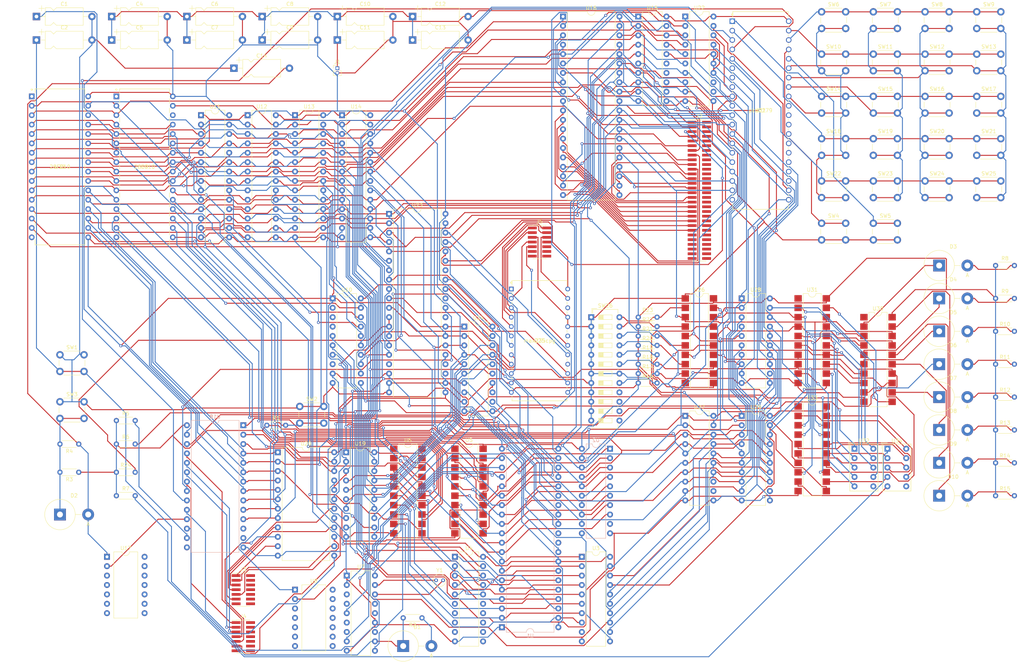
<source format=kicad_pcb>
(kicad_pcb (version 20171130) (host pcbnew "(5.1.9)-1")
  (layers (0 F.Cu signal) (31 B.Cu signal) (34 B.Paste user) (35 F.Paste user) (36 B.SilkS user) (37 F.SilkS user) (38 B.Mask user) (39 F.Mask user) (44 Edge.Cuts user))
  (net 0 "")
  (net 1 GND)
  (net 2 "Net-(C1-Pad1)")
  (net 3 "Net-(C2-Pad1)")
  (net 4 "Net-(C10-Pad1)")
  (net 5 VCC)
  (net 6 "Net-(C14-Pad2)")
  (net 7 "Net-(D1-Pad2)")
  (net 8 "Net-(D2-Pad1)")
  (net 9 "Net-(D3-Pad1)")
  (net 10 "Net-(D3-Pad2)")
  (net 11 "Net-(D4-Pad2)")
  (net 12 "Net-(D4-Pad1)")
  (net 13 "Net-(D5-Pad1)")
  (net 14 "Net-(D5-Pad2)")
  (net 15 "Net-(D6-Pad2)")
  (net 16 "Net-(D6-Pad1)")
  (net 17 "Net-(D7-Pad1)")
  (net 18 "Net-(D7-Pad2)")
  (net 19 "Net-(D8-Pad2)")
  (net 20 "Net-(D8-Pad1)")
  (net 21 "Net-(D9-Pad1)")
  (net 22 "Net-(D9-Pad2)")
  (net 23 "Net-(D10-Pad2)")
  (net 24 "Net-(D10-Pad1)")
  (net 25 P0)
  (net 26 "Net-(J2-Pad2)")
  (net 27 P1)
  (net 28 "Net-(J2-Pad4)")
  (net 29 P2)
  (net 30 "Net-(J2-Pad6)")
  (net 31 P3)
  (net 32 "Net-(J2-Pad8)")
  (net 33 P4)
  (net 34 "Net-(J2-Pad10)")
  (net 35 P5)
  (net 36 "Net-(J2-Pad12)")
  (net 37 P6)
  (net 38 "Net-(J2-Pad14)")
  (net 39 P7)
  (net 40 "Net-(J2-Pad16)")
  (net 41 P8)
  (net 42 "Net-(J2-Pad18)")
  (net 43 P9)
  (net 44 "Net-(J2-Pad20)")
  (net 45 P10)
  (net 46 "Net-(J2-Pad22)")
  (net 47 P11)
  (net 48 "Net-(J2-Pad24)")
  (net 49 P12)
  (net 50 "Net-(J2-Pad26)")
  (net 51 P13)
  (net 52 "Net-(J2-Pad28)")
  (net 53 P14)
  (net 54 "Net-(J2-Pad30)")
  (net 55 P15)
  (net 56 "Net-(J2-Pad32)")
  (net 57 P16)
  (net 58 "Net-(J2-Pad34)")
  (net 59 P17)
  (net 60 "Net-(J2-Pad36)")
  (net 61 P18)
  (net 62 "Net-(J2-Pad38)")
  (net 63 P19)
  (net 64 "Net-(J2-Pad40)")
  (net 65 P20)
  (net 66 "Net-(J2-Pad42)")
  (net 67 P21)
  (net 68 "Net-(J2-Pad44)")
  (net 69 P22)
  (net 70 "Net-(J2-Pad46)")
  (net 71 P23)
  (net 72 "Net-(J2-Pad48)")
  (net 73 "Net-(J2-Pad49)")
  (net 74 "Net-(J2-Pad50)")
  (net 75 "Net-(J2-Pad51)")
  (net 76 "Net-(J2-Pad52)")
  (net 77 "Net-(J2-Pad53)")
  (net 78 "Net-(J2-Pad54)")
  (net 79 "Net-(J2-Pad55)")
  (net 80 "Net-(J2-Pad56)")
  (net 81 "Net-(J2-Pad57)")
  (net 82 "Net-(J2-Pad58)")
  (net 83 "Net-(J2-Pad59)")
  (net 84 "Net-(J2-Pad60)")
  (net 85 "Net-(J3-Pad14)")
  (net 86 "Net-(J3-Pad13)")
  (net 87 "Net-(J3-Pad12)")
  (net 88 /CLK2)
  (net 89 "Net-(J3-Pad10)")
  (net 90 /CLK1)
  (net 91 "Net-(J3-Pad8)")
  (net 92 /CLK0)
  (net 93 "Net-(J3-Pad6)")
  (net 94 /G2)
  (net 95 "Net-(J3-Pad4)")
  (net 96 /G1)
  (net 97 "Net-(J3-Pad2)")
  (net 98 /G0)
  (net 99 /IR4)
  (net 100 "Net-(J4-Pad2)")
  (net 101 /IR5)
  (net 102 "Net-(J4-Pad4)")
  (net 103 /IR6)
  (net 104 "Net-(J4-Pad6)")
  (net 105 /IR7)
  (net 106 "Net-(J4-Pad8)")
  (net 107 /OUT0)
  (net 108 "Net-(J4-Pad10)")
  (net 109 /OUT2)
  (net 110 "Net-(J4-Pad12)")
  (net 111 "Net-(J4-Pad13)")
  (net 112 "Net-(J4-Pad14)")
  (net 113 DCD)
  (net 114 RXD)
  (net 115 TDX)
  (net 116 DTR9)
  (net 117 DSR)
  (net 118 RTS9)
  (net 119 CTS)
  (net 120 R1)
  (net 121 "Net-(J5-Pad10)")
  (net 122 "Net-(J5-Pad11)")
  (net 123 "Net-(J5-Pad12)")
  (net 124 "Net-(J5-Pad13)")
  (net 125 "Net-(J5-Pad14)")
  (net 126 "Net-(R5-Pad2)")
  (net 127 "Net-(R6-Pad2)")
  (net 128 "Net-(R7-Pad2)")
  (net 129 "Net-(R16-Pad2)")
  (net 130 "Net-(R18-Pad2)")
  (net 131 "Net-(R19-Pad2)")
  (net 132 "Net-(R20-Pad2)")
  (net 133 "Net-(R21-Pad2)")
  (net 134 "Net-(R22-Pad2)")
  (net 135 "Net-(R23-Pad2)")
  (net 136 "Net-(R24-Pad2)")
  (net 137 "Net-(SW4-Pad1)")
  (net 138 "Net-(SW5-Pad1)")
  (net 139 Col0)
  (net 140 Row0)
  (net 141 Col1)
  (net 142 Col2)
  (net 143 Col3)
  (net 144 Row1)
  (net 145 Row2)
  (net 146 Row3)
  (net 147 Row4)
  (net 148 "Net-(SW26-Pad13)")
  (net 149 "Net-(SW26-Pad14)")
  (net 150 "Net-(SW26-Pad15)")
  (net 151 "Net-(SW26-Pad16)")
  (net 152 AD15)
  (net 153 "Net-(U1-Pad19)")
  (net 154 "Net-(U1-Pad38)")
  (net 155 INTR)
  (net 156 "Net-(U1-Pad37)")
  (net 157 "Net-(U1-Pad17)")
  (net 158 "Net-(U1-Pad36)")
  (net 159 AD0)
  (net 160 "Net-(U1-Pad35)")
  (net 161 AD1)
  (net 162 "Net-(U1-Pad34)")
  (net 163 AD2)
  (net 164 AD3)
  (net 165 RD)
  (net 166 AD4)
  (net 167 "Net-(U1-Pad31)")
  (net 168 AD5)
  (net 169 "Net-(U1-Pad30)")
  (net 170 AD6)
  (net 171 WR)
  (net 172 AD7)
  (net 173 M\IO)
  (net 174 AD8)
  (net 175 /DT\R)
  (net 176 AD9)
  (net 177 /DEN)
  (net 178 AD10)
  (net 179 "Net-(U1-Pad25)")
  (net 180 AD11)
  (net 181 INTA)
  (net 182 AD12)
  (net 183 "Net-(U1-Pad23)")
  (net 184 AD13)
  (net 185 READY)
  (net 186 AD14)
  (net 187 Reset)
  (net 188 A0)
  (net 189 "Net-(U2-Pad9)")
  (net 190 A1)
  (net 191 A2)
  (net 192 A3)
  (net 193 A4)
  (net 194 A5)
  (net 195 A6)
  (net 196 A7)
  (net 197 A15)
  (net 198 A14)
  (net 199 A13)
  (net 200 A12)
  (net 201 A11)
  (net 202 A10)
  (net 203 A9)
  (net 204 "Net-(U3-Pad9)")
  (net 205 A8)
  (net 206 "Net-(U4-Pad11)")
  (net 207 "Net-(U4-Pad12)")
  (net 208 "Net-(U4-Pad13)")
  (net 209 "Net-(U4-Pad14)")
  (net 210 "Net-(U4-Pad15)")
  (net 211 "Net-(U4-Pad6)")
  (net 212 A19)
  (net 213 "Net-(U4-Pad7)")
  (net 214 A18)
  (net 215 "Net-(U4-Pad8)")
  (net 216 A17)
  (net 217 "Net-(U4-Pad9)")
  (net 218 A16)
  (net 219 "Net-(U5-Pad1)")
  (net 220 D7)
  (net 221 D6)
  (net 222 D5)
  (net 223 D4)
  (net 224 D3)
  (net 225 D2)
  (net 226 D1)
  (net 227 D0)
  (net 228 "Net-(U5-Pad19)")
  (net 229 "Net-(U6-Pad19)")
  (net 230 D8)
  (net 231 D9)
  (net 232 D10)
  (net 233 D11)
  (net 234 D12)
  (net 235 D13)
  (net 236 D14)
  (net 237 D15)
  (net 238 "Net-(U6-Pad1)")
  (net 239 PCLK)
  (net 240 "Net-(U7-Pad3)")
  (net 241 "Net-(U7-Pad12)")
  (net 242 "Net-(U7-Pad4)")
  (net 243 "Net-(U7-Pad14)")
  (net 244 "Net-(U7-Pad6)")
  (net 245 "Net-(U7-Pad15)")
  (net 246 "Net-(U7-Pad7)")
  (net 247 "Net-(U7-Pad16)")
  (net 248 "Net-(U7-Pad17)")
  (net 249 "Net-(U9-Pad1)")
  (net 250 "Net-(U9-Pad16)")
  (net 251 CE2)
  (net 252 "Net-(U9-Pad30)")
  (net 253 HWR)
  (net 254 "Net-(U10-Pad2)")
  (net 255 LWR)
  (net 256 "Net-(U10-Pad3)")
  (net 257 "Net-(U10-Pad4)")
  (net 258 CE6)
  (net 259 CE5)
  (net 260 CE4)
  (net 261 CE3)
  (net 262 "Net-(U10-Pad8)")
  (net 263 CE1)
  (net 264 "Net-(U15-Pad12)")
  (net 265 "Net-(U15-Pad13)")
  (net 266 "Net-(U15-Pad14)")
  (net 267 "Net-(U15-Pad15)")
  (net 268 "Net-(U15-Pad19)")
  (net 269 "Net-(U17-Pad2)")
  (net 270 "Net-(U18-Pad1)")
  (net 271 "Net-(U18-Pad15)")
  (net 272 /IR1)
  (net 273 IRQ)
  (net 274 INTR16550)
  (net 275 "Net-(U18-Pad12)")
  (net 276 "Net-(U18-Pad13)")
  (net 277 "Net-(U19-Pad12)")
  (net 278 "Net-(U21-Pad6)")
  (net 279 "Net-(U21-Pad7)")
  (net 280 "Net-(U21-Pad8)")
  (net 281 "Net-(U21-Pad20)")
  (net 282 "Net-(U21-Pad22)")
  (net 283 "Net-(U21-Pad23)")
  (net 284 "Net-(U21-Pad24)")
  (net 285 "Net-(U21-Pad25)")
  (net 286 "Net-(U21-Pad26)")
  (net 287 "Net-(U21-Pad27)")
  (net 288 "Net-(U21-Pad28)")
  (net 289 "Net-(U21-Pad29)")
  (net 290 "Net-(U21-Pad30)")
  (net 291 "Net-(U21-Pad31)")
  (net 292 "Net-(U22-Pad12)")
  (net 293 "Net-(U22-Pad13)")
  (net 294 "Net-(U23-Pad23)")
  (net 295 "Net-(U23-Pad24)")
  (net 296 "Net-(U23-Pad15)")
  (net 297 "Net-(U23-Pad29)")
  (net 298 R1OUT)
  (net 299 SOUT)
  (net 300 "Net-(U23-Pad31)")
  (net 301 RTS)
  (net 302 DTR)
  (net 303 "Net-(U23-Pad14)")
  (net 304 "Net-(U23-Pad34)")
  (net 305 "Net-(U23-Pad17)")
  (net 306 R5OUT)
  (net 307 R4OUT)
  (net 308 R2OUT)
  (net 309 "Net-(U24-Pad12)")
  (net 310 "Net-(U24-Pad13)")
  (net 311 "Net-(U25-Pad1)")
  (net 312 "Net-(U25-Pad16)")
  (net 313 "Net-(U25-Pad19)")
  (net 314 "Net-(U25-Pad22)")
  (net 315 "Net-(U26-Pad19)")
  (net 316 "Net-(U27-Pad13)")
  (net 317 "Net-(U27-Pad12)")
  (net 318 "Net-(U28-Pad19)")
  (net 319 "Net-(U28-Pad12)")
  (net 320 CLK)
  (net 321 "Net-(U29-Pad12)")
  (net 322 "Net-(U30-Pad1)")
  (net 323 "Net-(U31-Pad1)")
  (net 324 "Net-(U31-Pad2)")
  (net 325 "Net-(U31-Pad12)")
  (net 326 "Net-(U31-Pad5)")
  (net 327 "Net-(U31-Pad15)")
  (net 328 "Net-(U31-Pad6)")
  (net 329 "Net-(U31-Pad16)")
  (net 330 "Net-(U31-Pad9)")
  (net 331 "Net-(U31-Pad19)")
  (net 332 "Net-(U32-Pad6)")
  (net 333 "Net-(U33-Pad19)")
  (net 334 "Net-(U33-Pad9)")
  (net 335 "Net-(U33-Pad16)")
  (net 336 "Net-(U33-Pad6)")
  (net 337 "Net-(U33-Pad15)")
  (net 338 "Net-(U33-Pad5)")
  (net 339 "Net-(U33-Pad12)")
  (net 340 "Net-(U33-Pad2)")
  (net 341 "Net-(U33-Pad1)")
  (net 342 "Net-(U34-Pad6)")
  (net 343 "Net-(U35-Pad30)")
  (net 344 "Net-(U35-Pad16)")
  (net 345 "Net-(U35-Pad1)")
  (module Capacitor_THT:CP_Axial_L10.0mm_D4.5mm_P15.00mm_Horizontal (layer F.Cu) (at 17.78 20.32)
    (fp_text reference C1 (at 7.5 -3.37) (layer F.SilkS))
    (fp_text value C)
    (pad 2 thru_hole oval (at 15 0) (size 2 2) (drill 1) (layers *.Cu *.Mask) (net 1 GND))
    (pad 1 thru_hole rect (at 0 0) (size 2 2) (drill 1) (layers *.Cu *.Mask) (net 2 "Net-(C1-Pad1)"))
  )
  (module Capacitor_THT:CP_Axial_L10.0mm_D4.5mm_P15.00mm_Horizontal (layer F.Cu) (at 17.78 26.67)
    (fp_text reference C2 (at 7.5 -3.37) (layer F.SilkS))
    (fp_text value C)
    (pad 2 thru_hole oval (at 15 0) (size 2 2) (drill 1) (layers *.Cu *.Mask) (net 1 GND))
    (pad 1 thru_hole rect (at 0 0) (size 2 2) (drill 1) (layers *.Cu *.Mask) (net 3 "Net-(C2-Pad1)"))
  )
  (module Capacitor_THT:CP_Axial_L10.0mm_D4.5mm_P15.00mm_Horizontal (layer F.Cu) (at 38.1 20.32)
    (fp_text reference C4 (at 7.5 -3.37) (layer F.SilkS))
    (fp_text value 10uF)
    (pad 1 thru_hole rect (at 0 0) (size 2 2) (drill 1) (layers *.Cu *.Mask) (net 4 "Net-(C10-Pad1)"))
    (pad 2 thru_hole oval (at 15 0) (size 2 2) (drill 1) (layers *.Cu *.Mask) (net 5 VCC))
  )
  (module Capacitor_THT:CP_Axial_L10.0mm_D4.5mm_P15.00mm_Horizontal (layer F.Cu) (at 38.1 26.67)
    (fp_text reference C5 (at 7.5 -3.37) (layer F.SilkS))
    (fp_text value 10uF)
    (pad 2 thru_hole oval (at 15 0) (size 2 2) (drill 1) (layers *.Cu *.Mask) (net 5 VCC))
    (pad 1 thru_hole rect (at 0 0) (size 2 2) (drill 1) (layers *.Cu *.Mask) (net 4 "Net-(C10-Pad1)"))
  )
  (module Capacitor_THT:CP_Axial_L10.0mm_D4.5mm_P15.00mm_Horizontal (layer F.Cu) (at 58.42 20.32)
    (fp_text reference C6 (at 7.5 -3.37) (layer F.SilkS))
    (fp_text value 10uF)
    (pad 1 thru_hole rect (at 0 0) (size 2 2) (drill 1) (layers *.Cu *.Mask) (net 4 "Net-(C10-Pad1)"))
    (pad 2 thru_hole oval (at 15 0) (size 2 2) (drill 1) (layers *.Cu *.Mask) (net 5 VCC))
  )
  (module Capacitor_THT:CP_Axial_L10.0mm_D4.5mm_P15.00mm_Horizontal (layer F.Cu) (at 58.42 26.67)
    (fp_text reference C7 (at 7.5 -3.37) (layer F.SilkS))
    (fp_text value 10uF)
    (pad 2 thru_hole oval (at 15 0) (size 2 2) (drill 1) (layers *.Cu *.Mask) (net 5 VCC))
    (pad 1 thru_hole rect (at 0 0) (size 2 2) (drill 1) (layers *.Cu *.Mask) (net 4 "Net-(C10-Pad1)"))
  )
  (module Capacitor_THT:CP_Axial_L10.0mm_D4.5mm_P15.00mm_Horizontal (layer F.Cu) (at 78.74 20.32)
    (fp_text reference C8 (at 7.5 -3.37) (layer F.SilkS))
    (fp_text value 10uF)
    (pad 1 thru_hole rect (at 0 0) (size 2 2) (drill 1) (layers *.Cu *.Mask) (net 4 "Net-(C10-Pad1)"))
    (pad 2 thru_hole oval (at 15 0) (size 2 2) (drill 1) (layers *.Cu *.Mask) (net 5 VCC))
  )
  (module Capacitor_THT:CP_Axial_L10.0mm_D4.5mm_P15.00mm_Horizontal (layer F.Cu) (at 78.74 26.67)
    (fp_text reference C9 (at 7.5 -3.37) (layer F.SilkS))
    (fp_text value 10uF)
    (pad 1 thru_hole rect (at 0 0) (size 2 2) (drill 1) (layers *.Cu *.Mask) (net 4 "Net-(C10-Pad1)"))
    (pad 2 thru_hole oval (at 15 0) (size 2 2) (drill 1) (layers *.Cu *.Mask) (net 5 VCC))
  )
  (module Capacitor_THT:CP_Axial_L10.0mm_D4.5mm_P15.00mm_Horizontal (layer F.Cu) (at 99.06 20.32)
    (fp_text reference C10 (at 7.5 -3.37) (layer F.SilkS))
    (fp_text value 10uF)
    (pad 1 thru_hole rect (at 0 0) (size 2 2) (drill 1) (layers *.Cu *.Mask) (net 4 "Net-(C10-Pad1)"))
    (pad 2 thru_hole oval (at 15 0) (size 2 2) (drill 1) (layers *.Cu *.Mask) (net 5 VCC))
  )
  (module Capacitor_THT:CP_Axial_L10.0mm_D4.5mm_P15.00mm_Horizontal (layer F.Cu) (at 99.06 26.67)
    (fp_text reference C11 (at 7.5 -3.37) (layer F.SilkS))
    (fp_text value 10uF)
    (pad 2 thru_hole oval (at 15 0) (size 2 2) (drill 1) (layers *.Cu *.Mask) (net 5 VCC))
    (pad 1 thru_hole rect (at 0 0) (size 2 2) (drill 1) (layers *.Cu *.Mask) (net 4 "Net-(C10-Pad1)"))
  )
  (module Capacitor_THT:CP_Axial_L10.0mm_D4.5mm_P15.00mm_Horizontal (layer F.Cu) (at 119.38 20.32)
    (fp_text reference C12 (at 7.5 -3.37) (layer F.SilkS))
    (fp_text value 10uF)
    (pad 1 thru_hole rect (at 0 0) (size 2 2) (drill 1) (layers *.Cu *.Mask) (net 4 "Net-(C10-Pad1)"))
    (pad 2 thru_hole oval (at 15 0) (size 2 2) (drill 1) (layers *.Cu *.Mask) (net 5 VCC))
  )
  (module Capacitor_THT:CP_Axial_L10.0mm_D4.5mm_P15.00mm_Horizontal (layer F.Cu) (at 119.38 26.67)
    (fp_text reference C13 (at 7.5 -3.37) (layer F.SilkS))
    (fp_text value 10uF)
    (pad 2 thru_hole oval (at 15 0) (size 2 2) (drill 1) (layers *.Cu *.Mask) (net 5 VCC))
    (pad 1 thru_hole rect (at 0 0) (size 2 2) (drill 1) (layers *.Cu *.Mask) (net 4 "Net-(C10-Pad1)"))
  )
  (module Capacitor_THT:CP_Axial_L10.0mm_D4.5mm_P15.00mm_Horizontal (layer F.Cu) (at 71.12 34.29)
    (fp_text reference C14 (at 7.5 -3.37) (layer F.SilkS))
    (fp_text value CP1_Small)
    (pad 1 thru_hole rect (at 0 0) (size 2 2) (drill 1) (layers *.Cu *.Mask) (net 1 GND))
    (pad 2 thru_hole oval (at 15 0) (size 2 2) (drill 1) (layers *.Cu *.Mask) (net 6 "Net-(C14-Pad2)"))
  )
  (module Diode_THT:D_5KPW_P7.62mm_Vertical_AnodeUp (layer F.Cu) (at 116.84 190.5)
    (fp_text reference D1 (at 3.81 -5.12) (layer F.SilkS))
    (fp_text value DIODE)
    (fp_text user A (at 7.62 2.6) (layer F.SilkS))
    (pad 1 thru_hole rect (at 0 0) (size 3.2 3.2) (drill 1.6) (layers *.Cu *.Mask) (net 3 "Net-(C2-Pad1)"))
    (pad 2 thru_hole oval (at 7.62 0) (size 3.2 3.2) (drill 1.6) (layers *.Cu *.Mask) (net 7 "Net-(D1-Pad2)"))
  )
  (module Diode_THT:D_5KPW_P7.62mm_Vertical_AnodeUp (layer F.Cu) (at 24.13 154.94)
    (fp_text reference D2 (at 3.81 -5.12) (layer F.SilkS))
    (fp_text value DIODE)
    (fp_text user A (at 7.62 2.6) (layer F.SilkS))
    (pad 2 thru_hole oval (at 7.62 0) (size 3.2 3.2) (drill 1.6) (layers *.Cu *.Mask) (net 6 "Net-(C14-Pad2)"))
    (pad 1 thru_hole rect (at 0 0) (size 3.2 3.2) (drill 1.6) (layers *.Cu *.Mask) (net 8 "Net-(D2-Pad1)"))
  )
  (module Diode_THT:D_5KPW_P7.62mm_Vertical_AnodeUp (layer F.Cu) (at 261.62 87.63)
    (fp_text reference D3 (at 3.81 -5.12) (layer F.SilkS))
    (fp_text value D5)
    (fp_text user A (at 7.62 2.6) (layer F.SilkS))
    (pad 1 thru_hole rect (at 0 0) (size 3.2 3.2) (drill 1.6) (layers *.Cu *.Mask) (net 9 "Net-(D3-Pad1)"))
    (pad 2 thru_hole oval (at 7.62 0) (size 3.2 3.2) (drill 1.6) (layers *.Cu *.Mask) (net 10 "Net-(D3-Pad2)"))
  )
  (module Diode_THT:D_5KPW_P7.62mm_Vertical_AnodeUp (layer F.Cu) (at 261.62 96.52)
    (fp_text reference D4 (at 3.81 -5.12) (layer F.SilkS))
    (fp_text value D5)
    (fp_text user A (at 7.62 2.6) (layer F.SilkS))
    (pad 2 thru_hole oval (at 7.62 0) (size 3.2 3.2) (drill 1.6) (layers *.Cu *.Mask) (net 11 "Net-(D4-Pad2)"))
    (pad 1 thru_hole rect (at 0 0) (size 3.2 3.2) (drill 1.6) (layers *.Cu *.Mask) (net 12 "Net-(D4-Pad1)"))
  )
  (module Diode_THT:D_5KPW_P7.62mm_Vertical_AnodeUp (layer F.Cu) (at 261.62 105.41)
    (fp_text reference D5 (at 3.81 -5.12) (layer F.SilkS))
    (fp_text value D5)
    (fp_text user A (at 7.62 2.6) (layer F.SilkS))
    (pad 1 thru_hole rect (at 0 0) (size 3.2 3.2) (drill 1.6) (layers *.Cu *.Mask) (net 13 "Net-(D5-Pad1)"))
    (pad 2 thru_hole oval (at 7.62 0) (size 3.2 3.2) (drill 1.6) (layers *.Cu *.Mask) (net 14 "Net-(D5-Pad2)"))
  )
  (module Diode_THT:D_5KPW_P7.62mm_Vertical_AnodeUp (layer F.Cu) (at 261.62 114.3)
    (fp_text reference D6 (at 3.81 -5.12) (layer F.SilkS))
    (fp_text value D5)
    (fp_text user A (at 7.62 2.6) (layer F.SilkS))
    (pad 1 thru_hole rect (at 0 0) (size 3.2 3.2) (drill 1.6) (layers *.Cu *.Mask) (net 16 "Net-(D6-Pad1)"))
    (pad 2 thru_hole oval (at 7.62 0) (size 3.2 3.2) (drill 1.6) (layers *.Cu *.Mask) (net 15 "Net-(D6-Pad2)"))
  )
  (module Diode_THT:D_5KPW_P7.62mm_Vertical_AnodeUp (layer F.Cu) (at 261.62 123.19)
    (fp_text reference D7 (at 3.81 -5.12) (layer F.SilkS))
    (fp_text value D5)
    (fp_text user A (at 7.62 2.6) (layer F.SilkS))
    (pad 1 thru_hole rect (at 0 0) (size 3.2 3.2) (drill 1.6) (layers *.Cu *.Mask) (net 17 "Net-(D7-Pad1)"))
    (pad 2 thru_hole oval (at 7.62 0) (size 3.2 3.2) (drill 1.6) (layers *.Cu *.Mask) (net 18 "Net-(D7-Pad2)"))
  )
  (module Diode_THT:D_5KPW_P7.62mm_Vertical_AnodeUp (layer F.Cu) (at 261.62 132.08)
    (fp_text reference D8 (at 3.81 -5.12) (layer F.SilkS))
    (fp_text value D5)
    (fp_text user A (at 7.62 2.6) (layer F.SilkS))
    (pad 2 thru_hole oval (at 7.62 0) (size 3.2 3.2) (drill 1.6) (layers *.Cu *.Mask) (net 19 "Net-(D8-Pad2)"))
    (pad 1 thru_hole rect (at 0 0) (size 3.2 3.2) (drill 1.6) (layers *.Cu *.Mask) (net 20 "Net-(D8-Pad1)"))
  )
  (module Diode_THT:D_5KPW_P7.62mm_Vertical_AnodeUp (layer F.Cu) (at 261.62 140.97)
    (fp_text reference D9 (at 3.81 -5.12) (layer F.SilkS))
    (fp_text value D5)
    (fp_text user A (at 7.62 2.6) (layer F.SilkS))
    (pad 1 thru_hole rect (at 0 0) (size 3.2 3.2) (drill 1.6) (layers *.Cu *.Mask) (net 21 "Net-(D9-Pad1)"))
    (pad 2 thru_hole oval (at 7.62 0) (size 3.2 3.2) (drill 1.6) (layers *.Cu *.Mask) (net 22 "Net-(D9-Pad2)"))
  )
  (module Diode_THT:D_5KPW_P7.62mm_Vertical_AnodeUp (layer F.Cu) (at 261.62 149.86)
    (fp_text reference D10 (at 3.81 -5.12) (layer F.SilkS))
    (fp_text value D5)
    (fp_text user A (at 7.62 2.6) (layer F.SilkS))
    (pad 2 thru_hole oval (at 7.62 0) (size 3.2 3.2) (drill 1.6) (layers *.Cu *.Mask) (net 23 "Net-(D10-Pad2)"))
    (pad 1 thru_hole rect (at 0 0) (size 3.2 3.2) (drill 1.6) (layers *.Cu *.Mask) (net 24 "Net-(D10-Pad1)"))
  )
  (module Connector_PinHeader_1.27mm:PinHeader_1x02_P1.27mm_Vertical (layer F.Cu) (at 99.06 34.29)
    (fp_text reference J1 (at 0 -1.695) (layer F.SilkS))
    (fp_text value Conn_01x02)
    (pad 1 thru_hole rect (at 0 0) (size 1 1) (drill 0.65) (layers *.Cu *.Mask) (net 4 "Net-(C10-Pad1)"))
    (pad 2 thru_hole oval (at 0 1.27) (size 1 1) (drill 0.65) (layers *.Cu *.Mask) (net 5 VCC))
  )
  (module Connector_PinHeader_1.27mm:PinHeader_2x30_P1.27mm_Vertical_SMD (layer F.Cu) (at 196.85 67.31)
    (fp_text reference J2 (at 0 -20.11) (layer F.SilkS))
    (fp_text value Conn_02x30_Odd_Even)
    (pad 1 smd rect (at -1.95 -18.415) (size 2.4 0.74) (layers F.Cu F.Paste F.Mask) (net 25 P0))
    (pad 2 smd rect (at 1.95 -18.415) (size 2.4 0.74) (layers F.Cu F.Paste F.Mask) (net 26 "Net-(J2-Pad2)"))
    (pad 3 smd rect (at -1.95 -17.145) (size 2.4 0.74) (layers F.Cu F.Paste F.Mask) (net 27 P1))
    (pad 4 smd rect (at 1.95 -17.145) (size 2.4 0.74) (layers F.Cu F.Paste F.Mask) (net 28 "Net-(J2-Pad4)"))
    (pad 5 smd rect (at -1.95 -15.875) (size 2.4 0.74) (layers F.Cu F.Paste F.Mask) (net 29 P2))
    (pad 6 smd rect (at 1.95 -15.875) (size 2.4 0.74) (layers F.Cu F.Paste F.Mask) (net 30 "Net-(J2-Pad6)"))
    (pad 7 smd rect (at -1.95 -14.605) (size 2.4 0.74) (layers F.Cu F.Paste F.Mask) (net 31 P3))
    (pad 8 smd rect (at 1.95 -14.605) (size 2.4 0.74) (layers F.Cu F.Paste F.Mask) (net 32 "Net-(J2-Pad8)"))
    (pad 9 smd rect (at -1.95 -13.335) (size 2.4 0.74) (layers F.Cu F.Paste F.Mask) (net 33 P4))
    (pad 10 smd rect (at 1.95 -13.335) (size 2.4 0.74) (layers F.Cu F.Paste F.Mask) (net 34 "Net-(J2-Pad10)"))
    (pad 11 smd rect (at -1.95 -12.065) (size 2.4 0.74) (layers F.Cu F.Paste F.Mask) (net 35 P5))
    (pad 12 smd rect (at 1.95 -12.065) (size 2.4 0.74) (layers F.Cu F.Paste F.Mask) (net 36 "Net-(J2-Pad12)"))
    (pad 13 smd rect (at -1.95 -10.795) (size 2.4 0.74) (layers F.Cu F.Paste F.Mask) (net 37 P6))
    (pad 14 smd rect (at 1.95 -10.795) (size 2.4 0.74) (layers F.Cu F.Paste F.Mask) (net 38 "Net-(J2-Pad14)"))
    (pad 15 smd rect (at -1.95 -9.525) (size 2.4 0.74) (layers F.Cu F.Paste F.Mask) (net 39 P7))
    (pad 16 smd rect (at 1.95 -9.525) (size 2.4 0.74) (layers F.Cu F.Paste F.Mask) (net 40 "Net-(J2-Pad16)"))
    (pad 17 smd rect (at -1.95 -8.255) (size 2.4 0.74) (layers F.Cu F.Paste F.Mask) (net 41 P8))
    (pad 18 smd rect (at 1.95 -8.255) (size 2.4 0.74) (layers F.Cu F.Paste F.Mask) (net 42 "Net-(J2-Pad18)"))
    (pad 19 smd rect (at -1.95 -6.985) (size 2.4 0.74) (layers F.Cu F.Paste F.Mask) (net 43 P9))
    (pad 20 smd rect (at 1.95 -6.985) (size 2.4 0.74) (layers F.Cu F.Paste F.Mask) (net 44 "Net-(J2-Pad20)"))
    (pad 21 smd rect (at -1.95 -5.715) (size 2.4 0.74) (layers F.Cu F.Paste F.Mask) (net 45 P10))
    (pad 22 smd rect (at 1.95 -5.715) (size 2.4 0.74) (layers F.Cu F.Paste F.Mask) (net 46 "Net-(J2-Pad22)"))
    (pad 23 smd rect (at -1.95 -4.445) (size 2.4 0.74) (layers F.Cu F.Paste F.Mask) (net 47 P11))
    (pad 24 smd rect (at 1.95 -4.445) (size 2.4 0.74) (layers F.Cu F.Paste F.Mask) (net 48 "Net-(J2-Pad24)"))
    (pad 25 smd rect (at -1.95 -3.175) (size 2.4 0.74) (layers F.Cu F.Paste F.Mask) (net 49 P12))
    (pad 26 smd rect (at 1.95 -3.175) (size 2.4 0.74) (layers F.Cu F.Paste F.Mask) (net 50 "Net-(J2-Pad26)"))
    (pad 27 smd rect (at -1.95 -1.905) (size 2.4 0.74) (layers F.Cu F.Paste F.Mask) (net 51 P13))
    (pad 28 smd rect (at 1.95 -1.905) (size 2.4 0.74) (layers F.Cu F.Paste F.Mask) (net 52 "Net-(J2-Pad28)"))
    (pad 29 smd rect (at -1.95 -0.635) (size 2.4 0.74) (layers F.Cu F.Paste F.Mask) (net 53 P14))
    (pad 30 smd rect (at 1.95 -0.635) (size 2.4 0.74) (layers F.Cu F.Paste F.Mask) (net 54 "Net-(J2-Pad30)"))
    (pad 31 smd rect (at -1.95 0.635) (size 2.4 0.74) (layers F.Cu F.Paste F.Mask) (net 55 P15))
    (pad 32 smd rect (at 1.95 0.635) (size 2.4 0.74) (layers F.Cu F.Paste F.Mask) (net 56 "Net-(J2-Pad32)"))
    (pad 33 smd rect (at -1.95 1.905) (size 2.4 0.74) (layers F.Cu F.Paste F.Mask) (net 57 P16))
    (pad 34 smd rect (at 1.95 1.905) (size 2.4 0.74) (layers F.Cu F.Paste F.Mask) (net 58 "Net-(J2-Pad34)"))
    (pad 35 smd rect (at -1.95 3.175) (size 2.4 0.74) (layers F.Cu F.Paste F.Mask) (net 59 P17))
    (pad 36 smd rect (at 1.95 3.175) (size 2.4 0.74) (layers F.Cu F.Paste F.Mask) (net 60 "Net-(J2-Pad36)"))
    (pad 37 smd rect (at -1.95 4.445) (size 2.4 0.74) (layers F.Cu F.Paste F.Mask) (net 61 P18))
    (pad 38 smd rect (at 1.95 4.445) (size 2.4 0.74) (layers F.Cu F.Paste F.Mask) (net 62 "Net-(J2-Pad38)"))
    (pad 39 smd rect (at -1.95 5.715) (size 2.4 0.74) (layers F.Cu F.Paste F.Mask) (net 63 P19))
    (pad 40 smd rect (at 1.95 5.715) (size 2.4 0.74) (layers F.Cu F.Paste F.Mask) (net 64 "Net-(J2-Pad40)"))
    (pad 41 smd rect (at -1.95 6.985) (size 2.4 0.74) (layers F.Cu F.Paste F.Mask) (net 65 P20))
    (pad 42 smd rect (at 1.95 6.985) (size 2.4 0.74) (layers F.Cu F.Paste F.Mask) (net 66 "Net-(J2-Pad42)"))
    (pad 43 smd rect (at -1.95 8.255) (size 2.4 0.74) (layers F.Cu F.Paste F.Mask) (net 67 P21))
    (pad 44 smd rect (at 1.95 8.255) (size 2.4 0.74) (layers F.Cu F.Paste F.Mask) (net 68 "Net-(J2-Pad44)"))
    (pad 45 smd rect (at -1.95 9.525) (size 2.4 0.74) (layers F.Cu F.Paste F.Mask) (net 69 P22))
    (pad 46 smd rect (at 1.95 9.525) (size 2.4 0.74) (layers F.Cu F.Paste F.Mask) (net 70 "Net-(J2-Pad46)"))
    (pad 47 smd rect (at -1.95 10.795) (size 2.4 0.74) (layers F.Cu F.Paste F.Mask) (net 71 P23))
    (pad 48 smd rect (at 1.95 10.795) (size 2.4 0.74) (layers F.Cu F.Paste F.Mask) (net 72 "Net-(J2-Pad48)"))
    (pad 49 smd rect (at -1.95 12.065) (size 2.4 0.74) (layers F.Cu F.Paste F.Mask) (net 73 "Net-(J2-Pad49)"))
    (pad 50 smd rect (at 1.95 12.065) (size 2.4 0.74) (layers F.Cu F.Paste F.Mask) (net 74 "Net-(J2-Pad50)"))
    (pad 51 smd rect (at -1.95 13.335) (size 2.4 0.74) (layers F.Cu F.Paste F.Mask) (net 75 "Net-(J2-Pad51)"))
    (pad 52 smd rect (at 1.95 13.335) (size 2.4 0.74) (layers F.Cu F.Paste F.Mask) (net 76 "Net-(J2-Pad52)"))
    (pad 53 smd rect (at -1.95 14.605) (size 2.4 0.74) (layers F.Cu F.Paste F.Mask) (net 77 "Net-(J2-Pad53)"))
    (pad 54 smd rect (at 1.95 14.605) (size 2.4 0.74) (layers F.Cu F.Paste F.Mask) (net 78 "Net-(J2-Pad54)"))
    (pad 55 smd rect (at -1.95 15.875) (size 2.4 0.74) (layers F.Cu F.Paste F.Mask) (net 79 "Net-(J2-Pad55)"))
    (pad 56 smd rect (at 1.95 15.875) (size 2.4 0.74) (layers F.Cu F.Paste F.Mask) (net 80 "Net-(J2-Pad56)"))
    (pad 57 smd rect (at -1.95 17.145) (size 2.4 0.74) (layers F.Cu F.Paste F.Mask) (net 81 "Net-(J2-Pad57)"))
    (pad 58 smd rect (at 1.95 17.145) (size 2.4 0.74) (layers F.Cu F.Paste F.Mask) (net 82 "Net-(J2-Pad58)"))
    (pad 59 smd rect (at -1.95 18.415) (size 2.4 0.74) (layers F.Cu F.Paste F.Mask) (net 83 "Net-(J2-Pad59)"))
    (pad 60 smd rect (at 1.95 18.415) (size 2.4 0.74) (layers F.Cu F.Paste F.Mask) (net 84 "Net-(J2-Pad60)"))
  )
  (module Connector_PinHeader_1.27mm:PinHeader_2x07_P1.27mm_Vertical_SMD (layer F.Cu) (at 73.66 175.26)
    (fp_text reference J3 (at 0 -5.505) (layer F.SilkS))
    (fp_text value Conn_02x07_Odd_Even)
    (pad 14 smd rect (at 1.95 3.81) (size 2.4 0.74) (layers F.Cu F.Paste F.Mask) (net 85 "Net-(J3-Pad14)"))
    (pad 13 smd rect (at -1.95 3.81) (size 2.4 0.74) (layers F.Cu F.Paste F.Mask) (net 86 "Net-(J3-Pad13)"))
    (pad 12 smd rect (at 1.95 2.54) (size 2.4 0.74) (layers F.Cu F.Paste F.Mask) (net 87 "Net-(J3-Pad12)"))
    (pad 11 smd rect (at -1.95 2.54) (size 2.4 0.74) (layers F.Cu F.Paste F.Mask) (net 88 /CLK2))
    (pad 10 smd rect (at 1.95 1.27) (size 2.4 0.74) (layers F.Cu F.Paste F.Mask) (net 89 "Net-(J3-Pad10)"))
    (pad 9 smd rect (at -1.95 1.27) (size 2.4 0.74) (layers F.Cu F.Paste F.Mask) (net 90 /CLK1))
    (pad 8 smd rect (at 1.95 0) (size 2.4 0.74) (layers F.Cu F.Paste F.Mask) (net 91 "Net-(J3-Pad8)"))
    (pad 7 smd rect (at -1.95 0) (size 2.4 0.74) (layers F.Cu F.Paste F.Mask) (net 92 /CLK0))
    (pad 6 smd rect (at 1.95 -1.27) (size 2.4 0.74) (layers F.Cu F.Paste F.Mask) (net 93 "Net-(J3-Pad6)"))
    (pad 5 smd rect (at -1.95 -1.27) (size 2.4 0.74) (layers F.Cu F.Paste F.Mask) (net 94 /G2))
    (pad 4 smd rect (at 1.95 -2.54) (size 2.4 0.74) (layers F.Cu F.Paste F.Mask) (net 95 "Net-(J3-Pad4)"))
    (pad 3 smd rect (at -1.95 -2.54) (size 2.4 0.74) (layers F.Cu F.Paste F.Mask) (net 96 /G1))
    (pad 2 smd rect (at 1.95 -3.81) (size 2.4 0.74) (layers F.Cu F.Paste F.Mask) (net 97 "Net-(J3-Pad2)"))
    (pad 1 smd rect (at -1.95 -3.81) (size 2.4 0.74) (layers F.Cu F.Paste F.Mask) (net 98 /G0))
  )
  (module Connector_PinHeader_1.27mm:PinHeader_2x07_P1.27mm_Vertical_SMD (layer F.Cu) (at 73.66 187.96)
    (fp_text reference J4 (at 0 -5.505) (layer F.SilkS))
    (fp_text value Conn_02x07_Odd_Even)
    (pad 1 smd rect (at -1.95 -3.81) (size 2.4 0.74) (layers F.Cu F.Paste F.Mask) (net 99 /IR4))
    (pad 2 smd rect (at 1.95 -3.81) (size 2.4 0.74) (layers F.Cu F.Paste F.Mask) (net 100 "Net-(J4-Pad2)"))
    (pad 3 smd rect (at -1.95 -2.54) (size 2.4 0.74) (layers F.Cu F.Paste F.Mask) (net 101 /IR5))
    (pad 4 smd rect (at 1.95 -2.54) (size 2.4 0.74) (layers F.Cu F.Paste F.Mask) (net 102 "Net-(J4-Pad4)"))
    (pad 5 smd rect (at -1.95 -1.27) (size 2.4 0.74) (layers F.Cu F.Paste F.Mask) (net 103 /IR6))
    (pad 6 smd rect (at 1.95 -1.27) (size 2.4 0.74) (layers F.Cu F.Paste F.Mask) (net 104 "Net-(J4-Pad6)"))
    (pad 7 smd rect (at -1.95 0) (size 2.4 0.74) (layers F.Cu F.Paste F.Mask) (net 105 /IR7))
    (pad 8 smd rect (at 1.95 0) (size 2.4 0.74) (layers F.Cu F.Paste F.Mask) (net 106 "Net-(J4-Pad8)"))
    (pad 9 smd rect (at -1.95 1.27) (size 2.4 0.74) (layers F.Cu F.Paste F.Mask) (net 107 /OUT0))
    (pad 10 smd rect (at 1.95 1.27) (size 2.4 0.74) (layers F.Cu F.Paste F.Mask) (net 108 "Net-(J4-Pad10)"))
    (pad 11 smd rect (at -1.95 2.54) (size 2.4 0.74) (layers F.Cu F.Paste F.Mask) (net 109 /OUT2))
    (pad 12 smd rect (at 1.95 2.54) (size 2.4 0.74) (layers F.Cu F.Paste F.Mask) (net 110 "Net-(J4-Pad12)"))
    (pad 13 smd rect (at -1.95 3.81) (size 2.4 0.74) (layers F.Cu F.Paste F.Mask) (net 111 "Net-(J4-Pad13)"))
    (pad 14 smd rect (at 1.95 3.81) (size 2.4 0.74) (layers F.Cu F.Paste F.Mask) (net 112 "Net-(J4-Pad14)"))
  )
  (module Connector_PinHeader_1.27mm:PinHeader_2x07_P1.27mm_Vertical_SMD (layer F.Cu) (at 153.67 81.28)
    (fp_text reference J5 (at 0 -5.505) (layer F.SilkS))
    (fp_text value Conn_02x07_Odd_Even)
    (pad 1 smd rect (at -1.95 -3.81) (size 2.4 0.74) (layers F.Cu F.Paste F.Mask) (net 113 DCD))
    (pad 2 smd rect (at 1.95 -3.81) (size 2.4 0.74) (layers F.Cu F.Paste F.Mask) (net 114 RXD))
    (pad 3 smd rect (at -1.95 -2.54) (size 2.4 0.74) (layers F.Cu F.Paste F.Mask) (net 115 TDX))
    (pad 4 smd rect (at 1.95 -2.54) (size 2.4 0.74) (layers F.Cu F.Paste F.Mask) (net 116 DTR9))
    (pad 5 smd rect (at -1.95 -1.27) (size 2.4 0.74) (layers F.Cu F.Paste F.Mask) (net 1 GND))
    (pad 6 smd rect (at 1.95 -1.27) (size 2.4 0.74) (layers F.Cu F.Paste F.Mask) (net 117 DSR))
    (pad 7 smd rect (at -1.95 0) (size 2.4 0.74) (layers F.Cu F.Paste F.Mask) (net 118 RTS9))
    (pad 8 smd rect (at 1.95 0) (size 2.4 0.74) (layers F.Cu F.Paste F.Mask) (net 119 CTS))
    (pad 9 smd rect (at -1.95 1.27) (size 2.4 0.74) (layers F.Cu F.Paste F.Mask) (net 120 R1))
    (pad 10 smd rect (at 1.95 1.27) (size 2.4 0.74) (layers F.Cu F.Paste F.Mask) (net 121 "Net-(J5-Pad10)"))
    (pad 11 smd rect (at -1.95 2.54) (size 2.4 0.74) (layers F.Cu F.Paste F.Mask) (net 122 "Net-(J5-Pad11)"))
    (pad 12 smd rect (at 1.95 2.54) (size 2.4 0.74) (layers F.Cu F.Paste F.Mask) (net 123 "Net-(J5-Pad12)"))
    (pad 13 smd rect (at -1.95 3.81) (size 2.4 0.74) (layers F.Cu F.Paste F.Mask) (net 124 "Net-(J5-Pad13)"))
    (pad 14 smd rect (at 1.95 3.81) (size 2.4 0.74) (layers F.Cu F.Paste F.Mask) (net 125 "Net-(J5-Pad14)"))
  )
  (module Resistor_THT:R_Axial_DIN0204_L3.6mm_D1.6mm_P5.08mm_Horizontal (layer F.Cu) (at 80.01 130.81)
    (fp_text reference R1 (at 2.54 -1.92) (layer F.SilkS))
    (fp_text value Resistor)
    (pad 1 thru_hole circle (at 0 0) (size 1.4 1.4) (drill 0.7) (layers *.Cu *.Mask) (net 5 VCC))
    (pad 2 thru_hole oval (at 5.08 0) (size 1.4 1.4) (drill 0.7) (layers *.Cu *.Mask) (net 2 "Net-(C1-Pad1)"))
  )
  (module Resistor_THT:R_Axial_DIN0204_L3.6mm_D1.6mm_P5.08mm_Horizontal (layer F.Cu) (at 121.92 182.88 180)
    (fp_text reference R2 (at 2.54 -1.92) (layer F.SilkS))
    (fp_text value Resistor)
    (pad 1 thru_hole circle (at 0 0 180) (size 1.4 1.4) (drill 0.7) (layers *.Cu *.Mask) (net 7 "Net-(D1-Pad2)"))
    (pad 2 thru_hole oval (at 5.08 0 180) (size 1.4 1.4) (drill 0.7) (layers *.Cu *.Mask) (net 3 "Net-(C2-Pad1)"))
  )
  (module Resistor_THT:R_Axial_DIN0204_L3.6mm_D1.6mm_P5.08mm_Horizontal (layer F.Cu) (at 29.21 143.51 180)
    (fp_text reference R3 (at 2.54 -1.92) (layer F.SilkS))
    (fp_text value R_Small_US)
    (pad 1 thru_hole circle (at 0 0 180) (size 1.4 1.4) (drill 0.7) (layers *.Cu *.Mask) (net 5 VCC))
    (pad 2 thru_hole oval (at 5.08 0 180) (size 1.4 1.4) (drill 0.7) (layers *.Cu *.Mask) (net 8 "Net-(D2-Pad1)"))
  )
  (module Resistor_THT:R_Axial_DIN0204_L3.6mm_D1.6mm_P5.08mm_Horizontal (layer F.Cu) (at 29.21 135.89 180)
    (fp_text reference R4 (at 2.54 -1.92) (layer F.SilkS))
    (fp_text value R_Small_US)
    (pad 1 thru_hole circle (at 0 0 180) (size 1.4 1.4) (drill 0.7) (layers *.Cu *.Mask) (net 6 "Net-(C14-Pad2)"))
    (pad 2 thru_hole oval (at 5.08 0 180) (size 1.4 1.4) (drill 0.7) (layers *.Cu *.Mask) (net 8 "Net-(D2-Pad1)"))
  )
  (module Resistor_THT:R_Axial_DIN0204_L3.6mm_D1.6mm_P5.08mm_Horizontal (layer F.Cu) (at 39.37 129.54)
    (fp_text reference R5 (at 2.54 -1.92) (layer F.SilkS))
    (fp_text value R_Small_US)
    (pad 1 thru_hole circle (at 0 0) (size 1.4 1.4) (drill 0.7) (layers *.Cu *.Mask) (net 5 VCC))
    (pad 2 thru_hole oval (at 5.08 0) (size 1.4 1.4) (drill 0.7) (layers *.Cu *.Mask) (net 126 "Net-(R5-Pad2)"))
  )
  (module Resistor_THT:R_Axial_DIN0204_L3.6mm_D1.6mm_P5.08mm_Horizontal (layer F.Cu) (at 39.37 135.89)
    (fp_text reference R6 (at 2.54 -1.92) (layer F.SilkS))
    (fp_text value R_Small_US)
    (pad 2 thru_hole oval (at 5.08 0) (size 1.4 1.4) (drill 0.7) (layers *.Cu *.Mask) (net 127 "Net-(R6-Pad2)"))
    (pad 1 thru_hole circle (at 0 0) (size 1.4 1.4) (drill 0.7) (layers *.Cu *.Mask) (net 5 VCC))
  )
  (module Resistor_THT:R_Axial_DIN0204_L3.6mm_D1.6mm_P5.08mm_Horizontal (layer F.Cu) (at 39.37 149.86)
    (fp_text reference R7 (at 2.54 -1.92) (layer F.SilkS))
    (fp_text value R_Small_US)
    (pad 2 thru_hole oval (at 5.08 0) (size 1.4 1.4) (drill 0.7) (layers *.Cu *.Mask) (net 128 "Net-(R7-Pad2)"))
    (pad 1 thru_hole circle (at 0 0) (size 1.4 1.4) (drill 0.7) (layers *.Cu *.Mask) (net 5 VCC))
  )
  (module Resistor_THT:R_Axial_DIN0204_L3.6mm_D1.6mm_P5.08mm_Horizontal (layer F.Cu) (at 276.86 87.63)
    (fp_text reference R8 (at 2.54 -1.92) (layer F.SilkS))
    (fp_text value R_Small_US)
    (pad 2 thru_hole oval (at 5.08 0) (size 1.4 1.4) (drill 0.7) (layers *.Cu *.Mask) (net 10 "Net-(D3-Pad2)"))
    (pad 1 thru_hole circle (at 0 0) (size 1.4 1.4) (drill 0.7) (layers *.Cu *.Mask) (net 5 VCC))
  )
  (module Resistor_THT:R_Axial_DIN0204_L3.6mm_D1.6mm_P5.08mm_Horizontal (layer F.Cu) (at 276.86 96.52)
    (fp_text reference R9 (at 2.54 -1.92) (layer F.SilkS))
    (fp_text value R_Small_US)
    (pad 1 thru_hole circle (at 0 0) (size 1.4 1.4) (drill 0.7) (layers *.Cu *.Mask) (net 5 VCC))
    (pad 2 thru_hole oval (at 5.08 0) (size 1.4 1.4) (drill 0.7) (layers *.Cu *.Mask) (net 11 "Net-(D4-Pad2)"))
  )
  (module Resistor_THT:R_Axial_DIN0204_L3.6mm_D1.6mm_P5.08mm_Horizontal (layer F.Cu) (at 276.86 105.41)
    (fp_text reference R10 (at 2.54 -1.92) (layer F.SilkS))
    (fp_text value R_Small_US)
    (pad 1 thru_hole circle (at 0 0) (size 1.4 1.4) (drill 0.7) (layers *.Cu *.Mask) (net 5 VCC))
    (pad 2 thru_hole oval (at 5.08 0) (size 1.4 1.4) (drill 0.7) (layers *.Cu *.Mask) (net 14 "Net-(D5-Pad2)"))
  )
  (module Resistor_THT:R_Axial_DIN0204_L3.6mm_D1.6mm_P5.08mm_Horizontal (layer F.Cu) (at 276.86 114.3)
    (fp_text reference R11 (at 2.54 -1.92) (layer F.SilkS))
    (fp_text value R_Small_US)
    (pad 2 thru_hole oval (at 5.08 0) (size 1.4 1.4) (drill 0.7) (layers *.Cu *.Mask) (net 15 "Net-(D6-Pad2)"))
    (pad 1 thru_hole circle (at 0 0) (size 1.4 1.4) (drill 0.7) (layers *.Cu *.Mask) (net 5 VCC))
  )
  (module Resistor_THT:R_Axial_DIN0204_L3.6mm_D1.6mm_P5.08mm_Horizontal (layer F.Cu) (at 276.86 123.19)
    (fp_text reference R12 (at 2.54 -1.92) (layer F.SilkS))
    (fp_text value R_Small_US)
    (pad 1 thru_hole circle (at 0 0) (size 1.4 1.4) (drill 0.7) (layers *.Cu *.Mask) (net 5 VCC))
    (pad 2 thru_hole oval (at 5.08 0) (size 1.4 1.4) (drill 0.7) (layers *.Cu *.Mask) (net 18 "Net-(D7-Pad2)"))
  )
  (module Resistor_THT:R_Axial_DIN0204_L3.6mm_D1.6mm_P5.08mm_Horizontal (layer F.Cu) (at 276.86 132.08)
    (fp_text reference R13 (at 2.54 -1.92) (layer F.SilkS))
    (fp_text value R_Small_US)
    (pad 2 thru_hole oval (at 5.08 0) (size 1.4 1.4) (drill 0.7) (layers *.Cu *.Mask) (net 19 "Net-(D8-Pad2)"))
    (pad 1 thru_hole circle (at 0 0) (size 1.4 1.4) (drill 0.7) (layers *.Cu *.Mask) (net 5 VCC))
  )
  (module Resistor_THT:R_Axial_DIN0204_L3.6mm_D1.6mm_P5.08mm_Horizontal (layer F.Cu) (at 276.86 140.97)
    (fp_text reference R14 (at 2.54 -1.92) (layer F.SilkS))
    (fp_text value R_Small_US)
    (pad 2 thru_hole oval (at 5.08 0) (size 1.4 1.4) (drill 0.7) (layers *.Cu *.Mask) (net 22 "Net-(D9-Pad2)"))
    (pad 1 thru_hole circle (at 0 0) (size 1.4 1.4) (drill 0.7) (layers *.Cu *.Mask) (net 5 VCC))
  )
  (module Resistor_THT:R_Axial_DIN0204_L3.6mm_D1.6mm_P5.08mm_Horizontal (layer F.Cu) (at 276.86 149.86)
    (fp_text reference R15 (at 2.54 -1.92) (layer F.SilkS))
    (fp_text value R_Small_US)
    (pad 2 thru_hole oval (at 5.08 0) (size 1.4 1.4) (drill 0.7) (layers *.Cu *.Mask) (net 23 "Net-(D10-Pad2)"))
    (pad 1 thru_hole circle (at 0 0) (size 1.4 1.4) (drill 0.7) (layers *.Cu *.Mask) (net 5 VCC))
  )
  (module Resistor_THT:R_Axial_DIN0204_L3.6mm_D1.6mm_P5.08mm_Horizontal (layer F.Cu) (at 180.34 119.38)
    (fp_text reference R16 (at 2.54 -1.92) (layer F.SilkS))
    (fp_text value R1)
    (pad 1 thru_hole circle (at 0 0) (size 1.4 1.4) (drill 0.7) (layers *.Cu *.Mask) (net 5 VCC))
    (pad 2 thru_hole oval (at 5.08 0) (size 1.4 1.4) (drill 0.7) (layers *.Cu *.Mask) (net 129 "Net-(R16-Pad2)"))
  )
  (module Resistor_THT:R_Axial_DIN0204_L3.6mm_D1.6mm_P5.08mm_Horizontal (layer F.Cu) (at 180.34 116.84)
    (fp_text reference R17 (at 2.54 -1.92) (layer F.SilkS))
    (fp_text value R2)
    (pad 1 thru_hole circle (at 0 0) (size 1.4 1.4) (drill 0.7) (layers *.Cu *.Mask) (net 5 VCC))
    (pad 2 thru_hole oval (at 5.08 0) (size 1.4 1.4) (drill 0.7) (layers *.Cu *.Mask) (net 1 GND))
  )
  (module Resistor_THT:R_Axial_DIN0204_L3.6mm_D1.6mm_P5.08mm_Horizontal (layer F.Cu) (at 180.34 114.3)
    (fp_text reference R18 (at 2.54 -1.92) (layer F.SilkS))
    (fp_text value R3)
    (pad 1 thru_hole circle (at 0 0) (size 1.4 1.4) (drill 0.7) (layers *.Cu *.Mask) (net 5 VCC))
    (pad 2 thru_hole oval (at 5.08 0) (size 1.4 1.4) (drill 0.7) (layers *.Cu *.Mask) (net 130 "Net-(R18-Pad2)"))
  )
  (module Resistor_THT:R_Axial_DIN0204_L3.6mm_D1.6mm_P5.08mm_Horizontal (layer F.Cu) (at 180.34 111.76)
    (fp_text reference R19 (at 2.54 -1.92) (layer F.SilkS))
    (fp_text value R4)
    (pad 2 thru_hole oval (at 5.08 0) (size 1.4 1.4) (drill 0.7) (layers *.Cu *.Mask) (net 131 "Net-(R19-Pad2)"))
    (pad 1 thru_hole circle (at 0 0) (size 1.4 1.4) (drill 0.7) (layers *.Cu *.Mask) (net 5 VCC))
  )
  (module Resistor_THT:R_Axial_DIN0204_L3.6mm_D1.6mm_P5.08mm_Horizontal (layer F.Cu) (at 180.34 109.22)
    (fp_text reference R20 (at 2.54 -1.92) (layer F.SilkS))
    (fp_text value R5)
    (pad 2 thru_hole oval (at 5.08 0) (size 1.4 1.4) (drill 0.7) (layers *.Cu *.Mask) (net 132 "Net-(R20-Pad2)"))
    (pad 1 thru_hole circle (at 0 0) (size 1.4 1.4) (drill 0.7) (layers *.Cu *.Mask) (net 5 VCC))
  )
  (module Resistor_THT:R_Axial_DIN0204_L3.6mm_D1.6mm_P5.08mm_Horizontal (layer F.Cu) (at 180.34 106.68)
    (fp_text reference R21 (at 2.54 -1.92) (layer F.SilkS))
    (fp_text value R6)
    (pad 1 thru_hole circle (at 0 0) (size 1.4 1.4) (drill 0.7) (layers *.Cu *.Mask) (net 5 VCC))
    (pad 2 thru_hole oval (at 5.08 0) (size 1.4 1.4) (drill 0.7) (layers *.Cu *.Mask) (net 133 "Net-(R21-Pad2)"))
  )
  (module Resistor_THT:R_Axial_DIN0204_L3.6mm_D1.6mm_P5.08mm_Horizontal (layer F.Cu) (at 180.34 104.14)
    (fp_text reference R22 (at 2.54 -1.92) (layer F.SilkS))
    (fp_text value R7)
    (pad 1 thru_hole circle (at 0 0) (size 1.4 1.4) (drill 0.7) (layers *.Cu *.Mask) (net 5 VCC))
    (pad 2 thru_hole oval (at 5.08 0) (size 1.4 1.4) (drill 0.7) (layers *.Cu *.Mask) (net 134 "Net-(R22-Pad2)"))
  )
  (module Resistor_THT:R_Axial_DIN0204_L3.6mm_D1.6mm_P5.08mm_Horizontal (layer F.Cu) (at 180.34 101.6)
    (fp_text reference R23 (at 2.54 -1.92) (layer F.SilkS))
    (fp_text value R8)
    (pad 2 thru_hole oval (at 5.08 0) (size 1.4 1.4) (drill 0.7) (layers *.Cu *.Mask) (net 135 "Net-(R23-Pad2)"))
    (pad 1 thru_hole circle (at 0 0) (size 1.4 1.4) (drill 0.7) (layers *.Cu *.Mask) (net 5 VCC))
  )
  (module Resistor_THT:R_Axial_DIN0204_L3.6mm_D1.6mm_P5.08mm_Horizontal (layer F.Cu) (at 39.37 143.51)
    (fp_text reference R24 (at 2.54 -1.92) (layer F.SilkS))
    (fp_text value 10k)
    (pad 1 thru_hole circle (at 0 0) (size 1.4 1.4) (drill 0.7) (layers *.Cu *.Mask) (net 5 VCC))
    (pad 2 thru_hole oval (at 5.08 0) (size 1.4 1.4) (drill 0.7) (layers *.Cu *.Mask) (net 136 "Net-(R24-Pad2)"))
  )
  (module Button_Switch_THT:SW_PUSH_6mm_H5mm (layer F.Cu) (at 24.13 111.76)
    (fp_text reference SW1 (at 3.25 -2) (layer F.SilkS))
    (fp_text value SW_Push)
    (pad 2 thru_hole circle (at 0 4.5 90) (size 2 2) (drill 1.1) (layers *.Cu *.Mask) (net 3 "Net-(C2-Pad1)"))
    (pad 1 thru_hole circle (at 0 0 90) (size 2 2) (drill 1.1) (layers *.Cu *.Mask) (net 1 GND))
    (pad 2 thru_hole circle (at 6.5 4.5 90) (size 2 2) (drill 1.1) (layers *.Cu *.Mask) (net 3 "Net-(C2-Pad1)"))
    (pad 1 thru_hole circle (at 6.5 0 90) (size 2 2) (drill 1.1) (layers *.Cu *.Mask) (net 1 GND))
  )
  (module Button_Switch_THT:SW_PUSH_6mm_H5mm (layer F.Cu) (at 88.9 125.73)
    (fp_text reference SW2 (at 3.25 -2) (layer F.SilkS))
    (fp_text value SW_Push)
    (pad 1 thru_hole circle (at 6.5 0 90) (size 2 2) (drill 1.1) (layers *.Cu *.Mask) (net 1 GND))
    (pad 2 thru_hole circle (at 6.5 4.5 90) (size 2 2) (drill 1.1) (layers *.Cu *.Mask) (net 2 "Net-(C1-Pad1)"))
    (pad 1 thru_hole circle (at 0 0 90) (size 2 2) (drill 1.1) (layers *.Cu *.Mask) (net 1 GND))
    (pad 2 thru_hole circle (at 0 4.5 90) (size 2 2) (drill 1.1) (layers *.Cu *.Mask) (net 2 "Net-(C1-Pad1)"))
  )
  (module Button_Switch_THT:SW_PUSH_6mm_H5mm (layer F.Cu) (at 24.13 124.46)
    (fp_text reference SW3 (at 3.25 -2) (layer F.SilkS))
    (fp_text value SW_Push)
    (pad 2 thru_hole circle (at 0 4.5 90) (size 2 2) (drill 1.1) (layers *.Cu *.Mask) (net 8 "Net-(D2-Pad1)"))
    (pad 1 thru_hole circle (at 0 0 90) (size 2 2) (drill 1.1) (layers *.Cu *.Mask) (net 1 GND))
    (pad 2 thru_hole circle (at 6.5 4.5 90) (size 2 2) (drill 1.1) (layers *.Cu *.Mask) (net 8 "Net-(D2-Pad1)"))
    (pad 1 thru_hole circle (at 6.5 0 90) (size 2 2) (drill 1.1) (layers *.Cu *.Mask) (net 1 GND))
  )
  (module Button_Switch_THT:SW_PUSH_6mm_H5mm (layer F.Cu) (at 229.87 76.2)
    (fp_text reference SW4 (at 3.25 -2) (layer F.SilkS))
    (fp_text value SW_Push)
    (pad 1 thru_hole circle (at 6.5 0 90) (size 2 2) (drill 1.1) (layers *.Cu *.Mask) (net 137 "Net-(SW4-Pad1)"))
    (pad 2 thru_hole circle (at 6.5 4.5 90) (size 2 2) (drill 1.1) (layers *.Cu *.Mask) (net 1 GND))
    (pad 1 thru_hole circle (at 0 0 90) (size 2 2) (drill 1.1) (layers *.Cu *.Mask) (net 137 "Net-(SW4-Pad1)"))
    (pad 2 thru_hole circle (at 0 4.5 90) (size 2 2) (drill 1.1) (layers *.Cu *.Mask) (net 1 GND))
  )
  (module Button_Switch_THT:SW_PUSH_6mm_H5mm (layer F.Cu) (at 243.84 76.2)
    (fp_text reference SW5 (at 3.25 -2) (layer F.SilkS))
    (fp_text value SW_Push)
    (pad 2 thru_hole circle (at 0 4.5 90) (size 2 2) (drill 1.1) (layers *.Cu *.Mask) (net 1 GND))
    (pad 1 thru_hole circle (at 0 0 90) (size 2 2) (drill 1.1) (layers *.Cu *.Mask) (net 138 "Net-(SW5-Pad1)"))
    (pad 2 thru_hole circle (at 6.5 4.5 90) (size 2 2) (drill 1.1) (layers *.Cu *.Mask) (net 1 GND))
    (pad 1 thru_hole circle (at 6.5 0 90) (size 2 2) (drill 1.1) (layers *.Cu *.Mask) (net 138 "Net-(SW5-Pad1)"))
  )
  (module Button_Switch_THT:SW_PUSH_6mm_H5mm (layer F.Cu) (at 229.87 19.05)
    (fp_text reference SW6 (at 3.25 -2) (layer F.SilkS))
    (fp_text value SW_Push)
    (pad 2 thru_hole circle (at 0 4.5 90) (size 2 2) (drill 1.1) (layers *.Cu *.Mask) (net 139 Col0))
    (pad 1 thru_hole circle (at 0 0 90) (size 2 2) (drill 1.1) (layers *.Cu *.Mask) (net 140 Row0))
    (pad 2 thru_hole circle (at 6.5 4.5 90) (size 2 2) (drill 1.1) (layers *.Cu *.Mask) (net 139 Col0))
    (pad 1 thru_hole circle (at 6.5 0 90) (size 2 2) (drill 1.1) (layers *.Cu *.Mask) (net 140 Row0))
  )
  (module Button_Switch_THT:SW_PUSH_6mm_H5mm (layer F.Cu) (at 243.84 19.05)
    (fp_text reference SW7 (at 3.25 -2) (layer F.SilkS))
    (fp_text value SW_Push)
    (pad 1 thru_hole circle (at 6.5 0 90) (size 2 2) (drill 1.1) (layers *.Cu *.Mask) (net 140 Row0))
    (pad 2 thru_hole circle (at 6.5 4.5 90) (size 2 2) (drill 1.1) (layers *.Cu *.Mask) (net 141 Col1))
    (pad 1 thru_hole circle (at 0 0 90) (size 2 2) (drill 1.1) (layers *.Cu *.Mask) (net 140 Row0))
    (pad 2 thru_hole circle (at 0 4.5 90) (size 2 2) (drill 1.1) (layers *.Cu *.Mask) (net 141 Col1))
  )
  (module Button_Switch_THT:SW_PUSH_6mm_H5mm (layer F.Cu) (at 257.81 19.05)
    (fp_text reference SW8 (at 3.25 -2) (layer F.SilkS))
    (fp_text value SW_Push)
    (pad 2 thru_hole circle (at 0 4.5 90) (size 2 2) (drill 1.1) (layers *.Cu *.Mask) (net 142 Col2))
    (pad 1 thru_hole circle (at 0 0 90) (size 2 2) (drill 1.1) (layers *.Cu *.Mask) (net 140 Row0))
    (pad 2 thru_hole circle (at 6.5 4.5 90) (size 2 2) (drill 1.1) (layers *.Cu *.Mask) (net 142 Col2))
    (pad 1 thru_hole circle (at 6.5 0 90) (size 2 2) (drill 1.1) (layers *.Cu *.Mask) (net 140 Row0))
  )
  (module Button_Switch_THT:SW_PUSH_6mm_H5mm (layer F.Cu) (at 271.78 19.05)
    (fp_text reference SW9 (at 3.25 -2) (layer F.SilkS))
    (fp_text value SW_Push)
    (pad 2 thru_hole circle (at 0 4.5 90) (size 2 2) (drill 1.1) (layers *.Cu *.Mask) (net 143 Col3))
    (pad 1 thru_hole circle (at 0 0 90) (size 2 2) (drill 1.1) (layers *.Cu *.Mask) (net 140 Row0))
    (pad 2 thru_hole circle (at 6.5 4.5 90) (size 2 2) (drill 1.1) (layers *.Cu *.Mask) (net 143 Col3))
    (pad 1 thru_hole circle (at 6.5 0 90) (size 2 2) (drill 1.1) (layers *.Cu *.Mask) (net 140 Row0))
  )
  (module Button_Switch_THT:SW_PUSH_6mm_H5mm (layer F.Cu) (at 229.87 30.48)
    (fp_text reference SW10 (at 3.25 -2) (layer F.SilkS))
    (fp_text value SW_Push)
    (pad 2 thru_hole circle (at 0 4.5 90) (size 2 2) (drill 1.1) (layers *.Cu *.Mask) (net 139 Col0))
    (pad 1 thru_hole circle (at 0 0 90) (size 2 2) (drill 1.1) (layers *.Cu *.Mask) (net 144 Row1))
    (pad 2 thru_hole circle (at 6.5 4.5 90) (size 2 2) (drill 1.1) (layers *.Cu *.Mask) (net 139 Col0))
    (pad 1 thru_hole circle (at 6.5 0 90) (size 2 2) (drill 1.1) (layers *.Cu *.Mask) (net 144 Row1))
  )
  (module Button_Switch_THT:SW_PUSH_6mm_H5mm (layer F.Cu) (at 243.84 30.48)
    (fp_text reference SW11 (at 3.25 -2) (layer F.SilkS))
    (fp_text value SW_Push)
    (pad 1 thru_hole circle (at 6.5 0 90) (size 2 2) (drill 1.1) (layers *.Cu *.Mask) (net 144 Row1))
    (pad 2 thru_hole circle (at 6.5 4.5 90) (size 2 2) (drill 1.1) (layers *.Cu *.Mask) (net 141 Col1))
    (pad 1 thru_hole circle (at 0 0 90) (size 2 2) (drill 1.1) (layers *.Cu *.Mask) (net 144 Row1))
    (pad 2 thru_hole circle (at 0 4.5 90) (size 2 2) (drill 1.1) (layers *.Cu *.Mask) (net 141 Col1))
  )
  (module Button_Switch_THT:SW_PUSH_6mm_H5mm (layer F.Cu) (at 257.81 30.48)
    (fp_text reference SW12 (at 3.25 -2) (layer F.SilkS))
    (fp_text value SW_Push)
    (pad 2 thru_hole circle (at 0 4.5 90) (size 2 2) (drill 1.1) (layers *.Cu *.Mask) (net 142 Col2))
    (pad 1 thru_hole circle (at 0 0 90) (size 2 2) (drill 1.1) (layers *.Cu *.Mask) (net 144 Row1))
    (pad 2 thru_hole circle (at 6.5 4.5 90) (size 2 2) (drill 1.1) (layers *.Cu *.Mask) (net 142 Col2))
    (pad 1 thru_hole circle (at 6.5 0 90) (size 2 2) (drill 1.1) (layers *.Cu *.Mask) (net 144 Row1))
  )
  (module Button_Switch_THT:SW_PUSH_6mm_H5mm (layer F.Cu) (at 271.78 30.48)
    (fp_text reference SW13 (at 3.25 -2) (layer F.SilkS))
    (fp_text value SW_Push)
    (pad 1 thru_hole circle (at 6.5 0 90) (size 2 2) (drill 1.1) (layers *.Cu *.Mask) (net 144 Row1))
    (pad 2 thru_hole circle (at 6.5 4.5 90) (size 2 2) (drill 1.1) (layers *.Cu *.Mask) (net 143 Col3))
    (pad 1 thru_hole circle (at 0 0 90) (size 2 2) (drill 1.1) (layers *.Cu *.Mask) (net 144 Row1))
    (pad 2 thru_hole circle (at 0 4.5 90) (size 2 2) (drill 1.1) (layers *.Cu *.Mask) (net 143 Col3))
  )
  (module Button_Switch_THT:SW_PUSH_6mm_H5mm (layer F.Cu) (at 229.87 41.91)
    (fp_text reference SW14 (at 3.25 -2) (layer F.SilkS))
    (fp_text value SW_Push)
    (pad 2 thru_hole circle (at 0 4.5 90) (size 2 2) (drill 1.1) (layers *.Cu *.Mask) (net 139 Col0))
    (pad 1 thru_hole circle (at 0 0 90) (size 2 2) (drill 1.1) (layers *.Cu *.Mask) (net 145 Row2))
    (pad 2 thru_hole circle (at 6.5 4.5 90) (size 2 2) (drill 1.1) (layers *.Cu *.Mask) (net 139 Col0))
    (pad 1 thru_hole circle (at 6.5 0 90) (size 2 2) (drill 1.1) (layers *.Cu *.Mask) (net 145 Row2))
  )
  (module Button_Switch_THT:SW_PUSH_6mm_H5mm (layer F.Cu) (at 243.84 41.91)
    (fp_text reference SW15 (at 3.25 -2) (layer F.SilkS))
    (fp_text value SW_Push)
    (pad 1 thru_hole circle (at 6.5 0 90) (size 2 2) (drill 1.1) (layers *.Cu *.Mask) (net 145 Row2))
    (pad 2 thru_hole circle (at 6.5 4.5 90) (size 2 2) (drill 1.1) (layers *.Cu *.Mask) (net 141 Col1))
    (pad 1 thru_hole circle (at 0 0 90) (size 2 2) (drill 1.1) (layers *.Cu *.Mask) (net 145 Row2))
    (pad 2 thru_hole circle (at 0 4.5 90) (size 2 2) (drill 1.1) (layers *.Cu *.Mask) (net 141 Col1))
  )
  (module Button_Switch_THT:SW_PUSH_6mm_H5mm (layer F.Cu) (at 257.81 41.91)
    (fp_text reference SW16 (at 3.25 -2) (layer F.SilkS))
    (fp_text value SW_Push)
    (pad 1 thru_hole circle (at 6.5 0 90) (size 2 2) (drill 1.1) (layers *.Cu *.Mask) (net 145 Row2))
    (pad 2 thru_hole circle (at 6.5 4.5 90) (size 2 2) (drill 1.1) (layers *.Cu *.Mask) (net 142 Col2))
    (pad 1 thru_hole circle (at 0 0 90) (size 2 2) (drill 1.1) (layers *.Cu *.Mask) (net 145 Row2))
    (pad 2 thru_hole circle (at 0 4.5 90) (size 2 2) (drill 1.1) (layers *.Cu *.Mask) (net 142 Col2))
  )
  (module Button_Switch_THT:SW_PUSH_6mm_H5mm (layer F.Cu) (at 271.78 41.91)
    (fp_text reference SW17 (at 3.25 -2) (layer F.SilkS))
    (fp_text value SW_Push)
    (pad 1 thru_hole circle (at 6.5 0 90) (size 2 2) (drill 1.1) (layers *.Cu *.Mask) (net 145 Row2))
    (pad 2 thru_hole circle (at 6.5 4.5 90) (size 2 2) (drill 1.1) (layers *.Cu *.Mask) (net 143 Col3))
    (pad 1 thru_hole circle (at 0 0 90) (size 2 2) (drill 1.1) (layers *.Cu *.Mask) (net 145 Row2))
    (pad 2 thru_hole circle (at 0 4.5 90) (size 2 2) (drill 1.1) (layers *.Cu *.Mask) (net 143 Col3))
  )
  (module Button_Switch_THT:SW_PUSH_6mm_H5mm (layer F.Cu) (at 229.87 53.34)
    (fp_text reference SW18 (at 3.25 -2) (layer F.SilkS))
    (fp_text value SW_Push)
    (pad 2 thru_hole circle (at 0 4.5 90) (size 2 2) (drill 1.1) (layers *.Cu *.Mask) (net 139 Col0))
    (pad 1 thru_hole circle (at 0 0 90) (size 2 2) (drill 1.1) (layers *.Cu *.Mask) (net 146 Row3))
    (pad 2 thru_hole circle (at 6.5 4.5 90) (size 2 2) (drill 1.1) (layers *.Cu *.Mask) (net 139 Col0))
    (pad 1 thru_hole circle (at 6.5 0 90) (size 2 2) (drill 1.1) (layers *.Cu *.Mask) (net 146 Row3))
  )
  (module Button_Switch_THT:SW_PUSH_6mm_H5mm (layer F.Cu) (at 243.84 53.34)
    (fp_text reference SW19 (at 3.25 -2) (layer F.SilkS))
    (fp_text value SW_Push)
    (pad 1 thru_hole circle (at 6.5 0 90) (size 2 2) (drill 1.1) (layers *.Cu *.Mask) (net 146 Row3))
    (pad 2 thru_hole circle (at 6.5 4.5 90) (size 2 2) (drill 1.1) (layers *.Cu *.Mask) (net 141 Col1))
    (pad 1 thru_hole circle (at 0 0 90) (size 2 2) (drill 1.1) (layers *.Cu *.Mask) (net 146 Row3))
    (pad 2 thru_hole circle (at 0 4.5 90) (size 2 2) (drill 1.1) (layers *.Cu *.Mask) (net 141 Col1))
  )
  (module Button_Switch_THT:SW_PUSH_6mm_H5mm (layer F.Cu) (at 257.81 53.34)
    (fp_text reference SW20 (at 3.25 -2) (layer F.SilkS))
    (fp_text value SW_Push)
    (pad 2 thru_hole circle (at 0 4.5 90) (size 2 2) (drill 1.1) (layers *.Cu *.Mask) (net 142 Col2))
    (pad 1 thru_hole circle (at 0 0 90) (size 2 2) (drill 1.1) (layers *.Cu *.Mask) (net 146 Row3))
    (pad 2 thru_hole circle (at 6.5 4.5 90) (size 2 2) (drill 1.1) (layers *.Cu *.Mask) (net 142 Col2))
    (pad 1 thru_hole circle (at 6.5 0 90) (size 2 2) (drill 1.1) (layers *.Cu *.Mask) (net 146 Row3))
  )
  (module Button_Switch_THT:SW_PUSH_6mm_H5mm (layer F.Cu) (at 271.78 53.34)
    (fp_text reference SW21 (at 3.25 -2) (layer F.SilkS))
    (fp_text value SW_Push)
    (pad 1 thru_hole circle (at 6.5 0 90) (size 2 2) (drill 1.1) (layers *.Cu *.Mask) (net 146 Row3))
    (pad 2 thru_hole circle (at 6.5 4.5 90) (size 2 2) (drill 1.1) (layers *.Cu *.Mask) (net 143 Col3))
    (pad 1 thru_hole circle (at 0 0 90) (size 2 2) (drill 1.1) (layers *.Cu *.Mask) (net 146 Row3))
    (pad 2 thru_hole circle (at 0 4.5 90) (size 2 2) (drill 1.1) (layers *.Cu *.Mask) (net 143 Col3))
  )
  (module Button_Switch_THT:SW_PUSH_6mm_H5mm (layer F.Cu) (at 229.87 64.77)
    (fp_text reference SW22 (at 3.25 -2) (layer F.SilkS))
    (fp_text value SW_Push)
    (pad 2 thru_hole circle (at 0 4.5 90) (size 2 2) (drill 1.1) (layers *.Cu *.Mask) (net 139 Col0))
    (pad 1 thru_hole circle (at 0 0 90) (size 2 2) (drill 1.1) (layers *.Cu *.Mask) (net 147 Row4))
    (pad 2 thru_hole circle (at 6.5 4.5 90) (size 2 2) (drill 1.1) (layers *.Cu *.Mask) (net 139 Col0))
    (pad 1 thru_hole circle (at 6.5 0 90) (size 2 2) (drill 1.1) (layers *.Cu *.Mask) (net 147 Row4))
  )
  (module Button_Switch_THT:SW_PUSH_6mm_H5mm (layer F.Cu) (at 243.84 64.77)
    (fp_text reference SW23 (at 3.25 -2) (layer F.SilkS))
    (fp_text value SW_Push)
    (pad 1 thru_hole circle (at 6.5 0 90) (size 2 2) (drill 1.1) (layers *.Cu *.Mask) (net 147 Row4))
    (pad 2 thru_hole circle (at 6.5 4.5 90) (size 2 2) (drill 1.1) (layers *.Cu *.Mask) (net 141 Col1))
    (pad 1 thru_hole circle (at 0 0 90) (size 2 2) (drill 1.1) (layers *.Cu *.Mask) (net 147 Row4))
    (pad 2 thru_hole circle (at 0 4.5 90) (size 2 2) (drill 1.1) (layers *.Cu *.Mask) (net 141 Col1))
  )
  (module Button_Switch_THT:SW_PUSH_6mm_H5mm (layer F.Cu) (at 257.81 64.77)
    (fp_text reference SW24 (at 3.25 -2) (layer F.SilkS))
    (fp_text value SW_Push)
    (pad 2 thru_hole circle (at 0 4.5 90) (size 2 2) (drill 1.1) (layers *.Cu *.Mask) (net 142 Col2))
    (pad 1 thru_hole circle (at 0 0 90) (size 2 2) (drill 1.1) (layers *.Cu *.Mask) (net 147 Row4))
    (pad 2 thru_hole circle (at 6.5 4.5 90) (size 2 2) (drill 1.1) (layers *.Cu *.Mask) (net 142 Col2))
    (pad 1 thru_hole circle (at 6.5 0 90) (size 2 2) (drill 1.1) (layers *.Cu *.Mask) (net 147 Row4))
  )
  (module Button_Switch_THT:SW_PUSH_6mm_H5mm (layer F.Cu) (at 271.78 64.77)
    (fp_text reference SW25 (at 3.25 -2) (layer F.SilkS))
    (fp_text value SW_Push)
    (pad 1 thru_hole circle (at 6.5 0 90) (size 2 2) (drill 1.1) (layers *.Cu *.Mask) (net 147 Row4))
    (pad 2 thru_hole circle (at 6.5 4.5 90) (size 2 2) (drill 1.1) (layers *.Cu *.Mask) (net 143 Col3))
    (pad 1 thru_hole circle (at 0 0 90) (size 2 2) (drill 1.1) (layers *.Cu *.Mask) (net 147 Row4))
    (pad 2 thru_hole circle (at 0 4.5 90) (size 2 2) (drill 1.1) (layers *.Cu *.Mask) (net 143 Col3))
  )
  (module Button_Switch_THT:SW_DIP_SPSTx12_Slide_6.7x32.04mm_W7.62mm_P2.54mm_LowProfile (layer F.Cu) (at 167.64 101.6)
    (fp_text reference SW26 (at 3.81 -3.11) (layer F.SilkS))
    (fp_text value SW_DIP_x12)
    (pad 1 thru_hole rect (at 0 0) (size 1.6 1.6) (drill 0.8) (layers *.Cu *.Mask) (net 1 GND))
    (pad 13 thru_hole oval (at 7.62 27.94) (size 1.6 1.6) (drill 0.8) (layers *.Cu *.Mask) (net 148 "Net-(SW26-Pad13)"))
    (pad 2 thru_hole oval (at 0 2.54) (size 1.6 1.6) (drill 0.8) (layers *.Cu *.Mask) (net 1 GND))
    (pad 14 thru_hole oval (at 7.62 25.4) (size 1.6 1.6) (drill 0.8) (layers *.Cu *.Mask) (net 149 "Net-(SW26-Pad14)"))
    (pad 3 thru_hole oval (at 0 5.08) (size 1.6 1.6) (drill 0.8) (layers *.Cu *.Mask) (net 1 GND))
    (pad 15 thru_hole oval (at 7.62 22.86) (size 1.6 1.6) (drill 0.8) (layers *.Cu *.Mask) (net 150 "Net-(SW26-Pad15)"))
    (pad 4 thru_hole oval (at 0 7.62) (size 1.6 1.6) (drill 0.8) (layers *.Cu *.Mask) (net 1 GND))
    (pad 16 thru_hole oval (at 7.62 20.32) (size 1.6 1.6) (drill 0.8) (layers *.Cu *.Mask) (net 151 "Net-(SW26-Pad16)"))
    (pad 5 thru_hole oval (at 0 10.16) (size 1.6 1.6) (drill 0.8) (layers *.Cu *.Mask) (net 1 GND))
    (pad 17 thru_hole oval (at 7.62 17.78) (size 1.6 1.6) (drill 0.8) (layers *.Cu *.Mask) (net 129 "Net-(R16-Pad2)"))
    (pad 6 thru_hole oval (at 0 12.7) (size 1.6 1.6) (drill 0.8) (layers *.Cu *.Mask) (net 1 GND))
    (pad 18 thru_hole oval (at 7.62 15.24) (size 1.6 1.6) (drill 0.8) (layers *.Cu *.Mask) (net 1 GND))
    (pad 7 thru_hole oval (at 0 15.24) (size 1.6 1.6) (drill 0.8) (layers *.Cu *.Mask) (net 1 GND))
    (pad 19 thru_hole oval (at 7.62 12.7) (size 1.6 1.6) (drill 0.8) (layers *.Cu *.Mask) (net 130 "Net-(R18-Pad2)"))
    (pad 8 thru_hole oval (at 0 17.78) (size 1.6 1.6) (drill 0.8) (layers *.Cu *.Mask) (net 1 GND))
    (pad 20 thru_hole oval (at 7.62 10.16) (size 1.6 1.6) (drill 0.8) (layers *.Cu *.Mask) (net 131 "Net-(R19-Pad2)"))
    (pad 9 thru_hole oval (at 0 20.32) (size 1.6 1.6) (drill 0.8) (layers *.Cu *.Mask) (net 1 GND))
    (pad 21 thru_hole oval (at 7.62 7.62) (size 1.6 1.6) (drill 0.8) (layers *.Cu *.Mask) (net 132 "Net-(R20-Pad2)"))
    (pad 10 thru_hole oval (at 0 22.86) (size 1.6 1.6) (drill 0.8) (layers *.Cu *.Mask) (net 1 GND))
    (pad 22 thru_hole oval (at 7.62 5.08) (size 1.6 1.6) (drill 0.8) (layers *.Cu *.Mask) (net 133 "Net-(R21-Pad2)"))
    (pad 11 thru_hole oval (at 0 25.4) (size 1.6 1.6) (drill 0.8) (layers *.Cu *.Mask) (net 1 GND))
    (pad 23 thru_hole oval (at 7.62 2.54) (size 1.6 1.6) (drill 0.8) (layers *.Cu *.Mask) (net 134 "Net-(R22-Pad2)"))
    (pad 12 thru_hole oval (at 0 27.94) (size 1.6 1.6) (drill 0.8) (layers *.Cu *.Mask) (net 1 GND))
    (pad 24 thru_hole oval (at 7.62 0) (size 1.6 1.6) (drill 0.8) (layers *.Cu *.Mask) (net 135 "Net-(R23-Pad2)"))
  )
  (module Package_DIP:DIP-40_W15.24mm (layer B.Cu) (at 143.51 185.42)
    (fp_text reference U1 (at 7.62 2.33) (layer B.SilkS) (effects (justify mirror)))
    (fp_text value 8086_Min_Mode)
    (pad 40 thru_hole oval (at 15.24 0) (size 1.6 1.6) (drill 0.8) (layers *.Cu *.Mask) (net 5 VCC))
    (pad 20 thru_hole oval (at 0 -48.26) (size 1.6 1.6) (drill 0.8) (layers *.Cu *.Mask) (net 1 GND))
    (pad 39 thru_hole oval (at 15.24 -2.54) (size 1.6 1.6) (drill 0.8) (layers *.Cu *.Mask) (net 152 AD15))
    (pad 19 thru_hole oval (at 0 -45.72) (size 1.6 1.6) (drill 0.8) (layers *.Cu *.Mask) (net 153 "Net-(U1-Pad19)"))
    (pad 38 thru_hole oval (at 15.24 -5.08) (size 1.6 1.6) (drill 0.8) (layers *.Cu *.Mask) (net 154 "Net-(U1-Pad38)"))
    (pad 18 thru_hole oval (at 0 -43.18) (size 1.6 1.6) (drill 0.8) (layers *.Cu *.Mask) (net 155 INTR))
    (pad 37 thru_hole oval (at 15.24 -7.62) (size 1.6 1.6) (drill 0.8) (layers *.Cu *.Mask) (net 156 "Net-(U1-Pad37)"))
    (pad 17 thru_hole oval (at 0 -40.64) (size 1.6 1.6) (drill 0.8) (layers *.Cu *.Mask) (net 157 "Net-(U1-Pad17)"))
    (pad 36 thru_hole oval (at 15.24 -10.16) (size 1.6 1.6) (drill 0.8) (layers *.Cu *.Mask) (net 158 "Net-(U1-Pad36)"))
    (pad 16 thru_hole oval (at 0 -38.1) (size 1.6 1.6) (drill 0.8) (layers *.Cu *.Mask) (net 159 AD0))
    (pad 35 thru_hole oval (at 15.24 -12.7) (size 1.6 1.6) (drill 0.8) (layers *.Cu *.Mask) (net 160 "Net-(U1-Pad35)"))
    (pad 15 thru_hole oval (at 0 -35.56) (size 1.6 1.6) (drill 0.8) (layers *.Cu *.Mask) (net 161 AD1))
    (pad 34 thru_hole oval (at 15.24 -15.24) (size 1.6 1.6) (drill 0.8) (layers *.Cu *.Mask) (net 162 "Net-(U1-Pad34)"))
    (pad 14 thru_hole oval (at 0 -33.02) (size 1.6 1.6) (drill 0.8) (layers *.Cu *.Mask) (net 163 AD2))
    (pad 33 thru_hole oval (at 15.24 -17.78) (size 1.6 1.6) (drill 0.8) (layers *.Cu *.Mask) (net 5 VCC))
    (pad 13 thru_hole oval (at 0 -30.48) (size 1.6 1.6) (drill 0.8) (layers *.Cu *.Mask) (net 164 AD3))
    (pad 32 thru_hole oval (at 15.24 -20.32) (size 1.6 1.6) (drill 0.8) (layers *.Cu *.Mask) (net 165 RD))
    (pad 12 thru_hole oval (at 0 -27.94) (size 1.6 1.6) (drill 0.8) (layers *.Cu *.Mask) (net 166 AD4))
    (pad 31 thru_hole oval (at 15.24 -22.86) (size 1.6 1.6) (drill 0.8) (layers *.Cu *.Mask) (net 167 "Net-(U1-Pad31)"))
    (pad 11 thru_hole oval (at 0 -25.4) (size 1.6 1.6) (drill 0.8) (layers *.Cu *.Mask) (net 168 AD5))
    (pad 30 thru_hole oval (at 15.24 -25.4) (size 1.6 1.6) (drill 0.8) (layers *.Cu *.Mask) (net 169 "Net-(U1-Pad30)"))
    (pad 10 thru_hole oval (at 0 -22.86) (size 1.6 1.6) (drill 0.8) (layers *.Cu *.Mask) (net 170 AD6))
    (pad 29 thru_hole oval (at 15.24 -27.94) (size 1.6 1.6) (drill 0.8) (layers *.Cu *.Mask) (net 171 WR))
    (pad 9 thru_hole oval (at 0 -20.32) (size 1.6 1.6) (drill 0.8) (layers *.Cu *.Mask) (net 172 AD7))
    (pad 28 thru_hole oval (at 15.24 -30.48) (size 1.6 1.6) (drill 0.8) (layers *.Cu *.Mask) (net 173 M\IO))
    (pad 8 thru_hole oval (at 0 -17.78) (size 1.6 1.6) (drill 0.8) (layers *.Cu *.Mask) (net 174 AD8))
    (pad 27 thru_hole oval (at 15.24 -33.02) (size 1.6 1.6) (drill 0.8) (layers *.Cu *.Mask) (net 175 /DT\R))
    (pad 7 thru_hole oval (at 0 -15.24) (size 1.6 1.6) (drill 0.8) (layers *.Cu *.Mask) (net 176 AD9))
    (pad 26 thru_hole oval (at 15.24 -35.56) (size 1.6 1.6) (drill 0.8) (layers *.Cu *.Mask) (net 177 /DEN))
    (pad 6 thru_hole oval (at 0 -12.7) (size 1.6 1.6) (drill 0.8) (layers *.Cu *.Mask) (net 178 AD10))
    (pad 25 thru_hole oval (at 15.24 -38.1) (size 1.6 1.6) (drill 0.8) (layers *.Cu *.Mask) (net 179 "Net-(U1-Pad25)"))
    (pad 5 thru_hole oval (at 0 -10.16) (size 1.6 1.6) (drill 0.8) (layers *.Cu *.Mask) (net 180 AD11))
    (pad 24 thru_hole oval (at 15.24 -40.64) (size 1.6 1.6) (drill 0.8) (layers *.Cu *.Mask) (net 181 INTA))
    (pad 4 thru_hole oval (at 0 -7.62) (size 1.6 1.6) (drill 0.8) (layers *.Cu *.Mask) (net 182 AD12))
    (pad 23 thru_hole oval (at 15.24 -43.18) (size 1.6 1.6) (drill 0.8) (layers *.Cu *.Mask) (net 183 "Net-(U1-Pad23)"))
    (pad 3 thru_hole oval (at 0 -5.08) (size 1.6 1.6) (drill 0.8) (layers *.Cu *.Mask) (net 184 AD13))
    (pad 22 thru_hole oval (at 15.24 -45.72) (size 1.6 1.6) (drill 0.8) (layers *.Cu *.Mask) (net 185 READY))
    (pad 2 thru_hole oval (at 0 -2.54) (size 1.6 1.6) (drill 0.8) (layers *.Cu *.Mask) (net 186 AD14))
    (pad 21 thru_hole oval (at 15.24 -48.26) (size 1.6 1.6) (drill 0.8) (layers *.Cu *.Mask) (net 187 Reset))
    (pad 1 thru_hole rect (at 0 0) (size 1.6 1.6) (drill 0.8) (layers *.Cu *.Mask) (net 1 GND))
  )
  (module Package_DIP:DIP-20_W7.62mm (layer B.Cu) (at 172.72 137.16 180)
    (fp_text reference U2 (at 3.81 2.33) (layer B.SilkS) (effects (justify mirror)))
    (fp_text value PAL16L8)
    (pad 20 thru_hole oval (at 7.62 0 180) (size 1.6 1.6) (drill 0.8) (layers *.Cu *.Mask) (net 5 VCC))
    (pad 10 thru_hole oval (at 0 -22.86 180) (size 1.6 1.6) (drill 0.8) (layers *.Cu *.Mask) (net 1 GND))
    (pad 19 thru_hole oval (at 7.62 -2.54 180) (size 1.6 1.6) (drill 0.8) (layers *.Cu *.Mask) (net 188 A0))
    (pad 9 thru_hole oval (at 0 -20.32 180) (size 1.6 1.6) (drill 0.8) (layers *.Cu *.Mask) (net 189 "Net-(U2-Pad9)"))
    (pad 18 thru_hole oval (at 7.62 -5.08 180) (size 1.6 1.6) (drill 0.8) (layers *.Cu *.Mask) (net 190 A1))
    (pad 8 thru_hole oval (at 0 -17.78 180) (size 1.6 1.6) (drill 0.8) (layers *.Cu *.Mask) (net 172 AD7))
    (pad 17 thru_hole oval (at 7.62 -7.62 180) (size 1.6 1.6) (drill 0.8) (layers *.Cu *.Mask) (net 191 A2))
    (pad 7 thru_hole oval (at 0 -15.24 180) (size 1.6 1.6) (drill 0.8) (layers *.Cu *.Mask) (net 170 AD6))
    (pad 16 thru_hole oval (at 7.62 -10.16 180) (size 1.6 1.6) (drill 0.8) (layers *.Cu *.Mask) (net 192 A3))
    (pad 6 thru_hole oval (at 0 -12.7 180) (size 1.6 1.6) (drill 0.8) (layers *.Cu *.Mask) (net 168 AD5))
    (pad 15 thru_hole oval (at 7.62 -12.7 180) (size 1.6 1.6) (drill 0.8) (layers *.Cu *.Mask) (net 193 A4))
    (pad 5 thru_hole oval (at 0 -10.16 180) (size 1.6 1.6) (drill 0.8) (layers *.Cu *.Mask) (net 166 AD4))
    (pad 14 thru_hole oval (at 7.62 -15.24 180) (size 1.6 1.6) (drill 0.8) (layers *.Cu *.Mask) (net 194 A5))
    (pad 4 thru_hole oval (at 0 -7.62 180) (size 1.6 1.6) (drill 0.8) (layers *.Cu *.Mask) (net 164 AD3))
    (pad 13 thru_hole oval (at 7.62 -17.78 180) (size 1.6 1.6) (drill 0.8) (layers *.Cu *.Mask) (net 195 A6))
    (pad 3 thru_hole oval (at 0 -5.08 180) (size 1.6 1.6) (drill 0.8) (layers *.Cu *.Mask) (net 163 AD2))
    (pad 12 thru_hole oval (at 7.62 -20.32 180) (size 1.6 1.6) (drill 0.8) (layers *.Cu *.Mask) (net 196 A7))
    (pad 2 thru_hole oval (at 0 -2.54 180) (size 1.6 1.6) (drill 0.8) (layers *.Cu *.Mask) (net 161 AD1))
    (pad 11 thru_hole oval (at 7.62 -22.86 180) (size 1.6 1.6) (drill 0.8) (layers *.Cu *.Mask) (net 179 "Net-(U1-Pad25)"))
    (pad 1 thru_hole rect (at 0 0 180) (size 1.6 1.6) (drill 0.8) (layers *.Cu *.Mask) (net 159 AD0))
  )
  (module Package_DIP:DIP-20_W7.62mm (layer F.Cu) (at 165.1 166.37)
    (fp_text reference U3 (at 3.81 -2.33) (layer F.SilkS))
    (fp_text value PAL16L8)
    (pad 1 thru_hole rect (at 0 0) (size 1.6 1.6) (drill 0.8) (layers *.Cu *.Mask) (net 174 AD8))
    (pad 11 thru_hole oval (at 7.62 22.86) (size 1.6 1.6) (drill 0.8) (layers *.Cu *.Mask) (net 179 "Net-(U1-Pad25)"))
    (pad 2 thru_hole oval (at 0 2.54) (size 1.6 1.6) (drill 0.8) (layers *.Cu *.Mask) (net 176 AD9))
    (pad 12 thru_hole oval (at 7.62 20.32) (size 1.6 1.6) (drill 0.8) (layers *.Cu *.Mask) (net 197 A15))
    (pad 3 thru_hole oval (at 0 5.08) (size 1.6 1.6) (drill 0.8) (layers *.Cu *.Mask) (net 178 AD10))
    (pad 13 thru_hole oval (at 7.62 17.78) (size 1.6 1.6) (drill 0.8) (layers *.Cu *.Mask) (net 198 A14))
    (pad 4 thru_hole oval (at 0 7.62) (size 1.6 1.6) (drill 0.8) (layers *.Cu *.Mask) (net 180 AD11))
    (pad 14 thru_hole oval (at 7.62 15.24) (size 1.6 1.6) (drill 0.8) (layers *.Cu *.Mask) (net 199 A13))
    (pad 5 thru_hole oval (at 0 10.16) (size 1.6 1.6) (drill 0.8) (layers *.Cu *.Mask) (net 182 AD12))
    (pad 15 thru_hole oval (at 7.62 12.7) (size 1.6 1.6) (drill 0.8) (layers *.Cu *.Mask) (net 200 A12))
    (pad 6 thru_hole oval (at 0 12.7) (size 1.6 1.6) (drill 0.8) (layers *.Cu *.Mask) (net 184 AD13))
    (pad 16 thru_hole oval (at 7.62 10.16) (size 1.6 1.6) (drill 0.8) (layers *.Cu *.Mask) (net 201 A11))
    (pad 7 thru_hole oval (at 0 15.24) (size 1.6 1.6) (drill 0.8) (layers *.Cu *.Mask) (net 186 AD14))
    (pad 17 thru_hole oval (at 7.62 7.62) (size 1.6 1.6) (drill 0.8) (layers *.Cu *.Mask) (net 202 A10))
    (pad 8 thru_hole oval (at 0 17.78) (size 1.6 1.6) (drill 0.8) (layers *.Cu *.Mask) (net 152 AD15))
    (pad 18 thru_hole oval (at 7.62 5.08) (size 1.6 1.6) (drill 0.8) (layers *.Cu *.Mask) (net 203 A9))
    (pad 9 thru_hole oval (at 0 20.32) (size 1.6 1.6) (drill 0.8) (layers *.Cu *.Mask) (net 204 "Net-(U3-Pad9)"))
    (pad 19 thru_hole oval (at 7.62 2.54) (size 1.6 1.6) (drill 0.8) (layers *.Cu *.Mask) (net 205 A8))
    (pad 10 thru_hole oval (at 0 22.86) (size 1.6 1.6) (drill 0.8) (layers *.Cu *.Mask) (net 1 GND))
    (pad 20 thru_hole oval (at 7.62 0) (size 1.6 1.6) (drill 0.8) (layers *.Cu *.Mask) (net 5 VCC))
  )
  (module Package_DIP:DIP-20_W7.62mm (layer F.Cu) (at 130.81 166.37)
    (fp_text reference U4 (at 3.81 -2.33) (layer F.SilkS))
    (fp_text value PAL16L8)
    (pad 1 thru_hole rect (at 0 0) (size 1.6 1.6) (drill 0.8) (layers *.Cu *.Mask) (net 154 "Net-(U1-Pad38)"))
    (pad 11 thru_hole oval (at 7.62 22.86) (size 1.6 1.6) (drill 0.8) (layers *.Cu *.Mask) (net 206 "Net-(U4-Pad11)"))
    (pad 2 thru_hole oval (at 0 2.54) (size 1.6 1.6) (drill 0.8) (layers *.Cu *.Mask) (net 156 "Net-(U1-Pad37)"))
    (pad 12 thru_hole oval (at 7.62 20.32) (size 1.6 1.6) (drill 0.8) (layers *.Cu *.Mask) (net 207 "Net-(U4-Pad12)"))
    (pad 3 thru_hole oval (at 0 5.08) (size 1.6 1.6) (drill 0.8) (layers *.Cu *.Mask) (net 158 "Net-(U1-Pad36)"))
    (pad 13 thru_hole oval (at 7.62 17.78) (size 1.6 1.6) (drill 0.8) (layers *.Cu *.Mask) (net 208 "Net-(U4-Pad13)"))
    (pad 4 thru_hole oval (at 0 7.62) (size 1.6 1.6) (drill 0.8) (layers *.Cu *.Mask) (net 160 "Net-(U1-Pad35)"))
    (pad 14 thru_hole oval (at 7.62 15.24) (size 1.6 1.6) (drill 0.8) (layers *.Cu *.Mask) (net 209 "Net-(U4-Pad14)"))
    (pad 5 thru_hole oval (at 0 10.16) (size 1.6 1.6) (drill 0.8) (layers *.Cu *.Mask) (net 162 "Net-(U1-Pad34)"))
    (pad 15 thru_hole oval (at 7.62 12.7) (size 1.6 1.6) (drill 0.8) (layers *.Cu *.Mask) (net 210 "Net-(U4-Pad15)"))
    (pad 6 thru_hole oval (at 0 12.7) (size 1.6 1.6) (drill 0.8) (layers *.Cu *.Mask) (net 211 "Net-(U4-Pad6)"))
    (pad 16 thru_hole oval (at 7.62 10.16) (size 1.6 1.6) (drill 0.8) (layers *.Cu *.Mask) (net 212 A19))
    (pad 7 thru_hole oval (at 0 15.24) (size 1.6 1.6) (drill 0.8) (layers *.Cu *.Mask) (net 213 "Net-(U4-Pad7)"))
    (pad 17 thru_hole oval (at 7.62 7.62) (size 1.6 1.6) (drill 0.8) (layers *.Cu *.Mask) (net 214 A18))
    (pad 8 thru_hole oval (at 0 17.78) (size 1.6 1.6) (drill 0.8) (layers *.Cu *.Mask) (net 215 "Net-(U4-Pad8)"))
    (pad 18 thru_hole oval (at 7.62 5.08) (size 1.6 1.6) (drill 0.8) (layers *.Cu *.Mask) (net 216 A17))
    (pad 9 thru_hole oval (at 0 20.32) (size 1.6 1.6) (drill 0.8) (layers *.Cu *.Mask) (net 217 "Net-(U4-Pad9)"))
    (pad 19 thru_hole oval (at 7.62 2.54) (size 1.6 1.6) (drill 0.8) (layers *.Cu *.Mask) (net 218 A16))
    (pad 10 thru_hole oval (at 0 22.86) (size 1.6 1.6) (drill 0.8) (layers *.Cu *.Mask) (net 1 GND))
    (pad 20 thru_hole oval (at 7.62 0) (size 1.6 1.6) (drill 0.8) (layers *.Cu *.Mask) (net 5 VCC))
  )
  (module Package_DIP:SMDIP-20_W7.62mm (layer F.Cu) (at 134.62 148.59)
    (fp_text reference U5 (at 0 -13.76) (layer F.SilkS))
    (fp_text value 74LS245)
    (pad 1 smd rect (at -3.81 -11.43) (size 2 1.78) (layers F.Cu F.Paste F.Mask) (net 219 "Net-(U5-Pad1)"))
    (pad 11 smd rect (at 3.81 11.43) (size 2 1.78) (layers F.Cu F.Paste F.Mask) (net 220 D7))
    (pad 2 smd rect (at -3.81 -8.89) (size 2 1.78) (layers F.Cu F.Paste F.Mask) (net 159 AD0))
    (pad 12 smd rect (at 3.81 8.89) (size 2 1.78) (layers F.Cu F.Paste F.Mask) (net 221 D6))
    (pad 3 smd rect (at -3.81 -6.35) (size 2 1.78) (layers F.Cu F.Paste F.Mask) (net 161 AD1))
    (pad 13 smd rect (at 3.81 6.35) (size 2 1.78) (layers F.Cu F.Paste F.Mask) (net 222 D5))
    (pad 4 smd rect (at -3.81 -3.81) (size 2 1.78) (layers F.Cu F.Paste F.Mask) (net 163 AD2))
    (pad 14 smd rect (at 3.81 3.81) (size 2 1.78) (layers F.Cu F.Paste F.Mask) (net 223 D4))
    (pad 5 smd rect (at -3.81 -1.27) (size 2 1.78) (layers F.Cu F.Paste F.Mask) (net 164 AD3))
    (pad 15 smd rect (at 3.81 1.27) (size 2 1.78) (layers F.Cu F.Paste F.Mask) (net 224 D3))
    (pad 6 smd rect (at -3.81 1.27) (size 2 1.78) (layers F.Cu F.Paste F.Mask) (net 166 AD4))
    (pad 16 smd rect (at 3.81 -1.27) (size 2 1.78) (layers F.Cu F.Paste F.Mask) (net 225 D2))
    (pad 7 smd rect (at -3.81 3.81) (size 2 1.78) (layers F.Cu F.Paste F.Mask) (net 168 AD5))
    (pad 17 smd rect (at 3.81 -3.81) (size 2 1.78) (layers F.Cu F.Paste F.Mask) (net 226 D1))
    (pad 8 smd rect (at -3.81 6.35) (size 2 1.78) (layers F.Cu F.Paste F.Mask) (net 170 AD6))
    (pad 18 smd rect (at 3.81 -6.35) (size 2 1.78) (layers F.Cu F.Paste F.Mask) (net 227 D0))
    (pad 9 smd rect (at -3.81 8.89) (size 2 1.78) (layers F.Cu F.Paste F.Mask) (net 172 AD7))
    (pad 19 smd rect (at 3.81 -8.89) (size 2 1.78) (layers F.Cu F.Paste F.Mask) (net 228 "Net-(U5-Pad19)"))
    (pad 10 smd rect (at -3.81 11.43) (size 2 1.78) (layers F.Cu F.Paste F.Mask) (net 1 GND))
    (pad 20 smd rect (at 3.81 -11.43) (size 2 1.78) (layers F.Cu F.Paste F.Mask) (net 5 VCC))
  )
  (module Package_DIP:SMDIP-20_W7.62mm (layer F.Cu) (at 118.11 148.59)
    (fp_text reference U6 (at 0 -13.76) (layer F.SilkS))
    (fp_text value 74LS245)
    (pad 20 smd rect (at 3.81 -11.43) (size 2 1.78) (layers F.Cu F.Paste F.Mask) (net 5 VCC))
    (pad 10 smd rect (at -3.81 11.43) (size 2 1.78) (layers F.Cu F.Paste F.Mask) (net 1 GND))
    (pad 19 smd rect (at 3.81 -8.89) (size 2 1.78) (layers F.Cu F.Paste F.Mask) (net 229 "Net-(U6-Pad19)"))
    (pad 9 smd rect (at -3.81 8.89) (size 2 1.78) (layers F.Cu F.Paste F.Mask) (net 152 AD15))
    (pad 18 smd rect (at 3.81 -6.35) (size 2 1.78) (layers F.Cu F.Paste F.Mask) (net 230 D8))
    (pad 8 smd rect (at -3.81 6.35) (size 2 1.78) (layers F.Cu F.Paste F.Mask) (net 186 AD14))
    (pad 17 smd rect (at 3.81 -3.81) (size 2 1.78) (layers F.Cu F.Paste F.Mask) (net 231 D9))
    (pad 7 smd rect (at -3.81 3.81) (size 2 1.78) (layers F.Cu F.Paste F.Mask) (net 184 AD13))
    (pad 16 smd rect (at 3.81 -1.27) (size 2 1.78) (layers F.Cu F.Paste F.Mask) (net 232 D10))
    (pad 6 smd rect (at -3.81 1.27) (size 2 1.78) (layers F.Cu F.Paste F.Mask) (net 182 AD12))
    (pad 15 smd rect (at 3.81 1.27) (size 2 1.78) (layers F.Cu F.Paste F.Mask) (net 233 D11))
    (pad 5 smd rect (at -3.81 -1.27) (size 2 1.78) (layers F.Cu F.Paste F.Mask) (net 180 AD11))
    (pad 14 smd rect (at 3.81 3.81) (size 2 1.78) (layers F.Cu F.Paste F.Mask) (net 234 D12))
    (pad 4 smd rect (at -3.81 -3.81) (size 2 1.78) (layers F.Cu F.Paste F.Mask) (net 178 AD10))
    (pad 13 smd rect (at 3.81 6.35) (size 2 1.78) (layers F.Cu F.Paste F.Mask) (net 235 D13))
    (pad 3 smd rect (at -3.81 -6.35) (size 2 1.78) (layers F.Cu F.Paste F.Mask) (net 176 AD9))
    (pad 12 smd rect (at 3.81 8.89) (size 2 1.78) (layers F.Cu F.Paste F.Mask) (net 236 D14))
    (pad 2 smd rect (at -3.81 -8.89) (size 2 1.78) (layers F.Cu F.Paste F.Mask) (net 174 AD8))
    (pad 11 smd rect (at 3.81 11.43) (size 2 1.78) (layers F.Cu F.Paste F.Mask) (net 237 D15))
    (pad 1 smd rect (at -3.81 -11.43) (size 2 1.78) (layers F.Cu F.Paste F.Mask) (net 238 "Net-(U6-Pad1)"))
  )
  (module Package_DIP:DIP-18_W7.62mm (layer F.Cu) (at 101.6 171.45)
    (fp_text reference U7 (at 3.81 -2.33) (layer F.SilkS))
    (fp_text value 8284)
    (pad 1 thru_hole rect (at 0 0) (size 1.6 1.6) (drill 0.8) (layers *.Cu *.Mask) (net 1 GND))
    (pad 10 thru_hole oval (at 7.62 20.32) (size 1.6 1.6) (drill 0.8) (layers *.Cu *.Mask) (net 187 Reset))
    (pad 2 thru_hole oval (at 0 2.54) (size 1.6 1.6) (drill 0.8) (layers *.Cu *.Mask) (net 239 PCLK))
    (pad 11 thru_hole oval (at 7.62 17.78) (size 1.6 1.6) (drill 0.8) (layers *.Cu *.Mask) (net 3 "Net-(C2-Pad1)"))
    (pad 3 thru_hole oval (at 0 5.08) (size 1.6 1.6) (drill 0.8) (layers *.Cu *.Mask) (net 240 "Net-(U7-Pad3)"))
    (pad 12 thru_hole oval (at 7.62 15.24) (size 1.6 1.6) (drill 0.8) (layers *.Cu *.Mask) (net 241 "Net-(U7-Pad12)"))
    (pad 4 thru_hole oval (at 0 7.62) (size 1.6 1.6) (drill 0.8) (layers *.Cu *.Mask) (net 242 "Net-(U7-Pad4)"))
    (pad 13 thru_hole oval (at 7.62 12.7) (size 1.6 1.6) (drill 0.8) (layers *.Cu *.Mask) (net 1 GND))
    (pad 5 thru_hole oval (at 0 10.16) (size 1.6 1.6) (drill 0.8) (layers *.Cu *.Mask) (net 185 READY))
    (pad 14 thru_hole oval (at 7.62 10.16) (size 1.6 1.6) (drill 0.8) (layers *.Cu *.Mask) (net 243 "Net-(U7-Pad14)"))
    (pad 6 thru_hole oval (at 0 12.7) (size 1.6 1.6) (drill 0.8) (layers *.Cu *.Mask) (net 244 "Net-(U7-Pad6)"))
    (pad 15 thru_hole oval (at 7.62 7.62) (size 1.6 1.6) (drill 0.8) (layers *.Cu *.Mask) (net 245 "Net-(U7-Pad15)"))
    (pad 7 thru_hole oval (at 0 15.24) (size 1.6 1.6) (drill 0.8) (layers *.Cu *.Mask) (net 246 "Net-(U7-Pad7)"))
    (pad 16 thru_hole oval (at 7.62 5.08) (size 1.6 1.6) (drill 0.8) (layers *.Cu *.Mask) (net 247 "Net-(U7-Pad16)"))
    (pad 8 thru_hole oval (at 0 17.78) (size 1.6 1.6) (drill 0.8) (layers *.Cu *.Mask) (net 153 "Net-(U1-Pad19)"))
    (pad 17 thru_hole oval (at 7.62 2.54) (size 1.6 1.6) (drill 0.8) (layers *.Cu *.Mask) (net 248 "Net-(U7-Pad17)"))
    (pad 9 thru_hole oval (at 0 20.32) (size 1.6 1.6) (drill 0.8) (layers *.Cu *.Mask) (net 1 GND))
    (pad 18 thru_hole oval (at 7.62 0) (size 1.6 1.6) (drill 0.8) (layers *.Cu *.Mask) (net 5 VCC))
  )
  (module Package_DIP:DIP-14_W10.16mm (layer F.Cu) (at 87.63 175.26)
    (fp_text reference U8 (at 5.08 -2.33) (layer F.SilkS))
    (fp_text value 74LS14)
    (pad 14 thru_hole oval (at 10.16 0) (size 1.6 1.6) (drill 0.8) (layers *.Cu *.Mask))
    (pad 7 thru_hole oval (at 0 15.24) (size 1.6 1.6) (drill 0.8) (layers *.Cu *.Mask))
    (pad 13 thru_hole oval (at 10.16 2.54) (size 1.6 1.6) (drill 0.8) (layers *.Cu *.Mask))
    (pad 6 thru_hole oval (at 0 12.7) (size 1.6 1.6) (drill 0.8) (layers *.Cu *.Mask))
    (pad 12 thru_hole oval (at 10.16 5.08) (size 1.6 1.6) (drill 0.8) (layers *.Cu *.Mask))
    (pad 5 thru_hole oval (at 0 10.16) (size 1.6 1.6) (drill 0.8) (layers *.Cu *.Mask))
    (pad 11 thru_hole oval (at 10.16 7.62) (size 1.6 1.6) (drill 0.8) (layers *.Cu *.Mask))
    (pad 4 thru_hole oval (at 0 7.62) (size 1.6 1.6) (drill 0.8) (layers *.Cu *.Mask))
    (pad 10 thru_hole oval (at 10.16 10.16) (size 1.6 1.6) (drill 0.8) (layers *.Cu *.Mask))
    (pad 3 thru_hole oval (at 0 5.08) (size 1.6 1.6) (drill 0.8) (layers *.Cu *.Mask))
    (pad 9 thru_hole oval (at 10.16 12.7) (size 1.6 1.6) (drill 0.8) (layers *.Cu *.Mask))
    (pad 2 thru_hole oval (at 0 2.54) (size 1.6 1.6) (drill 0.8) (layers *.Cu *.Mask) (net 157 "Net-(U1-Pad17)"))
    (pad 8 thru_hole oval (at 10.16 15.24) (size 1.6 1.6) (drill 0.8) (layers *.Cu *.Mask))
    (pad 1 thru_hole rect (at 0 0) (size 1.6 1.6) (drill 0.8) (layers *.Cu *.Mask) (net 2 "Net-(C1-Pad1)"))
  )
  (module parts:28F010 (layer F.Cu) (at 39.37 41.91)
    (fp_text reference U9 (at 7.62 19.05) (layer F.SilkS))
    (fp_text value 28F010 (at 7.62 19.05) (layer F.SilkS))
    (fp_text user * (at 0 -1.524) (layer F.SilkS))
    (fp_text user * (at 0 -1.524) (layer F.SilkS))
    (pad 1 thru_hole rect (at 0 0) (size 1.524 1.524) (drill 0.8128) (layers *.Cu *.Mask) (net 249 "Net-(U9-Pad1)"))
    (pad 2 thru_hole circle (at 0 2.54) (size 1.524 1.524) (drill 0.8128) (layers *.Cu *.Mask) (net 218 A16))
    (pad 3 thru_hole circle (at 0 5.08) (size 1.524 1.524) (drill 0.8128) (layers *.Cu *.Mask) (net 197 A15))
    (pad 4 thru_hole circle (at 0 7.62) (size 1.524 1.524) (drill 0.8128) (layers *.Cu *.Mask) (net 200 A12))
    (pad 5 thru_hole circle (at 0 10.16) (size 1.524 1.524) (drill 0.8128) (layers *.Cu *.Mask) (net 196 A7))
    (pad 6 thru_hole circle (at 0 12.7) (size 1.524 1.524) (drill 0.8128) (layers *.Cu *.Mask) (net 195 A6))
    (pad 7 thru_hole circle (at 0 15.24) (size 1.524 1.524) (drill 0.8128) (layers *.Cu *.Mask) (net 194 A5))
    (pad 8 thru_hole circle (at 0 17.78) (size 1.524 1.524) (drill 0.8128) (layers *.Cu *.Mask) (net 193 A4))
    (pad 9 thru_hole circle (at 0 20.32) (size 1.524 1.524) (drill 0.8128) (layers *.Cu *.Mask) (net 192 A3))
    (pad 10 thru_hole circle (at 0 22.86) (size 1.524 1.524) (drill 0.8128) (layers *.Cu *.Mask) (net 191 A2))
    (pad 11 thru_hole circle (at 0 25.4) (size 1.524 1.524) (drill 0.8128) (layers *.Cu *.Mask) (net 190 A1))
    (pad 12 thru_hole circle (at 0 27.94) (size 1.524 1.524) (drill 0.8128) (layers *.Cu *.Mask) (net 188 A0))
    (pad 13 thru_hole circle (at 0 30.48) (size 1.524 1.524) (drill 0.8128) (layers *.Cu *.Mask) (net 230 D8))
    (pad 14 thru_hole circle (at 0 33.02) (size 1.524 1.524) (drill 0.8128) (layers *.Cu *.Mask) (net 231 D9))
    (pad 15 thru_hole circle (at 0 35.56) (size 1.524 1.524) (drill 0.8128) (layers *.Cu *.Mask) (net 232 D10))
    (pad 16 thru_hole circle (at 0 38.1) (size 1.524 1.524) (drill 0.8128) (layers *.Cu *.Mask) (net 250 "Net-(U9-Pad16)"))
    (pad 17 thru_hole circle (at 15.24 38.1) (size 1.524 1.524) (drill 0.8128) (layers *.Cu *.Mask) (net 233 D11))
    (pad 18 thru_hole circle (at 15.24 35.56) (size 1.524 1.524) (drill 0.8128) (layers *.Cu *.Mask) (net 234 D12))
    (pad 19 thru_hole circle (at 15.24 33.02) (size 1.524 1.524) (drill 0.8128) (layers *.Cu *.Mask) (net 235 D13))
    (pad 20 thru_hole circle (at 15.24 30.48) (size 1.524 1.524) (drill 0.8128) (layers *.Cu *.Mask) (net 236 D14))
    (pad 21 thru_hole circle (at 15.24 27.94) (size 1.524 1.524) (drill 0.8128) (layers *.Cu *.Mask) (net 237 D15))
    (pad 22 thru_hole circle (at 15.24 25.4) (size 1.524 1.524) (drill 0.8128) (layers *.Cu *.Mask) (net 251 CE2))
    (pad 23 thru_hole circle (at 15.24 22.86) (size 1.524 1.524) (drill 0.8128) (layers *.Cu *.Mask) (net 202 A10))
    (pad 24 thru_hole circle (at 15.24 20.32) (size 1.524 1.524) (drill 0.8128) (layers *.Cu *.Mask) (net 165 RD))
    (pad 25 thru_hole circle (at 15.24 17.78) (size 1.524 1.524) (drill 0.8128) (layers *.Cu *.Mask) (net 201 A11))
    (pad 26 thru_hole circle (at 15.24 15.24) (size 1.524 1.524) (drill 0.8128) (layers *.Cu *.Mask) (net 203 A9))
    (pad 27 thru_hole circle (at 15.24 12.7) (size 1.524 1.524) (drill 0.8128) (layers *.Cu *.Mask) (net 205 A8))
    (pad 28 thru_hole circle (at 15.24 10.16) (size 1.524 1.524) (drill 0.8128) (layers *.Cu *.Mask) (net 199 A13))
    (pad 29 thru_hole circle (at 15.24 7.62) (size 1.524 1.524) (drill 0.8128) (layers *.Cu *.Mask) (net 198 A14))
    (pad 30 thru_hole circle (at 15.24 5.08) (size 1.524 1.524) (drill 0.8128) (layers *.Cu *.Mask) (net 252 "Net-(U9-Pad30)"))
    (pad 31 thru_hole circle (at 15.24 2.54) (size 1.524 1.524) (drill 0.8128) (layers *.Cu *.Mask) (net 253 HWR))
    (pad 32 thru_hole circle (at 15.24 0) (size 1.524 1.524) (drill 0.8128) (layers *.Cu *.Mask) (net 5 VCC))
  )
  (module Package_DIP:DIP-20_W7.62mm (layer F.Cu) (at 97.79 96.52)
    (fp_text reference U10 (at 3.81 -2.33) (layer F.SilkS))
    (fp_text value PAL16L8)
    (pad 1 thru_hole rect (at 0 0) (size 1.6 1.6) (drill 0.8) (layers *.Cu *.Mask) (net 188 A0))
    (pad 11 thru_hole oval (at 7.62 22.86) (size 1.6 1.6) (drill 0.8) (layers *.Cu *.Mask) (net 173 M\IO))
    (pad 2 thru_hole oval (at 0 2.54) (size 1.6 1.6) (drill 0.8) (layers *.Cu *.Mask) (net 254 "Net-(U10-Pad2)"))
    (pad 12 thru_hole oval (at 7.62 20.32) (size 1.6 1.6) (drill 0.8) (layers *.Cu *.Mask) (net 255 LWR))
    (pad 3 thru_hole oval (at 0 5.08) (size 1.6 1.6) (drill 0.8) (layers *.Cu *.Mask) (net 256 "Net-(U10-Pad3)"))
    (pad 13 thru_hole oval (at 7.62 17.78) (size 1.6 1.6) (drill 0.8) (layers *.Cu *.Mask) (net 253 HWR))
    (pad 4 thru_hole oval (at 0 7.62) (size 1.6 1.6) (drill 0.8) (layers *.Cu *.Mask) (net 257 "Net-(U10-Pad4)"))
    (pad 14 thru_hole oval (at 7.62 15.24) (size 1.6 1.6) (drill 0.8) (layers *.Cu *.Mask) (net 258 CE6))
    (pad 5 thru_hole oval (at 0 10.16) (size 1.6 1.6) (drill 0.8) (layers *.Cu *.Mask) (net 216 A17))
    (pad 15 thru_hole oval (at 7.62 12.7) (size 1.6 1.6) (drill 0.8) (layers *.Cu *.Mask) (net 259 CE5))
    (pad 6 thru_hole oval (at 0 12.7) (size 1.6 1.6) (drill 0.8) (layers *.Cu *.Mask) (net 214 A18))
    (pad 16 thru_hole oval (at 7.62 10.16) (size 1.6 1.6) (drill 0.8) (layers *.Cu *.Mask) (net 260 CE4))
    (pad 7 thru_hole oval (at 0 15.24) (size 1.6 1.6) (drill 0.8) (layers *.Cu *.Mask) (net 212 A19))
    (pad 17 thru_hole oval (at 7.62 7.62) (size 1.6 1.6) (drill 0.8) (layers *.Cu *.Mask) (net 261 CE3))
    (pad 8 thru_hole oval (at 0 17.78) (size 1.6 1.6) (drill 0.8) (layers *.Cu *.Mask) (net 262 "Net-(U10-Pad8)"))
    (pad 18 thru_hole oval (at 7.62 5.08) (size 1.6 1.6) (drill 0.8) (layers *.Cu *.Mask) (net 251 CE2))
    (pad 9 thru_hole oval (at 0 20.32) (size 1.6 1.6) (drill 0.8) (layers *.Cu *.Mask) (net 171 WR))
    (pad 19 thru_hole oval (at 7.62 2.54) (size 1.6 1.6) (drill 0.8) (layers *.Cu *.Mask) (net 263 CE1))
    (pad 10 thru_hole oval (at 0 22.86) (size 1.6 1.6) (drill 0.8) (layers *.Cu *.Mask) (net 1 GND))
    (pad 20 thru_hole oval (at 7.62 0) (size 1.6 1.6) (drill 0.8) (layers *.Cu *.Mask) (net 5 VCC))
  )
  (module Package_DIP:DIP-28_W7.62mm (layer F.Cu) (at 62.23 46.99)
    (fp_text reference U11 (at 3.81 -2.33) (layer F.SilkS))
    (fp_text value CY7C199)
    (pad 28 thru_hole oval (at 7.62 0) (size 1.6 1.6) (drill 0.8) (layers *.Cu *.Mask) (net 5 VCC))
    (pad 14 thru_hole oval (at 0 33.02) (size 1.6 1.6) (drill 0.8) (layers *.Cu *.Mask) (net 1 GND))
    (pad 27 thru_hole oval (at 7.62 2.54) (size 1.6 1.6) (drill 0.8) (layers *.Cu *.Mask) (net 255 LWR))
    (pad 13 thru_hole oval (at 0 30.48) (size 1.6 1.6) (drill 0.8) (layers *.Cu *.Mask) (net 225 D2))
    (pad 26 thru_hole oval (at 7.62 5.08) (size 1.6 1.6) (drill 0.8) (layers *.Cu *.Mask) (net 193 A4))
    (pad 12 thru_hole oval (at 0 27.94) (size 1.6 1.6) (drill 0.8) (layers *.Cu *.Mask) (net 226 D1))
    (pad 25 thru_hole oval (at 7.62 7.62) (size 1.6 1.6) (drill 0.8) (layers *.Cu *.Mask) (net 192 A3))
    (pad 11 thru_hole oval (at 0 25.4) (size 1.6 1.6) (drill 0.8) (layers *.Cu *.Mask) (net 227 D0))
    (pad 24 thru_hole oval (at 7.62 10.16) (size 1.6 1.6) (drill 0.8) (layers *.Cu *.Mask) (net 191 A2))
    (pad 10 thru_hole oval (at 0 22.86) (size 1.6 1.6) (drill 0.8) (layers *.Cu *.Mask) (net 198 A14))
    (pad 23 thru_hole oval (at 7.62 12.7) (size 1.6 1.6) (drill 0.8) (layers *.Cu *.Mask) (net 190 A1))
    (pad 9 thru_hole oval (at 0 20.32) (size 1.6 1.6) (drill 0.8) (layers *.Cu *.Mask) (net 199 A13))
    (pad 22 thru_hole oval (at 7.62 15.24) (size 1.6 1.6) (drill 0.8) (layers *.Cu *.Mask) (net 165 RD))
    (pad 8 thru_hole oval (at 0 17.78) (size 1.6 1.6) (drill 0.8) (layers *.Cu *.Mask) (net 200 A12))
    (pad 21 thru_hole oval (at 7.62 17.78) (size 1.6 1.6) (drill 0.8) (layers *.Cu *.Mask) (net 188 A0))
    (pad 7 thru_hole oval (at 0 15.24) (size 1.6 1.6) (drill 0.8) (layers *.Cu *.Mask) (net 201 A11))
    (pad 20 thru_hole oval (at 7.62 20.32) (size 1.6 1.6) (drill 0.8) (layers *.Cu *.Mask) (net 261 CE3))
    (pad 6 thru_hole oval (at 0 12.7) (size 1.6 1.6) (drill 0.8) (layers *.Cu *.Mask) (net 202 A10))
    (pad 19 thru_hole oval (at 7.62 22.86) (size 1.6 1.6) (drill 0.8) (layers *.Cu *.Mask) (net 220 D7))
    (pad 5 thru_hole oval (at 0 10.16) (size 1.6 1.6) (drill 0.8) (layers *.Cu *.Mask) (net 203 A9))
    (pad 18 thru_hole oval (at 7.62 25.4) (size 1.6 1.6) (drill 0.8) (layers *.Cu *.Mask) (net 221 D6))
    (pad 4 thru_hole oval (at 0 7.62) (size 1.6 1.6) (drill 0.8) (layers *.Cu *.Mask) (net 205 A8))
    (pad 17 thru_hole oval (at 7.62 27.94) (size 1.6 1.6) (drill 0.8) (layers *.Cu *.Mask) (net 222 D5))
    (pad 3 thru_hole oval (at 0 5.08) (size 1.6 1.6) (drill 0.8) (layers *.Cu *.Mask) (net 196 A7))
    (pad 16 thru_hole oval (at 7.62 30.48) (size 1.6 1.6) (drill 0.8) (layers *.Cu *.Mask) (net 223 D4))
    (pad 2 thru_hole oval (at 0 2.54) (size 1.6 1.6) (drill 0.8) (layers *.Cu *.Mask) (net 195 A6))
    (pad 15 thru_hole oval (at 7.62 33.02) (size 1.6 1.6) (drill 0.8) (layers *.Cu *.Mask) (net 224 D3))
    (pad 1 thru_hole rect (at 0 0) (size 1.6 1.6) (drill 0.8) (layers *.Cu *.Mask) (net 194 A5))
  )
  (module Package_DIP:DIP-28_W7.62mm (layer F.Cu) (at 74.825 46.99)
    (fp_text reference U12 (at 3.81 -2.33) (layer F.SilkS))
    (fp_text value CY7C199)
    (pad 1 thru_hole rect (at 0 0) (size 1.6 1.6) (drill 0.8) (layers *.Cu *.Mask) (net 194 A5))
    (pad 15 thru_hole oval (at 7.62 33.02) (size 1.6 1.6) (drill 0.8) (layers *.Cu *.Mask) (net 224 D3))
    (pad 2 thru_hole oval (at 0 2.54) (size 1.6 1.6) (drill 0.8) (layers *.Cu *.Mask) (net 195 A6))
    (pad 16 thru_hole oval (at 7.62 30.48) (size 1.6 1.6) (drill 0.8) (layers *.Cu *.Mask) (net 223 D4))
    (pad 3 thru_hole oval (at 0 5.08) (size 1.6 1.6) (drill 0.8) (layers *.Cu *.Mask) (net 196 A7))
    (pad 17 thru_hole oval (at 7.62 27.94) (size 1.6 1.6) (drill 0.8) (layers *.Cu *.Mask) (net 222 D5))
    (pad 4 thru_hole oval (at 0 7.62) (size 1.6 1.6) (drill 0.8) (layers *.Cu *.Mask) (net 205 A8))
    (pad 18 thru_hole oval (at 7.62 25.4) (size 1.6 1.6) (drill 0.8) (layers *.Cu *.Mask) (net 221 D6))
    (pad 5 thru_hole oval (at 0 10.16) (size 1.6 1.6) (drill 0.8) (layers *.Cu *.Mask) (net 203 A9))
    (pad 19 thru_hole oval (at 7.62 22.86) (size 1.6 1.6) (drill 0.8) (layers *.Cu *.Mask) (net 220 D7))
    (pad 6 thru_hole oval (at 0 12.7) (size 1.6 1.6) (drill 0.8) (layers *.Cu *.Mask) (net 202 A10))
    (pad 20 thru_hole oval (at 7.62 20.32) (size 1.6 1.6) (drill 0.8) (layers *.Cu *.Mask) (net 260 CE4))
    (pad 7 thru_hole oval (at 0 15.24) (size 1.6 1.6) (drill 0.8) (layers *.Cu *.Mask) (net 201 A11))
    (pad 21 thru_hole oval (at 7.62 17.78) (size 1.6 1.6) (drill 0.8) (layers *.Cu *.Mask) (net 188 A0))
    (pad 8 thru_hole oval (at 0 17.78) (size 1.6 1.6) (drill 0.8) (layers *.Cu *.Mask) (net 200 A12))
    (pad 22 thru_hole oval (at 7.62 15.24) (size 1.6 1.6) (drill 0.8) (layers *.Cu *.Mask) (net 165 RD))
    (pad 9 thru_hole oval (at 0 20.32) (size 1.6 1.6) (drill 0.8) (layers *.Cu *.Mask) (net 199 A13))
    (pad 23 thru_hole oval (at 7.62 12.7) (size 1.6 1.6) (drill 0.8) (layers *.Cu *.Mask) (net 190 A1))
    (pad 10 thru_hole oval (at 0 22.86) (size 1.6 1.6) (drill 0.8) (layers *.Cu *.Mask) (net 198 A14))
    (pad 24 thru_hole oval (at 7.62 10.16) (size 1.6 1.6) (drill 0.8) (layers *.Cu *.Mask) (net 191 A2))
    (pad 11 thru_hole oval (at 0 25.4) (size 1.6 1.6) (drill 0.8) (layers *.Cu *.Mask) (net 227 D0))
    (pad 25 thru_hole oval (at 7.62 7.62) (size 1.6 1.6) (drill 0.8) (layers *.Cu *.Mask) (net 192 A3))
    (pad 12 thru_hole oval (at 0 27.94) (size 1.6 1.6) (drill 0.8) (layers *.Cu *.Mask) (net 226 D1))
    (pad 26 thru_hole oval (at 7.62 5.08) (size 1.6 1.6) (drill 0.8) (layers *.Cu *.Mask) (net 193 A4))
    (pad 13 thru_hole oval (at 0 30.48) (size 1.6 1.6) (drill 0.8) (layers *.Cu *.Mask) (net 225 D2))
    (pad 27 thru_hole oval (at 7.62 2.54) (size 1.6 1.6) (drill 0.8) (layers *.Cu *.Mask) (net 253 HWR))
    (pad 14 thru_hole oval (at 0 33.02) (size 1.6 1.6) (drill 0.8) (layers *.Cu *.Mask) (net 1 GND))
    (pad 28 thru_hole oval (at 7.62 0) (size 1.6 1.6) (drill 0.8) (layers *.Cu *.Mask) (net 5 VCC))
  )
  (module Package_DIP:DIP-28_W7.62mm (layer F.Cu) (at 87.63 46.99)
    (fp_text reference U13 (at 3.81 -2.33) (layer F.SilkS))
    (fp_text value CY7C199)
    (pad 1 thru_hole rect (at 0 0) (size 1.6 1.6) (drill 0.8) (layers *.Cu *.Mask) (net 194 A5))
    (pad 15 thru_hole oval (at 7.62 33.02) (size 1.6 1.6) (drill 0.8) (layers *.Cu *.Mask) (net 224 D3))
    (pad 2 thru_hole oval (at 0 2.54) (size 1.6 1.6) (drill 0.8) (layers *.Cu *.Mask) (net 195 A6))
    (pad 16 thru_hole oval (at 7.62 30.48) (size 1.6 1.6) (drill 0.8) (layers *.Cu *.Mask) (net 223 D4))
    (pad 3 thru_hole oval (at 0 5.08) (size 1.6 1.6) (drill 0.8) (layers *.Cu *.Mask) (net 196 A7))
    (pad 17 thru_hole oval (at 7.62 27.94) (size 1.6 1.6) (drill 0.8) (layers *.Cu *.Mask) (net 222 D5))
    (pad 4 thru_hole oval (at 0 7.62) (size 1.6 1.6) (drill 0.8) (layers *.Cu *.Mask) (net 205 A8))
    (pad 18 thru_hole oval (at 7.62 25.4) (size 1.6 1.6) (drill 0.8) (layers *.Cu *.Mask) (net 221 D6))
    (pad 5 thru_hole oval (at 0 10.16) (size 1.6 1.6) (drill 0.8) (layers *.Cu *.Mask) (net 203 A9))
    (pad 19 thru_hole oval (at 7.62 22.86) (size 1.6 1.6) (drill 0.8) (layers *.Cu *.Mask) (net 220 D7))
    (pad 6 thru_hole oval (at 0 12.7) (size 1.6 1.6) (drill 0.8) (layers *.Cu *.Mask) (net 202 A10))
    (pad 20 thru_hole oval (at 7.62 20.32) (size 1.6 1.6) (drill 0.8) (layers *.Cu *.Mask) (net 259 CE5))
    (pad 7 thru_hole oval (at 0 15.24) (size 1.6 1.6) (drill 0.8) (layers *.Cu *.Mask) (net 201 A11))
    (pad 21 thru_hole oval (at 7.62 17.78) (size 1.6 1.6) (drill 0.8) (layers *.Cu *.Mask) (net 188 A0))
    (pad 8 thru_hole oval (at 0 17.78) (size 1.6 1.6) (drill 0.8) (layers *.Cu *.Mask) (net 200 A12))
    (pad 22 thru_hole oval (at 7.62 15.24) (size 1.6 1.6) (drill 0.8) (layers *.Cu *.Mask) (net 165 RD))
    (pad 9 thru_hole oval (at 0 20.32) (size 1.6 1.6) (drill 0.8) (layers *.Cu *.Mask) (net 199 A13))
    (pad 23 thru_hole oval (at 7.62 12.7) (size 1.6 1.6) (drill 0.8) (layers *.Cu *.Mask) (net 190 A1))
    (pad 10 thru_hole oval (at 0 22.86) (size 1.6 1.6) (drill 0.8) (layers *.Cu *.Mask) (net 198 A14))
    (pad 24 thru_hole oval (at 7.62 10.16) (size 1.6 1.6) (drill 0.8) (layers *.Cu *.Mask) (net 191 A2))
    (pad 11 thru_hole oval (at 0 25.4) (size 1.6 1.6) (drill 0.8) (layers *.Cu *.Mask) (net 227 D0))
    (pad 25 thru_hole oval (at 7.62 7.62) (size 1.6 1.6) (drill 0.8) (layers *.Cu *.Mask) (net 192 A3))
    (pad 12 thru_hole oval (at 0 27.94) (size 1.6 1.6) (drill 0.8) (layers *.Cu *.Mask) (net 226 D1))
    (pad 26 thru_hole oval (at 7.62 5.08) (size 1.6 1.6) (drill 0.8) (layers *.Cu *.Mask) (net 193 A4))
    (pad 13 thru_hole oval (at 0 30.48) (size 1.6 1.6) (drill 0.8) (layers *.Cu *.Mask) (net 225 D2))
    (pad 27 thru_hole oval (at 7.62 2.54) (size 1.6 1.6) (drill 0.8) (layers *.Cu *.Mask) (net 255 LWR))
    (pad 14 thru_hole oval (at 0 33.02) (size 1.6 1.6) (drill 0.8) (layers *.Cu *.Mask) (net 1 GND))
    (pad 28 thru_hole oval (at 7.62 0) (size 1.6 1.6) (drill 0.8) (layers *.Cu *.Mask) (net 5 VCC))
  )
  (module Package_DIP:DIP-28_W7.62mm (layer F.Cu) (at 100.33 46.99)
    (fp_text reference U14 (at 3.81 -2.33) (layer F.SilkS))
    (fp_text value CY7C199)
    (pad 28 thru_hole oval (at 7.62 0) (size 1.6 1.6) (drill 0.8) (layers *.Cu *.Mask) (net 5 VCC))
    (pad 14 thru_hole oval (at 0 33.02) (size 1.6 1.6) (drill 0.8) (layers *.Cu *.Mask) (net 1 GND))
    (pad 27 thru_hole oval (at 7.62 2.54) (size 1.6 1.6) (drill 0.8) (layers *.Cu *.Mask) (net 253 HWR))
    (pad 13 thru_hole oval (at 0 30.48) (size 1.6 1.6) (drill 0.8) (layers *.Cu *.Mask) (net 225 D2))
    (pad 26 thru_hole oval (at 7.62 5.08) (size 1.6 1.6) (drill 0.8) (layers *.Cu *.Mask) (net 193 A4))
    (pad 12 thru_hole oval (at 0 27.94) (size 1.6 1.6) (drill 0.8) (layers *.Cu *.Mask) (net 226 D1))
    (pad 25 thru_hole oval (at 7.62 7.62) (size 1.6 1.6) (drill 0.8) (layers *.Cu *.Mask) (net 192 A3))
    (pad 11 thru_hole oval (at 0 25.4) (size 1.6 1.6) (drill 0.8) (layers *.Cu *.Mask) (net 227 D0))
    (pad 24 thru_hole oval (at 7.62 10.16) (size 1.6 1.6) (drill 0.8) (layers *.Cu *.Mask) (net 191 A2))
    (pad 10 thru_hole oval (at 0 22.86) (size 1.6 1.6) (drill 0.8) (layers *.Cu *.Mask) (net 198 A14))
    (pad 23 thru_hole oval (at 7.62 12.7) (size 1.6 1.6) (drill 0.8) (layers *.Cu *.Mask) (net 190 A1))
    (pad 9 thru_hole oval (at 0 20.32) (size 1.6 1.6) (drill 0.8) (layers *.Cu *.Mask) (net 199 A13))
    (pad 22 thru_hole oval (at 7.62 15.24) (size 1.6 1.6) (drill 0.8) (layers *.Cu *.Mask) (net 165 RD))
    (pad 8 thru_hole oval (at 0 17.78) (size 1.6 1.6) (drill 0.8) (layers *.Cu *.Mask) (net 200 A12))
    (pad 21 thru_hole oval (at 7.62 17.78) (size 1.6 1.6) (drill 0.8) (layers *.Cu *.Mask) (net 188 A0))
    (pad 7 thru_hole oval (at 0 15.24) (size 1.6 1.6) (drill 0.8) (layers *.Cu *.Mask) (net 201 A11))
    (pad 20 thru_hole oval (at 7.62 20.32) (size 1.6 1.6) (drill 0.8) (layers *.Cu *.Mask) (net 258 CE6))
    (pad 6 thru_hole oval (at 0 12.7) (size 1.6 1.6) (drill 0.8) (layers *.Cu *.Mask) (net 202 A10))
    (pad 19 thru_hole oval (at 7.62 22.86) (size 1.6 1.6) (drill 0.8) (layers *.Cu *.Mask) (net 220 D7))
    (pad 5 thru_hole oval (at 0 10.16) (size 1.6 1.6) (drill 0.8) (layers *.Cu *.Mask) (net 203 A9))
    (pad 18 thru_hole oval (at 7.62 25.4) (size 1.6 1.6) (drill 0.8) (layers *.Cu *.Mask) (net 221 D6))
    (pad 4 thru_hole oval (at 0 7.62) (size 1.6 1.6) (drill 0.8) (layers *.Cu *.Mask) (net 205 A8))
    (pad 17 thru_hole oval (at 7.62 27.94) (size 1.6 1.6) (drill 0.8) (layers *.Cu *.Mask) (net 222 D5))
    (pad 3 thru_hole oval (at 0 5.08) (size 1.6 1.6) (drill 0.8) (layers *.Cu *.Mask) (net 196 A7))
    (pad 16 thru_hole oval (at 7.62 30.48) (size 1.6 1.6) (drill 0.8) (layers *.Cu *.Mask) (net 223 D4))
    (pad 2 thru_hole oval (at 0 2.54) (size 1.6 1.6) (drill 0.8) (layers *.Cu *.Mask) (net 195 A6))
    (pad 15 thru_hole oval (at 7.62 33.02) (size 1.6 1.6) (drill 0.8) (layers *.Cu *.Mask) (net 224 D3))
    (pad 1 thru_hole rect (at 0 0) (size 1.6 1.6) (drill 0.8) (layers *.Cu *.Mask) (net 194 A5))
  )
  (module Package_DIP:DIP-20_W7.62mm (layer F.Cu) (at 180.34 20.32)
    (fp_text reference U15 (at 3.81 -2.33) (layer F.SilkS))
    (fp_text value PAL16L8)
    (pad 1 thru_hole rect (at 0 0) (size 1.6 1.6) (drill 0.8) (layers *.Cu *.Mask) (net 192 A3))
    (pad 11 thru_hole oval (at 7.62 22.86) (size 1.6 1.6) (drill 0.8) (layers *.Cu *.Mask) (net 200 A12))
    (pad 2 thru_hole oval (at 0 2.54) (size 1.6 1.6) (drill 0.8) (layers *.Cu *.Mask) (net 193 A4))
    (pad 12 thru_hole oval (at 7.62 20.32) (size 1.6 1.6) (drill 0.8) (layers *.Cu *.Mask) (net 264 "Net-(U15-Pad12)"))
    (pad 3 thru_hole oval (at 0 5.08) (size 1.6 1.6) (drill 0.8) (layers *.Cu *.Mask) (net 194 A5))
    (pad 13 thru_hole oval (at 7.62 17.78) (size 1.6 1.6) (drill 0.8) (layers *.Cu *.Mask) (net 265 "Net-(U15-Pad13)"))
    (pad 4 thru_hole oval (at 0 7.62) (size 1.6 1.6) (drill 0.8) (layers *.Cu *.Mask) (net 195 A6))
    (pad 14 thru_hole oval (at 7.62 15.24) (size 1.6 1.6) (drill 0.8) (layers *.Cu *.Mask) (net 266 "Net-(U15-Pad14)"))
    (pad 5 thru_hole oval (at 0 10.16) (size 1.6 1.6) (drill 0.8) (layers *.Cu *.Mask) (net 196 A7))
    (pad 15 thru_hole oval (at 7.62 12.7) (size 1.6 1.6) (drill 0.8) (layers *.Cu *.Mask) (net 267 "Net-(U15-Pad15)"))
    (pad 6 thru_hole oval (at 0 12.7) (size 1.6 1.6) (drill 0.8) (layers *.Cu *.Mask) (net 205 A8))
    (pad 16 thru_hole oval (at 7.62 10.16) (size 1.6 1.6) (drill 0.8) (layers *.Cu *.Mask) (net 199 A13))
    (pad 7 thru_hole oval (at 0 15.24) (size 1.6 1.6) (drill 0.8) (layers *.Cu *.Mask) (net 203 A9))
    (pad 17 thru_hole oval (at 7.62 7.62) (size 1.6 1.6) (drill 0.8) (layers *.Cu *.Mask) (net 198 A14))
    (pad 8 thru_hole oval (at 0 17.78) (size 1.6 1.6) (drill 0.8) (layers *.Cu *.Mask) (net 202 A10))
    (pad 18 thru_hole oval (at 7.62 5.08) (size 1.6 1.6) (drill 0.8) (layers *.Cu *.Mask) (net 197 A15))
    (pad 9 thru_hole oval (at 0 20.32) (size 1.6 1.6) (drill 0.8) (layers *.Cu *.Mask) (net 201 A11))
    (pad 19 thru_hole oval (at 7.62 2.54) (size 1.6 1.6) (drill 0.8) (layers *.Cu *.Mask) (net 268 "Net-(U15-Pad19)"))
    (pad 10 thru_hole oval (at 0 22.86) (size 1.6 1.6) (drill 0.8) (layers *.Cu *.Mask) (net 1 GND))
    (pad 20 thru_hole oval (at 7.62 0) (size 1.6 1.6) (drill 0.8) (layers *.Cu *.Mask) (net 5 VCC))
  )
  (module Package_DIP:DIP-40_W15.24mm (layer F.Cu) (at 160.02 20.32)
    (fp_text reference U16 (at 7.62 -2.33) (layer F.SilkS))
    (fp_text value 8255)
    (pad 1 thru_hole rect (at 0 0) (size 1.6 1.6) (drill 0.8) (layers *.Cu *.Mask) (net 31 P3))
    (pad 21 thru_hole oval (at 15.24 48.26) (size 1.6 1.6) (drill 0.8) (layers *.Cu *.Mask) (net 47 P11))
    (pad 2 thru_hole oval (at 0 2.54) (size 1.6 1.6) (drill 0.8) (layers *.Cu *.Mask) (net 29 P2))
    (pad 22 thru_hole oval (at 15.24 45.72) (size 1.6 1.6) (drill 0.8) (layers *.Cu *.Mask) (net 49 P12))
    (pad 3 thru_hole oval (at 0 5.08) (size 1.6 1.6) (drill 0.8) (layers *.Cu *.Mask) (net 27 P1))
    (pad 23 thru_hole oval (at 15.24 43.18) (size 1.6 1.6) (drill 0.8) (layers *.Cu *.Mask) (net 51 P13))
    (pad 4 thru_hole oval (at 0 7.62) (size 1.6 1.6) (drill 0.8) (layers *.Cu *.Mask) (net 25 P0))
    (pad 24 thru_hole oval (at 15.24 40.64) (size 1.6 1.6) (drill 0.8) (layers *.Cu *.Mask) (net 53 P14))
    (pad 5 thru_hole oval (at 0 10.16) (size 1.6 1.6) (drill 0.8) (layers *.Cu *.Mask) (net 165 RD))
    (pad 25 thru_hole oval (at 15.24 38.1) (size 1.6 1.6) (drill 0.8) (layers *.Cu *.Mask) (net 55 P15))
    (pad 6 thru_hole oval (at 0 12.7) (size 1.6 1.6) (drill 0.8) (layers *.Cu *.Mask) (net 268 "Net-(U15-Pad19)"))
    (pad 26 thru_hole oval (at 15.24 35.56) (size 1.6 1.6) (drill 0.8) (layers *.Cu *.Mask) (net 5 VCC))
    (pad 7 thru_hole oval (at 0 15.24) (size 1.6 1.6) (drill 0.8) (layers *.Cu *.Mask) (net 1 GND))
    (pad 27 thru_hole oval (at 15.24 33.02) (size 1.6 1.6) (drill 0.8) (layers *.Cu *.Mask) (net 220 D7))
    (pad 8 thru_hole oval (at 0 17.78) (size 1.6 1.6) (drill 0.8) (layers *.Cu *.Mask) (net 191 A2))
    (pad 28 thru_hole oval (at 15.24 30.48) (size 1.6 1.6) (drill 0.8) (layers *.Cu *.Mask) (net 221 D6))
    (pad 9 thru_hole oval (at 0 20.32) (size 1.6 1.6) (drill 0.8) (layers *.Cu *.Mask) (net 190 A1))
    (pad 29 thru_hole oval (at 15.24 27.94) (size 1.6 1.6) (drill 0.8) (layers *.Cu *.Mask) (net 222 D5))
    (pad 10 thru_hole oval (at 0 22.86) (size 1.6 1.6) (drill 0.8) (layers *.Cu *.Mask) (net 71 P23))
    (pad 30 thru_hole oval (at 15.24 25.4) (size 1.6 1.6) (drill 0.8) (layers *.Cu *.Mask) (net 223 D4))
    (pad 11 thru_hole oval (at 0 25.4) (size 1.6 1.6) (drill 0.8) (layers *.Cu *.Mask) (net 69 P22))
    (pad 31 thru_hole oval (at 15.24 22.86) (size 1.6 1.6) (drill 0.8) (layers *.Cu *.Mask) (net 224 D3))
    (pad 12 thru_hole oval (at 0 27.94) (size 1.6 1.6) (drill 0.8) (layers *.Cu *.Mask) (net 67 P21))
    (pad 32 thru_hole oval (at 15.24 20.32) (size 1.6 1.6) (drill 0.8) (layers *.Cu *.Mask) (net 225 D2))
    (pad 13 thru_hole oval (at 0 30.48) (size 1.6 1.6) (drill 0.8) (layers *.Cu *.Mask) (net 65 P20))
    (pad 33 thru_hole oval (at 15.24 17.78) (size 1.6 1.6) (drill 0.8) (layers *.Cu *.Mask) (net 226 D1))
    (pad 14 thru_hole oval (at 0 33.02) (size 1.6 1.6) (drill 0.8) (layers *.Cu *.Mask) (net 57 P16))
    (pad 34 thru_hole oval (at 15.24 15.24) (size 1.6 1.6) (drill 0.8) (layers *.Cu *.Mask) (net 227 D0))
    (pad 15 thru_hole oval (at 0 35.56) (size 1.6 1.6) (drill 0.8) (layers *.Cu *.Mask) (net 59 P17))
    (pad 35 thru_hole oval (at 15.24 12.7) (size 1.6 1.6) (drill 0.8) (layers *.Cu *.Mask) (net 187 Reset))
    (pad 16 thru_hole oval (at 0 38.1) (size 1.6 1.6) (drill 0.8) (layers *.Cu *.Mask) (net 61 P18))
    (pad 36 thru_hole oval (at 15.24 10.16) (size 1.6 1.6) (drill 0.8) (layers *.Cu *.Mask) (net 171 WR))
    (pad 17 thru_hole oval (at 0 40.64) (size 1.6 1.6) (drill 0.8) (layers *.Cu *.Mask) (net 63 P19))
    (pad 37 thru_hole oval (at 15.24 7.62) (size 1.6 1.6) (drill 0.8) (layers *.Cu *.Mask) (net 39 P7))
    (pad 18 thru_hole oval (at 0 43.18) (size 1.6 1.6) (drill 0.8) (layers *.Cu *.Mask) (net 41 P8))
    (pad 38 thru_hole oval (at 15.24 5.08) (size 1.6 1.6) (drill 0.8) (layers *.Cu *.Mask) (net 37 P6))
    (pad 19 thru_hole oval (at 0 45.72) (size 1.6 1.6) (drill 0.8) (layers *.Cu *.Mask) (net 43 P9))
    (pad 39 thru_hole oval (at 15.24 2.54) (size 1.6 1.6) (drill 0.8) (layers *.Cu *.Mask) (net 35 P5))
    (pad 20 thru_hole oval (at 0 48.26) (size 1.6 1.6) (drill 0.8) (layers *.Cu *.Mask) (net 45 P10))
    (pad 40 thru_hole oval (at 15.24 0) (size 1.6 1.6) (drill 0.8) (layers *.Cu *.Mask) (net 33 P4))
  )
  (module Package_DIP:DIP-14_W10.16mm (layer F.Cu) (at 36.83 166.37)
    (fp_text reference U17 (at 5.08 -2.33) (layer F.SilkS))
    (fp_text value 74LS14)
    (pad 1 thru_hole rect (at 0 0) (size 1.6 1.6) (drill 0.8) (layers *.Cu *.Mask) (net 6 "Net-(C14-Pad2)"))
    (pad 8 thru_hole oval (at 10.16 15.24) (size 1.6 1.6) (drill 0.8) (layers *.Cu *.Mask))
    (pad 2 thru_hole oval (at 0 2.54) (size 1.6 1.6) (drill 0.8) (layers *.Cu *.Mask) (net 269 "Net-(U17-Pad2)"))
    (pad 9 thru_hole oval (at 10.16 12.7) (size 1.6 1.6) (drill 0.8) (layers *.Cu *.Mask))
    (pad 3 thru_hole oval (at 0 5.08) (size 1.6 1.6) (drill 0.8) (layers *.Cu *.Mask))
    (pad 10 thru_hole oval (at 10.16 10.16) (size 1.6 1.6) (drill 0.8) (layers *.Cu *.Mask))
    (pad 4 thru_hole oval (at 0 7.62) (size 1.6 1.6) (drill 0.8) (layers *.Cu *.Mask))
    (pad 11 thru_hole oval (at 10.16 7.62) (size 1.6 1.6) (drill 0.8) (layers *.Cu *.Mask))
    (pad 5 thru_hole oval (at 0 10.16) (size 1.6 1.6) (drill 0.8) (layers *.Cu *.Mask))
    (pad 12 thru_hole oval (at 10.16 5.08) (size 1.6 1.6) (drill 0.8) (layers *.Cu *.Mask))
    (pad 6 thru_hole oval (at 0 12.7) (size 1.6 1.6) (drill 0.8) (layers *.Cu *.Mask))
    (pad 13 thru_hole oval (at 10.16 2.54) (size 1.6 1.6) (drill 0.8) (layers *.Cu *.Mask))
    (pad 7 thru_hole oval (at 0 15.24) (size 1.6 1.6) (drill 0.8) (layers *.Cu *.Mask))
    (pad 14 thru_hole oval (at 10.16 0) (size 1.6 1.6) (drill 0.8) (layers *.Cu *.Mask))
  )
  (module Package_DIP:DIP-28_W15.24mm (layer B.Cu) (at 73.66 130.81 180)
    (fp_text reference U18 (at 7.62 2.33) (layer B.SilkS) (effects (justify mirror)))
    (fp_text value 8259A)
    (pad 1 thru_hole rect (at 0 0 180) (size 1.6 1.6) (drill 0.8) (layers *.Cu *.Mask) (net 270 "Net-(U18-Pad1)"))
    (pad 15 thru_hole oval (at 15.24 -33.02 180) (size 1.6 1.6) (drill 0.8) (layers *.Cu *.Mask) (net 271 "Net-(U18-Pad15)"))
    (pad 2 thru_hole oval (at 0 -2.54 180) (size 1.6 1.6) (drill 0.8) (layers *.Cu *.Mask) (net 171 WR))
    (pad 16 thru_hole oval (at 15.24 -30.48 180) (size 1.6 1.6) (drill 0.8) (layers *.Cu *.Mask) (net 126 "Net-(R5-Pad2)"))
    (pad 3 thru_hole oval (at 0 -5.08 180) (size 1.6 1.6) (drill 0.8) (layers *.Cu *.Mask) (net 165 RD))
    (pad 17 thru_hole oval (at 15.24 -27.94 180) (size 1.6 1.6) (drill 0.8) (layers *.Cu *.Mask) (net 155 INTR))
    (pad 4 thru_hole oval (at 0 -7.62 180) (size 1.6 1.6) (drill 0.8) (layers *.Cu *.Mask) (net 220 D7))
    (pad 18 thru_hole oval (at 15.24 -25.4 180) (size 1.6 1.6) (drill 0.8) (layers *.Cu *.Mask) (net 269 "Net-(U17-Pad2)"))
    (pad 5 thru_hole oval (at 0 -10.16 180) (size 1.6 1.6) (drill 0.8) (layers *.Cu *.Mask) (net 221 D6))
    (pad 19 thru_hole oval (at 15.24 -22.86 180) (size 1.6 1.6) (drill 0.8) (layers *.Cu *.Mask) (net 272 /IR1))
    (pad 6 thru_hole oval (at 0 -12.7 180) (size 1.6 1.6) (drill 0.8) (layers *.Cu *.Mask) (net 222 D5))
    (pad 20 thru_hole oval (at 15.24 -20.32 180) (size 1.6 1.6) (drill 0.8) (layers *.Cu *.Mask) (net 273 IRQ))
    (pad 7 thru_hole oval (at 0 -15.24 180) (size 1.6 1.6) (drill 0.8) (layers *.Cu *.Mask) (net 223 D4))
    (pad 21 thru_hole oval (at 15.24 -17.78 180) (size 1.6 1.6) (drill 0.8) (layers *.Cu *.Mask) (net 274 INTR16550))
    (pad 8 thru_hole oval (at 0 -17.78 180) (size 1.6 1.6) (drill 0.8) (layers *.Cu *.Mask) (net 224 D3))
    (pad 22 thru_hole oval (at 15.24 -15.24 180) (size 1.6 1.6) (drill 0.8) (layers *.Cu *.Mask) (net 99 /IR4))
    (pad 9 thru_hole oval (at 0 -20.32 180) (size 1.6 1.6) (drill 0.8) (layers *.Cu *.Mask) (net 225 D2))
    (pad 23 thru_hole oval (at 15.24 -12.7 180) (size 1.6 1.6) (drill 0.8) (layers *.Cu *.Mask) (net 101 /IR5))
    (pad 10 thru_hole oval (at 0 -22.86 180) (size 1.6 1.6) (drill 0.8) (layers *.Cu *.Mask) (net 226 D1))
    (pad 24 thru_hole oval (at 15.24 -10.16 180) (size 1.6 1.6) (drill 0.8) (layers *.Cu *.Mask) (net 103 /IR6))
    (pad 11 thru_hole oval (at 0 -25.4 180) (size 1.6 1.6) (drill 0.8) (layers *.Cu *.Mask) (net 227 D0))
    (pad 25 thru_hole oval (at 15.24 -7.62 180) (size 1.6 1.6) (drill 0.8) (layers *.Cu *.Mask) (net 105 /IR7))
    (pad 12 thru_hole oval (at 0 -27.94 180) (size 1.6 1.6) (drill 0.8) (layers *.Cu *.Mask) (net 275 "Net-(U18-Pad12)"))
    (pad 26 thru_hole oval (at 15.24 -5.08 180) (size 1.6 1.6) (drill 0.8) (layers *.Cu *.Mask) (net 181 INTA))
    (pad 13 thru_hole oval (at 0 -30.48 180) (size 1.6 1.6) (drill 0.8) (layers *.Cu *.Mask) (net 276 "Net-(U18-Pad13)"))
    (pad 27 thru_hole oval (at 15.24 -2.54 180) (size 1.6 1.6) (drill 0.8) (layers *.Cu *.Mask) (net 188 A0))
    (pad 14 thru_hole oval (at 0 -33.02 180) (size 1.6 1.6) (drill 0.8) (layers *.Cu *.Mask) (net 1 GND))
    (pad 28 thru_hole oval (at 15.24 0 180) (size 1.6 1.6) (drill 0.8) (layers *.Cu *.Mask) (net 5 VCC))
  )
  (module Package_DIP:DIP-20_W7.62mm (layer F.Cu) (at 101.425 138.115)
    (fp_text reference U19 (at 3.81 -2.33) (layer F.SilkS))
    (fp_text value PAL16L8)
    (pad 20 thru_hole oval (at 7.62 0) (size 1.6 1.6) (drill 0.8) (layers *.Cu *.Mask) (net 5 VCC))
    (pad 10 thru_hole oval (at 0 22.86) (size 1.6 1.6) (drill 0.8) (layers *.Cu *.Mask) (net 1 GND))
    (pad 19 thru_hole oval (at 7.62 2.54) (size 1.6 1.6) (drill 0.8) (layers *.Cu *.Mask) (net 270 "Net-(U18-Pad1)"))
    (pad 9 thru_hole oval (at 0 20.32) (size 1.6 1.6) (drill 0.8) (layers *.Cu *.Mask) (net 205 A8))
    (pad 18 thru_hole oval (at 7.62 5.08) (size 1.6 1.6) (drill 0.8) (layers *.Cu *.Mask) (net 202 A10))
    (pad 8 thru_hole oval (at 0 17.78) (size 1.6 1.6) (drill 0.8) (layers *.Cu *.Mask) (net 196 A7))
    (pad 17 thru_hole oval (at 7.62 7.62) (size 1.6 1.6) (drill 0.8) (layers *.Cu *.Mask) (net 201 A11))
    (pad 7 thru_hole oval (at 0 15.24) (size 1.6 1.6) (drill 0.8) (layers *.Cu *.Mask) (net 195 A6))
    (pad 16 thru_hole oval (at 7.62 10.16) (size 1.6 1.6) (drill 0.8) (layers *.Cu *.Mask) (net 200 A12))
    (pad 6 thru_hole oval (at 0 12.7) (size 1.6 1.6) (drill 0.8) (layers *.Cu *.Mask) (net 194 A5))
    (pad 15 thru_hole oval (at 7.62 12.7) (size 1.6 1.6) (drill 0.8) (layers *.Cu *.Mask) (net 199 A13))
    (pad 5 thru_hole oval (at 0 10.16) (size 1.6 1.6) (drill 0.8) (layers *.Cu *.Mask) (net 193 A4))
    (pad 14 thru_hole oval (at 7.62 15.24) (size 1.6 1.6) (drill 0.8) (layers *.Cu *.Mask) (net 198 A14))
    (pad 4 thru_hole oval (at 0 7.62) (size 1.6 1.6) (drill 0.8) (layers *.Cu *.Mask) (net 192 A3))
    (pad 13 thru_hole oval (at 7.62 17.78) (size 1.6 1.6) (drill 0.8) (layers *.Cu *.Mask) (net 197 A15))
    (pad 3 thru_hole oval (at 0 5.08) (size 1.6 1.6) (drill 0.8) (layers *.Cu *.Mask) (net 191 A2))
    (pad 12 thru_hole oval (at 7.62 20.32) (size 1.6 1.6) (drill 0.8) (layers *.Cu *.Mask) (net 277 "Net-(U19-Pad12)"))
    (pad 2 thru_hole oval (at 0 2.54) (size 1.6 1.6) (drill 0.8) (layers *.Cu *.Mask) (net 190 A1))
    (pad 11 thru_hole oval (at 7.62 22.86) (size 1.6 1.6) (drill 0.8) (layers *.Cu *.Mask) (net 203 A9))
    (pad 1 thru_hole rect (at 0 0) (size 1.6 1.6) (drill 0.8) (layers *.Cu *.Mask) (net 188 A0))
  )
  (module Package_DIP:DIP-24_W15.24mm (layer F.Cu) (at 82.975 138.115)
    (fp_text reference U20 (at 7.62 -2.33) (layer F.SilkS))
    (fp_text value 8254)
    (pad 1 thru_hole rect (at 0 0) (size 1.6 1.6) (drill 0.8) (layers *.Cu *.Mask) (net 220 D7))
    (pad 13 thru_hole oval (at 15.24 27.94) (size 1.6 1.6) (drill 0.8) (layers *.Cu *.Mask) (net 272 /IR1))
    (pad 2 thru_hole oval (at 0 2.54) (size 1.6 1.6) (drill 0.8) (layers *.Cu *.Mask) (net 221 D6))
    (pad 14 thru_hole oval (at 15.24 25.4) (size 1.6 1.6) (drill 0.8) (layers *.Cu *.Mask) (net 96 /G1))
    (pad 3 thru_hole oval (at 0 5.08) (size 1.6 1.6) (drill 0.8) (layers *.Cu *.Mask) (net 222 D5))
    (pad 15 thru_hole oval (at 15.24 22.86) (size 1.6 1.6) (drill 0.8) (layers *.Cu *.Mask) (net 90 /CLK1))
    (pad 4 thru_hole oval (at 0 7.62) (size 1.6 1.6) (drill 0.8) (layers *.Cu *.Mask) (net 223 D4))
    (pad 16 thru_hole oval (at 15.24 20.32) (size 1.6 1.6) (drill 0.8) (layers *.Cu *.Mask) (net 94 /G2))
    (pad 5 thru_hole oval (at 0 10.16) (size 1.6 1.6) (drill 0.8) (layers *.Cu *.Mask) (net 224 D3))
    (pad 17 thru_hole oval (at 15.24 17.78) (size 1.6 1.6) (drill 0.8) (layers *.Cu *.Mask) (net 109 /OUT2))
    (pad 6 thru_hole oval (at 0 12.7) (size 1.6 1.6) (drill 0.8) (layers *.Cu *.Mask) (net 225 D2))
    (pad 18 thru_hole oval (at 15.24 15.24) (size 1.6 1.6) (drill 0.8) (layers *.Cu *.Mask) (net 88 /CLK2))
    (pad 7 thru_hole oval (at 0 15.24) (size 1.6 1.6) (drill 0.8) (layers *.Cu *.Mask) (net 226 D1))
    (pad 19 thru_hole oval (at 15.24 12.7) (size 1.6 1.6) (drill 0.8) (layers *.Cu *.Mask) (net 190 A1))
    (pad 8 thru_hole oval (at 0 17.78) (size 1.6 1.6) (drill 0.8) (layers *.Cu *.Mask) (net 227 D0))
    (pad 20 thru_hole oval (at 15.24 10.16) (size 1.6 1.6) (drill 0.8) (layers *.Cu *.Mask) (net 191 A2))
    (pad 9 thru_hole oval (at 0 20.32) (size 1.6 1.6) (drill 0.8) (layers *.Cu *.Mask) (net 92 /CLK0))
    (pad 21 thru_hole oval (at 15.24 7.62) (size 1.6 1.6) (drill 0.8) (layers *.Cu *.Mask) (net 277 "Net-(U19-Pad12)"))
    (pad 10 thru_hole oval (at 0 22.86) (size 1.6 1.6) (drill 0.8) (layers *.Cu *.Mask) (net 107 /OUT0))
    (pad 22 thru_hole oval (at 15.24 5.08) (size 1.6 1.6) (drill 0.8) (layers *.Cu *.Mask) (net 165 RD))
    (pad 11 thru_hole oval (at 0 25.4) (size 1.6 1.6) (drill 0.8) (layers *.Cu *.Mask) (net 98 /G0))
    (pad 23 thru_hole oval (at 15.24 2.54) (size 1.6 1.6) (drill 0.8) (layers *.Cu *.Mask) (net 171 WR))
    (pad 12 thru_hole oval (at 0 27.94) (size 1.6 1.6) (drill 0.8) (layers *.Cu *.Mask) (net 1 GND))
    (pad 24 thru_hole oval (at 15.24 0) (size 1.6 1.6) (drill 0.8) (layers *.Cu *.Mask) (net 5 VCC))
  )
  (module parts:pkd8279 (layer F.Cu) (at 220.98 69.85)
    (fp_text reference U21 (at -7.62 -24.13) (layer F.SilkS))
    (fp_text value pkd8279 (at -7.62 -24.13) (layer F.SilkS))
    (fp_text user * (at -15.24 -49.7713) (layer F.SilkS))
    (fp_text user * (at -15.24 -49.7713) (layer F.SilkS))
    (pad 1 thru_hole rect (at -15.24 -48.26) (size 1.4986 1.4986) (drill 0.9906) (layers *.Cu *.Mask) (net 145 Row2))
    (pad 2 thru_hole circle (at -15.24 -45.72) (size 1.4986 1.4986) (drill 0.9906) (layers *.Cu *.Mask) (net 146 Row3))
    (pad 3 thru_hole circle (at -15.24 -43.18) (size 1.4986 1.4986) (drill 0.9906) (layers *.Cu *.Mask) (net 239 PCLK))
    (pad 4 thru_hole circle (at -15.24 -40.64) (size 1.4986 1.4986) (drill 0.9906) (layers *.Cu *.Mask) (net 273 IRQ))
    (pad 5 thru_hole circle (at -15.24 -38.1) (size 1.4986 1.4986) (drill 0.9906) (layers *.Cu *.Mask) (net 147 Row4))
    (pad 6 thru_hole circle (at -15.24 -35.56) (size 1.4986 1.4986) (drill 0.9906) (layers *.Cu *.Mask) (net 278 "Net-(U21-Pad6)"))
    (pad 7 thru_hole circle (at -15.24 -33.02) (size 1.4986 1.4986) (drill 0.9906) (layers *.Cu *.Mask) (net 279 "Net-(U21-Pad7)"))
    (pad 8 thru_hole circle (at -15.24 -30.48) (size 1.4986 1.4986) (drill 0.9906) (layers *.Cu *.Mask) (net 280 "Net-(U21-Pad8)"))
    (pad 9 thru_hole circle (at -15.24 -27.94) (size 1.4986 1.4986) (drill 0.9906) (layers *.Cu *.Mask) (net 187 Reset))
    (pad 10 thru_hole circle (at -15.24 -25.4) (size 1.4986 1.4986) (drill 0.9906) (layers *.Cu *.Mask) (net 165 RD))
    (pad 11 thru_hole circle (at -15.24 -22.86) (size 1.4986 1.4986) (drill 0.9906) (layers *.Cu *.Mask) (net 171 WR))
    (pad 12 thru_hole circle (at -15.24 -20.32) (size 1.4986 1.4986) (drill 0.9906) (layers *.Cu *.Mask) (net 227 D0))
    (pad 13 thru_hole circle (at -15.24 -17.78) (size 1.4986 1.4986) (drill 0.9906) (layers *.Cu *.Mask) (net 226 D1))
    (pad 14 thru_hole circle (at -15.24 -15.24) (size 1.4986 1.4986) (drill 0.9906) (layers *.Cu *.Mask) (net 225 D2))
    (pad 15 thru_hole circle (at -15.24 -12.7) (size 1.4986 1.4986) (drill 0.9906) (layers *.Cu *.Mask) (net 224 D3))
    (pad 16 thru_hole circle (at -15.24 -10.16) (size 1.4986 1.4986) (drill 0.9906) (layers *.Cu *.Mask) (net 223 D4))
    (pad 17 thru_hole circle (at -15.24 -7.62) (size 1.4986 1.4986) (drill 0.9906) (layers *.Cu *.Mask) (net 222 D5))
    (pad 18 thru_hole circle (at -15.24 -5.08) (size 1.4986 1.4986) (drill 0.9906) (layers *.Cu *.Mask) (net 221 D6))
    (pad 19 thru_hole circle (at -15.24 -2.54) (size 1.4986 1.4986) (drill 0.9906) (layers *.Cu *.Mask) (net 220 D7))
    (pad 20 thru_hole circle (at -15.24 0) (size 1.4986 1.4986) (drill 0.9906) (layers *.Cu *.Mask) (net 281 "Net-(U21-Pad20)"))
    (pad 21 thru_hole circle (at 0 0) (size 1.4986 1.4986) (drill 0.9906) (layers *.Cu *.Mask) (net 190 A1))
    (pad 22 thru_hole circle (at 0 -2.54) (size 1.4986 1.4986) (drill 0.9906) (layers *.Cu *.Mask) (net 282 "Net-(U21-Pad22)"))
    (pad 23 thru_hole circle (at 0 -5.08) (size 1.4986 1.4986) (drill 0.9906) (layers *.Cu *.Mask) (net 283 "Net-(U21-Pad23)"))
    (pad 24 thru_hole circle (at 0 -7.62) (size 1.4986 1.4986) (drill 0.9906) (layers *.Cu *.Mask) (net 284 "Net-(U21-Pad24)"))
    (pad 25 thru_hole circle (at 0 -10.16) (size 1.4986 1.4986) (drill 0.9906) (layers *.Cu *.Mask) (net 285 "Net-(U21-Pad25)"))
    (pad 26 thru_hole circle (at 0 -12.7) (size 1.4986 1.4986) (drill 0.9906) (layers *.Cu *.Mask) (net 286 "Net-(U21-Pad26)"))
    (pad 27 thru_hole circle (at 0 -15.24) (size 1.4986 1.4986) (drill 0.9906) (layers *.Cu *.Mask) (net 287 "Net-(U21-Pad27)"))
    (pad 28 thru_hole circle (at 0 -17.78) (size 1.4986 1.4986) (drill 0.9906) (layers *.Cu *.Mask) (net 288 "Net-(U21-Pad28)"))
    (pad 29 thru_hole circle (at 0 -20.32) (size 1.4986 1.4986) (drill 0.9906) (layers *.Cu *.Mask) (net 289 "Net-(U21-Pad29)"))
    (pad 30 thru_hole circle (at 0 -22.86) (size 1.4986 1.4986) (drill 0.9906) (layers *.Cu *.Mask) (net 290 "Net-(U21-Pad30)"))
    (pad 31 thru_hole circle (at 0 -25.4) (size 1.4986 1.4986) (drill 0.9906) (layers *.Cu *.Mask) (net 291 "Net-(U21-Pad31)"))
    (pad 32 thru_hole circle (at 0 -27.94) (size 1.4986 1.4986) (drill 0.9906) (layers *.Cu *.Mask) (net 139 Col0))
    (pad 33 thru_hole circle (at 0 -30.48) (size 1.4986 1.4986) (drill 0.9906) (layers *.Cu *.Mask) (net 141 Col1))
    (pad 34 thru_hole circle (at 0 -33.02) (size 1.4986 1.4986) (drill 0.9906) (layers *.Cu *.Mask) (net 142 Col2))
    (pad 35 thru_hole circle (at 0 -35.56) (size 1.4986 1.4986) (drill 0.9906) (layers *.Cu *.Mask) (net 143 Col3))
    (pad 36 thru_hole circle (at 0 -38.1) (size 1.4986 1.4986) (drill 0.9906) (layers *.Cu *.Mask) (net 138 "Net-(SW5-Pad1)"))
    (pad 37 thru_hole circle (at 0 -40.64) (size 1.4986 1.4986) (drill 0.9906) (layers *.Cu *.Mask) (net 137 "Net-(SW4-Pad1)"))
    (pad 38 thru_hole circle (at 0 -43.18) (size 1.4986 1.4986) (drill 0.9906) (layers *.Cu *.Mask) (net 140 Row0))
    (pad 39 thru_hole circle (at 0 -45.72) (size 1.4986 1.4986) (drill 0.9906) (layers *.Cu *.Mask) (net 144 Row1))
    (pad 40 thru_hole circle (at 0 -48.26) (size 1.4986 1.4986) (drill 0.9906) (layers *.Cu *.Mask) (net 5 VCC))
  )
  (module Package_DIP:DIP-20_W7.62mm (layer F.Cu) (at 193.04 20.32)
    (fp_text reference U22 (at 3.81 -2.33) (layer F.SilkS))
    (fp_text value PAL16L8)
    (pad 1 thru_hole rect (at 0 0) (size 1.6 1.6) (drill 0.8) (layers *.Cu *.Mask) (net 188 A0))
    (pad 11 thru_hole oval (at 7.62 22.86) (size 1.6 1.6) (drill 0.8) (layers *.Cu *.Mask) (net 202 A10))
    (pad 2 thru_hole oval (at 0 2.54) (size 1.6 1.6) (drill 0.8) (layers *.Cu *.Mask) (net 191 A2))
    (pad 12 thru_hole oval (at 7.62 20.32) (size 1.6 1.6) (drill 0.8) (layers *.Cu *.Mask) (net 292 "Net-(U22-Pad12)"))
    (pad 3 thru_hole oval (at 0 5.08) (size 1.6 1.6) (drill 0.8) (layers *.Cu *.Mask) (net 192 A3))
    (pad 13 thru_hole oval (at 7.62 17.78) (size 1.6 1.6) (drill 0.8) (layers *.Cu *.Mask) (net 293 "Net-(U22-Pad13)"))
    (pad 4 thru_hole oval (at 0 7.62) (size 1.6 1.6) (drill 0.8) (layers *.Cu *.Mask) (net 193 A4))
    (pad 14 thru_hole oval (at 7.62 15.24) (size 1.6 1.6) (drill 0.8) (layers *.Cu *.Mask) (net 197 A15))
    (pad 5 thru_hole oval (at 0 10.16) (size 1.6 1.6) (drill 0.8) (layers *.Cu *.Mask) (net 194 A5))
    (pad 15 thru_hole oval (at 7.62 12.7) (size 1.6 1.6) (drill 0.8) (layers *.Cu *.Mask) (net 198 A14))
    (pad 6 thru_hole oval (at 0 12.7) (size 1.6 1.6) (drill 0.8) (layers *.Cu *.Mask) (net 195 A6))
    (pad 16 thru_hole oval (at 7.62 10.16) (size 1.6 1.6) (drill 0.8) (layers *.Cu *.Mask) (net 199 A13))
    (pad 7 thru_hole oval (at 0 15.24) (size 1.6 1.6) (drill 0.8) (layers *.Cu *.Mask) (net 196 A7))
    (pad 17 thru_hole oval (at 7.62 7.62) (size 1.6 1.6) (drill 0.8) (layers *.Cu *.Mask) (net 200 A12))
    (pad 8 thru_hole oval (at 0 17.78) (size 1.6 1.6) (drill 0.8) (layers *.Cu *.Mask) (net 205 A8))
    (pad 18 thru_hole oval (at 7.62 5.08) (size 1.6 1.6) (drill 0.8) (layers *.Cu *.Mask) (net 201 A11))
    (pad 9 thru_hole oval (at 0 20.32) (size 1.6 1.6) (drill 0.8) (layers *.Cu *.Mask) (net 203 A9))
    (pad 19 thru_hole oval (at 7.62 2.54) (size 1.6 1.6) (drill 0.8) (layers *.Cu *.Mask) (net 282 "Net-(U21-Pad22)"))
    (pad 10 thru_hole oval (at 0 22.86) (size 1.6 1.6) (drill 0.8) (layers *.Cu *.Mask) (net 1 GND))
    (pad 20 thru_hole oval (at 7.62 0) (size 1.6 1.6) (drill 0.8) (layers *.Cu *.Mask) (net 5 VCC))
  )
  (module Package_DIP:DIP-40_W15.24mm (layer F.Cu) (at 113.03 73.66)
    (fp_text reference U23 (at 7.62 -2.33) (layer F.SilkS))
    (fp_text value 16550)
    (pad 1 thru_hole rect (at 0 0) (size 1.6 1.6) (drill 0.8) (layers *.Cu *.Mask) (net 227 D0))
    (pad 21 thru_hole oval (at 15.24 48.26) (size 1.6 1.6) (drill 0.8) (layers *.Cu *.Mask) (net 165 RD))
    (pad 2 thru_hole oval (at 0 2.54) (size 1.6 1.6) (drill 0.8) (layers *.Cu *.Mask) (net 226 D1))
    (pad 22 thru_hole oval (at 15.24 45.72) (size 1.6 1.6) (drill 0.8) (layers *.Cu *.Mask) (net 1 GND))
    (pad 3 thru_hole oval (at 0 5.08) (size 1.6 1.6) (drill 0.8) (layers *.Cu *.Mask) (net 225 D2))
    (pad 23 thru_hole oval (at 15.24 43.18) (size 1.6 1.6) (drill 0.8) (layers *.Cu *.Mask) (net 294 "Net-(U23-Pad23)"))
    (pad 4 thru_hole oval (at 0 7.62) (size 1.6 1.6) (drill 0.8) (layers *.Cu *.Mask) (net 224 D3))
    (pad 24 thru_hole oval (at 15.24 40.64) (size 1.6 1.6) (drill 0.8) (layers *.Cu *.Mask) (net 295 "Net-(U23-Pad24)"))
    (pad 5 thru_hole oval (at 0 10.16) (size 1.6 1.6) (drill 0.8) (layers *.Cu *.Mask) (net 223 D4))
    (pad 25 thru_hole oval (at 15.24 38.1) (size 1.6 1.6) (drill 0.8) (layers *.Cu *.Mask) (net 1 GND))
    (pad 6 thru_hole oval (at 0 12.7) (size 1.6 1.6) (drill 0.8) (layers *.Cu *.Mask) (net 222 D5))
    (pad 26 thru_hole oval (at 15.24 35.56) (size 1.6 1.6) (drill 0.8) (layers *.Cu *.Mask) (net 191 A2))
    (pad 7 thru_hole oval (at 0 15.24) (size 1.6 1.6) (drill 0.8) (layers *.Cu *.Mask) (net 221 D6))
    (pad 27 thru_hole oval (at 15.24 33.02) (size 1.6 1.6) (drill 0.8) (layers *.Cu *.Mask) (net 190 A1))
    (pad 8 thru_hole oval (at 0 17.78) (size 1.6 1.6) (drill 0.8) (layers *.Cu *.Mask) (net 220 D7))
    (pad 28 thru_hole oval (at 15.24 30.48) (size 1.6 1.6) (drill 0.8) (layers *.Cu *.Mask) (net 188 A0))
    (pad 9 thru_hole oval (at 0 20.32) (size 1.6 1.6) (drill 0.8) (layers *.Cu *.Mask) (net 296 "Net-(U23-Pad15)"))
    (pad 29 thru_hole oval (at 15.24 27.94) (size 1.6 1.6) (drill 0.8) (layers *.Cu *.Mask) (net 297 "Net-(U23-Pad29)"))
    (pad 10 thru_hole oval (at 0 22.86) (size 1.6 1.6) (drill 0.8) (layers *.Cu *.Mask) (net 298 R1OUT))
    (pad 30 thru_hole oval (at 15.24 25.4) (size 1.6 1.6) (drill 0.8) (layers *.Cu *.Mask) (net 274 INTR16550))
    (pad 11 thru_hole oval (at 0 25.4) (size 1.6 1.6) (drill 0.8) (layers *.Cu *.Mask) (net 299 SOUT))
    (pad 31 thru_hole oval (at 15.24 22.86) (size 1.6 1.6) (drill 0.8) (layers *.Cu *.Mask) (net 300 "Net-(U23-Pad31)"))
    (pad 12 thru_hole oval (at 0 27.94) (size 1.6 1.6) (drill 0.8) (layers *.Cu *.Mask) (net 136 "Net-(R24-Pad2)"))
    (pad 32 thru_hole oval (at 15.24 20.32) (size 1.6 1.6) (drill 0.8) (layers *.Cu *.Mask) (net 301 RTS))
    (pad 13 thru_hole oval (at 0 30.48) (size 1.6 1.6) (drill 0.8) (layers *.Cu *.Mask) (net 136 "Net-(R24-Pad2)"))
    (pad 33 thru_hole oval (at 15.24 17.78) (size 1.6 1.6) (drill 0.8) (layers *.Cu *.Mask) (net 302 DTR))
    (pad 14 thru_hole oval (at 0 33.02) (size 1.6 1.6) (drill 0.8) (layers *.Cu *.Mask) (net 303 "Net-(U23-Pad14)"))
    (pad 34 thru_hole oval (at 15.24 15.24) (size 1.6 1.6) (drill 0.8) (layers *.Cu *.Mask) (net 304 "Net-(U23-Pad34)"))
    (pad 15 thru_hole oval (at 0 35.56) (size 1.6 1.6) (drill 0.8) (layers *.Cu *.Mask) (net 296 "Net-(U23-Pad15)"))
    (pad 35 thru_hole oval (at 15.24 12.7) (size 1.6 1.6) (drill 0.8) (layers *.Cu *.Mask) (net 187 Reset))
    (pad 16 thru_hole oval (at 0 38.1) (size 1.6 1.6) (drill 0.8) (layers *.Cu *.Mask) (net 239 PCLK))
    (pad 36 thru_hole oval (at 15.24 10.16) (size 1.6 1.6) (drill 0.8) (layers *.Cu *.Mask) (net 119 CTS))
    (pad 17 thru_hole oval (at 0 40.64) (size 1.6 1.6) (drill 0.8) (layers *.Cu *.Mask) (net 305 "Net-(U23-Pad17)"))
    (pad 37 thru_hole oval (at 15.24 7.62) (size 1.6 1.6) (drill 0.8) (layers *.Cu *.Mask) (net 306 R5OUT))
    (pad 18 thru_hole oval (at 0 43.18) (size 1.6 1.6) (drill 0.8) (layers *.Cu *.Mask) (net 171 WR))
    (pad 38 thru_hole oval (at 15.24 5.08) (size 1.6 1.6) (drill 0.8) (layers *.Cu *.Mask) (net 307 R4OUT))
    (pad 19 thru_hole oval (at 0 45.72) (size 1.6 1.6) (drill 0.8) (layers *.Cu *.Mask) (net 1 GND))
    (pad 39 thru_hole oval (at 15.24 2.54) (size 1.6 1.6) (drill 0.8) (layers *.Cu *.Mask) (net 308 R2OUT))
    (pad 20 thru_hole oval (at 0 48.26) (size 1.6 1.6) (drill 0.8) (layers *.Cu *.Mask) (net 1 GND))
    (pad 40 thru_hole oval (at 15.24 0) (size 1.6 1.6) (drill 0.8) (layers *.Cu *.Mask) (net 5 VCC))
  )
  (module Package_DIP:DIP-20_W7.62mm (layer F.Cu) (at 133.35 104.14)
    (fp_text reference U24 (at 3.81 -2.33) (layer F.SilkS))
    (fp_text value PAL16L8)
    (pad 1 thru_hole rect (at 0 0) (size 1.6 1.6) (drill 0.8) (layers *.Cu *.Mask) (net 188 A0))
    (pad 11 thru_hole oval (at 7.62 22.86) (size 1.6 1.6) (drill 0.8) (layers *.Cu *.Mask) (net 203 A9))
    (pad 2 thru_hole oval (at 0 2.54) (size 1.6 1.6) (drill 0.8) (layers *.Cu *.Mask) (net 190 A1))
    (pad 12 thru_hole oval (at 7.62 20.32) (size 1.6 1.6) (drill 0.8) (layers *.Cu *.Mask) (net 309 "Net-(U24-Pad12)"))
    (pad 3 thru_hole oval (at 0 5.08) (size 1.6 1.6) (drill 0.8) (layers *.Cu *.Mask) (net 191 A2))
    (pad 13 thru_hole oval (at 7.62 17.78) (size 1.6 1.6) (drill 0.8) (layers *.Cu *.Mask) (net 310 "Net-(U24-Pad13)"))
    (pad 4 thru_hole oval (at 0 7.62) (size 1.6 1.6) (drill 0.8) (layers *.Cu *.Mask) (net 192 A3))
    (pad 14 thru_hole oval (at 7.62 15.24) (size 1.6 1.6) (drill 0.8) (layers *.Cu *.Mask) (net 197 A15))
    (pad 5 thru_hole oval (at 0 10.16) (size 1.6 1.6) (drill 0.8) (layers *.Cu *.Mask) (net 193 A4))
    (pad 15 thru_hole oval (at 7.62 12.7) (size 1.6 1.6) (drill 0.8) (layers *.Cu *.Mask) (net 198 A14))
    (pad 6 thru_hole oval (at 0 12.7) (size 1.6 1.6) (drill 0.8) (layers *.Cu *.Mask) (net 194 A5))
    (pad 16 thru_hole oval (at 7.62 10.16) (size 1.6 1.6) (drill 0.8) (layers *.Cu *.Mask) (net 199 A13))
    (pad 7 thru_hole oval (at 0 15.24) (size 1.6 1.6) (drill 0.8) (layers *.Cu *.Mask) (net 195 A6))
    (pad 17 thru_hole oval (at 7.62 7.62) (size 1.6 1.6) (drill 0.8) (layers *.Cu *.Mask) (net 200 A12))
    (pad 8 thru_hole oval (at 0 17.78) (size 1.6 1.6) (drill 0.8) (layers *.Cu *.Mask) (net 196 A7))
    (pad 18 thru_hole oval (at 7.62 5.08) (size 1.6 1.6) (drill 0.8) (layers *.Cu *.Mask) (net 201 A11))
    (pad 9 thru_hole oval (at 0 20.32) (size 1.6 1.6) (drill 0.8) (layers *.Cu *.Mask) (net 205 A8))
    (pad 19 thru_hole oval (at 7.62 2.54) (size 1.6 1.6) (drill 0.8) (layers *.Cu *.Mask) (net 303 "Net-(U23-Pad14)"))
    (pad 10 thru_hole oval (at 0 22.86) (size 1.6 1.6) (drill 0.8) (layers *.Cu *.Mask) (net 1 GND))
    (pad 20 thru_hole oval (at 7.62 0) (size 1.6 1.6) (drill 0.8) (layers *.Cu *.Mask) (net 5 VCC))
  )
  (module parts:max235cpg (layer F.Cu) (at 161.29 121.92)
    (fp_text reference U25 (at -7.62 -13.97) (layer F.SilkS))
    (fp_text value max235cpg (at -7.62 -13.97) (layer F.SilkS))
    (fp_text user * (at -15.24 -29.337) (layer F.SilkS))
    (fp_text user * (at -15.24 -29.337) (layer F.SilkS))
    (pad 1 thru_hole rect (at -15.24 -27.94) (size 1.27 1.27) (drill 0.762) (layers *.Cu *.Mask) (net 311 "Net-(U25-Pad1)"))
    (pad 2 thru_hole circle (at -15.24 -25.4) (size 1.27 1.27) (drill 0.762) (layers *.Cu *.Mask) (net 118 RTS9))
    (pad 3 thru_hole circle (at -15.24 -22.86) (size 1.27 1.27) (drill 0.762) (layers *.Cu *.Mask) (net 115 TDX))
    (pad 4 thru_hole circle (at -15.24 -20.32) (size 1.27 1.27) (drill 0.762) (layers *.Cu *.Mask) (net 116 DTR9))
    (pad 5 thru_hole circle (at -15.24 -17.78) (size 1.27 1.27) (drill 0.762) (layers *.Cu *.Mask) (net 114 RXD))
    (pad 6 thru_hole circle (at -15.24 -15.24) (size 1.27 1.27) (drill 0.762) (layers *.Cu *.Mask) (net 308 R2OUT))
    (pad 7 thru_hole circle (at -15.24 -12.7) (size 1.27 1.27) (drill 0.762) (layers *.Cu *.Mask) (net 302 DTR))
    (pad 8 thru_hole circle (at -15.24 -10.16) (size 1.27 1.27) (drill 0.762) (layers *.Cu *.Mask) (net 299 SOUT))
    (pad 9 thru_hole circle (at -15.24 -7.62) (size 1.27 1.27) (drill 0.762) (layers *.Cu *.Mask) (net 298 R1OUT))
    (pad 10 thru_hole circle (at -15.24 -5.08) (size 1.27 1.27) (drill 0.762) (layers *.Cu *.Mask) (net 115 TDX))
    (pad 11 thru_hole circle (at -15.24 -2.54) (size 1.27 1.27) (drill 0.762) (layers *.Cu *.Mask) (net 1 GND))
    (pad 12 thru_hole circle (at -15.24 0) (size 1.27 1.27) (drill 0.762) (layers *.Cu *.Mask) (net 5 VCC))
    (pad 13 thru_hole circle (at 0 0) (size 1.27 1.27) (drill 0.762) (layers *.Cu *.Mask) (net 120 R1))
    (pad 14 thru_hole circle (at 0 -2.54) (size 1.27 1.27) (drill 0.762) (layers *.Cu *.Mask) (net 306 R5OUT))
    (pad 15 thru_hole circle (at 0 -5.08) (size 1.27 1.27) (drill 0.762) (layers *.Cu *.Mask) (net 301 RTS))
    (pad 16 thru_hole circle (at 0 -7.62) (size 1.27 1.27) (drill 0.762) (layers *.Cu *.Mask) (net 312 "Net-(U25-Pad16)"))
    (pad 17 thru_hole circle (at 0 -10.16) (size 1.27 1.27) (drill 0.762) (layers *.Cu *.Mask) (net 307 R4OUT))
    (pad 18 thru_hole circle (at 0 -12.7) (size 1.27 1.27) (drill 0.762) (layers *.Cu *.Mask) (net 113 DCD))
    (pad 19 thru_hole circle (at 0 -15.24) (size 1.27 1.27) (drill 0.762) (layers *.Cu *.Mask) (net 313 "Net-(U25-Pad19)"))
    (pad 20 thru_hole circle (at 0 -17.78) (size 1.27 1.27) (drill 0.762) (layers *.Cu *.Mask) (net 1 GND))
    (pad 21 thru_hole circle (at 0 -20.32) (size 1.27 1.27) (drill 0.762) (layers *.Cu *.Mask) (net 1 GND))
    (pad 22 thru_hole circle (at 0 -22.86) (size 1.27 1.27) (drill 0.762) (layers *.Cu *.Mask) (net 314 "Net-(U25-Pad22)"))
    (pad 23 thru_hole circle (at 0 -25.4) (size 1.27 1.27) (drill 0.762) (layers *.Cu *.Mask) (net 117 DSR))
    (pad 24 thru_hole circle (at 0 -27.94) (size 1.27 1.27) (drill 0.762) (layers *.Cu *.Mask) (net 119 CTS))
  )
  (module Package_DIP:SMDIP-20_W7.62mm (layer F.Cu) (at 196.85 107.95)
    (fp_text reference U26 (at 0 -13.76) (layer F.SilkS))
    (fp_text value 74LS244)
    (pad 20 smd rect (at 3.81 -11.43) (size 2 1.78) (layers F.Cu F.Paste F.Mask) (net 5 VCC))
    (pad 10 smd rect (at -3.81 11.43) (size 2 1.78) (layers F.Cu F.Paste F.Mask) (net 1 GND))
    (pad 19 smd rect (at 3.81 -8.89) (size 2 1.78) (layers F.Cu F.Paste F.Mask) (net 315 "Net-(U26-Pad19)"))
    (pad 9 smd rect (at -3.81 8.89) (size 2 1.78) (layers F.Cu F.Paste F.Mask) (net 223 D4))
    (pad 18 smd rect (at 3.81 -6.35) (size 2 1.78) (layers F.Cu F.Paste F.Mask) (net 227 D0))
    (pad 8 smd rect (at -3.81 6.35) (size 2 1.78) (layers F.Cu F.Paste F.Mask) (net 132 "Net-(R20-Pad2)"))
    (pad 17 smd rect (at 3.81 -3.81) (size 2 1.78) (layers F.Cu F.Paste F.Mask) (net 129 "Net-(R16-Pad2)"))
    (pad 7 smd rect (at -3.81 3.81) (size 2 1.78) (layers F.Cu F.Paste F.Mask) (net 222 D5))
    (pad 16 smd rect (at 3.81 -1.27) (size 2 1.78) (layers F.Cu F.Paste F.Mask) (net 226 D1))
    (pad 6 smd rect (at -3.81 1.27) (size 2 1.78) (layers F.Cu F.Paste F.Mask) (net 133 "Net-(R21-Pad2)"))
    (pad 15 smd rect (at 3.81 1.27) (size 2 1.78) (layers F.Cu F.Paste F.Mask) (net 1 GND))
    (pad 5 smd rect (at -3.81 -1.27) (size 2 1.78) (layers F.Cu F.Paste F.Mask) (net 221 D6))
    (pad 14 smd rect (at 3.81 3.81) (size 2 1.78) (layers F.Cu F.Paste F.Mask) (net 225 D2))
    (pad 4 smd rect (at -3.81 -3.81) (size 2 1.78) (layers F.Cu F.Paste F.Mask) (net 134 "Net-(R22-Pad2)"))
    (pad 13 smd rect (at 3.81 6.35) (size 2 1.78) (layers F.Cu F.Paste F.Mask) (net 130 "Net-(R18-Pad2)"))
    (pad 3 smd rect (at -3.81 -6.35) (size 2 1.78) (layers F.Cu F.Paste F.Mask) (net 220 D7))
    (pad 12 smd rect (at 3.81 8.89) (size 2 1.78) (layers F.Cu F.Paste F.Mask) (net 224 D3))
    (pad 2 smd rect (at -3.81 -8.89) (size 2 1.78) (layers F.Cu F.Paste F.Mask) (net 135 "Net-(R23-Pad2)"))
    (pad 11 smd rect (at 3.81 11.43) (size 2 1.78) (layers F.Cu F.Paste F.Mask) (net 131 "Net-(R19-Pad2)"))
    (pad 1 smd rect (at -3.81 -11.43) (size 2 1.78) (layers F.Cu F.Paste F.Mask) (net 1 GND))
  )
  (module Package_DIP:DIP-20_W7.62mm (layer F.Cu) (at 193.04 128.27)
    (fp_text reference U27 (at 3.81 -2.33) (layer F.SilkS))
    (fp_text value PAL16L8)
    (pad 20 thru_hole oval (at 7.62 0) (size 1.6 1.6) (drill 0.8) (layers *.Cu *.Mask) (net 5 VCC))
    (pad 10 thru_hole oval (at 0 22.86) (size 1.6 1.6) (drill 0.8) (layers *.Cu *.Mask) (net 1 GND))
    (pad 19 thru_hole oval (at 7.62 2.54) (size 1.6 1.6) (drill 0.8) (layers *.Cu *.Mask) (net 315 "Net-(U26-Pad19)"))
    (pad 9 thru_hole oval (at 0 20.32) (size 1.6 1.6) (drill 0.8) (layers *.Cu *.Mask) (net 205 A8))
    (pad 18 thru_hole oval (at 7.62 5.08) (size 1.6 1.6) (drill 0.8) (layers *.Cu *.Mask) (net 201 A11))
    (pad 8 thru_hole oval (at 0 17.78) (size 1.6 1.6) (drill 0.8) (layers *.Cu *.Mask) (net 196 A7))
    (pad 17 thru_hole oval (at 7.62 7.62) (size 1.6 1.6) (drill 0.8) (layers *.Cu *.Mask) (net 200 A12))
    (pad 7 thru_hole oval (at 0 15.24) (size 1.6 1.6) (drill 0.8) (layers *.Cu *.Mask) (net 195 A6))
    (pad 16 thru_hole oval (at 7.62 10.16) (size 1.6 1.6) (drill 0.8) (layers *.Cu *.Mask) (net 199 A13))
    (pad 6 thru_hole oval (at 0 12.7) (size 1.6 1.6) (drill 0.8) (layers *.Cu *.Mask) (net 194 A5))
    (pad 15 thru_hole oval (at 7.62 12.7) (size 1.6 1.6) (drill 0.8) (layers *.Cu *.Mask) (net 198 A14))
    (pad 5 thru_hole oval (at 0 10.16) (size 1.6 1.6) (drill 0.8) (layers *.Cu *.Mask) (net 193 A4))
    (pad 14 thru_hole oval (at 7.62 15.24) (size 1.6 1.6) (drill 0.8) (layers *.Cu *.Mask) (net 197 A15))
    (pad 4 thru_hole oval (at 0 7.62) (size 1.6 1.6) (drill 0.8) (layers *.Cu *.Mask) (net 192 A3))
    (pad 13 thru_hole oval (at 7.62 17.78) (size 1.6 1.6) (drill 0.8) (layers *.Cu *.Mask) (net 316 "Net-(U27-Pad13)"))
    (pad 3 thru_hole oval (at 0 5.08) (size 1.6 1.6) (drill 0.8) (layers *.Cu *.Mask) (net 191 A2))
    (pad 12 thru_hole oval (at 7.62 20.32) (size 1.6 1.6) (drill 0.8) (layers *.Cu *.Mask) (net 317 "Net-(U27-Pad12)"))
    (pad 2 thru_hole oval (at 0 2.54) (size 1.6 1.6) (drill 0.8) (layers *.Cu *.Mask) (net 190 A1))
    (pad 11 thru_hole oval (at 7.62 22.86) (size 1.6 1.6) (drill 0.8) (layers *.Cu *.Mask) (net 203 A9))
    (pad 1 thru_hole rect (at 0 0) (size 1.6 1.6) (drill 0.8) (layers *.Cu *.Mask) (net 188 A0))
  )
  (module Package_DIP:DIP-20_W7.62mm (layer F.Cu) (at 208.28 96.52)
    (fp_text reference U28 (at 3.81 -2.33) (layer F.SilkS))
    (fp_text value PAL16L8)
    (pad 20 thru_hole oval (at 7.62 0) (size 1.6 1.6) (drill 0.8) (layers *.Cu *.Mask) (net 5 VCC))
    (pad 10 thru_hole oval (at 0 22.86) (size 1.6 1.6) (drill 0.8) (layers *.Cu *.Mask) (net 1 GND))
    (pad 19 thru_hole oval (at 7.62 2.54) (size 1.6 1.6) (drill 0.8) (layers *.Cu *.Mask) (net 318 "Net-(U28-Pad19)"))
    (pad 9 thru_hole oval (at 0 20.32) (size 1.6 1.6) (drill 0.8) (layers *.Cu *.Mask) (net 205 A8))
    (pad 18 thru_hole oval (at 7.62 5.08) (size 1.6 1.6) (drill 0.8) (layers *.Cu *.Mask) (net 202 A10))
    (pad 8 thru_hole oval (at 0 17.78) (size 1.6 1.6) (drill 0.8) (layers *.Cu *.Mask) (net 196 A7))
    (pad 17 thru_hole oval (at 7.62 7.62) (size 1.6 1.6) (drill 0.8) (layers *.Cu *.Mask) (net 201 A11))
    (pad 7 thru_hole oval (at 0 15.24) (size 1.6 1.6) (drill 0.8) (layers *.Cu *.Mask) (net 195 A6))
    (pad 16 thru_hole oval (at 7.62 10.16) (size 1.6 1.6) (drill 0.8) (layers *.Cu *.Mask) (net 200 A12))
    (pad 6 thru_hole oval (at 0 12.7) (size 1.6 1.6) (drill 0.8) (layers *.Cu *.Mask) (net 194 A5))
    (pad 15 thru_hole oval (at 7.62 12.7) (size 1.6 1.6) (drill 0.8) (layers *.Cu *.Mask) (net 199 A13))
    (pad 5 thru_hole oval (at 0 10.16) (size 1.6 1.6) (drill 0.8) (layers *.Cu *.Mask) (net 193 A4))
    (pad 14 thru_hole oval (at 7.62 15.24) (size 1.6 1.6) (drill 0.8) (layers *.Cu *.Mask) (net 198 A14))
    (pad 4 thru_hole oval (at 0 7.62) (size 1.6 1.6) (drill 0.8) (layers *.Cu *.Mask) (net 192 A3))
    (pad 13 thru_hole oval (at 7.62 17.78) (size 1.6 1.6) (drill 0.8) (layers *.Cu *.Mask) (net 197 A15))
    (pad 3 thru_hole oval (at 0 5.08) (size 1.6 1.6) (drill 0.8) (layers *.Cu *.Mask) (net 191 A2))
    (pad 12 thru_hole oval (at 7.62 20.32) (size 1.6 1.6) (drill 0.8) (layers *.Cu *.Mask) (net 319 "Net-(U28-Pad12)"))
    (pad 2 thru_hole oval (at 0 2.54) (size 1.6 1.6) (drill 0.8) (layers *.Cu *.Mask) (net 190 A1))
    (pad 11 thru_hole oval (at 7.62 22.86) (size 1.6 1.6) (drill 0.8) (layers *.Cu *.Mask) (net 203 A9))
    (pad 1 thru_hole rect (at 0 0) (size 1.6 1.6) (drill 0.8) (layers *.Cu *.Mask) (net 188 A0))
  )
  (module Package_DIP:DIP-20_W7.62mm (layer F.Cu) (at 208.28 128.27)
    (fp_text reference U29 (at 3.81 -2.33) (layer F.SilkS))
    (fp_text value PAL16L8)
    (pad 20 thru_hole oval (at 7.62 0) (size 1.6 1.6) (drill 0.8) (layers *.Cu *.Mask) (net 5 VCC))
    (pad 10 thru_hole oval (at 0 22.86) (size 1.6 1.6) (drill 0.8) (layers *.Cu *.Mask) (net 1 GND))
    (pad 19 thru_hole oval (at 7.62 2.54) (size 1.6 1.6) (drill 0.8) (layers *.Cu *.Mask) (net 320 CLK))
    (pad 9 thru_hole oval (at 0 20.32) (size 1.6 1.6) (drill 0.8) (layers *.Cu *.Mask) (net 205 A8))
    (pad 18 thru_hole oval (at 7.62 5.08) (size 1.6 1.6) (drill 0.8) (layers *.Cu *.Mask) (net 202 A10))
    (pad 8 thru_hole oval (at 0 17.78) (size 1.6 1.6) (drill 0.8) (layers *.Cu *.Mask) (net 196 A7))
    (pad 17 thru_hole oval (at 7.62 7.62) (size 1.6 1.6) (drill 0.8) (layers *.Cu *.Mask) (net 201 A11))
    (pad 7 thru_hole oval (at 0 15.24) (size 1.6 1.6) (drill 0.8) (layers *.Cu *.Mask) (net 195 A6))
    (pad 16 thru_hole oval (at 7.62 10.16) (size 1.6 1.6) (drill 0.8) (layers *.Cu *.Mask) (net 200 A12))
    (pad 6 thru_hole oval (at 0 12.7) (size 1.6 1.6) (drill 0.8) (layers *.Cu *.Mask) (net 194 A5))
    (pad 15 thru_hole oval (at 7.62 12.7) (size 1.6 1.6) (drill 0.8) (layers *.Cu *.Mask) (net 199 A13))
    (pad 5 thru_hole oval (at 0 10.16) (size 1.6 1.6) (drill 0.8) (layers *.Cu *.Mask) (net 193 A4))
    (pad 14 thru_hole oval (at 7.62 15.24) (size 1.6 1.6) (drill 0.8) (layers *.Cu *.Mask) (net 198 A14))
    (pad 4 thru_hole oval (at 0 7.62) (size 1.6 1.6) (drill 0.8) (layers *.Cu *.Mask) (net 192 A3))
    (pad 13 thru_hole oval (at 7.62 17.78) (size 1.6 1.6) (drill 0.8) (layers *.Cu *.Mask) (net 197 A15))
    (pad 3 thru_hole oval (at 0 5.08) (size 1.6 1.6) (drill 0.8) (layers *.Cu *.Mask) (net 191 A2))
    (pad 12 thru_hole oval (at 7.62 20.32) (size 1.6 1.6) (drill 0.8) (layers *.Cu *.Mask) (net 321 "Net-(U29-Pad12)"))
    (pad 2 thru_hole oval (at 0 2.54) (size 1.6 1.6) (drill 0.8) (layers *.Cu *.Mask) (net 190 A1))
    (pad 11 thru_hole oval (at 7.62 22.86) (size 1.6 1.6) (drill 0.8) (layers *.Cu *.Mask) (net 203 A9))
    (pad 1 thru_hole rect (at 0 0) (size 1.6 1.6) (drill 0.8) (layers *.Cu *.Mask) (net 188 A0))
  )
  (module Package_DIP:SMDIP-20_W7.62mm (layer F.Cu) (at 245.11 113.03)
    (fp_text reference U30 (at 0 -13.76) (layer F.SilkS))
    (fp_text value 74LS374)
    (pad 1 smd rect (at -3.81 -11.43) (size 2 1.78) (layers F.Cu F.Paste F.Mask) (net 322 "Net-(U30-Pad1)"))
    (pad 11 smd rect (at 3.81 11.43) (size 2 1.78) (layers F.Cu F.Paste F.Mask) (net 318 "Net-(U28-Pad19)"))
    (pad 2 smd rect (at -3.81 -8.89) (size 2 1.78) (layers F.Cu F.Paste F.Mask) (net 9 "Net-(D3-Pad1)"))
    (pad 12 smd rect (at 3.81 8.89) (size 2 1.78) (layers F.Cu F.Paste F.Mask) (net 17 "Net-(D7-Pad1)"))
    (pad 3 smd rect (at -3.81 -6.35) (size 2 1.78) (layers F.Cu F.Paste F.Mask) (net 227 D0))
    (pad 13 smd rect (at 3.81 6.35) (size 2 1.78) (layers F.Cu F.Paste F.Mask) (net 223 D4))
    (pad 4 smd rect (at -3.81 -3.81) (size 2 1.78) (layers F.Cu F.Paste F.Mask) (net 226 D1))
    (pad 14 smd rect (at 3.81 3.81) (size 2 1.78) (layers F.Cu F.Paste F.Mask) (net 222 D5))
    (pad 5 smd rect (at -3.81 -1.27) (size 2 1.78) (layers F.Cu F.Paste F.Mask) (net 12 "Net-(D4-Pad1)"))
    (pad 15 smd rect (at 3.81 1.27) (size 2 1.78) (layers F.Cu F.Paste F.Mask) (net 20 "Net-(D8-Pad1)"))
    (pad 6 smd rect (at -3.81 1.27) (size 2 1.78) (layers F.Cu F.Paste F.Mask) (net 13 "Net-(D5-Pad1)"))
    (pad 16 smd rect (at 3.81 -1.27) (size 2 1.78) (layers F.Cu F.Paste F.Mask) (net 21 "Net-(D9-Pad1)"))
    (pad 7 smd rect (at -3.81 3.81) (size 2 1.78) (layers F.Cu F.Paste F.Mask) (net 225 D2))
    (pad 17 smd rect (at 3.81 -3.81) (size 2 1.78) (layers F.Cu F.Paste F.Mask) (net 221 D6))
    (pad 8 smd rect (at -3.81 6.35) (size 2 1.78) (layers F.Cu F.Paste F.Mask) (net 224 D3))
    (pad 18 smd rect (at 3.81 -6.35) (size 2 1.78) (layers F.Cu F.Paste F.Mask) (net 220 D7))
    (pad 9 smd rect (at -3.81 8.89) (size 2 1.78) (layers F.Cu F.Paste F.Mask) (net 16 "Net-(D6-Pad1)"))
    (pad 19 smd rect (at 3.81 -8.89) (size 2 1.78) (layers F.Cu F.Paste F.Mask) (net 24 "Net-(D10-Pad1)"))
    (pad 10 smd rect (at -3.81 11.43) (size 2 1.78) (layers F.Cu F.Paste F.Mask) (net 1 GND))
    (pad 20 smd rect (at 3.81 -11.43) (size 2 1.78) (layers F.Cu F.Paste F.Mask) (net 5 VCC))
  )
  (module Package_DIP:SMDIP-20_W7.62mm (layer F.Cu) (at 227.33 107.95)
    (fp_text reference U31 (at 0 -13.76) (layer F.SilkS))
    (fp_text value 74LS374)
    (pad 1 smd rect (at -3.81 -11.43) (size 2 1.78) (layers F.Cu F.Paste F.Mask) (net 323 "Net-(U31-Pad1)"))
    (pad 11 smd rect (at 3.81 11.43) (size 2 1.78) (layers F.Cu F.Paste F.Mask) (net 320 CLK))
    (pad 2 smd rect (at -3.81 -8.89) (size 2 1.78) (layers F.Cu F.Paste F.Mask) (net 324 "Net-(U31-Pad2)"))
    (pad 12 smd rect (at 3.81 8.89) (size 2 1.78) (layers F.Cu F.Paste F.Mask) (net 325 "Net-(U31-Pad12)"))
    (pad 3 smd rect (at -3.81 -6.35) (size 2 1.78) (layers F.Cu F.Paste F.Mask) (net 227 D0))
    (pad 13 smd rect (at 3.81 6.35) (size 2 1.78) (layers F.Cu F.Paste F.Mask) (net 223 D4))
    (pad 4 smd rect (at -3.81 -3.81) (size 2 1.78) (layers F.Cu F.Paste F.Mask) (net 226 D1))
    (pad 14 smd rect (at 3.81 3.81) (size 2 1.78) (layers F.Cu F.Paste F.Mask) (net 222 D5))
    (pad 5 smd rect (at -3.81 -1.27) (size 2 1.78) (layers F.Cu F.Paste F.Mask) (net 326 "Net-(U31-Pad5)"))
    (pad 15 smd rect (at 3.81 1.27) (size 2 1.78) (layers F.Cu F.Paste F.Mask) (net 327 "Net-(U31-Pad15)"))
    (pad 6 smd rect (at -3.81 1.27) (size 2 1.78) (layers F.Cu F.Paste F.Mask) (net 328 "Net-(U31-Pad6)"))
    (pad 16 smd rect (at 3.81 -1.27) (size 2 1.78) (layers F.Cu F.Paste F.Mask) (net 329 "Net-(U31-Pad16)"))
    (pad 7 smd rect (at -3.81 3.81) (size 2 1.78) (layers F.Cu F.Paste F.Mask) (net 225 D2))
    (pad 17 smd rect (at 3.81 -3.81) (size 2 1.78) (layers F.Cu F.Paste F.Mask) (net 221 D6))
    (pad 8 smd rect (at -3.81 6.35) (size 2 1.78) (layers F.Cu F.Paste F.Mask) (net 224 D3))
    (pad 18 smd rect (at 3.81 -6.35) (size 2 1.78) (layers F.Cu F.Paste F.Mask) (net 220 D7))
    (pad 9 smd rect (at -3.81 8.89) (size 2 1.78) (layers F.Cu F.Paste F.Mask) (net 330 "Net-(U31-Pad9)"))
    (pad 19 smd rect (at 3.81 -8.89) (size 2 1.78) (layers F.Cu F.Paste F.Mask) (net 331 "Net-(U31-Pad19)"))
    (pad 10 smd rect (at -3.81 11.43) (size 2 1.78) (layers F.Cu F.Paste F.Mask) (net 1 GND))
    (pad 20 smd rect (at 3.81 -11.43) (size 2 1.78) (layers F.Cu F.Paste F.Mask) (net 5 VCC))
  )
  (module Display_7Segment:HDSP-7401 (layer F.Cu) (at 238.76 137.16)
    (fp_text reference U32 (at 2.54 -2.159) (layer F.SilkS))
    (fp_text value HDSP-7401)
    (pad 10 thru_hole circle (at 5.08 0) (size 1.6 1.6) (drill 0.8) (layers *.Cu *.Mask) (net 324 "Net-(U31-Pad2)"))
    (pad 9 thru_hole circle (at 5.08 2.54) (size 1.6 1.6) (drill 0.8) (layers *.Cu *.Mask) (net 326 "Net-(U31-Pad5)"))
    (pad 8 thru_hole circle (at 5.08 5.08) (size 1.6 1.6) (drill 0.8) (layers *.Cu *.Mask) (net 328 "Net-(U31-Pad6)"))
    (pad 7 thru_hole circle (at 5.08 7.62) (size 1.6 1.6) (drill 0.8) (layers *.Cu *.Mask) (net 331 "Net-(U31-Pad19)"))
    (pad 6 thru_hole circle (at 5.08 10.16) (size 1.6 1.6) (drill 0.8) (layers *.Cu *.Mask) (net 332 "Net-(U32-Pad6)"))
    (pad 5 thru_hole circle (at 0 10.16) (size 1.6 1.6) (drill 0.8) (layers *.Cu *.Mask) (net 330 "Net-(U31-Pad9)"))
    (pad 4 thru_hole circle (at 0 7.62) (size 1.6 1.6) (drill 0.8) (layers *.Cu *.Mask) (net 325 "Net-(U31-Pad12)"))
    (pad 3 thru_hole circle (at 0 5.08) (size 1.6 1.6) (drill 0.8) (layers *.Cu *.Mask) (net 329 "Net-(U31-Pad16)"))
    (pad 2 thru_hole circle (at 0 2.54) (size 1.6 1.6) (drill 0.8) (layers *.Cu *.Mask) (net 327 "Net-(U31-Pad15)"))
    (pad 1 thru_hole rect (at 0 0) (size 1.6 1.6) (drill 0.8) (layers *.Cu *.Mask) (net 127 "Net-(R6-Pad2)"))
  )
  (module Package_DIP:SMDIP-20_W7.62mm (layer F.Cu) (at 227.33 137.16)
    (fp_text reference U33 (at 0 -13.76) (layer F.SilkS))
    (fp_text value 74LS374)
    (pad 20 smd rect (at 3.81 -11.43) (size 2 1.78) (layers F.Cu F.Paste F.Mask) (net 5 VCC))
    (pad 10 smd rect (at -3.81 11.43) (size 2 1.78) (layers F.Cu F.Paste F.Mask) (net 1 GND))
    (pad 19 smd rect (at 3.81 -8.89) (size 2 1.78) (layers F.Cu F.Paste F.Mask) (net 333 "Net-(U33-Pad19)"))
    (pad 9 smd rect (at -3.81 8.89) (size 2 1.78) (layers F.Cu F.Paste F.Mask) (net 334 "Net-(U33-Pad9)"))
    (pad 18 smd rect (at 3.81 -6.35) (size 2 1.78) (layers F.Cu F.Paste F.Mask) (net 220 D7))
    (pad 8 smd rect (at -3.81 6.35) (size 2 1.78) (layers F.Cu F.Paste F.Mask) (net 224 D3))
    (pad 17 smd rect (at 3.81 -3.81) (size 2 1.78) (layers F.Cu F.Paste F.Mask) (net 221 D6))
    (pad 7 smd rect (at -3.81 3.81) (size 2 1.78) (layers F.Cu F.Paste F.Mask) (net 225 D2))
    (pad 16 smd rect (at 3.81 -1.27) (size 2 1.78) (layers F.Cu F.Paste F.Mask) (net 335 "Net-(U33-Pad16)"))
    (pad 6 smd rect (at -3.81 1.27) (size 2 1.78) (layers F.Cu F.Paste F.Mask) (net 336 "Net-(U33-Pad6)"))
    (pad 15 smd rect (at 3.81 1.27) (size 2 1.78) (layers F.Cu F.Paste F.Mask) (net 337 "Net-(U33-Pad15)"))
    (pad 5 smd rect (at -3.81 -1.27) (size 2 1.78) (layers F.Cu F.Paste F.Mask) (net 338 "Net-(U33-Pad5)"))
    (pad 14 smd rect (at 3.81 3.81) (size 2 1.78) (layers F.Cu F.Paste F.Mask) (net 222 D5))
    (pad 4 smd rect (at -3.81 -3.81) (size 2 1.78) (layers F.Cu F.Paste F.Mask) (net 226 D1))
    (pad 13 smd rect (at 3.81 6.35) (size 2 1.78) (layers F.Cu F.Paste F.Mask) (net 223 D4))
    (pad 3 smd rect (at -3.81 -6.35) (size 2 1.78) (layers F.Cu F.Paste F.Mask) (net 227 D0))
    (pad 12 smd rect (at 3.81 8.89) (size 2 1.78) (layers F.Cu F.Paste F.Mask) (net 339 "Net-(U33-Pad12)"))
    (pad 2 smd rect (at -3.81 -8.89) (size 2 1.78) (layers F.Cu F.Paste F.Mask) (net 340 "Net-(U33-Pad2)"))
    (pad 11 smd rect (at 3.81 11.43) (size 2 1.78) (layers F.Cu F.Paste F.Mask) (net 320 CLK))
    (pad 1 smd rect (at -3.81 -11.43) (size 2 1.78) (layers F.Cu F.Paste F.Mask) (net 341 "Net-(U33-Pad1)"))
  )
  (module Display_7Segment:HDSP-7401 (layer F.Cu) (at 247.65 137.16)
    (fp_text reference U34 (at 2.54 -2.159) (layer F.SilkS))
    (fp_text value HDSP-7401)
    (pad 1 thru_hole rect (at 0 0) (size 1.6 1.6) (drill 0.8) (layers *.Cu *.Mask) (net 128 "Net-(R7-Pad2)"))
    (pad 2 thru_hole circle (at 0 2.54) (size 1.6 1.6) (drill 0.8) (layers *.Cu *.Mask) (net 337 "Net-(U33-Pad15)"))
    (pad 3 thru_hole circle (at 0 5.08) (size 1.6 1.6) (drill 0.8) (layers *.Cu *.Mask) (net 335 "Net-(U33-Pad16)"))
    (pad 4 thru_hole circle (at 0 7.62) (size 1.6 1.6) (drill 0.8) (layers *.Cu *.Mask) (net 339 "Net-(U33-Pad12)"))
    (pad 5 thru_hole circle (at 0 10.16) (size 1.6 1.6) (drill 0.8) (layers *.Cu *.Mask) (net 334 "Net-(U33-Pad9)"))
    (pad 6 thru_hole circle (at 5.08 10.16) (size 1.6 1.6) (drill 0.8) (layers *.Cu *.Mask) (net 342 "Net-(U34-Pad6)"))
    (pad 7 thru_hole circle (at 5.08 7.62) (size 1.6 1.6) (drill 0.8) (layers *.Cu *.Mask) (net 333 "Net-(U33-Pad19)"))
    (pad 8 thru_hole circle (at 5.08 5.08) (size 1.6 1.6) (drill 0.8) (layers *.Cu *.Mask) (net 336 "Net-(U33-Pad6)"))
    (pad 9 thru_hole circle (at 5.08 2.54) (size 1.6 1.6) (drill 0.8) (layers *.Cu *.Mask) (net 338 "Net-(U33-Pad5)"))
    (pad 10 thru_hole circle (at 5.08 0) (size 1.6 1.6) (drill 0.8) (layers *.Cu *.Mask) (net 340 "Net-(U33-Pad2)"))
  )
  (module parts:28F010 (layer F.Cu) (at 16.51 41.91)
    (fp_text reference U35 (at 7.62 19.05) (layer F.SilkS))
    (fp_text value 28F010 (at 7.62 19.05) (layer F.SilkS))
    (fp_text user * (at 0 -1.524) (layer F.SilkS))
    (fp_text user * (at 0 -1.524) (layer F.SilkS))
    (pad 32 thru_hole circle (at 15.24 0) (size 1.524 1.524) (drill 0.8128) (layers *.Cu *.Mask) (net 5 VCC))
    (pad 31 thru_hole circle (at 15.24 2.54) (size 1.524 1.524) (drill 0.8128) (layers *.Cu *.Mask) (net 255 LWR))
    (pad 30 thru_hole circle (at 15.24 5.08) (size 1.524 1.524) (drill 0.8128) (layers *.Cu *.Mask) (net 343 "Net-(U35-Pad30)"))
    (pad 29 thru_hole circle (at 15.24 7.62) (size 1.524 1.524) (drill 0.8128) (layers *.Cu *.Mask) (net 198 A14))
    (pad 28 thru_hole circle (at 15.24 10.16) (size 1.524 1.524) (drill 0.8128) (layers *.Cu *.Mask) (net 199 A13))
    (pad 27 thru_hole circle (at 15.24 12.7) (size 1.524 1.524) (drill 0.8128) (layers *.Cu *.Mask) (net 205 A8))
    (pad 26 thru_hole circle (at 15.24 15.24) (size 1.524 1.524) (drill 0.8128) (layers *.Cu *.Mask) (net 203 A9))
    (pad 25 thru_hole circle (at 15.24 17.78) (size 1.524 1.524) (drill 0.8128) (layers *.Cu *.Mask) (net 201 A11))
    (pad 24 thru_hole circle (at 15.24 20.32) (size 1.524 1.524) (drill 0.8128) (layers *.Cu *.Mask) (net 165 RD))
    (pad 23 thru_hole circle (at 15.24 22.86) (size 1.524 1.524) (drill 0.8128) (layers *.Cu *.Mask) (net 202 A10))
    (pad 22 thru_hole circle (at 15.24 25.4) (size 1.524 1.524) (drill 0.8128) (layers *.Cu *.Mask) (net 263 CE1))
    (pad 21 thru_hole circle (at 15.24 27.94) (size 1.524 1.524) (drill 0.8128) (layers *.Cu *.Mask) (net 220 D7))
    (pad 20 thru_hole circle (at 15.24 30.48) (size 1.524 1.524) (drill 0.8128) (layers *.Cu *.Mask) (net 221 D6))
    (pad 19 thru_hole circle (at 15.24 33.02) (size 1.524 1.524) (drill 0.8128) (layers *.Cu *.Mask) (net 222 D5))
    (pad 18 thru_hole circle (at 15.24 35.56) (size 1.524 1.524) (drill 0.8128) (layers *.Cu *.Mask) (net 223 D4))
    (pad 17 thru_hole circle (at 15.24 38.1) (size 1.524 1.524) (drill 0.8128) (layers *.Cu *.Mask) (net 224 D3))
    (pad 16 thru_hole circle (at 0 38.1) (size 1.524 1.524) (drill 0.8128) (layers *.Cu *.Mask) (net 344 "Net-(U35-Pad16)"))
    (pad 15 thru_hole circle (at 0 35.56) (size 1.524 1.524) (drill 0.8128) (layers *.Cu *.Mask) (net 225 D2))
    (pad 14 thru_hole circle (at 0 33.02) (size 1.524 1.524) (drill 0.8128) (layers *.Cu *.Mask) (net 226 D1))
    (pad 13 thru_hole circle (at 0 30.48) (size 1.524 1.524) (drill 0.8128) (layers *.Cu *.Mask) (net 227 D0))
    (pad 12 thru_hole circle (at 0 27.94) (size 1.524 1.524) (drill 0.8128) (layers *.Cu *.Mask) (net 188 A0))
    (pad 11 thru_hole circle (at 0 25.4) (size 1.524 1.524) (drill 0.8128) (layers *.Cu *.Mask) (net 190 A1))
    (pad 10 thru_hole circle (at 0 22.86) (size 1.524 1.524) (drill 0.8128) (layers *.Cu *.Mask) (net 191 A2))
    (pad 9 thru_hole circle (at 0 20.32) (size 1.524 1.524) (drill 0.8128) (layers *.Cu *.Mask) (net 192 A3))
    (pad 8 thru_hole circle (at 0 17.78) (size 1.524 1.524) (drill 0.8128) (layers *.Cu *.Mask) (net 193 A4))
    (pad 7 thru_hole circle (at 0 15.24) (size 1.524 1.524) (drill 0.8128) (layers *.Cu *.Mask) (net 194 A5))
    (pad 6 thru_hole circle (at 0 12.7) (size 1.524 1.524) (drill 0.8128) (layers *.Cu *.Mask) (net 195 A6))
    (pad 5 thru_hole circle (at 0 10.16) (size 1.524 1.524) (drill 0.8128) (layers *.Cu *.Mask) (net 196 A7))
    (pad 4 thru_hole circle (at 0 7.62) (size 1.524 1.524) (drill 0.8128) (layers *.Cu *.Mask) (net 200 A12))
    (pad 3 thru_hole circle (at 0 5.08) (size 1.524 1.524) (drill 0.8128) (layers *.Cu *.Mask) (net 197 A15))
    (pad 2 thru_hole circle (at 0 2.54) (size 1.524 1.524) (drill 0.8128) (layers *.Cu *.Mask) (net 218 A16))
    (pad 1 thru_hole rect (at 0 0) (size 1.524 1.524) (drill 0.8128) (layers *.Cu *.Mask) (net 345 "Net-(U35-Pad1)"))
  )
  (module Crystal:Crystal_C38-LF_D3.0mm_L8.0mm_Vertical (layer F.Cu) (at 125.73 172.72)
    (fp_text reference Y1 (at 0.95 -2.7) (layer F.SilkS))
    (fp_text value Crystal)
    (pad 1 thru_hole circle (at 0 0) (size 1 1) (drill 0.5) (layers *.Cu *.Mask) (net 248 "Net-(U7-Pad17)"))
    (pad 2 thru_hole circle (at 1.9 0) (size 1 1) (drill 0.5) (layers *.Cu *.Mask) (net 247 "Net-(U7-Pad16)"))
  )
  (segment (start 161.1453 35.56) (end 167.99 35.56) (width 0.25) (layer F.Cu) (net 1))
  (segment (start 167.99 35.56) (end 172.474 40.044) (width 0.25) (layer F.Cu) (net 1))
  (segment (start 179.2147 43.18) (end 178.0894 42.0547) (width 0.25) (layer B.Cu) (net 1))
  (segment (start 178.0894 42.0547) (end 174.4847 42.0547) (width 0.25) (layer B.Cu) (net 1))
  (segment (start 174.4847 42.0547) (end 172.474 40.044) (width 0.25) (layer B.Cu) (net 1))
  (segment (start 114.3 160.02) (end 112.9747 160.02) (width 0.25) (layer F.Cu) (net 1))
  (segment (start 101.425 160.975) (end 102.5503 160.975) (width 0.25) (layer F.Cu) (net 1))
  (segment (start 102.5503 160.975) (end 103.6825 159.8428) (width 0.25) (layer F.Cu) (net 1))
  (segment (start 103.6825 159.8428) (end 112.7975 159.8428) (width 0.25) (layer F.Cu) (net 1))
  (segment (start 112.7975 159.8428) (end 112.9747 160.02) (width 0.25) (layer F.Cu) (net 1))
  (segment (start 97.79 120.5053) (end 99.6286 122.3439) (width 0.25) (layer F.Cu) (net 1))
  (segment (start 99.6286 122.3439) (end 111.4808 122.3439) (width 0.25) (layer F.Cu) (net 1))
  (segment (start 111.4808 122.3439) (end 111.9047 121.92) (width 0.25) (layer F.Cu) (net 1))
  (segment (start 101.425 164.9297) (end 101.425 170.1497) (width 0.25) (layer B.Cu) (net 1))
  (segment (start 101.425 170.1497) (end 101.6 170.3247) (width 0.25) (layer B.Cu) (net 1))
  (segment (start 101.425 160.975) (end 101.425 164.9297) (width 0.25) (layer B.Cu) (net 1))
  (segment (start 84.1003 166.055) (end 85.2256 164.9297) (width 0.25) (layer B.Cu) (net 1))
  (segment (start 85.2256 164.9297) (end 101.425 164.9297) (width 0.25) (layer B.Cu) (net 1))
  (segment (start 82.975 166.055) (end 84.1003 166.055) (width 0.25) (layer B.Cu) (net 1))
  (segment (start 74.7853 163.83) (end 77.0103 166.055) (width 0.25) (layer B.Cu) (net 1))
  (segment (start 77.0103 166.055) (end 82.975 166.055) (width 0.25) (layer B.Cu) (net 1))
  (segment (start 101.6 171.45) (end 101.6 170.3247) (width 0.25) (layer B.Cu) (net 1))
  (segment (start 101.425 160.4123) (end 101.425 160.975) (width 0.25) (layer B.Cu) (net 1))
  (segment (start 94.6682 125.73) (end 93.5199 126.8783) (width 0.25) (layer B.Cu) (net 1))
  (segment (start 93.5199 126.8783) (end 93.5199 152.7915) (width 0.25) (layer B.Cu) (net 1))
  (segment (start 93.5199 152.7915) (end 97.7488 157.0204) (width 0.25) (layer B.Cu) (net 1))
  (segment (start 97.7488 157.0204) (end 98.4188 157.0204) (width 0.25) (layer B.Cu) (net 1))
  (segment (start 98.4188 157.0204) (end 101.2481 159.8497) (width 0.25) (layer B.Cu) (net 1))
  (segment (start 101.2481 159.8497) (end 101.425 159.8497) (width 0.25) (layer B.Cu) (net 1))
  (segment (start 29.451 111.5291) (end 29.451 31.3243) (width 0.25) (layer B.Cu) (net 1))
  (segment (start 29.451 31.3243) (end 32.78 27.9953) (width 0.25) (layer B.Cu) (net 1))
  (segment (start 30.63 111.76) (end 29.6819 111.76) (width 0.25) (layer B.Cu) (net 1))
  (segment (start 29.6819 111.76) (end 29.451 111.5291) (width 0.25) (layer B.Cu) (net 1))
  (segment (start 27.38 113.1243) (end 27.8558 113.1243) (width 0.25) (layer B.Cu) (net 1))
  (segment (start 27.8558 113.1243) (end 29.451 111.5291) (width 0.25) (layer B.Cu) (net 1))
  (segment (start 32.78 26.67) (end 32.78 27.9953) (width 0.25) (layer B.Cu) (net 1))
  (segment (start 32.78 26.67) (end 34.1053 26.67) (width 0.25) (layer F.Cu) (net 1))
  (segment (start 71.12 34.29) (end 41.7253 34.29) (width 0.25) (layer F.Cu) (net 1))
  (segment (start 41.7253 34.29) (end 34.1053 26.67) (width 0.25) (layer F.Cu) (net 1))
  (segment (start 133.35 127) (end 134.4753 127) (width 0.25) (layer B.Cu) (net 1))
  (segment (start 143.51 136.0347) (end 143.51 135.1636) (width 0.25) (layer B.Cu) (net 1))
  (segment (start 143.51 135.1636) (end 135.7409 127.3945) (width 0.25) (layer B.Cu) (net 1))
  (segment (start 135.7409 127.3945) (end 134.8698 127.3945) (width 0.25) (layer B.Cu) (net 1))
  (segment (start 134.8698 127.3945) (end 134.4753 127) (width 0.25) (layer B.Cu) (net 1))
  (segment (start 30.63 124.46) (end 32.763 126.593) (width 0.25) (layer F.Cu) (net 1))
  (segment (start 32.763 126.593) (end 57.5862 126.593) (width 0.25) (layer F.Cu) (net 1))
  (segment (start 57.5862 126.593) (end 58.0338 126.1454) (width 0.25) (layer F.Cu) (net 1))
  (segment (start 58.0338 126.1454) (end 58.0338 126.1453) (width 0.25) (layer F.Cu) (net 1))
  (segment (start 58.0338 126.1453) (end 88.4847 126.1453) (width 0.25) (layer F.Cu) (net 1))
  (segment (start 88.4847 126.1453) (end 88.9 125.73) (width 0.25) (layer F.Cu) (net 1))
  (segment (start 214.3598 75.8949) (end 214.3598 75.6898) (width 0.25) (layer F.Cu) (net 1))
  (segment (start 214.3598 75.6898) (end 207.1762 68.5062) (width 0.25) (layer F.Cu) (net 1))
  (segment (start 207.1762 68.5062) (end 207.1762 57.0368) (width 0.25) (layer F.Cu) (net 1))
  (segment (start 207.1762 57.0368) (end 206.0194 55.88) (width 0.25) (layer F.Cu) (net 1))
  (segment (start 206.0194 55.88) (end 205.4714 55.88) (width 0.25) (layer F.Cu) (net 1))
  (segment (start 205.4714 55.88) (end 201.7155 52.1241) (width 0.25) (layer F.Cu) (net 1))
  (segment (start 201.7155 52.1241) (end 201.7155 49.6627) (width 0.25) (layer F.Cu) (net 1))
  (segment (start 201.7155 49.6627) (end 201.4243 49.3715) (width 0.25) (layer F.Cu) (net 1))
  (segment (start 201.4243 49.3715) (end 201.4243 48.7346) (width 0.25) (layer F.Cu) (net 1))
  (segment (start 201.4243 48.7346) (end 196.7171 44.0274) (width 0.25) (layer F.Cu) (net 1))
  (segment (start 196.7171 44.0274) (end 195.0127 44.0274) (width 0.25) (layer F.Cu) (net 1))
  (segment (start 195.0127 44.0274) (end 194.1653 43.18) (width 0.25) (layer F.Cu) (net 1))
  (segment (start 193.04 95.3047) (end 194.95 95.3047) (width 0.25) (layer F.Cu) (net 1))
  (segment (start 194.95 95.3047) (end 214.3598 75.8949) (width 0.25) (layer F.Cu) (net 1))
  (segment (start 214.3598 75.8949) (end 217.3619 78.8971) (width 0.25) (layer F.Cu) (net 1))
  (segment (start 217.3619 78.8971) (end 217.5671 78.8971) (width 0.25) (layer F.Cu) (net 1))
  (segment (start 217.5671 78.8971) (end 219.37 80.7) (width 0.25) (layer F.Cu) (net 1))
  (segment (start 219.37 80.7) (end 229.87 80.7) (width 0.25) (layer F.Cu) (net 1))
  (segment (start 193.04 43.18) (end 194.1653 43.18) (width 0.25) (layer F.Cu) (net 1))
  (segment (start 208.28 119.38) (end 207.1547 119.38) (width 0.25) (layer F.Cu) (net 1))
  (segment (start 193.04 118.7723) (end 193.6592 118.1531) (width 0.25) (layer F.Cu) (net 1))
  (segment (start 193.6592 118.1531) (end 205.9278 118.1531) (width 0.25) (layer F.Cu) (net 1))
  (segment (start 205.9278 118.1531) (end 207.1547 119.38) (width 0.25) (layer F.Cu) (net 1))
  (segment (start 193.04 118.7723) (end 193.04 118.1647) (width 0.25) (layer F.Cu) (net 1))
  (segment (start 193.04 119.38) (end 193.04 118.7723) (width 0.25) (layer F.Cu) (net 1))
  (segment (start 193.04 118.1647) (end 187.77 118.1647) (width 0.25) (layer F.Cu) (net 1))
  (segment (start 187.77 118.1647) (end 186.4453 116.84) (width 0.25) (layer F.Cu) (net 1))
  (segment (start 223.52 148.59) (end 223.52 149.8053) (width 0.25) (layer F.Cu) (net 1))
  (segment (start 214.2624 150.1235) (end 214.5806 149.8053) (width 0.25) (layer F.Cu) (net 1))
  (segment (start 214.5806 149.8053) (end 223.52 149.8053) (width 0.25) (layer F.Cu) (net 1))
  (segment (start 208.28 151.13) (end 213.2559 151.13) (width 0.25) (layer B.Cu) (net 1))
  (segment (start 213.2559 151.13) (end 214.2624 150.1235) (width 0.25) (layer B.Cu) (net 1))
  (segment (start 185.42 116.84) (end 185.42 115.8147) (width 0.25) (layer B.Cu) (net 1))
  (segment (start 190.0566 111.7145) (end 191.2265 110.5446) (width 0.25) (layer F.Cu) (net 1))
  (segment (start 191.2265 110.5446) (end 195.1922 110.5446) (width 0.25) (layer F.Cu) (net 1))
  (segment (start 195.1922 110.5446) (end 196.5168 109.22) (width 0.25) (layer F.Cu) (net 1))
  (segment (start 196.5168 109.22) (end 200.66 109.22) (width 0.25) (layer F.Cu) (net 1))
  (segment (start 185.42 115.8147) (end 185.9564 115.8147) (width 0.25) (layer B.Cu) (net 1))
  (segment (start 185.9564 115.8147) (end 190.0566 111.7145) (width 0.25) (layer B.Cu) (net 1))
  (segment (start 184.9074 116.84) (end 185.42 116.84) (width 0.25) (layer B.Cu) (net 1))
  (segment (start 167.64 124.46) (end 167.64 127) (width 0.25) (layer B.Cu) (net 1))
  (segment (start 167.64 121.92) (end 167.64 124.46) (width 0.25) (layer B.Cu) (net 1))
  (segment (start 167.64 119.38) (end 166.5147 119.38) (width 0.25) (layer F.Cu) (net 1))
  (segment (start 166.5147 119.38) (end 165.5543 118.4196) (width 0.25) (layer F.Cu) (net 1))
  (segment (start 165.5543 118.4196) (end 147.0104 118.4196) (width 0.25) (layer F.Cu) (net 1))
  (segment (start 147.0104 118.4196) (end 146.05 119.38) (width 0.25) (layer F.Cu) (net 1))
  (segment (start 143.51 185.42) (end 144.6353 185.42) (width 0.25) (layer F.Cu) (net 1))
  (segment (start 144.6353 185.42) (end 147.32 188.1047) (width 0.25) (layer F.Cu) (net 1))
  (segment (start 147.32 188.1047) (end 165.1 188.1047) (width 0.25) (layer F.Cu) (net 1))
  (segment (start 161.29 101.6) (end 153.2453 93.5553) (width 0.25) (layer F.Cu) (net 1))
  (segment (start 153.2453 93.5553) (end 153.2453 80.01) (width 0.25) (layer F.Cu) (net 1))
  (segment (start 151.72 80.01) (end 153.2453 80.01) (width 0.25) (layer F.Cu) (net 1))
  (segment (start 161.29 104.14) (end 161.29 101.6) (width 0.25) (layer F.Cu) (net 1))
  (segment (start 114.3 161.2353) (end 130.81 161.2353) (width 0.25) (layer F.Cu) (net 1))
  (segment (start 128.27 119.38) (end 129.3953 119.38) (width 0.25) (layer F.Cu) (net 1))
  (segment (start 134.4754 123.9692) (end 134.4754 125.0307) (width 0.25) (layer F.Cu) (net 1))
  (segment (start 134.4754 125.0307) (end 133.6314 125.8747) (width 0.25) (layer F.Cu) (net 1))
  (segment (start 133.6314 125.8747) (end 133.35 125.8747) (width 0.25) (layer F.Cu) (net 1))
  (segment (start 129.3953 119.38) (end 129.3953 119.6613) (width 0.25) (layer F.Cu) (net 1))
  (segment (start 129.3953 119.6613) (end 132.924 123.19) (width 0.25) (layer F.Cu) (net 1))
  (segment (start 132.924 123.19) (end 133.6962 123.19) (width 0.25) (layer F.Cu) (net 1))
  (segment (start 133.6962 123.19) (end 134.4754 123.9692) (width 0.25) (layer F.Cu) (net 1))
  (segment (start 146.05 119.38) (end 144.7677 119.38) (width 0.25) (layer F.Cu) (net 1))
  (segment (start 144.7677 119.38) (end 143.6138 118.2261) (width 0.25) (layer F.Cu) (net 1))
  (segment (start 143.6138 118.2261) (end 140.2185 118.2261) (width 0.25) (layer F.Cu) (net 1))
  (segment (start 140.2185 118.2261) (end 134.4754 123.9692) (width 0.25) (layer F.Cu) (net 1))
  (segment (start 113.03 119.38) (end 128.27 119.38) (width 0.25) (layer F.Cu) (net 1))
  (segment (start 133.35 127) (end 133.35 125.8747) (width 0.25) (layer F.Cu) (net 1))
  (segment (start 165.1 188.1047) (end 165.3814 188.1047) (width 0.25) (layer F.Cu) (net 1))
  (segment (start 165.3814 188.1047) (end 167.3574 186.1287) (width 0.25) (layer F.Cu) (net 1))
  (segment (start 167.3574 186.1287) (end 167.3574 175.2151) (width 0.25) (layer F.Cu) (net 1))
  (segment (start 167.3574 175.2151) (end 172.3925 170.18) (width 0.25) (layer F.Cu) (net 1))
  (segment (start 172.3925 170.18) (end 173.119 170.18) (width 0.25) (layer F.Cu) (net 1))
  (segment (start 173.119 170.18) (end 173.8454 169.4536) (width 0.25) (layer F.Cu) (net 1))
  (segment (start 173.8454 169.4536) (end 173.8454 160.02) (width 0.25) (layer F.Cu) (net 1))
  (segment (start 173.8454 160.02) (end 183.0247 160.02) (width 0.25) (layer F.Cu) (net 1))
  (segment (start 183.0247 160.02) (end 191.9147 151.13) (width 0.25) (layer F.Cu) (net 1))
  (segment (start 172.72 160.02) (end 173.8454 160.02) (width 0.25) (layer F.Cu) (net 1))
  (segment (start 165.1 189.23) (end 165.1 188.1047) (width 0.25) (layer F.Cu) (net 1))
  (segment (start 130.81 160.02) (end 130.81 161.2353) (width 0.25) (layer F.Cu) (net 1))
  (segment (start 114.3 160.02) (end 114.3 161.2353) (width 0.25) (layer F.Cu) (net 1))
  (segment (start 130.81 189.23) (end 129.6847 189.23) (width 0.25) (layer F.Cu) (net 1))
  (segment (start 109.22 184.7126) (end 125.1673 184.7126) (width 0.25) (layer F.Cu) (net 1))
  (segment (start 125.1673 184.7126) (end 129.6847 189.23) (width 0.25) (layer F.Cu) (net 1))
  (segment (start 109.22 184.7126) (end 109.22 185.2753) (width 0.25) (layer F.Cu) (net 1))
  (segment (start 109.22 184.15) (end 109.22 184.7126) (width 0.25) (layer F.Cu) (net 1))
  (segment (start 113.03 121.92) (end 111.9047 121.92) (width 0.25) (layer F.Cu) (net 1))
  (segment (start 101.425 160.4123) (end 101.425 159.8497) (width 0.25) (layer B.Cu) (net 1))
  (segment (start 101.6 191.77) (end 102.7253 191.77) (width 0.25) (layer F.Cu) (net 1))
  (segment (start 102.7253 191.77) (end 102.7253 191.4887) (width 0.25) (layer F.Cu) (net 1))
  (segment (start 102.7253 191.4887) (end 108.9387 185.2753) (width 0.25) (layer F.Cu) (net 1))
  (segment (start 108.9387 185.2753) (end 109.22 185.2753) (width 0.25) (layer F.Cu) (net 1))
  (segment (start 109.22 184.15) (end 109.22 183.0247) (width 0.25) (layer F.Cu) (net 1))
  (segment (start 101.6 171.45) (end 101.6 172.5753) (width 0.25) (layer F.Cu) (net 1))
  (segment (start 101.6 172.5753) (end 101.8814 172.5753) (width 0.25) (layer F.Cu) (net 1))
  (segment (start 101.8814 172.5753) (end 108.0947 178.7886) (width 0.25) (layer F.Cu) (net 1))
  (segment (start 108.0947 178.7886) (end 108.0947 182.1808) (width 0.25) (layer F.Cu) (net 1))
  (segment (start 108.0947 182.1808) (end 108.9386 183.0247) (width 0.25) (layer F.Cu) (net 1))
  (segment (start 108.9386 183.0247) (end 109.22 183.0247) (width 0.25) (layer F.Cu) (net 1))
  (segment (start 94.6682 125.73) (end 94.6682 88.1735) (width 0.25) (layer B.Cu) (net 1))
  (segment (start 94.6682 88.1735) (end 87.63 81.1353) (width 0.25) (layer B.Cu) (net 1))
  (segment (start 94.6682 125.73) (end 95.4 125.73) (width 0.25) (layer B.Cu) (net 1))
  (segment (start 87.63 80.01) (end 87.63 81.1353) (width 0.25) (layer B.Cu) (net 1))
  (segment (start 143.51 137.16) (end 143.51 136.0347) (width 0.25) (layer B.Cu) (net 1))
  (segment (start 167.64 101.6) (end 168.7653 101.6) (width 0.25) (layer F.Cu) (net 1))
  (segment (start 168.7653 101.6) (end 173.8453 96.52) (width 0.25) (layer F.Cu) (net 1))
  (segment (start 173.8453 96.52) (end 193.04 96.52) (width 0.25) (layer F.Cu) (net 1))
  (segment (start 160.02 35.56) (end 161.1453 35.56) (width 0.25) (layer F.Cu) (net 1))
  (segment (start 191.9147 43.18) (end 190.7894 44.3053) (width 0.25) (layer F.Cu) (net 1))
  (segment (start 190.7894 44.3053) (end 182.5906 44.3053) (width 0.25) (layer F.Cu) (net 1))
  (segment (start 182.5906 44.3053) (end 181.4653 43.18) (width 0.25) (layer F.Cu) (net 1))
  (segment (start 193.04 151.13) (end 191.9147 151.13) (width 0.25) (layer F.Cu) (net 1))
  (segment (start 87.63 80.01) (end 93.3515 80.01) (width 0.25) (layer F.Cu) (net 1))
  (segment (start 93.3515 80.01) (end 94.4768 78.8847) (width 0.25) (layer F.Cu) (net 1))
  (segment (start 94.4768 78.8847) (end 98.0794 78.8847) (width 0.25) (layer F.Cu) (net 1))
  (segment (start 98.0794 78.8847) (end 99.2047 80.01) (width 0.25) (layer F.Cu) (net 1))
  (segment (start 161.29 104.14) (end 166.5147 104.14) (width 0.25) (layer F.Cu) (net 1))
  (segment (start 167.64 104.14) (end 166.5147 104.14) (width 0.25) (layer F.Cu) (net 1))
  (segment (start 73.66 163.83) (end 74.7853 163.83) (width 0.25) (layer B.Cu) (net 1))
  (segment (start 100.33 80.01) (end 99.2047 80.01) (width 0.25) (layer F.Cu) (net 1))
  (segment (start 229.87 80.7) (end 236.37 80.7) (width 0.25) (layer F.Cu) (net 1))
  (segment (start 208.28 151.13) (end 207.1547 151.13) (width 0.25) (layer F.Cu) (net 1))
  (segment (start 193.04 151.13) (end 194.1653 151.13) (width 0.25) (layer F.Cu) (net 1))
  (segment (start 194.1653 151.13) (end 195.2906 150.0047) (width 0.25) (layer F.Cu) (net 1))
  (segment (start 195.2906 150.0047) (end 206.0294 150.0047) (width 0.25) (layer F.Cu) (net 1))
  (segment (start 206.0294 150.0047) (end 207.1547 151.13) (width 0.25) (layer F.Cu) (net 1))
  (segment (start 128.27 111.76) (end 128.27 112.8853) (width 0.25) (layer B.Cu) (net 1))
  (segment (start 128.27 119.38) (end 128.27 118.2547) (width 0.25) (layer B.Cu) (net 1))
  (segment (start 128.27 118.2547) (end 127.9887 118.2547) (width 0.25) (layer B.Cu) (net 1))
  (segment (start 127.9887 118.2547) (end 127.1447 117.4107) (width 0.25) (layer B.Cu) (net 1))
  (segment (start 127.1447 117.4107) (end 127.1447 113.7292) (width 0.25) (layer B.Cu) (net 1))
  (segment (start 127.1447 113.7292) (end 127.9886 112.8853) (width 0.25) (layer B.Cu) (net 1))
  (segment (start 127.9886 112.8853) (end 128.27 112.8853) (width 0.25) (layer B.Cu) (net 1))
  (segment (start 95.4 125.73) (end 88.9 125.73) (width 0.25) (layer F.Cu) (net 1))
  (segment (start 24.13 111.76) (end 25.4943 113.1243) (width 0.25) (layer B.Cu) (net 1))
  (segment (start 25.4943 113.1243) (end 27.38 113.1243) (width 0.25) (layer B.Cu) (net 1))
  (segment (start 27.38 124.46) (end 27.38 113.1243) (width 0.25) (layer B.Cu) (net 1))
  (segment (start 27.38 124.46) (end 24.13 124.46) (width 0.25) (layer B.Cu) (net 1))
  (segment (start 30.63 124.46) (end 27.38 124.46) (width 0.25) (layer B.Cu) (net 1))
  (segment (start 223.52 120.5953) (end 224.9447 122.02) (width 0.25) (layer F.Cu) (net 1))
  (segment (start 224.9447 122.02) (end 234.4922 122.02) (width 0.25) (layer F.Cu) (net 1))
  (segment (start 234.4922 122.02) (end 235.7169 123.2447) (width 0.25) (layer F.Cu) (net 1))
  (segment (start 235.7169 123.2447) (end 241.3 123.2447) (width 0.25) (layer F.Cu) (net 1))
  (segment (start 184.9074 116.84) (end 184.3947 116.84) (width 0.25) (layer B.Cu) (net 1))
  (segment (start 180.34 43.18) (end 179.2147 43.18) (width 0.25) (layer B.Cu) (net 1))
  (segment (start 223.52 119.38) (end 222.1947 119.38) (width 0.25) (layer F.Cu) (net 1))
  (segment (start 208.28 119.38) (end 209.4053 119.38) (width 0.25) (layer F.Cu) (net 1))
  (segment (start 209.4053 119.38) (end 210.561 118.2243) (width 0.25) (layer F.Cu) (net 1))
  (segment (start 210.561 118.2243) (end 221.039 118.2243) (width 0.25) (layer F.Cu) (net 1))
  (segment (start 221.039 118.2243) (end 222.1947 119.38) (width 0.25) (layer F.Cu) (net 1))
  (segment (start 167.64 116.84) (end 174.1347 116.84) (width 0.25) (layer B.Cu) (net 1))
  (segment (start 175.26 116.84) (end 174.1347 116.84) (width 0.25) (layer B.Cu) (net 1))
  (segment (start 167.64 116.84) (end 167.64 114.3) (width 0.25) (layer B.Cu) (net 1))
  (segment (start 143.51 185.42) (end 142.3847 185.42) (width 0.25) (layer B.Cu) (net 1))
  (segment (start 130.81 189.23) (end 131.9353 189.23) (width 0.25) (layer B.Cu) (net 1))
  (segment (start 131.9353 189.23) (end 133.0606 188.1047) (width 0.25) (layer B.Cu) (net 1))
  (segment (start 133.0606 188.1047) (end 139.7 188.1047) (width 0.25) (layer B.Cu) (net 1))
  (segment (start 139.7 188.1047) (end 142.3847 185.42) (width 0.25) (layer B.Cu) (net 1))
  (segment (start 95.4 125.73) (end 95.4 122.8953) (width 0.25) (layer F.Cu) (net 1))
  (segment (start 95.4 122.8953) (end 97.79 120.5053) (width 0.25) (layer F.Cu) (net 1))
  (segment (start 97.79 119.38) (end 97.79 120.5053) (width 0.25) (layer F.Cu) (net 1))
  (segment (start 243.84 80.7) (end 250.34 80.7) (width 0.25) (layer F.Cu) (net 1))
  (segment (start 236.37 80.7) (end 243.84 80.7) (width 0.25) (layer F.Cu) (net 1))
  (segment (start 193.04 96.52) (end 193.04 95.3047) (width 0.25) (layer F.Cu) (net 1))
  (segment (start 175.26 116.84) (end 176.3853 116.84) (width 0.25) (layer B.Cu) (net 1))
  (segment (start 176.3853 116.84) (end 177.4106 117.8653) (width 0.25) (layer B.Cu) (net 1))
  (segment (start 177.4106 117.8653) (end 183.3694 117.8653) (width 0.25) (layer B.Cu) (net 1))
  (segment (start 183.3694 117.8653) (end 184.3947 116.84) (width 0.25) (layer B.Cu) (net 1))
  (segment (start 167.64 104.14) (end 167.64 101.6) (width 0.25) (layer B.Cu) (net 1))
  (segment (start 62.23 80.01) (end 63.3553 80.01) (width 0.25) (layer F.Cu) (net 1))
  (segment (start 73.6997 80.01) (end 72.5634 78.8737) (width 0.25) (layer F.Cu) (net 1))
  (segment (start 72.5634 78.8737) (end 64.4916 78.8737) (width 0.25) (layer F.Cu) (net 1))
  (segment (start 64.4916 78.8737) (end 63.3553 80.01) (width 0.25) (layer F.Cu) (net 1))
  (segment (start 241.3 124.46) (end 241.3 123.2447) (width 0.25) (layer F.Cu) (net 1))
  (segment (start 223.52 119.38) (end 223.52 120.5953) (width 0.25) (layer F.Cu) (net 1))
  (segment (start 32.78 26.67) (end 32.78 20.32) (width 0.25) (layer B.Cu) (net 1))
  (segment (start 167.64 106.68) (end 167.64 104.14) (width 0.25) (layer B.Cu) (net 1))
  (segment (start 167.64 109.22) (end 167.64 106.68) (width 0.25) (layer B.Cu) (net 1))
  (segment (start 167.64 111.76) (end 167.64 109.22) (width 0.25) (layer B.Cu) (net 1))
  (segment (start 167.64 114.3) (end 167.64 111.76) (width 0.25) (layer B.Cu) (net 1))
  (segment (start 167.64 119.38) (end 167.64 116.84) (width 0.25) (layer B.Cu) (net 1))
  (segment (start 167.64 121.92) (end 167.64 119.38) (width 0.25) (layer B.Cu) (net 1))
  (segment (start 167.64 129.54) (end 167.64 127) (width 0.25) (layer B.Cu) (net 1))
  (segment (start 180.34 43.18) (end 181.4653 43.18) (width 0.25) (layer F.Cu) (net 1))
  (segment (start 193.04 43.18) (end 191.9147 43.18) (width 0.25) (layer F.Cu) (net 1))
  (segment (start 185.42 116.84) (end 186.4453 116.84) (width 0.25) (layer F.Cu) (net 1))
  (segment (start 74.825 80.01) (end 75.9503 80.01) (width 0.25) (layer B.Cu) (net 1))
  (segment (start 87.63 80.01) (end 86.5047 80.01) (width 0.25) (layer B.Cu) (net 1))
  (segment (start 86.5047 80.01) (end 85.3794 81.1353) (width 0.25) (layer B.Cu) (net 1))
  (segment (start 85.3794 81.1353) (end 77.0756 81.1353) (width 0.25) (layer B.Cu) (net 1))
  (segment (start 77.0756 81.1353) (end 75.9503 80.01) (width 0.25) (layer B.Cu) (net 1))
  (segment (start 74.825 80.01) (end 73.6997 80.01) (width 0.25) (layer F.Cu) (net 1))
  (segment (start 113.03 121.92) (end 113.03 119.38) (width 0.25) (layer B.Cu) (net 1))
  (via (at 214.2624 150.1235) (size 0.8) (layers F.Cu B.Cu) (net 1))
  (via (at 190.0566 111.7145) (size 0.8) (layers F.Cu B.Cu) (net 1))
  (via (at 172.474 40.044) (size 0.8) (layers F.Cu B.Cu) (net 1))
  (segment (start 82.1737 130.0925) (end 82.2657 130.1845) (width 0.25) (layer B.Cu) (net 2))
  (segment (start 82.2657 130.1845) (end 82.2657 134.4157) (width 0.25) (layer B.Cu) (net 2))
  (segment (start 82.2657 134.4157) (end 81.0249 135.6565) (width 0.25) (layer B.Cu) (net 2))
  (segment (start 81.0249 135.6565) (end 81.0249 155.5741) (width 0.25) (layer B.Cu) (net 2))
  (segment (start 81.0249 155.5741) (end 74.0903 162.5087) (width 0.25) (layer B.Cu) (net 2))
  (segment (start 74.0903 162.5087) (end 73.3602 162.5087) (width 0.25) (layer B.Cu) (net 2))
  (segment (start 73.3602 162.5087) (end 72.485 163.3839) (width 0.25) (layer B.Cu) (net 2))
  (segment (start 72.485 163.3839) (end 72.485 164.2574) (width 0.25) (layer B.Cu) (net 2))
  (segment (start 72.485 164.2574) (end 83.4876 175.26) (width 0.25) (layer B.Cu) (net 2))
  (segment (start 83.4876 175.26) (end 87.63 175.26) (width 0.25) (layer B.Cu) (net 2))
  (segment (start 19.1053 20.32) (end 20.4306 18.9947) (width 0.25) (layer B.Cu) (net 2))
  (segment (start 20.4306 18.9947) (end 33.4102 18.9947) (width 0.25) (layer B.Cu) (net 2))
  (segment (start 33.4102 18.9947) (end 34.1165 19.701) (width 0.25) (layer B.Cu) (net 2))
  (segment (start 34.1165 19.701) (end 34.1165 35.3254) (width 0.25) (layer B.Cu) (net 2))
  (segment (start 34.1165 35.3254) (end 30.6626 38.7793) (width 0.25) (layer B.Cu) (net 2))
  (segment (start 30.6626 38.7793) (end 30.6626 44.9385) (width 0.25) (layer B.Cu) (net 2))
  (segment (start 30.6626 44.9385) (end 31.6267 45.9026) (width 0.25) (layer B.Cu) (net 2))
  (segment (start 31.6267 45.9026) (end 32.2053 45.9026) (width 0.25) (layer B.Cu) (net 2))
  (segment (start 32.2053 45.9026) (end 38.2826 51.9799) (width 0.25) (layer B.Cu) (net 2))
  (segment (start 38.2826 51.9799) (end 38.2826 55.0821) (width 0.25) (layer B.Cu) (net 2))
  (segment (start 38.2826 55.0821) (end 39.0805 55.88) (width 0.25) (layer B.Cu) (net 2))
  (segment (start 39.0805 55.88) (end 39.7013 55.88) (width 0.25) (layer B.Cu) (net 2))
  (segment (start 39.7013 55.88) (end 40.6785 56.8572) (width 0.25) (layer B.Cu) (net 2))
  (segment (start 40.6785 56.8572) (end 40.6785 57.4628) (width 0.25) (layer B.Cu) (net 2))
  (segment (start 40.6785 57.4628) (end 54.3357 71.12) (width 0.25) (layer B.Cu) (net 2))
  (segment (start 54.3357 71.12) (end 54.91 71.12) (width 0.25) (layer B.Cu) (net 2))
  (segment (start 54.91 71.12) (end 59.8315 76.0415) (width 0.25) (layer B.Cu) (net 2))
  (segment (start 59.8315 76.0415) (end 59.8315 82.1899) (width 0.25) (layer B.Cu) (net 2))
  (segment (start 59.8315 82.1899) (end 82.1737 104.5321) (width 0.25) (layer B.Cu) (net 2))
  (segment (start 82.1737 104.5321) (end 82.1737 130.0925) (width 0.25) (layer B.Cu) (net 2))
  (segment (start 17.78 20.32) (end 19.1053 20.32) (width 0.25) (layer B.Cu) (net 2))
  (segment (start 85.09 130.81) (end 84.0647 130.81) (width 0.25) (layer F.Cu) (net 2))
  (segment (start 84.0647 130.81) (end 83.3472 130.0925) (width 0.25) (layer F.Cu) (net 2))
  (segment (start 83.3472 130.0925) (end 82.1737 130.0925) (width 0.25) (layer F.Cu) (net 2))
  (segment (start 88.9 130.23) (end 88.32 130.81) (width 0.25) (layer B.Cu) (net 2))
  (segment (start 88.32 130.81) (end 86.1153 130.81) (width 0.25) (layer B.Cu) (net 2))
  (segment (start 85.09 130.81) (end 86.1153 130.81) (width 0.25) (layer B.Cu) (net 2))
  (segment (start 88.9 130.23) (end 95.4 130.23) (width 0.25) (layer F.Cu) (net 2))
  (via (at 82.1737 130.0925) (size 0.8) (layers F.Cu B.Cu) (net 2))
  (segment (start 109.22 189.23) (end 108.0947 189.23) (width 0.25) (layer B.Cu) (net 3))
  (segment (start 108.0947 189.23) (end 104.4218 192.9029) (width 0.25) (layer B.Cu) (net 3))
  (segment (start 104.4218 192.9029) (end 74.0671 192.9029) (width 0.25) (layer B.Cu) (net 3))
  (segment (start 74.0671 192.9029) (end 54.2516 173.0874) (width 0.25) (layer B.Cu) (net 3))
  (segment (start 54.2516 173.0874) (end 54.2516 158.2116) (width 0.25) (layer B.Cu) (net 3))
  (segment (start 54.2516 158.2116) (end 41.9101 145.8701) (width 0.25) (layer B.Cu) (net 3))
  (segment (start 41.9101 145.8701) (end 41.9101 127.5401) (width 0.25) (layer B.Cu) (net 3))
  (segment (start 41.9101 127.5401) (end 30.63 116.26) (width 0.25) (layer B.Cu) (net 3))
  (segment (start 24.13 116.26) (end 17.78 109.91) (width 0.25) (layer B.Cu) (net 3))
  (segment (start 17.78 109.91) (end 17.78 26.67) (width 0.25) (layer B.Cu) (net 3))
  (segment (start 114.9147 190.5) (end 113.6447 189.23) (width 0.25) (layer F.Cu) (net 3))
  (segment (start 113.6447 189.23) (end 109.22 189.23) (width 0.25) (layer F.Cu) (net 3))
  (segment (start 116.84 190.5) (end 116.84 182.88) (width 0.25) (layer B.Cu) (net 3))
  (segment (start 30.63 116.26) (end 24.13 116.26) (width 0.25) (layer F.Cu) (net 3))
  (segment (start 116.84 190.5) (end 114.9147 190.5) (width 0.25) (layer F.Cu) (net 3))
  (segment (start 99.06 34.29) (end 99.06 26.67) (width 0.25) (layer F.Cu) (net 4))
  (segment (start 78.74 26.67) (end 78.74 25.3447) (width 0.25) (layer B.Cu) (net 4))
  (segment (start 79.4027 20.32) (end 79.4027 24.682) (width 0.25) (layer B.Cu) (net 4))
  (segment (start 79.4027 24.682) (end 78.74 25.3447) (width 0.25) (layer B.Cu) (net 4))
  (segment (start 79.4027 20.32) (end 80.0653 20.32) (width 0.25) (layer B.Cu) (net 4))
  (segment (start 78.74 20.32) (end 79.4027 20.32) (width 0.25) (layer B.Cu) (net 4))
  (segment (start 119.38 20.32) (end 118.0547 20.32) (width 0.25) (layer F.Cu) (net 4))
  (segment (start 99.06 20.32) (end 100.3853 20.32) (width 0.25) (layer F.Cu) (net 4))
  (segment (start 100.3853 20.32) (end 101.7106 18.9947) (width 0.25) (layer F.Cu) (net 4))
  (segment (start 101.7106 18.9947) (end 116.7294 18.9947) (width 0.25) (layer F.Cu) (net 4))
  (segment (start 116.7294 18.9947) (end 118.0547 20.32) (width 0.25) (layer F.Cu) (net 4))
  (segment (start 99.06 20.32) (end 97.7347 20.32) (width 0.25) (layer B.Cu) (net 4))
  (segment (start 97.7347 20.32) (end 96.4094 18.9947) (width 0.25) (layer B.Cu) (net 4))
  (segment (start 96.4094 18.9947) (end 81.3906 18.9947) (width 0.25) (layer B.Cu) (net 4))
  (segment (start 81.3906 18.9947) (end 80.0653 20.32) (width 0.25) (layer B.Cu) (net 4))
  (segment (start 99.06 20.32) (end 99.06 26.67) (width 0.25) (layer B.Cu) (net 4))
  (segment (start 58.42 20.32) (end 59.7453 20.32) (width 0.25) (layer F.Cu) (net 4))
  (segment (start 78.74 20.32) (end 77.4147 20.32) (width 0.25) (layer F.Cu) (net 4))
  (segment (start 77.4147 20.32) (end 76.0894 18.9947) (width 0.25) (layer F.Cu) (net 4))
  (segment (start 76.0894 18.9947) (end 61.0706 18.9947) (width 0.25) (layer F.Cu) (net 4))
  (segment (start 61.0706 18.9947) (end 59.7453 20.32) (width 0.25) (layer F.Cu) (net 4))
  (segment (start 38.1 20.32) (end 39.4253 20.32) (width 0.25) (layer F.Cu) (net 4))
  (segment (start 58.42 20.32) (end 57.0947 20.32) (width 0.25) (layer F.Cu) (net 4))
  (segment (start 57.0947 20.32) (end 55.7694 18.9947) (width 0.25) (layer F.Cu) (net 4))
  (segment (start 55.7694 18.9947) (end 40.7506 18.9947) (width 0.25) (layer F.Cu) (net 4))
  (segment (start 40.7506 18.9947) (end 39.4253 20.32) (width 0.25) (layer F.Cu) (net 4))
  (segment (start 38.1 20.32) (end 38.1 26.67) (width 0.25) (layer B.Cu) (net 4))
  (segment (start 58.42 20.32) (end 58.42 26.67) (width 0.25) (layer B.Cu) (net 4))
  (segment (start 119.38 20.32) (end 119.38 26.67) (width 0.25) (layer B.Cu) (net 4))
  (segment (start 98.215 138.115) (end 99.3403 138.115) (width 0.25) (layer F.Cu) (net 5))
  (segment (start 99.3403 138.115) (end 100.4656 136.9897) (width 0.25) (layer F.Cu) (net 5))
  (segment (start 100.4656 136.9897) (end 106.7944 136.9897) (width 0.25) (layer F.Cu) (net 5))
  (segment (start 106.7944 136.9897) (end 107.9197 138.115) (width 0.25) (layer F.Cu) (net 5))
  (segment (start 98.215 138.115) (end 88.5866 138.115) (width 0.25) (layer F.Cu) (net 5))
  (segment (start 88.5866 138.115) (end 86.0044 135.5328) (width 0.25) (layer F.Cu) (net 5))
  (segment (start 86.0044 135.5328) (end 81.9937 135.5328) (width 0.25) (layer F.Cu) (net 5))
  (segment (start 81.9937 135.5328) (end 78.8847 132.4238) (width 0.25) (layer F.Cu) (net 5))
  (segment (start 78.8847 132.4238) (end 78.8847 132.2166) (width 0.25) (layer F.Cu) (net 5))
  (segment (start 109.045 138.115) (end 107.9197 138.115) (width 0.25) (layer F.Cu) (net 5))
  (segment (start 78.8847 132.2166) (end 78.8847 131.9353) (width 0.25) (layer F.Cu) (net 5))
  (segment (start 78.8847 131.9353) (end 80.01 130.81) (width 0.25) (layer F.Cu) (net 5))
  (segment (start 78.8847 132.2166) (end 63.8936 132.2166) (width 0.25) (layer F.Cu) (net 5))
  (segment (start 63.8936 132.2166) (end 59.0838 137.0264) (width 0.25) (layer F.Cu) (net 5))
  (segment (start 59.0838 137.0264) (end 57.9572 137.0264) (width 0.25) (layer F.Cu) (net 5))
  (segment (start 57.9572 137.0264) (end 54.5178 133.5869) (width 0.25) (layer F.Cu) (net 5))
  (segment (start 82.445 46.99) (end 83.5703 46.99) (width 0.25) (layer F.Cu) (net 5))
  (segment (start 95.25 46.99) (end 90.6134 46.99) (width 0.25) (layer F.Cu) (net 5))
  (segment (start 90.6134 46.99) (end 89.4881 48.1153) (width 0.25) (layer F.Cu) (net 5))
  (segment (start 89.4881 48.1153) (end 84.6956 48.1153) (width 0.25) (layer F.Cu) (net 5))
  (segment (start 84.6956 48.1153) (end 83.5703 46.99) (width 0.25) (layer F.Cu) (net 5))
  (segment (start 138.43 135.9447) (end 133.9011 135.9447) (width 0.25) (layer F.Cu) (net 5))
  (segment (start 133.9011 135.9447) (end 132.4578 134.5014) (width 0.25) (layer F.Cu) (net 5))
  (segment (start 132.4578 134.5014) (end 127.9707 134.5014) (width 0.25) (layer F.Cu) (net 5))
  (segment (start 127.9707 134.5014) (end 125.1472 131.6779) (width 0.25) (layer F.Cu) (net 5))
  (segment (start 125.1472 131.6779) (end 124.5463 131.6779) (width 0.25) (layer F.Cu) (net 5))
  (segment (start 124.5463 131.6779) (end 123.9847 132.2395) (width 0.25) (layer F.Cu) (net 5))
  (segment (start 123.9847 132.2395) (end 110.3722 132.2395) (width 0.25) (layer F.Cu) (net 5))
  (segment (start 110.3722 132.2395) (end 110.2416 132.3701) (width 0.25) (layer F.Cu) (net 5))
  (segment (start 110.2416 132.3701) (end 88.5186 132.3701) (width 0.25) (layer F.Cu) (net 5))
  (segment (start 88.5186 132.3701) (end 87.9685 131.82) (width 0.25) (layer F.Cu) (net 5))
  (segment (start 87.9685 131.82) (end 87.3676 131.82) (width 0.25) (layer F.Cu) (net 5))
  (segment (start 87.3676 131.82) (end 87.3452 131.8424) (width 0.25) (layer F.Cu) (net 5))
  (segment (start 87.3452 131.8424) (end 84.0793 131.8424) (width 0.25) (layer F.Cu) (net 5))
  (segment (start 84.0793 131.8424) (end 83.1082 130.8713) (width 0.25) (layer F.Cu) (net 5))
  (segment (start 83.1082 130.8713) (end 80.0713 130.8713) (width 0.25) (layer F.Cu) (net 5))
  (segment (start 80.0713 130.8713) (end 80.01 130.81) (width 0.25) (layer F.Cu) (net 5))
  (segment (start 54.5178 133.5869) (end 51.154 136.9507) (width 0.25) (layer F.Cu) (net 5))
  (segment (start 51.154 136.9507) (end 40.4307 136.9507) (width 0.25) (layer F.Cu) (net 5))
  (segment (start 40.4307 136.9507) (end 39.37 135.89) (width 0.25) (layer F.Cu) (net 5))
  (segment (start 57.2947 130.81) (end 54.5178 133.5869) (width 0.25) (layer F.Cu) (net 5))
  (segment (start 58.42 130.81) (end 57.2947 130.81) (width 0.25) (layer F.Cu) (net 5))
  (segment (start 144.9306 136.0157) (end 144.9306 137.0316) (width 0.25) (layer F.Cu) (net 5))
  (segment (start 158.75 166.5147) (end 158.4687 166.5147) (width 0.25) (layer B.Cu) (net 5))
  (segment (start 158.4687 166.5147) (end 148.8561 156.9021) (width 0.25) (layer B.Cu) (net 5))
  (segment (start 148.8561 156.9021) (end 148.8561 150.3832) (width 0.25) (layer B.Cu) (net 5))
  (segment (start 148.8561 150.3832) (end 148.9014 150.3379) (width 0.25) (layer B.Cu) (net 5))
  (segment (start 148.9014 150.3379) (end 148.9014 141.0024) (width 0.25) (layer B.Cu) (net 5))
  (segment (start 148.9014 141.0024) (end 144.9306 137.0316) (width 0.25) (layer B.Cu) (net 5))
  (segment (start 263.5765 94.1386) (end 255.1661 94.1386) (width 0.25) (layer F.Cu) (net 5))
  (segment (start 255.1661 94.1386) (end 248.92 100.3847) (width 0.25) (layer F.Cu) (net 5))
  (segment (start 276.86 96.52) (end 274.4786 94.1386) (width 0.25) (layer F.Cu) (net 5))
  (segment (start 274.4786 94.1386) (end 263.5765 94.1386) (width 0.25) (layer F.Cu) (net 5))
  (segment (start 231.14 96.6137) (end 242.0918 85.6619) (width 0.25) (layer F.Cu) (net 5))
  (segment (start 242.0918 85.6619) (end 263.3317 85.6619) (width 0.25) (layer F.Cu) (net 5))
  (segment (start 263.3317 85.6619) (end 263.5765 85.9067) (width 0.25) (layer F.Cu) (net 5))
  (segment (start 263.5765 85.9067) (end 263.5765 94.1386) (width 0.25) (layer F.Cu) (net 5))
  (segment (start 231.14 96.6137) (end 231.14 97.7353) (width 0.25) (layer F.Cu) (net 5))
  (segment (start 231.14 96.52) (end 231.14 96.6137) (width 0.25) (layer F.Cu) (net 5))
  (segment (start 215.9 128.27) (end 214.7747 128.27) (width 0.25) (layer F.Cu) (net 5))
  (segment (start 200.66 128.27) (end 201.7853 128.27) (width 0.25) (layer F.Cu) (net 5))
  (segment (start 201.7853 128.27) (end 202.9106 127.1447) (width 0.25) (layer F.Cu) (net 5))
  (segment (start 202.9106 127.1447) (end 213.6494 127.1447) (width 0.25) (layer F.Cu) (net 5))
  (segment (start 213.6494 127.1447) (end 214.7747 128.27) (width 0.25) (layer F.Cu) (net 5))
  (segment (start 231.14 125.73) (end 231.14 126.9453) (width 0.25) (layer F.Cu) (net 5))
  (segment (start 215.9 128.27) (end 217.0253 128.27) (width 0.25) (layer F.Cu) (net 5))
  (segment (start 217.0253 128.27) (end 218.35 126.9453) (width 0.25) (layer F.Cu) (net 5))
  (segment (start 218.35 126.9453) (end 231.14 126.9453) (width 0.25) (layer F.Cu) (net 5))
  (segment (start 180.34 114.3) (end 180.34 114.5524) (width 0.25) (layer F.Cu) (net 5))
  (segment (start 180.34 114.5524) (end 184.1202 118.3326) (width 0.25) (layer F.Cu) (net 5))
  (segment (start 184.1202 118.3326) (end 184.1202 119.5517) (width 0.25) (layer F.Cu) (net 5))
  (segment (start 184.1202 119.5517) (end 186.5068 121.9383) (width 0.25) (layer F.Cu) (net 5))
  (segment (start 186.5068 121.9383) (end 192.7654 121.9383) (width 0.25) (layer F.Cu) (net 5))
  (segment (start 200.66 128.27) (end 199.0971 128.27) (width 0.25) (layer B.Cu) (net 5))
  (segment (start 199.0971 128.27) (end 192.7654 121.9383) (width 0.25) (layer B.Cu) (net 5))
  (segment (start 146.05 121.92) (end 142.9254 118.7954) (width 0.25) (layer B.Cu) (net 5))
  (segment (start 142.9254 118.7954) (end 142.9254 106.9868) (width 0.25) (layer B.Cu) (net 5))
  (segment (start 142.9254 106.9868) (end 141.2039 105.2653) (width 0.25) (layer B.Cu) (net 5))
  (segment (start 141.2039 105.2653) (end 140.97 105.2653) (width 0.25) (layer B.Cu) (net 5))
  (segment (start 180.34 114.3) (end 180.34 111.76) (width 0.25) (layer F.Cu) (net 5))
  (segment (start 180.34 119.38) (end 180.34 116.84) (width 0.25) (layer F.Cu) (net 5))
  (segment (start 146.05 121.92) (end 147.32 120.65) (width 0.25) (layer F.Cu) (net 5))
  (segment (start 147.32 120.65) (end 179.07 120.65) (width 0.25) (layer F.Cu) (net 5))
  (segment (start 179.07 120.65) (end 180.34 119.38) (width 0.25) (layer F.Cu) (net 5))
  (segment (start 180.34 119.38) (end 180.34 121.0157) (width 0.25) (layer B.Cu) (net 5))
  (segment (start 180.34 121.0157) (end 175.6257 125.73) (width 0.25) (layer B.Cu) (net 5))
  (segment (start 175.6257 125.73) (end 173.5456 125.73) (width 0.25) (layer B.Cu) (net 5))
  (segment (start 173.5456 125.73) (end 168.2618 131.0138) (width 0.25) (layer B.Cu) (net 5))
  (segment (start 168.2618 131.0138) (end 166.8784 131.0138) (width 0.25) (layer B.Cu) (net 5))
  (segment (start 166.8784 131.0138) (end 165.1 132.7922) (width 0.25) (layer B.Cu) (net 5))
  (segment (start 165.1 132.7922) (end 165.1 137.16) (width 0.25) (layer B.Cu) (net 5))
  (segment (start 158.75 167.64) (end 146.0453 167.64) (width 0.25) (layer F.Cu) (net 5))
  (segment (start 146.0453 167.64) (end 144.9116 168.7737) (width 0.25) (layer F.Cu) (net 5))
  (segment (start 144.9116 168.7737) (end 141.959 168.7737) (width 0.25) (layer F.Cu) (net 5))
  (segment (start 141.959 168.7737) (end 139.5553 166.37) (width 0.25) (layer F.Cu) (net 5))
  (segment (start 171.5947 166.37) (end 170.3247 167.64) (width 0.25) (layer F.Cu) (net 5))
  (segment (start 170.3247 167.64) (end 158.75 167.64) (width 0.25) (layer F.Cu) (net 5))
  (segment (start 138.43 166.37) (end 139.5553 166.37) (width 0.25) (layer F.Cu) (net 5))
  (segment (start 158.75 167.64) (end 158.75 166.5147) (width 0.25) (layer B.Cu) (net 5))
  (segment (start 144.9306 136.0157) (end 145.3812 135.5651) (width 0.25) (layer F.Cu) (net 5))
  (segment (start 145.3812 135.5651) (end 162.3798 135.5651) (width 0.25) (layer F.Cu) (net 5))
  (segment (start 162.3798 135.5651) (end 163.9747 137.16) (width 0.25) (layer F.Cu) (net 5))
  (segment (start 138.43 136.0157) (end 144.9306 136.0157) (width 0.25) (layer F.Cu) (net 5))
  (segment (start 93.74 27.9953) (end 93.74 26.67) (width 0.25) (layer B.Cu) (net 5))
  (segment (start 99.06 36.3853) (end 93.74 31.0653) (width 0.25) (layer B.Cu) (net 5))
  (segment (start 93.74 31.0653) (end 93.74 27.9953) (width 0.25) (layer B.Cu) (net 5))
  (segment (start 73.42 27.9953) (end 93.74 27.9953) (width 0.25) (layer B.Cu) (net 5))
  (segment (start 73.42 27.8827) (end 73.42 27.9953) (width 0.25) (layer B.Cu) (net 5))
  (segment (start 73.42 26.67) (end 73.42 27.8827) (width 0.25) (layer B.Cu) (net 5))
  (segment (start 63.6447 41.91) (end 68.7247 46.99) (width 0.25) (layer B.Cu) (net 5))
  (segment (start 54.61 41.91) (end 63.6447 41.91) (width 0.25) (layer B.Cu) (net 5))
  (segment (start 63.6447 41.91) (end 63.6447 37.7706) (width 0.25) (layer B.Cu) (net 5))
  (segment (start 63.6447 37.7706) (end 73.42 27.9953) (width 0.25) (layer B.Cu) (net 5))
  (segment (start 69.85 46.99) (end 68.7247 46.99) (width 0.25) (layer B.Cu) (net 5))
  (segment (start 54.61 41.91) (end 54.61 29.5053) (width 0.25) (layer B.Cu) (net 5))
  (segment (start 54.61 29.5053) (end 53.1 27.9953) (width 0.25) (layer B.Cu) (net 5))
  (segment (start 214.7747 96.52) (end 213.6493 97.6454) (width 0.25) (layer F.Cu) (net 5))
  (segment (start 213.6493 97.6454) (end 200.66 97.6454) (width 0.25) (layer F.Cu) (net 5))
  (segment (start 31.75 41.91) (end 32.8374 40.8226) (width 0.25) (layer F.Cu) (net 5))
  (segment (start 32.8374 40.8226) (end 53.5226 40.8226) (width 0.25) (layer F.Cu) (net 5))
  (segment (start 53.5226 40.8226) (end 54.61 41.91) (width 0.25) (layer F.Cu) (net 5))
  (segment (start 180.34 101.6) (end 184.0954 97.8446) (width 0.25) (layer F.Cu) (net 5))
  (segment (start 184.0954 97.8446) (end 200.4608 97.8446) (width 0.25) (layer F.Cu) (net 5))
  (segment (start 200.4608 97.8446) (end 200.66 97.6454) (width 0.25) (layer F.Cu) (net 5))
  (segment (start 172.72 166.37) (end 171.5947 166.37) (width 0.25) (layer F.Cu) (net 5))
  (segment (start 53.1 26.67) (end 53.1 27.9953) (width 0.25) (layer B.Cu) (net 5))
  (segment (start 138.43 166.37) (end 137.3047 166.37) (width 0.25) (layer F.Cu) (net 5))
  (segment (start 137.3047 166.37) (end 133.6238 162.6891) (width 0.25) (layer F.Cu) (net 5))
  (segment (start 133.6238 162.6891) (end 115.4272 162.6891) (width 0.25) (layer F.Cu) (net 5))
  (segment (start 109.22 171.45) (end 109.22 170.3247) (width 0.25) (layer B.Cu) (net 5))
  (segment (start 115.4272 162.6891) (end 115.4272 164.1175) (width 0.25) (layer B.Cu) (net 5))
  (segment (start 115.4272 164.1175) (end 109.22 170.3247) (width 0.25) (layer B.Cu) (net 5))
  (segment (start 165.1 137.16) (end 163.9747 137.16) (width 0.25) (layer F.Cu) (net 5))
  (segment (start 138.43 136.0157) (end 138.43 135.9447) (width 0.25) (layer F.Cu) (net 5))
  (segment (start 138.43 137.16) (end 138.43 136.0157) (width 0.25) (layer F.Cu) (net 5))
  (segment (start 114.06 26.67) (end 112.7347 26.67) (width 0.25) (layer F.Cu) (net 5))
  (segment (start 99.06 35.56) (end 103.8447 35.56) (width 0.25) (layer F.Cu) (net 5))
  (segment (start 103.8447 35.56) (end 112.7347 26.67) (width 0.25) (layer F.Cu) (net 5))
  (segment (start 140.97 104.14) (end 140.97 105.2653) (width 0.25) (layer B.Cu) (net 5))
  (segment (start 140.97 104.14) (end 139.8447 104.14) (width 0.25) (layer B.Cu) (net 5))
  (segment (start 109.045 138.115) (end 110.1703 138.115) (width 0.25) (layer F.Cu) (net 5))
  (segment (start 110.1703 138.115) (end 110.4306 138.3753) (width 0.25) (layer F.Cu) (net 5))
  (segment (start 110.4306 138.3753) (end 121.92 138.3753) (width 0.25) (layer F.Cu) (net 5))
  (segment (start 121.92 137.16) (end 121.92 138.3753) (width 0.25) (layer F.Cu) (net 5))
  (segment (start 95.25 46.99) (end 96.3753 46.99) (width 0.25) (layer B.Cu) (net 5))
  (segment (start 99.06 45.8646) (end 97.5007 45.8646) (width 0.25) (layer B.Cu) (net 5))
  (segment (start 97.5007 45.8646) (end 96.3753 46.99) (width 0.25) (layer B.Cu) (net 5))
  (segment (start 106.8247 46.99) (end 105.6993 45.8646) (width 0.25) (layer B.Cu) (net 5))
  (segment (start 105.6993 45.8646) (end 99.06 45.8646) (width 0.25) (layer B.Cu) (net 5))
  (segment (start 99.06 45.8646) (end 99.06 36.3853) (width 0.25) (layer B.Cu) (net 5))
  (segment (start 107.95 46.99) (end 106.8247 46.99) (width 0.25) (layer B.Cu) (net 5))
  (segment (start 99.06 35.56) (end 99.06 36.3853) (width 0.25) (layer B.Cu) (net 5))
  (segment (start 200.66 97.5777) (end 200.66 97.6454) (width 0.25) (layer F.Cu) (net 5))
  (segment (start 131.7294 21.6453) (end 133.0547 20.32) (width 0.25) (layer F.Cu) (net 5))
  (segment (start 114.06 21.6453) (end 131.7294 21.6453) (width 0.25) (layer F.Cu) (net 5))
  (segment (start 134.38 26.67) (end 134.38 24.2959) (width 0.25) (layer F.Cu) (net 5))
  (segment (start 134.38 24.2959) (end 131.7294 21.6453) (width 0.25) (layer F.Cu) (net 5))
  (segment (start 134.38 20.32) (end 133.0547 20.32) (width 0.25) (layer F.Cu) (net 5))
  (segment (start 114.06 26.67) (end 114.06 21.6453) (width 0.25) (layer F.Cu) (net 5))
  (segment (start 215.9 96.52) (end 214.7747 96.52) (width 0.25) (layer F.Cu) (net 5))
  (segment (start 200.66 96.52) (end 200.66 97.5777) (width 0.25) (layer F.Cu) (net 5))
  (segment (start 105.41 96.52) (end 106.5353 96.52) (width 0.25) (layer F.Cu) (net 5))
  (segment (start 140.97 104.14) (end 129.6798 92.8498) (width 0.25) (layer F.Cu) (net 5))
  (segment (start 129.6798 92.8498) (end 110.2055 92.8498) (width 0.25) (layer F.Cu) (net 5))
  (segment (start 110.2055 92.8498) (end 106.5353 96.52) (width 0.25) (layer F.Cu) (net 5))
  (segment (start 114.06 20.32) (end 114.06 21.6453) (width 0.25) (layer F.Cu) (net 5))
  (segment (start 73.42 26.67) (end 73.42 20.32) (width 0.25) (layer F.Cu) (net 5))
  (segment (start 53.1 26.67) (end 53.1 20.32) (width 0.25) (layer F.Cu) (net 5))
  (segment (start 39.37 143.51) (end 29.21 143.51) (width 0.25) (layer F.Cu) (net 5))
  (segment (start 175.26 55.88) (end 175.26 57.0053) (width 0.25) (layer B.Cu) (net 5))
  (segment (start 180.34 101.6) (end 180.34 61.804) (width 0.25) (layer B.Cu) (net 5))
  (segment (start 180.34 61.804) (end 175.5413 57.0053) (width 0.25) (layer B.Cu) (net 5))
  (segment (start 175.5413 57.0053) (end 175.26 57.0053) (width 0.25) (layer B.Cu) (net 5))
  (segment (start 180.34 104.14) (end 180.34 101.6) (width 0.25) (layer B.Cu) (net 5))
  (segment (start 158.75 185.42) (end 158.75 184.2947) (width 0.25) (layer B.Cu) (net 5))
  (segment (start 158.75 167.64) (end 158.75 168.7653) (width 0.25) (layer B.Cu) (net 5))
  (segment (start 158.75 168.7653) (end 159.0313 168.7653) (width 0.25) (layer B.Cu) (net 5))
  (segment (start 159.0313 168.7653) (end 159.8753 169.6093) (width 0.25) (layer B.Cu) (net 5))
  (segment (start 159.8753 169.6093) (end 159.8753 183.4508) (width 0.25) (layer B.Cu) (net 5))
  (segment (start 159.8753 183.4508) (end 159.0314 184.2947) (width 0.25) (layer B.Cu) (net 5))
  (segment (start 159.0314 184.2947) (end 158.75 184.2947) (width 0.25) (layer B.Cu) (net 5))
  (segment (start 139.8447 104.14) (end 139.8447 103.9383) (width 0.25) (layer B.Cu) (net 5))
  (segment (start 139.8447 103.9383) (end 128.6164 92.71) (width 0.25) (layer B.Cu) (net 5))
  (segment (start 128.6164 92.71) (end 127.9314 92.71) (width 0.25) (layer B.Cu) (net 5))
  (segment (start 127.9314 92.71) (end 126.655 91.4336) (width 0.25) (layer B.Cu) (net 5))
  (segment (start 126.655 91.4336) (end 126.655 76.119) (width 0.25) (layer B.Cu) (net 5))
  (segment (start 126.655 76.119) (end 127.9887 74.7853) (width 0.25) (layer B.Cu) (net 5))
  (segment (start 127.9887 74.7853) (end 128.27 74.7853) (width 0.25) (layer B.Cu) (net 5))
  (segment (start 134.38 26.67) (end 134.38 27.9953) (width 0.25) (layer B.Cu) (net 5))
  (segment (start 134.38 27.9953) (end 128.27 34.1053) (width 0.25) (layer B.Cu) (net 5))
  (segment (start 128.27 34.1053) (end 128.27 72.5347) (width 0.25) (layer B.Cu) (net 5))
  (segment (start 128.27 73.66) (end 128.27 72.5347) (width 0.25) (layer B.Cu) (net 5))
  (segment (start 186.8347 20.32) (end 185.2401 18.7254) (width 0.25) (layer F.Cu) (net 5))
  (segment (start 185.2401 18.7254) (end 137.2999 18.7254) (width 0.25) (layer F.Cu) (net 5))
  (segment (start 137.2999 18.7254) (end 135.7053 20.32) (width 0.25) (layer F.Cu) (net 5))
  (segment (start 189.0853 20.32) (end 190.2638 21.4985) (width 0.25) (layer F.Cu) (net 5))
  (segment (start 190.2638 21.4985) (end 198.3562 21.4985) (width 0.25) (layer F.Cu) (net 5))
  (segment (start 198.3562 21.4985) (end 199.5347 20.32) (width 0.25) (layer F.Cu) (net 5))
  (segment (start 128.27 73.66) (end 128.27 74.7853) (width 0.25) (layer B.Cu) (net 5))
  (segment (start 93.74 26.67) (end 93.74 20.32) (width 0.25) (layer B.Cu) (net 5))
  (segment (start 276.86 105.41) (end 276.86 96.52) (width 0.25) (layer B.Cu) (net 5))
  (segment (start 276.86 114.3) (end 276.86 105.41) (width 0.25) (layer B.Cu) (net 5))
  (segment (start 276.86 123.19) (end 276.86 114.3) (width 0.25) (layer B.Cu) (net 5))
  (segment (start 180.34 114.3) (end 180.34 116.84) (width 0.25) (layer B.Cu) (net 5))
  (segment (start 180.34 109.22) (end 180.34 111.76) (width 0.25) (layer F.Cu) (net 5))
  (segment (start 180.34 104.14) (end 180.34 106.68) (width 0.25) (layer F.Cu) (net 5))
  (segment (start 39.37 143.51) (end 39.37 135.89) (width 0.25) (layer B.Cu) (net 5))
  (segment (start 39.37 149.86) (end 39.37 143.51) (width 0.25) (layer B.Cu) (net 5))
  (segment (start 39.37 135.89) (end 39.37 129.54) (width 0.25) (layer B.Cu) (net 5))
  (segment (start 276.86 87.63) (end 276.86 96.52) (width 0.25) (layer B.Cu) (net 5))
  (segment (start 276.86 132.08) (end 276.86 123.19) (width 0.25) (layer B.Cu) (net 5))
  (segment (start 276.86 140.97) (end 276.86 132.08) (width 0.25) (layer B.Cu) (net 5))
  (segment (start 276.86 149.86) (end 276.86 140.97) (width 0.25) (layer B.Cu) (net 5))
  (segment (start 180.34 109.22) (end 180.34 106.68) (width 0.25) (layer F.Cu) (net 5))
  (segment (start 134.38 20.32) (end 135.7053 20.32) (width 0.25) (layer F.Cu) (net 5))
  (segment (start 187.96 20.32) (end 186.8347 20.32) (width 0.25) (layer F.Cu) (net 5))
  (segment (start 188.5227 20.32) (end 187.96 20.32) (width 0.25) (layer F.Cu) (net 5))
  (segment (start 188.5227 20.32) (end 189.0853 20.32) (width 0.25) (layer F.Cu) (net 5))
  (segment (start 200.66 20.32) (end 199.5347 20.32) (width 0.25) (layer F.Cu) (net 5))
  (segment (start 220.98 21.59) (end 219.71 20.32) (width 0.25) (layer F.Cu) (net 5))
  (segment (start 219.71 20.32) (end 200.66 20.32) (width 0.25) (layer F.Cu) (net 5))
  (segment (start 248.92 101.6) (end 248.92 100.3847) (width 0.25) (layer F.Cu) (net 5))
  (segment (start 215.9 96.52) (end 217.0253 96.52) (width 0.25) (layer F.Cu) (net 5))
  (segment (start 231.14 97.7353) (end 218.2406 97.7353) (width 0.25) (layer F.Cu) (net 5))
  (segment (start 218.2406 97.7353) (end 217.0253 96.52) (width 0.25) (layer F.Cu) (net 5))
  (via (at 192.7654 121.9383) (size 0.8) (layers F.Cu B.Cu) (net 5))
  (via (at 144.9306 137.0316) (size 0.8) (layers F.Cu B.Cu) (net 5))
  (via (at 115.4272 162.6891) (size 0.8) (layers F.Cu B.Cu) (net 5))
  (segment (start 31.75 154.94) (end 31.75 138.43) (width 0.25) (layer B.Cu) (net 6))
  (segment (start 31.75 138.43) (end 29.21 135.89) (width 0.25) (layer B.Cu) (net 6))
  (segment (start 31.75 154.94) (end 31.75 160.1647) (width 0.25) (layer B.Cu) (net 6))
  (segment (start 31.75 160.1647) (end 36.83 165.2447) (width 0.25) (layer B.Cu) (net 6))
  (segment (start 86.12 34.29) (end 84.7947 34.29) (width 0.25) (layer F.Cu) (net 6))
  (segment (start 29.21 135.89) (end 29.0929 135.89) (width 0.25) (layer F.Cu) (net 6))
  (segment (start 29.0929 135.89) (end 15.418 122.2151) (width 0.25) (layer F.Cu) (net 6))
  (segment (start 15.418 122.2151) (end 15.418 44.0027) (width 0.25) (layer F.Cu) (net 6))
  (segment (start 15.418 44.0027) (end 16.3168 43.1039) (width 0.25) (layer F.Cu) (net 6))
  (segment (start 16.3168 43.1039) (end 17.3798 43.1039) (width 0.25) (layer F.Cu) (net 6))
  (segment (start 17.3798 43.1039) (end 22.0117 38.472) (width 0.25) (layer F.Cu) (net 6))
  (segment (start 22.0117 38.472) (end 80.6127 38.472) (width 0.25) (layer F.Cu) (net 6))
  (segment (start 80.6127 38.472) (end 84.7947 34.29) (width 0.25) (layer F.Cu) (net 6))
  (segment (start 36.83 166.37) (end 36.83 165.2447) (width 0.25) (layer B.Cu) (net 6))
  (segment (start 121.92 182.88) (end 124.46 185.42) (width 0.25) (layer B.Cu) (net 7))
  (segment (start 124.46 185.42) (end 124.46 190.5) (width 0.25) (layer B.Cu) (net 7))
  (segment (start 24.13 143.51) (end 24.13 154.94) (width 0.25) (layer B.Cu) (net 8))
  (segment (start 24.13 135.89) (end 24.13 143.51) (width 0.25) (layer B.Cu) (net 8))
  (segment (start 24.13 128.96) (end 24.13 135.89) (width 0.25) (layer B.Cu) (net 8))
  (segment (start 30.63 128.96) (end 24.13 128.96) (width 0.25) (layer F.Cu) (net 8))
  (segment (start 241.3 104.14) (end 241.3 102.9247) (width 0.25) (layer F.Cu) (net 9))
  (segment (start 241.3 102.9247) (end 242.5153 102.9247) (width 0.25) (layer F.Cu) (net 9))
  (segment (start 242.5153 102.9247) (end 257.81 87.63) (width 0.25) (layer F.Cu) (net 9))
  (segment (start 257.81 87.63) (end 261.62 87.63) (width 0.25) (layer F.Cu) (net 9))
  (segment (start 269.24 87.63) (end 271.1653 87.63) (width 0.25) (layer F.Cu) (net 10))
  (segment (start 281.94 87.63) (end 280.9147 87.63) (width 0.25) (layer F.Cu) (net 10))
  (segment (start 280.9147 87.63) (end 279.8733 88.6714) (width 0.25) (layer F.Cu) (net 10))
  (segment (start 279.8733 88.6714) (end 272.2067 88.6714) (width 0.25) (layer F.Cu) (net 10))
  (segment (start 272.2067 88.6714) (end 271.1653 87.63) (width 0.25) (layer F.Cu) (net 10))
  (segment (start 269.24 96.52) (end 271.1653 96.52) (width 0.25) (layer F.Cu) (net 11))
  (segment (start 281.94 96.52) (end 280.9147 96.52) (width 0.25) (layer F.Cu) (net 11))
  (segment (start 280.9147 96.52) (end 279.8641 97.5706) (width 0.25) (layer F.Cu) (net 11))
  (segment (start 279.8641 97.5706) (end 272.2159 97.5706) (width 0.25) (layer F.Cu) (net 11))
  (segment (start 272.2159 97.5706) (end 271.1653 96.52) (width 0.25) (layer F.Cu) (net 11))
  (segment (start 241.3 111.76) (end 241.3 110.5447) (width 0.25) (layer F.Cu) (net 12))
  (segment (start 241.3 110.5447) (end 249.966 110.5447) (width 0.25) (layer F.Cu) (net 12))
  (segment (start 249.966 110.5447) (end 261.62 98.8907) (width 0.25) (layer F.Cu) (net 12))
  (segment (start 261.62 98.8907) (end 261.62 96.52) (width 0.25) (layer F.Cu) (net 12))
  (segment (start 261.62 105.41) (end 259.6947 105.41) (width 0.25) (layer F.Cu) (net 13))
  (segment (start 241.3 114.3) (end 241.3 113.0847) (width 0.25) (layer F.Cu) (net 13))
  (segment (start 241.3 113.0847) (end 252.02 113.0847) (width 0.25) (layer F.Cu) (net 13))
  (segment (start 252.02 113.0847) (end 259.6947 105.41) (width 0.25) (layer F.Cu) (net 13))
  (segment (start 269.24 105.41) (end 271.1653 105.41) (width 0.25) (layer F.Cu) (net 14))
  (segment (start 281.94 105.41) (end 280.9147 105.41) (width 0.25) (layer F.Cu) (net 14))
  (segment (start 280.9147 105.41) (end 279.8732 104.3685) (width 0.25) (layer F.Cu) (net 14))
  (segment (start 279.8732 104.3685) (end 272.2068 104.3685) (width 0.25) (layer F.Cu) (net 14))
  (segment (start 272.2068 104.3685) (end 271.1653 105.41) (width 0.25) (layer F.Cu) (net 14))
  (segment (start 269.24 114.3) (end 271.1653 114.3) (width 0.25) (layer F.Cu) (net 15))
  (segment (start 281.94 114.3) (end 280.9147 114.3) (width 0.25) (layer F.Cu) (net 15))
  (segment (start 280.9147 114.3) (end 279.8732 113.2585) (width 0.25) (layer F.Cu) (net 15))
  (segment (start 279.8732 113.2585) (end 272.2068 113.2585) (width 0.25) (layer F.Cu) (net 15))
  (segment (start 272.2068 113.2585) (end 271.1653 114.3) (width 0.25) (layer F.Cu) (net 15))
  (segment (start 242.6253 121.92) (end 243.8304 120.7149) (width 0.25) (layer F.Cu) (net 16))
  (segment (start 243.8304 120.7149) (end 245.2593 120.7149) (width 0.25) (layer F.Cu) (net 16))
  (segment (start 259.6947 114.3) (end 253.2798 120.7149) (width 0.25) (layer B.Cu) (net 16))
  (segment (start 253.2798 120.7149) (end 245.2593 120.7149) (width 0.25) (layer B.Cu) (net 16))
  (segment (start 261.62 114.3) (end 259.6947 114.3) (width 0.25) (layer B.Cu) (net 16))
  (segment (start 241.3 121.92) (end 242.6253 121.92) (width 0.25) (layer F.Cu) (net 16))
  (via (at 245.2593 120.7149) (size 0.8) (layers F.Cu B.Cu) (net 16))
  (segment (start 261.62 123.19) (end 259.6947 123.19) (width 0.25) (layer F.Cu) (net 17))
  (segment (start 248.92 121.92) (end 258.4247 121.92) (width 0.25) (layer F.Cu) (net 17))
  (segment (start 258.4247 121.92) (end 259.6947 123.19) (width 0.25) (layer F.Cu) (net 17))
  (segment (start 269.24 123.19) (end 271.1653 123.19) (width 0.25) (layer F.Cu) (net 18))
  (segment (start 281.94 123.19) (end 280.9147 123.19) (width 0.25) (layer F.Cu) (net 18))
  (segment (start 280.9147 123.19) (end 279.8732 122.1485) (width 0.25) (layer F.Cu) (net 18))
  (segment (start 279.8732 122.1485) (end 272.2068 122.1485) (width 0.25) (layer F.Cu) (net 18))
  (segment (start 272.2068 122.1485) (end 271.1653 123.19) (width 0.25) (layer F.Cu) (net 18))
  (segment (start 269.24 132.08) (end 271.1653 132.08) (width 0.25) (layer F.Cu) (net 19))
  (segment (start 281.94 132.08) (end 280.9147 132.08) (width 0.25) (layer F.Cu) (net 19))
  (segment (start 280.9147 132.08) (end 279.8732 131.0385) (width 0.25) (layer F.Cu) (net 19))
  (segment (start 279.8732 131.0385) (end 272.2068 131.0385) (width 0.25) (layer F.Cu) (net 19))
  (segment (start 272.2068 131.0385) (end 271.1653 132.08) (width 0.25) (layer F.Cu) (net 19))
  (segment (start 261.62 132.08) (end 261.62 130.1547) (width 0.25) (layer F.Cu) (net 20))
  (segment (start 248.92 114.3) (end 256.4369 114.3) (width 0.25) (layer F.Cu) (net 20))
  (segment (start 256.4369 114.3) (end 263.5453 121.4084) (width 0.25) (layer F.Cu) (net 20))
  (segment (start 263.5453 121.4084) (end 263.5453 128.2294) (width 0.25) (layer F.Cu) (net 20))
  (segment (start 263.5453 128.2294) (end 261.62 130.1547) (width 0.25) (layer F.Cu) (net 20))
  (segment (start 261.62 140.97) (end 261.62 139.0447) (width 0.25) (layer F.Cu) (net 21))
  (segment (start 248.92 111.76) (end 250.2453 111.76) (width 0.25) (layer F.Cu) (net 21))
  (segment (start 250.2453 111.76) (end 258.5207 103.4846) (width 0.25) (layer F.Cu) (net 21))
  (segment (start 258.5207 103.4846) (end 263.379 103.4846) (width 0.25) (layer F.Cu) (net 21))
  (segment (start 263.379 103.4846) (end 264.039 104.1446) (width 0.25) (layer F.Cu) (net 21))
  (segment (start 264.039 104.1446) (end 264.039 136.6257) (width 0.25) (layer F.Cu) (net 21))
  (segment (start 264.039 136.6257) (end 261.62 139.0447) (width 0.25) (layer F.Cu) (net 21))
  (segment (start 269.24 140.97) (end 271.1653 140.97) (width 0.25) (layer F.Cu) (net 22))
  (segment (start 281.94 140.97) (end 280.9147 140.97) (width 0.25) (layer F.Cu) (net 22))
  (segment (start 280.9147 140.97) (end 279.8732 139.9285) (width 0.25) (layer F.Cu) (net 22))
  (segment (start 279.8732 139.9285) (end 272.2068 139.9285) (width 0.25) (layer F.Cu) (net 22))
  (segment (start 272.2068 139.9285) (end 271.1653 140.97) (width 0.25) (layer F.Cu) (net 22))
  (segment (start 269.24 149.86) (end 271.1653 149.86) (width 0.25) (layer F.Cu) (net 23))
  (segment (start 281.94 149.86) (end 280.9147 149.86) (width 0.25) (layer F.Cu) (net 23))
  (segment (start 280.9147 149.86) (end 279.8732 148.8185) (width 0.25) (layer F.Cu) (net 23))
  (segment (start 279.8732 148.8185) (end 272.2068 148.8185) (width 0.25) (layer F.Cu) (net 23))
  (segment (start 272.2068 148.8185) (end 271.1653 149.86) (width 0.25) (layer F.Cu) (net 23))
  (segment (start 261.62 147.9347) (end 264.4894 145.0653) (width 0.25) (layer F.Cu) (net 24))
  (segment (start 264.4894 145.0653) (end 264.4894 95.7026) (width 0.25) (layer F.Cu) (net 24))
  (segment (start 264.4894 95.7026) (end 263.3757 94.5889) (width 0.25) (layer F.Cu) (net 24))
  (segment (start 263.3757 94.5889) (end 259.7964 94.5889) (width 0.25) (layer F.Cu) (net 24))
  (segment (start 259.7964 94.5889) (end 250.2453 104.14) (width 0.25) (layer F.Cu) (net 24))
  (segment (start 261.62 149.86) (end 261.62 147.9347) (width 0.25) (layer F.Cu) (net 24))
  (segment (start 248.92 104.14) (end 250.2453 104.14) (width 0.25) (layer F.Cu) (net 24))
  (segment (start 166.0815 40.0462) (end 170.3406 44.3053) (width 0.25) (layer F.Cu) (net 25))
  (segment (start 170.3406 44.3053) (end 177.1923 44.3053) (width 0.25) (layer F.Cu) (net 25))
  (segment (start 177.1923 44.3053) (end 179.376 46.489) (width 0.25) (layer F.Cu) (net 25))
  (segment (start 179.376 46.489) (end 190.9687 46.489) (width 0.25) (layer F.Cu) (net 25))
  (segment (start 190.9687 46.489) (end 193.3747 48.895) (width 0.25) (layer F.Cu) (net 25))
  (segment (start 160.02 29.0653) (end 159.7387 29.0653) (width 0.25) (layer B.Cu) (net 25))
  (segment (start 159.7387 29.0653) (end 158.8479 29.9561) (width 0.25) (layer B.Cu) (net 25))
  (segment (start 158.8479 29.9561) (end 158.8479 33.5014) (width 0.25) (layer B.Cu) (net 25))
  (segment (start 158.8479 33.5014) (end 159.5626 34.2161) (width 0.25) (layer B.Cu) (net 25))
  (segment (start 159.5626 34.2161) (end 160.3664 34.2161) (width 0.25) (layer B.Cu) (net 25))
  (segment (start 160.3664 34.2161) (end 166.0815 39.9312) (width 0.25) (layer B.Cu) (net 25))
  (segment (start 166.0815 39.9312) (end 166.0815 40.0462) (width 0.25) (layer B.Cu) (net 25))
  (segment (start 160.02 27.94) (end 160.02 29.0653) (width 0.25) (layer B.Cu) (net 25))
  (segment (start 194.9 48.895) (end 193.3747 48.895) (width 0.25) (layer F.Cu) (net 25))
  (via (at 166.0815 40.0462) (size 0.8) (layers F.Cu B.Cu) (net 25))
  (segment (start 164.1678 42.1634) (end 169.0561 47.0517) (width 0.25) (layer F.Cu) (net 27))
  (segment (start 169.0561 47.0517) (end 189.0997 47.0517) (width 0.25) (layer F.Cu) (net 27))
  (segment (start 189.0997 47.0517) (end 192.213 50.165) (width 0.25) (layer F.Cu) (net 27))
  (segment (start 192.213 50.165) (end 194.9 50.165) (width 0.25) (layer F.Cu) (net 27))
  (segment (start 160.02 25.4) (end 157.937 27.483) (width 0.25) (layer B.Cu) (net 27))
  (segment (start 157.937 27.483) (end 157.937 37.6104) (width 0.25) (layer B.Cu) (net 27))
  (segment (start 157.937 37.6104) (end 159.6966 39.37) (width 0.25) (layer B.Cu) (net 27))
  (segment (start 159.6966 39.37) (end 161.3744 39.37) (width 0.25) (layer B.Cu) (net 27))
  (segment (start 161.3744 39.37) (end 164.1678 42.1634) (width 0.25) (layer B.Cu) (net 27))
  (via (at 164.1678 42.1634) (size 0.8) (layers F.Cu B.Cu) (net 27))
  (segment (start 160.02 22.86) (end 161.1454 21.7346) (width 0.25) (layer B.Cu) (net 29))
  (segment (start 161.1454 21.7346) (end 161.1454 19.3212) (width 0.25) (layer B.Cu) (net 29))
  (segment (start 161.1454 19.3212) (end 161.0188 19.1946) (width 0.25) (layer B.Cu) (net 29))
  (segment (start 161.0188 19.1946) (end 159.0212 19.1946) (width 0.25) (layer B.Cu) (net 29))
  (segment (start 159.0212 19.1946) (end 156.968 21.2478) (width 0.25) (layer B.Cu) (net 29))
  (segment (start 156.968 21.2478) (end 156.968 81.9197) (width 0.25) (layer B.Cu) (net 29))
  (segment (start 156.968 81.9197) (end 162.4071 87.3588) (width 0.25) (layer B.Cu) (net 29))
  (segment (start 203.0645 64.0341) (end 203.0645 83.5516) (width 0.25) (layer F.Cu) (net 29))
  (segment (start 203.0645 83.5516) (end 199.2573 87.3588) (width 0.25) (layer F.Cu) (net 29))
  (segment (start 199.2573 87.3588) (end 162.4071 87.3588) (width 0.25) (layer F.Cu) (net 29))
  (segment (start 193.3747 51.435) (end 193.094 51.435) (width 0.25) (layer F.Cu) (net 29))
  (segment (start 203.0645 64.0341) (end 203.0645 61.4055) (width 0.25) (layer B.Cu) (net 29))
  (segment (start 203.0645 61.4055) (end 193.094 51.435) (width 0.25) (layer B.Cu) (net 29))
  (segment (start 194.9 51.435) (end 193.3747 51.435) (width 0.25) (layer F.Cu) (net 29))
  (via (at 193.094 51.435) (size 0.8) (layers F.Cu B.Cu) (net 29))
  (via (at 203.0645 64.0341) (size 0.8) (layers F.Cu B.Cu) (net 29))
  (via (at 162.4071 87.3588) (size 0.8) (layers F.Cu B.Cu) (net 29))
  (segment (start 194.9 52.705) (end 191.4703 52.705) (width 0.25) (layer F.Cu) (net 31))
  (segment (start 191.4703 52.705) (end 188.2952 49.5299) (width 0.25) (layer F.Cu) (net 31))
  (segment (start 188.2952 49.5299) (end 170.7545 49.5299) (width 0.25) (layer F.Cu) (net 31))
  (segment (start 170.7545 49.5299) (end 164.1274 42.9028) (width 0.25) (layer F.Cu) (net 31))
  (segment (start 164.1274 42.9028) (end 161.5658 42.9028) (width 0.25) (layer F.Cu) (net 31))
  (segment (start 160.02 21.4453) (end 159.7387 21.4453) (width 0.25) (layer B.Cu) (net 31))
  (segment (start 159.7387 21.4453) (end 157.4208 23.7632) (width 0.25) (layer B.Cu) (net 31))
  (segment (start 157.4208 23.7632) (end 157.4208 39.6366) (width 0.25) (layer B.Cu) (net 31))
  (segment (start 157.4208 39.6366) (end 159.5496 41.7654) (width 0.25) (layer B.Cu) (net 31))
  (segment (start 159.5496 41.7654) (end 160.4284 41.7654) (width 0.25) (layer B.Cu) (net 31))
  (segment (start 160.4284 41.7654) (end 161.5658 42.9028) (width 0.25) (layer B.Cu) (net 31))
  (segment (start 160.02 20.32) (end 160.02 21.4453) (width 0.25) (layer B.Cu) (net 31))
  (via (at 161.5658 42.9028) (size 0.8) (layers F.Cu B.Cu) (net 31))
  (segment (start 190.3594 45.4195) (end 188.6021 45.4195) (width 0.25) (layer B.Cu) (net 33))
  (segment (start 188.6021 45.4195) (end 186.5885 43.4059) (width 0.25) (layer B.Cu) (net 33))
  (segment (start 186.5885 43.4059) (end 186.5885 41.4969) (width 0.25) (layer B.Cu) (net 33))
  (segment (start 186.5885 41.4969) (end 181.777 36.6854) (width 0.25) (layer B.Cu) (net 33))
  (segment (start 181.777 36.6854) (end 181.777 35.4011) (width 0.25) (layer B.Cu) (net 33))
  (segment (start 181.777 35.4011) (end 180.5213 34.1454) (width 0.25) (layer B.Cu) (net 33))
  (segment (start 180.5213 34.1454) (end 179.8222 34.1454) (width 0.25) (layer B.Cu) (net 33))
  (segment (start 179.8222 34.1454) (end 176.3853 30.7085) (width 0.25) (layer B.Cu) (net 33))
  (segment (start 176.3853 30.7085) (end 176.3853 22.2892) (width 0.25) (layer B.Cu) (net 33))
  (segment (start 176.3853 22.2892) (end 175.5414 21.4453) (width 0.25) (layer B.Cu) (net 33))
  (segment (start 175.5414 21.4453) (end 175.26 21.4453) (width 0.25) (layer B.Cu) (net 33))
  (segment (start 196.4253 53.975) (end 196.4253 48.3634) (width 0.25) (layer F.Cu) (net 33))
  (segment (start 196.4253 48.3634) (end 193.8182 45.7563) (width 0.25) (layer F.Cu) (net 33))
  (segment (start 193.8182 45.7563) (end 190.6962 45.7563) (width 0.25) (layer F.Cu) (net 33))
  (segment (start 190.6962 45.7563) (end 190.3594 45.4195) (width 0.25) (layer F.Cu) (net 33))
  (segment (start 175.26 20.32) (end 175.26 21.4453) (width 0.25) (layer B.Cu) (net 33))
  (segment (start 194.9 53.975) (end 196.4253 53.975) (width 0.25) (layer F.Cu) (net 33))
  (via (at 190.3594 45.4195) (size 0.8) (layers F.Cu B.Cu) (net 33))
  (segment (start 175.26 22.86) (end 175.26 23.9853) (width 0.25) (layer B.Cu) (net 35))
  (segment (start 166.6939 46.4951) (end 172.2688 52.07) (width 0.25) (layer F.Cu) (net 35))
  (segment (start 172.2688 52.07) (end 184.4589 52.07) (width 0.25) (layer F.Cu) (net 35))
  (segment (start 184.4589 52.07) (end 187.6339 55.245) (width 0.25) (layer F.Cu) (net 35))
  (segment (start 187.6339 55.245) (end 194.9 55.245) (width 0.25) (layer F.Cu) (net 35))
  (segment (start 175.26 23.9853) (end 174.9787 23.9853) (width 0.25) (layer B.Cu) (net 35))
  (segment (start 174.9787 23.9853) (end 166.8126 32.1514) (width 0.25) (layer B.Cu) (net 35))
  (segment (start 166.8126 32.1514) (end 166.8126 46.3764) (width 0.25) (layer B.Cu) (net 35))
  (segment (start 166.8126 46.3764) (end 166.6939 46.4951) (width 0.25) (layer B.Cu) (net 35))
  (via (at 166.6939 46.4951) (size 0.8) (layers F.Cu B.Cu) (net 35))
  (segment (start 196.4253 56.515) (end 196.9252 56.0151) (width 0.25) (layer F.Cu) (net 37))
  (segment (start 196.9252 56.0151) (end 196.9252 48.1459) (width 0.25) (layer F.Cu) (net 37))
  (segment (start 196.9252 48.1459) (end 193.7485 44.9692) (width 0.25) (layer F.Cu) (net 37))
  (segment (start 193.7485 44.9692) (end 193.5872 44.9692) (width 0.25) (layer F.Cu) (net 37))
  (segment (start 181.9863 34.0003) (end 184.6604 36.6744) (width 0.25) (layer B.Cu) (net 37))
  (segment (start 184.6604 36.6744) (end 184.6604 38.9319) (width 0.25) (layer B.Cu) (net 37))
  (segment (start 184.6604 38.9319) (end 187.7124 41.9839) (width 0.25) (layer B.Cu) (net 37))
  (segment (start 187.7124 41.9839) (end 189.8847 41.9839) (width 0.25) (layer B.Cu) (net 37))
  (segment (start 189.8847 41.9839) (end 192.87 44.9692) (width 0.25) (layer B.Cu) (net 37))
  (segment (start 192.87 44.9692) (end 193.5872 44.9692) (width 0.25) (layer B.Cu) (net 37))
  (segment (start 194.9 56.515) (end 196.4253 56.515) (width 0.25) (layer F.Cu) (net 37))
  (segment (start 175.26 25.4) (end 178.5398 25.4) (width 0.25) (layer F.Cu) (net 37))
  (segment (start 178.5398 25.4) (end 179.7212 24.2186) (width 0.25) (layer F.Cu) (net 37))
  (segment (start 179.7212 24.2186) (end 180.7504 24.2186) (width 0.25) (layer F.Cu) (net 37))
  (segment (start 180.7504 24.2186) (end 181.9863 25.4545) (width 0.25) (layer F.Cu) (net 37))
  (segment (start 181.9863 25.4545) (end 181.9863 34.0003) (width 0.25) (layer F.Cu) (net 37))
  (via (at 193.5872 44.9692) (size 0.8) (layers F.Cu B.Cu) (net 37))
  (via (at 181.9863 34.0003) (size 0.8) (layers F.Cu B.Cu) (net 37))
  (segment (start 175.26 29.0653) (end 174.9787 29.0653) (width 0.25) (layer B.Cu) (net 39))
  (segment (start 174.9787 29.0653) (end 167.4192 36.6248) (width 0.25) (layer B.Cu) (net 39))
  (segment (start 167.4192 36.6248) (end 167.4192 46.7956) (width 0.25) (layer B.Cu) (net 39))
  (segment (start 167.4192 46.7956) (end 166.5252 47.6896) (width 0.25) (layer B.Cu) (net 39))
  (segment (start 166.5252 47.6896) (end 166.5252 65.5049) (width 0.25) (layer B.Cu) (net 39))
  (segment (start 166.5252 65.5049) (end 163.6385 68.3916) (width 0.25) (layer B.Cu) (net 39))
  (segment (start 163.6385 68.3916) (end 163.2494 68.3916) (width 0.25) (layer B.Cu) (net 39))
  (segment (start 196.4253 57.785) (end 196.8817 58.2414) (width 0.25) (layer F.Cu) (net 39))
  (segment (start 196.8817 58.2414) (end 196.8817 86.455) (width 0.25) (layer F.Cu) (net 39))
  (segment (start 196.8817 86.455) (end 196.4282 86.9085) (width 0.25) (layer F.Cu) (net 39))
  (segment (start 196.4282 86.9085) (end 185.5536 86.9085) (width 0.25) (layer F.Cu) (net 39))
  (segment (start 185.5536 86.9085) (end 167.0367 68.3916) (width 0.25) (layer F.Cu) (net 39))
  (segment (start 167.0367 68.3916) (end 163.2494 68.3916) (width 0.25) (layer F.Cu) (net 39))
  (segment (start 175.26 27.94) (end 175.26 29.0653) (width 0.25) (layer B.Cu) (net 39))
  (segment (start 194.9 57.785) (end 196.4253 57.785) (width 0.25) (layer F.Cu) (net 39))
  (via (at 163.2494 68.3916) (size 0.8) (layers F.Cu B.Cu) (net 39))
  (segment (start 194.9 59.055) (end 190.807 59.055) (width 0.25) (layer F.Cu) (net 41))
  (segment (start 190.807 59.055) (end 186.4655 54.7135) (width 0.25) (layer F.Cu) (net 41))
  (segment (start 186.4655 54.7135) (end 165.1528 54.7135) (width 0.25) (layer F.Cu) (net 41))
  (segment (start 160.02 62.3747) (end 160.3013 62.3747) (width 0.25) (layer B.Cu) (net 41))
  (segment (start 160.3013 62.3747) (end 165.1528 57.5232) (width 0.25) (layer B.Cu) (net 41))
  (segment (start 165.1528 57.5232) (end 165.1528 54.7135) (width 0.25) (layer B.Cu) (net 41))
  (segment (start 160.02 63.5) (end 160.02 62.3747) (width 0.25) (layer B.Cu) (net 41))
  (via (at 165.1528 54.7135) (size 0.8) (layers F.Cu B.Cu) (net 41))
  (segment (start 194.9 60.325) (end 191.1641 60.325) (width 0.25) (layer F.Cu) (net 43))
  (segment (start 191.1641 60.325) (end 188.1219 57.2828) (width 0.25) (layer F.Cu) (net 43))
  (segment (start 188.1219 57.2828) (end 167.8863 57.2828) (width 0.25) (layer F.Cu) (net 43))
  (segment (start 167.8863 57.2828) (end 165.1901 59.979) (width 0.25) (layer F.Cu) (net 43))
  (segment (start 160.02 64.9147) (end 160.2544 64.9147) (width 0.25) (layer B.Cu) (net 43))
  (segment (start 160.2544 64.9147) (end 165.1901 59.979) (width 0.25) (layer B.Cu) (net 43))
  (segment (start 160.02 66.04) (end 160.02 64.9147) (width 0.25) (layer B.Cu) (net 43))
  (via (at 165.1901 59.979) (size 0.8) (layers F.Cu B.Cu) (net 43))
  (segment (start 196.4253 61.595) (end 196.4253 86.2298) (width 0.25) (layer F.Cu) (net 45))
  (segment (start 196.4253 86.2298) (end 196.2348 86.4203) (width 0.25) (layer F.Cu) (net 45))
  (segment (start 196.2348 86.4203) (end 185.7023 86.4203) (width 0.25) (layer F.Cu) (net 45))
  (segment (start 185.7023 86.4203) (end 166.9483 67.6663) (width 0.25) (layer F.Cu) (net 45))
  (segment (start 166.9483 67.6663) (end 162.059 67.6663) (width 0.25) (layer F.Cu) (net 45))
  (segment (start 162.059 67.6663) (end 161.1453 68.58) (width 0.25) (layer F.Cu) (net 45))
  (segment (start 160.02 68.58) (end 161.1453 68.58) (width 0.25) (layer F.Cu) (net 45))
  (segment (start 194.9 61.595) (end 196.4253 61.595) (width 0.25) (layer F.Cu) (net 45))
  (segment (start 194.9 62.865) (end 193.0672 62.865) (width 0.25) (layer F.Cu) (net 47))
  (segment (start 193.0672 62.865) (end 190.0256 59.8234) (width 0.25) (layer F.Cu) (net 47))
  (segment (start 190.0256 59.8234) (end 174.7966 59.8234) (width 0.25) (layer F.Cu) (net 47))
  (segment (start 174.7966 59.8234) (end 173.6315 60.9885) (width 0.25) (layer F.Cu) (net 47))
  (segment (start 173.6315 60.9885) (end 173.6315 66.1075) (width 0.25) (layer F.Cu) (net 47))
  (segment (start 173.6315 66.1075) (end 174.9787 67.4547) (width 0.25) (layer F.Cu) (net 47))
  (segment (start 174.9787 67.4547) (end 175.26 67.4547) (width 0.25) (layer F.Cu) (net 47))
  (segment (start 175.26 68.58) (end 175.26 67.4547) (width 0.25) (layer F.Cu) (net 47))
  (segment (start 194.9 64.135) (end 193.3747 64.135) (width 0.25) (layer F.Cu) (net 49))
  (segment (start 175.26 66.04) (end 175.26 64.9147) (width 0.25) (layer F.Cu) (net 49))
  (segment (start 175.26 64.9147) (end 175.0031 64.9147) (width 0.25) (layer F.Cu) (net 49))
  (segment (start 175.0031 64.9147) (end 174.1327 64.0443) (width 0.25) (layer F.Cu) (net 49))
  (segment (start 174.1327 64.0443) (end 174.1327 62.9939) (width 0.25) (layer F.Cu) (net 49))
  (segment (start 174.1327 62.9939) (end 174.7578 62.3688) (width 0.25) (layer F.Cu) (net 49))
  (segment (start 174.7578 62.3688) (end 191.6085 62.3688) (width 0.25) (layer F.Cu) (net 49))
  (segment (start 191.6085 62.3688) (end 193.3747 64.135) (width 0.25) (layer F.Cu) (net 49))
  (segment (start 175.26 63.5) (end 176.3853 63.5) (width 0.25) (layer F.Cu) (net 51))
  (segment (start 176.3853 63.5) (end 178.2903 65.405) (width 0.25) (layer F.Cu) (net 51))
  (segment (start 178.2903 65.405) (end 194.9 65.405) (width 0.25) (layer F.Cu) (net 51))
  (segment (start 175.26 60.96) (end 175.26 62.0853) (width 0.25) (layer B.Cu) (net 53))
  (segment (start 194.9 66.675) (end 193.3747 66.675) (width 0.25) (layer F.Cu) (net 53))
  (segment (start 179.3152 66.356) (end 193.0557 66.356) (width 0.25) (layer F.Cu) (net 53))
  (segment (start 193.0557 66.356) (end 193.3747 66.675) (width 0.25) (layer F.Cu) (net 53))
  (segment (start 175.26 62.0853) (end 175.5413 62.0853) (width 0.25) (layer B.Cu) (net 53))
  (segment (start 175.5413 62.0853) (end 179.3152 65.8592) (width 0.25) (layer B.Cu) (net 53))
  (segment (start 179.3152 65.8592) (end 179.3152 66.356) (width 0.25) (layer B.Cu) (net 53))
  (via (at 179.3152 66.356) (size 0.8) (layers F.Cu B.Cu) (net 53))
  (segment (start 175.26 58.42) (end 173.1812 60.4988) (width 0.25) (layer F.Cu) (net 55))
  (segment (start 173.1812 60.4988) (end 173.1812 68.1346) (width 0.25) (layer F.Cu) (net 55))
  (segment (start 173.1812 68.1346) (end 174.7643 69.7177) (width 0.25) (layer F.Cu) (net 55))
  (segment (start 174.7643 69.7177) (end 176.4395 69.7177) (width 0.25) (layer F.Cu) (net 55))
  (segment (start 176.4395 69.7177) (end 178.2122 67.945) (width 0.25) (layer F.Cu) (net 55))
  (segment (start 178.2122 67.945) (end 194.9 67.945) (width 0.25) (layer F.Cu) (net 55))
  (segment (start 160.02 54.4653) (end 160.3014 54.4653) (width 0.25) (layer F.Cu) (net 57))
  (segment (start 160.3014 54.4653) (end 161.1453 55.3092) (width 0.25) (layer F.Cu) (net 57))
  (segment (start 161.1453 55.3092) (end 161.1453 56.9601) (width 0.25) (layer F.Cu) (net 57))
  (segment (start 161.1453 56.9601) (end 165.7156 61.5304) (width 0.25) (layer F.Cu) (net 57))
  (segment (start 165.7156 61.5304) (end 165.94 61.5304) (width 0.25) (layer F.Cu) (net 57))
  (segment (start 165.94 61.5304) (end 174.5777 70.1681) (width 0.25) (layer F.Cu) (net 57))
  (segment (start 174.5777 70.1681) (end 192.4216 70.1681) (width 0.25) (layer F.Cu) (net 57))
  (segment (start 192.4216 70.1681) (end 193.3747 69.215) (width 0.25) (layer F.Cu) (net 57))
  (segment (start 194.9 69.215) (end 193.3747 69.215) (width 0.25) (layer F.Cu) (net 57))
  (segment (start 160.02 53.34) (end 160.02 54.4653) (width 0.25) (layer F.Cu) (net 57))
  (segment (start 160.02 57.0053) (end 160.5075 57.0053) (width 0.25) (layer F.Cu) (net 59))
  (segment (start 160.5075 57.0053) (end 166.6278 63.1256) (width 0.25) (layer F.Cu) (net 59))
  (segment (start 166.6278 63.1256) (end 166.8983 63.1256) (width 0.25) (layer F.Cu) (net 59))
  (segment (start 166.8983 63.1256) (end 174.3911 70.6184) (width 0.25) (layer F.Cu) (net 59))
  (segment (start 174.3911 70.6184) (end 193.2413 70.6184) (width 0.25) (layer F.Cu) (net 59))
  (segment (start 193.2413 70.6184) (end 193.3747 70.485) (width 0.25) (layer F.Cu) (net 59))
  (segment (start 194.9 70.485) (end 193.3747 70.485) (width 0.25) (layer F.Cu) (net 59))
  (segment (start 160.02 55.88) (end 160.02 57.0053) (width 0.25) (layer F.Cu) (net 59))
  (segment (start 193.3747 71.755) (end 174.8584 71.755) (width 0.25) (layer F.Cu) (net 61))
  (segment (start 174.8584 71.755) (end 166.6793 63.5759) (width 0.25) (layer F.Cu) (net 61))
  (segment (start 166.6793 63.5759) (end 166.3964 63.5759) (width 0.25) (layer F.Cu) (net 61))
  (segment (start 166.3964 63.5759) (end 161.2405 58.42) (width 0.25) (layer F.Cu) (net 61))
  (segment (start 161.2405 58.42) (end 161.1453 58.42) (width 0.25) (layer F.Cu) (net 61))
  (segment (start 160.02 58.42) (end 161.1453 58.42) (width 0.25) (layer F.Cu) (net 61))
  (segment (start 194.9 71.755) (end 193.3747 71.755) (width 0.25) (layer F.Cu) (net 61))
  (segment (start 193.3747 73.025) (end 175.4915 73.025) (width 0.25) (layer F.Cu) (net 63))
  (segment (start 175.4915 73.025) (end 166.4927 64.0262) (width 0.25) (layer F.Cu) (net 63))
  (segment (start 166.4927 64.0262) (end 166.2098 64.0262) (width 0.25) (layer F.Cu) (net 63))
  (segment (start 166.2098 64.0262) (end 163.1436 60.96) (width 0.25) (layer F.Cu) (net 63))
  (segment (start 163.1436 60.96) (end 160.02 60.96) (width 0.25) (layer F.Cu) (net 63))
  (segment (start 194.9 73.025) (end 193.3747 73.025) (width 0.25) (layer F.Cu) (net 63))
  (segment (start 193.3747 74.295) (end 176.1246 74.295) (width 0.25) (layer F.Cu) (net 65))
  (segment (start 176.1246 74.295) (end 166.3061 64.4765) (width 0.25) (layer F.Cu) (net 65))
  (segment (start 166.3061 64.4765) (end 166.0232 64.4765) (width 0.25) (layer F.Cu) (net 65))
  (segment (start 166.0232 64.4765) (end 163.7767 62.23) (width 0.25) (layer F.Cu) (net 65))
  (segment (start 163.7767 62.23) (end 159.6506 62.23) (width 0.25) (layer F.Cu) (net 65))
  (segment (start 159.6506 62.23) (end 158.8561 61.4355) (width 0.25) (layer F.Cu) (net 65))
  (segment (start 158.8561 61.4355) (end 158.8561 52.8079) (width 0.25) (layer F.Cu) (net 65))
  (segment (start 158.8561 52.8079) (end 159.7387 51.9253) (width 0.25) (layer F.Cu) (net 65))
  (segment (start 159.7387 51.9253) (end 160.02 51.9253) (width 0.25) (layer F.Cu) (net 65))
  (segment (start 194.9 74.295) (end 193.3747 74.295) (width 0.25) (layer F.Cu) (net 65))
  (segment (start 160.02 50.8) (end 160.02 51.9253) (width 0.25) (layer F.Cu) (net 65))
  (segment (start 194.9 75.565) (end 176.7577 75.565) (width 0.25) (layer F.Cu) (net 67))
  (segment (start 176.7577 75.565) (end 166.1195 64.9268) (width 0.25) (layer F.Cu) (net 67))
  (segment (start 166.1195 64.9268) (end 165.8366 64.9268) (width 0.25) (layer F.Cu) (net 67))
  (segment (start 165.8366 64.9268) (end 165.6127 64.7029) (width 0.25) (layer F.Cu) (net 67))
  (segment (start 165.6127 64.7029) (end 159.6312 64.7029) (width 0.25) (layer F.Cu) (net 67))
  (segment (start 159.6312 64.7029) (end 158.4057 63.4774) (width 0.25) (layer F.Cu) (net 67))
  (segment (start 158.4057 63.4774) (end 158.4057 50.7183) (width 0.25) (layer F.Cu) (net 67))
  (segment (start 158.4057 50.7183) (end 159.7387 49.3853) (width 0.25) (layer F.Cu) (net 67))
  (segment (start 159.7387 49.3853) (end 160.02 49.3853) (width 0.25) (layer F.Cu) (net 67))
  (segment (start 160.02 48.26) (end 160.02 49.3853) (width 0.25) (layer F.Cu) (net 67))
  (segment (start 193.3747 76.835) (end 177.3908 76.835) (width 0.25) (layer F.Cu) (net 69))
  (segment (start 177.3908 76.835) (end 165.9329 65.3771) (width 0.25) (layer F.Cu) (net 69))
  (segment (start 165.9329 65.3771) (end 165.65 65.3771) (width 0.25) (layer F.Cu) (net 69))
  (segment (start 165.65 65.3771) (end 165.4261 65.1532) (width 0.25) (layer F.Cu) (net 69))
  (segment (start 165.4261 65.1532) (end 164.8252 65.1532) (width 0.25) (layer F.Cu) (net 69))
  (segment (start 164.8252 65.1532) (end 162.7809 67.1975) (width 0.25) (layer F.Cu) (net 69))
  (segment (start 162.7809 67.1975) (end 159.5506 67.1975) (width 0.25) (layer F.Cu) (net 69))
  (segment (start 159.5506 67.1975) (end 157.9045 65.5514) (width 0.25) (layer F.Cu) (net 69))
  (segment (start 157.9045 65.5514) (end 157.9045 48.6795) (width 0.25) (layer F.Cu) (net 69))
  (segment (start 157.9045 48.6795) (end 159.7387 46.8453) (width 0.25) (layer F.Cu) (net 69))
  (segment (start 159.7387 46.8453) (end 160.02 46.8453) (width 0.25) (layer F.Cu) (net 69))
  (segment (start 194.9 76.835) (end 193.3747 76.835) (width 0.25) (layer F.Cu) (net 69))
  (segment (start 160.02 45.72) (end 160.02 46.8453) (width 0.25) (layer F.Cu) (net 69))
  (segment (start 193.3747 78.105) (end 178.0239 78.105) (width 0.25) (layer F.Cu) (net 71))
  (segment (start 178.0239 78.105) (end 165.7974 65.8785) (width 0.25) (layer F.Cu) (net 71))
  (segment (start 165.7974 65.8785) (end 165.1256 65.8785) (width 0.25) (layer F.Cu) (net 71))
  (segment (start 160.02 44.3053) (end 160.3013 44.3053) (width 0.25) (layer B.Cu) (net 71))
  (segment (start 160.3013 44.3053) (end 165.9154 49.9194) (width 0.25) (layer B.Cu) (net 71))
  (segment (start 165.9154 49.9194) (end 165.9154 65.0887) (width 0.25) (layer B.Cu) (net 71))
  (segment (start 165.9154 65.0887) (end 165.1256 65.8785) (width 0.25) (layer B.Cu) (net 71))
  (segment (start 160.02 43.18) (end 160.02 44.3053) (width 0.25) (layer B.Cu) (net 71))
  (segment (start 194.9 78.105) (end 193.3747 78.105) (width 0.25) (layer F.Cu) (net 71))
  (via (at 165.1256 65.8785) (size 0.8) (layers F.Cu B.Cu) (net 71))
  (segment (start 71.71 177.8) (end 70.1847 177.8) (width 0.25) (layer F.Cu) (net 88))
  (segment (start 98.215 153.355) (end 97.0897 153.355) (width 0.25) (layer F.Cu) (net 88))
  (segment (start 97.0897 153.355) (end 93.4243 157.0204) (width 0.25) (layer F.Cu) (net 88))
  (segment (start 93.4243 157.0204) (end 82.6274 157.0204) (width 0.25) (layer F.Cu) (net 88))
  (segment (start 82.6274 157.0204) (end 69.2032 170.4446) (width 0.25) (layer F.Cu) (net 88))
  (segment (start 69.2032 170.4446) (end 69.2032 176.8185) (width 0.25) (layer F.Cu) (net 88))
  (segment (start 69.2032 176.8185) (end 70.1847 177.8) (width 0.25) (layer F.Cu) (net 88))
  (segment (start 71.71 176.53) (end 73.2353 176.53) (width 0.25) (layer F.Cu) (net 90))
  (segment (start 98.215 160.975) (end 98.215 162.1003) (width 0.25) (layer F.Cu) (net 90))
  (segment (start 98.215 162.1003) (end 98.4963 162.1003) (width 0.25) (layer F.Cu) (net 90))
  (segment (start 98.4963 162.1003) (end 99.3433 162.9473) (width 0.25) (layer F.Cu) (net 90))
  (segment (start 99.3433 162.9473) (end 99.3433 164.0334) (width 0.25) (layer F.Cu) (net 90))
  (segment (start 99.3433 164.0334) (end 98.5917 164.785) (width 0.25) (layer F.Cu) (net 90))
  (segment (start 98.5917 164.785) (end 97.3953 164.785) (width 0.25) (layer F.Cu) (net 90))
  (segment (start 97.3953 164.785) (end 92.3386 169.8417) (width 0.25) (layer F.Cu) (net 90))
  (segment (start 92.3386 169.8417) (end 75.1353 169.8417) (width 0.25) (layer F.Cu) (net 90))
  (segment (start 75.1353 169.8417) (end 74.0445 170.9325) (width 0.25) (layer F.Cu) (net 90))
  (segment (start 74.0445 170.9325) (end 74.0445 175.7208) (width 0.25) (layer F.Cu) (net 90))
  (segment (start 74.0445 175.7208) (end 73.2353 176.53) (width 0.25) (layer F.Cu) (net 90))
  (segment (start 70.1847 175.26) (end 69.6806 174.7559) (width 0.25) (layer F.Cu) (net 92))
  (segment (start 69.6806 174.7559) (end 69.6806 170.6041) (width 0.25) (layer F.Cu) (net 92))
  (segment (start 69.6806 170.6041) (end 81.8497 158.435) (width 0.25) (layer F.Cu) (net 92))
  (segment (start 71.71 175.26) (end 70.1847 175.26) (width 0.25) (layer F.Cu) (net 92))
  (segment (start 82.975 158.435) (end 81.8497 158.435) (width 0.25) (layer F.Cu) (net 92))
  (segment (start 70.1847 173.99) (end 70.1847 170.9106) (width 0.25) (layer F.Cu) (net 94))
  (segment (start 70.1847 170.9106) (end 81.535 159.5603) (width 0.25) (layer F.Cu) (net 94))
  (segment (start 81.535 159.5603) (end 95.9644 159.5603) (width 0.25) (layer F.Cu) (net 94))
  (segment (start 95.9644 159.5603) (end 97.0897 158.435) (width 0.25) (layer F.Cu) (net 94))
  (segment (start 71.71 173.99) (end 70.1847 173.99) (width 0.25) (layer F.Cu) (net 94))
  (segment (start 98.215 158.435) (end 97.0897 158.435) (width 0.25) (layer F.Cu) (net 94))
  (segment (start 97.0897 163.515) (end 91.3723 169.2324) (width 0.25) (layer F.Cu) (net 96))
  (segment (start 91.3723 169.2324) (end 75.1077 169.2324) (width 0.25) (layer F.Cu) (net 96))
  (segment (start 75.1077 169.2324) (end 73.2353 171.1048) (width 0.25) (layer F.Cu) (net 96))
  (segment (start 73.2353 171.1048) (end 73.2353 172.72) (width 0.25) (layer F.Cu) (net 96))
  (segment (start 71.71 172.72) (end 73.2353 172.72) (width 0.25) (layer F.Cu) (net 96))
  (segment (start 98.215 163.515) (end 97.0897 163.515) (width 0.25) (layer F.Cu) (net 96))
  (segment (start 71.71 171.45) (end 79.645 163.515) (width 0.25) (layer F.Cu) (net 98))
  (segment (start 79.645 163.515) (end 82.975 163.515) (width 0.25) (layer F.Cu) (net 98))
  (segment (start 71.71 184.15) (end 70.1847 184.15) (width 0.25) (layer F.Cu) (net 99))
  (segment (start 58.42 146.05) (end 58.42 147.1753) (width 0.25) (layer F.Cu) (net 99))
  (segment (start 58.42 147.1753) (end 58.7014 147.1753) (width 0.25) (layer F.Cu) (net 99))
  (segment (start 58.7014 147.1753) (end 59.5453 148.0192) (width 0.25) (layer F.Cu) (net 99))
  (segment (start 59.5453 148.0192) (end 59.5453 173.5106) (width 0.25) (layer F.Cu) (net 99))
  (segment (start 59.5453 173.5106) (end 70.1847 184.15) (width 0.25) (layer F.Cu) (net 99))
  (segment (start 70.1847 185.42) (end 70.1647 185.4) (width 0.25) (layer F.Cu) (net 101))
  (segment (start 70.1647 185.4) (end 69.1787 185.4) (width 0.25) (layer F.Cu) (net 101))
  (segment (start 58.42 144.6353) (end 58.7013 144.6353) (width 0.25) (layer B.Cu) (net 101))
  (segment (start 58.7013 144.6353) (end 69.1787 155.1127) (width 0.25) (layer B.Cu) (net 101))
  (segment (start 69.1787 155.1127) (end 69.1787 185.4) (width 0.25) (layer B.Cu) (net 101))
  (segment (start 58.42 143.51) (end 58.42 144.6353) (width 0.25) (layer B.Cu) (net 101))
  (segment (start 71.71 185.42) (end 70.1847 185.42) (width 0.25) (layer F.Cu) (net 101))
  (via (at 69.1787 185.4) (size 0.8) (layers F.Cu B.Cu) (net 101))
  (segment (start 70.1847 186.69) (end 69.9051 186.4104) (width 0.25) (layer F.Cu) (net 103))
  (segment (start 69.9051 186.4104) (end 69.905 186.4104) (width 0.25) (layer F.Cu) (net 103))
  (segment (start 58.42 142.0953) (end 58.7013 142.0953) (width 0.25) (layer B.Cu) (net 103))
  (segment (start 58.7013 142.0953) (end 69.905 153.299) (width 0.25) (layer B.Cu) (net 103))
  (segment (start 69.905 153.299) (end 69.905 186.4104) (width 0.25) (layer B.Cu) (net 103))
  (segment (start 58.42 140.97) (end 58.42 142.0953) (width 0.25) (layer B.Cu) (net 103))
  (segment (start 71.71 186.69) (end 70.1847 186.69) (width 0.25) (layer F.Cu) (net 103))
  (via (at 69.905 186.4104) (size 0.8) (layers F.Cu B.Cu) (net 103))
  (segment (start 58.42 139.5553) (end 58.6453 139.5553) (width 0.25) (layer F.Cu) (net 105))
  (segment (start 58.6453 139.5553) (end 67.9332 148.8432) (width 0.25) (layer F.Cu) (net 105))
  (segment (start 67.9332 148.8432) (end 67.9332 177.9816) (width 0.25) (layer F.Cu) (net 105))
  (segment (start 67.9332 177.9816) (end 73.2352 183.2836) (width 0.25) (layer F.Cu) (net 105))
  (segment (start 73.2352 183.2836) (end 73.2353 183.2836) (width 0.25) (layer F.Cu) (net 105))
  (segment (start 73.2353 183.2836) (end 73.2353 187.96) (width 0.25) (layer F.Cu) (net 105))
  (segment (start 71.71 187.96) (end 73.2353 187.96) (width 0.25) (layer F.Cu) (net 105))
  (segment (start 58.42 138.43) (end 58.42 139.5553) (width 0.25) (layer F.Cu) (net 105))
  (segment (start 71.71 189.23) (end 73.2353 189.23) (width 0.25) (layer F.Cu) (net 107))
  (segment (start 75.7622 162.6526) (end 73.1665 162.6526) (width 0.25) (layer F.Cu) (net 107))
  (segment (start 73.1665 162.6526) (end 68.7525 167.0666) (width 0.25) (layer F.Cu) (net 107))
  (segment (start 68.7525 167.0666) (end 68.7525 178.164) (width 0.25) (layer F.Cu) (net 107))
  (segment (start 68.7525 178.164) (end 73.3674 182.7789) (width 0.25) (layer F.Cu) (net 107))
  (segment (start 73.3674 182.7789) (end 73.4471 182.7789) (width 0.25) (layer F.Cu) (net 107))
  (segment (start 73.4471 182.7789) (end 73.7458 183.0776) (width 0.25) (layer F.Cu) (net 107))
  (segment (start 73.7458 183.0776) (end 73.7458 188.7195) (width 0.25) (layer F.Cu) (net 107))
  (segment (start 73.7458 188.7195) (end 73.2353 189.23) (width 0.25) (layer F.Cu) (net 107))
  (segment (start 82.975 160.975) (end 77.4398 160.975) (width 0.25) (layer B.Cu) (net 107))
  (segment (start 77.4398 160.975) (end 75.7622 162.6526) (width 0.25) (layer B.Cu) (net 107))
  (via (at 75.7622 162.6526) (size 0.8) (layers F.Cu B.Cu) (net 107))
  (segment (start 98.215 157.0203) (end 98.4963 157.0203) (width 0.25) (layer F.Cu) (net 109))
  (segment (start 98.4963 157.0203) (end 99.8438 158.3678) (width 0.25) (layer F.Cu) (net 109))
  (segment (start 99.8438 158.3678) (end 99.8438 166.0362) (width 0.25) (layer F.Cu) (net 109))
  (segment (start 99.8438 166.0362) (end 89.4946 176.3854) (width 0.25) (layer F.Cu) (net 109))
  (segment (start 89.4946 176.3854) (end 87.4015 176.3854) (width 0.25) (layer F.Cu) (net 109))
  (segment (start 87.4015 176.3854) (end 78.115 185.6719) (width 0.25) (layer F.Cu) (net 109))
  (segment (start 78.115 185.6719) (end 78.115 191.3098) (width 0.25) (layer F.Cu) (net 109))
  (segment (start 78.115 191.3098) (end 76.9594 192.4654) (width 0.25) (layer F.Cu) (net 109))
  (segment (start 76.9594 192.4654) (end 74.2303 192.4654) (width 0.25) (layer F.Cu) (net 109))
  (segment (start 74.2303 192.4654) (end 73.2353 191.4704) (width 0.25) (layer F.Cu) (net 109))
  (segment (start 73.2353 191.4704) (end 73.2353 190.5) (width 0.25) (layer F.Cu) (net 109))
  (segment (start 71.71 190.5) (end 73.2353 190.5) (width 0.25) (layer F.Cu) (net 109))
  (segment (start 98.215 155.895) (end 98.215 157.0203) (width 0.25) (layer F.Cu) (net 109))
  (segment (start 161.29 109.22) (end 152.4 100.33) (width 0.25) (layer F.Cu) (net 113))
  (segment (start 152.4 100.33) (end 145.943 100.33) (width 0.25) (layer F.Cu) (net 113))
  (segment (start 145.943 100.33) (end 144.5648 98.9518) (width 0.25) (layer F.Cu) (net 113))
  (segment (start 144.5648 98.9518) (end 144.5648 83.6454) (width 0.25) (layer F.Cu) (net 113))
  (segment (start 144.5648 83.6454) (end 150.7402 77.47) (width 0.25) (layer F.Cu) (net 113))
  (segment (start 150.7402 77.47) (end 151.72 77.47) (width 0.25) (layer F.Cu) (net 113))
  (segment (start 154.0947 77.47) (end 154.0947 77.1516) (width 0.25) (layer F.Cu) (net 114))
  (segment (start 154.0947 77.1516) (end 153.2675 76.3244) (width 0.25) (layer F.Cu) (net 114))
  (segment (start 153.2675 76.3244) (end 150.1137 76.3244) (width 0.25) (layer F.Cu) (net 114))
  (segment (start 150.1137 76.3244) (end 143.6641 82.774) (width 0.25) (layer F.Cu) (net 114))
  (segment (start 143.6641 82.774) (end 143.6641 101.7541) (width 0.25) (layer F.Cu) (net 114))
  (segment (start 143.6641 101.7541) (end 146.05 104.14) (width 0.25) (layer F.Cu) (net 114))
  (segment (start 155.62 77.47) (end 154.0947 77.47) (width 0.25) (layer F.Cu) (net 114))
  (segment (start 146.05 116.84) (end 147.0104 115.8796) (width 0.25) (layer B.Cu) (net 115))
  (segment (start 147.0104 115.8796) (end 147.0104 100.0204) (width 0.25) (layer B.Cu) (net 115))
  (segment (start 147.0104 100.0204) (end 146.05 99.06) (width 0.25) (layer B.Cu) (net 115))
  (segment (start 150.1947 78.74) (end 145.0616 83.8731) (width 0.25) (layer F.Cu) (net 115))
  (segment (start 145.0616 83.8731) (end 145.0616 98.0716) (width 0.25) (layer F.Cu) (net 115))
  (segment (start 145.0616 98.0716) (end 146.05 99.06) (width 0.25) (layer F.Cu) (net 115))
  (segment (start 151.72 78.74) (end 150.1947 78.74) (width 0.25) (layer F.Cu) (net 115))
  (segment (start 154.0947 78.74) (end 153.4576 78.1029) (width 0.25) (layer F.Cu) (net 116))
  (segment (start 153.4576 78.1029) (end 153.4576 77.1571) (width 0.25) (layer F.Cu) (net 116))
  (segment (start 153.4576 77.1571) (end 153.0752 76.7747) (width 0.25) (layer F.Cu) (net 116))
  (segment (start 153.0752 76.7747) (end 150.3532 76.7747) (width 0.25) (layer F.Cu) (net 116))
  (segment (start 150.3532 76.7747) (end 144.1144 83.0135) (width 0.25) (layer F.Cu) (net 116))
  (segment (start 144.1144 83.0135) (end 144.1144 99.6644) (width 0.25) (layer F.Cu) (net 116))
  (segment (start 144.1144 99.6644) (end 146.05 101.6) (width 0.25) (layer F.Cu) (net 116))
  (segment (start 155.62 78.74) (end 154.0947 78.74) (width 0.25) (layer F.Cu) (net 116))
  (segment (start 161.29 96.52) (end 154.0947 89.3247) (width 0.25) (layer F.Cu) (net 117))
  (segment (start 154.0947 89.3247) (end 154.0947 80.01) (width 0.25) (layer F.Cu) (net 117))
  (segment (start 155.62 80.01) (end 154.0947 80.01) (width 0.25) (layer F.Cu) (net 117))
  (segment (start 150.1947 81.28) (end 148.9174 82.5573) (width 0.25) (layer F.Cu) (net 118))
  (segment (start 148.9174 82.5573) (end 148.9174 93.6526) (width 0.25) (layer F.Cu) (net 118))
  (segment (start 148.9174 93.6526) (end 146.05 96.52) (width 0.25) (layer F.Cu) (net 118))
  (segment (start 151.72 81.28) (end 150.1947 81.28) (width 0.25) (layer F.Cu) (net 118))
  (segment (start 157.1453 81.28) (end 157.1453 76.9228) (width 0.25) (layer F.Cu) (net 119))
  (segment (start 157.1453 76.9228) (end 156.0859 75.8634) (width 0.25) (layer F.Cu) (net 119))
  (segment (start 156.0859 75.8634) (end 149.2968 75.8634) (width 0.25) (layer F.Cu) (net 119))
  (segment (start 149.2968 75.8634) (end 137.6188 87.5414) (width 0.25) (layer F.Cu) (net 119))
  (segment (start 137.6188 87.5414) (end 127.8197 87.5414) (width 0.25) (layer F.Cu) (net 119))
  (segment (start 127.8197 87.5414) (end 127.1447 86.8664) (width 0.25) (layer F.Cu) (net 119))
  (segment (start 127.1447 86.8664) (end 127.1447 85.7892) (width 0.25) (layer F.Cu) (net 119))
  (segment (start 127.1447 85.7892) (end 127.9886 84.9453) (width 0.25) (layer F.Cu) (net 119))
  (segment (start 127.9886 84.9453) (end 128.27 84.9453) (width 0.25) (layer F.Cu) (net 119))
  (segment (start 161.29 93.98) (end 161.29 85.4247) (width 0.25) (layer F.Cu) (net 119))
  (segment (start 161.29 85.4247) (end 157.1453 81.28) (width 0.25) (layer F.Cu) (net 119))
  (segment (start 128.27 83.82) (end 128.27 84.9453) (width 0.25) (layer F.Cu) (net 119))
  (segment (start 155.62 81.28) (end 157.1453 81.28) (width 0.25) (layer F.Cu) (net 119))
  (segment (start 151.72 82.55) (end 150.1947 82.55) (width 0.25) (layer F.Cu) (net 120))
  (segment (start 151.5134 88.9032) (end 150.1947 87.5845) (width 0.25) (layer F.Cu) (net 120))
  (segment (start 150.1947 87.5845) (end 150.1947 82.55) (width 0.25) (layer F.Cu) (net 120))
  (segment (start 161.29 121.92) (end 162.2523 120.9577) (width 0.25) (layer B.Cu) (net 120))
  (segment (start 162.2523 120.9577) (end 162.2523 111.3563) (width 0.25) (layer B.Cu) (net 120))
  (segment (start 162.2523 111.3563) (end 161.386 110.49) (width 0.25) (layer B.Cu) (net 120))
  (segment (start 161.386 110.49) (end 161.1303 110.49) (width 0.25) (layer B.Cu) (net 120))
  (segment (start 161.1303 110.49) (end 151.5134 100.8731) (width 0.25) (layer B.Cu) (net 120))
  (segment (start 151.5134 100.8731) (end 151.5134 88.9032) (width 0.25) (layer B.Cu) (net 120))
  (via (at 151.5134 88.9032) (size 0.8) (layers F.Cu B.Cu) (net 120))
  (segment (start 58.42 160.1647) (end 58.2194 160.1647) (width 0.25) (layer B.Cu) (net 126))
  (segment (start 58.2194 160.1647) (end 45.4753 147.4206) (width 0.25) (layer B.Cu) (net 126))
  (segment (start 45.4753 147.4206) (end 45.4753 131.5906) (width 0.25) (layer B.Cu) (net 126))
  (segment (start 45.4753 131.5906) (end 44.45 130.5653) (width 0.25) (layer B.Cu) (net 126))
  (segment (start 44.45 129.54) (end 44.45 130.5653) (width 0.25) (layer B.Cu) (net 126))
  (segment (start 58.42 161.29) (end 58.42 160.1647) (width 0.25) (layer B.Cu) (net 126))
  (segment (start 234.8022 126.6682) (end 232.6229 124.4889) (width 0.25) (layer F.Cu) (net 127))
  (segment (start 232.6229 124.4889) (end 220.1695 124.4889) (width 0.25) (layer F.Cu) (net 127))
  (segment (start 220.1695 124.4889) (end 218.438 126.2204) (width 0.25) (layer F.Cu) (net 127))
  (segment (start 218.438 126.2204) (end 177.8398 126.2204) (width 0.25) (layer F.Cu) (net 127))
  (segment (start 177.8398 126.2204) (end 175.7902 128.27) (width 0.25) (layer F.Cu) (net 127))
  (segment (start 175.7902 128.27) (end 171.4936 128.27) (width 0.25) (layer F.Cu) (net 127))
  (segment (start 171.4936 128.27) (end 169.041 130.7226) (width 0.25) (layer F.Cu) (net 127))
  (segment (start 169.041 130.7226) (end 133.2183 130.7226) (width 0.25) (layer F.Cu) (net 127))
  (segment (start 133.2183 130.7226) (end 130.565 128.0693) (width 0.25) (layer F.Cu) (net 127))
  (segment (start 130.565 128.0693) (end 98.5133 128.0693) (width 0.25) (layer F.Cu) (net 127))
  (segment (start 98.5133 128.0693) (end 97.8971 127.4531) (width 0.25) (layer F.Cu) (net 127))
  (segment (start 97.8971 127.4531) (end 53.9122 127.4531) (width 0.25) (layer F.Cu) (net 127))
  (segment (start 53.9122 127.4531) (end 45.4753 135.89) (width 0.25) (layer F.Cu) (net 127))
  (segment (start 238.76 137.16) (end 238.76 136.0347) (width 0.25) (layer B.Cu) (net 127))
  (segment (start 238.76 136.0347) (end 234.8022 132.0769) (width 0.25) (layer B.Cu) (net 127))
  (segment (start 234.8022 132.0769) (end 234.8022 126.6682) (width 0.25) (layer B.Cu) (net 127))
  (segment (start 44.45 135.89) (end 45.4753 135.89) (width 0.25) (layer F.Cu) (net 127))
  (via (at 234.8022 126.6682) (size 0.8) (layers F.Cu B.Cu) (net 127))
  (segment (start 44.45 150.8853) (end 53.2499 159.6852) (width 0.25) (layer B.Cu) (net 128))
  (segment (start 53.2499 159.6852) (end 53.2499 172.7227) (width 0.25) (layer B.Cu) (net 128))
  (segment (start 53.2499 172.7227) (end 73.9095 193.3823) (width 0.25) (layer B.Cu) (net 128))
  (segment (start 73.9095 193.3823) (end 199.3725 193.3823) (width 0.25) (layer B.Cu) (net 128))
  (segment (start 199.3725 193.3823) (end 246.5247 146.2301) (width 0.25) (layer B.Cu) (net 128))
  (segment (start 246.5247 146.2301) (end 246.5247 139.1292) (width 0.25) (layer B.Cu) (net 128))
  (segment (start 246.5247 139.1292) (end 247.3686 138.2853) (width 0.25) (layer B.Cu) (net 128))
  (segment (start 247.3686 138.2853) (end 247.65 138.2853) (width 0.25) (layer B.Cu) (net 128))
  (segment (start 44.45 149.86) (end 44.45 150.8853) (width 0.25) (layer B.Cu) (net 128))
  (segment (start 247.65 137.16) (end 247.65 138.2853) (width 0.25) (layer B.Cu) (net 128))
  (segment (start 185.42 119.38) (end 185.42 118.3547) (width 0.25) (layer F.Cu) (net 129))
  (segment (start 200.66 104.14) (end 196.0669 104.14) (width 0.25) (layer F.Cu) (net 129))
  (segment (start 196.0669 104.14) (end 194.85 105.3569) (width 0.25) (layer F.Cu) (net 129))
  (segment (start 194.85 105.3569) (end 185.2367 105.3569) (width 0.25) (layer F.Cu) (net 129))
  (segment (start 185.2367 105.3569) (end 183.9401 106.6535) (width 0.25) (layer F.Cu) (net 129))
  (segment (start 183.9401 106.6535) (end 183.9401 117.5156) (width 0.25) (layer F.Cu) (net 129))
  (segment (start 183.9401 117.5156) (end 184.7792 118.3547) (width 0.25) (layer F.Cu) (net 129))
  (segment (start 184.7792 118.3547) (end 185.42 118.3547) (width 0.25) (layer F.Cu) (net 129))
  (segment (start 185.42 119.38) (end 184.3947 119.38) (width 0.25) (layer B.Cu) (net 129))
  (segment (start 175.26 119.38) (end 176.3853 119.38) (width 0.25) (layer B.Cu) (net 129))
  (segment (start 176.3853 119.38) (end 177.4106 118.3547) (width 0.25) (layer B.Cu) (net 129))
  (segment (start 177.4106 118.3547) (end 183.3694 118.3547) (width 0.25) (layer B.Cu) (net 129))
  (segment (start 183.3694 118.3547) (end 184.3947 119.38) (width 0.25) (layer B.Cu) (net 129))
  (segment (start 185.42 114.3) (end 186.4453 114.3) (width 0.25) (layer F.Cu) (net 130))
  (segment (start 200.66 114.3) (end 200.66 115.5153) (width 0.25) (layer F.Cu) (net 130))
  (segment (start 200.66 115.5153) (end 187.6606 115.5153) (width 0.25) (layer F.Cu) (net 130))
  (segment (start 187.6606 115.5153) (end 186.4453 114.3) (width 0.25) (layer F.Cu) (net 130))
  (segment (start 185.42 114.3) (end 184.3947 114.3) (width 0.25) (layer B.Cu) (net 130))
  (segment (start 175.26 114.3) (end 176.3853 114.3) (width 0.25) (layer B.Cu) (net 130))
  (segment (start 176.3853 114.3) (end 177.4106 113.2747) (width 0.25) (layer B.Cu) (net 130))
  (segment (start 177.4106 113.2747) (end 183.3694 113.2747) (width 0.25) (layer B.Cu) (net 130))
  (segment (start 183.3694 113.2747) (end 184.3947 114.3) (width 0.25) (layer B.Cu) (net 130))
  (segment (start 200.66 120.5953) (end 190.4078 120.5953) (width 0.25) (layer F.Cu) (net 131))
  (segment (start 190.4078 120.5953) (end 190.2174 120.4049) (width 0.25) (layer F.Cu) (net 131))
  (segment (start 190.2174 120.4049) (end 188.1071 120.4049) (width 0.25) (layer F.Cu) (net 131))
  (segment (start 188.1071 120.4049) (end 185.6065 117.9043) (width 0.25) (layer F.Cu) (net 131))
  (segment (start 185.6065 117.9043) (end 184.9657 117.9043) (width 0.25) (layer F.Cu) (net 131))
  (segment (start 184.9657 117.9043) (end 184.3947 117.3333) (width 0.25) (layer F.Cu) (net 131))
  (segment (start 184.3947 117.3333) (end 184.3947 113.8106) (width 0.25) (layer F.Cu) (net 131))
  (segment (start 184.3947 113.8106) (end 185.42 112.7853) (width 0.25) (layer F.Cu) (net 131))
  (segment (start 185.42 111.76) (end 185.42 112.7853) (width 0.25) (layer F.Cu) (net 131))
  (segment (start 200.66 119.38) (end 200.66 120.5953) (width 0.25) (layer F.Cu) (net 131))
  (segment (start 185.42 111.76) (end 184.3947 111.76) (width 0.25) (layer B.Cu) (net 131))
  (segment (start 175.26 111.76) (end 176.3853 111.76) (width 0.25) (layer B.Cu) (net 131))
  (segment (start 176.3853 111.76) (end 177.4106 110.7347) (width 0.25) (layer B.Cu) (net 131))
  (segment (start 177.4106 110.7347) (end 183.3694 110.7347) (width 0.25) (layer B.Cu) (net 131))
  (segment (start 183.3694 110.7347) (end 184.3947 111.76) (width 0.25) (layer B.Cu) (net 131))
  (segment (start 185.42 109.22) (end 186.4453 109.22) (width 0.25) (layer F.Cu) (net 132))
  (segment (start 193.04 114.3) (end 191.5253 114.3) (width 0.25) (layer F.Cu) (net 132))
  (segment (start 191.5253 114.3) (end 186.4453 109.22) (width 0.25) (layer F.Cu) (net 132))
  (segment (start 185.42 109.22) (end 184.3947 109.22) (width 0.25) (layer B.Cu) (net 132))
  (segment (start 175.26 109.22) (end 176.3853 109.22) (width 0.25) (layer B.Cu) (net 132))
  (segment (start 176.3853 109.22) (end 177.4106 108.1947) (width 0.25) (layer B.Cu) (net 132))
  (segment (start 177.4106 108.1947) (end 183.3694 108.1947) (width 0.25) (layer B.Cu) (net 132))
  (segment (start 183.3694 108.1947) (end 184.3947 109.22) (width 0.25) (layer B.Cu) (net 132))
  (segment (start 185.42 106.68) (end 186.4453 106.68) (width 0.25) (layer F.Cu) (net 133))
  (segment (start 193.04 109.22) (end 188.9853 109.22) (width 0.25) (layer F.Cu) (net 133))
  (segment (start 188.9853 109.22) (end 186.4453 106.68) (width 0.25) (layer F.Cu) (net 133))
  (segment (start 185.42 106.68) (end 184.3947 106.68) (width 0.25) (layer B.Cu) (net 133))
  (segment (start 175.26 106.68) (end 176.3853 106.68) (width 0.25) (layer B.Cu) (net 133))
  (segment (start 176.3853 106.68) (end 177.4106 105.6547) (width 0.25) (layer B.Cu) (net 133))
  (segment (start 177.4106 105.6547) (end 183.3694 105.6547) (width 0.25) (layer B.Cu) (net 133))
  (segment (start 183.3694 105.6547) (end 184.3947 106.68) (width 0.25) (layer B.Cu) (net 133))
  (segment (start 193.04 104.14) (end 185.42 104.14) (width 0.25) (layer F.Cu) (net 134))
  (segment (start 185.42 104.14) (end 184.3947 104.14) (width 0.25) (layer F.Cu) (net 134))
  (segment (start 175.26 104.14) (end 176.3853 104.14) (width 0.25) (layer F.Cu) (net 134))
  (segment (start 176.3853 104.14) (end 177.4106 103.1147) (width 0.25) (layer F.Cu) (net 134))
  (segment (start 177.4106 103.1147) (end 183.3694 103.1147) (width 0.25) (layer F.Cu) (net 134))
  (segment (start 183.3694 103.1147) (end 184.3947 104.14) (width 0.25) (layer F.Cu) (net 134))
  (segment (start 185.42 101.6) (end 186.4453 101.6) (width 0.25) (layer F.Cu) (net 135))
  (segment (start 193.04 99.06) (end 188.9853 99.06) (width 0.25) (layer F.Cu) (net 135))
  (segment (start 188.9853 99.06) (end 186.4453 101.6) (width 0.25) (layer F.Cu) (net 135))
  (segment (start 185.42 101.6) (end 184.3947 101.6) (width 0.25) (layer F.Cu) (net 135))
  (segment (start 175.26 101.6) (end 176.3853 101.6) (width 0.25) (layer F.Cu) (net 135))
  (segment (start 176.3853 101.6) (end 177.4106 102.6253) (width 0.25) (layer F.Cu) (net 135))
  (segment (start 177.4106 102.6253) (end 183.3694 102.6253) (width 0.25) (layer F.Cu) (net 135))
  (segment (start 183.3694 102.6253) (end 184.3947 101.6) (width 0.25) (layer F.Cu) (net 135))
  (segment (start 113.03 104.14) (end 113.03 101.6) (width 0.25) (layer F.Cu) (net 136))
  (segment (start 113.03 104.14) (end 111.1903 104.14) (width 0.25) (layer F.Cu) (net 136))
  (segment (start 111.1903 104.14) (end 107.4945 107.8358) (width 0.25) (layer F.Cu) (net 136))
  (segment (start 107.4945 107.8358) (end 45.3534 107.8358) (width 0.25) (layer F.Cu) (net 136))
  (segment (start 45.3534 107.8358) (end 29.2977 123.8915) (width 0.25) (layer F.Cu) (net 136))
  (segment (start 29.2977 123.8915) (end 29.2977 125.7532) (width 0.25) (layer F.Cu) (net 136))
  (segment (start 29.2977 125.7532) (end 37.004 133.4595) (width 0.25) (layer F.Cu) (net 136))
  (segment (start 37.004 133.4595) (end 37.004 135.0387) (width 0.25) (layer F.Cu) (net 136))
  (segment (start 37.004 135.0387) (end 44.45 142.4847) (width 0.25) (layer F.Cu) (net 136))
  (segment (start 44.45 143.51) (end 44.45 142.4847) (width 0.25) (layer F.Cu) (net 136))
  (segment (start 236.37 76.2) (end 229.87 76.2) (width 0.25) (layer F.Cu) (net 137))
  (segment (start 220.98 29.21) (end 219.8954 30.2946) (width 0.25) (layer F.Cu) (net 137))
  (segment (start 219.8954 30.2946) (end 219.8954 52.5057) (width 0.25) (layer F.Cu) (net 137))
  (segment (start 219.8954 52.5057) (end 220.7297 53.34) (width 0.25) (layer F.Cu) (net 137))
  (segment (start 220.7297 53.34) (end 221.237 53.34) (width 0.25) (layer F.Cu) (net 137))
  (segment (start 221.237 53.34) (end 227.1383 59.2413) (width 0.25) (layer F.Cu) (net 137))
  (segment (start 227.1383 59.2413) (end 227.1383 73.4683) (width 0.25) (layer F.Cu) (net 137))
  (segment (start 227.1383 73.4683) (end 229.87 76.2) (width 0.25) (layer F.Cu) (net 137))
  (segment (start 220.98 31.75) (end 221.5905 31.75) (width 0.25) (layer B.Cu) (net 138))
  (segment (start 221.5905 31.75) (end 233.12 43.2795) (width 0.25) (layer B.Cu) (net 138))
  (segment (start 233.12 43.2795) (end 233.12 63.6104) (width 0.25) (layer B.Cu) (net 138))
  (segment (start 233.12 63.6104) (end 243.84 74.3304) (width 0.25) (layer B.Cu) (net 138))
  (segment (start 243.84 74.3304) (end 243.84 76.2) (width 0.25) (layer B.Cu) (net 138))
  (segment (start 243.84 76.2) (end 250.34 76.2) (width 0.25) (layer F.Cu) (net 138))
  (segment (start 235.0357 36.3143) (end 236.37 34.98) (width 0.25) (layer B.Cu) (net 139))
  (segment (start 236.37 46.41) (end 235.0357 45.0757) (width 0.25) (layer B.Cu) (net 139))
  (segment (start 235.0357 45.0757) (end 235.0357 36.3143) (width 0.25) (layer B.Cu) (net 139))
  (segment (start 235.0357 36.3143) (end 231.2043 36.3143) (width 0.25) (layer B.Cu) (net 139))
  (segment (start 231.2043 36.3143) (end 229.87 34.98) (width 0.25) (layer B.Cu) (net 139))
  (segment (start 236.37 57.84) (end 235.0446 56.5146) (width 0.25) (layer B.Cu) (net 139))
  (segment (start 235.0446 56.5146) (end 235.0446 47.7354) (width 0.25) (layer B.Cu) (net 139))
  (segment (start 235.0446 47.7354) (end 236.37 46.41) (width 0.25) (layer B.Cu) (net 139))
  (segment (start 229.87 69.27) (end 236.37 69.27) (width 0.25) (layer F.Cu) (net 139))
  (segment (start 229.87 57.84) (end 228.5402 59.1698) (width 0.25) (layer F.Cu) (net 139))
  (segment (start 228.5402 59.1698) (end 228.5402 67.9402) (width 0.25) (layer F.Cu) (net 139))
  (segment (start 228.5402 67.9402) (end 229.87 69.27) (width 0.25) (layer F.Cu) (net 139))
  (segment (start 236.37 57.84) (end 229.87 57.84) (width 0.25) (layer F.Cu) (net 139))
  (segment (start 229.87 34.98) (end 228.5192 33.6292) (width 0.25) (layer B.Cu) (net 139))
  (segment (start 228.5192 33.6292) (end 228.5192 24.9008) (width 0.25) (layer B.Cu) (net 139))
  (segment (start 228.5192 24.9008) (end 229.87 23.55) (width 0.25) (layer B.Cu) (net 139))
  (segment (start 236.37 23.55) (end 229.87 23.55) (width 0.25) (layer F.Cu) (net 139))
  (segment (start 236.37 46.41) (end 229.87 46.41) (width 0.25) (layer F.Cu) (net 139))
  (segment (start 220.98 41.91) (end 225.48 46.41) (width 0.25) (layer F.Cu) (net 139))
  (segment (start 225.48 46.41) (end 229.87 46.41) (width 0.25) (layer F.Cu) (net 139))
  (segment (start 220.98 26.67) (end 228.6 19.05) (width 0.25) (layer B.Cu) (net 140))
  (segment (start 228.6 19.05) (end 229.87 19.05) (width 0.25) (layer B.Cu) (net 140))
  (segment (start 236.37 19.05) (end 229.87 19.05) (width 0.25) (layer F.Cu) (net 140))
  (segment (start 243.84 19.05) (end 236.37 19.05) (width 0.25) (layer F.Cu) (net 140))
  (segment (start 250.34 19.05) (end 243.84 19.05) (width 0.25) (layer F.Cu) (net 140))
  (segment (start 264.31 19.05) (end 257.81 19.05) (width 0.25) (layer F.Cu) (net 140))
  (segment (start 271.78 19.05) (end 264.31 19.05) (width 0.25) (layer F.Cu) (net 140))
  (segment (start 278.28 19.05) (end 271.78 19.05) (width 0.25) (layer F.Cu) (net 140))
  (segment (start 250.34 19.05) (end 257.81 19.05) (width 0.25) (layer F.Cu) (net 140))
  (segment (start 220.98 39.37) (end 236.8 39.37) (width 0.25) (layer F.Cu) (net 141))
  (segment (start 236.8 39.37) (end 243.84 46.41) (width 0.25) (layer F.Cu) (net 141))
  (segment (start 250.34 46.41) (end 243.84 46.41) (width 0.25) (layer F.Cu) (net 141))
  (segment (start 250.34 57.84) (end 251.6785 59.1785) (width 0.25) (layer B.Cu) (net 141))
  (segment (start 251.6785 59.1785) (end 251.6785 67.9315) (width 0.25) (layer B.Cu) (net 141))
  (segment (start 251.6785 67.9315) (end 250.34 69.27) (width 0.25) (layer B.Cu) (net 141))
  (segment (start 250.34 46.41) (end 251.6945 47.7645) (width 0.25) (layer B.Cu) (net 141))
  (segment (start 251.6945 47.7645) (end 251.6945 56.4855) (width 0.25) (layer B.Cu) (net 141))
  (segment (start 251.6945 56.4855) (end 250.34 57.84) (width 0.25) (layer B.Cu) (net 141))
  (segment (start 243.84 34.98) (end 242.5046 33.6446) (width 0.25) (layer B.Cu) (net 141))
  (segment (start 242.5046 33.6446) (end 242.5046 24.8854) (width 0.25) (layer B.Cu) (net 141))
  (segment (start 242.5046 24.8854) (end 243.84 23.55) (width 0.25) (layer B.Cu) (net 141))
  (segment (start 250.34 34.98) (end 251.6682 36.3082) (width 0.25) (layer B.Cu) (net 141))
  (segment (start 251.6682 36.3082) (end 251.6682 45.0818) (width 0.25) (layer B.Cu) (net 141))
  (segment (start 251.6682 45.0818) (end 250.34 46.41) (width 0.25) (layer B.Cu) (net 141))
  (segment (start 243.84 23.55) (end 250.34 23.55) (width 0.25) (layer F.Cu) (net 141))
  (segment (start 243.84 34.98) (end 250.34 34.98) (width 0.25) (layer F.Cu) (net 141))
  (segment (start 243.84 57.84) (end 250.34 57.84) (width 0.25) (layer F.Cu) (net 141))
  (segment (start 243.84 69.27) (end 250.34 69.27) (width 0.25) (layer F.Cu) (net 141))
  (segment (start 257.81 34.98) (end 256.4383 33.6083) (width 0.25) (layer B.Cu) (net 142))
  (segment (start 256.4383 33.6083) (end 256.4383 24.9217) (width 0.25) (layer B.Cu) (net 142))
  (segment (start 256.4383 24.9217) (end 257.81 23.55) (width 0.25) (layer B.Cu) (net 142))
  (segment (start 257.81 34.98) (end 256.4819 36.3081) (width 0.25) (layer B.Cu) (net 142))
  (segment (start 256.4819 36.3081) (end 256.4819 45.0819) (width 0.25) (layer B.Cu) (net 142))
  (segment (start 256.4819 45.0819) (end 257.81 46.41) (width 0.25) (layer B.Cu) (net 142))
  (segment (start 220.98 36.83) (end 255.96 36.83) (width 0.25) (layer F.Cu) (net 142))
  (segment (start 255.96 36.83) (end 257.81 34.98) (width 0.25) (layer F.Cu) (net 142))
  (segment (start 257.81 46.41) (end 256.4846 47.7354) (width 0.25) (layer B.Cu) (net 142))
  (segment (start 256.4846 47.7354) (end 256.4846 56.5146) (width 0.25) (layer B.Cu) (net 142))
  (segment (start 256.4846 56.5146) (end 257.81 57.84) (width 0.25) (layer B.Cu) (net 142))
  (segment (start 264.31 23.55) (end 257.81 23.55) (width 0.25) (layer F.Cu) (net 142))
  (segment (start 264.31 34.98) (end 257.81 34.98) (width 0.25) (layer F.Cu) (net 142))
  (segment (start 264.31 57.84) (end 257.81 57.84) (width 0.25) (layer F.Cu) (net 142))
  (segment (start 257.81 69.27) (end 256.4846 67.9446) (width 0.25) (layer B.Cu) (net 142))
  (segment (start 256.4846 67.9446) (end 256.4846 59.1654) (width 0.25) (layer B.Cu) (net 142))
  (segment (start 256.4846 59.1654) (end 257.81 57.84) (width 0.25) (layer B.Cu) (net 142))
  (segment (start 264.31 69.27) (end 257.81 69.27) (width 0.25) (layer F.Cu) (net 142))
  (segment (start 257.81 46.41) (end 264.31 46.41) (width 0.25) (layer F.Cu) (net 142))
  (segment (start 278.28 57.84) (end 279.6249 59.1849) (width 0.25) (layer B.Cu) (net 143))
  (segment (start 279.6249 59.1849) (end 279.6249 67.9251) (width 0.25) (layer B.Cu) (net 143))
  (segment (start 279.6249 67.9251) (end 278.28 69.27) (width 0.25) (layer B.Cu) (net 143))
  (segment (start 278.28 46.41) (end 279.625 47.755) (width 0.25) (layer B.Cu) (net 143))
  (segment (start 279.625 47.755) (end 279.625 56.495) (width 0.25) (layer B.Cu) (net 143))
  (segment (start 279.625 56.495) (end 278.28 57.84) (width 0.25) (layer B.Cu) (net 143))
  (segment (start 278.28 34.98) (end 279.6252 36.3252) (width 0.25) (layer B.Cu) (net 143))
  (segment (start 279.6252 36.3252) (end 279.6252 45.0648) (width 0.25) (layer B.Cu) (net 143))
  (segment (start 279.6252 45.0648) (end 278.28 46.41) (width 0.25) (layer B.Cu) (net 143))
  (segment (start 278.28 34.98) (end 279.6258 33.6342) (width 0.25) (layer B.Cu) (net 143))
  (segment (start 279.6258 33.6342) (end 279.6258 24.8958) (width 0.25) (layer B.Cu) (net 143))
  (segment (start 279.6258 24.8958) (end 278.28 23.55) (width 0.25) (layer B.Cu) (net 143))
  (segment (start 278.28 23.55) (end 271.78 23.55) (width 0.25) (layer F.Cu) (net 143))
  (segment (start 278.28 34.98) (end 271.78 34.98) (width 0.25) (layer F.Cu) (net 143))
  (segment (start 220.98 34.29) (end 221.6625 33.6075) (width 0.25) (layer F.Cu) (net 143))
  (segment (start 221.6625 33.6075) (end 270.4075 33.6075) (width 0.25) (layer F.Cu) (net 143))
  (segment (start 270.4075 33.6075) (end 271.78 34.98) (width 0.25) (layer F.Cu) (net 143))
  (segment (start 271.78 46.41) (end 278.28 46.41) (width 0.25) (layer F.Cu) (net 143))
  (segment (start 271.78 57.84) (end 278.28 57.84) (width 0.25) (layer F.Cu) (net 143))
  (segment (start 271.78 69.27) (end 278.28 69.27) (width 0.25) (layer F.Cu) (net 143))
  (segment (start 236.37 30.48) (end 229.87 30.48) (width 0.25) (layer F.Cu) (net 144))
  (segment (start 243.84 30.48) (end 236.37 30.48) (width 0.25) (layer F.Cu) (net 144))
  (segment (start 250.34 30.48) (end 243.84 30.48) (width 0.25) (layer F.Cu) (net 144))
  (segment (start 264.31 30.48) (end 257.81 30.48) (width 0.25) (layer F.Cu) (net 144))
  (segment (start 271.78 30.48) (end 264.31 30.48) (width 0.25) (layer F.Cu) (net 144))
  (segment (start 250.34 30.48) (end 257.81 30.48) (width 0.25) (layer F.Cu) (net 144))
  (segment (start 278.28 30.48) (end 271.78 30.48) (width 0.25) (layer F.Cu) (net 144))
  (segment (start 220.98 24.13) (end 223.52 24.13) (width 0.25) (layer F.Cu) (net 144))
  (segment (start 223.52 24.13) (end 229.87 30.48) (width 0.25) (layer F.Cu) (net 144))
  (segment (start 205.74 21.59) (end 206.8146 21.59) (width 0.25) (layer B.Cu) (net 145))
  (segment (start 206.8146 21.59) (end 206.8146 21.7243) (width 0.25) (layer B.Cu) (net 145))
  (segment (start 206.8146 21.7243) (end 220.6503 35.56) (width 0.25) (layer B.Cu) (net 145))
  (segment (start 220.6503 35.56) (end 223.52 35.56) (width 0.25) (layer B.Cu) (net 145))
  (segment (start 223.52 35.56) (end 229.87 41.91) (width 0.25) (layer B.Cu) (net 145))
  (segment (start 236.37 41.91) (end 229.87 41.91) (width 0.25) (layer F.Cu) (net 145))
  (segment (start 243.84 41.91) (end 236.37 41.91) (width 0.25) (layer B.Cu) (net 145))
  (segment (start 243.84 41.91) (end 250.34 41.91) (width 0.25) (layer F.Cu) (net 145))
  (segment (start 257.81 41.91) (end 250.34 41.91) (width 0.25) (layer F.Cu) (net 145))
  (segment (start 264.31 41.91) (end 257.81 41.91) (width 0.25) (layer F.Cu) (net 145))
  (segment (start 271.78 41.91) (end 264.31 41.91) (width 0.25) (layer F.Cu) (net 145))
  (segment (start 278.28 41.91) (end 271.78 41.91) (width 0.25) (layer F.Cu) (net 145))
  (segment (start 205.74 24.13) (end 219.5276 37.9176) (width 0.25) (layer B.Cu) (net 146))
  (segment (start 219.5276 37.9176) (end 219.5276 42.012) (width 0.25) (layer B.Cu) (net 146))
  (segment (start 219.5276 42.012) (end 220.6956 43.18) (width 0.25) (layer B.Cu) (net 146))
  (segment (start 220.6956 43.18) (end 221.2338 43.18) (width 0.25) (layer B.Cu) (net 146))
  (segment (start 221.2338 43.18) (end 229.87 51.8162) (width 0.25) (layer B.Cu) (net 146))
  (segment (start 229.87 51.8162) (end 229.87 53.34) (width 0.25) (layer B.Cu) (net 146))
  (segment (start 236.37 53.34) (end 229.87 53.34) (width 0.25) (layer F.Cu) (net 146))
  (segment (start 243.84 53.34) (end 236.37 53.34) (width 0.25) (layer F.Cu) (net 146))
  (segment (start 250.34 53.34) (end 243.84 53.34) (width 0.25) (layer F.Cu) (net 146))
  (segment (start 264.31 53.34) (end 257.81 53.34) (width 0.25) (layer F.Cu) (net 146))
  (segment (start 271.78 53.34) (end 264.31 53.34) (width 0.25) (layer F.Cu) (net 146))
  (segment (start 250.34 53.34) (end 257.81 53.34) (width 0.25) (layer F.Cu) (net 146))
  (segment (start 278.28 53.34) (end 271.78 53.34) (width 0.25) (layer F.Cu) (net 146))
  (segment (start 205.74 31.75) (end 218.9093 44.9193) (width 0.25) (layer B.Cu) (net 147))
  (segment (start 218.9093 44.9193) (end 218.9093 51.5296) (width 0.25) (layer B.Cu) (net 147))
  (segment (start 218.9093 51.5296) (end 220.7197 53.34) (width 0.25) (layer B.Cu) (net 147))
  (segment (start 220.7197 53.34) (end 221.2308 53.34) (width 0.25) (layer B.Cu) (net 147))
  (segment (start 221.2308 53.34) (end 229.87 61.9792) (width 0.25) (layer B.Cu) (net 147))
  (segment (start 229.87 61.9792) (end 229.87 64.77) (width 0.25) (layer B.Cu) (net 147))
  (segment (start 236.37 64.77) (end 229.87 64.77) (width 0.25) (layer F.Cu) (net 147))
  (segment (start 243.84 64.77) (end 236.37 64.77) (width 0.25) (layer F.Cu) (net 147))
  (segment (start 250.34 64.77) (end 243.84 64.77) (width 0.25) (layer F.Cu) (net 147))
  (segment (start 264.31 64.77) (end 257.81 64.77) (width 0.25) (layer F.Cu) (net 147))
  (segment (start 271.78 64.77) (end 264.31 64.77) (width 0.25) (layer F.Cu) (net 147))
  (segment (start 250.34 64.77) (end 257.81 64.77) (width 0.25) (layer F.Cu) (net 147))
  (segment (start 278.28 64.77) (end 271.78 64.77) (width 0.25) (layer F.Cu) (net 147))
  (segment (start 114.3 157.48) (end 117.4225 157.48) (width 0.25) (layer F.Cu) (net 152))
  (segment (start 157.6247 182.88) (end 156.4994 184.0053) (width 0.25) (layer B.Cu) (net 152))
  (segment (start 156.4994 184.0053) (end 141.2593 184.0053) (width 0.25) (layer B.Cu) (net 152))
  (segment (start 141.2593 184.0053) (end 139.9571 185.3075) (width 0.25) (layer B.Cu) (net 152))
  (segment (start 139.9571 185.3075) (end 130.3274 185.3075) (width 0.25) (layer B.Cu) (net 152))
  (segment (start 130.3274 185.3075) (end 117.4225 172.4026) (width 0.25) (layer B.Cu) (net 152))
  (segment (start 117.4225 172.4026) (end 117.4225 157.48) (width 0.25) (layer B.Cu) (net 152))
  (segment (start 158.75 182.88) (end 157.6247 182.88) (width 0.25) (layer B.Cu) (net 152))
  (segment (start 165.1 184.15) (end 163.9747 184.15) (width 0.25) (layer F.Cu) (net 152))
  (segment (start 158.75 182.88) (end 162.7047 182.88) (width 0.25) (layer F.Cu) (net 152))
  (segment (start 162.7047 182.88) (end 163.9747 184.15) (width 0.25) (layer F.Cu) (net 152))
  (via (at 117.4225 157.48) (size 0.8) (layers F.Cu B.Cu) (net 152))
  (segment (start 143.51 139.7) (end 129.7744 139.7) (width 0.25) (layer B.Cu) (net 153))
  (segment (start 129.7744 139.7) (end 111.4135 158.0609) (width 0.25) (layer B.Cu) (net 153))
  (segment (start 111.4135 158.0609) (end 111.4135 161.1335) (width 0.25) (layer B.Cu) (net 153))
  (segment (start 111.4135 161.1335) (end 109.0009 163.5461) (width 0.25) (layer B.Cu) (net 153))
  (segment (start 109.0009 163.5461) (end 109.0009 166.7526) (width 0.25) (layer B.Cu) (net 153))
  (segment (start 109.0009 166.7526) (end 107.5182 168.2353) (width 0.25) (layer B.Cu) (net 153))
  (segment (start 107.5182 168.2353) (end 107.5182 182.4678) (width 0.25) (layer B.Cu) (net 153))
  (segment (start 107.5182 182.4678) (end 101.8813 188.1047) (width 0.25) (layer B.Cu) (net 153))
  (segment (start 101.8813 188.1047) (end 101.6 188.1047) (width 0.25) (layer B.Cu) (net 153))
  (segment (start 101.6 189.23) (end 101.6 188.1047) (width 0.25) (layer B.Cu) (net 153))
  (segment (start 131.9353 166.37) (end 133.1692 167.6039) (width 0.25) (layer B.Cu) (net 154))
  (segment (start 133.1692 167.6039) (end 138.7369 167.6039) (width 0.25) (layer B.Cu) (net 154))
  (segment (start 138.7369 167.6039) (end 142.583 171.45) (width 0.25) (layer B.Cu) (net 154))
  (segment (start 142.583 171.45) (end 148.7347 171.45) (width 0.25) (layer B.Cu) (net 154))
  (segment (start 148.7347 171.45) (end 157.6247 180.34) (width 0.25) (layer B.Cu) (net 154))
  (segment (start 158.75 180.34) (end 157.6247 180.34) (width 0.25) (layer B.Cu) (net 154))
  (segment (start 130.81 166.37) (end 131.9353 166.37) (width 0.25) (layer B.Cu) (net 154))
  (segment (start 143.51 142.24) (end 127.8713 142.24) (width 0.25) (layer B.Cu) (net 155))
  (segment (start 127.8713 142.24) (end 115.6682 154.4431) (width 0.25) (layer B.Cu) (net 155))
  (segment (start 115.6682 154.4431) (end 115.6682 157.5157) (width 0.25) (layer B.Cu) (net 155))
  (segment (start 115.6682 157.5157) (end 109.6764 163.5075) (width 0.25) (layer B.Cu) (net 155))
  (segment (start 109.6764 163.5075) (end 109.6764 166.714) (width 0.25) (layer B.Cu) (net 155))
  (segment (start 109.6764 166.714) (end 107.9685 168.4219) (width 0.25) (layer B.Cu) (net 155))
  (segment (start 107.9685 168.4219) (end 107.9685 176.9475) (width 0.25) (layer B.Cu) (net 155))
  (segment (start 107.9685 176.9475) (end 108.821 177.8) (width 0.25) (layer B.Cu) (net 155))
  (segment (start 108.821 177.8) (end 109.5475 177.8) (width 0.25) (layer B.Cu) (net 155))
  (segment (start 109.5475 177.8) (end 110.3512 178.6037) (width 0.25) (layer B.Cu) (net 155))
  (segment (start 110.3512 178.6037) (end 110.3512 184.6877) (width 0.25) (layer B.Cu) (net 155))
  (segment (start 110.3512 184.6877) (end 109.6189 185.42) (width 0.25) (layer B.Cu) (net 155))
  (segment (start 109.6189 185.42) (end 108.6191 185.42) (width 0.25) (layer B.Cu) (net 155))
  (segment (start 108.6191 185.42) (end 103.3944 190.6447) (width 0.25) (layer B.Cu) (net 155))
  (segment (start 103.3944 190.6447) (end 101.1338 190.6447) (width 0.25) (layer B.Cu) (net 155))
  (segment (start 101.1338 190.6447) (end 100.1391 191.6394) (width 0.25) (layer B.Cu) (net 155))
  (segment (start 100.1391 191.6394) (end 73.4405 191.6394) (width 0.25) (layer B.Cu) (net 155))
  (segment (start 73.4405 191.6394) (end 59.5453 177.7442) (width 0.25) (layer B.Cu) (net 155))
  (segment (start 59.5453 177.7442) (end 59.5453 158.75) (width 0.25) (layer B.Cu) (net 155))
  (segment (start 58.42 158.75) (end 59.5453 158.75) (width 0.25) (layer B.Cu) (net 155))
  (segment (start 158.75 177.8) (end 150.1152 177.8) (width 0.25) (layer F.Cu) (net 156))
  (segment (start 150.1152 177.8) (end 148.9578 178.9574) (width 0.25) (layer F.Cu) (net 156))
  (segment (start 148.9578 178.9574) (end 141.2656 178.9574) (width 0.25) (layer F.Cu) (net 156))
  (segment (start 141.2656 178.9574) (end 140.1082 177.8) (width 0.25) (layer F.Cu) (net 156))
  (segment (start 140.1082 177.8) (end 136.7248 177.8) (width 0.25) (layer F.Cu) (net 156))
  (segment (start 136.7248 177.8) (end 131.6448 172.72) (width 0.25) (layer F.Cu) (net 156))
  (segment (start 131.6448 172.72) (end 130.4873 172.72) (width 0.25) (layer F.Cu) (net 156))
  (segment (start 130.4873 172.72) (end 129.6566 171.8893) (width 0.25) (layer F.Cu) (net 156))
  (segment (start 129.6566 171.8893) (end 129.6566 170.9074) (width 0.25) (layer F.Cu) (net 156))
  (segment (start 129.6566 170.9074) (end 130.5287 170.0353) (width 0.25) (layer F.Cu) (net 156))
  (segment (start 130.5287 170.0353) (end 130.81 170.0353) (width 0.25) (layer F.Cu) (net 156))
  (segment (start 130.81 168.91) (end 130.81 170.0353) (width 0.25) (layer F.Cu) (net 156))
  (segment (start 142.3847 144.78) (end 140.9701 143.3654) (width 0.25) (layer B.Cu) (net 157))
  (segment (start 140.9701 143.3654) (end 127.3828 143.3654) (width 0.25) (layer B.Cu) (net 157))
  (segment (start 127.3828 143.3654) (end 116.2469 154.5013) (width 0.25) (layer B.Cu) (net 157))
  (segment (start 116.2469 154.5013) (end 116.2469 159.2222) (width 0.25) (layer B.Cu) (net 157))
  (segment (start 116.2469 159.2222) (end 110.1267 165.3424) (width 0.25) (layer B.Cu) (net 157))
  (segment (start 110.1267 165.3424) (end 110.1267 168.2306) (width 0.25) (layer B.Cu) (net 157))
  (segment (start 110.1267 168.2306) (end 108.6939 169.6634) (width 0.25) (layer B.Cu) (net 157))
  (segment (start 87.63 177.8) (end 92.8188 177.8) (width 0.25) (layer F.Cu) (net 157))
  (segment (start 92.8188 177.8) (end 100.9554 169.6634) (width 0.25) (layer F.Cu) (net 157))
  (segment (start 100.9554 169.6634) (end 108.6939 169.6634) (width 0.25) (layer F.Cu) (net 157))
  (segment (start 143.51 144.78) (end 142.3847 144.78) (width 0.25) (layer B.Cu) (net 157))
  (via (at 108.6939 169.6634) (size 0.8) (layers F.Cu B.Cu) (net 157))
  (segment (start 130.81 171.45) (end 131.9353 171.45) (width 0.25) (layer F.Cu) (net 158))
  (segment (start 131.9353 171.45) (end 135.6294 175.1441) (width 0.25) (layer F.Cu) (net 158))
  (segment (start 135.6294 175.1441) (end 140.3143 175.1441) (width 0.25) (layer F.Cu) (net 158))
  (segment (start 140.3143 175.1441) (end 141.5876 176.4174) (width 0.25) (layer F.Cu) (net 158))
  (segment (start 141.5876 176.4174) (end 149.9987 176.4174) (width 0.25) (layer F.Cu) (net 158))
  (segment (start 149.9987 176.4174) (end 151.1561 175.26) (width 0.25) (layer F.Cu) (net 158))
  (segment (start 151.1561 175.26) (end 158.75 175.26) (width 0.25) (layer F.Cu) (net 158))
  (segment (start 142.3847 147.32) (end 142.3847 148.3046) (width 0.25) (layer F.Cu) (net 159))
  (segment (start 142.3847 148.3046) (end 139.6139 151.0754) (width 0.25) (layer F.Cu) (net 159))
  (segment (start 139.6139 151.0754) (end 137.2924 151.0754) (width 0.25) (layer F.Cu) (net 159))
  (segment (start 137.2924 151.0754) (end 136.5278 150.3108) (width 0.25) (layer F.Cu) (net 159))
  (segment (start 136.5278 150.3108) (end 136.5278 145.5697) (width 0.25) (layer F.Cu) (net 159))
  (segment (start 136.5278 145.5697) (end 131.8734 140.9153) (width 0.25) (layer F.Cu) (net 159))
  (segment (start 131.8734 140.9153) (end 130.81 140.9153) (width 0.25) (layer F.Cu) (net 159))
  (segment (start 143.51 147.32) (end 142.3847 147.32) (width 0.25) (layer F.Cu) (net 159))
  (segment (start 130.81 139.7) (end 130.81 140.9153) (width 0.25) (layer F.Cu) (net 159))
  (segment (start 144.6353 147.32) (end 144.6353 146.0898) (width 0.25) (layer F.Cu) (net 159))
  (segment (start 144.6353 146.0898) (end 152.2 138.5251) (width 0.25) (layer F.Cu) (net 159))
  (segment (start 152.2 138.5251) (end 170.2296 138.5251) (width 0.25) (layer F.Cu) (net 159))
  (segment (start 170.2296 138.5251) (end 171.5947 137.16) (width 0.25) (layer F.Cu) (net 159))
  (segment (start 143.51 147.32) (end 144.6353 147.32) (width 0.25) (layer F.Cu) (net 159))
  (segment (start 172.72 137.16) (end 171.5947 137.16) (width 0.25) (layer F.Cu) (net 159))
  (segment (start 137.0119 172.7233) (end 139.4864 172.7233) (width 0.25) (layer F.Cu) (net 160))
  (segment (start 139.4864 172.7233) (end 140.6496 173.8865) (width 0.25) (layer F.Cu) (net 160))
  (segment (start 140.6496 173.8865) (end 145.3794 173.8865) (width 0.25) (layer F.Cu) (net 160))
  (segment (start 145.3794 173.8865) (end 146.5459 172.72) (width 0.25) (layer F.Cu) (net 160))
  (segment (start 146.5459 172.72) (end 157.6247 172.72) (width 0.25) (layer F.Cu) (net 160))
  (segment (start 158.75 172.72) (end 157.6247 172.72) (width 0.25) (layer F.Cu) (net 160))
  (segment (start 131.9353 173.99) (end 133.202 172.7233) (width 0.25) (layer B.Cu) (net 160))
  (segment (start 133.202 172.7233) (end 137.0119 172.7233) (width 0.25) (layer B.Cu) (net 160))
  (segment (start 130.81 173.99) (end 131.9353 173.99) (width 0.25) (layer B.Cu) (net 160))
  (via (at 137.0119 172.7233) (size 0.8) (layers F.Cu B.Cu) (net 160))
  (segment (start 144.6353 149.86) (end 144.6356 149.86) (width 0.25) (layer F.Cu) (net 161))
  (segment (start 144.6356 149.86) (end 150.9856 143.51) (width 0.25) (layer F.Cu) (net 161))
  (segment (start 150.9856 143.51) (end 166.2254 143.51) (width 0.25) (layer F.Cu) (net 161))
  (segment (start 166.2254 143.51) (end 170.0354 139.7) (width 0.25) (layer F.Cu) (net 161))
  (segment (start 170.0354 139.7) (end 172.72 139.7) (width 0.25) (layer F.Cu) (net 161))
  (segment (start 143.51 149.86) (end 144.6353 149.86) (width 0.25) (layer F.Cu) (net 161))
  (segment (start 142.9474 149.86) (end 143.51 149.86) (width 0.25) (layer B.Cu) (net 161))
  (segment (start 142.9474 149.86) (end 142.3847 149.86) (width 0.25) (layer B.Cu) (net 161))
  (segment (start 132.1353 142.24) (end 134.5115 144.6162) (width 0.25) (layer F.Cu) (net 161))
  (segment (start 134.5115 144.6162) (end 134.5421 144.6162) (width 0.25) (layer F.Cu) (net 161))
  (segment (start 134.5421 144.6162) (end 137.1409 144.6162) (width 0.25) (layer B.Cu) (net 161))
  (segment (start 137.1409 144.6162) (end 142.3847 149.86) (width 0.25) (layer B.Cu) (net 161))
  (segment (start 130.81 142.24) (end 132.1353 142.24) (width 0.25) (layer F.Cu) (net 161))
  (via (at 134.5421 144.6162) (size 0.8) (layers F.Cu B.Cu) (net 161))
  (segment (start 130.81 176.53) (end 131.9353 176.53) (width 0.25) (layer B.Cu) (net 162))
  (segment (start 140.9232 173.1344) (end 142.7397 171.3179) (width 0.25) (layer F.Cu) (net 162))
  (segment (start 142.7397 171.3179) (end 146.3559 171.3179) (width 0.25) (layer F.Cu) (net 162))
  (segment (start 146.3559 171.3179) (end 147.4938 170.18) (width 0.25) (layer F.Cu) (net 162))
  (segment (start 147.4938 170.18) (end 158.75 170.18) (width 0.25) (layer F.Cu) (net 162))
  (segment (start 131.9353 176.53) (end 133.0606 175.4047) (width 0.25) (layer B.Cu) (net 162))
  (segment (start 133.0606 175.4047) (end 138.6529 175.4047) (width 0.25) (layer B.Cu) (net 162))
  (segment (start 138.6529 175.4047) (end 140.9232 173.1344) (width 0.25) (layer B.Cu) (net 162))
  (via (at 140.9232 173.1344) (size 0.8) (layers F.Cu B.Cu) (net 162))
  (segment (start 144.6353 152.4) (end 150.8407 146.1946) (width 0.25) (layer F.Cu) (net 163))
  (segment (start 150.8407 146.1946) (end 166.0845 146.1946) (width 0.25) (layer F.Cu) (net 163))
  (segment (start 166.0845 146.1946) (end 170.0391 142.24) (width 0.25) (layer F.Cu) (net 163))
  (segment (start 170.0391 142.24) (end 172.72 142.24) (width 0.25) (layer F.Cu) (net 163))
  (segment (start 143.51 152.4) (end 144.6353 152.4) (width 0.25) (layer F.Cu) (net 163))
  (segment (start 132.1353 144.78) (end 132.4635 145.1082) (width 0.25) (layer F.Cu) (net 163))
  (segment (start 132.4635 145.1082) (end 133.6069 145.1082) (width 0.25) (layer F.Cu) (net 163))
  (segment (start 142.3847 152.4) (end 140.8987 152.4) (width 0.25) (layer B.Cu) (net 163))
  (segment (start 140.8987 152.4) (end 133.6069 145.1082) (width 0.25) (layer B.Cu) (net 163))
  (segment (start 143.51 152.4) (end 142.3847 152.4) (width 0.25) (layer B.Cu) (net 163))
  (segment (start 130.81 144.78) (end 132.1353 144.78) (width 0.25) (layer F.Cu) (net 163))
  (via (at 133.6069 145.1082) (size 0.8) (layers F.Cu B.Cu) (net 163))
  (segment (start 144.6353 154.94) (end 146.9877 154.94) (width 0.25) (layer F.Cu) (net 164))
  (segment (start 146.9877 154.94) (end 153.1931 148.7346) (width 0.25) (layer F.Cu) (net 164))
  (segment (start 153.1931 148.7346) (end 167.6401 148.7346) (width 0.25) (layer F.Cu) (net 164))
  (segment (start 167.6401 148.7346) (end 171.5947 144.78) (width 0.25) (layer F.Cu) (net 164))
  (segment (start 132.1353 147.32) (end 132.9988 148.1835) (width 0.25) (layer F.Cu) (net 164))
  (segment (start 132.9988 148.1835) (end 135.6282 148.1835) (width 0.25) (layer F.Cu) (net 164))
  (segment (start 135.6282 148.1835) (end 142.3847 154.94) (width 0.25) (layer B.Cu) (net 164))
  (segment (start 172.72 144.78) (end 171.5947 144.78) (width 0.25) (layer F.Cu) (net 164))
  (segment (start 143.51 154.94) (end 144.6353 154.94) (width 0.25) (layer F.Cu) (net 164))
  (segment (start 143.51 154.94) (end 142.3847 154.94) (width 0.25) (layer B.Cu) (net 164))
  (segment (start 130.81 147.32) (end 132.1353 147.32) (width 0.25) (layer F.Cu) (net 164))
  (via (at 135.6282 148.1835) (size 0.8) (layers F.Cu B.Cu) (net 164))
  (segment (start 128.27 120.7947) (end 127.9887 120.7947) (width 0.25) (layer B.Cu) (net 165))
  (segment (start 127.9887 120.7947) (end 126.3374 119.1434) (width 0.25) (layer B.Cu) (net 165))
  (segment (start 126.3374 119.1434) (end 126.3374 106.9166) (width 0.25) (layer B.Cu) (net 165))
  (segment (start 126.3374 106.9166) (end 122.3796 102.9588) (width 0.25) (layer B.Cu) (net 165))
  (segment (start 122.3796 102.9588) (end 122.3796 77.5036) (width 0.25) (layer B.Cu) (net 165))
  (segment (start 122.3796 77.5036) (end 108.2313 63.3553) (width 0.25) (layer B.Cu) (net 165))
  (segment (start 108.2313 63.3553) (end 107.95 63.3553) (width 0.25) (layer B.Cu) (net 165))
  (segment (start 128.27 121.92) (end 128.27 120.7947) (width 0.25) (layer B.Cu) (net 165))
  (segment (start 107.95 62.23) (end 107.95 63.3553) (width 0.25) (layer B.Cu) (net 165))
  (segment (start 95.25 62.23) (end 96.3753 62.23) (width 0.25) (layer F.Cu) (net 165))
  (segment (start 96.3753 62.23) (end 97.5006 63.3553) (width 0.25) (layer F.Cu) (net 165))
  (segment (start 97.5006 63.3553) (end 105.6994 63.3553) (width 0.25) (layer F.Cu) (net 165))
  (segment (start 105.6994 63.3553) (end 106.8247 62.23) (width 0.25) (layer F.Cu) (net 165))
  (segment (start 95.25 62.23) (end 94.9687 62.23) (width 0.25) (layer F.Cu) (net 165))
  (segment (start 107.95 62.23) (end 106.8247 62.23) (width 0.25) (layer F.Cu) (net 165))
  (segment (start 74.7853 135.89) (end 76.1509 137.2556) (width 0.25) (layer F.Cu) (net 165))
  (segment (start 76.1509 137.2556) (end 80.1876 137.2556) (width 0.25) (layer F.Cu) (net 165))
  (segment (start 80.1876 137.2556) (end 80.4535 136.9897) (width 0.25) (layer F.Cu) (net 165))
  (segment (start 80.4535 136.9897) (end 84.6816 136.9897) (width 0.25) (layer F.Cu) (net 165))
  (segment (start 84.6816 136.9897) (end 88.0592 140.3673) (width 0.25) (layer F.Cu) (net 165))
  (segment (start 88.0592 140.3673) (end 94.262 140.3673) (width 0.25) (layer F.Cu) (net 165))
  (segment (start 94.262 140.3673) (end 97.0897 143.195) (width 0.25) (layer F.Cu) (net 165))
  (segment (start 54.61 62.23) (end 57.1648 59.6752) (width 0.25) (layer F.Cu) (net 165))
  (segment (start 57.1648 59.6752) (end 60.2874 59.6752) (width 0.25) (layer F.Cu) (net 165))
  (segment (start 69.85 62.23) (end 63.9922 62.23) (width 0.25) (layer B.Cu) (net 165))
  (segment (start 63.9922 62.23) (end 62.5776 60.8154) (width 0.25) (layer B.Cu) (net 165))
  (segment (start 62.5776 60.8154) (end 61.4276 60.8154) (width 0.25) (layer B.Cu) (net 165))
  (segment (start 61.4276 60.8154) (end 60.2874 59.6752) (width 0.25) (layer B.Cu) (net 165))
  (segment (start 128.27 123.512) (end 103.2616 123.512) (width 0.25) (layer F.Cu) (net 165))
  (segment (start 103.2616 123.512) (end 100.182 126.5916) (width 0.25) (layer F.Cu) (net 165))
  (segment (start 98.215 142.0697) (end 98.4963 142.0697) (width 0.25) (layer B.Cu) (net 165))
  (segment (start 98.4963 142.0697) (end 99.8118 140.7542) (width 0.25) (layer B.Cu) (net 165))
  (segment (start 99.8118 140.7542) (end 99.8118 126.9618) (width 0.25) (layer B.Cu) (net 165))
  (segment (start 99.8118 126.9618) (end 100.182 126.5916) (width 0.25) (layer B.Cu) (net 165))
  (segment (start 128.27 123.512) (end 132.9051 128.1471) (width 0.25) (layer F.Cu) (net 165))
  (segment (start 132.9051 128.1471) (end 133.8008 128.1471) (width 0.25) (layer F.Cu) (net 165))
  (segment (start 133.8008 128.1471) (end 135.2282 126.7197) (width 0.25) (layer F.Cu) (net 165))
  (segment (start 135.2282 126.7197) (end 135.2282 126.6692) (width 0.25) (layer F.Cu) (net 165))
  (segment (start 158.75 163.9747) (end 158.4687 163.9747) (width 0.25) (layer B.Cu) (net 165))
  (segment (start 158.4687 163.9747) (end 149.3064 154.8124) (width 0.25) (layer B.Cu) (net 165))
  (segment (start 149.3064 154.8124) (end 149.3064 150.5698) (width 0.25) (layer B.Cu) (net 165))
  (segment (start 149.3064 150.5698) (end 149.3716 150.5046) (width 0.25) (layer B.Cu) (net 165))
  (segment (start 149.3716 150.5046) (end 149.3716 140.3883) (width 0.25) (layer B.Cu) (net 165))
  (segment (start 149.3716 140.3883) (end 135.6525 126.6692) (width 0.25) (layer B.Cu) (net 165))
  (segment (start 135.6525 126.6692) (end 135.2282 126.6692) (width 0.25) (layer B.Cu) (net 165))
  (segment (start 54.61 62.23) (end 53.9732 62.23) (width 0.25) (layer F.Cu) (net 165))
  (segment (start 53.9732 62.23) (end 52.8838 63.3194) (width 0.25) (layer F.Cu) (net 165))
  (segment (start 52.8838 63.3194) (end 38.5563 63.3194) (width 0.25) (layer F.Cu) (net 165))
  (segment (start 38.5563 63.3194) (end 37.4669 62.23) (width 0.25) (layer F.Cu) (net 165))
  (segment (start 37.4669 62.23) (end 31.75 62.23) (width 0.25) (layer F.Cu) (net 165))
  (segment (start 160.02 30.48) (end 162.4122 30.48) (width 0.25) (layer B.Cu) (net 165))
  (segment (start 162.4122 30.48) (end 174.1775 18.7147) (width 0.25) (layer B.Cu) (net 165))
  (segment (start 174.1775 18.7147) (end 176.0856 18.7147) (width 0.25) (layer B.Cu) (net 165))
  (segment (start 176.0856 18.7147) (end 178.9609 21.59) (width 0.25) (layer B.Cu) (net 165))
  (segment (start 178.9609 21.59) (end 188.3066 21.59) (width 0.25) (layer B.Cu) (net 165))
  (segment (start 188.3066 21.59) (end 189.0854 22.3688) (width 0.25) (layer B.Cu) (net 165))
  (segment (start 189.0854 22.3688) (end 189.0854 23.0429) (width 0.25) (layer B.Cu) (net 165))
  (segment (start 189.0854 23.0429) (end 192.7125 26.67) (width 0.25) (layer B.Cu) (net 165))
  (segment (start 192.7125 26.67) (end 193.4389 26.67) (width 0.25) (layer B.Cu) (net 165))
  (segment (start 193.4389 26.67) (end 194.6157 27.8468) (width 0.25) (layer B.Cu) (net 165))
  (segment (start 194.6157 27.8468) (end 194.6157 33.7111) (width 0.25) (layer B.Cu) (net 165))
  (segment (start 194.6157 33.7111) (end 200.13 39.2254) (width 0.25) (layer B.Cu) (net 165))
  (segment (start 200.13 39.2254) (end 200.8849 39.2254) (width 0.25) (layer B.Cu) (net 165))
  (segment (start 200.8849 39.2254) (end 205.74 44.0805) (width 0.25) (layer B.Cu) (net 165))
  (segment (start 205.74 44.0805) (end 205.74 44.45) (width 0.25) (layer B.Cu) (net 165))
  (segment (start 107.95 62.23) (end 109.0753 62.23) (width 0.25) (layer F.Cu) (net 165))
  (segment (start 160.02 30.48) (end 158.8947 30.48) (width 0.25) (layer F.Cu) (net 165))
  (segment (start 156.0276 31.3434) (end 156.891 30.48) (width 0.25) (layer F.Cu) (net 165))
  (segment (start 156.891 30.48) (end 158.8947 30.48) (width 0.25) (layer F.Cu) (net 165))
  (segment (start 130.5837 47.8731) (end 147.1134 31.3434) (width 0.25) (layer B.Cu) (net 165))
  (segment (start 147.1134 31.3434) (end 156.0276 31.3434) (width 0.25) (layer B.Cu) (net 165))
  (segment (start 109.0753 62.23) (end 123.4322 47.8731) (width 0.25) (layer F.Cu) (net 165))
  (segment (start 123.4322 47.8731) (end 130.5837 47.8731) (width 0.25) (layer F.Cu) (net 165))
  (segment (start 158.75 165.1) (end 158.75 163.9747) (width 0.25) (layer B.Cu) (net 165))
  (segment (start 128.27 121.92) (end 128.27 123.512) (width 0.25) (layer F.Cu) (net 165))
  (segment (start 98.215 143.195) (end 98.215 142.0697) (width 0.25) (layer B.Cu) (net 165))
  (segment (start 94.9687 62.23) (end 94.1247 62.23) (width 0.25) (layer F.Cu) (net 165))
  (segment (start 82.445 62.23) (end 81.3197 62.23) (width 0.25) (layer F.Cu) (net 165))
  (segment (start 69.85 62.23) (end 70.9753 62.23) (width 0.25) (layer F.Cu) (net 165))
  (segment (start 70.9753 62.23) (end 72.1006 63.3553) (width 0.25) (layer F.Cu) (net 165))
  (segment (start 72.1006 63.3553) (end 80.1944 63.3553) (width 0.25) (layer F.Cu) (net 165))
  (segment (start 80.1944 63.3553) (end 81.3197 62.23) (width 0.25) (layer F.Cu) (net 165))
  (segment (start 73.66 135.89) (end 74.7853 135.89) (width 0.25) (layer F.Cu) (net 165))
  (segment (start 98.215 143.195) (end 97.0897 143.195) (width 0.25) (layer F.Cu) (net 165))
  (segment (start 83.0077 62.23) (end 82.445 62.23) (width 0.25) (layer F.Cu) (net 165))
  (segment (start 83.0077 62.23) (end 83.5703 62.23) (width 0.25) (layer F.Cu) (net 165))
  (segment (start 94.1247 62.23) (end 92.9994 63.3553) (width 0.25) (layer F.Cu) (net 165))
  (segment (start 92.9994 63.3553) (end 84.6956 63.3553) (width 0.25) (layer F.Cu) (net 165))
  (segment (start 84.6956 63.3553) (end 83.5703 62.23) (width 0.25) (layer F.Cu) (net 165))
  (via (at 156.0276 31.3434) (size 0.8) (layers F.Cu B.Cu) (net 165))
  (via (at 130.5837 47.8731) (size 0.8) (layers F.Cu B.Cu) (net 165))
  (via (at 135.2282 126.6692) (size 0.8) (layers F.Cu B.Cu) (net 165))
  (via (at 100.182 126.5916) (size 0.8) (layers F.Cu B.Cu) (net 165))
  (via (at 60.2874 59.6752) (size 0.8) (layers F.Cu B.Cu) (net 165))
  (segment (start 144.6353 157.48) (end 145.1267 157.48) (width 0.25) (layer F.Cu) (net 166))
  (segment (start 145.1267 157.48) (end 151.4767 151.13) (width 0.25) (layer F.Cu) (net 166))
  (segment (start 151.4767 151.13) (end 167.7847 151.13) (width 0.25) (layer F.Cu) (net 166))
  (segment (start 167.7847 151.13) (end 171.5947 147.32) (width 0.25) (layer F.Cu) (net 166))
  (segment (start 132.1353 149.86) (end 134.7327 149.86) (width 0.25) (layer F.Cu) (net 166))
  (segment (start 134.7327 149.86) (end 134.7487 149.876) (width 0.25) (layer F.Cu) (net 166))
  (segment (start 142.3847 157.48) (end 134.7807 149.876) (width 0.25) (layer B.Cu) (net 166))
  (segment (start 134.7807 149.876) (end 134.7487 149.876) (width 0.25) (layer B.Cu) (net 166))
  (segment (start 172.72 147.32) (end 171.5947 147.32) (width 0.25) (layer F.Cu) (net 166))
  (segment (start 143.51 157.48) (end 144.6353 157.48) (width 0.25) (layer F.Cu) (net 166))
  (segment (start 143.51 157.48) (end 142.3847 157.48) (width 0.25) (layer B.Cu) (net 166))
  (segment (start 130.81 149.86) (end 132.1353 149.86) (width 0.25) (layer F.Cu) (net 166))
  (via (at 134.7487 149.876) (size 0.8) (layers F.Cu B.Cu) (net 166))
  (segment (start 142.3847 160.02) (end 139.2743 160.02) (width 0.25) (layer B.Cu) (net 168))
  (segment (start 139.2743 160.02) (end 132.4108 153.1565) (width 0.25) (layer B.Cu) (net 168))
  (segment (start 132.4108 153.1565) (end 132.4108 152.4) (width 0.25) (layer B.Cu) (net 168))
  (segment (start 130.81 152.4) (end 132.4108 152.4) (width 0.25) (layer F.Cu) (net 168))
  (segment (start 144.6353 160.02) (end 150.8596 153.7957) (width 0.25) (layer F.Cu) (net 168))
  (segment (start 150.8596 153.7957) (end 167.659 153.7957) (width 0.25) (layer F.Cu) (net 168))
  (segment (start 167.659 153.7957) (end 171.5947 149.86) (width 0.25) (layer F.Cu) (net 168))
  (segment (start 172.72 149.86) (end 171.5947 149.86) (width 0.25) (layer F.Cu) (net 168))
  (segment (start 143.51 160.02) (end 144.6353 160.02) (width 0.25) (layer F.Cu) (net 168))
  (segment (start 143.51 160.02) (end 142.3847 160.02) (width 0.25) (layer B.Cu) (net 168))
  (via (at 132.4108 152.4) (size 0.8) (layers F.Cu B.Cu) (net 168))
  (segment (start 142.3847 162.56) (end 138.5805 162.56) (width 0.25) (layer F.Cu) (net 170))
  (segment (start 138.5805 162.56) (end 132.1353 156.1148) (width 0.25) (layer F.Cu) (net 170))
  (segment (start 132.1353 156.1148) (end 132.1353 154.94) (width 0.25) (layer F.Cu) (net 170))
  (segment (start 144.6353 162.56) (end 150.8764 156.3189) (width 0.25) (layer F.Cu) (net 170))
  (segment (start 150.8764 156.3189) (end 167.6758 156.3189) (width 0.25) (layer F.Cu) (net 170))
  (segment (start 167.6758 156.3189) (end 171.5947 152.4) (width 0.25) (layer F.Cu) (net 170))
  (segment (start 130.81 154.94) (end 132.1353 154.94) (width 0.25) (layer F.Cu) (net 170))
  (segment (start 143.51 162.56) (end 142.3847 162.56) (width 0.25) (layer F.Cu) (net 170))
  (segment (start 143.51 162.56) (end 144.6353 162.56) (width 0.25) (layer F.Cu) (net 170))
  (segment (start 172.72 152.4) (end 171.5947 152.4) (width 0.25) (layer F.Cu) (net 170))
  (segment (start 175.26 31.4291) (end 174.5442 31.4291) (width 0.25) (layer B.Cu) (net 171))
  (segment (start 174.5442 31.4291) (end 167.8695 38.1038) (width 0.25) (layer B.Cu) (net 171))
  (segment (start 167.8695 38.1038) (end 167.8695 46.9822) (width 0.25) (layer B.Cu) (net 171))
  (segment (start 167.8695 46.9822) (end 166.9755 47.8762) (width 0.25) (layer B.Cu) (net 171))
  (segment (start 166.9755 47.8762) (end 166.9755 65.6915) (width 0.25) (layer B.Cu) (net 171))
  (segment (start 166.9755 65.6915) (end 162.0675 70.5995) (width 0.25) (layer B.Cu) (net 171))
  (segment (start 162.0675 70.5995) (end 162.0675 76.071) (width 0.25) (layer B.Cu) (net 171))
  (segment (start 162.0675 76.071) (end 163.1325 77.136) (width 0.25) (layer B.Cu) (net 171))
  (segment (start 163.1325 77.136) (end 163.1325 121.4595) (width 0.25) (layer B.Cu) (net 171))
  (segment (start 163.1325 121.4595) (end 158.5113 126.0807) (width 0.25) (layer B.Cu) (net 171))
  (segment (start 158.5113 126.0807) (end 157.5654 126.0807) (width 0.25) (layer B.Cu) (net 171))
  (segment (start 98.215 140.655) (end 98.215 139.5297) (width 0.25) (layer B.Cu) (net 171))
  (segment (start 97.79 116.84) (end 97.79 117.9653) (width 0.25) (layer B.Cu) (net 171))
  (segment (start 97.79 117.9653) (end 98.0713 117.9653) (width 0.25) (layer B.Cu) (net 171))
  (segment (start 98.0713 117.9653) (end 99.3614 119.2554) (width 0.25) (layer B.Cu) (net 171))
  (segment (start 99.3614 119.2554) (end 99.3614 138.6646) (width 0.25) (layer B.Cu) (net 171))
  (segment (start 99.3614 138.6646) (end 98.4963 139.5297) (width 0.25) (layer B.Cu) (net 171))
  (segment (start 98.4963 139.5297) (end 98.215 139.5297) (width 0.25) (layer B.Cu) (net 171))
  (segment (start 98.215 140.655) (end 97.0897 140.655) (width 0.25) (layer F.Cu) (net 171))
  (segment (start 97.0897 140.655) (end 95.9013 139.4666) (width 0.25) (layer F.Cu) (net 171))
  (segment (start 95.9013 139.4666) (end 89.2245 139.4666) (width 0.25) (layer F.Cu) (net 171))
  (segment (start 89.2245 139.4666) (end 85.8378 136.0799) (width 0.25) (layer F.Cu) (net 171))
  (segment (start 85.8378 136.0799) (end 81.8118 136.0799) (width 0.25) (layer F.Cu) (net 171))
  (segment (start 81.8118 136.0799) (end 79.0819 133.35) (width 0.25) (layer F.Cu) (net 171))
  (segment (start 79.0819 133.35) (end 73.66 133.35) (width 0.25) (layer F.Cu) (net 171))
  (segment (start 141.3484 129.3216) (end 133.1793 129.3216) (width 0.25) (layer F.Cu) (net 171))
  (segment (start 133.1793 129.3216) (end 129.3988 125.5411) (width 0.25) (layer F.Cu) (net 171))
  (segment (start 129.3988 125.5411) (end 118.5068 125.5411) (width 0.25) (layer F.Cu) (net 171))
  (segment (start 157.5654 126.0807) (end 144.5893 126.0807) (width 0.25) (layer F.Cu) (net 171))
  (segment (start 144.5893 126.0807) (end 141.3484 129.3216) (width 0.25) (layer F.Cu) (net 171))
  (segment (start 158.75 156.3547) (end 158.5454 156.3547) (width 0.25) (layer B.Cu) (net 171))
  (segment (start 158.5454 156.3547) (end 152.2422 150.0515) (width 0.25) (layer B.Cu) (net 171))
  (segment (start 152.2422 150.0515) (end 152.2422 141.727) (width 0.25) (layer B.Cu) (net 171))
  (segment (start 152.2422 141.727) (end 141.3484 130.8332) (width 0.25) (layer B.Cu) (net 171))
  (segment (start 141.3484 130.8332) (end 141.3484 129.3216) (width 0.25) (layer B.Cu) (net 171))
  (segment (start 205.74 46.99) (end 205.2571 46.5071) (width 0.25) (layer B.Cu) (net 171))
  (segment (start 205.2571 46.5071) (end 189.0528 46.5071) (width 0.25) (layer B.Cu) (net 171))
  (segment (start 189.0528 46.5071) (end 185.6878 43.1421) (width 0.25) (layer B.Cu) (net 171))
  (segment (start 185.6878 43.1421) (end 185.6878 41.8562) (width 0.25) (layer B.Cu) (net 171))
  (segment (start 185.6878 41.8562) (end 180.6616 36.83) (width 0.25) (layer B.Cu) (net 171))
  (segment (start 180.6616 36.83) (end 180.0125 36.83) (width 0.25) (layer B.Cu) (net 171))
  (segment (start 180.0125 36.83) (end 176.8356 33.6531) (width 0.25) (layer B.Cu) (net 171))
  (segment (start 176.8356 33.6531) (end 176.8356 32.3558) (width 0.25) (layer B.Cu) (net 171))
  (segment (start 176.8356 32.3558) (end 175.9089 31.4291) (width 0.25) (layer B.Cu) (net 171))
  (segment (start 175.9089 31.4291) (end 175.26 31.4291) (width 0.25) (layer B.Cu) (net 171))
  (segment (start 113.03 116.84) (end 113.03 117.9653) (width 0.25) (layer B.Cu) (net 171))
  (segment (start 118.5068 125.5411) (end 118.5068 123.1607) (width 0.25) (layer B.Cu) (net 171))
  (segment (start 118.5068 123.1607) (end 113.3114 117.9653) (width 0.25) (layer B.Cu) (net 171))
  (segment (start 113.3114 117.9653) (end 113.03 117.9653) (width 0.25) (layer B.Cu) (net 171))
  (segment (start 111.9047 116.84) (end 110.7794 117.9653) (width 0.25) (layer F.Cu) (net 171))
  (segment (start 110.7794 117.9653) (end 100.0406 117.9653) (width 0.25) (layer F.Cu) (net 171))
  (segment (start 100.0406 117.9653) (end 98.9153 116.84) (width 0.25) (layer F.Cu) (net 171))
  (segment (start 175.26 30.48) (end 175.26 31.4291) (width 0.25) (layer B.Cu) (net 171))
  (segment (start 158.75 157.48) (end 158.75 156.3547) (width 0.25) (layer B.Cu) (net 171))
  (segment (start 97.79 116.84) (end 98.9153 116.84) (width 0.25) (layer F.Cu) (net 171))
  (segment (start 113.03 116.84) (end 111.9047 116.84) (width 0.25) (layer F.Cu) (net 171))
  (via (at 118.5068 125.5411) (size 0.8) (layers F.Cu B.Cu) (net 171))
  (via (at 157.5654 126.0807) (size 0.8) (layers F.Cu B.Cu) (net 171))
  (via (at 141.3484 129.3216) (size 0.8) (layers F.Cu B.Cu) (net 171))
  (segment (start 143.51 165.1) (end 144.6353 165.1) (width 0.25) (layer F.Cu) (net 172))
  (segment (start 144.6353 165.1) (end 150.9853 158.75) (width 0.25) (layer F.Cu) (net 172))
  (segment (start 150.9853 158.75) (end 167.7847 158.75) (width 0.25) (layer F.Cu) (net 172))
  (segment (start 167.7847 158.75) (end 171.5947 154.94) (width 0.25) (layer F.Cu) (net 172))
  (segment (start 132.1353 157.48) (end 139.7553 165.1) (width 0.25) (layer F.Cu) (net 172))
  (segment (start 139.7553 165.1) (end 143.51 165.1) (width 0.25) (layer F.Cu) (net 172))
  (segment (start 172.72 154.94) (end 171.5947 154.94) (width 0.25) (layer F.Cu) (net 172))
  (segment (start 130.81 157.48) (end 132.1353 157.48) (width 0.25) (layer F.Cu) (net 172))
  (segment (start 142.5597 129.997) (end 142.5034 130.0533) (width 0.25) (layer F.Cu) (net 173))
  (segment (start 142.5034 130.0533) (end 133.2629 130.0533) (width 0.25) (layer F.Cu) (net 173))
  (segment (start 133.2629 130.0533) (end 130.5995 127.3899) (width 0.25) (layer F.Cu) (net 173))
  (segment (start 130.5995 127.3899) (end 117.6839 127.3899) (width 0.25) (layer F.Cu) (net 173))
  (segment (start 117.6839 127.3899) (end 114.5313 124.2373) (width 0.25) (layer F.Cu) (net 173))
  (segment (start 114.5313 124.2373) (end 106.7558 124.2373) (width 0.25) (layer F.Cu) (net 173))
  (segment (start 158.75 153.8147) (end 158.5273 153.8147) (width 0.25) (layer B.Cu) (net 173))
  (segment (start 158.5273 153.8147) (end 152.6925 147.9799) (width 0.25) (layer B.Cu) (net 173))
  (segment (start 152.6925 147.9799) (end 152.6925 141.5404) (width 0.25) (layer B.Cu) (net 173))
  (segment (start 152.6925 141.5404) (end 142.5597 131.4076) (width 0.25) (layer B.Cu) (net 173))
  (segment (start 142.5597 131.4076) (end 142.5597 129.997) (width 0.25) (layer B.Cu) (net 173))
  (segment (start 105.41 119.38) (end 105.41 120.5053) (width 0.25) (layer B.Cu) (net 173))
  (segment (start 158.75 154.94) (end 158.75 153.8147) (width 0.25) (layer B.Cu) (net 173))
  (segment (start 105.41 120.5053) (end 106.0745 121.1698) (width 0.25) (layer B.Cu) (net 173))
  (segment (start 106.0745 121.1698) (end 106.0745 123.556) (width 0.25) (layer B.Cu) (net 173))
  (segment (start 106.0745 123.556) (end 106.7558 124.2373) (width 0.25) (layer B.Cu) (net 173))
  (via (at 142.5597 129.997) (size 0.8) (layers F.Cu B.Cu) (net 173))
  (via (at 106.7558 124.2373) (size 0.8) (layers F.Cu B.Cu) (net 173))
  (segment (start 114.3 139.7) (end 115.6253 139.7) (width 0.25) (layer F.Cu) (net 174))
  (segment (start 143.51 167.64) (end 143.51 166.5147) (width 0.25) (layer B.Cu) (net 174))
  (segment (start 115.6253 139.7) (end 116.1609 139.1644) (width 0.25) (layer F.Cu) (net 174))
  (segment (start 116.1609 139.1644) (end 117.8818 139.1644) (width 0.25) (layer F.Cu) (net 174))
  (segment (start 117.8818 139.1644) (end 119.6328 140.9154) (width 0.25) (layer F.Cu) (net 174))
  (segment (start 119.6328 140.9154) (end 123.0196 140.9154) (width 0.25) (layer F.Cu) (net 174))
  (segment (start 123.0196 140.9154) (end 125.1982 143.094) (width 0.25) (layer F.Cu) (net 174))
  (segment (start 125.1982 143.094) (end 125.1982 147.2424) (width 0.25) (layer F.Cu) (net 174))
  (segment (start 143.51 166.5147) (end 143.2287 166.5147) (width 0.25) (layer B.Cu) (net 174))
  (segment (start 143.2287 166.5147) (end 125.1982 148.4842) (width 0.25) (layer B.Cu) (net 174))
  (segment (start 125.1982 148.4842) (end 125.1982 147.2424) (width 0.25) (layer B.Cu) (net 174))
  (segment (start 143.51 167.64) (end 144.6353 167.64) (width 0.25) (layer F.Cu) (net 174))
  (segment (start 144.6353 167.64) (end 145.9053 166.37) (width 0.25) (layer F.Cu) (net 174))
  (segment (start 145.9053 166.37) (end 165.1 166.37) (width 0.25) (layer F.Cu) (net 174))
  (via (at 125.1982 147.2424) (size 0.8) (layers F.Cu B.Cu) (net 174))
  (segment (start 114.3 143.4553) (end 115.5153 143.4553) (width 0.25) (layer F.Cu) (net 176))
  (segment (start 115.5153 143.4553) (end 120.7043 148.6443) (width 0.25) (layer F.Cu) (net 176))
  (segment (start 120.7043 148.6443) (end 124.0759 148.6443) (width 0.25) (layer F.Cu) (net 176))
  (segment (start 143.51 169.0547) (end 143.326 169.0547) (width 0.25) (layer B.Cu) (net 176))
  (segment (start 143.326 169.0547) (end 124.0759 149.8046) (width 0.25) (layer B.Cu) (net 176))
  (segment (start 124.0759 149.8046) (end 124.0759 148.6443) (width 0.25) (layer B.Cu) (net 176))
  (segment (start 143.51 170.18) (end 143.51 169.0547) (width 0.25) (layer B.Cu) (net 176))
  (segment (start 114.3 142.24) (end 114.3 143.4553) (width 0.25) (layer F.Cu) (net 176))
  (segment (start 165.1 168.91) (end 163.9747 168.91) (width 0.25) (layer F.Cu) (net 176))
  (segment (start 163.9747 168.91) (end 145.9053 168.91) (width 0.25) (layer F.Cu) (net 176))
  (segment (start 145.9053 168.91) (end 144.6353 170.18) (width 0.25) (layer F.Cu) (net 176))
  (segment (start 143.51 170.18) (end 144.6353 170.18) (width 0.25) (layer F.Cu) (net 176))
  (via (at 124.0759 148.6443) (size 0.8) (layers F.Cu B.Cu) (net 176))
  (segment (start 142.3847 172.72) (end 139.7001 170.0354) (width 0.25) (layer B.Cu) (net 178))
  (segment (start 139.7001 170.0354) (end 133.5638 170.0354) (width 0.25) (layer B.Cu) (net 178))
  (segment (start 133.5638 170.0354) (end 131.0238 167.4954) (width 0.25) (layer B.Cu) (net 178))
  (segment (start 131.0238 167.4954) (end 129.8454 167.4954) (width 0.25) (layer B.Cu) (net 178))
  (segment (start 129.8454 167.4954) (end 123.5397 161.1897) (width 0.25) (layer B.Cu) (net 178))
  (segment (start 123.5397 161.1897) (end 123.5397 151.1847) (width 0.25) (layer B.Cu) (net 178))
  (segment (start 114.3 145.9953) (end 115.5153 145.9953) (width 0.25) (layer F.Cu) (net 178))
  (segment (start 115.5153 145.9953) (end 120.7047 151.1847) (width 0.25) (layer F.Cu) (net 178))
  (segment (start 120.7047 151.1847) (end 123.5397 151.1847) (width 0.25) (layer F.Cu) (net 178))
  (segment (start 143.51 172.72) (end 142.3847 172.72) (width 0.25) (layer B.Cu) (net 178))
  (segment (start 114.3 144.78) (end 114.3 145.9953) (width 0.25) (layer F.Cu) (net 178))
  (segment (start 144.6353 172.72) (end 145.9089 172.72) (width 0.25) (layer F.Cu) (net 178))
  (segment (start 145.9089 172.72) (end 147.1789 171.45) (width 0.25) (layer F.Cu) (net 178))
  (segment (start 147.1789 171.45) (end 165.1 171.45) (width 0.25) (layer F.Cu) (net 178))
  (segment (start 143.51 172.72) (end 144.6353 172.72) (width 0.25) (layer F.Cu) (net 178))
  (via (at 123.5397 151.1847) (size 0.8) (layers F.Cu B.Cu) (net 178))
  (segment (start 150.0317 150.8702) (end 153.5819 147.32) (width 0.25) (layer F.Cu) (net 179))
  (segment (start 153.5819 147.32) (end 158.75 147.32) (width 0.25) (layer F.Cu) (net 179))
  (segment (start 165.1 161.1453) (end 158.2607 161.1453) (width 0.25) (layer B.Cu) (net 179))
  (segment (start 158.2607 161.1453) (end 150.0317 152.9163) (width 0.25) (layer B.Cu) (net 179))
  (segment (start 150.0317 152.9163) (end 150.0317 150.8702) (width 0.25) (layer B.Cu) (net 179))
  (segment (start 165.1 161.0327) (end 165.1 161.1453) (width 0.25) (layer B.Cu) (net 179))
  (segment (start 165.1 160.02) (end 165.1 161.0327) (width 0.25) (layer B.Cu) (net 179))
  (segment (start 172.72 189.23) (end 172.72 188.1047) (width 0.25) (layer B.Cu) (net 179))
  (segment (start 172.72 188.1047) (end 172.4387 188.1047) (width 0.25) (layer B.Cu) (net 179))
  (segment (start 172.4387 188.1047) (end 166.2253 181.8913) (width 0.25) (layer B.Cu) (net 179))
  (segment (start 166.2253 181.8913) (end 166.2253 162.2706) (width 0.25) (layer B.Cu) (net 179))
  (segment (start 166.2253 162.2706) (end 165.1 161.1453) (width 0.25) (layer B.Cu) (net 179))
  (via (at 150.0317 150.8702) (size 0.8) (layers F.Cu B.Cu) (net 179))
  (segment (start 143.51 175.26) (end 143.51 174.1347) (width 0.25) (layer B.Cu) (net 180))
  (segment (start 114.3 147.32) (end 115.6253 147.32) (width 0.25) (layer F.Cu) (net 180))
  (segment (start 120.0274 152.3834) (end 121.9037 154.2597) (width 0.25) (layer B.Cu) (net 180))
  (segment (start 121.9037 154.2597) (end 121.9037 161.6541) (width 0.25) (layer B.Cu) (net 180))
  (segment (start 121.9037 161.6541) (end 130.5101 170.2605) (width 0.25) (layer B.Cu) (net 180))
  (segment (start 130.5101 170.2605) (end 131.4207 170.2605) (width 0.25) (layer B.Cu) (net 180))
  (segment (start 131.4207 170.2605) (end 133.1281 171.9679) (width 0.25) (layer B.Cu) (net 180))
  (segment (start 133.1281 171.9679) (end 137.3193 171.9679) (width 0.25) (layer B.Cu) (net 180))
  (segment (start 137.3193 171.9679) (end 137.9353 172.5839) (width 0.25) (layer B.Cu) (net 180))
  (segment (start 137.9353 172.5839) (end 139.3805 172.5839) (width 0.25) (layer B.Cu) (net 180))
  (segment (start 139.3805 172.5839) (end 139.5784 172.386) (width 0.25) (layer B.Cu) (net 180))
  (segment (start 139.5784 172.386) (end 141.2167 172.386) (width 0.25) (layer B.Cu) (net 180))
  (segment (start 141.2167 172.386) (end 142.9654 174.1347) (width 0.25) (layer B.Cu) (net 180))
  (segment (start 142.9654 174.1347) (end 143.51 174.1347) (width 0.25) (layer B.Cu) (net 180))
  (segment (start 115.6253 147.32) (end 115.6253 147.9813) (width 0.25) (layer F.Cu) (net 180))
  (segment (start 115.6253 147.9813) (end 120.0274 152.3834) (width 0.25) (layer F.Cu) (net 180))
  (segment (start 143.51 175.26) (end 144.6353 175.26) (width 0.25) (layer F.Cu) (net 180))
  (segment (start 144.6353 175.26) (end 145.0857 174.8096) (width 0.25) (layer F.Cu) (net 180))
  (segment (start 145.0857 174.8096) (end 151.1257 174.8096) (width 0.25) (layer F.Cu) (net 180))
  (segment (start 151.1257 174.8096) (end 151.9453 173.99) (width 0.25) (layer F.Cu) (net 180))
  (segment (start 151.9453 173.99) (end 165.1 173.99) (width 0.25) (layer F.Cu) (net 180))
  (via (at 120.0274 152.3834) (size 0.8) (layers F.Cu B.Cu) (net 180))
  (segment (start 149.1344 132.1242) (end 148.1832 131.173) (width 0.25) (layer F.Cu) (net 181))
  (segment (start 148.1832 131.173) (end 132.8783 131.173) (width 0.25) (layer F.Cu) (net 181))
  (segment (start 132.8783 131.173) (end 130.2249 128.5196) (width 0.25) (layer F.Cu) (net 181))
  (segment (start 130.2249 128.5196) (end 98.3266 128.5196) (width 0.25) (layer F.Cu) (net 181))
  (segment (start 98.3266 128.5196) (end 97.7592 127.9522) (width 0.25) (layer F.Cu) (net 181))
  (segment (start 97.7592 127.9522) (end 67.4831 127.9522) (width 0.25) (layer F.Cu) (net 181))
  (segment (start 67.4831 127.9522) (end 59.5453 135.89) (width 0.25) (layer F.Cu) (net 181))
  (segment (start 158.75 143.6547) (end 158.4686 143.6547) (width 0.25) (layer B.Cu) (net 181))
  (segment (start 158.4686 143.6547) (end 157.6247 142.8108) (width 0.25) (layer B.Cu) (net 181))
  (segment (start 157.6247 142.8108) (end 157.6247 141.0087) (width 0.25) (layer B.Cu) (net 181))
  (segment (start 157.6247 141.0087) (end 149.1344 132.5184) (width 0.25) (layer B.Cu) (net 181))
  (segment (start 149.1344 132.5184) (end 149.1344 132.1242) (width 0.25) (layer B.Cu) (net 181))
  (segment (start 158.75 144.78) (end 158.75 143.6547) (width 0.25) (layer B.Cu) (net 181))
  (segment (start 58.42 135.89) (end 59.5453 135.89) (width 0.25) (layer F.Cu) (net 181))
  (via (at 149.1344 132.1242) (size 0.8) (layers F.Cu B.Cu) (net 181))
  (segment (start 114.3 149.86) (end 116.3365 149.86) (width 0.25) (layer F.Cu) (net 182))
  (segment (start 116.3365 149.86) (end 119.8705 153.394) (width 0.25) (layer F.Cu) (net 182))
  (segment (start 143.51 177.8) (end 129.6085 177.8) (width 0.25) (layer B.Cu) (net 182))
  (segment (start 129.6085 177.8) (end 119.8705 168.062) (width 0.25) (layer B.Cu) (net 182))
  (segment (start 119.8705 168.062) (end 119.8705 153.394) (width 0.25) (layer B.Cu) (net 182))
  (segment (start 144.6353 177.8) (end 149.4783 177.8) (width 0.25) (layer F.Cu) (net 182))
  (segment (start 149.4783 177.8) (end 150.7483 176.53) (width 0.25) (layer F.Cu) (net 182))
  (segment (start 150.7483 176.53) (end 165.1 176.53) (width 0.25) (layer F.Cu) (net 182))
  (segment (start 143.51 177.8) (end 144.6353 177.8) (width 0.25) (layer F.Cu) (net 182))
  (via (at 119.8705 153.394) (size 0.8) (layers F.Cu B.Cu) (net 182))
  (segment (start 114.3 152.4) (end 117.3671 152.4) (width 0.25) (layer F.Cu) (net 184))
  (segment (start 117.3671 152.4) (end 118.716 153.7489) (width 0.25) (layer F.Cu) (net 184))
  (segment (start 143.51 180.34) (end 130.4249 180.34) (width 0.25) (layer B.Cu) (net 184))
  (segment (start 130.4249 180.34) (end 118.716 168.6311) (width 0.25) (layer B.Cu) (net 184))
  (segment (start 118.716 168.6311) (end 118.716 153.7489) (width 0.25) (layer B.Cu) (net 184))
  (segment (start 165.1 179.07) (end 156.673 179.07) (width 0.25) (layer F.Cu) (net 184))
  (segment (start 156.673 179.07) (end 155.403 180.34) (width 0.25) (layer F.Cu) (net 184))
  (segment (start 155.403 180.34) (end 143.51 180.34) (width 0.25) (layer F.Cu) (net 184))
  (via (at 118.716 153.7489) (size 0.8) (layers F.Cu B.Cu) (net 184))
  (segment (start 148.1585 143.6354) (end 148.1585 142.7509) (width 0.25) (layer B.Cu) (net 185))
  (segment (start 148.1585 142.7509) (end 143.9822 138.5746) (width 0.25) (layer B.Cu) (net 185))
  (segment (start 143.9822 138.5746) (end 130.2629 138.5746) (width 0.25) (layer B.Cu) (net 185))
  (segment (start 130.2629 138.5746) (end 110.7381 158.0994) (width 0.25) (layer B.Cu) (net 185))
  (segment (start 110.7381 158.0994) (end 110.7381 161.172) (width 0.25) (layer B.Cu) (net 185))
  (segment (start 110.7381 161.172) (end 108.5506 163.3595) (width 0.25) (layer B.Cu) (net 185))
  (segment (start 108.5506 163.3595) (end 108.5506 165.3852) (width 0.25) (layer B.Cu) (net 185))
  (segment (start 108.5506 165.3852) (end 107.0679 166.8679) (width 0.25) (layer B.Cu) (net 185))
  (segment (start 107.0679 166.8679) (end 107.0679 175.2981) (width 0.25) (layer B.Cu) (net 185))
  (segment (start 107.0679 175.2981) (end 101.8813 180.4847) (width 0.25) (layer B.Cu) (net 185))
  (segment (start 101.8813 180.4847) (end 101.6 180.4847) (width 0.25) (layer B.Cu) (net 185))
  (segment (start 158.75 139.7) (end 152.0939 139.7) (width 0.25) (layer F.Cu) (net 185))
  (segment (start 152.0939 139.7) (end 148.1585 143.6354) (width 0.25) (layer F.Cu) (net 185))
  (segment (start 101.6 181.61) (end 101.6 180.4847) (width 0.25) (layer B.Cu) (net 185))
  (via (at 148.1585 143.6354) (size 0.8) (layers F.Cu B.Cu) (net 185))
  (segment (start 143.51 182.88) (end 130.4648 182.88) (width 0.25) (layer B.Cu) (net 186))
  (segment (start 130.4648 182.88) (end 118.2376 170.6528) (width 0.25) (layer B.Cu) (net 186))
  (segment (start 118.2376 170.6528) (end 118.2376 155.3903) (width 0.25) (layer B.Cu) (net 186))
  (segment (start 118.2376 155.3903) (end 117.7873 154.94) (width 0.25) (layer B.Cu) (net 186))
  (segment (start 115.6253 154.94) (end 117.7873 154.94) (width 0.25) (layer F.Cu) (net 186))
  (segment (start 114.3 154.94) (end 115.6253 154.94) (width 0.25) (layer F.Cu) (net 186))
  (segment (start 143.51 182.88) (end 144.6353 182.88) (width 0.25) (layer F.Cu) (net 186))
  (segment (start 165.1 181.61) (end 145.9053 181.61) (width 0.25) (layer F.Cu) (net 186))
  (segment (start 145.9053 181.61) (end 144.6353 182.88) (width 0.25) (layer F.Cu) (net 186))
  (via (at 117.7873 154.94) (size 0.8) (layers F.Cu B.Cu) (net 186))
  (segment (start 140.8833 144.3125) (end 140.4279 143.8571) (width 0.25) (layer B.Cu) (net 187))
  (segment (start 140.4279 143.8571) (end 127.528 143.8571) (width 0.25) (layer B.Cu) (net 187))
  (segment (start 127.528 143.8571) (end 116.6972 154.6879) (width 0.25) (layer B.Cu) (net 187))
  (segment (start 116.6972 154.6879) (end 116.6972 180.6221) (width 0.25) (layer B.Cu) (net 187))
  (segment (start 116.6972 180.6221) (end 110.3453 186.974) (width 0.25) (layer B.Cu) (net 187))
  (segment (start 110.3453 186.974) (end 110.3453 189.8008) (width 0.25) (layer B.Cu) (net 187))
  (segment (start 110.3453 189.8008) (end 109.5014 190.6447) (width 0.25) (layer B.Cu) (net 187))
  (segment (start 109.5014 190.6447) (end 109.22 190.6447) (width 0.25) (layer B.Cu) (net 187))
  (segment (start 175.26 34.1453) (end 174.9787 34.1453) (width 0.25) (layer B.Cu) (net 187))
  (segment (start 174.9787 34.1453) (end 169.1564 39.9676) (width 0.25) (layer B.Cu) (net 187))
  (segment (start 169.1564 39.9676) (end 169.1564 48.2262) (width 0.25) (layer B.Cu) (net 187))
  (segment (start 169.1564 48.2262) (end 167.9806 49.402) (width 0.25) (layer B.Cu) (net 187))
  (segment (start 167.9806 49.402) (end 167.9806 66.3336) (width 0.25) (layer B.Cu) (net 187))
  (segment (start 167.9806 66.3336) (end 163.908 70.4062) (width 0.25) (layer B.Cu) (net 187))
  (segment (start 163.908 70.4062) (end 163.908 72.0476) (width 0.25) (layer B.Cu) (net 187))
  (segment (start 163.908 72.0476) (end 162.9988 72.9568) (width 0.25) (layer B.Cu) (net 187))
  (segment (start 162.9988 72.9568) (end 162.9988 75.8634) (width 0.25) (layer B.Cu) (net 187))
  (segment (start 162.9988 75.8634) (end 158.091 75.8634) (width 0.25) (layer F.Cu) (net 187))
  (segment (start 158.091 75.8634) (end 157.6407 75.4131) (width 0.25) (layer F.Cu) (net 187))
  (segment (start 157.6407 75.4131) (end 148.8849 75.4131) (width 0.25) (layer F.Cu) (net 187))
  (segment (start 148.8849 75.4131) (end 137.938 86.36) (width 0.25) (layer F.Cu) (net 187))
  (segment (start 137.938 86.36) (end 129.3953 86.36) (width 0.25) (layer F.Cu) (net 187))
  (segment (start 162.9988 75.8634) (end 163.589 76.4536) (width 0.25) (layer B.Cu) (net 187))
  (segment (start 163.589 76.4536) (end 163.589 131.1957) (width 0.25) (layer B.Cu) (net 187))
  (segment (start 163.589 131.1957) (end 158.75 136.0347) (width 0.25) (layer B.Cu) (net 187))
  (segment (start 128.27 86.36) (end 129.3953 86.36) (width 0.25) (layer F.Cu) (net 187))
  (segment (start 158.75 137.16) (end 158.75 136.0347) (width 0.25) (layer B.Cu) (net 187))
  (segment (start 175.26 33.02) (end 175.26 34.1453) (width 0.25) (layer B.Cu) (net 187))
  (segment (start 205.74 41.91) (end 200.1795 41.91) (width 0.25) (layer F.Cu) (net 187))
  (segment (start 200.1795 41.91) (end 195.0995 36.83) (width 0.25) (layer F.Cu) (net 187))
  (segment (start 195.0995 36.83) (end 186.6674 36.83) (width 0.25) (layer F.Cu) (net 187))
  (segment (start 186.6674 36.83) (end 184.9143 35.0769) (width 0.25) (layer F.Cu) (net 187))
  (segment (start 184.9143 35.0769) (end 181.9032 35.0769) (width 0.25) (layer F.Cu) (net 187))
  (segment (start 181.9032 35.0769) (end 181.1163 34.29) (width 0.25) (layer F.Cu) (net 187))
  (segment (start 181.1163 34.29) (end 179.5228 34.29) (width 0.25) (layer F.Cu) (net 187))
  (segment (start 179.5228 34.29) (end 178.2528 33.02) (width 0.25) (layer F.Cu) (net 187))
  (segment (start 178.2528 33.02) (end 175.26 33.02) (width 0.25) (layer F.Cu) (net 187))
  (segment (start 158.75 137.16) (end 150.3902 137.16) (width 0.25) (layer F.Cu) (net 187))
  (segment (start 150.3902 137.16) (end 144.0402 143.51) (width 0.25) (layer F.Cu) (net 187))
  (segment (start 144.0402 143.51) (end 141.6858 143.51) (width 0.25) (layer F.Cu) (net 187))
  (segment (start 141.6858 143.51) (end 140.8833 144.3125) (width 0.25) (layer F.Cu) (net 187))
  (segment (start 109.22 191.77) (end 109.22 190.6447) (width 0.25) (layer B.Cu) (net 187))
  (via (at 162.9988 75.8634) (size 0.8) (layers F.Cu B.Cu) (net 187))
  (via (at 140.8833 144.3125) (size 0.8) (layers F.Cu B.Cu) (net 187))
  (segment (start 167.0351 131.9052) (end 166.0405 132.8998) (width 0.25) (layer F.Cu) (net 188))
  (segment (start 166.0405 132.8998) (end 133.4038 132.8998) (width 0.25) (layer F.Cu) (net 188))
  (segment (start 133.4038 132.8998) (end 133.2041 132.7001) (width 0.25) (layer F.Cu) (net 188))
  (segment (start 133.2041 132.7001) (end 131.5843 132.7001) (width 0.25) (layer F.Cu) (net 188))
  (segment (start 131.5843 132.7001) (end 128.9594 130.0752) (width 0.25) (layer F.Cu) (net 188))
  (segment (start 128.9594 130.0752) (end 111.2627 130.0752) (width 0.25) (layer F.Cu) (net 188))
  (segment (start 111.2627 130.0752) (end 110.4669 130.871) (width 0.25) (layer F.Cu) (net 188))
  (segment (start 110.4669 130.871) (end 103.1267 130.871) (width 0.25) (layer F.Cu) (net 188))
  (segment (start 103.1267 130.871) (end 102.7248 130.4691) (width 0.25) (layer F.Cu) (net 188))
  (segment (start 102.7248 130.4691) (end 102.0878 130.4691) (width 0.25) (layer F.Cu) (net 188))
  (segment (start 102.0878 130.4691) (end 101.3625 131.1944) (width 0.25) (layer F.Cu) (net 188))
  (segment (start 95.25 65.8953) (end 95.5313 65.8953) (width 0.25) (layer B.Cu) (net 188))
  (segment (start 95.5313 65.8953) (end 97.79 68.154) (width 0.25) (layer B.Cu) (net 188))
  (segment (start 97.79 68.154) (end 97.79 90.7224) (width 0.25) (layer B.Cu) (net 188))
  (segment (start 97.79 90.7224) (end 98.0766 91.009) (width 0.25) (layer B.Cu) (net 188))
  (segment (start 97.79 97.6453) (end 97.5086 97.6453) (width 0.25) (layer B.Cu) (net 188))
  (segment (start 97.5086 97.6453) (end 96.6647 98.4892) (width 0.25) (layer B.Cu) (net 188))
  (segment (start 96.6647 98.4892) (end 96.6647 112.2322) (width 0.25) (layer B.Cu) (net 188))
  (segment (start 96.6647 112.2322) (end 97.3532 112.9207) (width 0.25) (layer B.Cu) (net 188))
  (segment (start 97.3532 112.9207) (end 99.3902 112.9207) (width 0.25) (layer B.Cu) (net 188))
  (segment (start 99.3902 112.9207) (end 101.3625 114.893) (width 0.25) (layer B.Cu) (net 188))
  (segment (start 101.3625 114.893) (end 101.3625 131.1944) (width 0.25) (layer B.Cu) (net 188))
  (segment (start 101.425 138.115) (end 101.425 131.2569) (width 0.25) (layer B.Cu) (net 188))
  (segment (start 101.425 131.2569) (end 101.3625 131.1944) (width 0.25) (layer B.Cu) (net 188))
  (segment (start 58.42 133.35) (end 58.42 132.2247) (width 0.25) (layer B.Cu) (net 188))
  (segment (start 58.42 132.2247) (end 58.7013 132.2247) (width 0.25) (layer B.Cu) (net 188))
  (segment (start 58.7013 132.2247) (end 59.5604 131.3656) (width 0.25) (layer B.Cu) (net 188))
  (segment (start 59.5604 131.3656) (end 59.5604 127.1166) (width 0.25) (layer B.Cu) (net 188))
  (segment (start 59.5604 127.1166) (end 41.7922 109.3484) (width 0.25) (layer B.Cu) (net 188))
  (segment (start 41.7922 109.3484) (end 40.557 109.3484) (width 0.25) (layer B.Cu) (net 188))
  (segment (start 193.04 21.4453) (end 193.3213 21.4453) (width 0.25) (layer B.Cu) (net 188))
  (segment (start 193.3213 21.4453) (end 195.7633 23.8873) (width 0.25) (layer B.Cu) (net 188))
  (segment (start 195.7633 23.8873) (end 195.7633 32.2737) (width 0.25) (layer B.Cu) (net 188))
  (segment (start 195.7633 32.2737) (end 200.3196 36.83) (width 0.25) (layer B.Cu) (net 188))
  (segment (start 200.3196 36.83) (end 201.0486 36.83) (width 0.25) (layer B.Cu) (net 188))
  (segment (start 201.0486 36.83) (end 202.4578 38.2392) (width 0.25) (layer B.Cu) (net 188))
  (segment (start 202.4578 38.2392) (end 202.4578 40.1614) (width 0.25) (layer B.Cu) (net 188))
  (segment (start 202.4578 40.1614) (end 205.4764 43.18) (width 0.25) (layer B.Cu) (net 188))
  (segment (start 205.4764 43.18) (end 206.0239 43.18) (width 0.25) (layer B.Cu) (net 188))
  (segment (start 206.0239 43.18) (end 209.5891 46.7452) (width 0.25) (layer B.Cu) (net 188))
  (segment (start 209.5891 46.7452) (end 209.5891 94.0856) (width 0.25) (layer B.Cu) (net 188))
  (segment (start 209.5891 94.0856) (end 208.28 95.3947) (width 0.25) (layer B.Cu) (net 188))
  (segment (start 208.28 96.52) (end 208.28 97.6453) (width 0.25) (layer B.Cu) (net 188))
  (segment (start 208.28 128.27) (end 208.28 127.1447) (width 0.25) (layer B.Cu) (net 188))
  (segment (start 208.28 127.1447) (end 204.8264 123.6911) (width 0.25) (layer B.Cu) (net 188))
  (segment (start 204.8264 123.6911) (end 204.8264 106.6313) (width 0.25) (layer B.Cu) (net 188))
  (segment (start 204.8264 106.6313) (end 206.4792 104.9785) (width 0.25) (layer B.Cu) (net 188))
  (segment (start 206.4792 104.9785) (end 206.4792 99.1859) (width 0.25) (layer B.Cu) (net 188))
  (segment (start 206.4792 99.1859) (end 208.0198 97.6453) (width 0.25) (layer B.Cu) (net 188))
  (segment (start 208.0198 97.6453) (end 208.28 97.6453) (width 0.25) (layer B.Cu) (net 188))
  (segment (start 207.1547 128.27) (end 206.5216 128.27) (width 0.25) (layer F.Cu) (net 188))
  (segment (start 206.5216 128.27) (end 205.3778 129.4138) (width 0.25) (layer F.Cu) (net 188))
  (segment (start 205.3778 129.4138) (end 195.3091 129.4138) (width 0.25) (layer F.Cu) (net 188))
  (segment (start 195.3091 129.4138) (end 194.1653 128.27) (width 0.25) (layer F.Cu) (net 188))
  (segment (start 193.04 128.27) (end 191.9147 128.27) (width 0.25) (layer F.Cu) (net 188))
  (segment (start 167.0351 131.9052) (end 188.2795 131.9052) (width 0.25) (layer F.Cu) (net 188))
  (segment (start 188.2795 131.9052) (end 191.9147 128.27) (width 0.25) (layer F.Cu) (net 188))
  (segment (start 208.28 128.27) (end 207.1547 128.27) (width 0.25) (layer F.Cu) (net 188))
  (segment (start 193.04 128.27) (end 194.1653 128.27) (width 0.25) (layer F.Cu) (net 188))
  (segment (start 128.27 104.14) (end 121.6762 104.14) (width 0.25) (layer F.Cu) (net 188))
  (segment (start 121.6762 104.14) (end 115.1815 97.6453) (width 0.25) (layer F.Cu) (net 188))
  (segment (start 115.1815 97.6453) (end 100.0406 97.6453) (width 0.25) (layer F.Cu) (net 188))
  (segment (start 100.0406 97.6453) (end 98.9153 96.52) (width 0.25) (layer F.Cu) (net 188))
  (segment (start 97.79 96.52) (end 98.9153 96.52) (width 0.25) (layer F.Cu) (net 188))
  (segment (start 133.35 104.14) (end 128.27 104.14) (width 0.25) (layer F.Cu) (net 188))
  (segment (start 97.79 96.52) (end 97.79 95.3947) (width 0.25) (layer F.Cu) (net 188))
  (segment (start 97.79 95.3947) (end 98.0766 95.1081) (width 0.25) (layer F.Cu) (net 188))
  (segment (start 98.0766 95.1081) (end 98.0766 91.009) (width 0.25) (layer F.Cu) (net 188))
  (segment (start 95.25 64.77) (end 95.25 65.8953) (width 0.25) (layer B.Cu) (net 188))
  (segment (start 97.79 96.52) (end 97.79 97.6453) (width 0.25) (layer B.Cu) (net 188))
  (segment (start 40.557 109.3484) (end 53.3854 96.52) (width 0.25) (layer F.Cu) (net 188))
  (segment (start 53.3854 96.52) (end 97.79 96.52) (width 0.25) (layer F.Cu) (net 188))
  (segment (start 39.37 69.85) (end 35.7402 66.2202) (width 0.25) (layer B.Cu) (net 188))
  (segment (start 35.7402 66.2202) (end 31.2266 66.2202) (width 0.25) (layer B.Cu) (net 188))
  (segment (start 31.2266 66.2202) (end 30.6377 66.8091) (width 0.25) (layer B.Cu) (net 188))
  (segment (start 30.6377 66.8091) (end 30.6377 99.4291) (width 0.25) (layer B.Cu) (net 188))
  (segment (start 30.6377 99.4291) (end 40.557 109.3484) (width 0.25) (layer B.Cu) (net 188))
  (segment (start 193.04 20.32) (end 193.04 21.4453) (width 0.25) (layer B.Cu) (net 188))
  (segment (start 208.28 96.52) (end 208.28 95.3947) (width 0.25) (layer B.Cu) (net 188))
  (segment (start 165.1 139.7) (end 165.1 138.5747) (width 0.25) (layer B.Cu) (net 188))
  (segment (start 167.0351 131.9052) (end 167.0351 136.9209) (width 0.25) (layer B.Cu) (net 188))
  (segment (start 167.0351 136.9209) (end 165.3813 138.5747) (width 0.25) (layer B.Cu) (net 188))
  (segment (start 165.3813 138.5747) (end 165.1 138.5747) (width 0.25) (layer B.Cu) (net 188))
  (segment (start 16.51 69.85) (end 17.6213 68.7387) (width 0.25) (layer F.Cu) (net 188))
  (segment (start 17.6213 68.7387) (end 38.2587 68.7387) (width 0.25) (layer F.Cu) (net 188))
  (segment (start 38.2587 68.7387) (end 39.37 69.85) (width 0.25) (layer F.Cu) (net 188))
  (segment (start 107.95 64.77) (end 106.8247 64.77) (width 0.25) (layer F.Cu) (net 188))
  (segment (start 106.8247 64.77) (end 105.6915 65.9032) (width 0.25) (layer F.Cu) (net 188))
  (segment (start 105.6915 65.9032) (end 99.701 65.9032) (width 0.25) (layer F.Cu) (net 188))
  (segment (start 99.701 65.9032) (end 98.5678 64.77) (width 0.25) (layer F.Cu) (net 188))
  (segment (start 98.5678 64.77) (end 95.25 64.77) (width 0.25) (layer F.Cu) (net 188))
  (segment (start 69.85 64.77) (end 70.9753 64.77) (width 0.25) (layer B.Cu) (net 188))
  (segment (start 82.445 64.77) (end 81.3197 64.77) (width 0.25) (layer B.Cu) (net 188))
  (segment (start 81.3197 64.77) (end 80.1944 65.8953) (width 0.25) (layer B.Cu) (net 188))
  (segment (start 80.1944 65.8953) (end 72.1006 65.8953) (width 0.25) (layer B.Cu) (net 188))
  (segment (start 72.1006 65.8953) (end 70.9753 64.77) (width 0.25) (layer B.Cu) (net 188))
  (segment (start 82.445 64.77) (end 83.5703 64.77) (width 0.25) (layer F.Cu) (net 188))
  (segment (start 95.25 64.77) (end 94.1247 64.77) (width 0.25) (layer F.Cu) (net 188))
  (segment (start 94.1247 64.77) (end 93.6743 65.2204) (width 0.25) (layer F.Cu) (net 188))
  (segment (start 93.6743 65.2204) (end 89.7149 65.2204) (width 0.25) (layer F.Cu) (net 188))
  (segment (start 89.7149 65.2204) (end 89.04 65.8953) (width 0.25) (layer F.Cu) (net 188))
  (segment (start 89.04 65.8953) (end 84.6956 65.8953) (width 0.25) (layer F.Cu) (net 188))
  (segment (start 84.6956 65.8953) (end 83.5703 64.77) (width 0.25) (layer F.Cu) (net 188))
  (via (at 101.3625 131.1944) (size 0.8) (layers F.Cu B.Cu) (net 188))
  (via (at 98.0766 91.009) (size 0.8) (layers F.Cu B.Cu) (net 188))
  (via (at 40.557 109.3484) (size 0.8) (layers F.Cu B.Cu) (net 188))
  (via (at 167.0351 131.9052) (size 0.8) (layers F.Cu B.Cu) (net 188))
  (segment (start 107.95 59.69) (end 106.8247 59.69) (width 0.25) (layer F.Cu) (net 190))
  (segment (start 94.9687 59.69) (end 96.105 60.8263) (width 0.25) (layer F.Cu) (net 190))
  (segment (start 96.105 60.8263) (end 101.2834 60.8263) (width 0.25) (layer F.Cu) (net 190))
  (segment (start 101.2834 60.8263) (end 101.8501 60.2596) (width 0.25) (layer F.Cu) (net 190))
  (segment (start 101.8501 60.2596) (end 106.2551 60.2596) (width 0.25) (layer F.Cu) (net 190))
  (segment (start 106.2551 60.2596) (end 106.8247 59.69) (width 0.25) (layer F.Cu) (net 190))
  (segment (start 94.9687 59.69) (end 94.1247 59.69) (width 0.25) (layer F.Cu) (net 190))
  (segment (start 95.25 59.69) (end 94.9687 59.69) (width 0.25) (layer F.Cu) (net 190))
  (segment (start 127.1447 106.68) (end 118.413 106.68) (width 0.25) (layer F.Cu) (net 190))
  (segment (start 118.413 106.68) (end 117.2842 105.5512) (width 0.25) (layer F.Cu) (net 190))
  (segment (start 117.2842 105.5512) (end 111.6141 105.5512) (width 0.25) (layer F.Cu) (net 190))
  (segment (start 111.6141 105.5512) (end 106.6753 110.49) (width 0.25) (layer F.Cu) (net 190))
  (segment (start 106.6753 110.49) (end 103.654 110.49) (width 0.25) (layer F.Cu) (net 190))
  (segment (start 103.654 110.49) (end 99.7937 114.3503) (width 0.25) (layer F.Cu) (net 190))
  (segment (start 16.51 67.31) (end 17.6213 66.1987) (width 0.25) (layer F.Cu) (net 190))
  (segment (start 17.6213 66.1987) (end 38.2587 66.1987) (width 0.25) (layer F.Cu) (net 190))
  (segment (start 38.2587 66.1987) (end 39.37 67.31) (width 0.25) (layer F.Cu) (net 190))
  (segment (start 208.28 99.06) (end 210.0395 97.3005) (width 0.25) (layer B.Cu) (net 190))
  (segment (start 210.0395 97.3005) (end 210.0395 78.0379) (width 0.25) (layer B.Cu) (net 190))
  (segment (start 210.0395 78.0379) (end 218.2274 69.85) (width 0.25) (layer B.Cu) (net 190))
  (segment (start 218.2274 69.85) (end 220.98 69.85) (width 0.25) (layer B.Cu) (net 190))
  (segment (start 208.28 99.06) (end 207.1547 99.06) (width 0.25) (layer F.Cu) (net 190))
  (segment (start 207.1547 99.06) (end 207.1257 99.031) (width 0.25) (layer F.Cu) (net 190))
  (segment (start 207.1257 99.031) (end 203.8774 99.031) (width 0.25) (layer F.Cu) (net 190))
  (segment (start 203.8774 99.031) (end 203.4525 99.4559) (width 0.25) (layer F.Cu) (net 190))
  (segment (start 203.4525 99.4559) (end 203.4525 99.7635) (width 0.25) (layer F.Cu) (net 190))
  (segment (start 203.4525 99.7635) (end 202.3614 100.8546) (width 0.25) (layer F.Cu) (net 190))
  (segment (start 202.3614 100.8546) (end 198.5368 104.6792) (width 0.25) (layer B.Cu) (net 190))
  (segment (start 198.5368 104.6792) (end 198.5368 114.5043) (width 0.25) (layer B.Cu) (net 190))
  (segment (start 198.5368 114.5043) (end 191.9147 121.1264) (width 0.25) (layer B.Cu) (net 190))
  (segment (start 191.9147 121.1264) (end 191.9147 130.81) (width 0.25) (layer B.Cu) (net 190))
  (segment (start 191.9147 130.81) (end 191.0205 130.81) (width 0.25) (layer B.Cu) (net 190))
  (segment (start 191.0205 130.81) (end 183.2637 138.5668) (width 0.25) (layer B.Cu) (net 190))
  (segment (start 183.2637 138.5668) (end 169.8985 138.5668) (width 0.25) (layer B.Cu) (net 190))
  (segment (start 169.8985 138.5668) (end 166.2253 142.24) (width 0.25) (layer B.Cu) (net 190))
  (segment (start 134.4753 106.68) (end 134.4753 106.9613) (width 0.25) (layer F.Cu) (net 190))
  (segment (start 134.4753 106.9613) (end 140.6286 113.1146) (width 0.25) (layer F.Cu) (net 190))
  (segment (start 140.6286 113.1146) (end 141.5399 113.1146) (width 0.25) (layer F.Cu) (net 190))
  (segment (start 141.5399 113.1146) (end 144.3648 115.9395) (width 0.25) (layer F.Cu) (net 190))
  (segment (start 163.9747 142.24) (end 160.1647 138.43) (width 0.25) (layer B.Cu) (net 190))
  (segment (start 160.1647 138.43) (end 158.3601 138.43) (width 0.25) (layer B.Cu) (net 190))
  (segment (start 158.3601 138.43) (end 157.2431 137.313) (width 0.25) (layer B.Cu) (net 190))
  (segment (start 157.2431 137.313) (end 157.2431 128.5695) (width 0.25) (layer B.Cu) (net 190))
  (segment (start 157.2431 128.5695) (end 146.4787 117.8051) (width 0.25) (layer B.Cu) (net 190))
  (segment (start 146.4787 117.8051) (end 145.6569 117.8051) (width 0.25) (layer B.Cu) (net 190))
  (segment (start 145.6569 117.8051) (end 144.3648 116.513) (width 0.25) (layer B.Cu) (net 190))
  (segment (start 144.3648 116.513) (end 144.3648 115.9395) (width 0.25) (layer B.Cu) (net 190))
  (segment (start 165.1 142.24) (end 166.2253 142.24) (width 0.25) (layer B.Cu) (net 190))
  (segment (start 133.35 106.68) (end 134.4753 106.68) (width 0.25) (layer F.Cu) (net 190))
  (segment (start 165.1 142.24) (end 163.9747 142.24) (width 0.25) (layer B.Cu) (net 190))
  (segment (start 128.27 106.68) (end 133.35 106.68) (width 0.25) (layer F.Cu) (net 190))
  (segment (start 99.7937 114.3503) (end 100.9073 115.4639) (width 0.25) (layer B.Cu) (net 190))
  (segment (start 100.9073 115.4639) (end 100.9073 127.7052) (width 0.25) (layer B.Cu) (net 190))
  (segment (start 100.9073 127.7052) (end 100.2997 128.3128) (width 0.25) (layer B.Cu) (net 190))
  (segment (start 100.2997 128.3128) (end 100.2997 139.1078) (width 0.25) (layer B.Cu) (net 190))
  (segment (start 100.2997 139.1078) (end 100.7216 139.5297) (width 0.25) (layer B.Cu) (net 190))
  (segment (start 100.7216 139.5297) (end 101.425 139.5297) (width 0.25) (layer B.Cu) (net 190))
  (segment (start 128.27 106.68) (end 127.1447 106.68) (width 0.25) (layer F.Cu) (net 190))
  (segment (start 101.425 140.655) (end 101.425 139.5297) (width 0.25) (layer B.Cu) (net 190))
  (segment (start 69.85 59.69) (end 68.7247 59.69) (width 0.25) (layer F.Cu) (net 190))
  (segment (start 68.7247 59.69) (end 64.9147 63.5) (width 0.25) (layer F.Cu) (net 190))
  (segment (start 64.9147 63.5) (end 59.0584 63.5) (width 0.25) (layer F.Cu) (net 190))
  (segment (start 59.0584 63.5) (end 56.4673 66.0911) (width 0.25) (layer F.Cu) (net 190))
  (segment (start 56.4673 66.0911) (end 53.6072 66.0911) (width 0.25) (layer F.Cu) (net 190))
  (segment (start 53.6072 66.0911) (end 52.3883 67.31) (width 0.25) (layer F.Cu) (net 190))
  (segment (start 52.3883 67.31) (end 39.37 67.31) (width 0.25) (layer F.Cu) (net 190))
  (segment (start 70.4127 59.69) (end 69.85 59.69) (width 0.25) (layer F.Cu) (net 190))
  (segment (start 70.4127 59.69) (end 70.9753 59.69) (width 0.25) (layer F.Cu) (net 190))
  (segment (start 193.04 130.81) (end 191.9147 130.81) (width 0.25) (layer B.Cu) (net 190))
  (segment (start 107.95 59.69) (end 107.95 60.8153) (width 0.25) (layer B.Cu) (net 190))
  (segment (start 128.27 106.68) (end 128.27 105.5547) (width 0.25) (layer B.Cu) (net 190))
  (segment (start 128.27 105.5547) (end 127.9887 105.5547) (width 0.25) (layer B.Cu) (net 190))
  (segment (start 127.9887 105.5547) (end 124.3646 101.9306) (width 0.25) (layer B.Cu) (net 190))
  (segment (start 124.3646 101.9306) (end 124.3646 76.9486) (width 0.25) (layer B.Cu) (net 190))
  (segment (start 124.3646 76.9486) (end 108.2313 60.8153) (width 0.25) (layer B.Cu) (net 190))
  (segment (start 108.2313 60.8153) (end 107.95 60.8153) (width 0.25) (layer B.Cu) (net 190))
  (segment (start 109.0753 59.69) (end 109.265 59.69) (width 0.25) (layer F.Cu) (net 190))
  (segment (start 109.265 59.69) (end 128.315 40.64) (width 0.25) (layer F.Cu) (net 190))
  (segment (start 128.315 40.64) (end 160.02 40.64) (width 0.25) (layer F.Cu) (net 190))
  (segment (start 194.1653 130.81) (end 195.3147 131.9594) (width 0.25) (layer F.Cu) (net 190))
  (segment (start 195.3147 131.9594) (end 204.6888 131.9594) (width 0.25) (layer F.Cu) (net 190))
  (segment (start 204.6888 131.9594) (end 205.8382 130.81) (width 0.25) (layer F.Cu) (net 190))
  (segment (start 205.8382 130.81) (end 208.28 130.81) (width 0.25) (layer F.Cu) (net 190))
  (segment (start 193.04 130.81) (end 194.1653 130.81) (width 0.25) (layer F.Cu) (net 190))
  (segment (start 107.95 59.69) (end 109.0753 59.69) (width 0.25) (layer F.Cu) (net 190))
  (segment (start 82.445 59.69) (end 83.5703 59.69) (width 0.25) (layer F.Cu) (net 190))
  (segment (start 94.1247 59.69) (end 92.9994 60.8153) (width 0.25) (layer F.Cu) (net 190))
  (segment (start 92.9994 60.8153) (end 84.6956 60.8153) (width 0.25) (layer F.Cu) (net 190))
  (segment (start 84.6956 60.8153) (end 83.5703 59.69) (width 0.25) (layer F.Cu) (net 190))
  (segment (start 98.215 149.6897) (end 98.4964 149.6897) (width 0.25) (layer B.Cu) (net 190))
  (segment (start 98.4964 149.6897) (end 99.5269 148.6592) (width 0.25) (layer B.Cu) (net 190))
  (segment (start 99.5269 148.6592) (end 99.5269 143.397) (width 0.25) (layer B.Cu) (net 190))
  (segment (start 99.5269 143.397) (end 101.2144 141.7095) (width 0.25) (layer B.Cu) (net 190))
  (segment (start 101.2144 141.7095) (end 101.425 141.7095) (width 0.25) (layer B.Cu) (net 190))
  (segment (start 101.425 140.655) (end 101.425 141.7095) (width 0.25) (layer B.Cu) (net 190))
  (segment (start 98.215 150.815) (end 98.215 149.6897) (width 0.25) (layer B.Cu) (net 190))
  (segment (start 82.445 59.69) (end 81.3197 59.69) (width 0.25) (layer F.Cu) (net 190))
  (segment (start 81.3197 59.69) (end 80.1944 60.8153) (width 0.25) (layer F.Cu) (net 190))
  (segment (start 80.1944 60.8153) (end 72.1006 60.8153) (width 0.25) (layer F.Cu) (net 190))
  (segment (start 72.1006 60.8153) (end 70.9753 59.69) (width 0.25) (layer F.Cu) (net 190))
  (via (at 144.3648 115.9395) (size 0.8) (layers F.Cu B.Cu) (net 190))
  (via (at 99.7937 114.3503) (size 0.8) (layers F.Cu B.Cu) (net 190))
  (via (at 202.3614 100.8546) (size 0.8) (layers F.Cu B.Cu) (net 190))
  (segment (start 107.95 57.15) (end 107.95 58.2753) (width 0.25) (layer B.Cu) (net 191))
  (segment (start 107.95 58.2753) (end 107.6687 58.2753) (width 0.25) (layer B.Cu) (net 191))
  (segment (start 107.6687 58.2753) (end 106.8242 59.1198) (width 0.25) (layer B.Cu) (net 191))
  (segment (start 106.8242 59.1198) (end 106.8242 65.2589) (width 0.25) (layer B.Cu) (net 191))
  (segment (start 106.8242 65.2589) (end 107.6792 66.1139) (width 0.25) (layer B.Cu) (net 191))
  (segment (start 107.6792 66.1139) (end 108.5374 66.1139) (width 0.25) (layer B.Cu) (net 191))
  (segment (start 108.5374 66.1139) (end 117.046 74.6225) (width 0.25) (layer B.Cu) (net 191))
  (segment (start 117.046 74.6225) (end 117.046 101.5957) (width 0.25) (layer B.Cu) (net 191))
  (segment (start 117.046 101.5957) (end 125.1909 109.7406) (width 0.25) (layer B.Cu) (net 191))
  (segment (start 127.1447 109.22) (end 126.6241 109.7406) (width 0.25) (layer F.Cu) (net 191))
  (segment (start 126.6241 109.7406) (end 125.1909 109.7406) (width 0.25) (layer F.Cu) (net 191))
  (segment (start 125.3983 130.8505) (end 125.3983 109.948) (width 0.25) (layer B.Cu) (net 191))
  (segment (start 125.3983 109.948) (end 125.1909 109.7406) (width 0.25) (layer B.Cu) (net 191))
  (segment (start 128.27 109.22) (end 127.1447 109.22) (width 0.25) (layer F.Cu) (net 191))
  (segment (start 133.35 109.22) (end 128.27 109.22) (width 0.25) (layer F.Cu) (net 191))
  (segment (start 125.1963 131.0525) (end 124.9326 130.7888) (width 0.25) (layer F.Cu) (net 191))
  (segment (start 124.9326 130.7888) (end 111.1957 130.7888) (width 0.25) (layer F.Cu) (net 191))
  (segment (start 111.1957 130.7888) (end 110.6456 131.3389) (width 0.25) (layer F.Cu) (net 191))
  (segment (start 110.6456 131.3389) (end 102.5688 131.3389) (width 0.25) (layer F.Cu) (net 191))
  (segment (start 102.5688 131.3389) (end 102.4243 131.1944) (width 0.25) (layer F.Cu) (net 191))
  (segment (start 125.3983 130.8505) (end 125.1963 131.0525) (width 0.25) (layer F.Cu) (net 191))
  (segment (start 175.8486 137.5755) (end 172.5492 134.2761) (width 0.25) (layer F.Cu) (net 191))
  (segment (start 172.5492 134.2761) (end 132.8694 134.2761) (width 0.25) (layer F.Cu) (net 191))
  (segment (start 132.8694 134.2761) (end 132.6443 134.051) (width 0.25) (layer F.Cu) (net 191))
  (segment (start 132.6443 134.051) (end 128.1948 134.051) (width 0.25) (layer F.Cu) (net 191))
  (segment (start 128.1948 134.051) (end 125.1963 131.0525) (width 0.25) (layer F.Cu) (net 191))
  (segment (start 98.215 148.275) (end 98.215 147.1497) (width 0.25) (layer F.Cu) (net 191))
  (segment (start 101.425 143.195) (end 101.425 144.3203) (width 0.25) (layer F.Cu) (net 191))
  (segment (start 101.425 144.3203) (end 101.1436 144.3203) (width 0.25) (layer F.Cu) (net 191))
  (segment (start 101.1436 144.3203) (end 99.3403 146.1236) (width 0.25) (layer F.Cu) (net 191))
  (segment (start 99.3403 146.1236) (end 99.3403 146.252) (width 0.25) (layer F.Cu) (net 191))
  (segment (start 99.3403 146.252) (end 98.4426 147.1497) (width 0.25) (layer F.Cu) (net 191))
  (segment (start 98.4426 147.1497) (end 98.215 147.1497) (width 0.25) (layer F.Cu) (net 191))
  (segment (start 101.425 143.195) (end 102.561 142.059) (width 0.25) (layer B.Cu) (net 191))
  (segment (start 102.561 142.059) (end 102.561 131.3311) (width 0.25) (layer B.Cu) (net 191))
  (segment (start 102.561 131.3311) (end 102.4243 131.1944) (width 0.25) (layer B.Cu) (net 191))
  (segment (start 69.85 58.2753) (end 80.1944 58.2753) (width 0.25) (layer F.Cu) (net 191))
  (segment (start 80.1944 58.2753) (end 81.3197 57.15) (width 0.25) (layer F.Cu) (net 191))
  (segment (start 39.37 64.77) (end 52.3883 64.77) (width 0.25) (layer F.Cu) (net 191))
  (segment (start 52.3883 64.77) (end 53.5366 63.6217) (width 0.25) (layer F.Cu) (net 191))
  (segment (start 53.5366 63.6217) (end 57.3902 63.6217) (width 0.25) (layer F.Cu) (net 191))
  (segment (start 57.3902 63.6217) (end 60.0519 60.96) (width 0.25) (layer F.Cu) (net 191))
  (segment (start 60.0519 60.96) (end 66.5882 60.96) (width 0.25) (layer F.Cu) (net 191))
  (segment (start 66.5882 60.96) (end 69.2729 58.2753) (width 0.25) (layer F.Cu) (net 191))
  (segment (start 69.2729 58.2753) (end 69.85 58.2753) (width 0.25) (layer F.Cu) (net 191))
  (segment (start 69.85 57.15) (end 69.85 58.2753) (width 0.25) (layer F.Cu) (net 191))
  (segment (start 82.445 57.15) (end 81.3197 57.15) (width 0.25) (layer F.Cu) (net 191))
  (segment (start 16.51 64.77) (end 17.6213 63.6587) (width 0.25) (layer F.Cu) (net 191))
  (segment (start 17.6213 63.6587) (end 38.2587 63.6587) (width 0.25) (layer F.Cu) (net 191))
  (segment (start 38.2587 63.6587) (end 39.37 64.77) (width 0.25) (layer F.Cu) (net 191))
  (segment (start 208.28 132.2247) (end 208.5613 132.2247) (width 0.25) (layer B.Cu) (net 191))
  (segment (start 208.5613 132.2247) (end 209.4053 131.3807) (width 0.25) (layer B.Cu) (net 191))
  (segment (start 209.4053 131.3807) (end 209.4053 125.5616) (width 0.25) (layer B.Cu) (net 191))
  (segment (start 209.4053 125.5616) (end 205.3097 121.466) (width 0.25) (layer B.Cu) (net 191))
  (segment (start 205.3097 121.466) (end 205.3097 106.7849) (width 0.25) (layer B.Cu) (net 191))
  (segment (start 205.3097 106.7849) (end 207.1547 104.9399) (width 0.25) (layer B.Cu) (net 191))
  (segment (start 207.1547 104.9399) (end 207.1547 103.5692) (width 0.25) (layer B.Cu) (net 191))
  (segment (start 207.1547 103.5692) (end 207.9986 102.7253) (width 0.25) (layer B.Cu) (net 191))
  (segment (start 207.9986 102.7253) (end 208.28 102.7253) (width 0.25) (layer B.Cu) (net 191))
  (segment (start 208.28 101.6) (end 208.28 102.7253) (width 0.25) (layer B.Cu) (net 191))
  (segment (start 208.28 133.35) (end 208.28 132.2247) (width 0.25) (layer B.Cu) (net 191))
  (segment (start 109.0753 57.15) (end 110.2977 57.15) (width 0.25) (layer F.Cu) (net 191))
  (segment (start 110.2977 57.15) (end 129.3477 38.1) (width 0.25) (layer F.Cu) (net 191))
  (segment (start 129.3477 38.1) (end 160.02 38.1) (width 0.25) (layer F.Cu) (net 191))
  (segment (start 166.2253 144.78) (end 169.9808 141.0245) (width 0.25) (layer F.Cu) (net 191))
  (segment (start 169.9808 141.0245) (end 173.0366 141.0245) (width 0.25) (layer F.Cu) (net 191))
  (segment (start 173.0366 141.0245) (end 175.8486 138.2125) (width 0.25) (layer F.Cu) (net 191))
  (segment (start 175.8486 138.2125) (end 175.8486 137.5755) (width 0.25) (layer F.Cu) (net 191))
  (segment (start 160.02 36.9747) (end 159.7387 36.9747) (width 0.25) (layer B.Cu) (net 191))
  (segment (start 159.7387 36.9747) (end 158.3975 35.6335) (width 0.25) (layer B.Cu) (net 191))
  (segment (start 158.3975 35.6335) (end 158.3975 27.9693) (width 0.25) (layer B.Cu) (net 191))
  (segment (start 158.3975 27.9693) (end 159.6968 26.67) (width 0.25) (layer B.Cu) (net 191))
  (segment (start 159.6968 26.67) (end 164.8809 26.67) (width 0.25) (layer B.Cu) (net 191))
  (segment (start 164.8809 26.67) (end 171.5582 19.9927) (width 0.25) (layer B.Cu) (net 191))
  (segment (start 191.9147 133.35) (end 187.6892 137.5755) (width 0.25) (layer F.Cu) (net 191))
  (segment (start 187.6892 137.5755) (end 175.8486 137.5755) (width 0.25) (layer F.Cu) (net 191))
  (segment (start 160.02 38.1) (end 160.02 36.9747) (width 0.25) (layer B.Cu) (net 191))
  (segment (start 171.5582 19.9927) (end 172.3563 19.1946) (width 0.25) (layer F.Cu) (net 191))
  (segment (start 172.3563 19.1946) (end 183.6267 19.1946) (width 0.25) (layer F.Cu) (net 191))
  (segment (start 183.6267 19.1946) (end 185.8775 21.4454) (width 0.25) (layer F.Cu) (net 191))
  (segment (start 185.8775 21.4454) (end 188.597 21.4454) (width 0.25) (layer F.Cu) (net 191))
  (segment (start 188.597 21.4454) (end 190.0116 22.86) (width 0.25) (layer F.Cu) (net 191))
  (segment (start 190.0116 22.86) (end 193.04 22.86) (width 0.25) (layer F.Cu) (net 191))
  (segment (start 107.95 57.15) (end 106.8247 57.15) (width 0.25) (layer F.Cu) (net 191))
  (segment (start 95.25 57.15) (end 96.3753 57.15) (width 0.25) (layer F.Cu) (net 191))
  (segment (start 96.3753 57.15) (end 97.5046 58.2793) (width 0.25) (layer F.Cu) (net 191))
  (segment (start 97.5046 58.2793) (end 105.6954 58.2793) (width 0.25) (layer F.Cu) (net 191))
  (segment (start 105.6954 58.2793) (end 106.8247 57.15) (width 0.25) (layer F.Cu) (net 191))
  (segment (start 95.25 57.15) (end 94.1247 57.15) (width 0.25) (layer B.Cu) (net 191))
  (segment (start 82.445 57.15) (end 83.5703 57.15) (width 0.25) (layer B.Cu) (net 191))
  (segment (start 83.5703 57.15) (end 84.6956 58.2753) (width 0.25) (layer B.Cu) (net 191))
  (segment (start 84.6956 58.2753) (end 92.9994 58.2753) (width 0.25) (layer B.Cu) (net 191))
  (segment (start 92.9994 58.2753) (end 94.1247 57.15) (width 0.25) (layer B.Cu) (net 191))
  (segment (start 165.1 144.78) (end 166.2253 144.78) (width 0.25) (layer F.Cu) (net 191))
  (segment (start 193.04 133.35) (end 191.9147 133.35) (width 0.25) (layer F.Cu) (net 191))
  (segment (start 193.04 133.35) (end 194.1653 133.35) (width 0.25) (layer F.Cu) (net 191))
  (segment (start 207.1547 133.35) (end 206.0294 134.4753) (width 0.25) (layer F.Cu) (net 191))
  (segment (start 206.0294 134.4753) (end 195.2906 134.4753) (width 0.25) (layer F.Cu) (net 191))
  (segment (start 195.2906 134.4753) (end 194.1653 133.35) (width 0.25) (layer F.Cu) (net 191))
  (segment (start 208.28 133.35) (end 207.1547 133.35) (width 0.25) (layer F.Cu) (net 191))
  (segment (start 107.95 57.15) (end 109.0753 57.15) (width 0.25) (layer F.Cu) (net 191))
  (via (at 125.3983 130.8505) (size 0.8) (layers F.Cu B.Cu) (net 191))
  (via (at 125.1909 109.7406) (size 0.8) (layers F.Cu B.Cu) (net 191))
  (via (at 102.4243 131.1944) (size 0.8) (layers F.Cu B.Cu) (net 191))
  (via (at 171.5582 19.9927) (size 0.8) (layers F.Cu B.Cu) (net 191))
  (segment (start 112.6632 144.4116) (end 113.906 144.4116) (width 0.25) (layer B.Cu) (net 192))
  (segment (start 113.906 144.4116) (end 126.1236 132.194) (width 0.25) (layer B.Cu) (net 192))
  (segment (start 126.1236 132.194) (end 126.1236 131.0314) (width 0.25) (layer B.Cu) (net 192))
  (segment (start 126.1236 131.0314) (end 129.7378 127.4172) (width 0.25) (layer B.Cu) (net 192))
  (segment (start 129.7378 127.4172) (end 129.7378 115.0908) (width 0.25) (layer B.Cu) (net 192))
  (segment (start 129.7378 115.0908) (end 133.35 111.4786) (width 0.25) (layer B.Cu) (net 192))
  (segment (start 133.35 110.6347) (end 133.0686 110.6347) (width 0.25) (layer B.Cu) (net 192))
  (segment (start 133.0686 110.6347) (end 132.2247 109.7908) (width 0.25) (layer B.Cu) (net 192))
  (segment (start 132.2247 109.7908) (end 132.2247 101.3816) (width 0.25) (layer B.Cu) (net 192))
  (segment (start 132.2247 101.3816) (end 128.6331 97.79) (width 0.25) (layer B.Cu) (net 192))
  (segment (start 128.6331 97.79) (end 127.8923 97.79) (width 0.25) (layer B.Cu) (net 192))
  (segment (start 127.8923 97.79) (end 125.2653 95.163) (width 0.25) (layer B.Cu) (net 192))
  (segment (start 125.2653 95.163) (end 125.2653 72.7693) (width 0.25) (layer B.Cu) (net 192))
  (segment (start 125.2653 72.7693) (end 108.2313 55.7353) (width 0.25) (layer B.Cu) (net 192))
  (segment (start 108.2313 55.7353) (end 107.95 55.7353) (width 0.25) (layer B.Cu) (net 192))
  (segment (start 69.85 54.61) (end 68.7247 54.61) (width 0.25) (layer F.Cu) (net 192))
  (segment (start 68.7247 54.61) (end 64.9147 58.42) (width 0.25) (layer F.Cu) (net 192))
  (segment (start 64.9147 58.42) (end 60.5168 58.42) (width 0.25) (layer F.Cu) (net 192))
  (segment (start 60.5168 58.42) (end 59.712 59.2248) (width 0.25) (layer F.Cu) (net 192))
  (segment (start 59.712 59.2248) (end 56.9783 59.2248) (width 0.25) (layer F.Cu) (net 192))
  (segment (start 56.9783 59.2248) (end 55.1986 61.0045) (width 0.25) (layer F.Cu) (net 192))
  (segment (start 55.1986 61.0045) (end 53.6138 61.0045) (width 0.25) (layer F.Cu) (net 192))
  (segment (start 53.6138 61.0045) (end 52.3883 62.23) (width 0.25) (layer F.Cu) (net 192))
  (segment (start 52.3883 62.23) (end 39.37 62.23) (width 0.25) (layer F.Cu) (net 192))
  (segment (start 70.3982 54.61) (end 69.85 54.61) (width 0.25) (layer F.Cu) (net 192))
  (segment (start 16.51 62.23) (end 17.6213 61.1187) (width 0.25) (layer F.Cu) (net 192))
  (segment (start 17.6213 61.1187) (end 38.2587 61.1187) (width 0.25) (layer F.Cu) (net 192))
  (segment (start 38.2587 61.1187) (end 39.37 62.23) (width 0.25) (layer F.Cu) (net 192))
  (segment (start 165.1 146.1947) (end 164.3583 146.1947) (width 0.25) (layer B.Cu) (net 192))
  (segment (start 164.3583 146.1947) (end 159.1336 140.97) (width 0.25) (layer B.Cu) (net 192))
  (segment (start 159.1336 140.97) (end 158.4113 140.97) (width 0.25) (layer B.Cu) (net 192))
  (segment (start 158.4113 140.97) (end 150.5464 133.1051) (width 0.25) (layer B.Cu) (net 192))
  (segment (start 150.5464 133.1051) (end 150.5464 122.5102) (width 0.25) (layer B.Cu) (net 192))
  (segment (start 150.5464 122.5102) (end 146.4558 118.4196) (width 0.25) (layer B.Cu) (net 192))
  (segment (start 146.4558 118.4196) (end 145.2244 118.4196) (width 0.25) (layer B.Cu) (net 192))
  (segment (start 145.2244 118.4196) (end 144.3677 117.5629) (width 0.25) (layer B.Cu) (net 192))
  (segment (start 102.5503 145.735) (end 103.8737 144.4116) (width 0.25) (layer F.Cu) (net 192))
  (segment (start 103.8737 144.4116) (end 112.6632 144.4116) (width 0.25) (layer F.Cu) (net 192))
  (segment (start 107.95 54.61) (end 107.95 53.4847) (width 0.25) (layer B.Cu) (net 192))
  (segment (start 208.28 134.7647) (end 208.5613 134.7647) (width 0.25) (layer B.Cu) (net 192))
  (segment (start 208.5613 134.7647) (end 209.8564 133.4696) (width 0.25) (layer B.Cu) (net 192))
  (segment (start 209.8564 133.4696) (end 209.8564 125.3213) (width 0.25) (layer B.Cu) (net 192))
  (segment (start 209.8564 125.3213) (end 205.76 121.2249) (width 0.25) (layer B.Cu) (net 192))
  (segment (start 205.76 121.2249) (end 205.76 107.5514) (width 0.25) (layer B.Cu) (net 192))
  (segment (start 205.76 107.5514) (end 208.0461 105.2653) (width 0.25) (layer B.Cu) (net 192))
  (segment (start 208.0461 105.2653) (end 208.28 105.2653) (width 0.25) (layer B.Cu) (net 192))
  (segment (start 107.95 53.4847) (end 108.3384 53.4847) (width 0.25) (layer B.Cu) (net 192))
  (segment (start 108.3384 53.4847) (end 127.5597 34.2634) (width 0.25) (layer B.Cu) (net 192))
  (segment (start 127.5597 34.2634) (end 127.5597 31.6003) (width 0.25) (layer B.Cu) (net 192))
  (segment (start 127.5597 31.6003) (end 140.8956 18.2644) (width 0.25) (layer B.Cu) (net 192))
  (segment (start 140.8956 18.2644) (end 177.1591 18.2644) (width 0.25) (layer B.Cu) (net 192))
  (segment (start 177.1591 18.2644) (end 179.2147 20.32) (width 0.25) (layer B.Cu) (net 192))
  (segment (start 208.28 104.14) (end 208.28 105.2653) (width 0.25) (layer B.Cu) (net 192))
  (segment (start 208.28 135.89) (end 208.28 134.7647) (width 0.25) (layer B.Cu) (net 192))
  (segment (start 144.3677 117.5629) (end 142.4261 115.6213) (width 0.25) (layer F.Cu) (net 192))
  (segment (start 142.4261 115.6213) (end 140.0034 115.6213) (width 0.25) (layer F.Cu) (net 192))
  (segment (start 140.0034 115.6213) (end 136.1421 111.76) (width 0.25) (layer F.Cu) (net 192))
  (segment (start 136.1421 111.76) (end 133.35 111.76) (width 0.25) (layer F.Cu) (net 192))
  (segment (start 166.2253 147.32) (end 169.9808 143.5645) (width 0.25) (layer F.Cu) (net 192))
  (segment (start 169.9808 143.5645) (end 184.2403 143.5645) (width 0.25) (layer F.Cu) (net 192))
  (segment (start 184.2403 143.5645) (end 184.2403 143.5644) (width 0.25) (layer F.Cu) (net 192))
  (segment (start 184.2403 143.5644) (end 191.9147 135.89) (width 0.25) (layer F.Cu) (net 192))
  (segment (start 165.1 147.32) (end 165.1 146.1947) (width 0.25) (layer B.Cu) (net 192))
  (segment (start 101.425 145.735) (end 102.5503 145.735) (width 0.25) (layer F.Cu) (net 192))
  (segment (start 133.35 111.4786) (end 133.35 110.6347) (width 0.25) (layer B.Cu) (net 192))
  (segment (start 133.35 111.76) (end 133.35 111.4786) (width 0.25) (layer B.Cu) (net 192))
  (segment (start 193.04 135.89) (end 191.9147 135.89) (width 0.25) (layer F.Cu) (net 192))
  (segment (start 165.1 147.32) (end 166.2253 147.32) (width 0.25) (layer F.Cu) (net 192))
  (segment (start 107.95 54.61) (end 107.95 55.7353) (width 0.25) (layer B.Cu) (net 192))
  (segment (start 180.34 20.32) (end 179.2147 20.32) (width 0.25) (layer B.Cu) (net 192))
  (segment (start 193.04 25.4) (end 191.9147 25.4) (width 0.25) (layer F.Cu) (net 192))
  (segment (start 180.34 20.32) (end 181.4653 20.32) (width 0.25) (layer F.Cu) (net 192))
  (segment (start 181.4653 20.32) (end 185.42 24.2747) (width 0.25) (layer F.Cu) (net 192))
  (segment (start 185.42 24.2747) (end 190.7894 24.2747) (width 0.25) (layer F.Cu) (net 192))
  (segment (start 190.7894 24.2747) (end 191.9147 25.4) (width 0.25) (layer F.Cu) (net 192))
  (segment (start 208.28 135.89) (end 207.1547 135.89) (width 0.25) (layer F.Cu) (net 192))
  (segment (start 193.04 135.89) (end 194.1653 135.89) (width 0.25) (layer F.Cu) (net 192))
  (segment (start 194.1653 135.89) (end 195.2906 137.0153) (width 0.25) (layer F.Cu) (net 192))
  (segment (start 195.2906 137.0153) (end 206.0294 137.0153) (width 0.25) (layer F.Cu) (net 192))
  (segment (start 206.0294 137.0153) (end 207.1547 135.89) (width 0.25) (layer F.Cu) (net 192))
  (segment (start 95.25 54.61) (end 94.1247 54.61) (width 0.25) (layer B.Cu) (net 192))
  (segment (start 82.445 54.61) (end 83.5703 54.61) (width 0.25) (layer B.Cu) (net 192))
  (segment (start 83.5703 54.61) (end 84.6956 55.7353) (width 0.25) (layer B.Cu) (net 192))
  (segment (start 84.6956 55.7353) (end 92.9994 55.7353) (width 0.25) (layer B.Cu) (net 192))
  (segment (start 92.9994 55.7353) (end 94.1247 54.61) (width 0.25) (layer B.Cu) (net 192))
  (segment (start 70.3982 54.61) (end 70.9753 54.61) (width 0.25) (layer F.Cu) (net 192))
  (segment (start 95.25 54.61) (end 96.3753 54.61) (width 0.25) (layer F.Cu) (net 192))
  (segment (start 107.95 54.61) (end 106.8247 54.61) (width 0.25) (layer F.Cu) (net 192))
  (segment (start 106.8247 54.61) (end 105.6954 55.7393) (width 0.25) (layer F.Cu) (net 192))
  (segment (start 105.6954 55.7393) (end 98.1126 55.7393) (width 0.25) (layer F.Cu) (net 192))
  (segment (start 98.1126 55.7393) (end 97.5529 55.1796) (width 0.25) (layer F.Cu) (net 192))
  (segment (start 97.5529 55.1796) (end 96.9449 55.1796) (width 0.25) (layer F.Cu) (net 192))
  (segment (start 96.9449 55.1796) (end 96.3753 54.61) (width 0.25) (layer F.Cu) (net 192))
  (segment (start 82.445 54.61) (end 81.3197 54.61) (width 0.25) (layer F.Cu) (net 192))
  (segment (start 81.3197 54.61) (end 80.1944 55.7353) (width 0.25) (layer F.Cu) (net 192))
  (segment (start 80.1944 55.7353) (end 72.1006 55.7353) (width 0.25) (layer F.Cu) (net 192))
  (segment (start 72.1006 55.7353) (end 70.9753 54.61) (width 0.25) (layer F.Cu) (net 192))
  (via (at 144.3677 117.5629) (size 0.8) (layers F.Cu B.Cu) (net 192))
  (via (at 112.6632 144.4116) (size 0.8) (layers F.Cu B.Cu) (net 192))
  (segment (start 108.2314 52.07) (end 105.882 54.4194) (width 0.25) (layer B.Cu) (net 193))
  (segment (start 105.882 54.4194) (end 105.882 82.0772) (width 0.25) (layer B.Cu) (net 193))
  (segment (start 105.882 82.0772) (end 111.7683 87.9635) (width 0.25) (layer B.Cu) (net 193))
  (segment (start 111.7683 87.9635) (end 111.7683 91.8426) (width 0.25) (layer B.Cu) (net 193))
  (segment (start 111.7683 91.8426) (end 112.6357 92.71) (width 0.25) (layer B.Cu) (net 193))
  (segment (start 112.6357 92.71) (end 113.3637 92.71) (width 0.25) (layer B.Cu) (net 193))
  (segment (start 113.3637 92.71) (end 114.879 94.2253) (width 0.25) (layer B.Cu) (net 193))
  (segment (start 114.879 94.2253) (end 114.879 110.49) (width 0.25) (layer B.Cu) (net 193))
  (segment (start 102.5503 148.275) (end 103.7609 147.0644) (width 0.25) (layer F.Cu) (net 193))
  (segment (start 103.7609 147.0644) (end 112.5801 147.0644) (width 0.25) (layer F.Cu) (net 193))
  (segment (start 128.5805 131.064) (end 112.5801 147.0644) (width 0.25) (layer B.Cu) (net 193))
  (segment (start 101.425 148.275) (end 102.5503 148.275) (width 0.25) (layer F.Cu) (net 193))
  (segment (start 133.35 114.3) (end 130.7921 116.8579) (width 0.25) (layer B.Cu) (net 193))
  (segment (start 130.7921 116.8579) (end 130.7921 128.8524) (width 0.25) (layer B.Cu) (net 193))
  (segment (start 130.7921 128.8524) (end 128.5805 131.064) (width 0.25) (layer B.Cu) (net 193))
  (segment (start 189.7875 133.0687) (end 189.5061 133.3501) (width 0.25) (layer F.Cu) (net 193))
  (segment (start 189.5061 133.3501) (end 133.2172 133.3501) (width 0.25) (layer F.Cu) (net 193))
  (segment (start 133.2172 133.3501) (end 133.0175 133.1504) (width 0.25) (layer F.Cu) (net 193))
  (segment (start 133.0175 133.1504) (end 130.6669 133.1504) (width 0.25) (layer F.Cu) (net 193))
  (segment (start 130.6669 133.1504) (end 128.5805 131.064) (width 0.25) (layer F.Cu) (net 193))
  (segment (start 59.0865 58.3828) (end 53.6955 58.3828) (width 0.25) (layer F.Cu) (net 193))
  (segment (start 53.6955 58.3828) (end 52.3883 59.69) (width 0.25) (layer F.Cu) (net 193))
  (segment (start 52.3883 59.69) (end 39.37 59.69) (width 0.25) (layer F.Cu) (net 193))
  (segment (start 68.7247 52.07) (end 67.5994 53.1953) (width 0.25) (layer B.Cu) (net 193))
  (segment (start 67.5994 53.1953) (end 62.0496 53.1953) (width 0.25) (layer B.Cu) (net 193))
  (segment (start 62.0496 53.1953) (end 59.0865 56.1584) (width 0.25) (layer B.Cu) (net 193))
  (segment (start 59.0865 56.1584) (end 59.0865 58.3828) (width 0.25) (layer B.Cu) (net 193))
  (segment (start 190.3412 135.4498) (end 190.3412 133.6224) (width 0.25) (layer B.Cu) (net 193))
  (segment (start 190.3412 133.6224) (end 189.7875 133.0687) (width 0.25) (layer B.Cu) (net 193))
  (segment (start 132.2247 114.3) (end 132.2247 114.0187) (width 0.25) (layer F.Cu) (net 193))
  (segment (start 132.2247 114.0187) (end 128.696 110.49) (width 0.25) (layer F.Cu) (net 193))
  (segment (start 128.696 110.49) (end 114.879 110.49) (width 0.25) (layer F.Cu) (net 193))
  (segment (start 133.35 114.3) (end 132.2247 114.3) (width 0.25) (layer F.Cu) (net 193))
  (segment (start 108.2314 52.07) (end 109.0753 52.07) (width 0.25) (layer B.Cu) (net 193))
  (segment (start 107.95 52.07) (end 108.2314 52.07) (width 0.25) (layer B.Cu) (net 193))
  (segment (start 126.8 33.3247) (end 130.2161 29.9086) (width 0.25) (layer F.Cu) (net 193))
  (segment (start 130.2161 29.9086) (end 133.8219 29.9086) (width 0.25) (layer F.Cu) (net 193))
  (segment (start 133.8219 29.9086) (end 139.7452 23.9853) (width 0.25) (layer F.Cu) (net 193))
  (segment (start 139.7452 23.9853) (end 178.0894 23.9853) (width 0.25) (layer F.Cu) (net 193))
  (segment (start 178.0894 23.9853) (end 179.2147 22.86) (width 0.25) (layer F.Cu) (net 193))
  (segment (start 109.0753 52.07) (end 109.0753 51.0494) (width 0.25) (layer B.Cu) (net 193))
  (segment (start 109.0753 51.0494) (end 126.8 33.3247) (width 0.25) (layer B.Cu) (net 193))
  (segment (start 202.5227 132.1885) (end 199.5629 132.1885) (width 0.25) (layer B.Cu) (net 193))
  (segment (start 199.5629 132.1885) (end 193.3214 138.43) (width 0.25) (layer B.Cu) (net 193))
  (segment (start 208.28 137.3756) (end 207.7098 137.3756) (width 0.25) (layer B.Cu) (net 193))
  (segment (start 207.7098 137.3756) (end 202.5227 132.1885) (width 0.25) (layer B.Cu) (net 193))
  (segment (start 202.5227 132.1885) (end 202.5227 107.4642) (width 0.25) (layer B.Cu) (net 193))
  (segment (start 208.28 106.68) (end 207.1547 106.68) (width 0.25) (layer F.Cu) (net 193))
  (segment (start 202.5227 107.4642) (end 206.3705 107.4642) (width 0.25) (layer F.Cu) (net 193))
  (segment (start 206.3705 107.4642) (end 207.1547 106.68) (width 0.25) (layer F.Cu) (net 193))
  (segment (start 193.3214 138.43) (end 190.3412 135.4498) (width 0.25) (layer B.Cu) (net 193))
  (segment (start 190.3412 135.4498) (end 177.0563 148.7347) (width 0.25) (layer B.Cu) (net 193))
  (segment (start 177.0563 148.7347) (end 167.3506 148.7347) (width 0.25) (layer B.Cu) (net 193))
  (segment (start 167.3506 148.7347) (end 166.2253 149.86) (width 0.25) (layer B.Cu) (net 193))
  (segment (start 165.1 149.86) (end 166.2253 149.86) (width 0.25) (layer B.Cu) (net 193))
  (segment (start 208.28 138.43) (end 208.28 137.3756) (width 0.25) (layer B.Cu) (net 193))
  (segment (start 193.04 138.43) (end 193.3214 138.43) (width 0.25) (layer B.Cu) (net 193))
  (segment (start 193.04 27.94) (end 191.9147 27.94) (width 0.25) (layer F.Cu) (net 193))
  (segment (start 180.34 22.86) (end 181.4653 22.86) (width 0.25) (layer F.Cu) (net 193))
  (segment (start 181.4653 22.86) (end 185.42 26.8147) (width 0.25) (layer F.Cu) (net 193))
  (segment (start 185.42 26.8147) (end 190.7894 26.8147) (width 0.25) (layer F.Cu) (net 193))
  (segment (start 190.7894 26.8147) (end 191.9147 27.94) (width 0.25) (layer F.Cu) (net 193))
  (segment (start 180.0251 22.86) (end 180.34 22.86) (width 0.25) (layer F.Cu) (net 193))
  (segment (start 180.0251 22.86) (end 179.2147 22.86) (width 0.25) (layer F.Cu) (net 193))
  (segment (start 107.3874 52.07) (end 107.95 52.07) (width 0.25) (layer F.Cu) (net 193))
  (segment (start 107.3874 52.07) (end 106.8247 52.07) (width 0.25) (layer F.Cu) (net 193))
  (segment (start 69.85 52.07) (end 68.7247 52.07) (width 0.25) (layer B.Cu) (net 193))
  (segment (start 16.51 59.69) (end 17.5974 58.6026) (width 0.25) (layer F.Cu) (net 193))
  (segment (start 17.5974 58.6026) (end 38.2826 58.6026) (width 0.25) (layer F.Cu) (net 193))
  (segment (start 38.2826 58.6026) (end 39.37 59.69) (width 0.25) (layer F.Cu) (net 193))
  (segment (start 106.8247 52.07) (end 105.6994 53.1953) (width 0.25) (layer F.Cu) (net 193))
  (segment (start 105.6994 53.1953) (end 97.5006 53.1953) (width 0.25) (layer F.Cu) (net 193))
  (segment (start 97.5006 53.1953) (end 96.3753 52.07) (width 0.25) (layer F.Cu) (net 193))
  (segment (start 82.445 52.07) (end 81.3197 52.07) (width 0.25) (layer F.Cu) (net 193))
  (segment (start 69.85 52.07) (end 70.9753 52.07) (width 0.25) (layer F.Cu) (net 193))
  (segment (start 70.9753 52.07) (end 72.1006 53.1953) (width 0.25) (layer F.Cu) (net 193))
  (segment (start 72.1006 53.1953) (end 80.1944 53.1953) (width 0.25) (layer F.Cu) (net 193))
  (segment (start 80.1944 53.1953) (end 81.3197 52.07) (width 0.25) (layer F.Cu) (net 193))
  (segment (start 95.25 52.07) (end 94.1247 52.07) (width 0.25) (layer B.Cu) (net 193))
  (segment (start 82.445 52.07) (end 85.3847 52.07) (width 0.25) (layer F.Cu) (net 193))
  (segment (start 85.3847 52.07) (end 86.1731 52.8584) (width 0.25) (layer F.Cu) (net 193))
  (segment (start 94.1247 52.07) (end 92.9432 53.2515) (width 0.25) (layer B.Cu) (net 193))
  (segment (start 92.9432 53.2515) (end 86.5662 53.2515) (width 0.25) (layer B.Cu) (net 193))
  (segment (start 86.5662 53.2515) (end 86.1731 52.8584) (width 0.25) (layer B.Cu) (net 193))
  (segment (start 95.25 52.07) (end 96.3753 52.07) (width 0.25) (layer F.Cu) (net 193))
  (via (at 112.5801 147.0644) (size 0.8) (layers F.Cu B.Cu) (net 193))
  (via (at 114.879 110.49) (size 0.8) (layers F.Cu B.Cu) (net 193))
  (via (at 202.5227 107.4642) (size 0.8) (layers F.Cu B.Cu) (net 193))
  (via (at 128.5805 131.064) (size 0.8) (layers F.Cu B.Cu) (net 193))
  (via (at 189.7875 133.0687) (size 0.8) (layers F.Cu B.Cu) (net 193))
  (via (at 126.8 33.3247) (size 0.8) (layers F.Cu B.Cu) (net 193))
  (via (at 59.0865 58.3828) (size 0.8) (layers F.Cu B.Cu) (net 193))
  (via (at 86.1731 52.8584) (size 0.8) (layers F.Cu B.Cu) (net 193))
  (segment (start 39.37 56.164) (end 54.0583 56.164) (width 0.25) (layer F.Cu) (net 194))
  (segment (start 54.0583 56.164) (end 54.3423 55.88) (width 0.25) (layer F.Cu) (net 194))
  (segment (start 54.3423 55.88) (end 62.6189 55.88) (width 0.25) (layer F.Cu) (net 194))
  (segment (start 62.6189 55.88) (end 64.4806 54.0183) (width 0.25) (layer F.Cu) (net 194))
  (segment (start 64.4806 54.0183) (end 64.4806 48.1153) (width 0.25) (layer F.Cu) (net 194))
  (segment (start 16.51 57.15) (end 17.6199 56.0401) (width 0.25) (layer F.Cu) (net 194))
  (segment (start 17.6199 56.0401) (end 38.2601 56.0401) (width 0.25) (layer F.Cu) (net 194))
  (segment (start 38.2601 56.0401) (end 38.384 56.164) (width 0.25) (layer F.Cu) (net 194))
  (segment (start 38.384 56.164) (end 39.37 56.164) (width 0.25) (layer F.Cu) (net 194))
  (segment (start 39.37 56.164) (end 39.37 57.15) (width 0.25) (layer F.Cu) (net 194))
  (segment (start 64.4806 48.1153) (end 63.3553 46.99) (width 0.25) (layer F.Cu) (net 194))
  (segment (start 73.6997 46.99) (end 72.5744 48.1153) (width 0.25) (layer F.Cu) (net 194))
  (segment (start 72.5744 48.1153) (end 64.4806 48.1153) (width 0.25) (layer F.Cu) (net 194))
  (segment (start 102.5503 150.815) (end 103.8511 149.5142) (width 0.25) (layer F.Cu) (net 194))
  (segment (start 103.8511 149.5142) (end 111.3945 149.5142) (width 0.25) (layer F.Cu) (net 194))
  (segment (start 133.35 116.84) (end 131.7172 118.4728) (width 0.25) (layer B.Cu) (net 194))
  (segment (start 131.7172 118.4728) (end 131.7172 129.59) (width 0.25) (layer B.Cu) (net 194))
  (segment (start 131.7172 129.59) (end 111.793 149.5142) (width 0.25) (layer B.Cu) (net 194))
  (segment (start 111.793 149.5142) (end 111.3945 149.5142) (width 0.25) (layer B.Cu) (net 194))
  (segment (start 141.5647 113.03) (end 142.1378 112.4569) (width 0.25) (layer B.Cu) (net 194))
  (segment (start 142.1378 112.4569) (end 142.1378 108.7346) (width 0.25) (layer B.Cu) (net 194))
  (segment (start 142.1378 108.7346) (end 141.3532 107.95) (width 0.25) (layer B.Cu) (net 194))
  (segment (start 141.3532 107.95) (end 140.6109 107.95) (width 0.25) (layer B.Cu) (net 194))
  (segment (start 140.6109 107.95) (end 138.333 105.6721) (width 0.25) (layer B.Cu) (net 194))
  (segment (start 138.333 105.6721) (end 138.333 104.9695) (width 0.25) (layer B.Cu) (net 194))
  (segment (start 138.333 104.9695) (end 128.6135 95.25) (width 0.25) (layer B.Cu) (net 194))
  (segment (start 128.6135 95.25) (end 127.9466 95.25) (width 0.25) (layer B.Cu) (net 194))
  (segment (start 127.9466 95.25) (end 126.0783 93.3817) (width 0.25) (layer B.Cu) (net 194))
  (segment (start 126.0783 93.3817) (end 126.0783 54.7813) (width 0.25) (layer B.Cu) (net 194))
  (segment (start 126.0783 54.7813) (end 117.1615 45.8645) (width 0.25) (layer B.Cu) (net 194))
  (segment (start 208.28 109.22) (end 208.28 110.3453) (width 0.25) (layer B.Cu) (net 194))
  (segment (start 208.28 140.97) (end 208.28 139.8447) (width 0.25) (layer B.Cu) (net 194))
  (segment (start 208.28 139.8447) (end 208.5614 139.8447) (width 0.25) (layer B.Cu) (net 194))
  (segment (start 208.5614 139.8447) (end 210.3286 138.0775) (width 0.25) (layer B.Cu) (net 194))
  (segment (start 210.3286 138.0775) (end 210.3286 125.0882) (width 0.25) (layer B.Cu) (net 194))
  (segment (start 210.3286 125.0882) (end 206.2103 120.9699) (width 0.25) (layer B.Cu) (net 194))
  (segment (start 206.2103 120.9699) (end 206.2103 112.2306) (width 0.25) (layer B.Cu) (net 194))
  (segment (start 206.2103 112.2306) (end 208.0956 110.3453) (width 0.25) (layer B.Cu) (net 194))
  (segment (start 208.0956 110.3453) (end 208.28 110.3453) (width 0.25) (layer B.Cu) (net 194))
  (segment (start 193.04 140.97) (end 194.1653 140.97) (width 0.25) (layer F.Cu) (net 194))
  (segment (start 194.1653 140.97) (end 195.2985 139.8368) (width 0.25) (layer F.Cu) (net 194))
  (segment (start 195.2985 139.8368) (end 201.289 139.8368) (width 0.25) (layer F.Cu) (net 194))
  (segment (start 201.289 139.8368) (end 202.4222 140.97) (width 0.25) (layer F.Cu) (net 194))
  (segment (start 202.4222 140.97) (end 208.28 140.97) (width 0.25) (layer F.Cu) (net 194))
  (segment (start 134.4753 116.84) (end 138.2853 113.03) (width 0.25) (layer B.Cu) (net 194))
  (segment (start 138.2853 113.03) (end 141.5647 113.03) (width 0.25) (layer B.Cu) (net 194))
  (segment (start 141.5647 113.03) (end 142.0954 113.5607) (width 0.25) (layer B.Cu) (net 194))
  (segment (start 142.0954 113.5607) (end 142.0954 124.9307) (width 0.25) (layer B.Cu) (net 194))
  (segment (start 142.0954 124.9307) (end 147.9406 130.7759) (width 0.25) (layer B.Cu) (net 194))
  (segment (start 147.9406 130.7759) (end 147.9406 133.2375) (width 0.25) (layer B.Cu) (net 194))
  (segment (start 147.9406 133.2375) (end 154.9146 140.2115) (width 0.25) (layer B.Cu) (net 194))
  (segment (start 154.9146 140.2115) (end 154.9146 143.036) (width 0.25) (layer B.Cu) (net 194))
  (segment (start 154.9146 143.036) (end 157.9286 146.05) (width 0.25) (layer B.Cu) (net 194))
  (segment (start 157.9286 146.05) (end 159.0994 146.05) (width 0.25) (layer B.Cu) (net 194))
  (segment (start 159.0994 146.05) (end 164.3241 151.2747) (width 0.25) (layer B.Cu) (net 194))
  (segment (start 164.3241 151.2747) (end 165.1 151.2747) (width 0.25) (layer B.Cu) (net 194))
  (segment (start 117.1615 45.8645) (end 132.667 30.359) (width 0.25) (layer F.Cu) (net 194))
  (segment (start 132.667 30.359) (end 136.8791 30.359) (width 0.25) (layer F.Cu) (net 194))
  (segment (start 136.8791 30.359) (end 140.7128 26.5253) (width 0.25) (layer F.Cu) (net 194))
  (segment (start 140.7128 26.5253) (end 178.0894 26.5253) (width 0.25) (layer F.Cu) (net 194))
  (segment (start 178.0894 26.5253) (end 179.2147 25.4) (width 0.25) (layer F.Cu) (net 194))
  (segment (start 133.6308 116.84) (end 133.35 116.84) (width 0.25) (layer B.Cu) (net 194))
  (segment (start 101.425 150.815) (end 102.5503 150.815) (width 0.25) (layer F.Cu) (net 194))
  (segment (start 133.6308 116.84) (end 134.4753 116.84) (width 0.25) (layer B.Cu) (net 194))
  (segment (start 100.33 46.99) (end 99.2047 46.99) (width 0.25) (layer F.Cu) (net 194))
  (segment (start 87.63 46.99) (end 88.7553 46.99) (width 0.25) (layer F.Cu) (net 194))
  (segment (start 88.7553 46.99) (end 89.8806 45.8647) (width 0.25) (layer F.Cu) (net 194))
  (segment (start 89.8806 45.8647) (end 98.0794 45.8647) (width 0.25) (layer F.Cu) (net 194))
  (segment (start 98.0794 45.8647) (end 99.2047 46.99) (width 0.25) (layer F.Cu) (net 194))
  (segment (start 193.04 140.97) (end 191.9147 140.97) (width 0.25) (layer B.Cu) (net 194))
  (segment (start 165.1 151.2747) (end 181.61 151.2747) (width 0.25) (layer B.Cu) (net 194))
  (segment (start 181.61 151.2747) (end 191.9147 140.97) (width 0.25) (layer B.Cu) (net 194))
  (segment (start 117.1615 45.8645) (end 102.5808 45.8645) (width 0.25) (layer F.Cu) (net 194))
  (segment (start 102.5808 45.8645) (end 101.4553 46.99) (width 0.25) (layer F.Cu) (net 194))
  (segment (start 180.34 25.4) (end 179.2147 25.4) (width 0.25) (layer F.Cu) (net 194))
  (segment (start 100.33 46.99) (end 101.4553 46.99) (width 0.25) (layer F.Cu) (net 194))
  (segment (start 165.1 152.4) (end 165.1 151.2747) (width 0.25) (layer B.Cu) (net 194))
  (segment (start 193.04 30.48) (end 191.9147 30.48) (width 0.25) (layer B.Cu) (net 194))
  (segment (start 180.34 25.4) (end 181.4653 25.4) (width 0.25) (layer B.Cu) (net 194))
  (segment (start 181.4653 25.4) (end 185.42 29.3547) (width 0.25) (layer B.Cu) (net 194))
  (segment (start 185.42 29.3547) (end 190.7894 29.3547) (width 0.25) (layer B.Cu) (net 194))
  (segment (start 190.7894 29.3547) (end 191.9147 30.48) (width 0.25) (layer B.Cu) (net 194))
  (segment (start 74.825 46.99) (end 75.9503 46.99) (width 0.25) (layer B.Cu) (net 194))
  (segment (start 87.63 46.99) (end 86.5047 46.99) (width 0.25) (layer B.Cu) (net 194))
  (segment (start 86.5047 46.99) (end 85.3794 45.8647) (width 0.25) (layer B.Cu) (net 194))
  (segment (start 85.3794 45.8647) (end 77.0756 45.8647) (width 0.25) (layer B.Cu) (net 194))
  (segment (start 77.0756 45.8647) (end 75.9503 46.99) (width 0.25) (layer B.Cu) (net 194))
  (segment (start 74.825 46.99) (end 73.6997 46.99) (width 0.25) (layer F.Cu) (net 194))
  (segment (start 62.23 46.99) (end 63.3553 46.99) (width 0.25) (layer F.Cu) (net 194))
  (via (at 111.3945 149.5142) (size 0.8) (layers F.Cu B.Cu) (net 194))
  (via (at 117.1615 45.8645) (size 0.8) (layers F.Cu B.Cu) (net 194))
  (segment (start 100.33 50.6553) (end 100.5147 50.6553) (width 0.25) (layer B.Cu) (net 195))
  (segment (start 100.5147 50.6553) (end 104.9814 55.122) (width 0.25) (layer B.Cu) (net 195))
  (segment (start 104.9814 55.122) (end 104.9814 82.4505) (width 0.25) (layer B.Cu) (net 195))
  (segment (start 104.9814 82.4505) (end 110.7229 88.192) (width 0.25) (layer B.Cu) (net 195))
  (segment (start 110.7229 88.192) (end 110.7229 108.2268) (width 0.25) (layer B.Cu) (net 195))
  (segment (start 110.7229 108.2268) (end 111.1732 108.6771) (width 0.25) (layer B.Cu) (net 195))
  (segment (start 111.1732 108.6771) (end 111.1732 117.9091) (width 0.25) (layer B.Cu) (net 195))
  (segment (start 111.1732 117.9091) (end 111.5188 118.2547) (width 0.25) (layer B.Cu) (net 195))
  (segment (start 111.5188 118.2547) (end 108.1549 121.6186) (width 0.25) (layer F.Cu) (net 195))
  (segment (start 108.1549 121.6186) (end 103.1498 121.6186) (width 0.25) (layer F.Cu) (net 195))
  (segment (start 101.425 152.2297) (end 101.7063 152.2297) (width 0.25) (layer B.Cu) (net 195))
  (segment (start 101.7063 152.2297) (end 103.1498 150.7862) (width 0.25) (layer B.Cu) (net 195))
  (segment (start 103.1498 150.7862) (end 103.1498 121.6186) (width 0.25) (layer B.Cu) (net 195))
  (segment (start 101.425 153.355) (end 101.425 152.2297) (width 0.25) (layer B.Cu) (net 195))
  (segment (start 132.2247 119.38) (end 131.0994 118.2547) (width 0.25) (layer F.Cu) (net 195))
  (segment (start 131.0994 118.2547) (end 111.5188 118.2547) (width 0.25) (layer F.Cu) (net 195))
  (segment (start 100.33 49.53) (end 99.2047 49.53) (width 0.25) (layer F.Cu) (net 195))
  (segment (start 87.63 49.53) (end 90.959 49.53) (width 0.25) (layer F.Cu) (net 195))
  (segment (start 90.959 49.53) (end 92.0843 48.4047) (width 0.25) (layer F.Cu) (net 195))
  (segment (start 92.0843 48.4047) (end 98.0794 48.4047) (width 0.25) (layer F.Cu) (net 195))
  (segment (start 98.0794 48.4047) (end 99.2047 49.53) (width 0.25) (layer F.Cu) (net 195))
  (segment (start 87.0674 49.53) (end 87.63 49.53) (width 0.25) (layer F.Cu) (net 195))
  (segment (start 87.0674 49.53) (end 86.5047 49.53) (width 0.25) (layer F.Cu) (net 195))
  (segment (start 74.825 49.53) (end 75.9503 49.53) (width 0.25) (layer F.Cu) (net 195))
  (segment (start 75.9503 49.53) (end 77.0756 50.6553) (width 0.25) (layer F.Cu) (net 195))
  (segment (start 77.0756 50.6553) (end 85.3794 50.6553) (width 0.25) (layer F.Cu) (net 195))
  (segment (start 85.3794 50.6553) (end 86.5047 49.53) (width 0.25) (layer F.Cu) (net 195))
  (segment (start 62.23 49.53) (end 62.23 50.6553) (width 0.25) (layer F.Cu) (net 195))
  (segment (start 62.23 50.6553) (end 62.5113 50.6553) (width 0.25) (layer F.Cu) (net 195))
  (segment (start 62.5113 50.6553) (end 63.3642 51.5082) (width 0.25) (layer F.Cu) (net 195))
  (segment (start 63.3642 51.5082) (end 63.3642 52.5847) (width 0.25) (layer F.Cu) (net 195))
  (segment (start 63.3642 52.5847) (end 62.5426 53.4063) (width 0.25) (layer F.Cu) (net 195))
  (segment (start 62.5426 53.4063) (end 52.5451 53.4063) (width 0.25) (layer F.Cu) (net 195))
  (segment (start 52.5451 53.4063) (end 51.3414 54.61) (width 0.25) (layer F.Cu) (net 195))
  (segment (start 51.3414 54.61) (end 39.37 54.61) (width 0.25) (layer F.Cu) (net 195))
  (segment (start 16.51 54.61) (end 17.6104 53.5096) (width 0.25) (layer F.Cu) (net 195))
  (segment (start 17.6104 53.5096) (end 38.2696 53.5096) (width 0.25) (layer F.Cu) (net 195))
  (segment (start 38.2696 53.5096) (end 39.37 54.61) (width 0.25) (layer F.Cu) (net 195))
  (segment (start 208.28 142.3847) (end 208.477 142.3847) (width 0.25) (layer B.Cu) (net 195))
  (segment (start 208.477 142.3847) (end 210.7789 140.0828) (width 0.25) (layer B.Cu) (net 195))
  (segment (start 210.7789 140.0828) (end 210.7789 124.5143) (width 0.25) (layer B.Cu) (net 195))
  (segment (start 210.7789 124.5143) (end 206.6872 120.4226) (width 0.25) (layer B.Cu) (net 195))
  (segment (start 206.6872 120.4226) (end 206.6872 114.3012) (width 0.25) (layer B.Cu) (net 195))
  (segment (start 206.6872 114.3012) (end 208.1031 112.8853) (width 0.25) (layer B.Cu) (net 195))
  (segment (start 208.1031 112.8853) (end 208.28 112.8853) (width 0.25) (layer B.Cu) (net 195))
  (segment (start 165.1 153.8147) (end 164.3177 153.8147) (width 0.25) (layer B.Cu) (net 195))
  (segment (start 164.3177 153.8147) (end 159.093 148.59) (width 0.25) (layer B.Cu) (net 195))
  (segment (start 159.093 148.59) (end 158.3506 148.59) (width 0.25) (layer B.Cu) (net 195))
  (segment (start 158.3506 148.59) (end 154.209 144.4484) (width 0.25) (layer B.Cu) (net 195))
  (segment (start 154.209 144.4484) (end 154.209 140.1428) (width 0.25) (layer B.Cu) (net 195))
  (segment (start 154.209 140.1428) (end 145.396 131.3298) (width 0.25) (layer B.Cu) (net 195))
  (segment (start 145.396 131.3298) (end 145.396 129.8128) (width 0.25) (layer B.Cu) (net 195))
  (segment (start 145.396 129.8128) (end 141.3933 125.8101) (width 0.25) (layer B.Cu) (net 195))
  (segment (start 141.3933 125.8101) (end 140.6241 125.8101) (width 0.25) (layer B.Cu) (net 195))
  (segment (start 140.6241 125.8101) (end 134.4753 119.6613) (width 0.25) (layer B.Cu) (net 195))
  (segment (start 134.4753 119.6613) (end 134.4753 119.38) (width 0.25) (layer B.Cu) (net 195))
  (segment (start 165.1 154.94) (end 165.1 153.8147) (width 0.25) (layer B.Cu) (net 195))
  (segment (start 133.35 119.38) (end 134.4753 119.38) (width 0.25) (layer B.Cu) (net 195))
  (segment (start 179.2147 27.94) (end 177.8175 29.3372) (width 0.25) (layer F.Cu) (net 195))
  (segment (start 177.8175 29.3372) (end 157.0081 29.3372) (width 0.25) (layer F.Cu) (net 195))
  (segment (start 157.0081 29.3372) (end 155.1906 31.1547) (width 0.25) (layer F.Cu) (net 195))
  (segment (start 155.1906 31.1547) (end 155.1906 31.1548) (width 0.25) (layer F.Cu) (net 195))
  (segment (start 155.1906 31.1548) (end 133.145 31.1548) (width 0.25) (layer F.Cu) (net 195))
  (segment (start 133.145 31.1548) (end 115.8951 48.4047) (width 0.25) (layer F.Cu) (net 195))
  (segment (start 115.8951 48.4047) (end 102.5806 48.4047) (width 0.25) (layer F.Cu) (net 195))
  (segment (start 102.5806 48.4047) (end 101.4553 49.53) (width 0.25) (layer F.Cu) (net 195))
  (segment (start 180.34 27.94) (end 179.2147 27.94) (width 0.25) (layer F.Cu) (net 195))
  (segment (start 100.33 49.53) (end 101.4553 49.53) (width 0.25) (layer F.Cu) (net 195))
  (segment (start 100.33 49.53) (end 100.33 50.6553) (width 0.25) (layer B.Cu) (net 195))
  (segment (start 133.35 119.38) (end 132.2247 119.38) (width 0.25) (layer F.Cu) (net 195))
  (segment (start 208.28 111.76) (end 208.28 112.8853) (width 0.25) (layer B.Cu) (net 195))
  (segment (start 208.28 143.51) (end 208.28 142.3847) (width 0.25) (layer B.Cu) (net 195))
  (segment (start 193.04 143.51) (end 191.9147 143.51) (width 0.25) (layer F.Cu) (net 195))
  (segment (start 165.1 154.94) (end 167.6447 154.94) (width 0.25) (layer F.Cu) (net 195))
  (segment (start 167.6447 154.94) (end 171.4547 151.13) (width 0.25) (layer F.Cu) (net 195))
  (segment (start 171.4547 151.13) (end 184.2947 151.13) (width 0.25) (layer F.Cu) (net 195))
  (segment (start 184.2947 151.13) (end 191.9147 143.51) (width 0.25) (layer F.Cu) (net 195))
  (segment (start 193.04 143.51) (end 194.1653 143.51) (width 0.25) (layer F.Cu) (net 195))
  (segment (start 194.1653 143.51) (end 195.2985 142.3768) (width 0.25) (layer F.Cu) (net 195))
  (segment (start 195.2985 142.3768) (end 201.289 142.3768) (width 0.25) (layer F.Cu) (net 195))
  (segment (start 201.289 142.3768) (end 202.4222 143.51) (width 0.25) (layer F.Cu) (net 195))
  (segment (start 202.4222 143.51) (end 208.28 143.51) (width 0.25) (layer F.Cu) (net 195))
  (segment (start 193.04 33.02) (end 191.9147 33.02) (width 0.25) (layer B.Cu) (net 195))
  (segment (start 180.34 27.94) (end 181.4653 27.94) (width 0.25) (layer B.Cu) (net 195))
  (segment (start 181.4653 27.94) (end 185.42 31.8947) (width 0.25) (layer B.Cu) (net 195))
  (segment (start 185.42 31.8947) (end 190.7894 31.8947) (width 0.25) (layer B.Cu) (net 195))
  (segment (start 190.7894 31.8947) (end 191.9147 33.02) (width 0.25) (layer B.Cu) (net 195))
  (segment (start 62.23 49.53) (end 63.3553 49.53) (width 0.25) (layer B.Cu) (net 195))
  (segment (start 74.825 49.53) (end 73.6997 49.53) (width 0.25) (layer B.Cu) (net 195))
  (segment (start 73.6997 49.53) (end 72.5744 48.4047) (width 0.25) (layer B.Cu) (net 195))
  (segment (start 72.5744 48.4047) (end 64.4806 48.4047) (width 0.25) (layer B.Cu) (net 195))
  (segment (start 64.4806 48.4047) (end 63.3553 49.53) (width 0.25) (layer B.Cu) (net 195))
  (via (at 103.1498 121.6186) (size 0.8) (layers F.Cu B.Cu) (net 195))
  (via (at 111.5188 118.2547) (size 0.8) (layers F.Cu B.Cu) (net 195))
  (segment (start 144.6707 132.0235) (end 133.0919 132.0235) (width 0.25) (layer F.Cu) (net 196))
  (segment (start 133.0919 132.0235) (end 130.6933 129.6249) (width 0.25) (layer F.Cu) (net 196))
  (segment (start 130.6933 129.6249) (end 111.0761 129.6249) (width 0.25) (layer F.Cu) (net 196))
  (segment (start 111.0761 129.6249) (end 110.2804 130.4206) (width 0.25) (layer F.Cu) (net 196))
  (segment (start 110.2804 130.4206) (end 103.3132 130.4206) (width 0.25) (layer F.Cu) (net 196))
  (segment (start 103.3132 130.4206) (end 102.9114 130.0188) (width 0.25) (layer F.Cu) (net 196))
  (segment (start 102.9114 130.0188) (end 99.0349 130.0188) (width 0.25) (layer F.Cu) (net 196))
  (segment (start 99.0349 130.0188) (end 98.6331 130.4206) (width 0.25) (layer F.Cu) (net 196))
  (segment (start 100.33 52.07) (end 99.2047 52.07) (width 0.25) (layer F.Cu) (net 196))
  (segment (start 87.63 52.07) (end 88.7553 52.07) (width 0.25) (layer F.Cu) (net 196))
  (segment (start 88.7553 52.07) (end 89.8806 50.9447) (width 0.25) (layer F.Cu) (net 196))
  (segment (start 89.8806 50.9447) (end 98.0794 50.9447) (width 0.25) (layer F.Cu) (net 196))
  (segment (start 98.0794 50.9447) (end 99.2047 52.07) (width 0.25) (layer F.Cu) (net 196))
  (segment (start 100.2997 155.895) (end 99.1744 154.7697) (width 0.25) (layer B.Cu) (net 196))
  (segment (start 99.1744 154.7697) (end 97.9731 154.7697) (width 0.25) (layer B.Cu) (net 196))
  (segment (start 97.9731 154.7697) (end 96.572 153.3686) (width 0.25) (layer B.Cu) (net 196))
  (segment (start 96.572 153.3686) (end 96.572 137.4233) (width 0.25) (layer B.Cu) (net 196))
  (segment (start 96.572 137.4233) (end 98.7623 135.233) (width 0.25) (layer B.Cu) (net 196))
  (segment (start 98.7623 135.233) (end 98.7623 130.5498) (width 0.25) (layer B.Cu) (net 196))
  (segment (start 98.7623 130.5498) (end 98.6331 130.4206) (width 0.25) (layer B.Cu) (net 196))
  (segment (start 62.23 52.07) (end 61.1047 52.07) (width 0.25) (layer F.Cu) (net 196))
  (segment (start 61.1047 52.07) (end 60.0002 50.9655) (width 0.25) (layer F.Cu) (net 196))
  (segment (start 60.0002 50.9655) (end 53.4928 50.9655) (width 0.25) (layer F.Cu) (net 196))
  (segment (start 53.4928 50.9655) (end 52.3883 52.07) (width 0.25) (layer F.Cu) (net 196))
  (segment (start 52.3883 52.07) (end 39.37 52.07) (width 0.25) (layer F.Cu) (net 196))
  (segment (start 16.51 52.07) (end 17.6461 50.9339) (width 0.25) (layer F.Cu) (net 196))
  (segment (start 17.6461 50.9339) (end 38.2339 50.9339) (width 0.25) (layer F.Cu) (net 196))
  (segment (start 38.2339 50.9339) (end 39.37 52.07) (width 0.25) (layer F.Cu) (net 196))
  (segment (start 144.6707 132.0235) (end 144.6707 131.0026) (width 0.25) (layer B.Cu) (net 196))
  (segment (start 144.6707 131.0026) (end 142.2644 128.5963) (width 0.25) (layer B.Cu) (net 196))
  (segment (start 142.2644 128.5963) (end 140.8703 128.5963) (width 0.25) (layer B.Cu) (net 196))
  (segment (start 140.8703 128.5963) (end 134.4753 122.2013) (width 0.25) (layer B.Cu) (net 196))
  (segment (start 134.4753 122.2013) (end 134.4753 121.92) (width 0.25) (layer B.Cu) (net 196))
  (segment (start 194.1653 35.56) (end 194.1653 35.8413) (width 0.25) (layer B.Cu) (net 196))
  (segment (start 194.1653 35.8413) (end 200.234 41.91) (width 0.25) (layer B.Cu) (net 196))
  (segment (start 200.234 41.91) (end 201.05 41.91) (width 0.25) (layer B.Cu) (net 196))
  (segment (start 201.05 41.91) (end 204.86 45.72) (width 0.25) (layer B.Cu) (net 196))
  (segment (start 204.86 45.72) (end 206.0557 45.72) (width 0.25) (layer B.Cu) (net 196))
  (segment (start 206.0557 45.72) (end 209.1388 48.8031) (width 0.25) (layer B.Cu) (net 196))
  (segment (start 209.1388 48.8031) (end 209.1388 71.5262) (width 0.25) (layer B.Cu) (net 196))
  (segment (start 209.1388 71.5262) (end 205.8038 74.8612) (width 0.25) (layer B.Cu) (net 196))
  (segment (start 205.8038 74.8612) (end 205.8038 105.017) (width 0.25) (layer B.Cu) (net 196))
  (segment (start 205.8038 105.017) (end 204.1721 106.6487) (width 0.25) (layer B.Cu) (net 196))
  (segment (start 204.1721 106.6487) (end 204.1721 113.2465) (width 0.25) (layer B.Cu) (net 196))
  (segment (start 204.1721 113.2465) (end 203.8563 113.5623) (width 0.25) (layer B.Cu) (net 196))
  (segment (start 208.28 144.9247) (end 208.5614 144.9247) (width 0.25) (layer B.Cu) (net 196))
  (segment (start 208.5614 144.9247) (end 211.2292 142.2569) (width 0.25) (layer B.Cu) (net 196))
  (segment (start 211.2292 142.2569) (end 211.2292 124.1465) (width 0.25) (layer B.Cu) (net 196))
  (segment (start 211.2292 124.1465) (end 207.1376 120.0549) (width 0.25) (layer B.Cu) (net 196))
  (segment (start 207.1376 120.0549) (end 207.1376 115.4424) (width 0.25) (layer B.Cu) (net 196))
  (segment (start 207.1376 115.4424) (end 208.28 114.3) (width 0.25) (layer B.Cu) (net 196))
  (segment (start 207.1547 114.3) (end 206.417 113.5623) (width 0.25) (layer F.Cu) (net 196))
  (segment (start 206.417 113.5623) (end 203.8563 113.5623) (width 0.25) (layer F.Cu) (net 196))
  (segment (start 165.1 156.3547) (end 164.3805 156.3547) (width 0.25) (layer B.Cu) (net 196))
  (segment (start 164.3805 156.3547) (end 159.1558 151.13) (width 0.25) (layer B.Cu) (net 196))
  (segment (start 159.1558 151.13) (end 158.3606 151.13) (width 0.25) (layer B.Cu) (net 196))
  (segment (start 158.3606 151.13) (end 153.7041 146.4735) (width 0.25) (layer B.Cu) (net 196))
  (segment (start 153.7041 146.4735) (end 153.7041 141.0569) (width 0.25) (layer B.Cu) (net 196))
  (segment (start 153.7041 141.0569) (end 144.6707 132.0235) (width 0.25) (layer B.Cu) (net 196))
  (segment (start 193.04 146.05) (end 191.9147 146.05) (width 0.25) (layer B.Cu) (net 196))
  (segment (start 191.9147 146.05) (end 181.61 156.3547) (width 0.25) (layer B.Cu) (net 196))
  (segment (start 181.61 156.3547) (end 165.1 156.3547) (width 0.25) (layer B.Cu) (net 196))
  (segment (start 180.34 30.48) (end 179.2147 30.48) (width 0.25) (layer F.Cu) (net 196))
  (segment (start 100.33 52.07) (end 101.4553 52.07) (width 0.25) (layer F.Cu) (net 196))
  (segment (start 101.4553 52.07) (end 102.5806 50.9447) (width 0.25) (layer F.Cu) (net 196))
  (segment (start 102.5806 50.9447) (end 113.992 50.9447) (width 0.25) (layer F.Cu) (net 196))
  (segment (start 113.992 50.9447) (end 131.7521 33.1846) (width 0.25) (layer F.Cu) (net 196))
  (segment (start 131.7521 33.1846) (end 155.463 33.1846) (width 0.25) (layer F.Cu) (net 196))
  (segment (start 155.463 33.1846) (end 157.0423 31.6053) (width 0.25) (layer F.Cu) (net 196))
  (segment (start 157.0423 31.6053) (end 178.0894 31.6053) (width 0.25) (layer F.Cu) (net 196))
  (segment (start 178.0894 31.6053) (end 179.2147 30.48) (width 0.25) (layer F.Cu) (net 196))
  (segment (start 165.1 157.48) (end 165.1 156.3547) (width 0.25) (layer B.Cu) (net 196))
  (segment (start 133.35 121.92) (end 134.4753 121.92) (width 0.25) (layer B.Cu) (net 196))
  (segment (start 101.425 155.895) (end 100.2997 155.895) (width 0.25) (layer B.Cu) (net 196))
  (segment (start 62.23 52.07) (end 63.3553 52.07) (width 0.25) (layer B.Cu) (net 196))
  (segment (start 63.3553 52.07) (end 64.4916 50.9337) (width 0.25) (layer B.Cu) (net 196))
  (segment (start 64.4916 50.9337) (end 70.8034 50.9337) (width 0.25) (layer B.Cu) (net 196))
  (segment (start 70.8034 50.9337) (end 71.9397 52.07) (width 0.25) (layer B.Cu) (net 196))
  (segment (start 71.9397 52.07) (end 74.825 52.07) (width 0.25) (layer B.Cu) (net 196))
  (segment (start 193.04 35.56) (end 191.9147 35.56) (width 0.25) (layer B.Cu) (net 196))
  (segment (start 180.34 30.48) (end 181.4653 30.48) (width 0.25) (layer B.Cu) (net 196))
  (segment (start 181.4653 30.48) (end 185.42 34.4347) (width 0.25) (layer B.Cu) (net 196))
  (segment (start 185.42 34.4347) (end 190.7894 34.4347) (width 0.25) (layer B.Cu) (net 196))
  (segment (start 190.7894 34.4347) (end 191.9147 35.56) (width 0.25) (layer B.Cu) (net 196))
  (segment (start 208.28 146.05) (end 208.28 144.9247) (width 0.25) (layer B.Cu) (net 196))
  (segment (start 193.04 35.56) (end 194.1653 35.56) (width 0.25) (layer B.Cu) (net 196))
  (segment (start 208.28 114.3) (end 207.1547 114.3) (width 0.25) (layer F.Cu) (net 196))
  (segment (start 86.5047 52.07) (end 85.9088 52.07) (width 0.25) (layer B.Cu) (net 196))
  (segment (start 85.9088 52.07) (end 84.7835 53.1953) (width 0.25) (layer B.Cu) (net 196))
  (segment (start 84.7835 53.1953) (end 77.0756 53.1953) (width 0.25) (layer B.Cu) (net 196))
  (segment (start 77.0756 53.1953) (end 75.9503 52.07) (width 0.25) (layer B.Cu) (net 196))
  (segment (start 193.04 146.05) (end 194.1653 146.05) (width 0.25) (layer F.Cu) (net 196))
  (segment (start 194.1653 146.05) (end 195.2997 144.9156) (width 0.25) (layer F.Cu) (net 196))
  (segment (start 195.2997 144.9156) (end 201.1172 144.9156) (width 0.25) (layer F.Cu) (net 196))
  (segment (start 201.1172 144.9156) (end 202.2516 146.05) (width 0.25) (layer F.Cu) (net 196))
  (segment (start 202.2516 146.05) (end 208.28 146.05) (width 0.25) (layer F.Cu) (net 196))
  (segment (start 74.825 52.07) (end 75.9503 52.07) (width 0.25) (layer B.Cu) (net 196))
  (segment (start 87.63 52.07) (end 86.5047 52.07) (width 0.25) (layer B.Cu) (net 196))
  (via (at 98.6331 130.4206) (size 0.8) (layers F.Cu B.Cu) (net 196))
  (via (at 144.6707 132.0235) (size 0.8) (layers F.Cu B.Cu) (net 196))
  (via (at 203.8563 113.5623) (size 0.8) (layers F.Cu B.Cu) (net 196))
  (segment (start 16.51 46.99) (end 17.623 45.877) (width 0.25) (layer F.Cu) (net 197))
  (segment (start 17.623 45.877) (end 38.257 45.877) (width 0.25) (layer F.Cu) (net 197))
  (segment (start 38.257 45.877) (end 39.37 46.99) (width 0.25) (layer F.Cu) (net 197))
  (segment (start 140.0356 123.1139) (end 134.7475 128.402) (width 0.25) (layer F.Cu) (net 197))
  (segment (start 213.2317 124.4093) (end 211.9363 123.1139) (width 0.25) (layer F.Cu) (net 197))
  (segment (start 211.9363 123.1139) (end 140.0356 123.1139) (width 0.25) (layer F.Cu) (net 197))
  (segment (start 140.97 120.5053) (end 140.6887 120.5053) (width 0.25) (layer F.Cu) (net 197))
  (segment (start 140.6887 120.5053) (end 139.8284 121.3656) (width 0.25) (layer F.Cu) (net 197))
  (segment (start 139.8284 121.3656) (end 139.8284 122.9067) (width 0.25) (layer F.Cu) (net 197))
  (segment (start 139.8284 122.9067) (end 140.0356 123.1139) (width 0.25) (layer F.Cu) (net 197))
  (segment (start 109.045 154.7697) (end 109.3263 154.7697) (width 0.25) (layer B.Cu) (net 197))
  (segment (start 109.3263 154.7697) (end 134.7475 129.3485) (width 0.25) (layer B.Cu) (net 197))
  (segment (start 134.7475 129.3485) (end 134.7475 128.402) (width 0.25) (layer B.Cu) (net 197))
  (segment (start 215.9 113.1747) (end 215.6187 113.1747) (width 0.25) (layer B.Cu) (net 197))
  (segment (start 215.6187 113.1747) (end 212.9569 110.5129) (width 0.25) (layer B.Cu) (net 197))
  (segment (start 212.9569 110.5129) (end 212.9569 79.393) (width 0.25) (layer B.Cu) (net 197))
  (segment (start 212.9569 79.393) (end 222.0824 70.2675) (width 0.25) (layer B.Cu) (net 197))
  (segment (start 222.0824 70.2675) (end 222.0824 69.3773) (width 0.25) (layer B.Cu) (net 197))
  (segment (start 222.0824 69.3773) (end 221.2851 68.58) (width 0.25) (layer B.Cu) (net 197))
  (segment (start 221.2851 68.58) (end 220.6864 68.58) (width 0.25) (layer B.Cu) (net 197))
  (segment (start 220.6864 68.58) (end 210.0395 57.9331) (width 0.25) (layer B.Cu) (net 197))
  (segment (start 210.0395 57.9331) (end 210.0395 44.6361) (width 0.25) (layer B.Cu) (net 197))
  (segment (start 210.0395 44.6361) (end 206.0434 40.64) (width 0.25) (layer B.Cu) (net 197))
  (segment (start 206.0434 40.64) (end 205.4711 40.64) (width 0.25) (layer B.Cu) (net 197))
  (segment (start 205.4711 40.64) (end 204.3065 39.4754) (width 0.25) (layer B.Cu) (net 197))
  (segment (start 204.3065 39.4754) (end 204.3065 39.2065) (width 0.25) (layer B.Cu) (net 197))
  (segment (start 204.3065 39.2065) (end 200.66 35.56) (width 0.25) (layer B.Cu) (net 197))
  (segment (start 213.2317 124.4093) (end 213.2317 128.4091) (width 0.25) (layer B.Cu) (net 197))
  (segment (start 213.2317 128.4091) (end 212.9299 128.7109) (width 0.25) (layer B.Cu) (net 197))
  (segment (start 212.9299 128.7109) (end 212.9299 142.2359) (width 0.25) (layer B.Cu) (net 197))
  (segment (start 212.9299 142.2359) (end 215.6187 144.9247) (width 0.25) (layer B.Cu) (net 197))
  (segment (start 215.6187 144.9247) (end 215.9 144.9247) (width 0.25) (layer B.Cu) (net 197))
  (segment (start 215.9 114.3) (end 215.9 113.1747) (width 0.25) (layer B.Cu) (net 197))
  (segment (start 200.66 143.51) (end 201.7853 143.51) (width 0.25) (layer F.Cu) (net 197))
  (segment (start 215.9 146.05) (end 214.7747 146.05) (width 0.25) (layer F.Cu) (net 197))
  (segment (start 214.7747 146.05) (end 213.36 144.6353) (width 0.25) (layer F.Cu) (net 197))
  (segment (start 213.36 144.6353) (end 202.9106 144.6353) (width 0.25) (layer F.Cu) (net 197))
  (segment (start 202.9106 144.6353) (end 201.7853 143.51) (width 0.25) (layer F.Cu) (net 197))
  (segment (start 187.96 25.4) (end 191.2398 25.4) (width 0.25) (layer F.Cu) (net 197))
  (segment (start 191.2398 25.4) (end 192.5098 26.67) (width 0.25) (layer F.Cu) (net 197))
  (segment (start 192.5098 26.67) (end 201.0097 26.67) (width 0.25) (layer F.Cu) (net 197))
  (segment (start 201.0097 26.67) (end 202.2723 27.9326) (width 0.25) (layer F.Cu) (net 197))
  (segment (start 202.2723 27.9326) (end 202.2723 33.1037) (width 0.25) (layer F.Cu) (net 197))
  (segment (start 202.2723 33.1037) (end 200.9413 34.4347) (width 0.25) (layer F.Cu) (net 197))
  (segment (start 200.9413 34.4347) (end 200.66 34.4347) (width 0.25) (layer F.Cu) (net 197))
  (segment (start 39.37 46.99) (end 43.18 43.18) (width 0.25) (layer F.Cu) (net 197))
  (segment (start 43.18 43.18) (end 113.8611 43.18) (width 0.25) (layer F.Cu) (net 197))
  (segment (start 113.8611 43.18) (end 128.2675 28.7736) (width 0.25) (layer F.Cu) (net 197))
  (segment (start 128.2675 28.7736) (end 134.161 28.7736) (width 0.25) (layer F.Cu) (net 197))
  (segment (start 134.161 28.7736) (end 141.2042 21.7304) (width 0.25) (layer F.Cu) (net 197))
  (segment (start 141.2042 21.7304) (end 181.1702 21.7304) (width 0.25) (layer F.Cu) (net 197))
  (segment (start 181.1702 21.7304) (end 184.8398 25.4) (width 0.25) (layer F.Cu) (net 197))
  (segment (start 184.8398 25.4) (end 187.96 25.4) (width 0.25) (layer F.Cu) (net 197))
  (segment (start 200.66 35.56) (end 200.66 34.4347) (width 0.25) (layer F.Cu) (net 197))
  (segment (start 172.72 186.69) (end 172.72 185.5647) (width 0.25) (layer B.Cu) (net 197))
  (segment (start 200.66 143.51) (end 200.66 144.6353) (width 0.25) (layer B.Cu) (net 197))
  (segment (start 200.66 144.6353) (end 200.3786 144.6353) (width 0.25) (layer B.Cu) (net 197))
  (segment (start 200.3786 144.6353) (end 199.5347 145.4792) (width 0.25) (layer B.Cu) (net 197))
  (segment (start 199.5347 145.4792) (end 199.5347 159.0313) (width 0.25) (layer B.Cu) (net 197))
  (segment (start 199.5347 159.0313) (end 173.0013 185.5647) (width 0.25) (layer B.Cu) (net 197))
  (segment (start 173.0013 185.5647) (end 172.72 185.5647) (width 0.25) (layer B.Cu) (net 197))
  (segment (start 109.045 155.895) (end 109.045 154.7697) (width 0.25) (layer B.Cu) (net 197))
  (segment (start 215.9 115.4253) (end 216.161 115.4253) (width 0.25) (layer B.Cu) (net 197))
  (segment (start 216.161 115.4253) (end 217.0253 116.2896) (width 0.25) (layer B.Cu) (net 197))
  (segment (start 217.0253 116.2896) (end 217.0253 120.6157) (width 0.25) (layer B.Cu) (net 197))
  (segment (start 217.0253 120.6157) (end 213.2317 124.4093) (width 0.25) (layer B.Cu) (net 197))
  (segment (start 215.9 114.3) (end 215.9 114.7582) (width 0.25) (layer B.Cu) (net 197))
  (segment (start 215.9 114.8626) (end 215.9 115.4253) (width 0.25) (layer B.Cu) (net 197))
  (segment (start 215.9 114.8626) (end 215.9 114.7582) (width 0.25) (layer B.Cu) (net 197))
  (segment (start 140.97 119.38) (end 140.97 120.5053) (width 0.25) (layer F.Cu) (net 197))
  (segment (start 215.9 146.05) (end 215.9 144.9247) (width 0.25) (layer B.Cu) (net 197))
  (via (at 134.7475 128.402) (size 0.8) (layers F.Cu B.Cu) (net 197))
  (via (at 213.2317 124.4093) (size 0.8) (layers F.Cu B.Cu) (net 197))
  (segment (start 107.9049 115.7144) (end 108.0211 115.5982) (width 0.25) (layer B.Cu) (net 198))
  (segment (start 108.0211 115.5982) (end 108.0211 96.6248) (width 0.25) (layer B.Cu) (net 198))
  (segment (start 108.0211 96.6248) (end 101.9057 90.5094) (width 0.25) (layer B.Cu) (net 198))
  (segment (start 101.9057 90.5094) (end 101.9057 72.2697) (width 0.25) (layer B.Cu) (net 198))
  (segment (start 101.9057 72.2697) (end 100.6113 70.9753) (width 0.25) (layer B.Cu) (net 198))
  (segment (start 100.6113 70.9753) (end 100.33 70.9753) (width 0.25) (layer B.Cu) (net 198))
  (segment (start 74.825 69.85) (end 73.6997 69.85) (width 0.25) (layer F.Cu) (net 198))
  (segment (start 62.23 69.85) (end 63.3553 69.85) (width 0.25) (layer F.Cu) (net 198))
  (segment (start 63.3553 69.85) (end 64.4806 68.7247) (width 0.25) (layer F.Cu) (net 198))
  (segment (start 64.4806 68.7247) (end 72.5744 68.7247) (width 0.25) (layer F.Cu) (net 198))
  (segment (start 72.5744 68.7247) (end 73.6997 69.85) (width 0.25) (layer F.Cu) (net 198))
  (segment (start 31.75 49.53) (end 37.4669 49.53) (width 0.25) (layer F.Cu) (net 198))
  (segment (start 37.4669 49.53) (end 38.5543 50.6174) (width 0.25) (layer F.Cu) (net 198))
  (segment (start 38.5543 50.6174) (end 52.8858 50.6174) (width 0.25) (layer F.Cu) (net 198))
  (segment (start 52.8858 50.6174) (end 53.9732 49.53) (width 0.25) (layer F.Cu) (net 198))
  (segment (start 53.9732 49.53) (end 54.61 49.53) (width 0.25) (layer F.Cu) (net 198))
  (segment (start 54.61 49.53) (end 53.509 50.631) (width 0.25) (layer B.Cu) (net 198))
  (segment (start 53.509 50.631) (end 53.509 55.0531) (width 0.25) (layer B.Cu) (net 198))
  (segment (start 53.509 55.0531) (end 54.3359 55.88) (width 0.25) (layer B.Cu) (net 198))
  (segment (start 54.3359 55.88) (end 54.9085 55.88) (width 0.25) (layer B.Cu) (net 198))
  (segment (start 54.9085 55.88) (end 59.1118 60.0833) (width 0.25) (layer B.Cu) (net 198))
  (segment (start 59.1118 60.0833) (end 59.1118 60.1622) (width 0.25) (layer B.Cu) (net 198))
  (segment (start 59.1118 60.1622) (end 60.3108 61.3612) (width 0.25) (layer B.Cu) (net 198))
  (segment (start 60.3108 61.3612) (end 60.3108 67.0869) (width 0.25) (layer B.Cu) (net 198))
  (segment (start 60.3108 67.0869) (end 61.9486 68.7247) (width 0.25) (layer B.Cu) (net 198))
  (segment (start 61.9486 68.7247) (end 62.23 68.7247) (width 0.25) (layer B.Cu) (net 198))
  (segment (start 107.9049 115.7144) (end 107.9751 115.7846) (width 0.25) (layer B.Cu) (net 198))
  (segment (start 107.9751 115.7846) (end 107.9751 127.0688) (width 0.25) (layer B.Cu) (net 198))
  (segment (start 107.9751 127.0688) (end 106.0959 128.948) (width 0.25) (layer B.Cu) (net 198))
  (segment (start 106.0959 128.948) (end 106.0959 149.5173) (width 0.25) (layer B.Cu) (net 198))
  (segment (start 106.0959 149.5173) (end 108.8083 152.2297) (width 0.25) (layer B.Cu) (net 198))
  (segment (start 108.8083 152.2297) (end 109.045 152.2297) (width 0.25) (layer B.Cu) (net 198))
  (segment (start 215.9 110.6347) (end 215.6955 110.6347) (width 0.25) (layer B.Cu) (net 198))
  (segment (start 215.6955 110.6347) (end 213.4073 108.3465) (width 0.25) (layer B.Cu) (net 198))
  (segment (start 213.4073 108.3465) (end 213.4073 79.6957) (width 0.25) (layer B.Cu) (net 198))
  (segment (start 213.4073 79.6957) (end 222.5328 70.5702) (width 0.25) (layer B.Cu) (net 198))
  (segment (start 222.5328 70.5702) (end 222.5328 67.3107) (width 0.25) (layer B.Cu) (net 198))
  (segment (start 222.5328 67.3107) (end 221.2621 66.04) (width 0.25) (layer B.Cu) (net 198))
  (segment (start 221.2621 66.04) (end 220.7043 66.04) (width 0.25) (layer B.Cu) (net 198))
  (segment (start 220.7043 66.04) (end 211.1394 56.4751) (width 0.25) (layer B.Cu) (net 198))
  (segment (start 211.1394 56.4751) (end 211.1394 43.1971) (width 0.25) (layer B.Cu) (net 198))
  (segment (start 211.1394 43.1971) (end 206.0423 38.1) (width 0.25) (layer B.Cu) (net 198))
  (segment (start 206.0423 38.1) (end 205.4874 38.1) (width 0.25) (layer B.Cu) (net 198))
  (segment (start 205.4874 38.1) (end 201.5327 34.1453) (width 0.25) (layer B.Cu) (net 198))
  (segment (start 201.5327 34.1453) (end 200.66 34.1453) (width 0.25) (layer B.Cu) (net 198))
  (segment (start 215.9 111.76) (end 217.4852 113.3452) (width 0.25) (layer B.Cu) (net 198))
  (segment (start 217.4852 113.3452) (end 217.4852 122.4374) (width 0.25) (layer B.Cu) (net 198))
  (segment (start 217.4852 122.4374) (end 213.779 126.1436) (width 0.25) (layer B.Cu) (net 198))
  (segment (start 213.779 126.1436) (end 213.779 128.4987) (width 0.25) (layer B.Cu) (net 198))
  (segment (start 213.779 128.4987) (end 213.3802 128.8975) (width 0.25) (layer B.Cu) (net 198))
  (segment (start 213.3802 128.8975) (end 213.3802 140.1462) (width 0.25) (layer B.Cu) (net 198))
  (segment (start 213.3802 140.1462) (end 215.6187 142.3847) (width 0.25) (layer B.Cu) (net 198))
  (segment (start 215.6187 142.3847) (end 215.9 142.3847) (width 0.25) (layer B.Cu) (net 198))
  (segment (start 215.9 143.51) (end 215.9 142.3847) (width 0.25) (layer B.Cu) (net 198))
  (segment (start 172.72 183.0247) (end 172.9243 183.0247) (width 0.25) (layer B.Cu) (net 198))
  (segment (start 172.9243 183.0247) (end 199.0843 156.8647) (width 0.25) (layer B.Cu) (net 198))
  (segment (start 199.0843 156.8647) (end 199.0843 143.3897) (width 0.25) (layer B.Cu) (net 198))
  (segment (start 199.0843 143.3897) (end 200.3787 142.0953) (width 0.25) (layer B.Cu) (net 198))
  (segment (start 200.3787 142.0953) (end 200.66 142.0953) (width 0.25) (layer B.Cu) (net 198))
  (segment (start 200.66 33.02) (end 200.66 34.1453) (width 0.25) (layer B.Cu) (net 198))
  (segment (start 215.9 111.76) (end 215.9 110.6347) (width 0.25) (layer B.Cu) (net 198))
  (segment (start 107.9049 115.7144) (end 138.7191 115.7144) (width 0.25) (layer F.Cu) (net 198))
  (segment (start 138.7191 115.7144) (end 139.8447 116.84) (width 0.25) (layer F.Cu) (net 198))
  (segment (start 171.5947 184.15) (end 171.5947 184.4313) (width 0.25) (layer F.Cu) (net 198))
  (segment (start 171.5947 184.4313) (end 165.6449 190.3811) (width 0.25) (layer F.Cu) (net 198))
  (segment (start 165.6449 190.3811) (end 144.8057 190.3811) (width 0.25) (layer F.Cu) (net 198))
  (segment (start 144.8057 190.3811) (end 139.8446 185.42) (width 0.25) (layer F.Cu) (net 198))
  (segment (start 139.8446 185.42) (end 129.2584 185.42) (width 0.25) (layer F.Cu) (net 198))
  (segment (start 129.2584 185.42) (end 121.722 177.8836) (width 0.25) (layer F.Cu) (net 198))
  (segment (start 121.722 177.8836) (end 108.9106 177.8836) (width 0.25) (layer F.Cu) (net 198))
  (segment (start 108.9106 177.8836) (end 105.1497 174.1227) (width 0.25) (layer F.Cu) (net 198))
  (segment (start 105.1497 174.1227) (end 105.1497 172.1243) (width 0.25) (layer F.Cu) (net 198))
  (segment (start 109.045 152.7923) (end 107.6651 154.1722) (width 0.25) (layer B.Cu) (net 198))
  (segment (start 107.6651 154.1722) (end 107.6651 165.5408) (width 0.25) (layer B.Cu) (net 198))
  (segment (start 107.6651 165.5408) (end 106.6176 166.5883) (width 0.25) (layer B.Cu) (net 198))
  (segment (start 106.6176 166.5883) (end 106.6176 170.6564) (width 0.25) (layer B.Cu) (net 198))
  (segment (start 106.6176 170.6564) (end 105.1497 172.1243) (width 0.25) (layer B.Cu) (net 198))
  (segment (start 172.72 184.15) (end 171.5947 184.15) (width 0.25) (layer F.Cu) (net 198))
  (segment (start 109.045 152.7923) (end 109.045 152.2297) (width 0.25) (layer B.Cu) (net 198))
  (segment (start 109.045 153.355) (end 109.045 152.7923) (width 0.25) (layer B.Cu) (net 198))
  (segment (start 140.97 116.84) (end 139.8447 116.84) (width 0.25) (layer F.Cu) (net 198))
  (segment (start 172.72 184.15) (end 172.72 183.0247) (width 0.25) (layer B.Cu) (net 198))
  (segment (start 200.66 140.97) (end 200.66 142.0953) (width 0.25) (layer B.Cu) (net 198))
  (segment (start 189.0853 27.94) (end 190.4719 29.3266) (width 0.25) (layer F.Cu) (net 198))
  (segment (start 190.4719 29.3266) (end 201.1233 29.3266) (width 0.25) (layer F.Cu) (net 198))
  (segment (start 201.1233 29.3266) (end 201.7861 29.9894) (width 0.25) (layer F.Cu) (net 198))
  (segment (start 201.7861 29.9894) (end 201.7861 31.0499) (width 0.25) (layer F.Cu) (net 198))
  (segment (start 201.7861 31.0499) (end 200.9413 31.8947) (width 0.25) (layer F.Cu) (net 198))
  (segment (start 200.9413 31.8947) (end 200.66 31.8947) (width 0.25) (layer F.Cu) (net 198))
  (segment (start 200.66 140.97) (end 201.7853 140.97) (width 0.25) (layer F.Cu) (net 198))
  (segment (start 215.9 143.51) (end 214.7747 143.51) (width 0.25) (layer F.Cu) (net 198))
  (segment (start 214.7747 143.51) (end 213.36 142.0953) (width 0.25) (layer F.Cu) (net 198))
  (segment (start 213.36 142.0953) (end 202.9106 142.0953) (width 0.25) (layer F.Cu) (net 198))
  (segment (start 202.9106 142.0953) (end 201.7853 140.97) (width 0.25) (layer F.Cu) (net 198))
  (segment (start 62.23 69.85) (end 62.23 68.7247) (width 0.25) (layer B.Cu) (net 198))
  (segment (start 100.33 69.85) (end 100.33 70.9753) (width 0.25) (layer B.Cu) (net 198))
  (segment (start 187.96 27.94) (end 189.0853 27.94) (width 0.25) (layer F.Cu) (net 198))
  (segment (start 200.66 33.02) (end 200.66 31.8947) (width 0.25) (layer F.Cu) (net 198))
  (segment (start 87.63 69.85) (end 88.7553 69.85) (width 0.25) (layer F.Cu) (net 198))
  (segment (start 100.33 69.85) (end 97.7853 69.85) (width 0.25) (layer F.Cu) (net 198))
  (segment (start 97.7853 69.85) (end 96.66 70.9753) (width 0.25) (layer F.Cu) (net 198))
  (segment (start 96.66 70.9753) (end 89.8806 70.9753) (width 0.25) (layer F.Cu) (net 198))
  (segment (start 89.8806 70.9753) (end 88.7553 69.85) (width 0.25) (layer F.Cu) (net 198))
  (segment (start 87.0674 69.85) (end 87.63 69.85) (width 0.25) (layer F.Cu) (net 198))
  (segment (start 87.0674 69.85) (end 86.5047 69.85) (width 0.25) (layer F.Cu) (net 198))
  (segment (start 74.825 69.85) (end 75.9503 69.85) (width 0.25) (layer F.Cu) (net 198))
  (segment (start 86.5047 69.85) (end 85.3794 68.7247) (width 0.25) (layer F.Cu) (net 198))
  (segment (start 85.3794 68.7247) (end 77.0756 68.7247) (width 0.25) (layer F.Cu) (net 198))
  (segment (start 77.0756 68.7247) (end 75.9503 69.85) (width 0.25) (layer F.Cu) (net 198))
  (via (at 105.1497 172.1243) (size 0.8) (layers F.Cu B.Cu) (net 198))
  (via (at 107.9049 115.7144) (size 0.8) (layers F.Cu B.Cu) (net 198))
  (segment (start 109.045 149.6897) (end 108.8009 149.6897) (width 0.25) (layer B.Cu) (net 199))
  (segment (start 108.8009 149.6897) (end 106.5462 147.435) (width 0.25) (layer B.Cu) (net 199))
  (segment (start 106.5462 147.435) (end 106.5462 129.1346) (width 0.25) (layer B.Cu) (net 199))
  (segment (start 106.5462 129.1346) (end 108.4254 127.2554) (width 0.25) (layer B.Cu) (net 199))
  (segment (start 108.4254 127.2554) (end 108.4254 119.9195) (width 0.25) (layer B.Cu) (net 199))
  (segment (start 108.4254 119.9195) (end 108.6302 119.7147) (width 0.25) (layer B.Cu) (net 199))
  (segment (start 108.6302 119.7147) (end 108.6302 109.3187) (width 0.25) (layer B.Cu) (net 199))
  (segment (start 108.6302 109.3187) (end 108.4714 109.1599) (width 0.25) (layer B.Cu) (net 199))
  (segment (start 108.4714 109.1599) (end 108.4714 96.4377) (width 0.25) (layer B.Cu) (net 199))
  (segment (start 108.4714 96.4377) (end 102.3561 90.3224) (width 0.25) (layer B.Cu) (net 199))
  (segment (start 102.3561 90.3224) (end 102.3561 70.1801) (width 0.25) (layer B.Cu) (net 199))
  (segment (start 102.3561 70.1801) (end 100.6113 68.4353) (width 0.25) (layer B.Cu) (net 199))
  (segment (start 100.6113 68.4353) (end 100.33 68.4353) (width 0.25) (layer B.Cu) (net 199))
  (segment (start 54.61 52.07) (end 55.7782 53.2382) (width 0.25) (layer B.Cu) (net 199))
  (segment (start 55.7782 53.2382) (end 55.7782 56.1128) (width 0.25) (layer B.Cu) (net 199))
  (segment (start 55.7782 56.1128) (end 59.5621 59.8967) (width 0.25) (layer B.Cu) (net 199))
  (segment (start 59.5621 59.8967) (end 59.5621 59.9756) (width 0.25) (layer B.Cu) (net 199))
  (segment (start 59.5621 59.9756) (end 61.1047 61.5182) (width 0.25) (layer B.Cu) (net 199))
  (segment (start 61.1047 61.5182) (end 61.1047 65.3408) (width 0.25) (layer B.Cu) (net 199))
  (segment (start 61.1047 65.3408) (end 61.9486 66.1847) (width 0.25) (layer B.Cu) (net 199))
  (segment (start 61.9486 66.1847) (end 62.23 66.1847) (width 0.25) (layer B.Cu) (net 199))
  (segment (start 54.61 52.07) (end 53.9491 52.7309) (width 0.25) (layer F.Cu) (net 199))
  (segment (start 53.9491 52.7309) (end 52.3583 52.7309) (width 0.25) (layer F.Cu) (net 199))
  (segment (start 52.3583 52.7309) (end 51.908 53.1812) (width 0.25) (layer F.Cu) (net 199))
  (segment (start 51.908 53.1812) (end 38.5781 53.1812) (width 0.25) (layer F.Cu) (net 199))
  (segment (start 38.5781 53.1812) (end 37.4669 52.07) (width 0.25) (layer F.Cu) (net 199))
  (segment (start 37.4669 52.07) (end 31.75 52.07) (width 0.25) (layer F.Cu) (net 199))
  (segment (start 62.23 67.31) (end 62.23 66.1847) (width 0.25) (layer B.Cu) (net 199))
  (segment (start 172.72 180.4847) (end 172.4386 180.4847) (width 0.25) (layer B.Cu) (net 199))
  (segment (start 172.4386 180.4847) (end 171.5947 179.6408) (width 0.25) (layer B.Cu) (net 199))
  (segment (start 171.5947 179.6408) (end 171.5947 164.8343) (width 0.25) (layer B.Cu) (net 199))
  (segment (start 171.5947 164.8343) (end 165.5104 158.75) (width 0.25) (layer B.Cu) (net 199))
  (segment (start 165.5104 158.75) (end 158.3889 158.75) (width 0.25) (layer B.Cu) (net 199))
  (segment (start 158.3889 158.75) (end 157.2401 157.6012) (width 0.25) (layer B.Cu) (net 199))
  (segment (start 157.2401 157.6012) (end 157.2401 155.6863) (width 0.25) (layer B.Cu) (net 199))
  (segment (start 157.2401 155.6863) (end 149.822 148.2682) (width 0.25) (layer B.Cu) (net 199))
  (segment (start 149.822 148.2682) (end 149.822 140.2018) (width 0.25) (layer B.Cu) (net 199))
  (segment (start 149.822 140.2018) (end 135.4767 125.8565) (width 0.25) (layer B.Cu) (net 199))
  (segment (start 135.4767 125.8565) (end 132.1676 125.8565) (width 0.25) (layer B.Cu) (net 199))
  (segment (start 215.9 109.22) (end 213.8589 107.1789) (width 0.25) (layer B.Cu) (net 199))
  (segment (start 213.8589 107.1789) (end 213.8589 80.2791) (width 0.25) (layer B.Cu) (net 199))
  (segment (start 213.8589 80.2791) (end 222.9831 71.1549) (width 0.25) (layer B.Cu) (net 199))
  (segment (start 222.9831 71.1549) (end 222.9831 65.2381) (width 0.25) (layer B.Cu) (net 199))
  (segment (start 222.9831 65.2381) (end 221.245 63.5) (width 0.25) (layer B.Cu) (net 199))
  (segment (start 221.245 63.5) (end 220.6939 63.5) (width 0.25) (layer B.Cu) (net 199))
  (segment (start 220.6939 63.5) (end 211.7191 54.5252) (width 0.25) (layer B.Cu) (net 199))
  (segment (start 211.7191 54.5252) (end 211.7191 41.2521) (width 0.25) (layer B.Cu) (net 199))
  (segment (start 211.7191 41.2521) (end 206.027 35.56) (width 0.25) (layer B.Cu) (net 199))
  (segment (start 206.027 35.56) (end 205.4575 35.56) (width 0.25) (layer B.Cu) (net 199))
  (segment (start 205.4575 35.56) (end 201.5028 31.6053) (width 0.25) (layer B.Cu) (net 199))
  (segment (start 201.5028 31.6053) (end 200.66 31.6053) (width 0.25) (layer B.Cu) (net 199))
  (segment (start 215.9 109.22) (end 217.9416 111.2616) (width 0.25) (layer B.Cu) (net 199))
  (segment (start 217.9416 111.2616) (end 217.9416 123.0484) (width 0.25) (layer B.Cu) (net 199))
  (segment (start 217.9416 123.0484) (end 214.2808 126.7092) (width 0.25) (layer B.Cu) (net 199))
  (segment (start 214.2808 126.7092) (end 214.2808 128.6338) (width 0.25) (layer B.Cu) (net 199))
  (segment (start 214.2808 128.6338) (end 213.8305 129.0841) (width 0.25) (layer B.Cu) (net 199))
  (segment (start 213.8305 129.0841) (end 213.8305 138.0565) (width 0.25) (layer B.Cu) (net 199))
  (segment (start 213.8305 138.0565) (end 215.6187 139.8447) (width 0.25) (layer B.Cu) (net 199))
  (segment (start 215.6187 139.8447) (end 215.9 139.8447) (width 0.25) (layer B.Cu) (net 199))
  (segment (start 215.9 140.97) (end 215.9 139.8447) (width 0.25) (layer B.Cu) (net 199))
  (segment (start 200.66 138.43) (end 200.66 139.5553) (width 0.25) (layer B.Cu) (net 199))
  (segment (start 200.66 139.5553) (end 200.3787 139.5553) (width 0.25) (layer B.Cu) (net 199))
  (segment (start 200.3787 139.5553) (end 198.6339 141.3001) (width 0.25) (layer B.Cu) (net 199))
  (segment (start 198.6339 141.3001) (end 198.6339 154.7929) (width 0.25) (layer B.Cu) (net 199))
  (segment (start 198.6339 154.7929) (end 172.9421 180.4847) (width 0.25) (layer B.Cu) (net 199))
  (segment (start 172.9421 180.4847) (end 172.72 180.4847) (width 0.25) (layer B.Cu) (net 199))
  (segment (start 132.1676 125.8565) (end 132.1676 118.9688) (width 0.25) (layer B.Cu) (net 199))
  (segment (start 132.1676 118.9688) (end 132.8818 118.2546) (width 0.25) (layer B.Cu) (net 199))
  (segment (start 132.8818 118.2546) (end 135.8901 118.2546) (width 0.25) (layer B.Cu) (net 199))
  (segment (start 135.8901 118.2546) (end 139.8447 114.3) (width 0.25) (layer B.Cu) (net 199))
  (segment (start 109.045 150.2523) (end 111.6918 150.2523) (width 0.25) (layer B.Cu) (net 199))
  (segment (start 111.6918 150.2523) (end 132.1676 129.7765) (width 0.25) (layer B.Cu) (net 199))
  (segment (start 132.1676 129.7765) (end 132.1676 125.8565) (width 0.25) (layer B.Cu) (net 199))
  (segment (start 172.72 181.61) (end 172.72 180.4847) (width 0.25) (layer B.Cu) (net 199))
  (segment (start 187.96 30.48) (end 189.0853 30.48) (width 0.25) (layer F.Cu) (net 199))
  (segment (start 200.66 30.48) (end 199.5347 30.48) (width 0.25) (layer F.Cu) (net 199))
  (segment (start 199.5347 30.48) (end 198.4094 31.6053) (width 0.25) (layer F.Cu) (net 199))
  (segment (start 198.4094 31.6053) (end 190.2106 31.6053) (width 0.25) (layer F.Cu) (net 199))
  (segment (start 190.2106 31.6053) (end 189.0853 30.48) (width 0.25) (layer F.Cu) (net 199))
  (segment (start 200.66 30.48) (end 200.66 31.6053) (width 0.25) (layer B.Cu) (net 199))
  (segment (start 140.97 114.3) (end 139.8447 114.3) (width 0.25) (layer B.Cu) (net 199))
  (segment (start 109.045 150.2523) (end 109.045 149.6897) (width 0.25) (layer B.Cu) (net 199))
  (segment (start 109.045 150.815) (end 109.045 150.2523) (width 0.25) (layer B.Cu) (net 199))
  (segment (start 87.63 67.31) (end 86.5047 67.31) (width 0.25) (layer B.Cu) (net 199))
  (segment (start 74.825 67.31) (end 79.9097 67.31) (width 0.25) (layer B.Cu) (net 199))
  (segment (start 79.9097 67.31) (end 81.035 66.1847) (width 0.25) (layer B.Cu) (net 199))
  (segment (start 81.035 66.1847) (end 85.3794 66.1847) (width 0.25) (layer B.Cu) (net 199))
  (segment (start 85.3794 66.1847) (end 86.5047 67.31) (width 0.25) (layer B.Cu) (net 199))
  (segment (start 63.3553 67.31) (end 64.4916 66.1737) (width 0.25) (layer B.Cu) (net 199))
  (segment (start 64.4916 66.1737) (end 70.8034 66.1737) (width 0.25) (layer B.Cu) (net 199))
  (segment (start 70.8034 66.1737) (end 71.9397 67.31) (width 0.25) (layer B.Cu) (net 199))
  (segment (start 71.9397 67.31) (end 74.825 67.31) (width 0.25) (layer B.Cu) (net 199))
  (segment (start 100.33 67.31) (end 100.33 68.4353) (width 0.25) (layer B.Cu) (net 199))
  (segment (start 200.66 138.43) (end 201.7853 138.43) (width 0.25) (layer F.Cu) (net 199))
  (segment (start 215.9 140.97) (end 214.7747 140.97) (width 0.25) (layer F.Cu) (net 199))
  (segment (start 214.7747 140.97) (end 213.36 139.5553) (width 0.25) (layer F.Cu) (net 199))
  (segment (start 213.36 139.5553) (end 202.9106 139.5553) (width 0.25) (layer F.Cu) (net 199))
  (segment (start 202.9106 139.5553) (end 201.7853 138.43) (width 0.25) (layer F.Cu) (net 199))
  (segment (start 62.23 67.31) (end 63.3553 67.31) (width 0.25) (layer B.Cu) (net 199))
  (segment (start 100.33 67.31) (end 99.2047 67.31) (width 0.25) (layer F.Cu) (net 199))
  (segment (start 87.63 67.31) (end 88.7553 67.31) (width 0.25) (layer F.Cu) (net 199))
  (segment (start 88.7553 67.31) (end 89.8806 66.1847) (width 0.25) (layer F.Cu) (net 199))
  (segment (start 89.8806 66.1847) (end 98.0794 66.1847) (width 0.25) (layer F.Cu) (net 199))
  (segment (start 98.0794 66.1847) (end 99.2047 67.31) (width 0.25) (layer F.Cu) (net 199))
  (segment (start 100.33 65.8953) (end 100.5171 65.8953) (width 0.25) (layer B.Cu) (net 200))
  (segment (start 100.5171 65.8953) (end 103.1802 68.5584) (width 0.25) (layer B.Cu) (net 200))
  (segment (start 103.1802 68.5584) (end 103.1802 89.873) (width 0.25) (layer B.Cu) (net 200))
  (segment (start 103.1802 89.873) (end 108.9217 95.6145) (width 0.25) (layer B.Cu) (net 200))
  (segment (start 108.9217 95.6145) (end 108.9217 108.9733) (width 0.25) (layer B.Cu) (net 200))
  (segment (start 108.9217 108.9733) (end 109.0905 109.1421) (width 0.25) (layer B.Cu) (net 200))
  (segment (start 109.0905 109.1421) (end 109.0905 119.8913) (width 0.25) (layer B.Cu) (net 200))
  (segment (start 109.0905 119.8913) (end 108.8757 120.1061) (width 0.25) (layer B.Cu) (net 200))
  (segment (start 108.8757 120.1061) (end 108.8757 127.442) (width 0.25) (layer B.Cu) (net 200))
  (segment (start 108.8757 127.442) (end 106.9965 129.3212) (width 0.25) (layer B.Cu) (net 200))
  (segment (start 106.9965 129.3212) (end 106.9965 145.3471) (width 0.25) (layer B.Cu) (net 200))
  (segment (start 106.9965 145.3471) (end 108.7991 147.1497) (width 0.25) (layer B.Cu) (net 200))
  (segment (start 108.7991 147.1497) (end 109.045 147.1497) (width 0.25) (layer B.Cu) (net 200))
  (segment (start 100.33 64.77) (end 99.2047 64.77) (width 0.25) (layer F.Cu) (net 200))
  (segment (start 87.63 64.77) (end 92.7147 64.77) (width 0.25) (layer F.Cu) (net 200))
  (segment (start 92.7147 64.77) (end 93.851 63.6337) (width 0.25) (layer F.Cu) (net 200))
  (segment (start 93.851 63.6337) (end 96.2034 63.6337) (width 0.25) (layer F.Cu) (net 200))
  (segment (start 96.2034 63.6337) (end 96.7701 64.2004) (width 0.25) (layer F.Cu) (net 200))
  (segment (start 96.7701 64.2004) (end 98.6351 64.2004) (width 0.25) (layer F.Cu) (net 200))
  (segment (start 98.6351 64.2004) (end 99.2047 64.77) (width 0.25) (layer F.Cu) (net 200))
  (segment (start 16.51 49.53) (end 17.6494 48.3906) (width 0.25) (layer F.Cu) (net 200))
  (segment (start 17.6494 48.3906) (end 38.2306 48.3906) (width 0.25) (layer F.Cu) (net 200))
  (segment (start 38.2306 48.3906) (end 39.37 49.53) (width 0.25) (layer F.Cu) (net 200))
  (segment (start 61.1047 64.77) (end 59.8315 66.0432) (width 0.25) (layer F.Cu) (net 200))
  (segment (start 59.8315 66.0432) (end 57.5448 66.0432) (width 0.25) (layer F.Cu) (net 200))
  (segment (start 39.37 49.53) (end 53.5227 63.6827) (width 0.25) (layer B.Cu) (net 200))
  (segment (start 53.5227 63.6827) (end 53.5227 65.2204) (width 0.25) (layer B.Cu) (net 200))
  (segment (start 53.5227 65.2204) (end 54.3455 66.0432) (width 0.25) (layer B.Cu) (net 200))
  (segment (start 54.3455 66.0432) (end 57.5448 66.0432) (width 0.25) (layer B.Cu) (net 200))
  (segment (start 62.23 64.77) (end 61.1047 64.77) (width 0.25) (layer F.Cu) (net 200))
  (segment (start 213.1968 45.72) (end 213.1968 53.504) (width 0.25) (layer B.Cu) (net 200))
  (segment (start 213.1968 53.504) (end 220.6528 60.96) (width 0.25) (layer B.Cu) (net 200))
  (segment (start 220.6528 60.96) (end 221.2775 60.96) (width 0.25) (layer B.Cu) (net 200))
  (segment (start 221.2775 60.96) (end 223.4334 63.1159) (width 0.25) (layer B.Cu) (net 200))
  (segment (start 223.4334 63.1159) (end 223.4334 71.375) (width 0.25) (layer B.Cu) (net 200))
  (segment (start 223.4334 71.375) (end 214.3093 80.4991) (width 0.25) (layer B.Cu) (net 200))
  (segment (start 214.3093 80.4991) (end 214.3093 104.2453) (width 0.25) (layer B.Cu) (net 200))
  (segment (start 214.3093 104.2453) (end 215.6187 105.5547) (width 0.25) (layer B.Cu) (net 200))
  (segment (start 215.6187 105.5547) (end 215.9 105.5547) (width 0.25) (layer B.Cu) (net 200))
  (segment (start 217.7367 124.8967) (end 217.6422 124.8967) (width 0.25) (layer B.Cu) (net 200))
  (segment (start 217.6422 124.8967) (end 214.7746 127.7643) (width 0.25) (layer B.Cu) (net 200))
  (segment (start 214.7746 127.7643) (end 214.7746 129.0019) (width 0.25) (layer B.Cu) (net 200))
  (segment (start 214.7746 129.0019) (end 214.2808 129.4957) (width 0.25) (layer B.Cu) (net 200))
  (segment (start 214.2808 129.4957) (end 214.2808 135.8624) (width 0.25) (layer B.Cu) (net 200))
  (segment (start 214.2808 135.8624) (end 215.7231 137.3047) (width 0.25) (layer B.Cu) (net 200))
  (segment (start 215.7231 137.3047) (end 215.9 137.3047) (width 0.25) (layer B.Cu) (net 200))
  (segment (start 215.9 107.8053) (end 216.1813 107.8053) (width 0.25) (layer B.Cu) (net 200))
  (segment (start 216.1813 107.8053) (end 218.392 110.016) (width 0.25) (layer B.Cu) (net 200))
  (segment (start 218.392 110.016) (end 218.392 124.2414) (width 0.25) (layer B.Cu) (net 200))
  (segment (start 218.392 124.2414) (end 217.7367 124.8967) (width 0.25) (layer B.Cu) (net 200))
  (segment (start 215.9 138.43) (end 215.9 137.3047) (width 0.25) (layer B.Cu) (net 200))
  (segment (start 202.6674 45.72) (end 213.1968 45.72) (width 0.25) (layer F.Cu) (net 200))
  (segment (start 189.0853 43.18) (end 189.1457 43.18) (width 0.25) (layer B.Cu) (net 200))
  (segment (start 189.1457 43.18) (end 191.7924 45.8267) (width 0.25) (layer B.Cu) (net 200))
  (segment (start 191.7924 45.8267) (end 202.5607 45.8267) (width 0.25) (layer B.Cu) (net 200))
  (segment (start 202.5607 45.8267) (end 202.6674 45.72) (width 0.25) (layer B.Cu) (net 200))
  (segment (start 140.97 111.76) (end 141.2111 111.76) (width 0.25) (layer F.Cu) (net 200))
  (segment (start 141.2111 111.76) (end 145.173 115.7219) (width 0.25) (layer F.Cu) (net 200))
  (segment (start 145.173 115.7219) (end 156.9109 115.7219) (width 0.25) (layer F.Cu) (net 200))
  (segment (start 156.9109 115.7219) (end 159.0384 117.8494) (width 0.25) (layer F.Cu) (net 200))
  (segment (start 159.0384 117.8494) (end 162.8709 117.8494) (width 0.25) (layer F.Cu) (net 200))
  (segment (start 162.8709 117.8494) (end 165.0142 115.7061) (width 0.25) (layer F.Cu) (net 200))
  (segment (start 165.0142 115.7061) (end 180.6609 115.7061) (width 0.25) (layer F.Cu) (net 200))
  (segment (start 180.6609 115.7061) (end 183.5109 118.5561) (width 0.25) (layer F.Cu) (net 200))
  (segment (start 183.5109 118.5561) (end 183.5109 119.5793) (width 0.25) (layer F.Cu) (net 200))
  (segment (start 183.5109 119.5793) (end 186.5952 122.6636) (width 0.25) (layer F.Cu) (net 200))
  (segment (start 186.5952 122.6636) (end 213.8771 122.6636) (width 0.25) (layer F.Cu) (net 200))
  (segment (start 213.8771 122.6636) (end 216.1102 124.8967) (width 0.25) (layer F.Cu) (net 200))
  (segment (start 216.1102 124.8967) (end 217.7367 124.8967) (width 0.25) (layer F.Cu) (net 200))
  (segment (start 172.72 177.9447) (end 172.9629 177.9447) (width 0.25) (layer B.Cu) (net 200))
  (segment (start 172.9629 177.9447) (end 196.8328 154.0748) (width 0.25) (layer B.Cu) (net 200))
  (segment (start 196.8328 154.0748) (end 196.8328 140.5612) (width 0.25) (layer B.Cu) (net 200))
  (segment (start 196.8328 140.5612) (end 200.3787 137.0153) (width 0.25) (layer B.Cu) (net 200))
  (segment (start 200.3787 137.0153) (end 200.66 137.0153) (width 0.25) (layer B.Cu) (net 200))
  (segment (start 109.045 147.8174) (end 112.8529 147.8174) (width 0.25) (layer B.Cu) (net 200))
  (segment (start 112.8529 147.8174) (end 131.243 129.4273) (width 0.25) (layer B.Cu) (net 200))
  (segment (start 131.243 129.4273) (end 131.243 117.2812) (width 0.25) (layer B.Cu) (net 200))
  (segment (start 131.243 117.2812) (end 132.9542 115.57) (width 0.25) (layer B.Cu) (net 200))
  (segment (start 132.9542 115.57) (end 134.6153 115.57) (width 0.25) (layer B.Cu) (net 200))
  (segment (start 134.6153 115.57) (end 138.4253 111.76) (width 0.25) (layer B.Cu) (net 200))
  (segment (start 138.4253 111.76) (end 140.97 111.76) (width 0.25) (layer B.Cu) (net 200))
  (segment (start 200.66 29.0653) (end 201.5116 29.0653) (width 0.25) (layer B.Cu) (net 200))
  (segment (start 201.5116 29.0653) (end 205.4663 33.02) (width 0.25) (layer B.Cu) (net 200))
  (segment (start 205.4663 33.02) (end 206.022 33.02) (width 0.25) (layer B.Cu) (net 200))
  (segment (start 206.022 33.02) (end 213.1968 40.1948) (width 0.25) (layer B.Cu) (net 200))
  (segment (start 213.1968 40.1948) (end 213.1968 45.72) (width 0.25) (layer B.Cu) (net 200))
  (segment (start 215.9 106.68) (end 215.9 107.8053) (width 0.25) (layer B.Cu) (net 200))
  (segment (start 109.045 147.8174) (end 109.045 147.1497) (width 0.25) (layer B.Cu) (net 200))
  (segment (start 109.045 148.275) (end 109.045 147.8174) (width 0.25) (layer B.Cu) (net 200))
  (segment (start 100.33 64.77) (end 100.33 65.8953) (width 0.25) (layer B.Cu) (net 200))
  (segment (start 187.96 43.18) (end 189.0853 43.18) (width 0.25) (layer B.Cu) (net 200))
  (segment (start 215.9 106.68) (end 215.9 105.5547) (width 0.25) (layer B.Cu) (net 200))
  (segment (start 200.66 27.94) (end 200.66 29.0653) (width 0.25) (layer B.Cu) (net 200))
  (segment (start 200.66 135.89) (end 200.66 137.0153) (width 0.25) (layer B.Cu) (net 200))
  (segment (start 172.72 179.07) (end 172.72 177.9447) (width 0.25) (layer B.Cu) (net 200))
  (segment (start 215.9 138.43) (end 214.7747 138.43) (width 0.25) (layer F.Cu) (net 200))
  (segment (start 214.7747 138.43) (end 211.1093 134.7646) (width 0.25) (layer F.Cu) (net 200))
  (segment (start 211.1093 134.7646) (end 207.6023 134.7646) (width 0.25) (layer F.Cu) (net 200))
  (segment (start 207.6023 134.7646) (end 206.4769 135.89) (width 0.25) (layer F.Cu) (net 200))
  (segment (start 206.4769 135.89) (end 200.66 135.89) (width 0.25) (layer F.Cu) (net 200))
  (segment (start 74.825 64.77) (end 75.9503 64.77) (width 0.25) (layer B.Cu) (net 200))
  (segment (start 87.63 64.77) (end 86.5047 64.77) (width 0.25) (layer B.Cu) (net 200))
  (segment (start 86.5047 64.77) (end 85.3794 63.6447) (width 0.25) (layer B.Cu) (net 200))
  (segment (start 85.3794 63.6447) (end 77.0756 63.6447) (width 0.25) (layer B.Cu) (net 200))
  (segment (start 77.0756 63.6447) (end 75.9503 64.77) (width 0.25) (layer B.Cu) (net 200))
  (segment (start 62.23 64.77) (end 63.3553 64.77) (width 0.25) (layer F.Cu) (net 200))
  (segment (start 74.825 64.77) (end 73.6997 64.77) (width 0.25) (layer F.Cu) (net 200))
  (segment (start 73.6997 64.77) (end 72.5744 65.8953) (width 0.25) (layer F.Cu) (net 200))
  (segment (start 72.5744 65.8953) (end 64.4806 65.8953) (width 0.25) (layer F.Cu) (net 200))
  (segment (start 64.4806 65.8953) (end 63.3553 64.77) (width 0.25) (layer F.Cu) (net 200))
  (via (at 57.5448 66.0432) (size 0.8) (layers F.Cu B.Cu) (net 200))
  (via (at 217.7367 124.8967) (size 0.8) (layers F.Cu B.Cu) (net 200))
  (via (at 202.6674 45.72) (size 0.8) (layers F.Cu B.Cu) (net 200))
  (via (at 213.1968 45.72) (size 0.8) (layers F.Cu B.Cu) (net 200))
  (segment (start 109.045 145.2768) (end 113.6777 145.2768) (width 0.25) (layer B.Cu) (net 201))
  (segment (start 113.6777 145.2768) (end 126.8818 132.0727) (width 0.25) (layer B.Cu) (net 201))
  (segment (start 126.8818 132.0727) (end 126.8818 131.7123) (width 0.25) (layer B.Cu) (net 201))
  (segment (start 100.33 63.3553) (end 100.5172 63.3553) (width 0.25) (layer B.Cu) (net 201))
  (segment (start 100.5172 63.3553) (end 103.6305 66.4686) (width 0.25) (layer B.Cu) (net 201))
  (segment (start 103.6305 66.4686) (end 103.6305 89.6864) (width 0.25) (layer B.Cu) (net 201))
  (segment (start 103.6305 89.6864) (end 109.372 95.4279) (width 0.25) (layer B.Cu) (net 201))
  (segment (start 109.372 95.4279) (end 109.372 108.7867) (width 0.25) (layer B.Cu) (net 201))
  (segment (start 109.372 108.7867) (end 109.5409 108.9556) (width 0.25) (layer B.Cu) (net 201))
  (segment (start 109.5409 108.9556) (end 109.5409 120.0778) (width 0.25) (layer B.Cu) (net 201))
  (segment (start 109.5409 120.0778) (end 109.326 120.2927) (width 0.25) (layer B.Cu) (net 201))
  (segment (start 109.326 120.2927) (end 109.326 127.6286) (width 0.25) (layer B.Cu) (net 201))
  (segment (start 109.326 127.6286) (end 107.4468 129.5078) (width 0.25) (layer B.Cu) (net 201))
  (segment (start 107.4468 129.5078) (end 107.4468 143.2929) (width 0.25) (layer B.Cu) (net 201))
  (segment (start 107.4468 143.2929) (end 108.7636 144.6097) (width 0.25) (layer B.Cu) (net 201))
  (segment (start 108.7636 144.6097) (end 109.045 144.6097) (width 0.25) (layer B.Cu) (net 201))
  (segment (start 100.33 62.23) (end 99.2047 62.23) (width 0.25) (layer F.Cu) (net 201))
  (segment (start 87.63 62.23) (end 92.7147 62.23) (width 0.25) (layer F.Cu) (net 201))
  (segment (start 92.7147 62.23) (end 93.8943 61.0504) (width 0.25) (layer F.Cu) (net 201))
  (segment (start 93.8943 61.0504) (end 95.662 61.0504) (width 0.25) (layer F.Cu) (net 201))
  (segment (start 95.662 61.0504) (end 96.272 61.6604) (width 0.25) (layer F.Cu) (net 201))
  (segment (start 96.272 61.6604) (end 98.6351 61.6604) (width 0.25) (layer F.Cu) (net 201))
  (segment (start 98.6351 61.6604) (end 99.2047 62.23) (width 0.25) (layer F.Cu) (net 201))
  (segment (start 74.825 62.23) (end 79.9097 62.23) (width 0.25) (layer F.Cu) (net 201))
  (segment (start 79.9097 62.23) (end 81.0429 61.0968) (width 0.25) (layer F.Cu) (net 201))
  (segment (start 81.0429 61.0968) (end 83.074 61.0968) (width 0.25) (layer F.Cu) (net 201))
  (segment (start 83.074 61.0968) (end 84.2072 62.23) (width 0.25) (layer F.Cu) (net 201))
  (segment (start 84.2072 62.23) (end 87.63 62.23) (width 0.25) (layer F.Cu) (net 201))
  (segment (start 100.33 62.23) (end 101.4553 62.23) (width 0.25) (layer F.Cu) (net 201))
  (segment (start 200.66 133.35) (end 194.8022 133.35) (width 0.25) (layer F.Cu) (net 201))
  (segment (start 194.8022 133.35) (end 193.6248 132.1726) (width 0.25) (layer F.Cu) (net 201))
  (segment (start 193.6248 132.1726) (end 191.7316 132.1726) (width 0.25) (layer F.Cu) (net 201))
  (segment (start 191.7316 132.1726) (end 190.1038 133.8004) (width 0.25) (layer F.Cu) (net 201))
  (segment (start 190.1038 133.8004) (end 133.0306 133.8004) (width 0.25) (layer F.Cu) (net 201))
  (segment (start 133.0306 133.8004) (end 132.8309 133.6007) (width 0.25) (layer F.Cu) (net 201))
  (segment (start 132.8309 133.6007) (end 128.7702 133.6007) (width 0.25) (layer F.Cu) (net 201))
  (segment (start 128.7702 133.6007) (end 126.8818 131.7123) (width 0.25) (layer F.Cu) (net 201))
  (segment (start 54.61 59.69) (end 53.9732 59.69) (width 0.25) (layer F.Cu) (net 201))
  (segment (start 53.9732 59.69) (end 52.8838 60.7794) (width 0.25) (layer F.Cu) (net 201))
  (segment (start 52.8838 60.7794) (end 38.5563 60.7794) (width 0.25) (layer F.Cu) (net 201))
  (segment (start 38.5563 60.7794) (end 37.4669 59.69) (width 0.25) (layer F.Cu) (net 201))
  (segment (start 37.4669 59.69) (end 31.75 59.69) (width 0.25) (layer F.Cu) (net 201))
  (segment (start 126.8818 131.7123) (end 130.2119 128.3822) (width 0.25) (layer B.Cu) (net 201))
  (segment (start 130.2119 128.3822) (end 130.2119 115.8163) (width 0.25) (layer B.Cu) (net 201))
  (segment (start 130.2119 115.8163) (end 132.9982 113.03) (width 0.25) (layer B.Cu) (net 201))
  (segment (start 132.9982 113.03) (end 133.8957 113.03) (width 0.25) (layer B.Cu) (net 201))
  (segment (start 133.8957 113.03) (end 137.7057 109.22) (width 0.25) (layer B.Cu) (net 201))
  (segment (start 137.7057 109.22) (end 140.97 109.22) (width 0.25) (layer B.Cu) (net 201))
  (segment (start 109.045 144.891) (end 109.045 145.2768) (width 0.25) (layer B.Cu) (net 201))
  (segment (start 59.5855 62.4524) (end 59.8079 62.23) (width 0.25) (layer F.Cu) (net 201))
  (segment (start 59.8079 62.23) (end 61.1047 62.23) (width 0.25) (layer F.Cu) (net 201))
  (segment (start 54.61 59.69) (end 56.8231 59.69) (width 0.25) (layer B.Cu) (net 201))
  (segment (start 56.8231 59.69) (end 59.5855 62.4524) (width 0.25) (layer B.Cu) (net 201))
  (segment (start 215.9 135.89) (end 215.9 134.7647) (width 0.25) (layer B.Cu) (net 201))
  (segment (start 215.9 134.7647) (end 215.6187 134.7647) (width 0.25) (layer B.Cu) (net 201))
  (segment (start 215.6187 134.7647) (end 214.7312 133.8772) (width 0.25) (layer B.Cu) (net 201))
  (segment (start 214.7312 133.8772) (end 214.7312 130.3369) (width 0.25) (layer B.Cu) (net 201))
  (segment (start 214.7312 130.3369) (end 215.5281 129.54) (width 0.25) (layer B.Cu) (net 201))
  (segment (start 215.5281 129.54) (end 216.2497 129.54) (width 0.25) (layer B.Cu) (net 201))
  (segment (start 216.2497 129.54) (end 218.8454 126.9443) (width 0.25) (layer B.Cu) (net 201))
  (segment (start 218.8454 126.9443) (end 218.8454 107.0854) (width 0.25) (layer B.Cu) (net 201))
  (segment (start 218.8454 107.0854) (end 215.9 104.14) (width 0.25) (layer B.Cu) (net 201))
  (segment (start 203.423 47.7967) (end 201.942 46.3157) (width 0.25) (layer F.Cu) (net 201))
  (segment (start 201.942 46.3157) (end 201.942 45.3997) (width 0.25) (layer F.Cu) (net 201))
  (segment (start 201.942 45.3997) (end 204.1617 43.18) (width 0.25) (layer F.Cu) (net 201))
  (segment (start 204.1617 43.18) (end 206.075 43.18) (width 0.25) (layer F.Cu) (net 201))
  (segment (start 206.075 43.18) (end 206.8255 42.4295) (width 0.25) (layer F.Cu) (net 201))
  (segment (start 206.8255 42.4295) (end 206.8255 41.4756) (width 0.25) (layer F.Cu) (net 201))
  (segment (start 206.8255 41.4756) (end 205.9899 40.64) (width 0.25) (layer F.Cu) (net 201))
  (segment (start 205.9899 40.64) (end 205.4828 40.64) (width 0.25) (layer F.Cu) (net 201))
  (segment (start 205.4828 40.64) (end 203.5566 38.7138) (width 0.25) (layer F.Cu) (net 201))
  (segment (start 203.5566 38.7138) (end 203.5566 28.2966) (width 0.25) (layer F.Cu) (net 201))
  (segment (start 203.5566 28.2966) (end 200.66 25.4) (width 0.25) (layer F.Cu) (net 201))
  (segment (start 181.4653 40.64) (end 188.622 47.7967) (width 0.25) (layer B.Cu) (net 201))
  (segment (start 188.622 47.7967) (end 203.423 47.7967) (width 0.25) (layer B.Cu) (net 201))
  (segment (start 180.34 40.64) (end 181.4653 40.64) (width 0.25) (layer B.Cu) (net 201))
  (segment (start 180.34 40.64) (end 179.2147 40.64) (width 0.25) (layer F.Cu) (net 201))
  (segment (start 101.4553 62.23) (end 102.5806 61.1047) (width 0.25) (layer F.Cu) (net 201))
  (segment (start 102.5806 61.1047) (end 108.5252 61.1047) (width 0.25) (layer F.Cu) (net 201))
  (segment (start 108.5252 61.1047) (end 127.7199 41.91) (width 0.25) (layer F.Cu) (net 201))
  (segment (start 127.7199 41.91) (end 162.5033 41.91) (width 0.25) (layer F.Cu) (net 201))
  (segment (start 162.5033 41.91) (end 165.1286 39.2847) (width 0.25) (layer F.Cu) (net 201))
  (segment (start 165.1286 39.2847) (end 166.3458 39.2847) (width 0.25) (layer F.Cu) (net 201))
  (segment (start 166.3458 39.2847) (end 168.8264 41.7653) (width 0.25) (layer F.Cu) (net 201))
  (segment (start 168.8264 41.7653) (end 178.0894 41.7653) (width 0.25) (layer F.Cu) (net 201))
  (segment (start 178.0894 41.7653) (end 179.2147 40.64) (width 0.25) (layer F.Cu) (net 201))
  (segment (start 172.72 176.53) (end 172.72 175.4047) (width 0.25) (layer B.Cu) (net 201))
  (segment (start 200.66 133.35) (end 200.66 134.4753) (width 0.25) (layer B.Cu) (net 201))
  (segment (start 200.66 134.4753) (end 200.3787 134.4753) (width 0.25) (layer B.Cu) (net 201))
  (segment (start 200.3787 134.4753) (end 195.2081 139.6459) (width 0.25) (layer B.Cu) (net 201))
  (segment (start 195.2081 139.6459) (end 195.2081 153.1979) (width 0.25) (layer B.Cu) (net 201))
  (segment (start 195.2081 153.1979) (end 173.0013 175.4047) (width 0.25) (layer B.Cu) (net 201))
  (segment (start 173.0013 175.4047) (end 172.72 175.4047) (width 0.25) (layer B.Cu) (net 201))
  (segment (start 109.045 144.891) (end 109.045 144.6097) (width 0.25) (layer B.Cu) (net 201))
  (segment (start 109.045 145.735) (end 109.045 145.2768) (width 0.25) (layer B.Cu) (net 201))
  (segment (start 100.33 62.23) (end 100.33 63.3553) (width 0.25) (layer B.Cu) (net 201))
  (segment (start 62.23 62.23) (end 61.1047 62.23) (width 0.25) (layer F.Cu) (net 201))
  (segment (start 201.7853 133.35) (end 204.1604 133.35) (width 0.25) (layer F.Cu) (net 201))
  (segment (start 204.1604 133.35) (end 205.2857 132.2247) (width 0.25) (layer F.Cu) (net 201))
  (segment (start 205.2857 132.2247) (end 211.1094 132.2247) (width 0.25) (layer F.Cu) (net 201))
  (segment (start 211.1094 132.2247) (end 214.7747 135.89) (width 0.25) (layer F.Cu) (net 201))
  (segment (start 74.825 62.23) (end 73.6997 62.23) (width 0.25) (layer B.Cu) (net 201))
  (segment (start 62.23 62.23) (end 63.3553 62.23) (width 0.25) (layer B.Cu) (net 201))
  (segment (start 63.3553 62.23) (end 64.4806 63.3553) (width 0.25) (layer B.Cu) (net 201))
  (segment (start 64.4806 63.3553) (end 72.5744 63.3553) (width 0.25) (layer B.Cu) (net 201))
  (segment (start 72.5744 63.3553) (end 73.6997 62.23) (width 0.25) (layer B.Cu) (net 201))
  (segment (start 200.66 133.35) (end 201.7853 133.35) (width 0.25) (layer F.Cu) (net 201))
  (segment (start 215.9 135.89) (end 214.7747 135.89) (width 0.25) (layer F.Cu) (net 201))
  (via (at 203.423 47.7967) (size 0.8) (layers F.Cu B.Cu) (net 201))
  (via (at 126.8818 131.7123) (size 0.8) (layers F.Cu B.Cu) (net 201))
  (via (at 59.5855 62.4524) (size 0.8) (layers F.Cu B.Cu) (net 201))
  (segment (start 100.33 59.69) (end 105.4147 59.69) (width 0.25) (layer F.Cu) (net 202))
  (segment (start 105.4147 59.69) (end 106.6847 58.42) (width 0.25) (layer F.Cu) (net 202))
  (segment (start 106.6847 58.42) (end 109.8981 58.42) (width 0.25) (layer F.Cu) (net 202))
  (segment (start 109.8981 58.42) (end 128.8366 39.4815) (width 0.25) (layer F.Cu) (net 202))
  (segment (start 128.8366 39.4815) (end 164.07 39.4815) (width 0.25) (layer F.Cu) (net 202))
  (segment (start 164.07 39.4815) (end 164.741 38.8105) (width 0.25) (layer F.Cu) (net 202))
  (segment (start 164.741 38.8105) (end 170.2148 38.8105) (width 0.25) (layer F.Cu) (net 202))
  (segment (start 170.2148 38.8105) (end 172.1736 40.7693) (width 0.25) (layer F.Cu) (net 202))
  (segment (start 172.1736 40.7693) (end 172.7745 40.7693) (width 0.25) (layer F.Cu) (net 202))
  (segment (start 172.7745 40.7693) (end 174.3184 39.2254) (width 0.25) (layer F.Cu) (net 202))
  (segment (start 174.3184 39.2254) (end 174.3184 39.2253) (width 0.25) (layer F.Cu) (net 202))
  (segment (start 174.3184 39.2253) (end 178.0894 39.2253) (width 0.25) (layer F.Cu) (net 202))
  (segment (start 178.0894 39.2253) (end 179.2147 38.1) (width 0.25) (layer F.Cu) (net 202))
  (segment (start 100.33 60.8153) (end 100.5173 60.8153) (width 0.25) (layer B.Cu) (net 202))
  (segment (start 100.5173 60.8153) (end 104.0808 64.3788) (width 0.25) (layer B.Cu) (net 202))
  (segment (start 104.0808 64.3788) (end 104.0808 89.1264) (width 0.25) (layer B.Cu) (net 202))
  (segment (start 104.0808 89.1264) (end 109.8223 94.8679) (width 0.25) (layer B.Cu) (net 202))
  (segment (start 109.8223 94.8679) (end 109.8223 108.6001) (width 0.25) (layer B.Cu) (net 202))
  (segment (start 109.8223 108.6001) (end 109.9913 108.7691) (width 0.25) (layer B.Cu) (net 202))
  (segment (start 109.9913 108.7691) (end 109.9913 120.2643) (width 0.25) (layer B.Cu) (net 202))
  (segment (start 109.9913 120.2643) (end 109.7763 120.4793) (width 0.25) (layer B.Cu) (net 202))
  (segment (start 109.7763 120.4793) (end 109.7763 128.873) (width 0.25) (layer B.Cu) (net 202))
  (segment (start 109.7763 128.873) (end 109.2832 129.3661) (width 0.25) (layer B.Cu) (net 202))
  (segment (start 109.2832 129.3661) (end 109.2832 135.8937) (width 0.25) (layer B.Cu) (net 202))
  (segment (start 109.2832 135.8937) (end 110.1703 136.7808) (width 0.25) (layer B.Cu) (net 202))
  (segment (start 110.1703 136.7808) (end 110.1703 141.1212) (width 0.25) (layer B.Cu) (net 202))
  (segment (start 110.1703 141.1212) (end 109.2218 142.0697) (width 0.25) (layer B.Cu) (net 202))
  (segment (start 109.2218 142.0697) (end 109.045 142.0697) (width 0.25) (layer B.Cu) (net 202))
  (segment (start 56.4068 62.8964) (end 58.9027 60.4005) (width 0.25) (layer F.Cu) (net 202))
  (segment (start 58.9027 60.4005) (end 60.5879 60.4005) (width 0.25) (layer F.Cu) (net 202))
  (segment (start 60.5879 60.4005) (end 61.1047 59.8837) (width 0.25) (layer F.Cu) (net 202))
  (segment (start 61.1047 59.8837) (end 61.1047 59.69) (width 0.25) (layer F.Cu) (net 202))
  (segment (start 31.75 64.77) (end 37.4669 64.77) (width 0.25) (layer F.Cu) (net 202))
  (segment (start 37.4669 64.77) (end 38.5622 65.8653) (width 0.25) (layer F.Cu) (net 202))
  (segment (start 38.5622 65.8653) (end 51.9299 65.8653) (width 0.25) (layer F.Cu) (net 202))
  (segment (start 51.9299 65.8653) (end 53.0252 64.77) (width 0.25) (layer F.Cu) (net 202))
  (segment (start 53.0252 64.77) (end 54.61 64.77) (width 0.25) (layer F.Cu) (net 202))
  (segment (start 62.23 59.69) (end 61.1047 59.69) (width 0.25) (layer F.Cu) (net 202))
  (segment (start 54.61 64.77) (end 54.61 64.6932) (width 0.25) (layer B.Cu) (net 202))
  (segment (start 54.61 64.6932) (end 56.4068 62.8964) (width 0.25) (layer B.Cu) (net 202))
  (segment (start 215.9 133.35) (end 215.9 132.2247) (width 0.25) (layer B.Cu) (net 202))
  (segment (start 215.9 101.0373) (end 219.2958 104.4331) (width 0.25) (layer B.Cu) (net 202))
  (segment (start 219.2958 104.4331) (end 219.2958 114.0097) (width 0.25) (layer B.Cu) (net 202))
  (segment (start 219.2958 114.0097) (end 225.931 120.6449) (width 0.25) (layer B.Cu) (net 202))
  (segment (start 225.931 120.6449) (end 225.931 122.4751) (width 0.25) (layer B.Cu) (net 202))
  (segment (start 225.931 122.4751) (end 216.1814 132.2247) (width 0.25) (layer B.Cu) (net 202))
  (segment (start 216.1814 132.2247) (end 215.9 132.2247) (width 0.25) (layer B.Cu) (net 202))
  (segment (start 215.9 101.0373) (end 215.9 100.4747) (width 0.25) (layer B.Cu) (net 202))
  (segment (start 215.9 101.6) (end 215.9 101.0373) (width 0.25) (layer B.Cu) (net 202))
  (segment (start 217.6623 78.1718) (end 214.7747 81.0594) (width 0.25) (layer B.Cu) (net 202))
  (segment (start 214.7747 81.0594) (end 214.7747 99.6308) (width 0.25) (layer B.Cu) (net 202))
  (segment (start 214.7747 99.6308) (end 215.6186 100.4747) (width 0.25) (layer B.Cu) (net 202))
  (segment (start 215.6186 100.4747) (end 215.9 100.4747) (width 0.25) (layer B.Cu) (net 202))
  (segment (start 200.3787 43.18) (end 200.3787 45.7781) (width 0.25) (layer F.Cu) (net 202))
  (segment (start 200.3787 45.7781) (end 205.5709 50.9703) (width 0.25) (layer F.Cu) (net 202))
  (segment (start 205.5709 50.9703) (end 206.229 50.9703) (width 0.25) (layer F.Cu) (net 202))
  (segment (start 206.229 50.9703) (end 217.6623 62.4036) (width 0.25) (layer F.Cu) (net 202))
  (segment (start 217.6623 62.4036) (end 217.6623 78.1718) (width 0.25) (layer F.Cu) (net 202))
  (segment (start 200.3787 43.18) (end 200.0974 43.18) (width 0.25) (layer F.Cu) (net 202))
  (segment (start 200.66 43.18) (end 200.3787 43.18) (width 0.25) (layer F.Cu) (net 202))
  (segment (start 215.9 133.35) (end 215.9 134.4753) (width 0.25) (layer F.Cu) (net 202))
  (segment (start 215.9 134.4753) (end 216.1813 134.4753) (width 0.25) (layer F.Cu) (net 202))
  (segment (start 216.1813 134.4753) (end 217.0254 135.3194) (width 0.25) (layer F.Cu) (net 202))
  (segment (start 217.0254 135.3194) (end 217.0254 146.5607) (width 0.25) (layer F.Cu) (net 202))
  (segment (start 217.0254 146.5607) (end 216.2773 147.3088) (width 0.25) (layer F.Cu) (net 202))
  (segment (start 216.2773 147.3088) (end 215.4307 147.3088) (width 0.25) (layer F.Cu) (net 202))
  (segment (start 215.4307 147.3088) (end 188.7495 173.99) (width 0.25) (layer F.Cu) (net 202))
  (segment (start 188.7495 173.99) (end 172.72 173.99) (width 0.25) (layer F.Cu) (net 202))
  (segment (start 180.34 38.1) (end 182.7274 38.1) (width 0.25) (layer F.Cu) (net 202))
  (segment (start 182.7274 38.1) (end 183.8528 39.2254) (width 0.25) (layer F.Cu) (net 202))
  (segment (start 183.8528 39.2254) (end 196.1428 39.2254) (width 0.25) (layer F.Cu) (net 202))
  (segment (start 196.1428 39.2254) (end 200.0974 43.18) (width 0.25) (layer F.Cu) (net 202))
  (segment (start 179.7774 38.1) (end 180.34 38.1) (width 0.25) (layer F.Cu) (net 202))
  (segment (start 179.7774 38.1) (end 179.2147 38.1) (width 0.25) (layer F.Cu) (net 202))
  (segment (start 100.33 59.69) (end 99.2047 59.69) (width 0.25) (layer F.Cu) (net 202))
  (segment (start 87.63 59.69) (end 88.7553 59.69) (width 0.25) (layer F.Cu) (net 202))
  (segment (start 88.7553 59.69) (end 89.8898 58.5555) (width 0.25) (layer F.Cu) (net 202))
  (segment (start 89.8898 58.5555) (end 96.2012 58.5555) (width 0.25) (layer F.Cu) (net 202))
  (segment (start 96.2012 58.5555) (end 97.3357 59.69) (width 0.25) (layer F.Cu) (net 202))
  (segment (start 97.3357 59.69) (end 99.2047 59.69) (width 0.25) (layer F.Cu) (net 202))
  (segment (start 74.825 59.69) (end 73.6997 59.69) (width 0.25) (layer B.Cu) (net 202))
  (segment (start 62.23 59.69) (end 63.3553 59.69) (width 0.25) (layer B.Cu) (net 202))
  (segment (start 63.3553 59.69) (end 64.4806 60.8153) (width 0.25) (layer B.Cu) (net 202))
  (segment (start 64.4806 60.8153) (end 72.5744 60.8153) (width 0.25) (layer B.Cu) (net 202))
  (segment (start 72.5744 60.8153) (end 73.6997 59.69) (width 0.25) (layer B.Cu) (net 202))
  (segment (start 87.63 59.69) (end 86.5047 59.69) (width 0.25) (layer B.Cu) (net 202))
  (segment (start 74.825 59.69) (end 75.9503 59.69) (width 0.25) (layer B.Cu) (net 202))
  (segment (start 75.9503 59.69) (end 77.0756 60.8153) (width 0.25) (layer B.Cu) (net 202))
  (segment (start 77.0756 60.8153) (end 85.3794 60.8153) (width 0.25) (layer B.Cu) (net 202))
  (segment (start 85.3794 60.8153) (end 86.5047 59.69) (width 0.25) (layer B.Cu) (net 202))
  (segment (start 100.33 59.69) (end 100.33 60.8153) (width 0.25) (layer B.Cu) (net 202))
  (segment (start 109.045 143.195) (end 109.045 142.0697) (width 0.25) (layer B.Cu) (net 202))
  (via (at 56.4068 62.8964) (size 0.8) (layers F.Cu B.Cu) (net 202))
  (via (at 217.6623 78.1718) (size 0.8) (layers F.Cu B.Cu) (net 202))
  (segment (start 86.5047 57.15) (end 85.3794 56.0247) (width 0.25) (layer F.Cu) (net 203))
  (segment (start 85.3794 56.0247) (end 81.035 56.0247) (width 0.25) (layer F.Cu) (net 203))
  (segment (start 81.035 56.0247) (end 79.9097 57.15) (width 0.25) (layer F.Cu) (net 203))
  (segment (start 79.9097 57.15) (end 74.825 57.15) (width 0.25) (layer F.Cu) (net 203))
  (segment (start 140.97 127) (end 137.1752 127) (width 0.25) (layer F.Cu) (net 203))
  (segment (start 137.1752 127) (end 135.7479 128.4273) (width 0.25) (layer F.Cu) (net 203))
  (segment (start 109.045 159.8497) (end 109.3264 159.8497) (width 0.25) (layer B.Cu) (net 203))
  (segment (start 109.3264 159.8497) (end 110.1703 159.0058) (width 0.25) (layer B.Cu) (net 203))
  (segment (start 110.1703 159.0058) (end 110.1703 156.3613) (width 0.25) (layer B.Cu) (net 203))
  (segment (start 110.1703 156.3613) (end 135.7479 130.7837) (width 0.25) (layer B.Cu) (net 203))
  (segment (start 135.7479 130.7837) (end 135.7479 128.4273) (width 0.25) (layer B.Cu) (net 203))
  (segment (start 215.9 119.38) (end 215.9 118.2547) (width 0.25) (layer B.Cu) (net 203))
  (segment (start 215.7065 73.6098) (end 212.5065 76.8098) (width 0.25) (layer B.Cu) (net 203))
  (segment (start 212.5065 76.8098) (end 212.5065 115.1425) (width 0.25) (layer B.Cu) (net 203))
  (segment (start 212.5065 115.1425) (end 215.6187 118.2547) (width 0.25) (layer B.Cu) (net 203))
  (segment (start 215.6187 118.2547) (end 215.9 118.2547) (width 0.25) (layer B.Cu) (net 203))
  (segment (start 193.04 40.64) (end 194.6036 40.64) (width 0.25) (layer F.Cu) (net 203))
  (segment (start 194.6036 40.64) (end 203.4951 49.5315) (width 0.25) (layer F.Cu) (net 203))
  (segment (start 203.4951 49.5315) (end 203.4951 51.3983) (width 0.25) (layer F.Cu) (net 203))
  (segment (start 203.4951 51.3983) (end 205.4368 53.34) (width 0.25) (layer F.Cu) (net 203))
  (segment (start 205.4368 53.34) (end 206.0397 53.34) (width 0.25) (layer F.Cu) (net 203))
  (segment (start 206.0397 53.34) (end 215.7065 63.0068) (width 0.25) (layer F.Cu) (net 203))
  (segment (start 215.7065 63.0068) (end 215.7065 73.6098) (width 0.25) (layer F.Cu) (net 203))
  (segment (start 199.5347 151.13) (end 179.2147 171.45) (width 0.25) (layer F.Cu) (net 203))
  (segment (start 179.2147 171.45) (end 172.72 171.45) (width 0.25) (layer F.Cu) (net 203))
  (segment (start 100.33 57.15) (end 105.4147 57.15) (width 0.25) (layer F.Cu) (net 203))
  (segment (start 105.4147 57.15) (end 106.6847 55.88) (width 0.25) (layer F.Cu) (net 203))
  (segment (start 106.6847 55.88) (end 110.9308 55.88) (width 0.25) (layer F.Cu) (net 203))
  (segment (start 110.9308 55.88) (end 132.3786 34.4322) (width 0.25) (layer F.Cu) (net 203))
  (segment (start 132.3786 34.4322) (end 178.0869 34.4322) (width 0.25) (layer F.Cu) (net 203))
  (segment (start 178.0869 34.4322) (end 179.2147 35.56) (width 0.25) (layer F.Cu) (net 203))
  (segment (start 109.045 160.975) (end 109.045 159.8497) (width 0.25) (layer B.Cu) (net 203))
  (segment (start 141.5327 127) (end 140.97 127) (width 0.25) (layer F.Cu) (net 203))
  (segment (start 141.5327 127) (end 142.0953 127) (width 0.25) (layer F.Cu) (net 203))
  (segment (start 185.394 38.2132) (end 182.7408 35.56) (width 0.25) (layer F.Cu) (net 203))
  (segment (start 182.7408 35.56) (end 181.4653 35.56) (width 0.25) (layer F.Cu) (net 203))
  (segment (start 191.9147 40.64) (end 190.7894 39.5147) (width 0.25) (layer B.Cu) (net 203))
  (segment (start 190.7894 39.5147) (end 186.6955 39.5147) (width 0.25) (layer B.Cu) (net 203))
  (segment (start 186.6955 39.5147) (end 185.394 38.2132) (width 0.25) (layer B.Cu) (net 203))
  (segment (start 180.34 35.56) (end 179.2147 35.56) (width 0.25) (layer F.Cu) (net 203))
  (segment (start 99.7674 57.15) (end 100.33 57.15) (width 0.25) (layer F.Cu) (net 203))
  (segment (start 215.9 120.5053) (end 212.473 123.9323) (width 0.25) (layer B.Cu) (net 203))
  (segment (start 212.473 123.9323) (end 212.473 125.3419) (width 0.25) (layer B.Cu) (net 203))
  (segment (start 142.0953 127) (end 143.7399 125.3554) (width 0.25) (layer F.Cu) (net 203))
  (segment (start 143.7399 125.3554) (end 157.8659 125.3554) (width 0.25) (layer F.Cu) (net 203))
  (segment (start 157.8659 125.3554) (end 158.1253 125.6148) (width 0.25) (layer F.Cu) (net 203))
  (segment (start 158.1253 125.6148) (end 212.2001 125.6148) (width 0.25) (layer F.Cu) (net 203))
  (segment (start 212.2001 125.6148) (end 212.473 125.3419) (width 0.25) (layer F.Cu) (net 203))
  (segment (start 212.4217 146.8077) (end 212.4217 125.3932) (width 0.25) (layer B.Cu) (net 203))
  (segment (start 212.4217 125.3932) (end 212.473 125.3419) (width 0.25) (layer B.Cu) (net 203))
  (segment (start 31.75 57.15) (end 37.4669 57.15) (width 0.25) (layer F.Cu) (net 203))
  (segment (start 37.4669 57.15) (end 38.5554 58.2385) (width 0.25) (layer F.Cu) (net 203))
  (segment (start 38.5554 58.2385) (end 52.8847 58.2385) (width 0.25) (layer F.Cu) (net 203))
  (segment (start 52.8847 58.2385) (end 53.9732 57.15) (width 0.25) (layer F.Cu) (net 203))
  (segment (start 53.9732 57.15) (end 54.61 57.15) (width 0.25) (layer F.Cu) (net 203))
  (segment (start 212.4217 146.8077) (end 215.6187 150.0047) (width 0.25) (layer B.Cu) (net 203))
  (segment (start 215.6187 150.0047) (end 215.9 150.0047) (width 0.25) (layer B.Cu) (net 203))
  (segment (start 201.7853 151.13) (end 202.9106 150.0047) (width 0.25) (layer B.Cu) (net 203))
  (segment (start 202.9106 150.0047) (end 209.2247 150.0047) (width 0.25) (layer B.Cu) (net 203))
  (segment (start 209.2247 150.0047) (end 212.4217 146.8077) (width 0.25) (layer B.Cu) (net 203))
  (segment (start 200.66 151.13) (end 201.7853 151.13) (width 0.25) (layer B.Cu) (net 203))
  (segment (start 215.9 151.13) (end 215.9 150.0047) (width 0.25) (layer B.Cu) (net 203))
  (segment (start 61.1047 57.15) (end 54.61 57.15) (width 0.25) (layer F.Cu) (net 203))
  (segment (start 193.04 40.64) (end 191.9147 40.64) (width 0.25) (layer B.Cu) (net 203))
  (segment (start 180.34 35.56) (end 181.4653 35.56) (width 0.25) (layer F.Cu) (net 203))
  (segment (start 62.23 57.15) (end 61.1047 57.15) (width 0.25) (layer F.Cu) (net 203))
  (segment (start 87.63 57.15) (end 88.7553 57.15) (width 0.25) (layer F.Cu) (net 203))
  (segment (start 87.63 57.15) (end 86.5047 57.15) (width 0.25) (layer F.Cu) (net 203))
  (segment (start 99.7674 57.15) (end 99.2047 57.15) (width 0.25) (layer F.Cu) (net 203))
  (segment (start 215.9 119.38) (end 215.9 120.5053) (width 0.25) (layer B.Cu) (net 203))
  (segment (start 200.66 151.13) (end 199.5347 151.13) (width 0.25) (layer F.Cu) (net 203))
  (segment (start 88.7553 57.15) (end 89.8806 56.0247) (width 0.25) (layer F.Cu) (net 203))
  (segment (start 89.8806 56.0247) (end 97.7611 56.0247) (width 0.25) (layer F.Cu) (net 203))
  (segment (start 97.7611 56.0247) (end 98.8864 57.15) (width 0.25) (layer F.Cu) (net 203))
  (segment (start 98.8864 57.15) (end 99.2047 57.15) (width 0.25) (layer F.Cu) (net 203))
  (segment (start 62.23 57.15) (end 63.3553 57.15) (width 0.25) (layer B.Cu) (net 203))
  (segment (start 74.825 57.15) (end 73.6997 57.15) (width 0.25) (layer B.Cu) (net 203))
  (segment (start 73.6997 57.15) (end 72.5744 58.2753) (width 0.25) (layer B.Cu) (net 203))
  (segment (start 72.5744 58.2753) (end 64.4806 58.2753) (width 0.25) (layer B.Cu) (net 203))
  (segment (start 64.4806 58.2753) (end 63.3553 57.15) (width 0.25) (layer B.Cu) (net 203))
  (via (at 215.7065 73.6098) (size 0.8) (layers F.Cu B.Cu) (net 203))
  (via (at 135.7479 128.4273) (size 0.8) (layers F.Cu B.Cu) (net 203))
  (via (at 212.473 125.3419) (size 0.8) (layers F.Cu B.Cu) (net 203))
  (via (at 185.394 38.2132) (size 0.8) (layers F.Cu B.Cu) (net 203))
  (segment (start 100.33 55.7353) (end 100.5875 55.7353) (width 0.25) (layer B.Cu) (net 205))
  (segment (start 100.5875 55.7353) (end 104.5311 59.6789) (width 0.25) (layer B.Cu) (net 205))
  (segment (start 104.5311 59.6789) (end 104.5311 87.429) (width 0.25) (layer B.Cu) (net 205))
  (segment (start 104.5311 87.429) (end 110.2726 93.1705) (width 0.25) (layer B.Cu) (net 205))
  (segment (start 110.2726 93.1705) (end 110.2726 108.4135) (width 0.25) (layer B.Cu) (net 205))
  (segment (start 110.2726 108.4135) (end 110.5016 108.6425) (width 0.25) (layer B.Cu) (net 205))
  (segment (start 110.5016 108.6425) (end 110.5016 126.8898) (width 0.25) (layer B.Cu) (net 205))
  (segment (start 110.5016 126.8898) (end 104.1901 126.8898) (width 0.25) (layer F.Cu) (net 205))
  (segment (start 104.1901 126.8898) (end 103.9248 127.1551) (width 0.25) (layer F.Cu) (net 205))
  (segment (start 132.2247 124.46) (end 132.2247 124.1787) (width 0.25) (layer F.Cu) (net 205))
  (segment (start 132.2247 124.1787) (end 128.837 120.791) (width 0.25) (layer F.Cu) (net 205))
  (segment (start 128.837 120.791) (end 125.6692 120.791) (width 0.25) (layer F.Cu) (net 205))
  (segment (start 125.6692 120.791) (end 123.3985 123.0617) (width 0.25) (layer F.Cu) (net 205))
  (segment (start 123.3985 123.0617) (end 102.6862 123.0617) (width 0.25) (layer F.Cu) (net 205))
  (segment (start 102.6862 123.0617) (end 99.4563 126.2916) (width 0.25) (layer F.Cu) (net 205))
  (segment (start 99.4563 126.2916) (end 99.4563 126.9245) (width 0.25) (layer F.Cu) (net 205))
  (segment (start 99.4563 126.9245) (end 99.8488 127.317) (width 0.25) (layer F.Cu) (net 205))
  (segment (start 99.8488 127.317) (end 103.7629 127.317) (width 0.25) (layer F.Cu) (net 205))
  (segment (start 103.7629 127.317) (end 103.9248 127.1551) (width 0.25) (layer F.Cu) (net 205))
  (segment (start 103.9248 127.1551) (end 103.8442 127.2357) (width 0.25) (layer B.Cu) (net 205))
  (segment (start 103.8442 127.2357) (end 103.8442 157.1411) (width 0.25) (layer B.Cu) (net 205))
  (segment (start 103.8442 157.1411) (end 102.5503 158.435) (width 0.25) (layer B.Cu) (net 205))
  (segment (start 102.5503 158.435) (end 102.5503 163.5137) (width 0.25) (layer B.Cu) (net 205))
  (segment (start 102.5503 163.5137) (end 104.145 165.1084) (width 0.25) (layer B.Cu) (net 205))
  (segment (start 101.425 158.435) (end 102.5503 158.435) (width 0.25) (layer B.Cu) (net 205))
  (segment (start 54.61 54.61) (end 53.5063 55.7137) (width 0.25) (layer F.Cu) (net 205))
  (segment (start 53.5063 55.7137) (end 38.5706 55.7137) (width 0.25) (layer F.Cu) (net 205))
  (segment (start 38.5706 55.7137) (end 37.4669 54.61) (width 0.25) (layer F.Cu) (net 205))
  (segment (start 37.4669 54.61) (end 31.75 54.61) (width 0.25) (layer F.Cu) (net 205))
  (segment (start 211.6833 77.4751) (end 203.9034 69.6952) (width 0.25) (layer F.Cu) (net 205))
  (segment (start 203.9034 69.6952) (end 203.9034 58.2835) (width 0.25) (layer F.Cu) (net 205))
  (segment (start 203.9034 58.2835) (end 200.3254 54.7055) (width 0.25) (layer F.Cu) (net 205))
  (segment (start 200.3254 54.7055) (end 200.3254 48.3272) (width 0.25) (layer F.Cu) (net 205))
  (segment (start 200.3254 48.3272) (end 197.0606 45.0624) (width 0.25) (layer F.Cu) (net 205))
  (segment (start 197.0606 45.0624) (end 196.1301 45.0624) (width 0.25) (layer F.Cu) (net 205))
  (segment (start 193.04 39.2253) (end 193.3213 39.2253) (width 0.25) (layer B.Cu) (net 205))
  (segment (start 193.3213 39.2253) (end 196.1301 42.0341) (width 0.25) (layer B.Cu) (net 205))
  (segment (start 196.1301 42.0341) (end 196.1301 45.0624) (width 0.25) (layer B.Cu) (net 205))
  (segment (start 208.28 147.4647) (end 208.5613 147.4647) (width 0.25) (layer B.Cu) (net 205))
  (segment (start 208.5613 147.4647) (end 211.6795 144.3465) (width 0.25) (layer B.Cu) (net 205))
  (segment (start 211.6795 144.3465) (end 211.6795 121.0835) (width 0.25) (layer B.Cu) (net 205))
  (segment (start 211.6795 121.0835) (end 208.5613 117.9653) (width 0.25) (layer B.Cu) (net 205))
  (segment (start 208.5613 117.9653) (end 208.28 117.9653) (width 0.25) (layer B.Cu) (net 205))
  (segment (start 191.9147 38.1) (end 190.7894 36.9747) (width 0.25) (layer B.Cu) (net 205))
  (segment (start 190.7894 36.9747) (end 185.9865 36.9747) (width 0.25) (layer B.Cu) (net 205))
  (segment (start 185.9865 36.9747) (end 182.0318 33.02) (width 0.25) (layer B.Cu) (net 205))
  (segment (start 182.0318 33.02) (end 181.4653 33.02) (width 0.25) (layer B.Cu) (net 205))
  (segment (start 104.145 165.1084) (end 107.2348 168.1982) (width 0.25) (layer F.Cu) (net 205))
  (segment (start 107.2348 168.1982) (end 108.7258 168.1982) (width 0.25) (layer F.Cu) (net 205))
  (segment (start 108.7258 168.1982) (end 112.3322 171.8046) (width 0.25) (layer F.Cu) (net 205))
  (segment (start 112.3322 171.8046) (end 127.9423 171.8046) (width 0.25) (layer F.Cu) (net 205))
  (segment (start 127.9423 171.8046) (end 128.7423 172.6046) (width 0.25) (layer F.Cu) (net 205))
  (segment (start 128.7423 172.6046) (end 128.7423 176.0809) (width 0.25) (layer F.Cu) (net 205))
  (segment (start 128.7423 176.0809) (end 130.3199 177.6585) (width 0.25) (layer F.Cu) (net 205))
  (segment (start 130.3199 177.6585) (end 131.7894 177.6585) (width 0.25) (layer F.Cu) (net 205))
  (segment (start 131.7894 177.6585) (end 137.0109 182.88) (width 0.25) (layer F.Cu) (net 205))
  (segment (start 137.0109 182.88) (end 140.1082 182.88) (width 0.25) (layer F.Cu) (net 205))
  (segment (start 140.1082 182.88) (end 141.2336 184.0054) (width 0.25) (layer F.Cu) (net 205))
  (segment (start 141.2336 184.0054) (end 160.1475 184.0054) (width 0.25) (layer F.Cu) (net 205))
  (segment (start 160.1475 184.0054) (end 161.4565 185.3144) (width 0.25) (layer F.Cu) (net 205))
  (segment (start 161.4565 185.3144) (end 165.6171 185.3144) (width 0.25) (layer F.Cu) (net 205))
  (segment (start 165.6171 185.3144) (end 166.2253 184.7062) (width 0.25) (layer F.Cu) (net 205))
  (segment (start 166.2253 184.7062) (end 166.2253 175.4047) (width 0.25) (layer F.Cu) (net 205))
  (segment (start 166.2253 175.4047) (end 172.72 168.91) (width 0.25) (layer F.Cu) (net 205))
  (segment (start 88.7553 54.61) (end 89.8885 53.4768) (width 0.25) (layer F.Cu) (net 205))
  (segment (start 89.8885 53.4768) (end 96.1684 53.4768) (width 0.25) (layer F.Cu) (net 205))
  (segment (start 96.1684 53.4768) (end 97.3016 54.61) (width 0.25) (layer F.Cu) (net 205))
  (segment (start 97.3016 54.61) (end 100.33 54.61) (width 0.25) (layer F.Cu) (net 205))
  (segment (start 193.04 149.7153) (end 192.8444 149.7153) (width 0.25) (layer B.Cu) (net 205))
  (segment (start 192.8444 149.7153) (end 173.8453 168.7144) (width 0.25) (layer B.Cu) (net 205))
  (segment (start 173.8453 168.7144) (end 173.8453 168.91) (width 0.25) (layer B.Cu) (net 205))
  (segment (start 133.35 124.46) (end 132.2247 124.46) (width 0.25) (layer F.Cu) (net 205))
  (segment (start 208.28 148.59) (end 207.1547 148.59) (width 0.25) (layer F.Cu) (net 205))
  (segment (start 193.04 148.59) (end 194.1653 148.59) (width 0.25) (layer F.Cu) (net 205))
  (segment (start 194.1653 148.59) (end 195.2906 147.4647) (width 0.25) (layer F.Cu) (net 205))
  (segment (start 195.2906 147.4647) (end 206.0294 147.4647) (width 0.25) (layer F.Cu) (net 205))
  (segment (start 206.0294 147.4647) (end 207.1547 148.59) (width 0.25) (layer F.Cu) (net 205))
  (segment (start 208.28 116.84) (end 208.28 117.9653) (width 0.25) (layer B.Cu) (net 205))
  (segment (start 208.28 148.59) (end 208.28 147.4647) (width 0.25) (layer B.Cu) (net 205))
  (segment (start 211.6833 77.4751) (end 211.6833 112.5927) (width 0.25) (layer B.Cu) (net 205))
  (segment (start 211.6833 112.5927) (end 208.5613 115.7147) (width 0.25) (layer B.Cu) (net 205))
  (segment (start 208.5613 115.7147) (end 208.28 115.7147) (width 0.25) (layer B.Cu) (net 205))
  (segment (start 100.33 54.61) (end 100.33 55.7353) (width 0.25) (layer B.Cu) (net 205))
  (segment (start 208.28 116.84) (end 208.28 115.7147) (width 0.25) (layer B.Cu) (net 205))
  (segment (start 193.04 38.1) (end 193.04 39.2253) (width 0.25) (layer B.Cu) (net 205))
  (segment (start 192.4774 38.1) (end 193.04 38.1) (width 0.25) (layer B.Cu) (net 205))
  (segment (start 87.63 54.61) (end 86.5047 54.61) (width 0.25) (layer F.Cu) (net 205))
  (segment (start 87.63 54.61) (end 88.1927 54.61) (width 0.25) (layer F.Cu) (net 205))
  (segment (start 74.825 54.61) (end 80.6828 54.61) (width 0.25) (layer F.Cu) (net 205))
  (segment (start 80.6828 54.61) (end 81.816 53.4768) (width 0.25) (layer F.Cu) (net 205))
  (segment (start 81.816 53.4768) (end 85.3715 53.4768) (width 0.25) (layer F.Cu) (net 205))
  (segment (start 85.3715 53.4768) (end 86.5047 54.61) (width 0.25) (layer F.Cu) (net 205))
  (segment (start 62.23 54.61) (end 61.1047 54.61) (width 0.25) (layer F.Cu) (net 205))
  (segment (start 61.1047 54.61) (end 54.61 54.61) (width 0.25) (layer F.Cu) (net 205))
  (segment (start 193.04 148.59) (end 193.04 149.7153) (width 0.25) (layer B.Cu) (net 205))
  (segment (start 172.72 168.91) (end 173.8453 168.91) (width 0.25) (layer B.Cu) (net 205))
  (segment (start 192.4774 38.1) (end 191.9147 38.1) (width 0.25) (layer B.Cu) (net 205))
  (segment (start 180.34 33.02) (end 181.4653 33.02) (width 0.25) (layer B.Cu) (net 205))
  (segment (start 88.1927 54.61) (end 88.7553 54.61) (width 0.25) (layer F.Cu) (net 205))
  (segment (start 62.23 54.61) (end 63.3553 54.61) (width 0.25) (layer B.Cu) (net 205))
  (segment (start 74.825 54.61) (end 73.6997 54.61) (width 0.25) (layer B.Cu) (net 205))
  (segment (start 73.6997 54.61) (end 72.5744 55.7353) (width 0.25) (layer B.Cu) (net 205))
  (segment (start 72.5744 55.7353) (end 64.4806 55.7353) (width 0.25) (layer B.Cu) (net 205))
  (segment (start 64.4806 55.7353) (end 63.3553 54.61) (width 0.25) (layer B.Cu) (net 205))
  (via (at 103.9248 127.1551) (size 0.8) (layers F.Cu B.Cu) (net 205))
  (via (at 104.145 165.1084) (size 0.8) (layers F.Cu B.Cu) (net 205))
  (via (at 110.5016 126.8898) (size 0.8) (layers F.Cu B.Cu) (net 205))
  (via (at 196.1301 45.0624) (size 0.8) (layers F.Cu B.Cu) (net 205))
  (via (at 211.6833 77.4751) (size 0.8) (layers F.Cu B.Cu) (net 205))
  (segment (start 134.0361 176.1371) (end 133.0144 175.1154) (width 0.25) (layer F.Cu) (net 212))
  (segment (start 133.0144 175.1154) (end 130.3365 175.1154) (width 0.25) (layer F.Cu) (net 212))
  (segment (start 130.3365 175.1154) (end 129.2593 174.0382) (width 0.25) (layer F.Cu) (net 212))
  (segment (start 129.2593 174.0382) (end 129.2593 172.4846) (width 0.25) (layer F.Cu) (net 212))
  (segment (start 129.2593 172.4846) (end 128.0452 171.2705) (width 0.25) (layer F.Cu) (net 212))
  (segment (start 128.0452 171.2705) (end 112.7533 171.2705) (width 0.25) (layer F.Cu) (net 212))
  (segment (start 112.7533 171.2705) (end 107.1099 165.6271) (width 0.25) (layer F.Cu) (net 212))
  (segment (start 107.1099 165.6271) (end 105.9159 165.6271) (width 0.25) (layer F.Cu) (net 212))
  (segment (start 137.3047 176.53) (end 134.429 176.53) (width 0.25) (layer B.Cu) (net 212))
  (segment (start 134.429 176.53) (end 134.0361 176.1371) (width 0.25) (layer B.Cu) (net 212))
  (segment (start 105.9159 165.6271) (end 104.2946 164.0058) (width 0.25) (layer B.Cu) (net 212))
  (segment (start 104.2946 164.0058) (end 104.2946 128.2017) (width 0.25) (layer B.Cu) (net 212))
  (segment (start 104.2946 128.2017) (end 104.6696 127.8267) (width 0.25) (layer B.Cu) (net 212))
  (segment (start 104.6696 127.8267) (end 104.6696 121.9959) (width 0.25) (layer B.Cu) (net 212))
  (segment (start 104.6696 121.9959) (end 101.8129 119.1392) (width 0.25) (layer B.Cu) (net 212))
  (segment (start 101.8129 119.1392) (end 101.8129 114.635) (width 0.25) (layer B.Cu) (net 212))
  (segment (start 101.8129 114.635) (end 98.9379 111.76) (width 0.25) (layer B.Cu) (net 212))
  (segment (start 98.9379 111.76) (end 97.79 111.76) (width 0.25) (layer B.Cu) (net 212))
  (segment (start 138.43 176.53) (end 137.3047 176.53) (width 0.25) (layer B.Cu) (net 212))
  (via (at 134.0361 176.1371) (size 0.8) (layers F.Cu B.Cu) (net 212))
  (via (at 105.9159 165.6271) (size 0.8) (layers F.Cu B.Cu) (net 212))
  (segment (start 106.4587 164.7551) (end 106.3816 164.7551) (width 0.25) (layer B.Cu) (net 214))
  (segment (start 106.3816 164.7551) (end 104.745 163.1185) (width 0.25) (layer B.Cu) (net 214))
  (segment (start 104.745 163.1185) (end 104.745 128.3882) (width 0.25) (layer B.Cu) (net 214))
  (segment (start 104.745 128.3882) (end 105.1199 128.0133) (width 0.25) (layer B.Cu) (net 214))
  (segment (start 105.1199 128.0133) (end 105.1199 121.8092) (width 0.25) (layer B.Cu) (net 214))
  (segment (start 105.1199 121.8092) (end 102.7223 119.4116) (width 0.25) (layer B.Cu) (net 214))
  (segment (start 102.7223 119.4116) (end 102.7223 114.8601) (width 0.25) (layer B.Cu) (net 214))
  (segment (start 102.7223 114.8601) (end 98.2075 110.3453) (width 0.25) (layer B.Cu) (net 214))
  (segment (start 98.2075 110.3453) (end 97.79 110.3453) (width 0.25) (layer B.Cu) (net 214))
  (segment (start 138.43 173.99) (end 137.235 173.99) (width 0.25) (layer F.Cu) (net 214))
  (segment (start 137.235 173.99) (end 136.1582 172.9132) (width 0.25) (layer F.Cu) (net 214))
  (segment (start 136.1582 172.9132) (end 136.1582 172.5919) (width 0.25) (layer F.Cu) (net 214))
  (segment (start 136.1582 172.5919) (end 131.0617 167.4954) (width 0.25) (layer F.Cu) (net 214))
  (segment (start 131.0617 167.4954) (end 109.6152 167.4954) (width 0.25) (layer F.Cu) (net 214))
  (segment (start 109.6152 167.4954) (end 106.8749 164.7551) (width 0.25) (layer F.Cu) (net 214))
  (segment (start 106.8749 164.7551) (end 106.4587 164.7551) (width 0.25) (layer F.Cu) (net 214))
  (segment (start 97.79 109.22) (end 97.79 110.3453) (width 0.25) (layer B.Cu) (net 214))
  (via (at 106.4587 164.7551) (size 0.8) (layers F.Cu B.Cu) (net 214))
  (segment (start 106.4743 163.7547) (end 105.1953 162.4757) (width 0.25) (layer B.Cu) (net 216))
  (segment (start 105.1953 162.4757) (end 105.1953 128.5748) (width 0.25) (layer B.Cu) (net 216))
  (segment (start 105.1953 128.5748) (end 105.5705 128.1996) (width 0.25) (layer B.Cu) (net 216))
  (segment (start 105.5705 128.1996) (end 105.5705 121.6229) (width 0.25) (layer B.Cu) (net 216))
  (segment (start 105.5705 121.6229) (end 103.5723 119.6247) (width 0.25) (layer B.Cu) (net 216))
  (segment (start 103.5723 119.6247) (end 103.5723 113.3063) (width 0.25) (layer B.Cu) (net 216))
  (segment (start 103.5723 113.3063) (end 98.0713 107.8053) (width 0.25) (layer B.Cu) (net 216))
  (segment (start 98.0713 107.8053) (end 97.79 107.8053) (width 0.25) (layer B.Cu) (net 216))
  (segment (start 137.3047 171.45) (end 137.3047 170.7467) (width 0.25) (layer F.Cu) (net 216))
  (segment (start 137.3047 170.7467) (end 131.2002 164.6422) (width 0.25) (layer F.Cu) (net 216))
  (segment (start 131.2002 164.6422) (end 107.4792 164.6422) (width 0.25) (layer F.Cu) (net 216))
  (segment (start 107.4792 164.6422) (end 106.5917 163.7547) (width 0.25) (layer F.Cu) (net 216))
  (segment (start 106.5917 163.7547) (end 106.4743 163.7547) (width 0.25) (layer F.Cu) (net 216))
  (segment (start 97.79 106.68) (end 97.79 107.8053) (width 0.25) (layer B.Cu) (net 216))
  (segment (start 138.43 171.45) (end 137.3047 171.45) (width 0.25) (layer F.Cu) (net 216))
  (via (at 106.4743 163.7547) (size 0.8) (layers F.Cu B.Cu) (net 216))
  (segment (start 137.3047 168.91) (end 132.1352 163.7405) (width 0.25) (layer F.Cu) (net 218))
  (segment (start 132.1352 163.7405) (end 115.4017 163.7405) (width 0.25) (layer F.Cu) (net 218))
  (segment (start 115.4017 163.7405) (end 114.5407 162.8795) (width 0.25) (layer F.Cu) (net 218))
  (segment (start 114.5407 162.8795) (end 100.6344 162.8795) (width 0.25) (layer F.Cu) (net 218))
  (segment (start 39.37 44.45) (end 53.3796 58.4596) (width 0.25) (layer B.Cu) (net 218))
  (segment (start 53.3796 58.4596) (end 53.3796 60.0445) (width 0.25) (layer B.Cu) (net 218))
  (segment (start 53.3796 60.0445) (end 54.2951 60.96) (width 0.25) (layer B.Cu) (net 218))
  (segment (start 54.2951 60.96) (end 55.4962 60.96) (width 0.25) (layer B.Cu) (net 218))
  (segment (start 55.4962 60.96) (end 58.3931 63.8569) (width 0.25) (layer B.Cu) (net 218))
  (segment (start 58.3931 63.8569) (end 58.3931 67.651) (width 0.25) (layer B.Cu) (net 218))
  (segment (start 58.3931 67.651) (end 61.8621 71.12) (width 0.25) (layer B.Cu) (net 218))
  (segment (start 61.8621 71.12) (end 62.6089 71.12) (width 0.25) (layer B.Cu) (net 218))
  (segment (start 62.6089 71.12) (end 67.391 75.9021) (width 0.25) (layer B.Cu) (net 218))
  (segment (start 67.391 75.9021) (end 67.391 79.1426) (width 0.25) (layer B.Cu) (net 218))
  (segment (start 67.391 79.1426) (end 92.401 104.1526) (width 0.25) (layer B.Cu) (net 218))
  (segment (start 92.401 104.1526) (end 92.401 154.2212) (width 0.25) (layer B.Cu) (net 218))
  (segment (start 92.401 154.2212) (end 97.7402 159.5604) (width 0.25) (layer B.Cu) (net 218))
  (segment (start 97.7402 159.5604) (end 98.3977 159.5604) (width 0.25) (layer B.Cu) (net 218))
  (segment (start 98.3977 159.5604) (end 100.6344 161.7971) (width 0.25) (layer B.Cu) (net 218))
  (segment (start 100.6344 161.7971) (end 100.6344 162.8795) (width 0.25) (layer B.Cu) (net 218))
  (segment (start 138.43 168.91) (end 137.3047 168.91) (width 0.25) (layer F.Cu) (net 218))
  (segment (start 16.51 44.45) (end 18.0747 44.45) (width 0.25) (layer F.Cu) (net 218))
  (segment (start 18.0747 44.45) (end 19.1642 43.3605) (width 0.25) (layer F.Cu) (net 218))
  (segment (start 19.1642 43.3605) (end 38.2805 43.3605) (width 0.25) (layer F.Cu) (net 218))
  (segment (start 38.2805 43.3605) (end 39.37 44.45) (width 0.25) (layer F.Cu) (net 218))
  (via (at 100.6344 162.8795) (size 0.8) (layers F.Cu B.Cu) (net 218))
  (segment (start 113.03 90.3147) (end 113.3114 90.3147) (width 0.25) (layer B.Cu) (net 220))
  (segment (start 113.3114 90.3147) (end 114.1769 89.4492) (width 0.25) (layer B.Cu) (net 220))
  (segment (start 114.1769 89.4492) (end 114.1769 80.7874) (width 0.25) (layer B.Cu) (net 220))
  (segment (start 114.1769 80.7874) (end 113.3995 80.01) (width 0.25) (layer B.Cu) (net 220))
  (segment (start 113.3995 80.01) (end 112.6434 80.01) (width 0.25) (layer B.Cu) (net 220))
  (segment (start 112.6434 80.01) (end 109.5256 76.8922) (width 0.25) (layer B.Cu) (net 220))
  (segment (start 109.5256 76.8922) (end 109.5256 72.2695) (width 0.25) (layer B.Cu) (net 220))
  (segment (start 109.5256 72.2695) (end 108.2314 70.9753) (width 0.25) (layer B.Cu) (net 220))
  (segment (start 108.2314 70.9753) (end 107.95 70.9753) (width 0.25) (layer B.Cu) (net 220))
  (segment (start 113.03 91.44) (end 113.03 90.3147) (width 0.25) (layer B.Cu) (net 220))
  (segment (start 107.95 69.85) (end 107.95 70.9753) (width 0.25) (layer B.Cu) (net 220))
  (segment (start 31.75 69.85) (end 32.8831 70.9831) (width 0.25) (layer F.Cu) (net 220))
  (segment (start 32.8831 70.9831) (end 62.8591 70.9831) (width 0.25) (layer F.Cu) (net 220))
  (segment (start 62.8591 70.9831) (end 63.9922 69.85) (width 0.25) (layer F.Cu) (net 220))
  (segment (start 63.9922 69.85) (end 69.85 69.85) (width 0.25) (layer F.Cu) (net 220))
  (segment (start 138.43 158.8047) (end 139.4934 158.8047) (width 0.25) (layer F.Cu) (net 220))
  (segment (start 139.4934 158.8047) (end 140.074 158.2241) (width 0.25) (layer F.Cu) (net 220))
  (segment (start 140.074 158.2241) (end 140.074 154.1881) (width 0.25) (layer F.Cu) (net 220))
  (segment (start 140.074 154.1881) (end 143.1321 151.13) (width 0.25) (layer F.Cu) (net 220))
  (segment (start 143.1321 151.13) (end 145.0936 151.13) (width 0.25) (layer F.Cu) (net 220))
  (segment (start 145.0936 151.13) (end 151.9757 144.2479) (width 0.25) (layer F.Cu) (net 220))
  (segment (start 151.9757 144.2479) (end 157.1522 144.2479) (width 0.25) (layer F.Cu) (net 220))
  (segment (start 142.577 104.6862) (end 143.4142 105.5234) (width 0.25) (layer B.Cu) (net 220))
  (segment (start 143.4142 105.5234) (end 143.4142 118.1091) (width 0.25) (layer B.Cu) (net 220))
  (segment (start 143.4142 118.1091) (end 145.9551 120.65) (width 0.25) (layer B.Cu) (net 220))
  (segment (start 145.9551 120.65) (end 146.219 120.65) (width 0.25) (layer B.Cu) (net 220))
  (segment (start 146.219 120.65) (end 148.3909 122.8219) (width 0.25) (layer B.Cu) (net 220))
  (segment (start 148.3909 122.8219) (end 148.3909 133.0509) (width 0.25) (layer B.Cu) (net 220))
  (segment (start 148.3909 133.0509) (end 157.1522 141.8122) (width 0.25) (layer B.Cu) (net 220))
  (segment (start 157.1522 141.8122) (end 157.1522 144.2479) (width 0.25) (layer B.Cu) (net 220))
  (segment (start 229.8147 130.81) (end 229.4437 130.81) (width 0.25) (layer F.Cu) (net 220))
  (segment (start 228.0688 107.4407) (end 228.2277 107.5996) (width 0.25) (layer B.Cu) (net 220))
  (segment (start 228.2277 107.5996) (end 228.2277 110.4258) (width 0.25) (layer B.Cu) (net 220))
  (segment (start 228.2277 110.4258) (end 228.1825 110.471) (width 0.25) (layer B.Cu) (net 220))
  (segment (start 228.1825 110.471) (end 228.1825 129.5488) (width 0.25) (layer B.Cu) (net 220))
  (segment (start 228.1825 129.5488) (end 229.4437 130.81) (width 0.25) (layer B.Cu) (net 220))
  (segment (start 248.92 106.68) (end 248.92 105.4647) (width 0.25) (layer F.Cu) (net 220))
  (segment (start 248.92 105.4647) (end 236.4848 105.4647) (width 0.25) (layer F.Cu) (net 220))
  (segment (start 236.4848 105.4647) (end 233.8354 102.8153) (width 0.25) (layer F.Cu) (net 220))
  (segment (start 233.8354 102.8153) (end 231.14 102.8153) (width 0.25) (layer F.Cu) (net 220))
  (segment (start 231.14 101.6) (end 231.14 102.8153) (width 0.25) (layer F.Cu) (net 220))
  (segment (start 190.6731 67.31) (end 205.74 67.31) (width 0.25) (layer B.Cu) (net 220))
  (segment (start 176.3853 53.34) (end 190.3553 67.31) (width 0.25) (layer B.Cu) (net 220))
  (segment (start 190.3553 67.31) (end 190.6731 67.31) (width 0.25) (layer B.Cu) (net 220))
  (segment (start 190.6731 67.31) (end 190.6731 101.3379) (width 0.25) (layer B.Cu) (net 220))
  (segment (start 193.04 101.6) (end 191.7147 101.6) (width 0.25) (layer F.Cu) (net 220))
  (segment (start 190.6731 101.3379) (end 191.4526 101.3379) (width 0.25) (layer F.Cu) (net 220))
  (segment (start 191.4526 101.3379) (end 191.7147 101.6) (width 0.25) (layer F.Cu) (net 220))
  (segment (start 109.0753 69.85) (end 109.6326 69.85) (width 0.25) (layer F.Cu) (net 220))
  (segment (start 109.6326 69.85) (end 134.8964 44.5862) (width 0.25) (layer F.Cu) (net 220))
  (segment (start 134.8964 44.5862) (end 160.4934 44.5862) (width 0.25) (layer F.Cu) (net 220))
  (segment (start 160.4934 44.5862) (end 169.2472 53.34) (width 0.25) (layer F.Cu) (net 220))
  (segment (start 169.2472 53.34) (end 175.26 53.34) (width 0.25) (layer F.Cu) (net 220))
  (segment (start 113.03 91.44) (end 114.1553 91.44) (width 0.25) (layer F.Cu) (net 220))
  (segment (start 138.43 160.02) (end 138.43 158.8047) (width 0.25) (layer F.Cu) (net 220))
  (segment (start 114.1553 91.44) (end 115.3459 90.2494) (width 0.25) (layer F.Cu) (net 220))
  (segment (start 115.3459 90.2494) (end 128.6752 90.2494) (width 0.25) (layer F.Cu) (net 220))
  (segment (start 128.6752 90.2494) (end 142.577 104.1512) (width 0.25) (layer F.Cu) (net 220))
  (segment (start 142.577 104.1512) (end 142.577 104.6862) (width 0.25) (layer F.Cu) (net 220))
  (segment (start 82.975 138.115) (end 81.8497 138.115) (width 0.25) (layer F.Cu) (net 220))
  (segment (start 69.85 69.85) (end 70.9753 69.85) (width 0.25) (layer F.Cu) (net 220))
  (segment (start 82.445 69.85) (end 76.5872 69.85) (width 0.25) (layer F.Cu) (net 220))
  (segment (start 76.5872 69.85) (end 75.454 70.9832) (width 0.25) (layer F.Cu) (net 220))
  (segment (start 75.454 70.9832) (end 72.1085 70.9832) (width 0.25) (layer F.Cu) (net 220))
  (segment (start 72.1085 70.9832) (end 70.9753 69.85) (width 0.25) (layer F.Cu) (net 220))
  (segment (start 31.75 69.85) (end 35.218 73.318) (width 0.25) (layer B.Cu) (net 220))
  (segment (start 35.218 73.318) (end 35.218 77.4462) (width 0.25) (layer B.Cu) (net 220))
  (segment (start 35.218 77.4462) (end 49.8402 92.0684) (width 0.25) (layer B.Cu) (net 220))
  (segment (start 49.8402 92.0684) (end 49.8402 113.6618) (width 0.25) (layer B.Cu) (net 220))
  (segment (start 49.8402 113.6618) (end 73.4831 137.3047) (width 0.25) (layer B.Cu) (net 220))
  (segment (start 73.4831 137.3047) (end 73.66 137.3047) (width 0.25) (layer B.Cu) (net 220))
  (segment (start 175.26 53.34) (end 176.3853 53.34) (width 0.25) (layer B.Cu) (net 220))
  (segment (start 193.04 102.8153) (end 201.9829 102.8153) (width 0.25) (layer F.Cu) (net 220))
  (segment (start 201.9829 102.8153) (end 202.2839 103.1163) (width 0.25) (layer F.Cu) (net 220))
  (segment (start 202.2839 103.1163) (end 203.6483 103.1163) (width 0.25) (layer F.Cu) (net 220))
  (segment (start 203.6483 103.1163) (end 203.8562 102.9084) (width 0.25) (layer F.Cu) (net 220))
  (segment (start 203.8562 102.9084) (end 228.0688 102.9084) (width 0.25) (layer F.Cu) (net 220))
  (segment (start 228.0688 102.9084) (end 228.0688 107.4407) (width 0.25) (layer F.Cu) (net 220))
  (segment (start 231.14 102.8153) (end 231.0469 102.9084) (width 0.25) (layer F.Cu) (net 220))
  (segment (start 231.0469 102.9084) (end 228.0688 102.9084) (width 0.25) (layer F.Cu) (net 220))
  (segment (start 95.25 69.85) (end 94.1247 69.85) (width 0.25) (layer B.Cu) (net 220))
  (segment (start 82.445 69.85) (end 83.5703 69.85) (width 0.25) (layer B.Cu) (net 220))
  (segment (start 83.5703 69.85) (end 84.6956 68.7247) (width 0.25) (layer B.Cu) (net 220))
  (segment (start 84.6956 68.7247) (end 92.9994 68.7247) (width 0.25) (layer B.Cu) (net 220))
  (segment (start 92.9994 68.7247) (end 94.1247 69.85) (width 0.25) (layer B.Cu) (net 220))
  (segment (start 107.95 69.85) (end 106.8247 69.85) (width 0.25) (layer F.Cu) (net 220))
  (segment (start 95.25 69.85) (end 96.3753 69.85) (width 0.25) (layer F.Cu) (net 220))
  (segment (start 96.3753 69.85) (end 97.5006 68.7247) (width 0.25) (layer F.Cu) (net 220))
  (segment (start 97.5006 68.7247) (end 105.6994 68.7247) (width 0.25) (layer F.Cu) (net 220))
  (segment (start 105.6994 68.7247) (end 106.8247 69.85) (width 0.25) (layer F.Cu) (net 220))
  (segment (start 73.66 138.43) (end 73.66 137.3047) (width 0.25) (layer B.Cu) (net 220))
  (segment (start 231.14 130.81) (end 229.8147 130.81) (width 0.25) (layer F.Cu) (net 220))
  (segment (start 74.7853 138.43) (end 81.5347 138.43) (width 0.25) (layer F.Cu) (net 220))
  (segment (start 81.5347 138.43) (end 81.8497 138.115) (width 0.25) (layer F.Cu) (net 220))
  (segment (start 107.95 69.85) (end 109.0753 69.85) (width 0.25) (layer F.Cu) (net 220))
  (segment (start 193.04 101.6) (end 193.04 102.8153) (width 0.25) (layer F.Cu) (net 220))
  (segment (start 73.66 138.43) (end 74.7853 138.43) (width 0.25) (layer F.Cu) (net 220))
  (via (at 190.6731 101.3379) (size 0.8) (layers F.Cu B.Cu) (net 220))
  (via (at 157.1522 144.2479) (size 0.8) (layers F.Cu B.Cu) (net 220))
  (via (at 142.577 104.6862) (size 0.8) (layers F.Cu B.Cu) (net 220))
  (via (at 229.4437 130.81) (size 0.8) (layers F.Cu B.Cu) (net 220))
  (via (at 228.0688 107.4407) (size 0.8) (layers F.Cu B.Cu) (net 220))
  (segment (start 136.8103 156.4955) (end 137.1047 156.7899) (width 0.25) (layer F.Cu) (net 221))
  (segment (start 137.1047 156.7899) (end 137.1047 157.48) (width 0.25) (layer F.Cu) (net 221))
  (segment (start 128.7377 144.5953) (end 128.7377 145.0751) (width 0.25) (layer B.Cu) (net 221))
  (segment (start 128.7377 145.0751) (end 136.8103 153.1477) (width 0.25) (layer B.Cu) (net 221))
  (segment (start 136.8103 153.1477) (end 136.8103 156.4955) (width 0.25) (layer B.Cu) (net 221))
  (segment (start 113.03 88.9) (end 113.03 87.7747) (width 0.25) (layer B.Cu) (net 221))
  (segment (start 107.95 72.39) (end 107.95 73.5153) (width 0.25) (layer B.Cu) (net 221))
  (segment (start 107.95 73.5153) (end 107.7325 73.5153) (width 0.25) (layer B.Cu) (net 221))
  (segment (start 107.7325 73.5153) (end 106.3323 74.9155) (width 0.25) (layer B.Cu) (net 221))
  (segment (start 106.3323 74.9155) (end 106.3323 81.4685) (width 0.25) (layer B.Cu) (net 221))
  (segment (start 106.3323 81.4685) (end 112.6385 87.7747) (width 0.25) (layer B.Cu) (net 221))
  (segment (start 112.6385 87.7747) (end 113.03 87.7747) (width 0.25) (layer B.Cu) (net 221))
  (segment (start 84.1003 140.655) (end 84.8218 141.3765) (width 0.25) (layer F.Cu) (net 221))
  (segment (start 84.8218 141.3765) (end 94.2452 141.3765) (width 0.25) (layer F.Cu) (net 221))
  (segment (start 96.7352 134.4448) (end 94.2452 136.9348) (width 0.25) (layer B.Cu) (net 221))
  (segment (start 94.2452 136.9348) (end 94.2452 141.3765) (width 0.25) (layer B.Cu) (net 221))
  (segment (start 82.975 140.655) (end 84.1003 140.655) (width 0.25) (layer F.Cu) (net 221))
  (segment (start 96.7352 134.4448) (end 98.0269 134.4448) (width 0.25) (layer B.Cu) (net 221))
  (segment (start 98.0269 134.4448) (end 98.0369 134.4548) (width 0.25) (layer B.Cu) (net 221))
  (segment (start 95.25 73.5153) (end 95.4428 73.5153) (width 0.25) (layer B.Cu) (net 221))
  (segment (start 95.4428 73.5153) (end 96.3753 74.4478) (width 0.25) (layer B.Cu) (net 221))
  (segment (start 96.3753 74.4478) (end 96.3753 80.8682) (width 0.25) (layer B.Cu) (net 221))
  (segment (start 96.3753 80.8682) (end 96.1968 81.0467) (width 0.25) (layer B.Cu) (net 221))
  (segment (start 96.1968 81.0467) (end 96.1968 124.6308) (width 0.25) (layer B.Cu) (net 221))
  (segment (start 96.1968 124.6308) (end 96.7352 125.1692) (width 0.25) (layer B.Cu) (net 221))
  (segment (start 96.7352 125.1692) (end 96.7352 134.4448) (width 0.25) (layer B.Cu) (net 221))
  (segment (start 74.7853 140.97) (end 75.1003 140.655) (width 0.25) (layer F.Cu) (net 221))
  (segment (start 75.1003 140.655) (end 82.975 140.655) (width 0.25) (layer F.Cu) (net 221))
  (segment (start 229.8147 133.35) (end 229.4431 133.35) (width 0.25) (layer F.Cu) (net 221))
  (segment (start 227.5024 108.4527) (end 227.7322 108.6825) (width 0.25) (layer B.Cu) (net 221))
  (segment (start 227.7322 108.6825) (end 227.7322 131.6391) (width 0.25) (layer B.Cu) (net 221))
  (segment (start 227.7322 131.6391) (end 229.4431 133.35) (width 0.25) (layer B.Cu) (net 221))
  (segment (start 248.92 109.22) (end 248.92 108.0047) (width 0.25) (layer F.Cu) (net 221))
  (segment (start 248.92 108.0047) (end 239.9806 108.0047) (width 0.25) (layer F.Cu) (net 221))
  (segment (start 239.9806 108.0047) (end 239.1895 107.2136) (width 0.25) (layer F.Cu) (net 221))
  (segment (start 239.1895 107.2136) (end 234.2258 107.2136) (width 0.25) (layer F.Cu) (net 221))
  (segment (start 234.2258 107.2136) (end 232.3675 105.3553) (width 0.25) (layer F.Cu) (net 221))
  (segment (start 232.3675 105.3553) (end 231.14 105.3553) (width 0.25) (layer F.Cu) (net 221))
  (segment (start 231.14 104.14) (end 231.14 105.3553) (width 0.25) (layer F.Cu) (net 221))
  (segment (start 231.14 105.3553) (end 230.0766 105.3553) (width 0.25) (layer F.Cu) (net 221))
  (segment (start 230.0766 105.3553) (end 229.4637 105.9682) (width 0.25) (layer F.Cu) (net 221))
  (segment (start 229.4637 105.9682) (end 229.4637 107.1051) (width 0.25) (layer F.Cu) (net 221))
  (segment (start 229.4637 107.1051) (end 228.1161 108.4527) (width 0.25) (layer F.Cu) (net 221))
  (segment (start 228.1161 108.4527) (end 227.5024 108.4527) (width 0.25) (layer F.Cu) (net 221))
  (segment (start 195.3216 106.0785) (end 197.2477 108.0046) (width 0.25) (layer F.Cu) (net 221))
  (segment (start 197.2477 108.0046) (end 202.0374 108.0046) (width 0.25) (layer F.Cu) (net 221))
  (segment (start 202.0374 108.0046) (end 202.2223 108.1895) (width 0.25) (layer F.Cu) (net 221))
  (segment (start 202.2223 108.1895) (end 202.8232 108.1895) (width 0.25) (layer F.Cu) (net 221))
  (segment (start 202.8232 108.1895) (end 203.0081 108.0046) (width 0.25) (layer F.Cu) (net 221))
  (segment (start 203.0081 108.0046) (end 227.0543 108.0046) (width 0.25) (layer F.Cu) (net 221))
  (segment (start 227.0543 108.0046) (end 227.5024 108.4527) (width 0.25) (layer F.Cu) (net 221))
  (segment (start 98.0369 134.4548) (end 111.9783 134.4548) (width 0.25) (layer F.Cu) (net 221))
  (segment (start 111.9783 134.4548) (end 112.334 134.0991) (width 0.25) (layer F.Cu) (net 221))
  (segment (start 112.334 134.0991) (end 123.8905 134.0991) (width 0.25) (layer F.Cu) (net 221))
  (segment (start 123.8905 134.0991) (end 128.7377 138.9463) (width 0.25) (layer F.Cu) (net 221))
  (segment (start 128.7377 138.9463) (end 128.7377 144.5953) (width 0.25) (layer F.Cu) (net 221))
  (segment (start 231.14 133.35) (end 229.8147 133.35) (width 0.25) (layer F.Cu) (net 221))
  (segment (start 31.75 72.39) (end 34.5426 75.1826) (width 0.25) (layer B.Cu) (net 221))
  (segment (start 34.5426 75.1826) (end 34.5426 77.4845) (width 0.25) (layer B.Cu) (net 221))
  (segment (start 34.5426 77.4845) (end 49.2203 92.1622) (width 0.25) (layer B.Cu) (net 221))
  (segment (start 49.2203 92.1622) (end 49.2203 113.8272) (width 0.25) (layer B.Cu) (net 221))
  (segment (start 49.2203 113.8272) (end 69.4005 134.0074) (width 0.25) (layer B.Cu) (net 221))
  (segment (start 69.4005 134.0074) (end 69.4005 135.7836) (width 0.25) (layer B.Cu) (net 221))
  (segment (start 69.4005 135.7836) (end 73.4616 139.8447) (width 0.25) (layer B.Cu) (net 221))
  (segment (start 73.4616 139.8447) (end 73.66 139.8447) (width 0.25) (layer B.Cu) (net 221))
  (segment (start 73.66 140.97) (end 73.66 139.8447) (width 0.25) (layer B.Cu) (net 221))
  (segment (start 205.74 64.77) (end 190.3553 64.77) (width 0.25) (layer B.Cu) (net 221))
  (segment (start 190.3553 64.77) (end 176.3853 50.8) (width 0.25) (layer B.Cu) (net 221))
  (segment (start 82.445 72.39) (end 81.3197 72.39) (width 0.25) (layer F.Cu) (net 221))
  (segment (start 81.3197 72.39) (end 80.1865 73.5232) (width 0.25) (layer F.Cu) (net 221))
  (segment (start 80.1865 73.5232) (end 74.196 73.5232) (width 0.25) (layer F.Cu) (net 221))
  (segment (start 74.196 73.5232) (end 73.0628 72.39) (width 0.25) (layer F.Cu) (net 221))
  (segment (start 73.0628 72.39) (end 69.85 72.39) (width 0.25) (layer F.Cu) (net 221))
  (segment (start 138.43 157.48) (end 137.1047 157.48) (width 0.25) (layer F.Cu) (net 221))
  (segment (start 175.26 50.8) (end 175.26 51.9253) (width 0.25) (layer B.Cu) (net 221))
  (segment (start 107.95 72.39) (end 109.0753 72.39) (width 0.25) (layer F.Cu) (net 221))
  (segment (start 168.4977 70.8784) (end 174.1347 65.2414) (width 0.25) (layer B.Cu) (net 221))
  (segment (start 174.1347 65.2414) (end 174.1347 52.7692) (width 0.25) (layer B.Cu) (net 221))
  (segment (start 174.1347 52.7692) (end 174.9786 51.9253) (width 0.25) (layer B.Cu) (net 221))
  (segment (start 174.9786 51.9253) (end 175.26 51.9253) (width 0.25) (layer B.Cu) (net 221))
  (segment (start 109.0753 72.39) (end 111.4219 70.0434) (width 0.25) (layer F.Cu) (net 221))
  (segment (start 111.4219 70.0434) (end 167.6627 70.0434) (width 0.25) (layer F.Cu) (net 221))
  (segment (start 167.6627 70.0434) (end 168.4977 70.8784) (width 0.25) (layer F.Cu) (net 221))
  (segment (start 107.3874 72.39) (end 107.95 72.39) (width 0.25) (layer F.Cu) (net 221))
  (segment (start 205.74 64.77) (end 206.8147 65.8447) (width 0.25) (layer B.Cu) (net 221))
  (segment (start 206.8147 65.8447) (end 206.8147 67.7652) (width 0.25) (layer B.Cu) (net 221))
  (segment (start 206.8147 67.7652) (end 205.9999 68.58) (width 0.25) (layer B.Cu) (net 221))
  (segment (start 205.9999 68.58) (end 205.489 68.58) (width 0.25) (layer B.Cu) (net 221))
  (segment (start 205.489 68.58) (end 195.3216 78.7474) (width 0.25) (layer B.Cu) (net 221))
  (segment (start 195.3216 78.7474) (end 195.3216 106.0785) (width 0.25) (layer B.Cu) (net 221))
  (segment (start 193.04 106.68) (end 194.3653 106.68) (width 0.25) (layer F.Cu) (net 221))
  (segment (start 195.3216 106.0785) (end 194.9668 106.0785) (width 0.25) (layer F.Cu) (net 221))
  (segment (start 194.9668 106.0785) (end 194.3653 106.68) (width 0.25) (layer F.Cu) (net 221))
  (segment (start 107.3874 72.39) (end 106.8247 72.39) (width 0.25) (layer F.Cu) (net 221))
  (segment (start 175.26 50.8) (end 176.3853 50.8) (width 0.25) (layer B.Cu) (net 221))
  (segment (start 95.25 72.39) (end 95.25 73.5153) (width 0.25) (layer B.Cu) (net 221))
  (segment (start 95.25 72.39) (end 94.1247 72.39) (width 0.25) (layer B.Cu) (net 221))
  (segment (start 82.445 72.39) (end 83.5703 72.39) (width 0.25) (layer B.Cu) (net 221))
  (segment (start 83.5703 72.39) (end 84.6956 73.5153) (width 0.25) (layer B.Cu) (net 221))
  (segment (start 84.6956 73.5153) (end 92.9994 73.5153) (width 0.25) (layer B.Cu) (net 221))
  (segment (start 92.9994 73.5153) (end 94.1247 72.39) (width 0.25) (layer B.Cu) (net 221))
  (segment (start 95.25 72.39) (end 96.3753 72.39) (width 0.25) (layer F.Cu) (net 221))
  (segment (start 106.8247 72.39) (end 105.6994 71.2647) (width 0.25) (layer F.Cu) (net 221))
  (segment (start 105.6994 71.2647) (end 97.5006 71.2647) (width 0.25) (layer F.Cu) (net 221))
  (segment (start 97.5006 71.2647) (end 96.3753 72.39) (width 0.25) (layer F.Cu) (net 221))
  (segment (start 73.66 140.97) (end 74.7853 140.97) (width 0.25) (layer F.Cu) (net 221))
  (via (at 94.2452 141.3765) (size 0.8) (layers F.Cu B.Cu) (net 221))
  (via (at 136.8103 156.4955) (size 0.8) (layers F.Cu B.Cu) (net 221))
  (via (at 128.7377 144.5953) (size 0.8) (layers F.Cu B.Cu) (net 221))
  (via (at 98.0369 134.4548) (size 0.8) (layers F.Cu B.Cu) (net 221))
  (via (at 168.4977 70.8784) (size 0.8) (layers F.Cu B.Cu) (net 221))
  (via (at 195.3216 106.0785) (size 0.8) (layers F.Cu B.Cu) (net 221))
  (via (at 227.5024 108.4527) (size 0.8) (layers F.Cu B.Cu) (net 221))
  (via (at 229.4431 133.35) (size 0.8) (layers F.Cu B.Cu) (net 221))
  (segment (start 107.95 74.93) (end 114.6476 74.93) (width 0.25) (layer F.Cu) (net 222))
  (segment (start 114.6476 74.93) (end 118.2234 71.3542) (width 0.25) (layer F.Cu) (net 222))
  (segment (start 118.2234 71.3542) (end 163.661 71.3542) (width 0.25) (layer F.Cu) (net 222))
  (segment (start 163.661 71.3542) (end 164.3328 72.026) (width 0.25) (layer F.Cu) (net 222))
  (segment (start 164.3328 72.026) (end 167.4167 72.026) (width 0.25) (layer F.Cu) (net 222))
  (segment (start 175.26 49.3853) (end 174.9787 49.3853) (width 0.25) (layer B.Cu) (net 222))
  (segment (start 174.9787 49.3853) (end 171.5482 52.8158) (width 0.25) (layer B.Cu) (net 222))
  (segment (start 171.5482 52.8158) (end 171.5482 66.8022) (width 0.25) (layer B.Cu) (net 222))
  (segment (start 171.5482 66.8022) (end 167.4167 70.9337) (width 0.25) (layer B.Cu) (net 222))
  (segment (start 167.4167 70.9337) (end 167.4167 72.026) (width 0.25) (layer B.Cu) (net 222))
  (segment (start 113.03 86.36) (end 111.9047 86.36) (width 0.25) (layer B.Cu) (net 222))
  (segment (start 107.95 74.93) (end 107.95 76.0553) (width 0.25) (layer B.Cu) (net 222))
  (segment (start 107.95 76.0553) (end 107.6704 76.0553) (width 0.25) (layer B.Cu) (net 222))
  (segment (start 107.6704 76.0553) (end 106.7946 76.9311) (width 0.25) (layer B.Cu) (net 222))
  (segment (start 106.7946 76.9311) (end 106.7946 81.2499) (width 0.25) (layer B.Cu) (net 222))
  (segment (start 106.7946 81.2499) (end 111.9047 86.36) (width 0.25) (layer B.Cu) (net 222))
  (segment (start 69.85 74.93) (end 70.9753 74.93) (width 0.25) (layer F.Cu) (net 222))
  (segment (start 69.85 74.93) (end 68.7247 74.93) (width 0.25) (layer F.Cu) (net 222))
  (segment (start 31.75 74.93) (end 32.8753 76.0553) (width 0.25) (layer F.Cu) (net 222))
  (segment (start 32.8753 76.0553) (end 67.5994 76.0553) (width 0.25) (layer F.Cu) (net 222))
  (segment (start 67.5994 76.0553) (end 68.7247 74.93) (width 0.25) (layer F.Cu) (net 222))
  (segment (start 73.66 142.3847) (end 73.3786 142.3847) (width 0.25) (layer B.Cu) (net 222))
  (segment (start 73.3786 142.3847) (end 61.7548 130.7609) (width 0.25) (layer B.Cu) (net 222))
  (segment (start 61.7548 130.7609) (end 61.7548 127.4003) (width 0.25) (layer B.Cu) (net 222))
  (segment (start 61.7548 127.4003) (end 48.7699 114.4154) (width 0.25) (layer B.Cu) (net 222))
  (segment (start 48.7699 114.4154) (end 48.7699 92.9087) (width 0.25) (layer B.Cu) (net 222))
  (segment (start 48.7699 92.9087) (end 31.75 75.8888) (width 0.25) (layer B.Cu) (net 222))
  (segment (start 31.75 75.8888) (end 31.75 74.93) (width 0.25) (layer B.Cu) (net 222))
  (segment (start 231.14 142.1853) (end 232.3553 142.1853) (width 0.25) (layer F.Cu) (net 222))
  (segment (start 232.3553 142.1853) (end 233.68 143.51) (width 0.25) (layer F.Cu) (net 222))
  (segment (start 233.68 143.51) (end 248.2831 143.51) (width 0.25) (layer F.Cu) (net 222))
  (segment (start 248.2831 143.51) (end 250.6785 145.9054) (width 0.25) (layer F.Cu) (net 222))
  (segment (start 250.6785 145.9054) (end 253.2514 145.9054) (width 0.25) (layer F.Cu) (net 222))
  (segment (start 253.2514 145.9054) (end 254.8276 144.3292) (width 0.25) (layer F.Cu) (net 222))
  (segment (start 254.8276 144.3292) (end 254.8276 127.9752) (width 0.25) (layer F.Cu) (net 222))
  (segment (start 254.8276 127.9752) (end 249.9878 123.1354) (width 0.25) (layer F.Cu) (net 222))
  (segment (start 249.9878 123.1354) (end 247.7043 123.1354) (width 0.25) (layer F.Cu) (net 222))
  (segment (start 247.7043 123.1354) (end 247.5058 122.9369) (width 0.25) (layer F.Cu) (net 222))
  (segment (start 247.5058 122.9369) (end 247.5058 120.9517) (width 0.25) (layer F.Cu) (net 222))
  (segment (start 247.5058 120.9517) (end 247.8621 120.5954) (width 0.25) (layer F.Cu) (net 222))
  (segment (start 247.8621 120.5954) (end 250.0547 120.5954) (width 0.25) (layer F.Cu) (net 222))
  (segment (start 250.0547 120.5954) (end 250.2454 120.4047) (width 0.25) (layer F.Cu) (net 222))
  (segment (start 250.2454 120.4047) (end 250.2454 117.5577) (width 0.25) (layer F.Cu) (net 222))
  (segment (start 250.2454 117.5577) (end 248.92 116.2323) (width 0.25) (layer F.Cu) (net 222))
  (segment (start 231.14 140.97) (end 231.14 142.1853) (width 0.25) (layer F.Cu) (net 222))
  (segment (start 248.92 116.2323) (end 248.92 115.6247) (width 0.25) (layer F.Cu) (net 222))
  (segment (start 248.92 116.84) (end 248.92 116.2323) (width 0.25) (layer F.Cu) (net 222))
  (segment (start 232.4653 111.76) (end 232.5992 111.8939) (width 0.25) (layer F.Cu) (net 222))
  (segment (start 232.5992 111.8939) (end 235.881 111.8939) (width 0.25) (layer F.Cu) (net 222))
  (segment (start 235.881 111.8939) (end 239.6118 115.6247) (width 0.25) (layer F.Cu) (net 222))
  (segment (start 239.6118 115.6247) (end 248.92 115.6247) (width 0.25) (layer F.Cu) (net 222))
  (segment (start 176.3853 48.26) (end 178.6085 50.4832) (width 0.25) (layer B.Cu) (net 222))
  (segment (start 178.6085 50.4832) (end 193.9932 50.4832) (width 0.25) (layer B.Cu) (net 222))
  (segment (start 193.9932 50.4832) (end 205.74 62.23) (width 0.25) (layer B.Cu) (net 222))
  (segment (start 229.8147 111.76) (end 227.4612 111.76) (width 0.25) (layer F.Cu) (net 222))
  (segment (start 227.4612 111.76) (end 226.2458 110.5446) (width 0.25) (layer F.Cu) (net 222))
  (segment (start 226.2458 110.5446) (end 197.2657 110.5446) (width 0.25) (layer F.Cu) (net 222))
  (segment (start 197.2657 110.5446) (end 195.409 112.4013) (width 0.25) (layer F.Cu) (net 222))
  (segment (start 194.3653 111.76) (end 195.0066 112.4013) (width 0.25) (layer F.Cu) (net 222))
  (segment (start 195.0066 112.4013) (end 195.409 112.4013) (width 0.25) (layer F.Cu) (net 222))
  (segment (start 205.74 62.23) (end 207.3028 63.7928) (width 0.25) (layer B.Cu) (net 222))
  (segment (start 207.3028 63.7928) (end 207.3028 69.8071) (width 0.25) (layer B.Cu) (net 222))
  (segment (start 207.3028 69.8071) (end 196.8654 80.2445) (width 0.25) (layer B.Cu) (net 222))
  (segment (start 196.8654 80.2445) (end 196.8654 110.9449) (width 0.25) (layer B.Cu) (net 222))
  (segment (start 196.8654 110.9449) (end 195.409 112.4013) (width 0.25) (layer B.Cu) (net 222))
  (segment (start 138.43 154.94) (end 138.43 153.7247) (width 0.25) (layer F.Cu) (net 222))
  (segment (start 82.975 143.195) (end 84.1003 143.195) (width 0.25) (layer F.Cu) (net 222))
  (segment (start 84.1003 143.195) (end 93.0562 152.1509) (width 0.25) (layer F.Cu) (net 222))
  (segment (start 93.0562 152.1509) (end 98.6126 152.1509) (width 0.25) (layer F.Cu) (net 222))
  (segment (start 98.6126 152.1509) (end 100.2942 153.8325) (width 0.25) (layer F.Cu) (net 222))
  (segment (start 100.2942 153.8325) (end 100.2942 161.5133) (width 0.25) (layer F.Cu) (net 222))
  (segment (start 100.2942 161.5133) (end 100.8914 162.1105) (width 0.25) (layer F.Cu) (net 222))
  (segment (start 100.8914 162.1105) (end 112.0152 162.1105) (width 0.25) (layer F.Cu) (net 222))
  (segment (start 112.0152 162.1105) (end 112.3225 161.8032) (width 0.25) (layer F.Cu) (net 222))
  (segment (start 112.3225 161.8032) (end 131.4421 161.8032) (width 0.25) (layer F.Cu) (net 222))
  (segment (start 131.4421 161.8032) (end 132.1354 161.1099) (width 0.25) (layer F.Cu) (net 222))
  (segment (start 132.1354 161.1099) (end 132.1354 158.9487) (width 0.25) (layer F.Cu) (net 222))
  (segment (start 132.1354 158.9487) (end 131.9913 158.8046) (width 0.25) (layer F.Cu) (net 222))
  (segment (start 131.9913 158.8046) (end 129.7196 158.8046) (width 0.25) (layer F.Cu) (net 222))
  (segment (start 129.7196 158.8046) (end 129.4846 158.5696) (width 0.25) (layer F.Cu) (net 222))
  (segment (start 129.4846 158.5696) (end 129.4846 153.8953) (width 0.25) (layer F.Cu) (net 222))
  (segment (start 129.4846 153.8953) (end 129.6552 153.7247) (width 0.25) (layer F.Cu) (net 222))
  (segment (start 129.6552 153.7247) (end 138.43 153.7247) (width 0.25) (layer F.Cu) (net 222))
  (segment (start 74.7853 143.51) (end 75.1003 143.195) (width 0.25) (layer F.Cu) (net 222))
  (segment (start 75.1003 143.195) (end 82.975 143.195) (width 0.25) (layer F.Cu) (net 222))
  (segment (start 231.14 111.76) (end 229.8147 111.76) (width 0.25) (layer F.Cu) (net 222))
  (segment (start 231.8027 111.76) (end 231.14 111.76) (width 0.25) (layer F.Cu) (net 222))
  (segment (start 193.04 111.76) (end 194.3653 111.76) (width 0.25) (layer F.Cu) (net 222))
  (segment (start 73.66 143.51) (end 73.66 142.3847) (width 0.25) (layer B.Cu) (net 222))
  (segment (start 231.8027 111.76) (end 232.4653 111.76) (width 0.25) (layer F.Cu) (net 222))
  (segment (start 175.26 48.26) (end 175.26 49.3853) (width 0.25) (layer B.Cu) (net 222))
  (segment (start 96.3753 74.93) (end 96.8257 74.4796) (width 0.25) (layer F.Cu) (net 222))
  (segment (start 96.8257 74.4796) (end 98.2451 74.4796) (width 0.25) (layer F.Cu) (net 222))
  (segment (start 98.2451 74.4796) (end 98.9862 73.7385) (width 0.25) (layer F.Cu) (net 222))
  (segment (start 98.9862 73.7385) (end 100.9007 73.7385) (width 0.25) (layer F.Cu) (net 222))
  (segment (start 100.9007 73.7385) (end 102.0922 74.93) (width 0.25) (layer F.Cu) (net 222))
  (segment (start 102.0922 74.93) (end 107.95 74.93) (width 0.25) (layer F.Cu) (net 222))
  (segment (start 95.25 74.93) (end 96.3753 74.93) (width 0.25) (layer F.Cu) (net 222))
  (segment (start 95.25 74.93) (end 94.1247 74.93) (width 0.25) (layer B.Cu) (net 222))
  (segment (start 82.445 74.93) (end 83.5703 74.93) (width 0.25) (layer B.Cu) (net 222))
  (segment (start 83.5703 74.93) (end 84.6956 76.0553) (width 0.25) (layer B.Cu) (net 222))
  (segment (start 84.6956 76.0553) (end 92.9994 76.0553) (width 0.25) (layer B.Cu) (net 222))
  (segment (start 92.9994 76.0553) (end 94.1247 74.93) (width 0.25) (layer B.Cu) (net 222))
  (segment (start 175.26 48.26) (end 176.3853 48.26) (width 0.25) (layer B.Cu) (net 222))
  (segment (start 82.445 74.93) (end 81.3197 74.93) (width 0.25) (layer F.Cu) (net 222))
  (segment (start 81.3197 74.93) (end 80.1944 76.0553) (width 0.25) (layer F.Cu) (net 222))
  (segment (start 80.1944 76.0553) (end 72.1006 76.0553) (width 0.25) (layer F.Cu) (net 222))
  (segment (start 72.1006 76.0553) (end 70.9753 74.93) (width 0.25) (layer F.Cu) (net 222))
  (segment (start 73.66 143.51) (end 74.7853 143.51) (width 0.25) (layer F.Cu) (net 222))
  (via (at 195.409 112.4013) (size 0.8) (layers F.Cu B.Cu) (net 222))
  (via (at 167.4167 72.026) (size 0.8) (layers F.Cu B.Cu) (net 222))
  (segment (start 167.6142 75.413) (end 166.6501 74.4489) (width 0.25) (layer B.Cu) (net 223))
  (segment (start 166.6501 74.4489) (end 166.6501 71.0634) (width 0.25) (layer B.Cu) (net 223))
  (segment (start 166.6501 71.0634) (end 171.0216 66.6919) (width 0.25) (layer B.Cu) (net 223))
  (segment (start 171.0216 66.6919) (end 171.0216 50.8024) (width 0.25) (layer B.Cu) (net 223))
  (segment (start 171.0216 50.8024) (end 174.9787 46.8453) (width 0.25) (layer B.Cu) (net 223))
  (segment (start 174.9787 46.8453) (end 175.26 46.8453) (width 0.25) (layer B.Cu) (net 223))
  (segment (start 167.6142 75.413) (end 167.164 74.9628) (width 0.25) (layer F.Cu) (net 223))
  (segment (start 167.164 74.9628) (end 137.3054 74.9628) (width 0.25) (layer F.Cu) (net 223))
  (segment (start 137.3054 74.9628) (end 129.5973 82.6709) (width 0.25) (layer F.Cu) (net 223))
  (segment (start 129.5973 82.6709) (end 127.7654 82.6709) (width 0.25) (layer F.Cu) (net 223))
  (segment (start 127.7654 82.6709) (end 126.6163 83.82) (width 0.25) (layer F.Cu) (net 223))
  (segment (start 126.6163 83.82) (end 113.03 83.82) (width 0.25) (layer F.Cu) (net 223))
  (segment (start 191.0953 116.9454) (end 191.0953 110.8535) (width 0.25) (layer B.Cu) (net 223))
  (segment (start 191.0953 110.8535) (end 185.4072 105.1654) (width 0.25) (layer B.Cu) (net 223))
  (segment (start 185.4072 105.1654) (end 179.8524 105.1654) (width 0.25) (layer B.Cu) (net 223))
  (segment (start 179.8524 105.1654) (end 177.8708 103.1838) (width 0.25) (layer B.Cu) (net 223))
  (segment (start 177.8708 103.1838) (end 177.8708 85.6696) (width 0.25) (layer B.Cu) (net 223))
  (segment (start 177.8708 85.6696) (end 167.6142 75.413) (width 0.25) (layer B.Cu) (net 223))
  (segment (start 113.03 83.82) (end 113.03 82.6947) (width 0.25) (layer B.Cu) (net 223))
  (segment (start 107.95 77.47) (end 107.95 78.5953) (width 0.25) (layer B.Cu) (net 223))
  (segment (start 107.95 78.5953) (end 108.2314 78.5953) (width 0.25) (layer B.Cu) (net 223))
  (segment (start 108.2314 78.5953) (end 112.3308 82.6947) (width 0.25) (layer B.Cu) (net 223))
  (segment (start 112.3308 82.6947) (end 113.03 82.6947) (width 0.25) (layer B.Cu) (net 223))
  (segment (start 69.85 77.47) (end 68.7247 77.47) (width 0.25) (layer F.Cu) (net 223))
  (segment (start 31.75 77.47) (end 32.9286 78.6486) (width 0.25) (layer F.Cu) (net 223))
  (segment (start 32.9286 78.6486) (end 62.8516 78.6486) (width 0.25) (layer F.Cu) (net 223))
  (segment (start 62.8516 78.6486) (end 63.5639 77.9363) (width 0.25) (layer F.Cu) (net 223))
  (segment (start 63.5639 77.9363) (end 68.2584 77.9363) (width 0.25) (layer F.Cu) (net 223))
  (segment (start 68.2584 77.9363) (end 68.7247 77.47) (width 0.25) (layer F.Cu) (net 223))
  (segment (start 231.14 143.51) (end 229.5394 143.51) (width 0.25) (layer F.Cu) (net 223))
  (segment (start 230.1888 123.4193) (end 230.1888 142.8606) (width 0.25) (layer B.Cu) (net 223))
  (segment (start 230.1888 142.8606) (end 229.5394 143.51) (width 0.25) (layer B.Cu) (net 223))
  (segment (start 166.5024 139.9484) (end 165.4808 140.97) (width 0.25) (layer F.Cu) (net 223))
  (segment (start 165.4808 140.97) (end 152.8885 140.97) (width 0.25) (layer F.Cu) (net 223))
  (segment (start 152.8885 140.97) (end 145.2685 148.59) (width 0.25) (layer F.Cu) (net 223))
  (segment (start 145.2685 148.59) (end 143.1885 148.59) (width 0.25) (layer F.Cu) (net 223))
  (segment (start 143.1885 148.59) (end 139.7553 152.0232) (width 0.25) (layer F.Cu) (net 223))
  (segment (start 139.7553 152.0232) (end 139.7553 152.4) (width 0.25) (layer F.Cu) (net 223))
  (segment (start 188.4137 119.627) (end 186.8238 119.627) (width 0.25) (layer B.Cu) (net 223))
  (segment (start 186.8238 119.627) (end 166.5024 139.9484) (width 0.25) (layer B.Cu) (net 223))
  (segment (start 73.66 144.9247) (end 73.4555 144.9247) (width 0.25) (layer B.Cu) (net 223))
  (segment (start 73.4555 144.9247) (end 61.3045 132.7737) (width 0.25) (layer B.Cu) (net 223))
  (segment (start 61.3045 132.7737) (end 61.3045 127.5869) (width 0.25) (layer B.Cu) (net 223))
  (segment (start 61.3045 127.5869) (end 48.2964 114.5788) (width 0.25) (layer B.Cu) (net 223))
  (segment (start 48.2964 114.5788) (end 48.2964 94.0164) (width 0.25) (layer B.Cu) (net 223))
  (segment (start 48.2964 94.0164) (end 31.75 77.47) (width 0.25) (layer B.Cu) (net 223))
  (segment (start 245.9846 120.34) (end 246.6347 120.34) (width 0.25) (layer F.Cu) (net 223))
  (segment (start 246.6347 120.34) (end 247.5947 119.38) (width 0.25) (layer F.Cu) (net 223))
  (segment (start 231.14 114.3) (end 234.571 114.3) (width 0.25) (layer F.Cu) (net 223))
  (segment (start 234.571 114.3) (end 238.3264 118.0554) (width 0.25) (layer F.Cu) (net 223))
  (segment (start 238.3264 118.0554) (end 243.7 118.0554) (width 0.25) (layer F.Cu) (net 223))
  (segment (start 243.7 118.0554) (end 245.9846 120.34) (width 0.25) (layer F.Cu) (net 223))
  (segment (start 230.1888 123.4193) (end 233.8866 123.4193) (width 0.25) (layer F.Cu) (net 223))
  (segment (start 233.8866 123.4193) (end 236.1427 125.6754) (width 0.25) (layer F.Cu) (net 223))
  (segment (start 236.1427 125.6754) (end 242.5117 125.6754) (width 0.25) (layer F.Cu) (net 223))
  (segment (start 242.5117 125.6754) (end 243.221 124.9661) (width 0.25) (layer F.Cu) (net 223))
  (segment (start 243.221 124.9661) (end 243.221 122.9532) (width 0.25) (layer F.Cu) (net 223))
  (segment (start 243.221 122.9532) (end 244.734 121.4402) (width 0.25) (layer F.Cu) (net 223))
  (segment (start 244.734 121.4402) (end 245.5598 121.4402) (width 0.25) (layer F.Cu) (net 223))
  (segment (start 245.5598 121.4402) (end 245.9846 121.0154) (width 0.25) (layer F.Cu) (net 223))
  (segment (start 245.9846 121.0154) (end 245.9846 120.34) (width 0.25) (layer F.Cu) (net 223))
  (segment (start 176.3853 45.72) (end 180.6982 50.0329) (width 0.25) (layer B.Cu) (net 223))
  (segment (start 180.6982 50.0329) (end 196.0829 50.0329) (width 0.25) (layer B.Cu) (net 223))
  (segment (start 196.0829 50.0329) (end 205.74 59.69) (width 0.25) (layer B.Cu) (net 223))
  (segment (start 248.92 119.38) (end 247.5947 119.38) (width 0.25) (layer F.Cu) (net 223))
  (segment (start 188.4137 119.627) (end 189.9169 121.1302) (width 0.25) (layer B.Cu) (net 223))
  (segment (start 191.0953 116.9454) (end 188.4137 119.627) (width 0.25) (layer B.Cu) (net 223))
  (segment (start 189.9169 121.1302) (end 213.0574 121.1302) (width 0.25) (layer F.Cu) (net 223))
  (segment (start 213.0574 121.1302) (end 215.3465 123.4193) (width 0.25) (layer F.Cu) (net 223))
  (segment (start 215.3465 123.4193) (end 230.1888 123.4193) (width 0.25) (layer F.Cu) (net 223))
  (segment (start 138.43 152.4) (end 139.7553 152.4) (width 0.25) (layer F.Cu) (net 223))
  (segment (start 193.04 116.84) (end 192.5861 116.84) (width 0.25) (layer F.Cu) (net 223))
  (segment (start 192.3774 116.84) (end 191.7147 116.84) (width 0.25) (layer F.Cu) (net 223))
  (segment (start 192.3774 116.84) (end 192.5861 116.84) (width 0.25) (layer F.Cu) (net 223))
  (segment (start 74.7853 146.05) (end 75.1003 145.735) (width 0.25) (layer F.Cu) (net 223))
  (segment (start 75.1003 145.735) (end 82.975 145.735) (width 0.25) (layer F.Cu) (net 223))
  (segment (start 95.25 77.47) (end 94.1247 77.47) (width 0.25) (layer F.Cu) (net 223))
  (segment (start 82.445 77.47) (end 83.5703 77.47) (width 0.25) (layer F.Cu) (net 223))
  (segment (start 83.5703 77.47) (end 84.6956 78.5953) (width 0.25) (layer F.Cu) (net 223))
  (segment (start 84.6956 78.5953) (end 92.9994 78.5953) (width 0.25) (layer F.Cu) (net 223))
  (segment (start 92.9994 78.5953) (end 94.1247 77.47) (width 0.25) (layer F.Cu) (net 223))
  (segment (start 81.8824 77.47) (end 82.445 77.47) (width 0.25) (layer F.Cu) (net 223))
  (segment (start 191.0953 116.9454) (end 191.6093 116.9454) (width 0.25) (layer F.Cu) (net 223))
  (segment (start 191.6093 116.9454) (end 191.7147 116.84) (width 0.25) (layer F.Cu) (net 223))
  (segment (start 175.26 45.72) (end 175.26 46.8453) (width 0.25) (layer B.Cu) (net 223))
  (segment (start 96.3753 77.47) (end 97.5006 76.3447) (width 0.25) (layer F.Cu) (net 223))
  (segment (start 97.5006 76.3447) (end 101.7483 76.3447) (width 0.25) (layer F.Cu) (net 223))
  (segment (start 101.7483 76.3447) (end 102.8736 77.47) (width 0.25) (layer F.Cu) (net 223))
  (segment (start 102.8736 77.47) (end 107.95 77.47) (width 0.25) (layer F.Cu) (net 223))
  (segment (start 175.26 45.72) (end 176.3853 45.72) (width 0.25) (layer B.Cu) (net 223))
  (segment (start 95.25 77.47) (end 96.3753 77.47) (width 0.25) (layer F.Cu) (net 223))
  (segment (start 81.8824 77.47) (end 81.3197 77.47) (width 0.25) (layer F.Cu) (net 223))
  (segment (start 73.66 146.05) (end 73.66 144.9247) (width 0.25) (layer B.Cu) (net 223))
  (segment (start 81.3197 77.47) (end 80.1934 78.5963) (width 0.25) (layer F.Cu) (net 223))
  (segment (start 80.1934 78.5963) (end 74.1891 78.5963) (width 0.25) (layer F.Cu) (net 223))
  (segment (start 74.1891 78.5963) (end 73.0628 77.47) (width 0.25) (layer F.Cu) (net 223))
  (segment (start 73.0628 77.47) (end 69.85 77.47) (width 0.25) (layer F.Cu) (net 223))
  (segment (start 73.66 146.05) (end 74.7853 146.05) (width 0.25) (layer F.Cu) (net 223))
  (via (at 167.6142 75.413) (size 0.8) (layers F.Cu B.Cu) (net 223))
  (via (at 189.9169 121.1302) (size 0.8) (layers F.Cu B.Cu) (net 223))
  (via (at 166.5024 139.9484) (size 0.8) (layers F.Cu B.Cu) (net 223))
  (via (at 191.0953 116.9454) (size 0.8) (layers F.Cu B.Cu) (net 223))
  (via (at 230.1888 123.4193) (size 0.8) (layers F.Cu B.Cu) (net 223))
  (via (at 229.5394 143.51) (size 0.8) (layers F.Cu B.Cu) (net 223))
  (segment (start 164.9002 73.3129) (end 165.8089 72.4042) (width 0.25) (layer B.Cu) (net 224))
  (segment (start 165.8089 72.4042) (end 165.8089 71.2677) (width 0.25) (layer B.Cu) (net 224))
  (segment (start 165.8089 71.2677) (end 170.18 66.8966) (width 0.25) (layer B.Cu) (net 224))
  (segment (start 170.18 66.8966) (end 170.18 49.2024) (width 0.25) (layer B.Cu) (net 224))
  (segment (start 170.18 49.2024) (end 175.0771 44.3053) (width 0.25) (layer B.Cu) (net 224))
  (segment (start 175.0771 44.3053) (end 175.26 44.3053) (width 0.25) (layer B.Cu) (net 224))
  (segment (start 110.6347 80.01) (end 111.9047 81.28) (width 0.25) (layer F.Cu) (net 224))
  (segment (start 107.95 80.01) (end 110.6347 80.01) (width 0.25) (layer F.Cu) (net 224))
  (segment (start 110.6347 80.01) (end 110.6347 79.5269) (width 0.25) (layer F.Cu) (net 224))
  (segment (start 110.6347 79.5269) (end 112.6257 77.5359) (width 0.25) (layer F.Cu) (net 224))
  (segment (start 112.6257 77.5359) (end 129.2715 77.5359) (width 0.25) (layer F.Cu) (net 224))
  (segment (start 129.2715 77.5359) (end 133.4945 73.3129) (width 0.25) (layer F.Cu) (net 224))
  (segment (start 133.4945 73.3129) (end 164.9002 73.3129) (width 0.25) (layer F.Cu) (net 224))
  (segment (start 159.8807 136.2918) (end 164.9002 131.2723) (width 0.25) (layer B.Cu) (net 224))
  (segment (start 164.9002 131.2723) (end 164.9002 73.3129) (width 0.25) (layer B.Cu) (net 224))
  (segment (start 113.03 81.28) (end 111.9047 81.28) (width 0.25) (layer F.Cu) (net 224))
  (segment (start 107.3874 80.01) (end 107.95 80.01) (width 0.25) (layer F.Cu) (net 224))
  (segment (start 107.3874 80.01) (end 106.8247 80.01) (width 0.25) (layer F.Cu) (net 224))
  (segment (start 73.66 147.4647) (end 73.3787 147.4647) (width 0.25) (layer B.Cu) (net 224))
  (segment (start 73.3787 147.4647) (end 60.8542 134.9402) (width 0.25) (layer B.Cu) (net 224))
  (segment (start 60.8542 134.9402) (end 60.8542 127.7735) (width 0.25) (layer B.Cu) (net 224))
  (segment (start 60.8542 127.7735) (end 31.75 98.6693) (width 0.25) (layer B.Cu) (net 224))
  (segment (start 31.75 98.6693) (end 31.75 80.01) (width 0.25) (layer B.Cu) (net 224))
  (segment (start 225.1362 143.7642) (end 227.2819 141.6185) (width 0.25) (layer B.Cu) (net 224))
  (segment (start 227.2819 141.6185) (end 227.2819 116.0958) (width 0.25) (layer B.Cu) (net 224))
  (segment (start 227.2819 116.0958) (end 226.7834 115.5973) (width 0.25) (layer B.Cu) (net 224))
  (segment (start 175.26 44.1782) (end 175.3872 44.3054) (width 0.25) (layer B.Cu) (net 224))
  (segment (start 175.3872 44.3054) (end 181.9145 44.3054) (width 0.25) (layer B.Cu) (net 224))
  (segment (start 181.9145 44.3054) (end 187.1917 49.5826) (width 0.25) (layer B.Cu) (net 224))
  (segment (start 187.1917 49.5826) (end 198.1726 49.5826) (width 0.25) (layer B.Cu) (net 224))
  (segment (start 198.1726 49.5826) (end 205.74 57.15) (width 0.25) (layer B.Cu) (net 224))
  (segment (start 175.26 44.1782) (end 175.26 44.3053) (width 0.25) (layer B.Cu) (net 224))
  (segment (start 175.26 43.18) (end 175.26 44.1782) (width 0.25) (layer B.Cu) (net 224))
  (segment (start 159.8807 136.2918) (end 164.4438 140.8549) (width 0.25) (layer B.Cu) (net 224))
  (segment (start 164.4438 140.8549) (end 166.6335 140.8549) (width 0.25) (layer B.Cu) (net 224))
  (segment (start 166.6335 140.8549) (end 174.9256 132.5628) (width 0.25) (layer B.Cu) (net 224))
  (segment (start 174.9256 132.5628) (end 179.5102 132.5628) (width 0.25) (layer B.Cu) (net 224))
  (segment (start 179.5102 132.5628) (end 195.1211 116.9519) (width 0.25) (layer B.Cu) (net 224))
  (segment (start 195.1211 116.9519) (end 195.1211 116.5768) (width 0.25) (layer B.Cu) (net 224))
  (segment (start 138.43 148.6447) (end 139.4934 148.6447) (width 0.25) (layer F.Cu) (net 224))
  (segment (start 139.4934 148.6447) (end 139.7554 148.3827) (width 0.25) (layer F.Cu) (net 224))
  (segment (start 139.7554 148.3827) (end 139.7554 141.8418) (width 0.25) (layer F.Cu) (net 224))
  (segment (start 139.7554 141.8418) (end 143.275 138.3222) (width 0.25) (layer F.Cu) (net 224))
  (segment (start 143.275 138.3222) (end 148.5228 138.3222) (width 0.25) (layer F.Cu) (net 224))
  (segment (start 148.5228 138.3222) (end 150.8295 136.0155) (width 0.25) (layer F.Cu) (net 224))
  (segment (start 150.8295 136.0155) (end 159.6044 136.0155) (width 0.25) (layer F.Cu) (net 224))
  (segment (start 159.6044 136.0155) (end 159.8807 136.2918) (width 0.25) (layer F.Cu) (net 224))
  (segment (start 200.66 116.84) (end 199.3347 116.84) (width 0.25) (layer F.Cu) (net 224))
  (segment (start 195.1211 116.5768) (end 199.0715 116.5768) (width 0.25) (layer F.Cu) (net 224))
  (segment (start 199.0715 116.5768) (end 199.3347 116.84) (width 0.25) (layer F.Cu) (net 224))
  (segment (start 223.52 114.9076) (end 222.9122 115.5154) (width 0.25) (layer F.Cu) (net 224))
  (segment (start 222.9122 115.5154) (end 201.9846 115.5154) (width 0.25) (layer F.Cu) (net 224))
  (segment (start 201.9846 115.5154) (end 200.66 116.84) (width 0.25) (layer F.Cu) (net 224))
  (segment (start 223.52 114.9076) (end 223.52 115.5153) (width 0.25) (layer F.Cu) (net 224))
  (segment (start 223.52 114.3) (end 223.52 114.9076) (width 0.25) (layer F.Cu) (net 224))
  (segment (start 226.7834 115.5973) (end 223.602 115.5973) (width 0.25) (layer F.Cu) (net 224))
  (segment (start 223.602 115.5973) (end 223.52 115.5153) (width 0.25) (layer F.Cu) (net 224))
  (segment (start 241.3 119.38) (end 237.6076 119.38) (width 0.25) (layer F.Cu) (net 224))
  (segment (start 237.6076 119.38) (end 233.8249 115.5973) (width 0.25) (layer F.Cu) (net 224))
  (segment (start 233.8249 115.5973) (end 226.7834 115.5973) (width 0.25) (layer F.Cu) (net 224))
  (segment (start 69.85 80.01) (end 68.7247 80.01) (width 0.25) (layer F.Cu) (net 224))
  (segment (start 31.75 80.01) (end 33.4984 81.7584) (width 0.25) (layer F.Cu) (net 224))
  (segment (start 33.4984 81.7584) (end 66.9763 81.7584) (width 0.25) (layer F.Cu) (net 224))
  (segment (start 66.9763 81.7584) (end 68.7247 80.01) (width 0.25) (layer F.Cu) (net 224))
  (segment (start 82.445 80.01) (end 81.3197 80.01) (width 0.25) (layer F.Cu) (net 224))
  (segment (start 69.85 80.01) (end 70.9753 80.01) (width 0.25) (layer F.Cu) (net 224))
  (segment (start 70.9753 80.01) (end 72.1006 81.1353) (width 0.25) (layer F.Cu) (net 224))
  (segment (start 72.1006 81.1353) (end 80.1944 81.1353) (width 0.25) (layer F.Cu) (net 224))
  (segment (start 80.1944 81.1353) (end 81.3197 80.01) (width 0.25) (layer F.Cu) (net 224))
  (segment (start 95.25 80.01) (end 94.1247 80.01) (width 0.25) (layer F.Cu) (net 224))
  (segment (start 82.445 80.01) (end 83.5703 80.01) (width 0.25) (layer F.Cu) (net 224))
  (segment (start 83.5703 80.01) (end 84.6956 81.1353) (width 0.25) (layer F.Cu) (net 224))
  (segment (start 84.6956 81.1353) (end 92.9994 81.1353) (width 0.25) (layer F.Cu) (net 224))
  (segment (start 92.9994 81.1353) (end 94.1247 80.01) (width 0.25) (layer F.Cu) (net 224))
  (segment (start 95.25 80.01) (end 96.3753 80.01) (width 0.25) (layer F.Cu) (net 224))
  (segment (start 96.3753 80.01) (end 97.5006 81.1353) (width 0.25) (layer F.Cu) (net 224))
  (segment (start 97.5006 81.1353) (end 105.6994 81.1353) (width 0.25) (layer F.Cu) (net 224))
  (segment (start 105.6994 81.1353) (end 106.8247 80.01) (width 0.25) (layer F.Cu) (net 224))
  (segment (start 73.66 148.59) (end 73.66 147.4647) (width 0.25) (layer B.Cu) (net 224))
  (segment (start 223.52 143.51) (end 224.882 143.51) (width 0.25) (layer F.Cu) (net 224))
  (segment (start 224.882 143.51) (end 225.1362 143.7642) (width 0.25) (layer F.Cu) (net 224))
  (segment (start 138.43 149.86) (end 138.43 148.6447) (width 0.25) (layer F.Cu) (net 224))
  (segment (start 74.7853 148.59) (end 75.1003 148.275) (width 0.25) (layer F.Cu) (net 224))
  (segment (start 75.1003 148.275) (end 82.975 148.275) (width 0.25) (layer F.Cu) (net 224))
  (segment (start 73.66 148.59) (end 74.7853 148.59) (width 0.25) (layer F.Cu) (net 224))
  (via (at 164.9002 73.3129) (size 0.8) (layers F.Cu B.Cu) (net 224))
  (via (at 195.1211 116.5768) (size 0.8) (layers F.Cu B.Cu) (net 224))
  (via (at 226.7834 115.5973) (size 0.8) (layers F.Cu B.Cu) (net 224))
  (via (at 225.1362 143.7642) (size 0.8) (layers F.Cu B.Cu) (net 224))
  (via (at 159.8807 136.2918) (size 0.8) (layers F.Cu B.Cu) (net 224))
  (segment (start 163.8902 74.0505) (end 163.8902 72.8219) (width 0.25) (layer B.Cu) (net 225))
  (segment (start 163.8902 72.8219) (end 165.3586 71.3535) (width 0.25) (layer B.Cu) (net 225))
  (segment (start 165.3586 71.3535) (end 165.3586 71.0532) (width 0.25) (layer B.Cu) (net 225))
  (segment (start 165.3586 71.0532) (end 169.6707 66.7411) (width 0.25) (layer B.Cu) (net 225))
  (segment (start 169.6707 66.7411) (end 169.6707 48.9858) (width 0.25) (layer B.Cu) (net 225))
  (segment (start 169.6707 48.9858) (end 171.0063 47.6502) (width 0.25) (layer B.Cu) (net 225))
  (segment (start 171.0063 47.6502) (end 171.0063 40.4297) (width 0.25) (layer B.Cu) (net 225))
  (segment (start 171.0063 40.4297) (end 172.1559 39.2801) (width 0.25) (layer B.Cu) (net 225))
  (segment (start 172.1559 39.2801) (end 172.7748 39.2801) (width 0.25) (layer B.Cu) (net 225))
  (segment (start 172.7748 39.2801) (end 174.1347 40.64) (width 0.25) (layer B.Cu) (net 225))
  (segment (start 113.03 78.74) (end 114.1553 78.74) (width 0.25) (layer F.Cu) (net 225))
  (segment (start 117.5544 82.5489) (end 114.1553 79.1498) (width 0.25) (layer F.Cu) (net 225))
  (segment (start 114.1553 79.1498) (end 114.1553 78.74) (width 0.25) (layer F.Cu) (net 225))
  (segment (start 117.5544 82.5489) (end 99.1197 82.5489) (width 0.25) (layer F.Cu) (net 225))
  (segment (start 163.8902 74.0505) (end 135.4317 74.0505) (width 0.25) (layer F.Cu) (net 225))
  (segment (start 135.4317 74.0505) (end 129.4722 80.01) (width 0.25) (layer F.Cu) (net 225))
  (segment (start 129.4722 80.01) (end 120.0933 80.01) (width 0.25) (layer F.Cu) (net 225))
  (segment (start 120.0933 80.01) (end 117.5544 82.5489) (width 0.25) (layer F.Cu) (net 225))
  (segment (start 138.43 146.1047) (end 137.3666 146.1047) (width 0.25) (layer F.Cu) (net 225))
  (segment (start 137.3666 146.1047) (end 136.9782 145.7163) (width 0.25) (layer F.Cu) (net 225))
  (segment (start 136.9782 145.7163) (end 136.9782 144.0151) (width 0.25) (layer F.Cu) (net 225))
  (segment (start 136.9782 144.0151) (end 135.7759 142.8128) (width 0.25) (layer F.Cu) (net 225))
  (segment (start 135.7759 142.8128) (end 135.7759 142.2923) (width 0.25) (layer F.Cu) (net 225))
  (segment (start 135.7759 142.2923) (end 131.859 138.3754) (width 0.25) (layer F.Cu) (net 225))
  (segment (start 131.859 138.3754) (end 128.8037 138.3754) (width 0.25) (layer F.Cu) (net 225))
  (segment (start 128.8037 138.3754) (end 124.0187 133.5904) (width 0.25) (layer F.Cu) (net 225))
  (segment (start 124.0187 133.5904) (end 110.932 133.5904) (width 0.25) (layer F.Cu) (net 225))
  (segment (start 110.932 133.5904) (end 110.8014 133.721) (width 0.25) (layer F.Cu) (net 225))
  (segment (start 110.8014 133.721) (end 86.7582 133.721) (width 0.25) (layer F.Cu) (net 225))
  (segment (start 86.7582 133.721) (end 86.4333 133.3961) (width 0.25) (layer F.Cu) (net 225))
  (segment (start 86.4333 133.3961) (end 84.9479 133.3961) (width 0.25) (layer F.Cu) (net 225))
  (segment (start 82.975 149.6897) (end 83.2564 149.6897) (width 0.25) (layer B.Cu) (net 225))
  (segment (start 83.2564 149.6897) (end 84.9479 147.9982) (width 0.25) (layer B.Cu) (net 225))
  (segment (start 84.9479 147.9982) (end 84.9479 133.3961) (width 0.25) (layer B.Cu) (net 225))
  (segment (start 63.3182 82.5489) (end 83.8686 103.0993) (width 0.25) (layer B.Cu) (net 225))
  (segment (start 83.8686 103.0993) (end 83.8686 132.3168) (width 0.25) (layer B.Cu) (net 225))
  (segment (start 83.8686 132.3168) (end 84.9479 133.3961) (width 0.25) (layer B.Cu) (net 225))
  (segment (start 138.43 147.32) (end 138.43 146.1047) (width 0.25) (layer F.Cu) (net 225))
  (segment (start 62.23 78.5953) (end 62.4692 78.5953) (width 0.25) (layer B.Cu) (net 225))
  (segment (start 62.4692 78.5953) (end 63.3919 79.518) (width 0.25) (layer B.Cu) (net 225))
  (segment (start 63.3919 79.518) (end 63.3919 82.4752) (width 0.25) (layer B.Cu) (net 225))
  (segment (start 63.3919 82.4752) (end 63.3182 82.5489) (width 0.25) (layer B.Cu) (net 225))
  (segment (start 82.975 150.815) (end 82.975 149.6897) (width 0.25) (layer B.Cu) (net 225))
  (segment (start 73.6997 77.47) (end 73.1301 76.9004) (width 0.25) (layer F.Cu) (net 225))
  (segment (start 73.1301 76.9004) (end 71.3701 76.9004) (width 0.25) (layer F.Cu) (net 225))
  (segment (start 71.3701 76.9004) (end 70.8034 76.3337) (width 0.25) (layer F.Cu) (net 225))
  (segment (start 70.8034 76.3337) (end 68.451 76.3337) (width 0.25) (layer F.Cu) (net 225))
  (segment (start 68.451 76.3337) (end 67.3147 77.47) (width 0.25) (layer F.Cu) (net 225))
  (segment (start 67.3147 77.47) (end 62.23 77.47) (width 0.25) (layer F.Cu) (net 225))
  (segment (start 74.825 77.47) (end 73.6997 77.47) (width 0.25) (layer F.Cu) (net 225))
  (segment (start 203.2601 111.9159) (end 203.1309 112.0451) (width 0.25) (layer B.Cu) (net 225))
  (segment (start 203.1309 112.0451) (end 203.1309 126.059) (width 0.25) (layer B.Cu) (net 225))
  (segment (start 203.1309 126.059) (end 206.5978 129.5259) (width 0.25) (layer B.Cu) (net 225))
  (segment (start 205.74 54.61) (end 208.2382 57.1082) (width 0.25) (layer B.Cu) (net 225))
  (segment (start 208.2382 57.1082) (end 208.2382 70.1455) (width 0.25) (layer B.Cu) (net 225))
  (segment (start 208.2382 70.1455) (end 204.9032 73.4805) (width 0.25) (layer B.Cu) (net 225))
  (segment (start 204.9032 73.4805) (end 204.9032 101.9613) (width 0.25) (layer B.Cu) (net 225))
  (segment (start 204.9032 101.9613) (end 203.2601 103.6044) (width 0.25) (layer B.Cu) (net 225))
  (segment (start 203.2601 103.6044) (end 203.2601 111.9159) (width 0.25) (layer B.Cu) (net 225))
  (segment (start 206.5978 129.5259) (end 216.2119 129.5259) (width 0.25) (layer F.Cu) (net 225))
  (segment (start 216.2119 129.5259) (end 221.9035 135.2175) (width 0.25) (layer F.Cu) (net 225))
  (segment (start 221.9035 135.2175) (end 221.9035 139.3535) (width 0.25) (layer F.Cu) (net 225))
  (segment (start 221.9035 139.3535) (end 223.52 140.97) (width 0.25) (layer F.Cu) (net 225))
  (segment (start 175.26 40.64) (end 178.5398 40.64) (width 0.25) (layer F.Cu) (net 225))
  (segment (start 178.5398 40.64) (end 179.6651 39.5147) (width 0.25) (layer F.Cu) (net 225))
  (segment (start 179.6651 39.5147) (end 183.4284 39.5147) (width 0.25) (layer F.Cu) (net 225))
  (segment (start 183.4284 39.5147) (end 185.9557 42.042) (width 0.25) (layer F.Cu) (net 225))
  (segment (start 185.9557 42.042) (end 195.3686 42.042) (width 0.25) (layer F.Cu) (net 225))
  (segment (start 195.3686 42.042) (end 202.1931 48.8665) (width 0.25) (layer F.Cu) (net 225))
  (segment (start 202.1931 48.8665) (end 202.1931 51.0631) (width 0.25) (layer F.Cu) (net 225))
  (segment (start 202.1931 51.0631) (end 205.74 54.61) (width 0.25) (layer F.Cu) (net 225))
  (segment (start 201.9853 111.76) (end 202.1412 111.9159) (width 0.25) (layer F.Cu) (net 225))
  (segment (start 202.1412 111.9159) (end 203.2601 111.9159) (width 0.25) (layer F.Cu) (net 225))
  (segment (start 223.52 112.9753) (end 204.3195 112.9753) (width 0.25) (layer F.Cu) (net 225))
  (segment (start 204.3195 112.9753) (end 203.2601 111.9159) (width 0.25) (layer F.Cu) (net 225))
  (segment (start 200.66 111.76) (end 201.9853 111.76) (width 0.25) (layer F.Cu) (net 225))
  (segment (start 87.63 77.47) (end 86.5047 77.47) (width 0.25) (layer B.Cu) (net 225))
  (segment (start 74.825 77.47) (end 75.9503 77.47) (width 0.25) (layer B.Cu) (net 225))
  (segment (start 75.9503 77.47) (end 77.0756 78.5953) (width 0.25) (layer B.Cu) (net 225))
  (segment (start 77.0756 78.5953) (end 85.3794 78.5953) (width 0.25) (layer B.Cu) (net 225))
  (segment (start 85.3794 78.5953) (end 86.5047 77.47) (width 0.25) (layer B.Cu) (net 225))
  (segment (start 62.23 77.47) (end 62.23 78.5953) (width 0.25) (layer B.Cu) (net 225))
  (segment (start 63.3182 82.5489) (end 99.1197 82.5489) (width 0.25) (layer F.Cu) (net 225))
  (segment (start 16.51 77.47) (end 21.5889 82.5489) (width 0.25) (layer F.Cu) (net 225))
  (segment (start 21.5889 82.5489) (end 63.3182 82.5489) (width 0.25) (layer F.Cu) (net 225))
  (segment (start 175.26 40.64) (end 174.1347 40.64) (width 0.25) (layer B.Cu) (net 225))
  (segment (start 100.33 78.5953) (end 100.0486 78.5953) (width 0.25) (layer B.Cu) (net 225))
  (segment (start 100.0486 78.5953) (end 99.1197 79.5242) (width 0.25) (layer B.Cu) (net 225))
  (segment (start 99.1197 79.5242) (end 99.1197 82.5489) (width 0.25) (layer B.Cu) (net 225))
  (segment (start 100.33 77.47) (end 100.33 78.5953) (width 0.25) (layer B.Cu) (net 225))
  (segment (start 223.52 111.76) (end 223.52 112.9753) (width 0.25) (layer F.Cu) (net 225))
  (segment (start 241.3 116.84) (end 238.76 116.84) (width 0.25) (layer F.Cu) (net 225))
  (segment (start 238.76 116.84) (end 234.8953 112.9753) (width 0.25) (layer F.Cu) (net 225))
  (segment (start 234.8953 112.9753) (end 223.52 112.9753) (width 0.25) (layer F.Cu) (net 225))
  (segment (start 74.7853 151.13) (end 75.1003 150.815) (width 0.25) (layer F.Cu) (net 225))
  (segment (start 75.1003 150.815) (end 82.975 150.815) (width 0.25) (layer F.Cu) (net 225))
  (segment (start 73.66 151.13) (end 74.7853 151.13) (width 0.25) (layer F.Cu) (net 225))
  (via (at 84.9479 133.3961) (size 0.8) (layers F.Cu B.Cu) (net 225))
  (via (at 206.5978 129.5259) (size 0.8) (layers F.Cu B.Cu) (net 225))
  (via (at 203.2601 111.9159) (size 0.8) (layers F.Cu B.Cu) (net 225))
  (via (at 63.3182 82.5489) (size 0.8) (layers F.Cu B.Cu) (net 225))
  (via (at 163.8902 74.0505) (size 0.8) (layers F.Cu B.Cu) (net 225))
  (via (at 99.1197 82.5489) (size 0.8) (layers F.Cu B.Cu) (net 225))
  (segment (start 176.3853 38.1) (end 176.3853 32.5434) (width 0.25) (layer B.Cu) (net 226))
  (segment (start 176.3853 32.5434) (end 175.7295 31.8876) (width 0.25) (layer B.Cu) (net 226))
  (segment (start 175.7295 31.8876) (end 174.7226 31.8876) (width 0.25) (layer B.Cu) (net 226))
  (segment (start 174.7226 31.8876) (end 168.3198 38.2904) (width 0.25) (layer B.Cu) (net 226))
  (segment (start 168.3198 38.2904) (end 168.3198 47.1688) (width 0.25) (layer B.Cu) (net 226))
  (segment (start 168.3198 47.1688) (end 167.4258 48.0628) (width 0.25) (layer B.Cu) (net 226))
  (segment (start 167.4258 48.0628) (end 167.4258 65.9254) (width 0.25) (layer B.Cu) (net 226))
  (segment (start 167.4258 65.9254) (end 162.8132 70.538) (width 0.25) (layer B.Cu) (net 226))
  (segment (start 162.8132 70.538) (end 162.8132 72.0795) (width 0.25) (layer B.Cu) (net 226))
  (segment (start 82.9346 132.6436) (end 82.9346 135.0232) (width 0.25) (layer B.Cu) (net 226))
  (segment (start 82.9346 135.0232) (end 81.8497 136.1081) (width 0.25) (layer B.Cu) (net 226))
  (segment (start 81.8497 136.1081) (end 81.8497 151.3858) (width 0.25) (layer B.Cu) (net 226))
  (segment (start 81.8497 151.3858) (end 82.6936 152.2297) (width 0.25) (layer B.Cu) (net 226))
  (segment (start 82.6936 152.2297) (end 82.975 152.2297) (width 0.25) (layer B.Cu) (net 226))
  (segment (start 61.0651 81.0249) (end 61.0651 81.9583) (width 0.25) (layer B.Cu) (net 226))
  (segment (start 61.0651 81.9583) (end 82.9346 103.8278) (width 0.25) (layer B.Cu) (net 226))
  (segment (start 82.9346 103.8278) (end 82.9346 132.6436) (width 0.25) (layer B.Cu) (net 226))
  (segment (start 82.9346 132.6436) (end 83.0161 132.6436) (width 0.25) (layer B.Cu) (net 226))
  (segment (start 138.43 143.5647) (end 137.3666 143.5647) (width 0.25) (layer F.Cu) (net 226))
  (segment (start 137.3666 143.5647) (end 136.4513 142.6494) (width 0.25) (layer F.Cu) (net 226))
  (segment (start 136.4513 142.6494) (end 136.4513 142.0126) (width 0.25) (layer F.Cu) (net 226))
  (segment (start 136.4513 142.0126) (end 136.001 141.5623) (width 0.25) (layer F.Cu) (net 226))
  (segment (start 136.001 141.5623) (end 136.001 139.9872) (width 0.25) (layer F.Cu) (net 226))
  (segment (start 136.001 139.9872) (end 131.6408 135.627) (width 0.25) (layer F.Cu) (net 226))
  (segment (start 131.6408 135.627) (end 126.6922 135.627) (width 0.25) (layer F.Cu) (net 226))
  (segment (start 126.6922 135.627) (end 124.2053 133.1401) (width 0.25) (layer F.Cu) (net 226))
  (segment (start 124.2053 133.1401) (end 110.7454 133.1401) (width 0.25) (layer F.Cu) (net 226))
  (segment (start 110.7454 133.1401) (end 110.6148 133.2707) (width 0.25) (layer F.Cu) (net 226))
  (segment (start 110.6148 133.2707) (end 86.9448 133.2707) (width 0.25) (layer F.Cu) (net 226))
  (segment (start 86.9448 133.2707) (end 86.3177 132.6436) (width 0.25) (layer F.Cu) (net 226))
  (segment (start 86.3177 132.6436) (end 83.0161 132.6436) (width 0.25) (layer F.Cu) (net 226))
  (segment (start 138.43 144.78) (end 138.43 143.5647) (width 0.25) (layer F.Cu) (net 226))
  (segment (start 82.975 153.355) (end 82.975 152.2297) (width 0.25) (layer B.Cu) (net 226))
  (segment (start 61.0651 81.0249) (end 60.5569 81.0249) (width 0.25) (layer B.Cu) (net 226))
  (segment (start 62.23 76.0553) (end 61.9487 76.0553) (width 0.25) (layer B.Cu) (net 226))
  (segment (start 61.9487 76.0553) (end 61.0651 76.9389) (width 0.25) (layer B.Cu) (net 226))
  (segment (start 61.0651 76.9389) (end 61.0651 81.0249) (width 0.25) (layer B.Cu) (net 226))
  (segment (start 16.51 74.93) (end 20.4537 78.8737) (width 0.25) (layer F.Cu) (net 226))
  (segment (start 20.4537 78.8737) (end 32.4698 78.8737) (width 0.25) (layer F.Cu) (net 226))
  (segment (start 32.4698 78.8737) (end 34.7625 81.1664) (width 0.25) (layer F.Cu) (net 226))
  (segment (start 34.7625 81.1664) (end 60.4154 81.1664) (width 0.25) (layer F.Cu) (net 226))
  (segment (start 60.4154 81.1664) (end 60.5569 81.0249) (width 0.25) (layer F.Cu) (net 226))
  (segment (start 62.23 74.93) (end 62.23 76.0553) (width 0.25) (layer B.Cu) (net 226))
  (segment (start 224.8453 133.35) (end 225.1509 133.35) (width 0.25) (layer F.Cu) (net 226))
  (segment (start 226.2783 106.1639) (end 226.0507 106.3915) (width 0.25) (layer B.Cu) (net 226))
  (segment (start 226.0507 106.3915) (end 226.0507 119.4908) (width 0.25) (layer B.Cu) (net 226))
  (segment (start 226.0507 119.4908) (end 226.8316 120.2717) (width 0.25) (layer B.Cu) (net 226))
  (segment (start 226.8316 120.2717) (end 226.8316 131.6693) (width 0.25) (layer B.Cu) (net 226))
  (segment (start 226.8316 131.6693) (end 225.1509 133.35) (width 0.25) (layer B.Cu) (net 226))
  (segment (start 226.2783 106.1639) (end 232.8665 106.1639) (width 0.25) (layer B.Cu) (net 226))
  (segment (start 232.8665 106.1639) (end 234.7335 108.0309) (width 0.25) (layer B.Cu) (net 226))
  (segment (start 226.2783 106.0102) (end 226.2783 106.1639) (width 0.25) (layer B.Cu) (net 226))
  (segment (start 223.52 104.14) (end 224.8453 104.14) (width 0.25) (layer F.Cu) (net 226))
  (segment (start 224.8453 104.14) (end 224.8453 104.5772) (width 0.25) (layer F.Cu) (net 226))
  (segment (start 224.8453 104.5772) (end 226.2783 106.0102) (width 0.25) (layer F.Cu) (net 226))
  (segment (start 222.97 104.14) (end 223.52 104.14) (width 0.25) (layer F.Cu) (net 226))
  (segment (start 222.97 104.14) (end 222.1947 104.14) (width 0.25) (layer F.Cu) (net 226))
  (segment (start 205.74 52.07) (end 206.8152 50.9948) (width 0.25) (layer B.Cu) (net 226))
  (segment (start 206.8152 50.9948) (end 206.8152 49.0627) (width 0.25) (layer B.Cu) (net 226))
  (segment (start 206.8152 49.0627) (end 205.8222 48.0697) (width 0.25) (layer B.Cu) (net 226))
  (segment (start 205.8222 48.0697) (end 204.8498 48.0697) (width 0.25) (layer B.Cu) (net 226))
  (segment (start 204.8498 48.0697) (end 203.8256 47.0455) (width 0.25) (layer B.Cu) (net 226))
  (segment (start 203.8256 47.0455) (end 188.5102 47.0455) (width 0.25) (layer B.Cu) (net 226))
  (segment (start 188.5102 47.0455) (end 180.69 39.2253) (width 0.25) (layer B.Cu) (net 226))
  (segment (start 180.69 39.2253) (end 177.5106 39.2253) (width 0.25) (layer B.Cu) (net 226))
  (segment (start 177.5106 39.2253) (end 176.3853 38.1) (width 0.25) (layer B.Cu) (net 226))
  (segment (start 205.74 52.07) (end 208.6885 55.0185) (width 0.25) (layer B.Cu) (net 226))
  (segment (start 208.6885 55.0185) (end 208.6885 70.3321) (width 0.25) (layer B.Cu) (net 226))
  (segment (start 208.6885 70.3321) (end 205.3535 73.6671) (width 0.25) (layer B.Cu) (net 226))
  (segment (start 205.3535 73.6671) (end 205.3535 102.8346) (width 0.25) (layer B.Cu) (net 226))
  (segment (start 205.3535 102.8346) (end 204.1587 104.0294) (width 0.25) (layer B.Cu) (net 226))
  (segment (start 222.1947 104.14) (end 221.0188 105.3159) (width 0.25) (layer F.Cu) (net 226))
  (segment (start 221.0188 105.3159) (end 205.4452 105.3159) (width 0.25) (layer F.Cu) (net 226))
  (segment (start 205.4452 105.3159) (end 204.1587 104.0294) (width 0.25) (layer F.Cu) (net 226))
  (segment (start 200.66 106.68) (end 201.9853 106.68) (width 0.25) (layer F.Cu) (net 226))
  (segment (start 204.1587 104.0294) (end 201.9853 106.2028) (width 0.25) (layer F.Cu) (net 226))
  (segment (start 201.9853 106.2028) (end 201.9853 106.68) (width 0.25) (layer F.Cu) (net 226))
  (segment (start 74.825 74.93) (end 75.9503 74.93) (width 0.25) (layer B.Cu) (net 226))
  (segment (start 75.9503 74.93) (end 77.0835 73.7968) (width 0.25) (layer B.Cu) (net 226))
  (segment (start 77.0835 73.7968) (end 83.074 73.7968) (width 0.25) (layer B.Cu) (net 226))
  (segment (start 83.074 73.7968) (end 84.2072 74.93) (width 0.25) (layer B.Cu) (net 226))
  (segment (start 84.2072 74.93) (end 87.63 74.93) (width 0.25) (layer B.Cu) (net 226))
  (segment (start 223.52 133.35) (end 224.8453 133.35) (width 0.25) (layer F.Cu) (net 226))
  (segment (start 113.03 76.2) (end 114.1553 76.2) (width 0.25) (layer F.Cu) (net 226))
  (segment (start 114.1553 76.2) (end 118.2758 72.0795) (width 0.25) (layer F.Cu) (net 226))
  (segment (start 118.2758 72.0795) (end 162.8132 72.0795) (width 0.25) (layer F.Cu) (net 226))
  (segment (start 101.4553 74.93) (end 102.7253 76.2) (width 0.25) (layer F.Cu) (net 226))
  (segment (start 102.7253 76.2) (end 113.03 76.2) (width 0.25) (layer F.Cu) (net 226))
  (segment (start 241.3 109.22) (end 239.9747 109.22) (width 0.25) (layer F.Cu) (net 226))
  (segment (start 234.7335 108.0309) (end 238.7856 108.0309) (width 0.25) (layer F.Cu) (net 226))
  (segment (start 238.7856 108.0309) (end 239.9747 109.22) (width 0.25) (layer F.Cu) (net 226))
  (segment (start 100.33 74.93) (end 101.4553 74.93) (width 0.25) (layer F.Cu) (net 226))
  (segment (start 88.7553 74.93) (end 89.8816 76.0563) (width 0.25) (layer F.Cu) (net 226))
  (segment (start 89.8816 76.0563) (end 95.8859 76.0563) (width 0.25) (layer F.Cu) (net 226))
  (segment (start 95.8859 76.0563) (end 97.0122 74.93) (width 0.25) (layer F.Cu) (net 226))
  (segment (start 97.0122 74.93) (end 100.33 74.93) (width 0.25) (layer F.Cu) (net 226))
  (segment (start 87.63 74.93) (end 88.7553 74.93) (width 0.25) (layer F.Cu) (net 226))
  (segment (start 73.66 153.67) (end 74.7853 153.67) (width 0.25) (layer F.Cu) (net 226))
  (segment (start 82.975 153.355) (end 75.1003 153.355) (width 0.25) (layer F.Cu) (net 226))
  (segment (start 75.1003 153.355) (end 74.7853 153.67) (width 0.25) (layer F.Cu) (net 226))
  (segment (start 175.26 38.1) (end 176.3853 38.1) (width 0.25) (layer B.Cu) (net 226))
  (segment (start 74.825 74.93) (end 73.6997 74.93) (width 0.25) (layer F.Cu) (net 226))
  (segment (start 62.23 74.93) (end 63.3553 74.93) (width 0.25) (layer F.Cu) (net 226))
  (segment (start 63.3553 74.93) (end 64.4806 73.8047) (width 0.25) (layer F.Cu) (net 226))
  (segment (start 64.4806 73.8047) (end 72.5744 73.8047) (width 0.25) (layer F.Cu) (net 226))
  (segment (start 72.5744 73.8047) (end 73.6997 74.93) (width 0.25) (layer F.Cu) (net 226))
  (via (at 83.0161 132.6436) (size 0.8) (layers F.Cu B.Cu) (net 226))
  (via (at 60.5569 81.0249) (size 0.8) (layers F.Cu B.Cu) (net 226))
  (via (at 226.2783 106.0102) (size 0.8) (layers F.Cu B.Cu) (net 226))
  (via (at 204.1587 104.0294) (size 0.8) (layers F.Cu B.Cu) (net 226))
  (via (at 225.1509 133.35) (size 0.8) (layers F.Cu B.Cu) (net 226))
  (via (at 162.8132 72.0795) (size 0.8) (layers F.Cu B.Cu) (net 226))
  (via (at 234.7335 108.0309) (size 0.8) (layers F.Cu B.Cu) (net 226))
  (segment (start 113.03 73.66) (end 113.03 74.7853) (width 0.25) (layer B.Cu) (net 227))
  (segment (start 124.8287 132.6898) (end 110.5588 132.6898) (width 0.25) (layer F.Cu) (net 227))
  (segment (start 110.5588 132.6898) (end 110.4282 132.8204) (width 0.25) (layer F.Cu) (net 227))
  (segment (start 110.4282 132.8204) (end 87.9431 132.8204) (width 0.25) (layer F.Cu) (net 227))
  (segment (start 87.9431 132.8204) (end 87.668 132.5453) (width 0.25) (layer F.Cu) (net 227))
  (segment (start 138.43 141.0247) (end 137.3378 141.0247) (width 0.25) (layer F.Cu) (net 227))
  (segment (start 137.3378 141.0247) (end 136.6764 140.3633) (width 0.25) (layer F.Cu) (net 227))
  (segment (start 136.6764 140.3633) (end 136.6764 139.946) (width 0.25) (layer F.Cu) (net 227))
  (segment (start 136.6764 139.946) (end 131.9071 135.1767) (width 0.25) (layer F.Cu) (net 227))
  (segment (start 131.9071 135.1767) (end 127.3156 135.1767) (width 0.25) (layer F.Cu) (net 227))
  (segment (start 127.3156 135.1767) (end 124.8287 132.6898) (width 0.25) (layer F.Cu) (net 227))
  (segment (start 124.8287 132.4631) (end 124.8287 132.6898) (width 0.25) (layer F.Cu) (net 227))
  (segment (start 113.03 74.7853) (end 113.3113 74.7853) (width 0.25) (layer B.Cu) (net 227))
  (segment (start 113.3113 74.7853) (end 115.4236 76.8976) (width 0.25) (layer B.Cu) (net 227))
  (segment (start 115.4236 76.8976) (end 115.4236 106.6575) (width 0.25) (layer B.Cu) (net 227))
  (segment (start 115.4236 106.6575) (end 124.6729 115.9068) (width 0.25) (layer B.Cu) (net 227))
  (segment (start 124.6729 115.9068) (end 124.6729 132.3073) (width 0.25) (layer B.Cu) (net 227))
  (segment (start 124.6729 132.3073) (end 124.8287 132.4631) (width 0.25) (layer B.Cu) (net 227))
  (segment (start 113.03 73.66) (end 114.1553 73.66) (width 0.25) (layer F.Cu) (net 227))
  (segment (start 114.1553 73.66) (end 116.9307 70.8846) (width 0.25) (layer F.Cu) (net 227))
  (segment (start 116.9307 70.8846) (end 164.6333 70.8846) (width 0.25) (layer F.Cu) (net 227))
  (segment (start 173.5901 38.0749) (end 173.59 38.075) (width 0.25) (layer B.Cu) (net 227))
  (segment (start 173.59 38.075) (end 172.7241 38.075) (width 0.25) (layer B.Cu) (net 227))
  (segment (start 172.7241 38.075) (end 170.556 40.2431) (width 0.25) (layer B.Cu) (net 227))
  (segment (start 170.556 40.2431) (end 170.556 47.4635) (width 0.25) (layer B.Cu) (net 227))
  (segment (start 170.556 47.4635) (end 168.431 49.5885) (width 0.25) (layer B.Cu) (net 227))
  (segment (start 168.431 49.5885) (end 168.431 67.0868) (width 0.25) (layer B.Cu) (net 227))
  (segment (start 168.431 67.0868) (end 164.6333 70.8845) (width 0.25) (layer B.Cu) (net 227))
  (segment (start 164.6333 70.8845) (end 164.6333 70.8846) (width 0.25) (layer B.Cu) (net 227))
  (segment (start 113.03 73.66) (end 102.7253 73.66) (width 0.25) (layer F.Cu) (net 227))
  (segment (start 102.7253 73.66) (end 101.4553 72.39) (width 0.25) (layer F.Cu) (net 227))
  (segment (start 173.5901 38.0749) (end 174.7405 39.2254) (width 0.25) (layer B.Cu) (net 227))
  (segment (start 174.7405 39.2254) (end 175.897 39.2254) (width 0.25) (layer B.Cu) (net 227))
  (segment (start 175.897 39.2254) (end 178.437 41.7654) (width 0.25) (layer B.Cu) (net 227))
  (segment (start 178.437 41.7654) (end 179.6652 41.7654) (width 0.25) (layer B.Cu) (net 227))
  (segment (start 179.6652 41.7654) (end 179.8098 41.91) (width 0.25) (layer B.Cu) (net 227))
  (segment (start 179.8098 41.91) (end 180.7263 41.91) (width 0.25) (layer B.Cu) (net 227))
  (segment (start 180.7263 41.91) (end 187.5439 48.7276) (width 0.25) (layer B.Cu) (net 227))
  (segment (start 187.5439 48.7276) (end 195.4145 48.7276) (width 0.25) (layer B.Cu) (net 227))
  (segment (start 195.4145 48.7276) (end 195.6895 49.0026) (width 0.25) (layer B.Cu) (net 227))
  (segment (start 195.6895 49.0026) (end 201.3268 49.0026) (width 0.25) (layer B.Cu) (net 227))
  (segment (start 201.3268 49.0026) (end 201.8542 49.53) (width 0.25) (layer B.Cu) (net 227))
  (segment (start 201.8542 49.53) (end 204.656 49.53) (width 0.25) (layer B.Cu) (net 227))
  (segment (start 175.26 36.6853) (end 174.9797 36.6853) (width 0.25) (layer B.Cu) (net 227))
  (segment (start 174.9797 36.6853) (end 173.5901 38.0749) (width 0.25) (layer B.Cu) (net 227))
  (segment (start 82.975 154.7697) (end 83.2563 154.7697) (width 0.25) (layer B.Cu) (net 227))
  (segment (start 83.2563 154.7697) (end 87.6677 150.3583) (width 0.25) (layer B.Cu) (net 227))
  (segment (start 87.6677 150.3583) (end 87.6677 132.968) (width 0.25) (layer B.Cu) (net 227))
  (segment (start 87.6677 132.968) (end 87.668 132.968) (width 0.25) (layer B.Cu) (net 227))
  (segment (start 87.668 132.968) (end 87.668 132.5453) (width 0.25) (layer B.Cu) (net 227))
  (segment (start 62.23 72.39) (end 61.1047 72.39) (width 0.25) (layer F.Cu) (net 227))
  (segment (start 16.51 72.39) (end 17.6353 73.5153) (width 0.25) (layer F.Cu) (net 227))
  (segment (start 17.6353 73.5153) (end 59.9794 73.5153) (width 0.25) (layer F.Cu) (net 227))
  (segment (start 59.9794 73.5153) (end 61.1047 72.39) (width 0.25) (layer F.Cu) (net 227))
  (segment (start 62.23 72.39) (end 63.3553 72.39) (width 0.25) (layer F.Cu) (net 227))
  (segment (start 225.575 105.2849) (end 225.5499 105.31) (width 0.25) (layer B.Cu) (net 227))
  (segment (start 225.5499 105.31) (end 225.5499 119.6269) (width 0.25) (layer B.Cu) (net 227))
  (segment (start 225.5499 119.6269) (end 226.3813 120.4583) (width 0.25) (layer B.Cu) (net 227))
  (segment (start 226.3813 120.4583) (end 226.3813 129.5726) (width 0.25) (layer B.Cu) (net 227))
  (segment (start 226.3813 129.5726) (end 225.1439 130.81) (width 0.25) (layer B.Cu) (net 227))
  (segment (start 234.2131 106.0777) (end 233.4203 105.2849) (width 0.25) (layer B.Cu) (net 227))
  (segment (start 233.4203 105.2849) (end 225.575 105.2849) (width 0.25) (layer B.Cu) (net 227))
  (segment (start 225.575 105.2849) (end 225.4216 105.1315) (width 0.25) (layer B.Cu) (net 227))
  (segment (start 225.4216 105.1315) (end 225.4216 101.6) (width 0.25) (layer B.Cu) (net 227))
  (segment (start 204.2414 100.4724) (end 204.2414 99.8199) (width 0.25) (layer F.Cu) (net 227))
  (segment (start 204.2414 99.8199) (end 204.1778 99.7563) (width 0.25) (layer F.Cu) (net 227))
  (segment (start 204.656 49.53) (end 204.656 55.0992) (width 0.25) (layer B.Cu) (net 227))
  (segment (start 204.656 55.0992) (end 205.4368 55.88) (width 0.25) (layer B.Cu) (net 227))
  (segment (start 205.4368 55.88) (end 206.022 55.88) (width 0.25) (layer B.Cu) (net 227))
  (segment (start 206.022 55.88) (end 207.7879 57.6459) (width 0.25) (layer B.Cu) (net 227))
  (segment (start 207.7879 57.6459) (end 207.7879 69.9589) (width 0.25) (layer B.Cu) (net 227))
  (segment (start 207.7879 69.9589) (end 204.1778 73.569) (width 0.25) (layer B.Cu) (net 227))
  (segment (start 204.1778 73.569) (end 204.1778 99.7563) (width 0.25) (layer B.Cu) (net 227))
  (segment (start 204.656 49.53) (end 205.74 49.53) (width 0.25) (layer B.Cu) (net 227))
  (segment (start 204.2414 100.4724) (end 221.0671 100.4724) (width 0.25) (layer F.Cu) (net 227))
  (segment (start 221.0671 100.4724) (end 222.1947 101.6) (width 0.25) (layer F.Cu) (net 227))
  (segment (start 201.9853 101.6) (end 203.1138 101.6) (width 0.25) (layer F.Cu) (net 227))
  (segment (start 203.1138 101.6) (end 204.2414 100.4724) (width 0.25) (layer F.Cu) (net 227))
  (segment (start 82.975 155.895) (end 82.975 154.7697) (width 0.25) (layer B.Cu) (net 227))
  (segment (start 138.43 142.24) (end 138.43 141.0247) (width 0.25) (layer F.Cu) (net 227))
  (segment (start 74.825 72.39) (end 73.6997 72.39) (width 0.25) (layer F.Cu) (net 227))
  (segment (start 63.3553 72.39) (end 64.4807 71.2646) (width 0.25) (layer F.Cu) (net 227))
  (segment (start 64.4807 71.2646) (end 70.8064 71.2646) (width 0.25) (layer F.Cu) (net 227))
  (segment (start 70.8064 71.2646) (end 71.3622 71.8204) (width 0.25) (layer F.Cu) (net 227))
  (segment (start 71.3622 71.8204) (end 73.1301 71.8204) (width 0.25) (layer F.Cu) (net 227))
  (segment (start 73.1301 71.8204) (end 73.6997 72.39) (width 0.25) (layer F.Cu) (net 227))
  (segment (start 74.825 72.39) (end 75.9503 72.39) (width 0.25) (layer F.Cu) (net 227))
  (segment (start 224.8453 130.81) (end 225.1439 130.81) (width 0.25) (layer F.Cu) (net 227))
  (segment (start 223.52 130.81) (end 224.8453 130.81) (width 0.25) (layer F.Cu) (net 227))
  (segment (start 223.52 101.6) (end 225.4216 101.6) (width 0.25) (layer F.Cu) (net 227))
  (segment (start 222.8574 101.6) (end 223.52 101.6) (width 0.25) (layer F.Cu) (net 227))
  (segment (start 222.8574 101.6) (end 222.1947 101.6) (width 0.25) (layer F.Cu) (net 227))
  (segment (start 241.3 106.68) (end 239.9747 106.68) (width 0.25) (layer F.Cu) (net 227))
  (segment (start 234.2131 106.0777) (end 239.3724 106.0777) (width 0.25) (layer F.Cu) (net 227))
  (segment (start 239.3724 106.0777) (end 239.9747 106.68) (width 0.25) (layer F.Cu) (net 227))
  (segment (start 200.66 101.6) (end 201.9853 101.6) (width 0.25) (layer F.Cu) (net 227))
  (segment (start 100.33 72.39) (end 101.4553 72.39) (width 0.25) (layer F.Cu) (net 227))
  (segment (start 100.33 72.39) (end 99.2047 72.39) (width 0.25) (layer F.Cu) (net 227))
  (segment (start 88.7553 72.39) (end 89.8806 73.5153) (width 0.25) (layer F.Cu) (net 227))
  (segment (start 89.8806 73.5153) (end 98.0794 73.5153) (width 0.25) (layer F.Cu) (net 227))
  (segment (start 98.0794 73.5153) (end 99.2047 72.39) (width 0.25) (layer F.Cu) (net 227))
  (segment (start 73.66 156.21) (end 74.7853 156.21) (width 0.25) (layer F.Cu) (net 227))
  (segment (start 82.975 155.895) (end 75.1003 155.895) (width 0.25) (layer F.Cu) (net 227))
  (segment (start 75.1003 155.895) (end 74.7853 156.21) (width 0.25) (layer F.Cu) (net 227))
  (segment (start 175.26 35.56) (end 175.26 36.6853) (width 0.25) (layer B.Cu) (net 227))
  (segment (start 87.63 72.39) (end 88.7553 72.39) (width 0.25) (layer F.Cu) (net 227))
  (segment (start 87.63 72.39) (end 86.5047 72.39) (width 0.25) (layer F.Cu) (net 227))
  (segment (start 86.5047 72.39) (end 85.3794 71.2647) (width 0.25) (layer F.Cu) (net 227))
  (segment (start 85.3794 71.2647) (end 77.0756 71.2647) (width 0.25) (layer F.Cu) (net 227))
  (segment (start 77.0756 71.2647) (end 75.9503 72.39) (width 0.25) (layer F.Cu) (net 227))
  (via (at 124.8287 132.4631) (size 0.8) (layers F.Cu B.Cu) (net 227))
  (via (at 164.6333 70.8846) (size 0.8) (layers F.Cu B.Cu) (net 227))
  (via (at 204.1778 99.7563) (size 0.8) (layers F.Cu B.Cu) (net 227))
  (via (at 87.668 132.5453) (size 0.8) (layers F.Cu B.Cu) (net 227))
  (via (at 225.1439 130.81) (size 0.8) (layers F.Cu B.Cu) (net 227))
  (via (at 225.4216 101.6) (size 0.8) (layers F.Cu B.Cu) (net 227))
  (via (at 234.2131 106.0777) (size 0.8) (layers F.Cu B.Cu) (net 227))
  (segment (start 121.92 142.24) (end 119.6773 142.24) (width 0.25) (layer F.Cu) (net 230))
  (segment (start 119.6773 142.24) (end 117.3418 139.9045) (width 0.25) (layer F.Cu) (net 230))
  (segment (start 111.4961 131.5141) (end 111.4961 134.0588) (width 0.25) (layer B.Cu) (net 230))
  (segment (start 111.4961 134.0588) (end 117.3418 139.9045) (width 0.25) (layer B.Cu) (net 230))
  (segment (start 111.4961 131.5141) (end 111.221 131.7892) (width 0.25) (layer F.Cu) (net 230))
  (segment (start 111.221 131.7892) (end 110.1856 131.7892) (width 0.25) (layer F.Cu) (net 230))
  (segment (start 110.1856 131.7892) (end 110.055 131.9198) (width 0.25) (layer F.Cu) (net 230))
  (segment (start 110.055 131.9198) (end 88.7052 131.9198) (width 0.25) (layer F.Cu) (net 230))
  (segment (start 88.7052 131.9198) (end 86.1361 129.3507) (width 0.25) (layer F.Cu) (net 230))
  (segment (start 86.1361 129.3507) (end 78.1062 129.3507) (width 0.25) (layer F.Cu) (net 230))
  (segment (start 78.1062 129.3507) (end 77.8311 129.6258) (width 0.25) (layer F.Cu) (net 230))
  (segment (start 39.37 72.39) (end 77.8311 110.8511) (width 0.25) (layer B.Cu) (net 230))
  (segment (start 77.8311 110.8511) (end 77.8311 129.6258) (width 0.25) (layer B.Cu) (net 230))
  (via (at 117.3418 139.9045) (size 0.8) (layers F.Cu B.Cu) (net 230))
  (via (at 111.4961 131.5141) (size 0.8) (layers F.Cu B.Cu) (net 230))
  (via (at 77.8311 129.6258) (size 0.8) (layers F.Cu B.Cu) (net 230))
  (segment (start 75.352 128.6934) (end 75.5953 128.4501) (width 0.25) (layer F.Cu) (net 231))
  (segment (start 75.5953 128.4501) (end 96.665 128.4501) (width 0.25) (layer F.Cu) (net 231))
  (segment (start 96.665 128.4501) (end 97.1848 128.9699) (width 0.25) (layer F.Cu) (net 231))
  (segment (start 97.1848 128.9699) (end 109.3119 128.9699) (width 0.25) (layer F.Cu) (net 231))
  (segment (start 109.3119 128.9699) (end 110.0085 129.6665) (width 0.25) (layer F.Cu) (net 231))
  (segment (start 116.1782 140.4348) (end 110.0085 134.2651) (width 0.25) (layer B.Cu) (net 231))
  (segment (start 110.0085 134.2651) (end 110.0085 129.6665) (width 0.25) (layer B.Cu) (net 231))
  (segment (start 39.37 74.93) (end 38.2724 76.0276) (width 0.25) (layer B.Cu) (net 231))
  (segment (start 38.2724 76.0276) (end 38.2724 77.9185) (width 0.25) (layer B.Cu) (net 231))
  (segment (start 38.2724 77.9185) (end 39.0939 78.74) (width 0.25) (layer B.Cu) (net 231))
  (segment (start 39.0939 78.74) (end 39.6621 78.74) (width 0.25) (layer B.Cu) (net 231))
  (segment (start 39.6621 78.74) (end 75.352 114.4299) (width 0.25) (layer B.Cu) (net 231))
  (segment (start 75.352 114.4299) (end 75.352 128.6934) (width 0.25) (layer B.Cu) (net 231))
  (segment (start 120.5947 144.78) (end 116.2495 140.4348) (width 0.25) (layer F.Cu) (net 231))
  (segment (start 116.2495 140.4348) (end 116.1782 140.4348) (width 0.25) (layer F.Cu) (net 231))
  (segment (start 121.92 144.78) (end 120.5947 144.78) (width 0.25) (layer F.Cu) (net 231))
  (via (at 116.1782 140.4348) (size 0.8) (layers F.Cu B.Cu) (net 231))
  (via (at 110.0085 129.6665) (size 0.8) (layers F.Cu B.Cu) (net 231))
  (via (at 75.352 128.6934) (size 0.8) (layers F.Cu B.Cu) (net 231))
  (segment (start 79.8871 136.5303) (end 85.0442 136.5303) (width 0.25) (layer F.Cu) (net 232))
  (segment (start 85.0442 136.5303) (end 88.4309 139.917) (width 0.25) (layer F.Cu) (net 232))
  (segment (start 88.4309 139.917) (end 95.0855 139.917) (width 0.25) (layer F.Cu) (net 232))
  (segment (start 95.0855 139.917) (end 96.9831 141.8146) (width 0.25) (layer F.Cu) (net 232))
  (segment (start 96.9831 141.8146) (end 111.8876 141.8146) (width 0.25) (layer F.Cu) (net 232))
  (segment (start 111.8876 141.8146) (end 112.6788 141.0234) (width 0.25) (layer F.Cu) (net 232))
  (segment (start 112.6788 141.0234) (end 115.6234 141.0234) (width 0.25) (layer F.Cu) (net 232))
  (segment (start 115.6234 141.0234) (end 120.7047 146.1047) (width 0.25) (layer F.Cu) (net 232))
  (segment (start 120.7047 146.1047) (end 121.92 146.1047) (width 0.25) (layer F.Cu) (net 232))
  (segment (start 79.8871 136.5303) (end 76.0773 132.7205) (width 0.25) (layer B.Cu) (net 232))
  (segment (start 76.0773 132.7205) (end 76.0773 114.1773) (width 0.25) (layer B.Cu) (net 232))
  (segment (start 76.0773 114.1773) (end 39.37 77.47) (width 0.25) (layer B.Cu) (net 232))
  (segment (start 121.92 147.32) (end 121.92 146.1047) (width 0.25) (layer F.Cu) (net 232))
  (via (at 79.8871 136.5303) (size 0.8) (layers F.Cu B.Cu) (net 232))
  (segment (start 123.2453 149.86) (end 123.886 149.86) (width 0.25) (layer F.Cu) (net 233))
  (segment (start 123.886 149.86) (end 125.958 147.788) (width 0.25) (layer F.Cu) (net 233))
  (segment (start 125.958 147.788) (end 125.958 138.8338) (width 0.25) (layer F.Cu) (net 233))
  (segment (start 125.958 138.8338) (end 123.0595 135.9353) (width 0.25) (layer F.Cu) (net 233))
  (segment (start 123.0595 135.9353) (end 113.0454 135.9353) (width 0.25) (layer F.Cu) (net 233))
  (segment (start 113.0454 135.9353) (end 112.4497 136.531) (width 0.25) (layer F.Cu) (net 233))
  (segment (start 112.4497 136.531) (end 91.2252 136.531) (width 0.25) (layer F.Cu) (net 233))
  (segment (start 64.5403 81.0281) (end 91.2252 107.713) (width 0.25) (layer B.Cu) (net 233))
  (segment (start 91.2252 107.713) (end 91.2252 136.531) (width 0.25) (layer B.Cu) (net 233))
  (segment (start 54.61 80.01) (end 60.6003 80.01) (width 0.25) (layer F.Cu) (net 233))
  (segment (start 60.6003 80.01) (end 61.7257 81.1354) (width 0.25) (layer F.Cu) (net 233))
  (segment (start 61.7257 81.1354) (end 64.433 81.1354) (width 0.25) (layer F.Cu) (net 233))
  (segment (start 64.433 81.1354) (end 64.5403 81.0281) (width 0.25) (layer F.Cu) (net 233))
  (segment (start 121.92 149.86) (end 123.2453 149.86) (width 0.25) (layer F.Cu) (net 233))
  (via (at 91.2252 136.531) (size 0.8) (layers F.Cu B.Cu) (net 233))
  (via (at 64.5403 81.0281) (size 0.8) (layers F.Cu B.Cu) (net 233))
  (segment (start 121.92 152.4) (end 123.3614 152.4) (width 0.25) (layer F.Cu) (net 234))
  (segment (start 123.3614 152.4) (end 126.4188 149.3426) (width 0.25) (layer F.Cu) (net 234))
  (segment (start 126.4188 149.3426) (end 126.4188 138.6153) (width 0.25) (layer F.Cu) (net 234))
  (segment (start 126.4188 138.6153) (end 123.285 135.4815) (width 0.25) (layer F.Cu) (net 234))
  (segment (start 123.285 135.4815) (end 112.8623 135.4815) (width 0.25) (layer F.Cu) (net 234))
  (segment (start 112.8623 135.4815) (end 112.2631 136.0807) (width 0.25) (layer F.Cu) (net 234))
  (segment (start 112.2631 136.0807) (end 97.3633 136.0807) (width 0.25) (layer F.Cu) (net 234))
  (segment (start 97.3633 136.0807) (end 96.4744 135.1918) (width 0.25) (layer F.Cu) (net 234))
  (segment (start 96.4744 135.1918) (end 86.3183 135.1918) (width 0.25) (layer F.Cu) (net 234))
  (segment (start 86.3183 135.1918) (end 86.209 135.0825) (width 0.25) (layer F.Cu) (net 234))
  (segment (start 86.209 135.0825) (end 82.606 135.0825) (width 0.25) (layer F.Cu) (net 234))
  (segment (start 82.606 135.0825) (end 81.518 133.9945) (width 0.25) (layer F.Cu) (net 234))
  (segment (start 54.61 77.47) (end 55.6974 78.5574) (width 0.25) (layer B.Cu) (net 234))
  (segment (start 55.6974 78.5574) (end 55.6974 82.0215) (width 0.25) (layer B.Cu) (net 234))
  (segment (start 55.6974 82.0215) (end 78.5564 104.8805) (width 0.25) (layer B.Cu) (net 234))
  (segment (start 78.5564 104.8805) (end 78.5564 129.9263) (width 0.25) (layer B.Cu) (net 234))
  (segment (start 78.5564 129.9263) (end 78.4598 130.0229) (width 0.25) (layer B.Cu) (net 234))
  (segment (start 78.4598 130.0229) (end 78.4598 131.3495) (width 0.25) (layer B.Cu) (net 234))
  (segment (start 78.4598 131.3495) (end 81.1048 133.9945) (width 0.25) (layer B.Cu) (net 234))
  (segment (start 81.1048 133.9945) (end 81.518 133.9945) (width 0.25) (layer B.Cu) (net 234))
  (via (at 81.518 133.9945) (size 0.8) (layers F.Cu B.Cu) (net 234))
  (segment (start 123.2453 154.94) (end 126.9033 151.282) (width 0.25) (layer F.Cu) (net 235))
  (segment (start 126.9033 151.282) (end 126.9033 138.4481) (width 0.25) (layer F.Cu) (net 235))
  (segment (start 126.9033 138.4481) (end 123.4549 134.9997) (width 0.25) (layer F.Cu) (net 235))
  (segment (start 123.4549 134.9997) (end 112.7072 134.9997) (width 0.25) (layer F.Cu) (net 235))
  (segment (start 112.7072 134.9997) (end 112.0765 135.6304) (width 0.25) (layer F.Cu) (net 235))
  (segment (start 112.0765 135.6304) (end 97.5499 135.6304) (width 0.25) (layer F.Cu) (net 235))
  (segment (start 97.5499 135.6304) (end 96.661 134.7415) (width 0.25) (layer F.Cu) (net 235))
  (segment (start 96.661 134.7415) (end 86.5049 134.7415) (width 0.25) (layer F.Cu) (net 235))
  (segment (start 86.5049 134.7415) (end 86.3351 134.5717) (width 0.25) (layer F.Cu) (net 235))
  (segment (start 86.3351 134.5717) (end 83.1209 134.5717) (width 0.25) (layer F.Cu) (net 235))
  (segment (start 83.1209 134.5717) (end 83.1209 134.5716) (width 0.25) (layer F.Cu) (net 235))
  (segment (start 83.1209 134.5716) (end 81.5435 132.9942) (width 0.25) (layer F.Cu) (net 235))
  (segment (start 81.5435 132.9942) (end 81.295 132.9942) (width 0.25) (layer F.Cu) (net 235))
  (segment (start 54.61 74.93) (end 58.2514 78.5714) (width 0.25) (layer B.Cu) (net 235))
  (segment (start 58.2514 78.5714) (end 58.2514 82.6414) (width 0.25) (layer B.Cu) (net 235))
  (segment (start 58.2514 82.6414) (end 79.0067 103.3967) (width 0.25) (layer B.Cu) (net 235))
  (segment (start 79.0067 103.3967) (end 79.0067 130.1129) (width 0.25) (layer B.Cu) (net 235))
  (segment (start 79.0067 130.1129) (end 78.9224 130.1972) (width 0.25) (layer B.Cu) (net 235))
  (segment (start 78.9224 130.1972) (end 78.9224 131.1752) (width 0.25) (layer B.Cu) (net 235))
  (segment (start 78.9224 131.1752) (end 80.7413 132.9941) (width 0.25) (layer B.Cu) (net 235))
  (segment (start 80.7413 132.9941) (end 81.295 132.9941) (width 0.25) (layer B.Cu) (net 235))
  (segment (start 81.295 132.9941) (end 81.295 132.9942) (width 0.25) (layer B.Cu) (net 235))
  (segment (start 121.92 154.94) (end 123.2453 154.94) (width 0.25) (layer F.Cu) (net 235))
  (via (at 81.295 132.9942) (size 0.8) (layers F.Cu B.Cu) (net 235))
  (segment (start 121.92 156.2647) (end 122.9834 156.2647) (width 0.25) (layer F.Cu) (net 236))
  (segment (start 122.9834 156.2647) (end 127.4038 151.8443) (width 0.25) (layer F.Cu) (net 236))
  (segment (start 127.4038 151.8443) (end 127.4038 138.2493) (width 0.25) (layer F.Cu) (net 236))
  (segment (start 127.4038 138.2493) (end 123.7039 134.5494) (width 0.25) (layer F.Cu) (net 236))
  (segment (start 123.7039 134.5494) (end 112.5206 134.5494) (width 0.25) (layer F.Cu) (net 236))
  (segment (start 112.5206 134.5494) (end 111.8899 135.1801) (width 0.25) (layer F.Cu) (net 236))
  (segment (start 111.8899 135.1801) (end 97.7365 135.1801) (width 0.25) (layer F.Cu) (net 236))
  (segment (start 97.7365 135.1801) (end 96.8476 134.2912) (width 0.25) (layer F.Cu) (net 236))
  (segment (start 96.8476 134.2912) (end 86.6915 134.2912) (width 0.25) (layer F.Cu) (net 236))
  (segment (start 86.6915 134.2912) (end 86.5217 134.1214) (width 0.25) (layer F.Cu) (net 236))
  (segment (start 86.5217 134.1214) (end 83.4507 134.1214) (width 0.25) (layer F.Cu) (net 236))
  (segment (start 83.4507 134.1214) (end 81.323 131.9937) (width 0.25) (layer F.Cu) (net 236))
  (segment (start 54.61 72.39) (end 58.7403 76.5203) (width 0.25) (layer B.Cu) (net 236))
  (segment (start 58.7403 76.5203) (end 58.7403 82.3725) (width 0.25) (layer B.Cu) (net 236))
  (segment (start 58.7403 82.3725) (end 81.323 104.9552) (width 0.25) (layer B.Cu) (net 236))
  (segment (start 81.323 104.9552) (end 81.323 131.9937) (width 0.25) (layer B.Cu) (net 236))
  (segment (start 121.92 157.48) (end 121.92 156.2647) (width 0.25) (layer F.Cu) (net 236))
  (via (at 81.323 131.9937) (size 0.8) (layers F.Cu B.Cu) (net 236))
  (segment (start 121.92 158.8047) (end 120.7047 158.8047) (width 0.25) (layer F.Cu) (net 237))
  (segment (start 120.7047 158.8047) (end 118.0554 156.1554) (width 0.25) (layer F.Cu) (net 237))
  (segment (start 118.0554 156.1554) (end 111.5725 156.1554) (width 0.25) (layer F.Cu) (net 237))
  (segment (start 111.5725 156.1554) (end 110.0421 154.625) (width 0.25) (layer F.Cu) (net 237))
  (segment (start 110.0421 154.625) (end 107.6259 154.625) (width 0.25) (layer F.Cu) (net 237))
  (segment (start 107.6259 154.625) (end 104.9413 151.9404) (width 0.25) (layer F.Cu) (net 237))
  (segment (start 104.9413 151.9404) (end 100.9321 151.9404) (width 0.25) (layer F.Cu) (net 237))
  (segment (start 100.9321 151.9404) (end 98.5367 149.545) (width 0.25) (layer F.Cu) (net 237))
  (segment (start 98.5367 149.545) (end 91.6635 149.545) (width 0.25) (layer F.Cu) (net 237))
  (segment (start 54.61 69.85) (end 58.42 73.66) (width 0.25) (layer B.Cu) (net 237))
  (segment (start 58.42 73.66) (end 62.6108 73.66) (width 0.25) (layer B.Cu) (net 237))
  (segment (start 62.6108 73.66) (end 65.2657 76.3149) (width 0.25) (layer B.Cu) (net 237))
  (segment (start 65.2657 76.3149) (end 65.2657 77.6542) (width 0.25) (layer B.Cu) (net 237))
  (segment (start 65.2657 77.6542) (end 91.9506 104.3391) (width 0.25) (layer B.Cu) (net 237))
  (segment (start 91.9506 104.3391) (end 91.9506 149.2579) (width 0.25) (layer B.Cu) (net 237))
  (segment (start 91.9506 149.2579) (end 91.6635 149.545) (width 0.25) (layer B.Cu) (net 237))
  (segment (start 121.92 160.02) (end 121.92 158.8047) (width 0.25) (layer F.Cu) (net 237))
  (via (at 91.6635 149.545) (size 0.8) (layers F.Cu B.Cu) (net 237))
  (segment (start 205.74 26.67) (end 203.2 24.13) (width 0.25) (layer B.Cu) (net 239))
  (segment (start 203.2 24.13) (end 200.2695 24.13) (width 0.25) (layer B.Cu) (net 239))
  (segment (start 200.2695 24.13) (end 193.9535 17.814) (width 0.25) (layer B.Cu) (net 239))
  (segment (start 193.9535 17.814) (end 140.7091 17.814) (width 0.25) (layer B.Cu) (net 239))
  (segment (start 140.7091 17.814) (end 115.0681 43.455) (width 0.25) (layer B.Cu) (net 239))
  (segment (start 115.0681 43.455) (end 115.0681 44.0229) (width 0.25) (layer B.Cu) (net 239))
  (segment (start 115.0681 44.0229) (end 108.291 50.8) (width 0.25) (layer B.Cu) (net 239))
  (segment (start 108.291 50.8) (end 107.6004 50.8) (width 0.25) (layer B.Cu) (net 239))
  (segment (start 107.6004 50.8) (end 105.4317 52.9687) (width 0.25) (layer B.Cu) (net 239))
  (segment (start 105.4317 52.9687) (end 105.4317 82.2639) (width 0.25) (layer B.Cu) (net 239))
  (segment (start 105.4317 82.2639) (end 111.1733 88.0055) (width 0.25) (layer B.Cu) (net 239))
  (segment (start 111.1733 88.0055) (end 111.1733 107.3503) (width 0.25) (layer B.Cu) (net 239))
  (segment (start 111.1733 107.3503) (end 111.9047 108.0817) (width 0.25) (layer B.Cu) (net 239))
  (segment (start 111.9047 108.0817) (end 111.9047 109.7908) (width 0.25) (layer B.Cu) (net 239))
  (segment (start 111.9047 109.7908) (end 112.7486 110.6347) (width 0.25) (layer B.Cu) (net 239))
  (segment (start 112.7486 110.6347) (end 113.03 110.6347) (width 0.25) (layer B.Cu) (net 239))
  (segment (start 107.2798 112.1338) (end 107.1543 112.2593) (width 0.25) (layer B.Cu) (net 239))
  (segment (start 107.1543 112.2593) (end 107.1543 123.61) (width 0.25) (layer B.Cu) (net 239))
  (segment (start 107.1543 123.61) (end 107.4811 123.9368) (width 0.25) (layer B.Cu) (net 239))
  (segment (start 107.4811 123.9368) (end 107.4811 126.9259) (width 0.25) (layer B.Cu) (net 239))
  (segment (start 107.4811 126.9259) (end 105.6456 128.7614) (width 0.25) (layer B.Cu) (net 239))
  (segment (start 105.6456 128.7614) (end 105.6456 161.9002) (width 0.25) (layer B.Cu) (net 239))
  (segment (start 105.6456 161.9002) (end 107.2148 163.4694) (width 0.25) (layer B.Cu) (net 239))
  (segment (start 107.2148 163.4694) (end 107.2148 165.3542) (width 0.25) (layer B.Cu) (net 239))
  (segment (start 107.2148 165.3542) (end 105.9424 166.6266) (width 0.25) (layer B.Cu) (net 239))
  (segment (start 105.9424 166.6266) (end 105.9424 169.2256) (width 0.25) (layer B.Cu) (net 239))
  (segment (start 105.9424 169.2256) (end 102.3033 172.8647) (width 0.25) (layer B.Cu) (net 239))
  (segment (start 102.3033 172.8647) (end 101.6 172.8647) (width 0.25) (layer B.Cu) (net 239))
  (segment (start 113.03 111.76) (end 113.03 110.6347) (width 0.25) (layer B.Cu) (net 239))
  (segment (start 101.6 173.99) (end 101.6 172.8647) (width 0.25) (layer B.Cu) (net 239))
  (segment (start 113.03 111.76) (end 107.6536 111.76) (width 0.25) (layer F.Cu) (net 239))
  (segment (start 107.6536 111.76) (end 107.2798 112.1338) (width 0.25) (layer F.Cu) (net 239))
  (via (at 107.2798 112.1338) (size 0.8) (layers F.Cu B.Cu) (net 239))
  (segment (start 127.63 172.72) (end 123.82 176.53) (width 0.25) (layer F.Cu) (net 247))
  (segment (start 123.82 176.53) (end 109.22 176.53) (width 0.25) (layer F.Cu) (net 247))
  (segment (start 109.22 173.99) (end 110.3453 173.99) (width 0.25) (layer F.Cu) (net 248))
  (segment (start 125.73 172.72) (end 111.6153 172.72) (width 0.25) (layer F.Cu) (net 248))
  (segment (start 111.6153 172.72) (end 110.3453 173.99) (width 0.25) (layer F.Cu) (net 248))
  (segment (start 104.2847 101.6) (end 102.9245 100.2398) (width 0.25) (layer F.Cu) (net 251))
  (segment (start 102.9245 100.2398) (end 91.6729 100.2398) (width 0.25) (layer F.Cu) (net 251))
  (segment (start 63.5898 68.5282) (end 68.4775 73.4159) (width 0.25) (layer B.Cu) (net 251))
  (segment (start 68.4775 73.4159) (end 68.4775 77.707) (width 0.25) (layer B.Cu) (net 251))
  (segment (start 68.4775 77.707) (end 69.5105 78.74) (width 0.25) (layer B.Cu) (net 251))
  (segment (start 69.5105 78.74) (end 70.1731 78.74) (width 0.25) (layer B.Cu) (net 251))
  (segment (start 70.1731 78.74) (end 91.6729 100.2398) (width 0.25) (layer B.Cu) (net 251))
  (segment (start 105.41 101.6) (end 104.2847 101.6) (width 0.25) (layer F.Cu) (net 251))
  (segment (start 54.61 67.31) (end 55.8282 68.5282) (width 0.25) (layer F.Cu) (net 251))
  (segment (start 55.8282 68.5282) (end 63.5898 68.5282) (width 0.25) (layer F.Cu) (net 251))
  (via (at 91.6729 100.2398) (size 0.8) (layers F.Cu B.Cu) (net 251))
  (via (at 63.5898 68.5282) (size 0.8) (layers F.Cu B.Cu) (net 251))
  (segment (start 82.445 49.53) (end 83.5703 49.53) (width 0.25) (layer B.Cu) (net 253))
  (segment (start 99.2044 49.0319) (end 99.2044 72.8601) (width 0.25) (layer B.Cu) (net 253))
  (segment (start 99.2044 72.8601) (end 100.0043 73.66) (width 0.25) (layer B.Cu) (net 253))
  (segment (start 100.0043 73.66) (end 100.6515 73.66) (width 0.25) (layer B.Cu) (net 253))
  (segment (start 100.6515 73.66) (end 101.4553 74.4638) (width 0.25) (layer B.Cu) (net 253))
  (segment (start 101.4553 74.4638) (end 101.4553 90.6959) (width 0.25) (layer B.Cu) (net 253))
  (segment (start 101.4553 90.6959) (end 107.5072 96.7478) (width 0.25) (layer B.Cu) (net 253))
  (segment (start 107.5072 96.7478) (end 107.5072 109.9034) (width 0.25) (layer B.Cu) (net 253))
  (segment (start 107.5072 109.9034) (end 106.5353 110.8753) (width 0.25) (layer B.Cu) (net 253))
  (segment (start 106.5353 110.8753) (end 106.5353 112.3308) (width 0.25) (layer B.Cu) (net 253))
  (segment (start 106.5353 112.3308) (end 105.6914 113.1747) (width 0.25) (layer B.Cu) (net 253))
  (segment (start 105.6914 113.1747) (end 105.41 113.1747) (width 0.25) (layer B.Cu) (net 253))
  (segment (start 106.8247 49.53) (end 105.6964 48.4017) (width 0.25) (layer B.Cu) (net 253))
  (segment (start 105.6964 48.4017) (end 99.8346 48.4017) (width 0.25) (layer B.Cu) (net 253))
  (segment (start 99.8346 48.4017) (end 99.2044 49.0319) (width 0.25) (layer B.Cu) (net 253))
  (segment (start 83.5703 49.53) (end 84.6957 48.4046) (width 0.25) (layer B.Cu) (net 253))
  (segment (start 84.6957 48.4046) (end 98.5771 48.4046) (width 0.25) (layer B.Cu) (net 253))
  (segment (start 98.5771 48.4046) (end 99.2044 49.0319) (width 0.25) (layer B.Cu) (net 253))
  (segment (start 105.41 114.3) (end 105.41 113.1747) (width 0.25) (layer B.Cu) (net 253))
  (segment (start 107.95 49.53) (end 106.8247 49.53) (width 0.25) (layer B.Cu) (net 253))
  (segment (start 81.8824 49.53) (end 82.445 49.53) (width 0.25) (layer F.Cu) (net 253))
  (segment (start 81.8824 49.53) (end 81.3197 49.53) (width 0.25) (layer F.Cu) (net 253))
  (segment (start 81.3197 49.53) (end 76.2397 44.45) (width 0.25) (layer F.Cu) (net 253))
  (segment (start 76.2397 44.45) (end 54.61 44.45) (width 0.25) (layer F.Cu) (net 253))
  (segment (start 95.25 50.6553) (end 95.5314 50.6553) (width 0.25) (layer B.Cu) (net 255))
  (segment (start 95.5314 50.6553) (end 98.3632 53.4871) (width 0.25) (layer B.Cu) (net 255))
  (segment (start 98.3632 53.4871) (end 98.3632 87.6627) (width 0.25) (layer B.Cu) (net 255))
  (segment (start 98.3632 87.6627) (end 98.8019 88.1014) (width 0.25) (layer B.Cu) (net 255))
  (segment (start 98.8019 88.1014) (end 98.8019 91.527) (width 0.25) (layer B.Cu) (net 255))
  (segment (start 98.8019 91.527) (end 105.2095 97.9346) (width 0.25) (layer B.Cu) (net 255))
  (segment (start 105.2095 97.9346) (end 105.9293 97.9346) (width 0.25) (layer B.Cu) (net 255))
  (segment (start 105.9293 97.9346) (end 107.0414 99.0467) (width 0.25) (layer B.Cu) (net 255))
  (segment (start 107.0414 99.0467) (end 107.0414 109.2057) (width 0.25) (layer B.Cu) (net 255))
  (segment (start 107.0414 109.2057) (end 105.7571 110.49) (width 0.25) (layer B.Cu) (net 255))
  (segment (start 105.7571 110.49) (end 105.0852 110.49) (width 0.25) (layer B.Cu) (net 255))
  (segment (start 105.0852 110.49) (end 104.2708 111.3044) (width 0.25) (layer B.Cu) (net 255))
  (segment (start 104.2708 111.3044) (end 104.2708 114.8568) (width 0.25) (layer B.Cu) (net 255))
  (segment (start 104.2708 114.8568) (end 105.1287 115.7147) (width 0.25) (layer B.Cu) (net 255))
  (segment (start 105.1287 115.7147) (end 105.41 115.7147) (width 0.25) (layer B.Cu) (net 255))
  (segment (start 31.75 44.45) (end 32.8387 43.3613) (width 0.25) (layer B.Cu) (net 255))
  (segment (start 32.8387 43.3613) (end 48.2668 43.3613) (width 0.25) (layer B.Cu) (net 255))
  (segment (start 48.2668 43.3613) (end 53.1655 48.26) (width 0.25) (layer B.Cu) (net 255))
  (segment (start 53.1655 48.26) (end 58.1197 48.26) (width 0.25) (layer B.Cu) (net 255))
  (segment (start 58.1197 48.26) (end 60.5683 50.7086) (width 0.25) (layer B.Cu) (net 255))
  (segment (start 60.5683 50.7086) (end 63.1555 50.7086) (width 0.25) (layer B.Cu) (net 255))
  (segment (start 63.1555 50.7086) (end 64.3341 49.53) (width 0.25) (layer B.Cu) (net 255))
  (segment (start 64.3341 49.53) (end 69.85 49.53) (width 0.25) (layer B.Cu) (net 255))
  (segment (start 69.85 49.53) (end 70.9753 49.53) (width 0.25) (layer B.Cu) (net 255))
  (segment (start 95.25 50.6553) (end 72.1006 50.6553) (width 0.25) (layer B.Cu) (net 255))
  (segment (start 72.1006 50.6553) (end 70.9753 49.53) (width 0.25) (layer B.Cu) (net 255))
  (segment (start 95.25 49.53) (end 95.25 50.6553) (width 0.25) (layer B.Cu) (net 255))
  (segment (start 105.41 116.84) (end 105.41 115.7147) (width 0.25) (layer B.Cu) (net 255))
  (segment (start 109.0753 67.31) (end 116.3206 74.5553) (width 0.25) (layer B.Cu) (net 258))
  (segment (start 116.3206 74.5553) (end 116.3206 106.51) (width 0.25) (layer B.Cu) (net 258))
  (segment (start 106.5353 111.76) (end 110.3453 107.95) (width 0.25) (layer F.Cu) (net 258))
  (segment (start 110.3453 107.95) (end 114.8806 107.95) (width 0.25) (layer F.Cu) (net 258))
  (segment (start 114.8806 107.95) (end 116.3206 106.51) (width 0.25) (layer F.Cu) (net 258))
  (segment (start 107.95 67.31) (end 109.0753 67.31) (width 0.25) (layer B.Cu) (net 258))
  (segment (start 105.41 111.76) (end 106.5353 111.76) (width 0.25) (layer F.Cu) (net 258))
  (via (at 116.3206 106.51) (size 0.8) (layers F.Cu B.Cu) (net 258))
  (segment (start 95.25 68.4353) (end 95.5313 68.4353) (width 0.25) (layer B.Cu) (net 259))
  (segment (start 95.5313 68.4353) (end 97.3397 70.2437) (width 0.25) (layer B.Cu) (net 259))
  (segment (start 97.3397 70.2437) (end 97.3397 91.2978) (width 0.25) (layer B.Cu) (net 259))
  (segment (start 97.3397 91.2978) (end 103.823 97.7811) (width 0.25) (layer B.Cu) (net 259))
  (segment (start 103.823 97.7811) (end 103.823 101.6487) (width 0.25) (layer B.Cu) (net 259))
  (segment (start 103.823 101.6487) (end 105.0443 102.87) (width 0.25) (layer B.Cu) (net 259))
  (segment (start 105.0443 102.87) (end 105.8178 102.87) (width 0.25) (layer B.Cu) (net 259))
  (segment (start 105.8178 102.87) (end 106.5911 103.6433) (width 0.25) (layer B.Cu) (net 259))
  (segment (start 106.5911 103.6433) (end 106.5911 107.1343) (width 0.25) (layer B.Cu) (net 259))
  (segment (start 106.5911 107.1343) (end 105.6307 108.0947) (width 0.25) (layer B.Cu) (net 259))
  (segment (start 105.6307 108.0947) (end 105.41 108.0947) (width 0.25) (layer B.Cu) (net 259))
  (segment (start 105.41 109.22) (end 105.41 108.0947) (width 0.25) (layer B.Cu) (net 259))
  (segment (start 95.25 67.31) (end 95.25 68.4353) (width 0.25) (layer B.Cu) (net 259))
  (segment (start 82.445 68.4353) (end 82.1637 68.4353) (width 0.25) (layer B.Cu) (net 260))
  (segment (start 82.1637 68.4353) (end 81.2802 69.3188) (width 0.25) (layer B.Cu) (net 260))
  (segment (start 81.2802 69.3188) (end 81.2802 70.3336) (width 0.25) (layer B.Cu) (net 260))
  (segment (start 81.2802 70.3336) (end 82.0666 71.12) (width 0.25) (layer B.Cu) (net 260))
  (segment (start 82.0666 71.12) (end 95.5769 71.12) (width 0.25) (layer B.Cu) (net 260))
  (segment (start 95.5769 71.12) (end 96.8894 72.4325) (width 0.25) (layer B.Cu) (net 260))
  (segment (start 96.8894 72.4325) (end 96.8894 92.6688) (width 0.25) (layer B.Cu) (net 260))
  (segment (start 96.8894 92.6688) (end 101.6 97.3794) (width 0.25) (layer B.Cu) (net 260))
  (segment (start 101.6 97.3794) (end 101.6 102.026) (width 0.25) (layer B.Cu) (net 260))
  (segment (start 101.6 102.026) (end 105.1287 105.5547) (width 0.25) (layer B.Cu) (net 260))
  (segment (start 105.1287 105.5547) (end 105.41 105.5547) (width 0.25) (layer B.Cu) (net 260))
  (segment (start 105.41 106.68) (end 105.41 105.5547) (width 0.25) (layer B.Cu) (net 260))
  (segment (start 82.445 67.31) (end 82.445 68.4353) (width 0.25) (layer B.Cu) (net 260))
  (segment (start 104.2847 104.14) (end 103.1594 103.0147) (width 0.25) (layer F.Cu) (net 261))
  (segment (start 103.1594 103.0147) (end 93.9379 103.0147) (width 0.25) (layer F.Cu) (net 261))
  (segment (start 69.85 68.4353) (end 70.1314 68.4353) (width 0.25) (layer B.Cu) (net 261))
  (segment (start 70.1314 68.4353) (end 70.9753 69.2792) (width 0.25) (layer B.Cu) (net 261))
  (segment (start 70.9753 69.2792) (end 70.9753 77.7526) (width 0.25) (layer B.Cu) (net 261))
  (segment (start 70.9753 77.7526) (end 93.9379 100.7152) (width 0.25) (layer B.Cu) (net 261))
  (segment (start 93.9379 100.7152) (end 93.9379 103.0147) (width 0.25) (layer B.Cu) (net 261))
  (segment (start 69.85 67.31) (end 69.85 68.4353) (width 0.25) (layer B.Cu) (net 261))
  (segment (start 105.41 104.14) (end 104.2847 104.14) (width 0.25) (layer F.Cu) (net 261))
  (via (at 93.9379 103.0147) (size 0.8) (layers F.Cu B.Cu) (net 261))
  (segment (start 68.9089 97.816) (end 98.4527 97.816) (width 0.25) (layer F.Cu) (net 263))
  (segment (start 98.4527 97.816) (end 99.6967 99.06) (width 0.25) (layer F.Cu) (net 263))
  (segment (start 99.6967 99.06) (end 105.41 99.06) (width 0.25) (layer F.Cu) (net 263))
  (segment (start 31.75 67.31) (end 35.56 71.12) (width 0.25) (layer B.Cu) (net 263))
  (segment (start 35.56 71.12) (end 42.2129 71.12) (width 0.25) (layer B.Cu) (net 263))
  (segment (start 42.2129 71.12) (end 68.9089 97.816) (width 0.25) (layer B.Cu) (net 263))
  (via (at 68.9089 97.816) (size 0.8) (layers F.Cu B.Cu) (net 263))
  (segment (start 187.96 22.86) (end 186.8347 22.86) (width 0.25) (layer B.Cu) (net 268))
  (segment (start 160.02 33.02) (end 161.1453 33.02) (width 0.25) (layer B.Cu) (net 268))
  (segment (start 161.1453 33.02) (end 161.1453 32.7831) (width 0.25) (layer B.Cu) (net 268))
  (segment (start 161.1453 32.7831) (end 174.7633 19.1651) (width 0.25) (layer B.Cu) (net 268))
  (segment (start 174.7633 19.1651) (end 175.6966 19.1651) (width 0.25) (layer B.Cu) (net 268))
  (segment (start 175.6966 19.1651) (end 178.4334 21.9019) (width 0.25) (layer B.Cu) (net 268))
  (segment (start 178.4334 21.9019) (end 178.4334 22.6265) (width 0.25) (layer B.Cu) (net 268))
  (segment (start 178.4334 22.6265) (end 179.7922 23.9853) (width 0.25) (layer B.Cu) (net 268))
  (segment (start 179.7922 23.9853) (end 185.7094 23.9853) (width 0.25) (layer B.Cu) (net 268))
  (segment (start 185.7094 23.9853) (end 186.8347 22.86) (width 0.25) (layer B.Cu) (net 268))
  (segment (start 36.83 168.91) (end 37.9553 168.91) (width 0.25) (layer F.Cu) (net 269))
  (segment (start 58.42 156.21) (end 50.6553 156.21) (width 0.25) (layer F.Cu) (net 269))
  (segment (start 50.6553 156.21) (end 37.9553 168.91) (width 0.25) (layer F.Cu) (net 269))
  (segment (start 108.2851 129.6952) (end 108.1584 129.5685) (width 0.25) (layer F.Cu) (net 270))
  (segment (start 108.1584 129.5685) (end 97.1465 129.5685) (width 0.25) (layer F.Cu) (net 270))
  (segment (start 97.1465 129.5685) (end 96.4784 128.9004) (width 0.25) (layer F.Cu) (net 270))
  (segment (start 96.4784 128.9004) (end 76.6949 128.9004) (width 0.25) (layer F.Cu) (net 270))
  (segment (start 76.6949 128.9004) (end 74.7853 130.81) (width 0.25) (layer F.Cu) (net 270))
  (segment (start 109.045 139.5297) (end 108.8409 139.5297) (width 0.25) (layer B.Cu) (net 270))
  (segment (start 108.8409 139.5297) (end 107.8971 138.5859) (width 0.25) (layer B.Cu) (net 270))
  (segment (start 107.8971 138.5859) (end 107.8971 130.0832) (width 0.25) (layer B.Cu) (net 270))
  (segment (start 107.8971 130.0832) (end 108.2851 129.6952) (width 0.25) (layer B.Cu) (net 270))
  (segment (start 109.045 140.655) (end 109.045 139.5297) (width 0.25) (layer B.Cu) (net 270))
  (segment (start 73.66 130.81) (end 74.7853 130.81) (width 0.25) (layer F.Cu) (net 270))
  (via (at 108.2851 129.6952) (size 0.8) (layers F.Cu B.Cu) (net 270))
  (segment (start 58.42 153.67) (end 58.42 154.7953) (width 0.25) (layer B.Cu) (net 272))
  (segment (start 98.215 166.055) (end 98.215 168.8363) (width 0.25) (layer B.Cu) (net 272))
  (segment (start 98.215 168.8363) (end 87.9813 179.07) (width 0.25) (layer B.Cu) (net 272))
  (segment (start 87.9813 179.07) (end 83.2442 179.07) (width 0.25) (layer B.Cu) (net 272))
  (segment (start 83.2442 179.07) (end 75.1723 187.1419) (width 0.25) (layer B.Cu) (net 272))
  (segment (start 75.1723 187.1419) (end 69.5799 187.1419) (width 0.25) (layer B.Cu) (net 272))
  (segment (start 69.5799 187.1419) (end 63.4282 180.9902) (width 0.25) (layer B.Cu) (net 272))
  (segment (start 63.4282 180.9902) (end 63.4282 159.5222) (width 0.25) (layer B.Cu) (net 272))
  (segment (start 63.4282 159.5222) (end 58.7013 154.7953) (width 0.25) (layer B.Cu) (net 272))
  (segment (start 58.7013 154.7953) (end 58.42 154.7953) (width 0.25) (layer B.Cu) (net 272))
  (segment (start 205.74 29.21) (end 211.8949 23.0551) (width 0.25) (layer F.Cu) (net 273))
  (segment (start 211.8949 23.0551) (end 221.0787 23.0551) (width 0.25) (layer F.Cu) (net 273))
  (segment (start 221.0787 23.0551) (end 222.1051 22.0287) (width 0.25) (layer F.Cu) (net 273))
  (segment (start 222.1051 22.0287) (end 222.1051 21.1078) (width 0.25) (layer F.Cu) (net 273))
  (segment (start 222.1051 21.1078) (end 219.2561 18.2588) (width 0.25) (layer F.Cu) (net 273))
  (segment (start 219.2561 18.2588) (end 91.9431 18.2588) (width 0.25) (layer F.Cu) (net 273))
  (segment (start 91.9431 18.2588) (end 72.5573 37.6446) (width 0.25) (layer F.Cu) (net 273))
  (segment (start 72.5573 37.6446) (end 30.1788 37.6446) (width 0.25) (layer F.Cu) (net 273))
  (segment (start 57.2947 151.13) (end 54.778 148.6133) (width 0.25) (layer B.Cu) (net 273))
  (segment (start 54.778 148.6133) (end 54.778 126.7282) (width 0.25) (layer B.Cu) (net 273))
  (segment (start 54.778 126.7282) (end 30.1788 102.129) (width 0.25) (layer B.Cu) (net 273))
  (segment (start 30.1788 102.129) (end 30.1788 37.6446) (width 0.25) (layer B.Cu) (net 273))
  (segment (start 58.42 151.13) (end 57.2947 151.13) (width 0.25) (layer B.Cu) (net 273))
  (via (at 30.1788 37.6446) (size 0.8) (layers F.Cu B.Cu) (net 273))
  (segment (start 57.2857 125.8677) (end 67.4388 115.7146) (width 0.25) (layer F.Cu) (net 274))
  (segment (start 67.4388 115.7146) (end 105.8098 115.7146) (width 0.25) (layer F.Cu) (net 274))
  (segment (start 105.8098 115.7146) (end 108.3497 113.1747) (width 0.25) (layer F.Cu) (net 274))
  (segment (start 108.3497 113.1747) (end 129.8694 113.1747) (width 0.25) (layer F.Cu) (net 274))
  (segment (start 128.27 100.1853) (end 128.5513 100.1853) (width 0.25) (layer B.Cu) (net 274))
  (segment (start 128.5513 100.1853) (end 129.8694 101.5034) (width 0.25) (layer B.Cu) (net 274))
  (segment (start 129.8694 101.5034) (end 129.8694 113.1747) (width 0.25) (layer B.Cu) (net 274))
  (segment (start 58.42 148.59) (end 58.42 147.4647) (width 0.25) (layer B.Cu) (net 274))
  (segment (start 128.27 99.06) (end 128.27 100.1853) (width 0.25) (layer B.Cu) (net 274))
  (segment (start 58.42 147.4647) (end 58.1387 147.4647) (width 0.25) (layer B.Cu) (net 274))
  (segment (start 58.1387 147.4647) (end 57.2857 146.6117) (width 0.25) (layer B.Cu) (net 274))
  (segment (start 57.2857 146.6117) (end 57.2857 125.8677) (width 0.25) (layer B.Cu) (net 274))
  (via (at 129.8694 113.1747) (size 0.8) (layers F.Cu B.Cu) (net 274))
  (via (at 57.2857 125.8677) (size 0.8) (layers F.Cu B.Cu) (net 274))
  (segment (start 103.1146 155.315) (end 106.2346 158.435) (width 0.25) (layer F.Cu) (net 277))
  (segment (start 106.2346 158.435) (end 109.045 158.435) (width 0.25) (layer F.Cu) (net 277))
  (segment (start 98.215 146.8603) (end 97.9337 146.8603) (width 0.25) (layer B.Cu) (net 277))
  (segment (start 97.9337 146.8603) (end 97.0224 147.7716) (width 0.25) (layer B.Cu) (net 277))
  (segment (start 97.0224 147.7716) (end 97.0224 151.2865) (width 0.25) (layer B.Cu) (net 277))
  (segment (start 97.0224 151.2865) (end 97.6763 151.9404) (width 0.25) (layer B.Cu) (net 277))
  (segment (start 97.6763 151.9404) (end 98.4188 151.9404) (width 0.25) (layer B.Cu) (net 277))
  (segment (start 98.4188 151.9404) (end 101.1034 154.625) (width 0.25) (layer B.Cu) (net 277))
  (segment (start 101.1034 154.625) (end 102.4246 154.625) (width 0.25) (layer B.Cu) (net 277))
  (segment (start 102.4246 154.625) (end 103.1146 155.315) (width 0.25) (layer B.Cu) (net 277))
  (segment (start 98.215 145.735) (end 98.215 146.8603) (width 0.25) (layer B.Cu) (net 277))
  (via (at 103.1146 155.315) (size 0.8) (layers F.Cu B.Cu) (net 277))
  (segment (start 200.66 22.86) (end 200.66 23.9853) (width 0.25) (layer F.Cu) (net 282))
  (segment (start 220.98 67.31) (end 219.445 65.775) (width 0.25) (layer F.Cu) (net 282))
  (segment (start 219.445 65.775) (end 219.445 43.9261) (width 0.25) (layer F.Cu) (net 282))
  (segment (start 219.445 43.9261) (end 205.9989 30.48) (width 0.25) (layer F.Cu) (net 282))
  (segment (start 205.9989 30.48) (end 205.4884 30.48) (width 0.25) (layer F.Cu) (net 282))
  (segment (start 205.4884 30.48) (end 204.5223 29.5139) (width 0.25) (layer F.Cu) (net 282))
  (segment (start 204.5223 29.5139) (end 204.5223 27.5663) (width 0.25) (layer F.Cu) (net 282))
  (segment (start 204.5223 27.5663) (end 200.9413 23.9853) (width 0.25) (layer F.Cu) (net 282))
  (segment (start 200.9413 23.9853) (end 200.66 23.9853) (width 0.25) (layer F.Cu) (net 282))
  (segment (start 113.03 93.98) (end 113.03 95.1053) (width 0.25) (layer B.Cu) (net 296))
  (segment (start 113.03 109.22) (end 113.03 108.0947) (width 0.25) (layer B.Cu) (net 296))
  (segment (start 113.03 108.0947) (end 112.7939 108.0947) (width 0.25) (layer B.Cu) (net 296))
  (segment (start 112.7939 108.0947) (end 111.9047 107.2055) (width 0.25) (layer B.Cu) (net 296))
  (segment (start 111.9047 107.2055) (end 111.9047 95.9492) (width 0.25) (layer B.Cu) (net 296))
  (segment (start 111.9047 95.9492) (end 112.7486 95.1053) (width 0.25) (layer B.Cu) (net 296))
  (segment (start 112.7486 95.1053) (end 113.03 95.1053) (width 0.25) (layer B.Cu) (net 296))
  (segment (start 146.05 114.3) (end 142.5354 110.7854) (width 0.25) (layer F.Cu) (net 298))
  (segment (start 142.5354 110.7854) (end 142.5354 109.19) (width 0.25) (layer F.Cu) (net 298))
  (segment (start 142.5354 109.19) (end 141.2954 107.95) (width 0.25) (layer F.Cu) (net 298))
  (segment (start 141.2954 107.95) (end 140.0771 107.95) (width 0.25) (layer F.Cu) (net 298))
  (segment (start 140.0771 107.95) (end 132.4571 100.33) (width 0.25) (layer F.Cu) (net 298))
  (segment (start 132.4571 100.33) (end 120.5759 100.33) (width 0.25) (layer F.Cu) (net 298))
  (segment (start 120.5759 100.33) (end 116.7659 96.52) (width 0.25) (layer F.Cu) (net 298))
  (segment (start 116.7659 96.52) (end 113.03 96.52) (width 0.25) (layer F.Cu) (net 298))
  (segment (start 113.03 99.06) (end 114.1553 99.06) (width 0.25) (layer F.Cu) (net 299))
  (segment (start 146.05 111.76) (end 147.0585 112.7685) (width 0.25) (layer F.Cu) (net 299))
  (segment (start 147.0585 112.7685) (end 147.0585 114.6614) (width 0.25) (layer F.Cu) (net 299))
  (segment (start 147.0585 114.6614) (end 146.4533 115.2666) (width 0.25) (layer F.Cu) (net 299))
  (segment (start 146.4533 115.2666) (end 145.6188 115.2666) (width 0.25) (layer F.Cu) (net 299))
  (segment (start 145.6188 115.2666) (end 142.6611 112.3089) (width 0.25) (layer F.Cu) (net 299))
  (segment (start 142.6611 112.3089) (end 142.6611 111.8541) (width 0.25) (layer F.Cu) (net 299))
  (segment (start 142.6611 111.8541) (end 141.2149 110.4079) (width 0.25) (layer F.Cu) (net 299))
  (segment (start 141.2149 110.4079) (end 140.5441 110.4079) (width 0.25) (layer F.Cu) (net 299))
  (segment (start 140.5441 110.4079) (end 135.5462 105.41) (width 0.25) (layer F.Cu) (net 299))
  (segment (start 135.5462 105.41) (end 120.5053 105.41) (width 0.25) (layer F.Cu) (net 299))
  (segment (start 120.5053 105.41) (end 114.1553 99.06) (width 0.25) (layer F.Cu) (net 299))
  (segment (start 129.3953 93.98) (end 129.3953 94.2613) (width 0.25) (layer F.Cu) (net 301))
  (segment (start 129.3953 94.2613) (end 140.5455 105.4115) (width 0.25) (layer F.Cu) (net 301))
  (segment (start 140.5455 105.4115) (end 149.8615 105.4115) (width 0.25) (layer F.Cu) (net 301))
  (segment (start 149.8615 105.4115) (end 161.29 116.84) (width 0.25) (layer F.Cu) (net 301))
  (segment (start 128.27 93.98) (end 129.3953 93.98) (width 0.25) (layer F.Cu) (net 301))
  (segment (start 146.05 109.22) (end 144.8967 108.0667) (width 0.25) (layer B.Cu) (net 302))
  (segment (start 144.8967 108.0667) (end 144.8967 105.9801) (width 0.25) (layer B.Cu) (net 302))
  (segment (start 144.8967 105.9801) (end 130.3566 91.44) (width 0.25) (layer B.Cu) (net 302))
  (segment (start 130.3566 91.44) (end 128.27 91.44) (width 0.25) (layer B.Cu) (net 302))
  (segment (start 139.8447 106.68) (end 139.8447 106.3987) (width 0.25) (layer F.Cu) (net 303))
  (segment (start 139.8447 106.3987) (end 128.7869 95.3409) (width 0.25) (layer F.Cu) (net 303))
  (segment (start 128.7869 95.3409) (end 114.1212 95.3409) (width 0.25) (layer F.Cu) (net 303))
  (segment (start 113.03 105.5547) (end 113.3114 105.5547) (width 0.25) (layer B.Cu) (net 303))
  (segment (start 113.3114 105.5547) (end 114.19 104.6761) (width 0.25) (layer B.Cu) (net 303))
  (segment (start 114.19 104.6761) (end 114.19 95.4097) (width 0.25) (layer B.Cu) (net 303))
  (segment (start 114.19 95.4097) (end 114.1212 95.3409) (width 0.25) (layer B.Cu) (net 303))
  (segment (start 140.97 106.68) (end 139.8447 106.68) (width 0.25) (layer F.Cu) (net 303))
  (segment (start 113.03 106.68) (end 113.03 105.5547) (width 0.25) (layer B.Cu) (net 303))
  (via (at 114.1212 95.3409) (size 0.8) (layers F.Cu B.Cu) (net 303))
  (segment (start 128.27 81.28) (end 129.3953 81.28) (width 0.25) (layer B.Cu) (net 306))
  (segment (start 161.29 119.38) (end 147.6313 105.7213) (width 0.25) (layer B.Cu) (net 306))
  (segment (start 147.6313 105.7213) (end 147.6313 99.2716) (width 0.25) (layer B.Cu) (net 306))
  (segment (start 147.6313 99.2716) (end 146.1497 97.79) (width 0.25) (layer B.Cu) (net 306))
  (segment (start 146.1497 97.79) (end 145.9053 97.79) (width 0.25) (layer B.Cu) (net 306))
  (segment (start 145.9053 97.79) (end 129.3953 81.28) (width 0.25) (layer B.Cu) (net 306))
  (segment (start 128.27 78.74) (end 129.3953 78.74) (width 0.25) (layer B.Cu) (net 307))
  (segment (start 161.29 111.76) (end 150.5673 101.0373) (width 0.25) (layer B.Cu) (net 307))
  (segment (start 150.5673 101.0373) (end 150.5673 99.666) (width 0.25) (layer B.Cu) (net 307))
  (segment (start 150.5673 99.666) (end 146.0071 95.1058) (width 0.25) (layer B.Cu) (net 307))
  (segment (start 146.0071 95.1058) (end 145.4446 95.1058) (width 0.25) (layer B.Cu) (net 307))
  (segment (start 145.4446 95.1058) (end 129.3953 79.0565) (width 0.25) (layer B.Cu) (net 307))
  (segment (start 129.3953 79.0565) (end 129.3953 78.74) (width 0.25) (layer B.Cu) (net 307))
  (segment (start 146.05 106.68) (end 146.05 106.4965) (width 0.25) (layer B.Cu) (net 308))
  (segment (start 146.05 106.4965) (end 129.5579 90.0044) (width 0.25) (layer B.Cu) (net 308))
  (segment (start 129.5579 90.0044) (end 129.5579 83.5137) (width 0.25) (layer B.Cu) (net 308))
  (segment (start 129.5579 83.5137) (end 128.5942 82.55) (width 0.25) (layer B.Cu) (net 308))
  (segment (start 128.5942 82.55) (end 127.8693 82.55) (width 0.25) (layer B.Cu) (net 308))
  (segment (start 127.8693 82.55) (end 127.1447 81.8254) (width 0.25) (layer B.Cu) (net 308))
  (segment (start 127.1447 81.8254) (end 127.1447 78.1692) (width 0.25) (layer B.Cu) (net 308))
  (segment (start 127.1447 78.1692) (end 127.9886 77.3253) (width 0.25) (layer B.Cu) (net 308))
  (segment (start 127.9886 77.3253) (end 128.27 77.3253) (width 0.25) (layer B.Cu) (net 308))
  (segment (start 128.27 76.2) (end 128.27 77.3253) (width 0.25) (layer B.Cu) (net 308))
  (segment (start 202.4498 99.6155) (end 203.1101 100.2758) (width 0.25) (layer B.Cu) (net 315))
  (segment (start 203.1101 100.2758) (end 203.1101 102.8922) (width 0.25) (layer B.Cu) (net 315))
  (segment (start 203.1101 102.8922) (end 201.7853 104.217) (width 0.25) (layer B.Cu) (net 315))
  (segment (start 201.7853 104.217) (end 201.7853 128.8408) (width 0.25) (layer B.Cu) (net 315))
  (segment (start 201.7853 128.8408) (end 200.9414 129.6847) (width 0.25) (layer B.Cu) (net 315))
  (segment (start 200.9414 129.6847) (end 200.66 129.6847) (width 0.25) (layer B.Cu) (net 315))
  (segment (start 200.66 130.81) (end 200.66 129.6847) (width 0.25) (layer B.Cu) (net 315))
  (segment (start 200.66 99.06) (end 201.9853 99.06) (width 0.25) (layer F.Cu) (net 315))
  (segment (start 201.9853 99.06) (end 201.9853 99.151) (width 0.25) (layer F.Cu) (net 315))
  (segment (start 201.9853 99.151) (end 202.4498 99.6155) (width 0.25) (layer F.Cu) (net 315))
  (via (at 202.4498 99.6155) (size 0.8) (layers F.Cu B.Cu) (net 315))
  (segment (start 215.9 99.06) (end 228.9111 99.06) (width 0.25) (layer B.Cu) (net 318))
  (segment (start 228.9111 99.06) (end 243.9463 114.0952) (width 0.25) (layer B.Cu) (net 318))
  (segment (start 243.9463 114.0952) (end 243.9463 123.2536) (width 0.25) (layer B.Cu) (net 318))
  (segment (start 248.92 124.46) (end 245.1527 124.46) (width 0.25) (layer F.Cu) (net 318))
  (segment (start 245.1527 124.46) (end 243.9463 123.2536) (width 0.25) (layer F.Cu) (net 318))
  (via (at 243.9463 123.2536) (size 0.8) (layers F.Cu B.Cu) (net 318))
  (segment (start 215.9 130.81) (end 215.9 131.9353) (width 0.25) (layer F.Cu) (net 320))
  (segment (start 231.14 148.59) (end 231.14 147.3747) (width 0.25) (layer F.Cu) (net 320))
  (segment (start 231.14 147.3747) (end 229.9247 147.3747) (width 0.25) (layer F.Cu) (net 320))
  (segment (start 229.9247 147.3747) (end 224.8446 142.2946) (width 0.25) (layer F.Cu) (net 320))
  (segment (start 224.8446 142.2946) (end 222.4861 142.2946) (width 0.25) (layer F.Cu) (net 320))
  (segment (start 222.4861 142.2946) (end 217.5513 137.3598) (width 0.25) (layer F.Cu) (net 320))
  (segment (start 217.5513 137.3598) (end 217.5513 133.3053) (width 0.25) (layer F.Cu) (net 320))
  (segment (start 217.5513 133.3053) (end 216.1813 131.9353) (width 0.25) (layer F.Cu) (net 320))
  (segment (start 216.1813 131.9353) (end 215.9 131.9353) (width 0.25) (layer F.Cu) (net 320))
  (segment (start 231.14 119.38) (end 231.14 120.5953) (width 0.25) (layer F.Cu) (net 320))
  (segment (start 225.2057 121.1369) (end 230.5984 121.1369) (width 0.25) (layer F.Cu) (net 320))
  (segment (start 230.5984 121.1369) (end 231.14 120.5953) (width 0.25) (layer F.Cu) (net 320))
  (segment (start 215.9 130.81) (end 225.2057 121.5043) (width 0.25) (layer B.Cu) (net 320))
  (segment (start 225.2057 121.5043) (end 225.2057 121.1369) (width 0.25) (layer B.Cu) (net 320))
  (via (at 225.2057 121.1369) (size 0.8) (layers F.Cu B.Cu) (net 320))
  (segment (start 225.567 100.1925) (end 229.4067 100.1925) (width 0.25) (layer B.Cu) (net 324))
  (segment (start 229.4067 100.1925) (end 241.5974 112.3832) (width 0.25) (layer B.Cu) (net 324))
  (segment (start 241.5974 112.3832) (end 241.5974 134.9174) (width 0.25) (layer B.Cu) (net 324))
  (segment (start 241.5974 134.9174) (end 243.84 137.16) (width 0.25) (layer B.Cu) (net 324))
  (segment (start 223.52 99.06) (end 224.8453 99.06) (width 0.25) (layer F.Cu) (net 324))
  (segment (start 225.567 100.1925) (end 224.8453 99.4708) (width 0.25) (layer F.Cu) (net 324))
  (segment (start 224.8453 99.4708) (end 224.8453 99.06) (width 0.25) (layer F.Cu) (net 324))
  (via (at 225.567 100.1925) (size 0.8) (layers F.Cu B.Cu) (net 324))
  (segment (start 232.4653 116.84) (end 232.545 116.84) (width 0.25) (layer F.Cu) (net 325))
  (segment (start 232.545 116.84) (end 232.7408 117.0358) (width 0.25) (layer F.Cu) (net 325))
  (segment (start 238.76 144.78) (end 232.7408 138.7608) (width 0.25) (layer B.Cu) (net 325))
  (segment (start 232.7408 138.7608) (end 232.7408 117.0358) (width 0.25) (layer B.Cu) (net 325))
  (segment (start 231.14 116.84) (end 232.4653 116.84) (width 0.25) (layer F.Cu) (net 325))
  (via (at 232.7408 117.0358) (size 0.8) (layers F.Cu B.Cu) (net 325))
  (segment (start 243.84 139.7) (end 240.6757 136.5357) (width 0.25) (layer B.Cu) (net 326))
  (segment (start 240.6757 136.5357) (end 240.6756 136.5357) (width 0.25) (layer B.Cu) (net 326))
  (segment (start 240.6756 136.5357) (end 240.6756 115.0032) (width 0.25) (layer B.Cu) (net 326))
  (segment (start 240.6756 115.0032) (end 232.3828 106.7104) (width 0.25) (layer B.Cu) (net 326))
  (segment (start 232.3828 106.7104) (end 227.3223 106.7104) (width 0.25) (layer B.Cu) (net 326))
  (segment (start 227.3223 106.7104) (end 227.1434 106.8893) (width 0.25) (layer B.Cu) (net 326))
  (segment (start 224.8453 106.68) (end 225.0546 106.8893) (width 0.25) (layer F.Cu) (net 326))
  (segment (start 225.0546 106.8893) (end 227.1434 106.8893) (width 0.25) (layer F.Cu) (net 326))
  (segment (start 223.52 106.68) (end 224.8453 106.68) (width 0.25) (layer F.Cu) (net 326))
  (via (at 227.1434 106.8893) (size 0.8) (layers F.Cu B.Cu) (net 326))
  (segment (start 234.0753 110.3117) (end 233.557 110.3117) (width 0.25) (layer F.Cu) (net 327))
  (segment (start 233.557 110.3117) (end 232.4653 109.22) (width 0.25) (layer F.Cu) (net 327))
  (segment (start 238.76 139.7) (end 234.0753 135.0153) (width 0.25) (layer B.Cu) (net 327))
  (segment (start 234.0753 135.0153) (end 234.0753 110.3117) (width 0.25) (layer B.Cu) (net 327))
  (segment (start 231.14 109.22) (end 232.4653 109.22) (width 0.25) (layer F.Cu) (net 327))
  (via (at 234.0753 110.3117) (size 0.8) (layers F.Cu B.Cu) (net 327))
  (segment (start 235.2347 111.1686) (end 233.777 111.1686) (width 0.25) (layer F.Cu) (net 328))
  (segment (start 233.777 111.1686) (end 233.1452 110.5368) (width 0.25) (layer F.Cu) (net 328))
  (segment (start 233.1452 110.5368) (end 227.2196 110.5368) (width 0.25) (layer F.Cu) (net 328))
  (segment (start 227.2196 110.5368) (end 225.9028 109.22) (width 0.25) (layer F.Cu) (net 328))
  (segment (start 225.9028 109.22) (end 223.52 109.22) (width 0.25) (layer F.Cu) (net 328))
  (segment (start 243.84 142.24) (end 239.9492 138.3492) (width 0.25) (layer B.Cu) (net 328))
  (segment (start 239.9492 138.3492) (end 239.9492 115.8831) (width 0.25) (layer B.Cu) (net 328))
  (segment (start 239.9492 115.8831) (end 235.2347 111.1686) (width 0.25) (layer B.Cu) (net 328))
  (via (at 235.2347 111.1686) (size 0.8) (layers F.Cu B.Cu) (net 328))
  (segment (start 231.14 106.68) (end 232.4653 106.68) (width 0.25) (layer F.Cu) (net 329))
  (segment (start 233.2867 108.6401) (end 232.4653 107.8187) (width 0.25) (layer F.Cu) (net 329))
  (segment (start 232.4653 107.8187) (end 232.4653 106.68) (width 0.25) (layer F.Cu) (net 329))
  (segment (start 238.76 142.24) (end 233.6249 137.1049) (width 0.25) (layer B.Cu) (net 329))
  (segment (start 233.6249 137.1049) (end 233.6249 116.5854) (width 0.25) (layer B.Cu) (net 329))
  (segment (start 233.6249 116.5854) (end 233.2867 116.2472) (width 0.25) (layer B.Cu) (net 329))
  (segment (start 233.2867 116.2472) (end 233.2867 108.6401) (width 0.25) (layer B.Cu) (net 329))
  (via (at 233.2867 108.6401) (size 0.8) (layers F.Cu B.Cu) (net 329))
  (segment (start 238.76 147.32) (end 231.664 140.224) (width 0.25) (layer B.Cu) (net 330))
  (segment (start 231.664 140.224) (end 231.664 122.3355) (width 0.25) (layer B.Cu) (net 330))
  (segment (start 231.664 122.3355) (end 228.9079 119.5794) (width 0.25) (layer B.Cu) (net 330))
  (segment (start 223.52 116.84) (end 226.1685 116.84) (width 0.25) (layer F.Cu) (net 330))
  (segment (start 226.1685 116.84) (end 228.9079 119.5794) (width 0.25) (layer F.Cu) (net 330))
  (via (at 228.9079 119.5794) (size 0.8) (layers F.Cu B.Cu) (net 330))
  (segment (start 234.6701 100.7432) (end 232.9869 99.06) (width 0.25) (layer F.Cu) (net 331))
  (segment (start 232.9869 99.06) (end 231.14 99.06) (width 0.25) (layer F.Cu) (net 331))
  (segment (start 243.84 144.78) (end 244.9736 143.6464) (width 0.25) (layer B.Cu) (net 331))
  (segment (start 244.9736 143.6464) (end 244.9736 122.5803) (width 0.25) (layer B.Cu) (net 331))
  (segment (start 244.9736 122.5803) (end 244.5339 122.1406) (width 0.25) (layer B.Cu) (net 331))
  (segment (start 244.5339 122.1406) (end 244.5339 110.607) (width 0.25) (layer B.Cu) (net 331))
  (segment (start 244.5339 110.607) (end 234.6701 100.7432) (width 0.25) (layer B.Cu) (net 331))
  (via (at 234.6701 100.7432) (size 0.8) (layers F.Cu B.Cu) (net 331))
  (segment (start 252.73 144.78) (end 254.321 143.189) (width 0.25) (layer F.Cu) (net 333))
  (segment (start 254.321 143.189) (end 254.321 137.1504) (width 0.25) (layer F.Cu) (net 333))
  (segment (start 254.321 137.1504) (end 245.4406 128.27) (width 0.25) (layer F.Cu) (net 333))
  (segment (start 245.4406 128.27) (end 231.14 128.27) (width 0.25) (layer F.Cu) (net 333))
  (segment (start 223.52 146.05) (end 223.52 147.2653) (width 0.25) (layer F.Cu) (net 334))
  (segment (start 223.52 147.2653) (end 224.7353 147.2653) (width 0.25) (layer F.Cu) (net 334))
  (segment (start 224.7353 147.2653) (end 227.2767 149.8067) (width 0.25) (layer F.Cu) (net 334))
  (segment (start 227.2767 149.8067) (end 245.1633 149.8067) (width 0.25) (layer F.Cu) (net 334))
  (segment (start 245.1633 149.8067) (end 247.65 147.32) (width 0.25) (layer F.Cu) (net 334))
  (segment (start 231.14 135.89) (end 232.4653 135.89) (width 0.25) (layer F.Cu) (net 335))
  (segment (start 247.65 142.24) (end 248.8143 143.4043) (width 0.25) (layer F.Cu) (net 335))
  (segment (start 248.8143 143.4043) (end 253.2532 143.4043) (width 0.25) (layer F.Cu) (net 335))
  (segment (start 253.2532 143.4043) (end 253.8706 142.7869) (width 0.25) (layer F.Cu) (net 335))
  (segment (start 253.8706 142.7869) (end 253.8706 139.2128) (width 0.25) (layer F.Cu) (net 335))
  (segment (start 253.8706 139.2128) (end 253.0878 138.43) (width 0.25) (layer F.Cu) (net 335))
  (segment (start 253.0878 138.43) (end 252.3344 138.43) (width 0.25) (layer F.Cu) (net 335))
  (segment (start 252.3344 138.43) (end 249.4632 135.5588) (width 0.25) (layer F.Cu) (net 335))
  (segment (start 249.4632 135.5588) (end 232.7965 135.5588) (width 0.25) (layer F.Cu) (net 335))
  (segment (start 232.7965 135.5588) (end 232.4653 135.89) (width 0.25) (layer F.Cu) (net 335))
  (segment (start 223.52 138.43) (end 223.52 139.6453) (width 0.25) (layer F.Cu) (net 336))
  (segment (start 252.73 142.24) (end 251.46 140.97) (width 0.25) (layer F.Cu) (net 336))
  (segment (start 251.46 140.97) (end 235.4039 140.97) (width 0.25) (layer F.Cu) (net 336))
  (segment (start 235.4039 140.97) (end 234.0792 139.6453) (width 0.25) (layer F.Cu) (net 336))
  (segment (start 234.0792 139.6453) (end 223.52 139.6453) (width 0.25) (layer F.Cu) (net 336))
  (segment (start 247.65 139.7) (end 246.38 138.43) (width 0.25) (layer F.Cu) (net 337))
  (segment (start 246.38 138.43) (end 231.14 138.43) (width 0.25) (layer F.Cu) (net 337))
  (segment (start 223.52 135.89) (end 223.52 137.1053) (width 0.25) (layer F.Cu) (net 338))
  (segment (start 252.73 139.7) (end 249.0646 136.0346) (width 0.25) (layer F.Cu) (net 338))
  (segment (start 249.0646 136.0346) (end 235.2593 136.0346) (width 0.25) (layer F.Cu) (net 338))
  (segment (start 235.2593 136.0346) (end 234.1886 137.1053) (width 0.25) (layer F.Cu) (net 338))
  (segment (start 234.1886 137.1053) (end 223.52 137.1053) (width 0.25) (layer F.Cu) (net 338))
  (segment (start 247.65 144.78) (end 246.38 146.05) (width 0.25) (layer F.Cu) (net 339))
  (segment (start 246.38 146.05) (end 231.14 146.05) (width 0.25) (layer F.Cu) (net 339))
  (segment (start 223.52 128.27) (end 228.6965 128.27) (width 0.25) (layer F.Cu) (net 340))
  (segment (start 228.6965 128.27) (end 230.0211 129.5946) (width 0.25) (layer F.Cu) (net 340))
  (segment (start 230.0211 129.5946) (end 245.1646 129.5946) (width 0.25) (layer F.Cu) (net 340))
  (segment (start 245.1646 129.5946) (end 252.73 137.16) (width 0.25) (layer F.Cu) (net 340))
)
</source>
